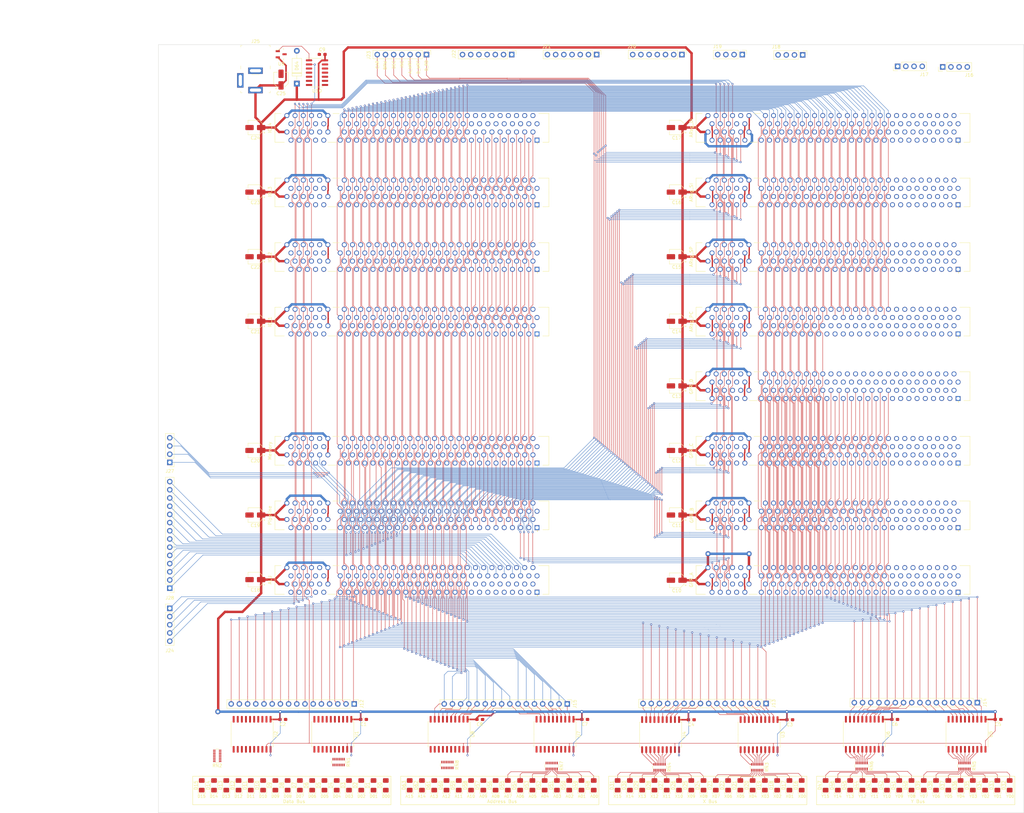
<source format=kicad_pcb>
(kicad_pcb (version 20211014) (generator pcbnew)
  (layers (0 "F.Cu" signal) (31 "B.Cu" signal) (34 "B.Paste" user) (35 "F.Paste" user) (36 "B.SilkS" user "B.Silkscreen") (37 "F.SilkS" user "F.Silkscreen") (38 "B.Mask" user) (39 "F.Mask" user) (44 "Edge.Cuts" user))
  (net 0 "")
  (net 1 "/d_bus_read_gpr_a")
  (net 2 "/d_bus_00")
  (net 3 "/d_bus_write_gpr_a")
  (net 4 "/d_bus_01")
  (net 5 "/x_bus_write_gpr_a")
  (net 6 "/d_bus_02")
  (net 7 "/y_bus_write_gpr_a")
  (net 8 "/d_bus_03")
  (net 9 "/d_bus_04")
  (net 10 "/d_bus_05")
  (net 11 "/d_bus_06")
  (net 12 "/d_bus_07")
  (net 13 "/d_bus_08")
  (net 14 "/d_bus_09")
  (net 15 "/d_bus_10")
  (net 16 "/RST")
  (net 17 "/d_bus_11")
  (net 18 "/d_bus_12")
  (net 19 "/HLT")
  (net 20 "/d_bus_13")
  (net 21 "/~{CLK}")
  (net 22 "/d_bus_14")
  (net 23 "/CLK")
  (net 24 "/d_bus_15")
  (net 25 "GND")
  (net 26 "+5V")
  (net 27 "/y_bus_15")
  (net 28 "/x_bus_00")
  (net 29 "/y_bus_14")
  (net 30 "/x_bus_01")
  (net 31 "/y_bus_13")
  (net 32 "/x_bus_02")
  (net 33 "/y_bus_12")
  (net 34 "/x_bus_03")
  (net 35 "/y_bus_11")
  (net 36 "/x_bus_04")
  (net 37 "/y_bus_10")
  (net 38 "/x_bus_05")
  (net 39 "/y_bus_09")
  (net 40 "/x_bus_06")
  (net 41 "/y_bus_08")
  (net 42 "/x_bus_07")
  (net 43 "/y_bus_07")
  (net 44 "/x_bus_08")
  (net 45 "/y_bus_06")
  (net 46 "/x_bus_09")
  (net 47 "/y_bus_05")
  (net 48 "/x_bus_10")
  (net 49 "/y_bus_04")
  (net 50 "/x_bus_11")
  (net 51 "/y_bus_03")
  (net 52 "/x_bus_12")
  (net 53 "/y_bus_02")
  (net 54 "/x_bus_13")
  (net 55 "/y_bus_01")
  (net 56 "/x_bus_14")
  (net 57 "/y_bus_00")
  (net 58 "/x_bus_15")
  (net 59 "/d_bus_read_gpr_b")
  (net 60 "/d_bus_write_gpr_b")
  (net 61 "/x_bus_write_gpr_b")
  (net 62 "/y_bus_write_gpr_b")
  (net 63 "/d_bus_read_gpr_c")
  (net 64 "/d_bus_write_gpr_c")
  (net 65 "/x_bus_write_gpr_c")
  (net 66 "/y_bus_write_gpr_c")
  (net 67 "/d_bus_read_gpr_d")
  (net 68 "/d_bus_write_gpr_d")
  (net 69 "/x_bus_write_gpr_d")
  (net 70 "/y_bus_write_gpr_d")
  (net 71 "/d_bus_read_si")
  (net 72 "/d_bus_write_si")
  (net 73 "/a_bus_write_si")
  (net 74 "/reg_inc_si")
  (net 75 "/reg_dec_si")
  (net 76 "/reg_carry_si")
  (net 77 "/reg_borrow_si")
  (net 78 "/a_bus_15")
  (net 79 "/a_bus_14")
  (net 80 "/a_bus_13")
  (net 81 "/a_bus_12")
  (net 82 "/a_bus_11")
  (net 83 "/a_bus_10")
  (net 84 "/a_bus_09")
  (net 85 "/a_bus_08")
  (net 86 "/a_bus_07")
  (net 87 "/a_bus_06")
  (net 88 "/a_bus_05")
  (net 89 "/a_bus_04")
  (net 90 "/a_bus_03")
  (net 91 "/a_bus_02")
  (net 92 "/a_bus_01")
  (net 93 "/a_bus_00")
  (net 94 "/d_bus_read_di")
  (net 95 "/d_bus_write_di")
  (net 96 "/a_bus_write_di")
  (net 97 "/reg_inc_di")
  (net 98 "/reg_dec_di")
  (net 99 "/reg_carry_di")
  (net 100 "/reg_borrow_di")
  (net 101 "/d_bus_read_pc")
  (net 102 "/d_bus_write_pc")
  (net 103 "/a_bus_write_pc")
  (net 104 "/reg_inc_pc")
  (net 105 "/reg_dec_pc")
  (net 106 "/reg_carry_pc")
  (net 107 "/reg_borrow_pc")
  (net 108 "Net-(D0-Pad2)")
  (net 109 "Net-(D1-Pad2)")
  (net 110 "Net-(D2-Pad2)")
  (net 111 "Net-(D3-Pad2)")
  (net 112 "Net-(D4-Pad2)")
  (net 113 "Net-(D5-Pad2)")
  (net 114 "Net-(D6-Pad2)")
  (net 115 "Net-(D7-Pad2)")
  (net 116 "Net-(D8-Pad2)")
  (net 117 "Net-(D9-Pad2)")
  (net 118 "Net-(D10-Pad2)")
  (net 119 "Net-(D11-Pad2)")
  (net 120 "Net-(D12-Pad2)")
  (net 121 "Net-(D13-Pad2)")
  (net 122 "Net-(D14-Pad2)")
  (net 123 "Net-(D15-Pad2)")
  (net 124 "Net-(D16-Pad2)")
  (net 125 "Net-(D17-Pad2)")
  (net 126 "Net-(D18-Pad2)")
  (net 127 "Net-(D19-Pad2)")
  (net 128 "Net-(D20-Pad2)")
  (net 129 "Net-(D21-Pad2)")
  (net 130 "Net-(D22-Pad2)")
  (net 131 "Net-(D23-Pad2)")
  (net 132 "Net-(D24-Pad2)")
  (net 133 "Net-(D25-Pad2)")
  (net 134 "Net-(D26-Pad2)")
  (net 135 "Net-(D27-Pad2)")
  (net 136 "Net-(D28-Pad2)")
  (net 137 "Net-(D29-Pad2)")
  (net 138 "Net-(D30-Pad2)")
  (net 139 "Net-(D31-Pad2)")
  (net 140 "Net-(D32-Pad2)")
  (net 141 "Net-(D33-Pad2)")
  (net 142 "Net-(D34-Pad2)")
  (net 143 "Net-(D35-Pad2)")
  (net 144 "Net-(D36-Pad2)")
  (net 145 "Net-(D37-Pad2)")
  (net 146 "Net-(D38-Pad2)")
  (net 147 "Net-(D39-Pad2)")
  (net 148 "Net-(D40-Pad2)")
  (net 149 "Net-(D41-Pad2)")
  (net 150 "Net-(D42-Pad2)")
  (net 151 "Net-(D43-Pad2)")
  (net 152 "Net-(D44-Pad2)")
  (net 153 "Net-(D45-Pad2)")
  (net 154 "Net-(D46-Pad2)")
  (net 155 "Net-(D47-Pad2)")
  (net 156 "Net-(D48-Pad2)")
  (net 157 "Net-(D49-Pad2)")
  (net 158 "Net-(D50-Pad2)")
  (net 159 "Net-(D51-Pad2)")
  (net 160 "Net-(D52-Pad2)")
  (net 161 "Net-(D53-Pad2)")
  (net 162 "Net-(D54-Pad2)")
  (net 163 "Net-(D55-Pad2)")
  (net 164 "Net-(D56-Pad2)")
  (net 165 "Net-(D57-Pad2)")
  (net 166 "Net-(D58-Pad2)")
  (net 167 "Net-(D59-Pad2)")
  (net 168 "Net-(D60-Pad2)")
  (net 169 "Net-(D61-Pad2)")
  (net 170 "Net-(D62-Pad2)")
  (net 171 "Net-(D63-Pad2)")
  (net 172 "/reg_carry_sp")
  (net 173 "/reg_borrow_sp")
  (net 174 "/~{DBG}")
  (net 175 "Net-(RN1-Pad7)")
  (net 176 "Net-(RN1-Pad6)")
  (net 177 "Net-(RN1-Pad5)")
  (net 178 "Net-(RN1-Pad4)")
  (net 179 "Net-(RN1-Pad3)")
  (net 180 "Net-(RN1-Pad2)")
  (net 181 "Net-(RN1-Pad8)")
  (net 182 "Net-(RN1-Pad1)")
  (net 183 "Net-(RN2-Pad1)")
  (net 184 "Net-(RN2-Pad8)")
  (net 185 "Net-(RN2-Pad2)")
  (net 186 "Net-(RN2-Pad3)")
  (net 187 "Net-(RN2-Pad4)")
  (net 188 "Net-(RN2-Pad5)")
  (net 189 "Net-(RN2-Pad6)")
  (net 190 "Net-(RN2-Pad7)")
  (net 191 "Net-(RN3-Pad7)")
  (net 192 "Net-(RN3-Pad6)")
  (net 193 "Net-(RN3-Pad5)")
  (net 194 "Net-(RN3-Pad4)")
  (net 195 "Net-(RN3-Pad3)")
  (net 196 "Net-(RN3-Pad2)")
  (net 197 "Net-(RN3-Pad8)")
  (net 198 "Net-(RN3-Pad1)")
  (net 199 "Net-(RN4-Pad1)")
  (net 200 "Net-(RN4-Pad8)")
  (net 201 "Net-(RN4-Pad2)")
  (net 202 "Net-(RN4-Pad3)")
  (net 203 "Net-(RN4-Pad4)")
  (net 204 "Net-(RN4-Pad5)")
  (net 205 "Net-(RN4-Pad6)")
  (net 206 "Net-(RN4-Pad7)")
  (net 207 "Net-(RN5-Pad7)")
  (net 208 "Net-(RN5-Pad6)")
  (net 209 "Net-(RN5-Pad5)")
  (net 210 "Net-(RN5-Pad4)")
  (net 211 "Net-(RN5-Pad3)")
  (net 212 "Net-(RN5-Pad2)")
  (net 213 "Net-(RN5-Pad8)")
  (net 214 "Net-(RN5-Pad1)")
  (net 215 "Net-(RN6-Pad1)")
  (net 216 "Net-(RN6-Pad8)")
  (net 217 "Net-(RN6-Pad2)")
  (net 218 "Net-(RN6-Pad3)")
  (net 219 "Net-(RN6-Pad4)")
  (net 220 "Net-(RN6-Pad5)")
  (net 221 "Net-(RN6-Pad6)")
  (net 222 "Net-(RN6-Pad7)")
  (net 223 "Net-(RN7-Pad7)")
  (net 224 "Net-(RN7-Pad6)")
  (net 225 "Net-(RN7-Pad5)")
  (net 226 "Net-(RN7-Pad4)")
  (net 227 "Net-(RN7-Pad3)")
  (net 228 "Net-(RN7-Pad2)")
  (net 229 "Net-(RN7-Pad8)")
  (net 230 "Net-(RN7-Pad1)")
  (net 231 "Net-(RN8-Pad1)")
  (net 232 "Net-(RN8-Pad8)")
  (net 233 "Net-(RN8-Pad2)")
  (net 234 "Net-(RN8-Pad3)")
  (net 235 "Net-(RN8-Pad4)")
  (net 236 "Net-(RN8-Pad5)")
  (net 237 "Net-(RN8-Pad6)")
  (net 238 "Net-(RN8-Pad7)")
  (net 239 "Net-(J1-PadA1)")
  (net 240 "Net-(J1-PadA2)")
  (net 241 "Net-(J1-PadA3)")
  (net 242 "Net-(J1-PadA4)")
  (net 243 "Net-(J1-PadA5)")
  (net 244 "Net-(J1-PadA6)")
  (net 245 "Net-(J1-PadA7)")
  (net 246 "Net-(J1-PadA8)")
  (net 247 "Net-(J1-PadA9)")
  (net 248 "Net-(J1-PadA10)")
  (net 249 "Net-(J1-PadA11)")
  (net 250 "Net-(J1-PadA12)")
  (net 251 "Net-(J1-PadA13)")
  (net 252 "Net-(J1-PadA14)")
  (net 253 "Net-(J1-PadA15)")
  (net 254 "Net-(J1-PadA16)")
  (net 255 "Net-(J1-PadA17)")
  (net 256 "Net-(J1-PadA54)")
  (net 257 "Net-(J1-PadA55)")
  (net 258 "Net-(J1-PadA56)")
  (net 259 "Net-(J1-PadB1)")
  (net 260 "Net-(J1-PadB2)")
  (net 261 "Net-(J1-PadB3)")
  (net 262 "Net-(J1-PadB4)")
  (net 263 "Net-(J1-PadB5)")
  (net 264 "Net-(J1-PadB6)")
  (net 265 "Net-(J1-PadB7)")
  (net 266 "Net-(J1-PadB8)")
  (net 267 "Net-(J1-PadB9)")
  (net 268 "Net-(J1-PadB10)")
  (net 269 "Net-(J1-PadB11)")
  (net 270 "Net-(J1-PadB12)")
  (net 271 "Net-(J1-PadB13)")
  (net 272 "Net-(J1-PadB14)")
  (net 273 "Net-(J1-PadB15)")
  (net 274 "Net-(J1-PadB16)")
  (net 275 "Net-(J1-PadB17)")
  (net 276 "Net-(J1-PadB18)")
  (net 277 "Net-(J1-PadB19)")
  (net 278 "Net-(J1-PadB20)")
  (net 279 "Net-(J1-PadB21)")
  (net 280 "Net-(J1-PadB22)")
  (net 281 "Net-(J1-PadB23)")
  (net 282 "Net-(J1-PadB24)")
  (net 283 "Net-(J1-PadB25)")
  (net 284 "Net-(J1-PadB26)")
  (net 285 "Net-(J1-PadB27)")
  (net 286 "Net-(J1-PadB28)")
  (net 287 "Net-(J1-PadB29)")
  (net 288 "Net-(J1-PadB30)")
  (net 289 "Net-(J1-PadB31)")
  (net 290 "Net-(J1-PadB32)")
  (net 291 "Net-(J1-PadB33)")
  (net 292 "Net-(J1-PadB54)")
  (net 293 "Net-(J1-PadB55)")
  (net 294 "Net-(J2-PadB55)")
  (net 295 "Net-(J2-PadB54)")
  (net 296 "Net-(J2-PadB33)")
  (net 297 "Net-(J2-PadB32)")
  (net 298 "Net-(J2-PadB31)")
  (net 299 "Net-(J2-PadB30)")
  (net 300 "Net-(J2-PadB29)")
  (net 301 "Net-(J2-PadB28)")
  (net 302 "Net-(J2-PadB27)")
  (net 303 "Net-(J2-PadB26)")
  (net 304 "Net-(J2-PadB25)")
  (net 305 "Net-(J2-PadB24)")
  (net 306 "Net-(J2-PadB23)")
  (net 307 "Net-(J2-PadB22)")
  (net 308 "Net-(J2-PadB21)")
  (net 309 "Net-(J2-PadB20)")
  (net 310 "Net-(J2-PadB19)")
  (net 311 "Net-(J2-PadB18)")
  (net 312 "Net-(J2-PadB17)")
  (net 313 "Net-(J2-PadB16)")
  (net 314 "Net-(J2-PadB15)")
  (net 315 "Net-(J2-PadB14)")
  (net 316 "Net-(J2-PadB13)")
  (net 317 "Net-(J2-PadB12)")
  (net 318 "Net-(J2-PadB11)")
  (net 319 "Net-(J2-PadB10)")
  (net 320 "Net-(J2-PadB9)")
  (net 321 "Net-(J2-PadB8)")
  (net 322 "Net-(J2-PadB7)")
  (net 323 "Net-(J2-PadB6)")
  (net 324 "Net-(J2-PadB5)")
  (net 325 "Net-(J2-PadB4)")
  (net 326 "Net-(J2-PadB3)")
  (net 327 "Net-(J2-PadB2)")
  (net 328 "Net-(J2-PadB1)")
  (net 329 "Net-(J2-PadA56)")
  (net 330 "Net-(J2-PadA55)")
  (net 331 "Net-(J2-PadA54)")
  (net 332 "Net-(J2-PadA17)")
  (net 333 "Net-(J2-PadA16)")
  (net 334 "Net-(J2-PadA15)")
  (net 335 "Net-(J2-PadA14)")
  (net 336 "Net-(J2-PadA13)")
  (net 337 "Net-(J2-PadA12)")
  (net 338 "Net-(J2-PadA11)")
  (net 339 "Net-(J2-PadA10)")
  (net 340 "Net-(J2-PadA9)")
  (net 341 "Net-(J2-PadA8)")
  (net 342 "Net-(J2-PadA7)")
  (net 343 "Net-(J2-PadA6)")
  (net 344 "Net-(J2-PadA5)")
  (net 345 "Net-(J2-PadA4)")
  (net 346 "Net-(J2-PadA3)")
  (net 347 "Net-(J2-PadA2)")
  (net 348 "Net-(J2-PadA1)")
  (net 349 "Net-(J3-PadB55)")
  (net 350 "Net-(J3-PadB54)")
  (net 351 "Net-(J3-PadB33)")
  (net 352 "Net-(J3-PadB32)")
  (net 353 "Net-(J3-PadB31)")
  (net 354 "Net-(J3-PadB30)")
  (net 355 "Net-(J3-PadB29)")
  (net 356 "Net-(J3-PadB28)")
  (net 357 "Net-(J3-PadB27)")
  (net 358 "Net-(J3-PadB26)")
  (net 359 "Net-(J3-PadB25)")
  (net 360 "Net-(J3-PadB24)")
  (net 361 "Net-(J3-PadB23)")
  (net 362 "Net-(J3-PadB22)")
  (net 363 "Net-(J3-PadB21)")
  (net 364 "Net-(J3-PadB20)")
  (net 365 "Net-(J3-PadB19)")
  (net 366 "Net-(J3-PadB18)")
  (net 367 "Net-(J3-PadB17)")
  (net 368 "Net-(J3-PadB16)")
  (net 369 "Net-(J3-PadB15)")
  (net 370 "Net-(J3-PadB14)")
  (net 371 "Net-(J3-PadB13)")
  (net 372 "Net-(J3-PadB12)")
  (net 373 "Net-(J3-PadB11)")
  (net 374 "Net-(J3-PadB10)")
  (net 375 "Net-(J3-PadB9)")
  (net 376 "Net-(J3-PadB8)")
  (net 377 "Net-(J3-PadB7)")
  (net 378 "Net-(J3-PadB6)")
  (net 379 "Net-(J3-PadB5)")
  (net 380 "Net-(J3-PadB4)")
  (net 381 "Net-(J3-PadB3)")
  (net 382 "Net-(J3-PadB2)")
  (net 383 "Net-(J3-PadB1)")
  (net 384 "Net-(J3-PadA56)")
  (net 385 "Net-(J3-PadA55)")
  (net 386 "Net-(J3-PadA54)")
  (net 387 "Net-(J3-PadA17)")
  (net 388 "Net-(J3-PadA16)")
  (net 389 "Net-(J3-PadA15)")
  (net 390 "Net-(J3-PadA14)")
  (net 391 "Net-(J3-PadA13)")
  (net 392 "Net-(J3-PadA12)")
  (net 393 "Net-(J3-PadA11)")
  (net 394 "Net-(J3-PadA10)")
  (net 395 "Net-(J3-PadA9)")
  (net 396 "Net-(J3-PadA8)")
  (net 397 "Net-(J3-PadA7)")
  (net 398 "Net-(J3-PadA6)")
  (net 399 "Net-(J3-PadA5)")
  (net 400 "Net-(J3-PadA4)")
  (net 401 "Net-(J3-PadA3)")
  (net 402 "Net-(J3-PadA2)")
  (net 403 "Net-(J3-PadA1)")
  (net 404 "Net-(J4-PadA1)")
  (net 405 "Net-(J4-PadA2)")
  (net 406 "Net-(J4-PadA3)")
  (net 407 "Net-(J4-PadA4)")
  (net 408 "Net-(J4-PadA5)")
  (net 409 "Net-(J4-PadA6)")
  (net 410 "Net-(J4-PadA7)")
  (net 411 "Net-(J4-PadA8)")
  (net 412 "Net-(J4-PadA9)")
  (net 413 "Net-(J4-PadA10)")
  (net 414 "Net-(J4-PadA11)")
  (net 415 "Net-(J4-PadA12)")
  (net 416 "Net-(J4-PadA13)")
  (net 417 "Net-(J4-PadA14)")
  (net 418 "Net-(J4-PadA15)")
  (net 419 "Net-(J4-PadA16)")
  (net 420 "Net-(J4-PadA17)")
  (net 421 "Net-(J4-PadA54)")
  (net 422 "Net-(J4-PadA55)")
  (net 423 "Net-(J4-PadA56)")
  (net 424 "Net-(J4-PadB1)")
  (net 425 "Net-(J4-PadB2)")
  (net 426 "Net-(J4-PadB3)")
  (net 427 "Net-(J4-PadB4)")
  (net 428 "Net-(J4-PadB5)")
  (net 429 "Net-(J4-PadB6)")
  (net 430 "Net-(J4-PadB7)")
  (net 431 "Net-(J4-PadB8)")
  (net 432 "Net-(J4-PadB9)")
  (net 433 "Net-(J4-PadB10)")
  (net 434 "Net-(J4-PadB11)")
  (net 435 "Net-(J4-PadB12)")
  (net 436 "Net-(J4-PadB13)")
  (net 437 "Net-(J4-PadB14)")
  (net 438 "Net-(J4-PadB15)")
  (net 439 "Net-(J4-PadB16)")
  (net 440 "Net-(J4-PadB17)")
  (net 441 "Net-(J4-PadB18)")
  (net 442 "Net-(J4-PadB19)")
  (net 443 "Net-(J4-PadB20)")
  (net 444 "Net-(J4-PadB21)")
  (net 445 "Net-(J4-PadB22)")
  (net 446 "Net-(J4-PadB23)")
  (net 447 "Net-(J4-PadB24)")
  (net 448 "Net-(J4-PadB25)")
  (net 449 "Net-(J4-PadB26)")
  (net 450 "Net-(J4-PadB27)")
  (net 451 "Net-(J4-PadB28)")
  (net 452 "Net-(J4-PadB29)")
  (net 453 "Net-(J4-PadB30)")
  (net 454 "Net-(J4-PadB31)")
  (net 455 "Net-(J4-PadB32)")
  (net 456 "Net-(J4-PadB33)")
  (net 457 "Net-(J4-PadB54)")
  (net 458 "Net-(J4-PadB55)")
  (net 459 "Net-(J5-PadA1)")
  (net 460 "Net-(J5-PadA2)")
  (net 461 "Net-(J5-PadA3)")
  (net 462 "Net-(J5-PadA4)")
  (net 463 "Net-(J5-PadA5)")
  (net 464 "Net-(J5-PadA6)")
  (net 465 "Net-(J5-PadA7)")
  (net 466 "Net-(J5-PadA8)")
  (net 467 "Net-(J5-PadA9)")
  (net 468 "Net-(J5-PadA10)")
  (net 469 "Net-(J5-PadA11)")
  (net 470 "Net-(J5-PadA12)")
  (net 471 "Net-(J5-PadA13)")
  (net 472 "Net-(J5-PadA14)")
  (net 473 "Net-(J5-PadA15)")
  (net 474 "Net-(J5-PadA16)")
  (net 475 "Net-(J5-PadA17)")
  (net 476 "Net-(J5-PadA18)")
  (net 477 "Net-(J5-PadA19)")
  (net 478 "Net-(J5-PadA20)")
  (net 479 "Net-(J5-PadA21)")
  (net 480 "Net-(J5-PadA22)")
  (net 481 "Net-(J5-PadA23)")
  (net 482 "Net-(J5-PadA24)")
  (net 483 "Net-(J5-PadA25)")
  (net 484 "Net-(J5-PadA26)")
  (net 485 "Net-(J5-PadA27)")
  (net 486 "Net-(J5-PadA28)")
  (net 487 "Net-(J5-PadA29)")
  (net 488 "Net-(J5-PadA30)")
  (net 489 "Net-(J5-PadA31)")
  (net 490 "Net-(J5-PadA32)")
  (net 491 "Net-(J5-PadA33)")
  (net 492 "Net-(J5-PadA34)")
  (net 493 "Net-(J5-PadA35)")
  (net 494 "Net-(J5-PadA36)")
  (net 495 "Net-(J5-PadA37)")
  (net 496 "Net-(J5-PadA38)")
  (net 497 "Net-(J5-PadA39)")
  (net 498 "Net-(J5-PadA40)")
  (net 499 "Net-(J5-PadA41)")
  (net 500 "Net-(J5-PadA42)")
  (net 501 "Net-(J5-PadA43)")
  (net 502 "Net-(J5-PadA44)")
  (net 503 "Net-(J5-PadA45)")
  (net 504 "Net-(J5-PadA46)")
  (net 505 "Net-(J5-PadA47)")
  (net 506 "Net-(J5-PadA48)")
  (net 507 "Net-(J5-PadA49)")
  (net 508 "Net-(J5-PadB1)")
  (net 509 "Net-(J5-PadB2)")
  (net 510 "Net-(J5-PadB3)")
  (net 511 "Net-(J5-PadB4)")
  (net 512 "Net-(J5-PadB5)")
  (net 513 "Net-(J5-PadB6)")
  (net 514 "Net-(J5-PadB7)")
  (net 515 "Net-(J5-PadB8)")
  (net 516 "Net-(J5-PadB9)")
  (net 517 "Net-(J5-PadB10)")
  (net 518 "Net-(J5-PadB11)")
  (net 519 "Net-(J5-PadB12)")
  (net 520 "Net-(J5-PadB13)")
  (net 521 "Net-(J5-PadB14)")
  (net 522 "Net-(J5-PadB15)")
  (net 523 "Net-(J5-PadB16)")
  (net 524 "Net-(J5-PadB17)")
  (net 525 "Net-(J5-PadB54)")
  (net 526 "Net-(J5-PadB55)")
  (net 527 "Net-(J6-PadB55)")
  (net 528 "Net-(J6-PadB54)")
  (net 529 "Net-(J6-PadB17)")
  (net 530 "Net-(J6-PadB16)")
  (net 531 "Net-(J6-PadB15)")
  (net 532 "Net-(J6-PadB14)")
  (net 533 "Net-(J6-PadB13)")
  (net 534 "Net-(J6-PadB12)")
  (net 535 "Net-(J6-PadB11)")
  (net 536 "Net-(J6-PadB10)")
  (net 537 "Net-(J6-PadB9)")
  (net 538 "Net-(J6-PadB8)")
  (net 539 "Net-(J6-PadB7)")
  (net 540 "Net-(J6-PadB6)")
  (net 541 "Net-(J6-PadB5)")
  (net 542 "Net-(J6-PadB4)")
  (net 543 "Net-(J6-PadB3)")
  (net 544 "Net-(J6-PadB2)")
  (net 545 "Net-(J6-PadB1)")
  (net 546 "/d_bus_read_sp")
  (net 547 "/d_bus_write_sp")
  (net 548 "/a_bus_write_sp")
  (net 549 "/reg_inc_sp")
  (net 550 "/reg_dec_sp")
  (net 551 "Net-(J6-PadA49)")
  (net 552 "Net-(J6-PadA48)")
  (net 553 "Net-(J6-PadA47)")
  (net 554 "Net-(J6-PadA46)")
  (net 555 "Net-(J6-PadA45)")
  (net 556 "Net-(J6-PadA44)")
  (net 557 "Net-(J6-PadA43)")
  (net 558 "Net-(J6-PadA42)")
  (net 559 "Net-(J6-PadA41)")
  (net 560 "Net-(J6-PadA40)")
  (net 561 "Net-(J6-PadA39)")
  (net 562 "Net-(J6-PadA38)")
  (net 563 "Net-(J6-PadA37)")
  (net 564 "Net-(J6-PadA36)")
  (net 565 "Net-(J6-PadA35)")
  (net 566 "Net-(J6-PadA34)")
  (net 567 "Net-(J6-PadA33)")
  (net 568 "Net-(J6-PadA32)")
  (net 569 "Net-(J6-PadA31)")
  (net 570 "Net-(J6-PadA30)")
  (net 571 "Net-(J6-PadA29)")
  (net 572 "Net-(J6-PadA28)")
  (net 573 "Net-(J6-PadA27)")
  (net 574 "Net-(J6-PadA26)")
  (net 575 "Net-(J6-PadA25)")
  (net 576 "Net-(J6-PadA24)")
  (net 577 "Net-(J6-PadA23)")
  (net 578 "Net-(J6-PadA22)")
  (net 579 "Net-(J6-PadA21)")
  (net 580 "Net-(J6-PadA20)")
  (net 581 "Net-(J6-PadA19)")
  (net 582 "Net-(J6-PadA18)")
  (net 583 "Net-(J6-PadA17)")
  (net 584 "Net-(J6-PadA16)")
  (net 585 "Net-(J6-PadA15)")
  (net 586 "Net-(J6-PadA14)")
  (net 587 "Net-(J6-PadA13)")
  (net 588 "Net-(J6-PadA12)")
  (net 589 "Net-(J6-PadA11)")
  (net 590 "Net-(J6-PadA10)")
  (net 591 "Net-(J6-PadA9)")
  (net 592 "Net-(J6-PadA8)")
  (net 593 "Net-(J6-PadA7)")
  (net 594 "Net-(J6-PadA6)")
  (net 595 "Net-(J6-PadA5)")
  (net 596 "Net-(J6-PadA4)")
  (net 597 "Net-(J6-PadA3)")
  (net 598 "Net-(J6-PadA2)")
  (net 599 "Net-(J6-PadA1)")
  (net 600 "Net-(J7-PadA1)")
  (net 601 "Net-(J7-PadA2)")
  (net 602 "Net-(J7-PadA3)")
  (net 603 "Net-(J7-PadA4)")
  (net 604 "Net-(J7-PadA5)")
  (net 605 "Net-(J7-PadA6)")
  (net 606 "Net-(J7-PadA7)")
  (net 607 "Net-(J7-PadA8)")
  (net 608 "Net-(J7-PadA9)")
  (net 609 "Net-(J7-PadA10)")
  (net 610 "Net-(J7-PadA11)")
  (net 611 "Net-(J7-PadA12)")
  (net 612 "Net-(J7-PadA13)")
  (net 613 "Net-(J7-PadA14)")
  (net 614 "Net-(J7-PadA15)")
  (net 615 "Net-(J7-PadA16)")
  (net 616 "Net-(J7-PadA17)")
  (net 617 "Net-(J7-PadA18)")
  (net 618 "Net-(J7-PadA19)")
  (net 619 "Net-(J7-PadA20)")
  (net 620 "Net-(J7-PadA21)")
  (net 621 "Net-(J7-PadA22)")
  (net 622 "Net-(J7-PadA23)")
  (net 623 "Net-(J7-PadA24)")
  (net 624 "Net-(J7-PadA25)")
  (net 625 "Net-(J7-PadA26)")
  (net 626 "Net-(J7-PadA27)")
  (net 627 "Net-(J7-PadA28)")
  (net 628 "Net-(J7-PadA29)")
  (net 629 "Net-(J7-PadA30)")
  (net 630 "Net-(J7-PadA31)")
  (net 631 "Net-(J7-PadA32)")
  (net 632 "Net-(J7-PadA33)")
  (net 633 "Net-(J7-PadA34)")
  (net 634 "Net-(J7-PadA35)")
  (net 635 "Net-(J7-PadA36)")
  (net 636 "Net-(J7-PadA37)")
  (net 637 "Net-(J7-PadA38)")
  (net 638 "Net-(J7-PadA39)")
  (net 639 "Net-(J7-PadA40)")
  (net 640 "Net-(J7-PadA41)")
  (net 641 "Net-(J7-PadA42)")
  (net 642 "Net-(J7-PadA43)")
  (net 643 "Net-(J7-PadA44)")
  (net 644 "Net-(J7-PadA45)")
  (net 645 "Net-(J7-PadA46)")
  (net 646 "Net-(J7-PadA47)")
  (net 647 "Net-(J7-PadA48)")
  (net 648 "Net-(J7-PadA49)")
  (net 649 "Net-(J7-PadB1)")
  (net 650 "Net-(J7-PadB2)")
  (net 651 "Net-(J7-PadB3)")
  (net 652 "Net-(J7-PadB4)")
  (net 653 "Net-(J7-PadB5)")
  (net 654 "Net-(J7-PadB6)")
  (net 655 "Net-(J7-PadB7)")
  (net 656 "Net-(J7-PadB8)")
  (net 657 "Net-(J7-PadB9)")
  (net 658 "Net-(J7-PadB10)")
  (net 659 "Net-(J7-PadB11)")
  (net 660 "Net-(J7-PadB12)")
  (net 661 "Net-(J7-PadB13)")
  (net 662 "Net-(J7-PadB14)")
  (net 663 "Net-(J7-PadB15)")
  (net 664 "Net-(J7-PadB16)")
  (net 665 "Net-(J7-PadB17)")
  (net 666 "Net-(J7-PadB54)")
  (net 667 "Net-(J7-PadB55)")
  (net 668 "Net-(J8-PadB55)")
  (net 669 "Net-(J8-PadB54)")
  (net 670 "Net-(J8-PadB17)")
  (net 671 "Net-(J8-PadB16)")
  (net 672 "Net-(J8-PadB15)")
  (net 673 "Net-(J8-PadB14)")
  (net 674 "Net-(J8-PadB13)")
  (net 675 "Net-(J8-PadB12)")
  (net 676 "Net-(J8-PadB11)")
  (net 677 "Net-(J8-PadB10)")
  (net 678 "Net-(J8-PadB9)")
  (net 679 "Net-(J8-PadB8)")
  (net 680 "Net-(J8-PadB7)")
  (net 681 "Net-(J8-PadB6)")
  (net 682 "Net-(J8-PadB5)")
  (net 683 "Net-(J8-PadB4)")
  (net 684 "Net-(J8-PadB3)")
  (net 685 "Net-(J8-PadB2)")
  (net 686 "Net-(J8-PadB1)")
  (net 687 "Net-(J8-PadA49)")
  (net 688 "Net-(J8-PadA48)")
  (net 689 "Net-(J8-PadA47)")
  (net 690 "Net-(J8-PadA46)")
  (net 691 "Net-(J8-PadA45)")
  (net 692 "Net-(J8-PadA44)")
  (net 693 "Net-(J8-PadA43)")
  (net 694 "Net-(J8-PadA42)")
  (net 695 "Net-(J8-PadA41)")
  (net 696 "Net-(J8-PadA40)")
  (net 697 "Net-(J8-PadA39)")
  (net 698 "Net-(J8-PadA38)")
  (net 699 "Net-(J8-PadA37)")
  (net 700 "Net-(J8-PadA36)")
  (net 701 "Net-(J8-PadA35)")
  (net 702 "Net-(J8-PadA34)")
  (net 703 "Net-(J8-PadA33)")
  (net 704 "Net-(J8-PadA32)")
  (net 705 "Net-(J8-PadA31)")
  (net 706 "Net-(J8-PadA30)")
  (net 707 "Net-(J8-PadA29)")
  (net 708 "Net-(J8-PadA28)")
  (net 709 "Net-(J8-PadA27)")
  (net 710 "Net-(J8-PadA26)")
  (net 711 "Net-(J8-PadA25)")
  (net 712 "Net-(J8-PadA24)")
  (net 713 "Net-(J8-PadA23)")
  (net 714 "Net-(J8-PadA22)")
  (net 715 "Net-(J8-PadA21)")
  (net 716 "Net-(J8-PadA20)")
  (net 717 "Net-(J8-PadA19)")
  (net 718 "Net-(J8-PadA18)")
  (net 719 "Net-(J8-PadA17)")
  (net 720 "Net-(J8-PadA16)")
  (net 721 "Net-(J8-PadA15)")
  (net 722 "Net-(J8-PadA14)")
  (net 723 "Net-(J8-PadA13)")
  (net 724 "Net-(J8-PadA12)")
  (net 725 "Net-(J8-PadA11)")
  (net 726 "Net-(J8-PadA10)")
  (net 727 "Net-(J8-PadA9)")
  (net 728 "Net-(J8-PadA8)")
  (net 729 "Net-(J8-PadA7)")
  (net 730 "Net-(J8-PadA6)")
  (net 731 "Net-(J8-PadA5)")
  (net 732 "Net-(J8-PadA4)")
  (net 733 "Net-(J8-PadA3)")
  (net 734 "Net-(J8-PadA2)")
  (net 735 "Net-(J8-PadA1)")
  (net 736 "Net-(J9-PadB55)")
  (net 737 "Net-(J9-PadB54)")
  (net 738 "Net-(J9-PadB49)")
  (net 739 "Net-(J9-PadB48)")
  (net 740 "/d_bus_write_alu")
  (net 741 "/zero_flag")
  (net 742 "/logical_carry_flag")
  (net 743 "/arrithmetic_carry_flag")
  (net 744 "/sign_flag")
  (net 745 "/overflow_flag")
  (net 746 "/alu_bit_control_0")
  (net 747 "/alu_bit_control_1")
  (net 748 "/alu_bit_control_2")
  (net 749 "/alu_bit_control_3")
  (net 750 "/alu_shift_control_0")
  (net 751 "/alu_shift_control_1")
  (net 752 "/alu_arr_carry_sel_0")
  (net 753 "/alu_arr_carry_sel_1")
  (net 754 "Net-(J9-PadB1)")
  (net 755 "Net-(J9-PadA60)")
  (net 756 "Net-(J9-PadA59)")
  (net 757 "Net-(J9-PadA58)")
  (net 758 "Net-(J9-PadA57)")
  (net 759 "Net-(J9-PadA56)")
  (net 760 "Net-(J9-PadA55)")
  (net 761 "Net-(J9-PadA54)")
  (net 762 "/BANK")
  (net 763 "/MREQ")
  (net 764 "/MEM_WR")
  (net 765 "/MEM_RD")
  (net 766 "/md_bus_00")
  (net 767 "/md_bus_01")
  (net 768 "/md_bus_02")
  (net 769 "/md_bus_03")
  (net 770 "/md_bus_04")
  (net 771 "/md_bus_05")
  (net 772 "/md_bus_06")
  (net 773 "/md_bus_07")
  (net 774 "/md_bus_08")
  (net 775 "/md_bus_09")
  (net 776 "/md_bus_10")
  (net 777 "/md_bus_11")
  (net 778 "/md_bus_12")
  (net 779 "/md_bus_13")
  (net 780 "/md_bus_14")
  (net 781 "/md_bus_15")
  (net 782 "Net-(J9-PadA1)")
  (net 783 "Net-(J10-PadB55)")
  (net 784 "Net-(J10-PadB54)")
  (net 785 "Net-(J10-PadB33)")
  (net 786 "Net-(J10-PadB32)")
  (net 787 "Net-(J10-PadB31)")
  (net 788 "Net-(J10-PadB30)")
  (net 789 "Net-(J10-PadB29)")
  (net 790 "Net-(J10-PadB28)")
  (net 791 "Net-(J10-PadB27)")
  (net 792 "Net-(J10-PadB26)")
  (net 793 "Net-(J10-PadB25)")
  (net 794 "Net-(J10-PadB24)")
  (net 795 "Net-(J10-PadB23)")
  (net 796 "Net-(J10-PadB22)")
  (net 797 "Net-(J10-PadB21)")
  (net 798 "Net-(J10-PadB20)")
  (net 799 "Net-(J10-PadB19)")
  (net 800 "Net-(J10-PadB18)")
  (net 801 "Net-(J10-PadB3)")
  (net 802 "Net-(J10-PadB2)")
  (net 803 "Net-(J10-PadB1)")
  (net 804 "Net-(J10-PadA60)")
  (net 805 "Net-(J10-PadA59)")
  (net 806 "Net-(J10-PadA58)")
  (net 807 "Net-(J10-PadA57)")
  (net 808 "Net-(J10-PadA56)")
  (net 809 "Net-(J10-PadA55)")
  (net 810 "Net-(J10-PadA54)")
  (net 811 "Net-(J10-PadA17)")
  (net 812 "Net-(J10-PadA16)")
  (net 813 "Net-(J10-PadA15)")
  (net 814 "Net-(J10-PadA14)")
  (net 815 "Net-(J10-PadA13)")
  (net 816 "Net-(J10-PadA12)")
  (net 817 "Net-(J10-PadA11)")
  (net 818 "Net-(J10-PadA10)")
  (net 819 "Net-(J10-PadA9)")
  (net 820 "Net-(J10-PadA8)")
  (net 821 "Net-(J10-PadA7)")
  (net 822 "Net-(J10-PadA6)")
  (net 823 "Net-(J10-PadA5)")
  (net 824 "Net-(J10-PadA4)")
  (net 825 "Net-(J10-PadA3)")
  (net 826 "Net-(J10-PadA2)")
  (net 827 "Net-(J10-PadA1)")
  (net 828 "Net-(J11-PadA1)")
  (net 829 "Net-(J11-PadA18)")
  (net 830 "Net-(J11-PadA19)")
  (net 831 "Net-(J11-PadA20)")
  (net 832 "Net-(J11-PadA21)")
  (net 833 "Net-(J11-PadA22)")
  (net 834 "Net-(J11-PadA23)")
  (net 835 "Net-(J11-PadA24)")
  (net 836 "Net-(J11-PadA25)")
  (net 837 "Net-(J11-PadA26)")
  (net 838 "Net-(J11-PadA27)")
  (net 839 "Net-(J11-PadA28)")
  (net 840 "Net-(J11-PadA29)")
  (net 841 "Net-(J11-PadA30)")
  (net 842 "Net-(J11-PadA31)")
  (net 843 "Net-(J11-PadA32)")
  (net 844 "Net-(J11-PadA33)")
  (net 845 "Net-(J11-PadA34)")
  (net 846 "Net-(J11-PadA35)")
  (net 847 "Net-(J11-PadA36)")
  (net 848 "Net-(J11-PadA37)")
  (net 849 "Net-(J11-PadA38)")
  (net 850 "Net-(J11-PadA39)")
  (net 851 "Net-(J11-PadA40)")
  (net 852 "Net-(J11-PadA41)")
  (net 853 "Net-(J11-PadA42)")
  (net 854 "Net-(J11-PadA43)")
  (net 855 "Net-(J11-PadA44)")
  (net 856 "Net-(J11-PadA45)")
  (net 857 "Net-(J11-PadA46)")
  (net 858 "Net-(J11-PadA47)")
  (net 859 "Net-(J11-PadA48)")
  (net 860 "Net-(J11-PadA49)")
  (net 861 "Net-(J11-PadA58)")
  (net 862 "Net-(J11-PadA59)")
  (net 863 "Net-(J11-PadA60)")
  (net 864 "Net-(J11-PadB1)")
  (net 865 "Net-(J11-PadB2)")
  (net 866 "Net-(J11-PadB3)")
  (net 867 "Net-(J11-PadB4)")
  (net 868 "Net-(J11-PadB5)")
  (net 869 "Net-(J11-PadB6)")
  (net 870 "Net-(J11-PadB7)")
  (net 871 "Net-(J11-PadB8)")
  (net 872 "Net-(J11-PadB9)")
  (net 873 "Net-(J11-PadB10)")
  (net 874 "Net-(J11-PadB11)")
  (net 875 "Net-(J11-PadB12)")
  (net 876 "Net-(J11-PadB13)")
  (net 877 "Net-(J11-PadB14)")
  (net 878 "Net-(J11-PadB15)")
  (net 879 "Net-(J11-PadB16)")
  (net 880 "Net-(J11-PadB17)")
  (net 881 "Net-(J11-PadB54)")
  (net 882 "Net-(J11-PadB55)")
  (net 883 "Net-(U10-Pad1)")
  (net 884 "Net-(U10-Pad3)")
  (net 885 "Net-(U10-Pad4)")
  (net 886 "Net-(U10-Pad5)")
  (net 887 "Net-(U10-Pad6)")
  (net 888 "Net-(U10-Pad8)")
  (net 889 "Net-(U10-Pad9)")
  (net 890 "Net-(U10-Pad10)")
  (net 891 "Net-(U10-Pad11)")
  (net 892 "Net-(U10-Pad12)")
  (net 893 "Net-(U10-Pad13)")
  (net 894 "Net-(J29-PadB55)")
  (net 895 "Net-(J29-PadB54)")
  (net 896 "Net-(J29-PadB17)")
  (net 897 "Net-(J29-PadB16)")
  (net 898 "Net-(J29-PadB15)")
  (net 899 "Net-(J29-PadB14)")
  (net 900 "Net-(J29-PadB13)")
  (net 901 "Net-(J29-PadB12)")
  (net 902 "Net-(J29-PadB11)")
  (net 903 "Net-(J29-PadB10)")
  (net 904 "Net-(J29-PadB9)")
  (net 905 "Net-(J29-PadB8)")
  (net 906 "Net-(J29-PadB7)")
  (net 907 "Net-(J29-PadB6)")
  (net 908 "Net-(J29-PadB5)")
  (net 909 "Net-(J29-PadB4)")
  (net 910 "Net-(J29-PadB3)")
  (net 911 "Net-(J29-PadB2)")
  (net 912 "Net-(J29-PadB1)")
  (net 913 "Net-(J29-PadA60)")
  (net 914 "Net-(J29-PadA59)")
  (net 915 "Net-(J29-PadA58)")
  (net 916 "Net-(J29-PadA57)")
  (net 917 "Net-(J29-PadA56)")
  (net 918 "Net-(J29-PadA55)")
  (net 919 "Net-(J29-PadA54)")
  (net 920 "Net-(J29-PadA49)")
  (net 921 "Net-(J29-PadA48)")
  (net 922 "Net-(J29-PadA47)")
  (net 923 "Net-(J29-PadA46)")
  (net 924 "Net-(J29-PadA45)")
  (net 925 "Net-(J29-PadA44)")
  (net 926 "Net-(J29-PadA43)")
  (net 927 "Net-(J29-PadA42)")
  (net 928 "Net-(J29-PadA41)")
  (net 929 "Net-(J29-PadA40)")
  (net 930 "Net-(J29-PadA39)")
  (net 931 "Net-(J29-PadA38)")
  (net 932 "Net-(J29-PadA37)")
  (net 933 "Net-(J29-PadA36)")
  (net 934 "Net-(J29-PadA35)")
  (net 935 "Net-(J29-PadA34)")
  (net 936 "Net-(J29-PadA33)")
  (net 937 "Net-(J29-PadA32)")
  (net 938 "Net-(J29-PadA31)")
  (net 939 "Net-(J29-PadA30)")
  (net 940 "Net-(J29-PadA29)")
  (net 941 "Net-(J29-PadA28)")
  (net 942 "Net-(J29-PadA27)")
  (net 943 "Net-(J29-PadA26)")
  (net 944 "Net-(J29-PadA25)")
  (net 945 "Net-(J29-PadA24)")
  (net 946 "Net-(J29-PadA23)")
  (net 947 "Net-(J29-PadA22)")
  (net 948 "Net-(J29-PadA21)")
  (net 949 "Net-(J29-PadA20)")
  (net 950 "Net-(J29-PadA19)")
  (net 951 "Net-(J29-PadA18)")
  (net 952 "Net-(J29-PadA1)")
  (net 953 "Net-(J30-PadA1)")
  (net 954 "Net-(J30-PadA18)")
  (net 955 "Net-(J30-PadA19)")
  (net 956 "Net-(J30-PadA20)")
  (net 957 "Net-(J30-PadA21)")
  (net 958 "Net-(J30-PadA22)")
  (net 959 "Net-(J30-PadA23)")
  (net 960 "Net-(J30-PadA24)")
  (net 961 "Net-(J30-PadA25)")
  (net 962 "Net-(J30-PadA26)")
  (net 963 "Net-(J30-PadA27)")
  (net 964 "Net-(J30-PadA28)")
  (net 965 "Net-(J30-PadA29)")
  (net 966 "Net-(J30-PadA30)")
  (net 967 "Net-(J30-PadA31)")
  (net 968 "Net-(J30-PadA32)")
  (net 969 "Net-(J30-PadA33)")
  (net 970 "Net-(J30-PadA34)")
  (net 971 "Net-(J30-PadA35)")
  (net 972 "Net-(J30-PadA36)")
  (net 973 "Net-(J30-PadA37)")
  (net 974 "Net-(J30-PadA38)")
  (net 975 "Net-(J30-PadA39)")
  (net 976 "Net-(J30-PadA40)")
  (net 977 "Net-(J30-PadA41)")
  (net 978 "Net-(J30-PadA42)")
  (net 979 "Net-(J30-PadA43)")
  (net 980 "Net-(J30-PadA44)")
  (net 981 "Net-(J30-PadA45)")
  (net 982 "Net-(J30-PadA46)")
  (net 983 "Net-(J30-PadA47)")
  (net 984 "Net-(J30-PadA48)")
  (net 985 "Net-(J30-PadA49)")
  (net 986 "Net-(J30-PadA54)")
  (net 987 "Net-(J30-PadA55)")
  (net 988 "Net-(J30-PadA56)")
  (net 989 "Net-(J30-PadA57)")
  (net 990 "Net-(J30-PadA58)")
  (net 991 "Net-(J30-PadA59)")
  (net 992 "Net-(J30-PadA60)")
  (net 993 "Net-(J30-PadB1)")
  (net 994 "Net-(J30-PadB2)")
  (net 995 "Net-(J30-PadB3)")
  (net 996 "Net-(J30-PadB4)")
  (net 997 "Net-(J30-PadB5)")
  (net 998 "Net-(J30-PadB6)")
  (net 999 "Net-(J30-PadB7)")
  (net 1000 "Net-(J30-PadB8)")
  (net 1001 "Net-(J30-PadB9)")
  (net 1002 "Net-(J30-PadB10)")
  (net 1003 "Net-(J30-PadB11)")
  (net 1004 "Net-(J30-PadB12)")
  (net 1005 "Net-(J30-PadB13)")
  (net 1006 "Net-(J30-PadB14)")
  (net 1007 "Net-(J30-PadB15)")
  (net 1008 "Net-(J30-PadB16)")
  (net 1009 "Net-(J30-PadB17)")
  (net 1010 "Net-(J30-PadB54)")
  (net 1011 "Net-(J30-PadB55)")
  (net 1012 "Net-(J31-PadB55)")
  (net 1013 "Net-(J31-PadB54)")
  (net 1014 "Net-(J31-PadB17)")
  (net 1015 "Net-(J31-PadB16)")
  (net 1016 "Net-(J31-PadB15)")
  (net 1017 "Net-(J31-PadB14)")
  (net 1018 "Net-(J31-PadB13)")
  (net 1019 "Net-(J31-PadB12)")
  (net 1020 "Net-(J31-PadB11)")
  (net 1021 "Net-(J31-PadB10)")
  (net 1022 "Net-(J31-PadB9)")
  (net 1023 "Net-(J31-PadB8)")
  (net 1024 "Net-(J31-PadB7)")
  (net 1025 "Net-(J31-PadB6)")
  (net 1026 "Net-(J31-PadB5)")
  (net 1027 "Net-(J31-PadB4)")
  (net 1028 "Net-(J31-PadB3)")
  (net 1029 "Net-(J31-PadB2)")
  (net 1030 "Net-(J31-PadB1)")
  (net 1031 "Net-(J31-PadA60)")
  (net 1032 "Net-(J31-PadA59)")
  (net 1033 "Net-(J31-PadA58)")
  (net 1034 "Net-(J31-PadA57)")
  (net 1035 "Net-(J31-PadA56)")
  (net 1036 "Net-(J31-PadA55)")
  (net 1037 "Net-(J31-PadA54)")
  (net 1038 "Net-(J31-PadA49)")
  (net 1039 "Net-(J31-PadA48)")
  (net 1040 "Net-(J31-PadA47)")
  (net 1041 "Net-(J31-PadA46)")
  (net 1042 "Net-(J31-PadA45)")
  (net 1043 "Net-(J31-PadA44)")
  (net 1044 "Net-(J31-PadA43)")
  (net 1045 "Net-(J31-PadA42)")
  (net 1046 "Net-(J31-PadA41)")
  (net 1047 "Net-(J31-PadA40)")
  (net 1048 "Net-(J31-PadA39)")
  (net 1049 "Net-(J31-PadA38)")
  (net 1050 "Net-(J31-PadA37)")
  (net 1051 "Net-(J31-PadA36)")
  (net 1052 "Net-(J31-PadA35)")
  (net 1053 "Net-(J31-PadA34)")
  (net 1054 "Net-(J31-PadA33)")
  (net 1055 "Net-(J31-PadA32)")
  (net 1056 "Net-(J31-PadA31)")
  (net 1057 "Net-(J31-PadA30)")
  (net 1058 "Net-(J31-PadA29)")
  (net 1059 "Net-(J31-PadA28)")
  (net 1060 "Net-(J31-PadA27)")
  (net 1061 "Net-(J31-PadA26)")
  (net 1062 "Net-(J31-PadA25)")
  (net 1063 "Net-(J31-PadA24)")
  (net 1064 "Net-(J31-PadA23)")
  (net 1065 "Net-(J31-PadA22)")
  (net 1066 "Net-(J31-PadA21)")
  (net 1067 "Net-(J31-PadA20)")
  (net 1068 "Net-(J31-PadA19)")
  (net 1069 "Net-(J31-PadA18)")
  (net 1070 "Net-(J31-PadA1)")
  (net 1071 "Net-(J32-PadB55)")
  (net 1072 "Net-(J32-PadB54)")
  (net 1073 "Net-(J32-PadB17)")
  (net 1074 "Net-(J32-PadB16)")
  (net 1075 "Net-(J32-PadB15)")
  (net 1076 "Net-(J32-PadB14)")
  (net 1077 "Net-(J32-PadB13)")
  (net 1078 "Net-(J32-PadB12)")
  (net 1079 "Net-(J32-PadB11)")
  (net 1080 "Net-(J32-PadB10)")
  (net 1081 "Net-(J32-PadB9)")
  (net 1082 "Net-(J32-PadB8)")
  (net 1083 "Net-(J32-PadB7)")
  (net 1084 "Net-(J32-PadB6)")
  (net 1085 "Net-(J32-PadB5)")
  (net 1086 "Net-(J32-PadB4)")
  (net 1087 "Net-(J32-PadB3)")
  (net 1088 "Net-(J32-PadB2)")
  (net 1089 "Net-(J32-PadB1)")
  (net 1090 "Net-(J32-PadA60)")
  (net 1091 "Net-(J32-PadA59)")
  (net 1092 "Net-(J32-PadA58)")
  (net 1093 "Net-(J32-PadA57)")
  (net 1094 "Net-(J32-PadA56)")
  (net 1095 "Net-(J32-PadA55)")
  (net 1096 "Net-(J32-PadA54)")
  (net 1097 "Net-(J32-PadA49)")
  (net 1098 "Net-(J32-PadA48)")
  (net 1099 "Net-(J32-PadA47)")
  (net 1100 "Net-(J32-PadA46)")
  (net 1101 "Net-(J32-PadA45)")
  (net 1102 "Net-(J32-PadA44)")
  (net 1103 "Net-(J32-PadA43)")
  (net 1104 "Net-(J32-PadA42)")
  (net 1105 "Net-(J32-PadA41)")
  (net 1106 "Net-(J32-PadA40)")
  (net 1107 "Net-(J32-PadA39)")
  (net 1108 "Net-(J32-PadA38)")
  (net 1109 "Net-(J32-PadA37)")
  (net 1110 "Net-(J32-PadA36)")
  (net 1111 "Net-(J32-PadA35)")
  (net 1112 "Net-(J32-PadA34)")
  (net 1113 "Net-(J32-PadA33)")
  (net 1114 "Net-(J32-PadA32)")
  (net 1115 "Net-(J32-PadA31)")
  (net 1116 "Net-(J32-PadA30)")
  (net 1117 "Net-(J32-PadA29)")
  (net 1118 "Net-(J32-PadA28)")
  (net 1119 "Net-(J32-PadA27)")
  (net 1120 "Net-(J32-PadA26)")
  (net 1121 "Net-(J32-PadA25)")
  (net 1122 "Net-(J32-PadA24)")
  (net 1123 "Net-(J32-PadA23)")
  (net 1124 "Net-(J32-PadA22)")
  (net 1125 "Net-(J32-PadA21)")
  (net 1126 "Net-(J32-PadA20)")
  (net 1127 "Net-(J32-PadA19)")
  (net 1128 "Net-(J32-PadA18)")
  (net 1129 "Net-(J32-PadA1)")
  (footprint "LED_SMD:LED_1206_3216Metric_Pad1.42x1.75mm_HandSolder" (layer "F.Cu") (at 231.7 254.7 90)
    (fp_text reference "D16")
    (fp_text value "LED_BLUE")
  )
  (footprint "LED_SMD:LED_1206_3216Metric_Pad1.42x1.75mm_HandSolder" (layer "F.Cu") (at 227.9 254.7 90)
    (fp_text reference "D17")
    (fp_text value "LED_BLUE")
  )
  (footprint "LED_SMD:LED_1206_3216Metric_Pad1.42x1.75mm_HandSolder" (layer "F.Cu") (at 224.1 254.7 90)
    (fp_text reference "D18")
    (fp_text value "LED_BLUE")
  )
  (footprint "LED_SMD:LED_1206_3216Metric_Pad1.42x1.75mm_HandSolder" (layer "F.Cu") (at 220.3 254.7 90)
    (fp_text reference "D19")
    (fp_text value "LED_BLUE")
  )
  (footprint "LED_SMD:LED_1206_3216Metric_Pad1.42x1.75mm_HandSolder" (layer "F.Cu") (at 216.5 254.7 90)
    (fp_text reference "D20")
    (fp_text value "LED_BLUE")
  )
  (footprint "LED_SMD:LED_1206_3216Metric_Pad1.42x1.75mm_HandSolder" (layer "F.Cu") (at 212.7 254.7 90)
    (fp_text reference "D21")
    (fp_text value "LED_BLUE")
  )
  (footprint "LED_SMD:LED_1206_3216Metric_Pad1.42x1.75mm_HandSolder" (layer "F.Cu") (at 208.9 254.7 90)
    (fp_text reference "D22")
    (fp_text value "LED_BLUE")
  )
  (footprint "LED_SMD:LED_1206_3216Metric_Pad1.42x1.75mm_HandSolder" (layer "F.Cu") (at 205.1 254.7 90)
    (fp_text reference "D23")
    (fp_text value "LED_BLUE")
  )
  (footprint "LED_SMD:LED_1206_3216Metric_Pad1.42x1.75mm_HandSolder" (layer "F.Cu") (at 201.3 254.7 90)
    (fp_text reference "D24")
    (fp_text value "LED_BLUE")
  )
  (footprint "LED_SMD:LED_1206_3216Metric_Pad1.42x1.75mm_HandSolder" (layer "F.Cu") (at 197.5 254.7 90)
    (fp_text reference "D25")
    (fp_text value "LED_BLUE")
  )
  (footprint "LED_SMD:LED_1206_3216Metric_Pad1.42x1.75mm_HandSolder" (layer "F.Cu") (at 193.7 254.7 90)
    (fp_text reference "D26")
    (fp_text value "LED_BLUE")
  )
  (footprint "LED_SMD:LED_1206_3216Metric_Pad1.42x1.75mm_HandSolder" (layer "F.Cu") (at 189.9 254.7 90)
    (fp_text reference "D27")
    (fp_text value "LED_BLUE")
  )
  (footprint "LED_SMD:LED_1206_3216Metric_Pad1.42x1.75mm_HandSolder" (layer "F.Cu") (at 186.1 254.7 90)
    (fp_text reference "D28")
    (fp_text value "LED_BLUE")
  )
  (footprint "LED_SMD:LED_1206_3216Metric_Pad1.42x1.75mm_HandSolder" (layer "F.Cu") (at 182.3 254.7 90)
    (fp_text reference "D29")
    (fp_text value "LED_BLUE")
  )
  (footprint "LED_SMD:LED_1206_3216Metric_Pad1.42x1.75mm_HandSolder" (layer "F.Cu") (at 178.5 254.7 90)
    (fp_text reference "D30")
    (fp_text value "LED_BLUE")
  )
  (footprint "LED_SMD:LED_1206_3216Metric_Pad1.42x1.75mm_HandSolder" (layer "F.Cu") (at 174.7 254.7 90)
    (fp_text reference "D31")
    (fp_text value "LED_BLUE")
  )
  (footprint "LED_SMD:LED_1206_3216Metric_Pad1.42x1.75mm_HandSolder" (layer "F.Cu") (at 296.1 254.7 90)
    (fp_text reference "D32")
    (fp_text value "LED_BLUE")
  )
  (footprint "LED_SMD:LED_1206_3216Metric_Pad1.42x1.75mm_HandSolder" (layer "F.Cu") (at 292.3 254.7 90)
    (fp_text reference "D33")
    (fp_text value "LED_BLUE")
  )
  (footprint "LED_SMD:LED_1206_3216Metric_Pad1.42x1.75mm_HandSolder" (layer "F.Cu") (at 288.5 254.7 90)
    (fp_text reference "D34")
    (fp_text value "LED_BLUE")
  )
  (footprint "LED_SMD:LED_1206_3216Metric_Pad1.42x1.75mm_HandSolder" (layer "F.Cu") (at 284.7 254.7 90)
    (fp_text reference "D35")
    (fp_text value "LED_BLUE")
  )
  (footprint "LED_SMD:LED_1206_3216Metric_Pad1.42x1.75mm_HandSolder" (layer "F.Cu") (at 280.9 254.7 90)
    (fp_text reference "D36")
    (fp_text value "LED_BLUE")
  )
  (footprint "LED_SMD:LED_1206_3216Metric_Pad1.42x1.75mm_HandSolder" (layer "F.Cu") (at 277.1 254.7 90)
    (fp_text reference "D37")
    (fp_text value "LED_BLUE")
  )
  (footprint "LED_SMD:LED_1206_3216Metric_Pad1.42x1.75mm_HandSolder" (layer "F.Cu") (at 273.3 254.7 90)
    (fp_text reference "D38")
    (fp_text value "LED_BLUE")
  )
  (footprint "LED_SMD:LED_1206_3216Metric_Pad1.42x1.75mm_HandSolder" (layer "F.Cu") (at 269.5 254.7 90)
    (fp_text reference "D39")
    (fp_text value "LED_BLUE")
  )
  (footprint "LED_SMD:LED_1206_3216Metric_Pad1.42x1.75mm_HandSolder" (layer "F.Cu") (at 265.7 254.7 90)
    (fp_text reference "D40")
    (fp_text value "LED_BLUE")
  )
  (footprint "LED_SMD:LED_1206_3216Metric_Pad1.42x1.75mm_HandSolder" (layer "F.Cu") (at 261.9 254.7 90)
    (fp_text reference "D41")
    (fp_text value "LED_BLUE")
  )
  (footprint "LED_SMD:LED_1206_3216Metric_Pad1.42x1.75mm_HandSolder" (layer "F.Cu") (at 258.1 254.7 90)
    (fp_text reference "D42")
    (fp_text value "LED_BLUE")
  )
  (footprint "LED_SMD:LED_1206_3216Metric_Pad1.42x1.75mm_HandSolder" (layer "F.Cu") (at 254.3 254.7 90)
    (fp_text reference "D43")
    (fp_text value "LED_BLUE")
  )
  (footprint "LED_SMD:LED_1206_3216Metric_Pad1.42x1.75mm_HandSolder" (layer "F.Cu") (at 250.5 254.7 90)
    (fp_text reference "D44")
    (fp_text value "LED_BLUE")
  )
  (footprint "LED_SMD:LED_1206_3216Metric_Pad1.42x1.75mm_HandSolder" (layer "F.Cu") (at 242.9 254.7 90)
    (fp_text reference "D46")
    (fp_text value "LED_BLUE")
  )
  (footprint "LED_SMD:LED_1206_3216Metric_Pad1.42x1.75mm_HandSolder" (layer "F.Cu") (at 239.1 254.7 90)
    (fp_text reference "D47")
    (fp_text value "LED_BLUE")
  )
  (footprint "LED_SMD:LED_1206_3216Metric_Pad1.42x1.75mm_HandSolder" (layer "F.Cu") (at 167.3 254.7 90)
    (fp_text reference "D48")
    (fp_text value "LED_BLUE")
  )
  (footprint "LED_SMD:LED_1206_3216Metric_Pad1.42x1.75mm_HandSolder" (layer "F.Cu") (at 163.5 254.7 90)
    (fp_text reference "D49")
    (fp_text value "LED_BLUE")
  )
  (footprint "LED_SMD:LED_1206_3216Metric_Pad1.42x1.75mm_HandSolder" (layer "F.Cu") (at 159.7 254.7 90)
    (fp_text reference "D50")
    (fp_text value "LED_BLUE")
  )
  (footprint "LED_SMD:LED_1206_3216Metric_Pad1.42x1.75mm_HandSolder" (layer "F.Cu") (at 155.9 254.7 90)
    (fp_text reference "D51")
    (fp_text value "LED_BLUE")
  )
  (footprint "LED_SMD:LED_1206_3216Metric_Pad1.42x1.75mm_HandSolder" (layer "F.Cu") (at 148.3 254.7 90)
    (fp_text reference "D53")
    (fp_text value "LED_BLUE")
  )
  (footprint "LED_SMD:LED_1206_3216Metric_Pad1.42x1.75mm_HandSolder" (layer "F.Cu") (at 144.5 254.7 90)
    (fp_text reference "D54")
    (fp_text value "LED_BLUE")
  )
  (footprint "LED_SMD:LED_1206_3216Metric_Pad1.42x1.75mm_HandSolder" (layer "F.Cu") (at 136.9 254.7 90)
    (fp_text reference "D56")
    (fp_text value "LED_BLUE")
  )
  (footprint "LED_SMD:LED_1206_3216Metric_Pad1.42x1.75mm_HandSolder" (layer "F.Cu") (at 129.3 254.7 90)
    (fp_text reference "D58")
    (fp_text value "LED_BLUE")
  )
  (footprint "LED_SMD:LED_1206_3216Metric_Pad1.42x1.75mm_HandSolder" (layer "F.Cu") (at 125.5 254.7 90)
    (fp_text reference "D59")
    (fp_text value "LED_BLUE")
  )
  (footprint "LED_SMD:LED_1206_3216Metric_Pad1.42x1.75mm_HandSolder" (layer "F.Cu") (at 121.7 254.7 90)
    (fp_text reference "D60")
    (fp_text value "LED_BLUE")
  )
  (footprint "LED_SMD:LED_1206_3216Metric_Pad1.42x1.75mm_HandSolder" (layer "F.Cu") (at 117.9 254.7 90)
    (fp_text reference "D61")
    (fp_text value "LED_BLUE")
  )
  (footprint "LED_SMD:LED_1206_3216Metric_Pad1.42x1.75mm_HandSolder" (layer "F.Cu") (at 114.1 254.7 90)
    (fp_text reference "D62")
    (fp_text value "LED_BLUE")
  )
  (footprint "TE-PCI-32bit:TE_1-5145154-2" (layer "F.Cu") (at 241.4 111.1)
    (fp_text reference "J5" hide)
    (fp_text value "AReg_PC")
  )
  (footprint "TE-PCI-32bit:TE_1-5145154-2" (layer "F.Cu") (at 241.4 91.1)
    (fp_text reference "J6" hide)
    (fp_text value "AReg_SP")
  )
  (footprint "TE-PCI-32bit:TE_1-5145154-2" (layer "F.Cu") (at 241.4 71.1)
    (fp_text reference "J7" hide)
    (fp_text value "AReg_SI")
  )
  (footprint "TE-PCI-32bit:TE_1-5145154-2" (layer "F.Cu") (at 241.4 51.1)
    (fp_text reference "J8" hide)
    (fp_text value "AReg_DI")
  )
  (footprint "TE-PCI-32bit:TE_1-5145154-2" (layer "F.Cu") (at 111 151.1)
    (fp_text reference "J11" hide)
    (fp_text value "Memory")
  )
  (footprint "Resistor_SMD:R_Array_Convex_8x0602" (layer "F.Cu") (at 217.9 249.1 -90)
    (fp_text reference "RN3")
    (fp_text value "220R")
  )
  (footprint "Resistor_SMD:R_Array_Convex_8x0602" (layer "F.Cu") (at 187.7 249.1 -90)
    (fp_text reference "RN4")
    (fp_text value "220R")
  )
  (footprint "Resistor_SMD:R_Array_Convex_8x0602" (layer "F.Cu") (at 282.1 248.7 -90)
    (fp_text reference "RN5")
    (fp_text value "220R")
  )
  (footprint "Resistor_SMD:R_Array_Convex_8x0602" (layer "F.Cu") (at 250.3 248.7 -90)
    (fp_text reference "RN6")
    (fp_text value "220R")
  )
  (footprint "Resistor_SMD:R_Array_Convex_8x0602" (layer "F.Cu") (at 154.3 248.7 -90)
    (fp_text reference "RN7")
    (fp_text value "220R")
  )
  (footprint "Resistor_SMD:R_Array_Convex_8x0602" (layer "F.Cu") (at 121.95 248.4 -90)
    (fp_text reference "RN8")
    (fp_text value "220R")
  )
  (footprint "Package_SO:SOIC-20W_7.5x12.8mm_P1.27mm" (layer "F.Cu") (at 218.5 239 -90)
    (fp_text reference "U3")
    (fp_text value "74LS245")
  )
  (footprint "Package_SO:SOIC-20W_7.5x12.8mm_P1.27mm" (layer "F.Cu") (at 282.9 238.9 -90)
    (fp_text reference "U5")
    (fp_text value "74LS245")
  )
  (footprint "Package_SO:SOIC-20W_7.5x12.8mm_P1.27mm" (layer "F.Cu") (at 251.1 238.9 -90)
    (fp_text reference "U6")
    (fp_text value "74LS245")
  )
  (footprint "TE-PCI-32bit:TE_1-5145154-2" (layer "F.Cu") (at 241.4 131.1)
    (fp_text reference "J4" hide)
    (fp_text value "GPR_D")
  )
  (footprint "TE-PCI-32bit:TE_1-5145154-2" (layer "F.Cu") (at 241.4 171.1)
    (fp_text reference "J2" hide)
    (fp_text value "GPR_B")
  )
  (footprint "TE-PCI-32bit:TE_1-5145154-2" (layer "F.Cu") (at 241.4 151.1)
    (fp_text reference "J3" hide)
    (fp_text value "GPR_C")
  )
  (footprint "LED_SMD:LED_1206_3216Metric_Pad1.42x1.75mm_HandSolder" (layer "F.Cu") (at 246.7 254.7 90)
    (fp_text reference "D45")
    (fp_text value "LED_BLUE")
  )
  (footprint "LED_SMD:LED_1206_3216Metric_Pad1.42x1.75mm_HandSolder" (layer "F.Cu") (at 152.1 254.7 90)
    (fp_text reference "D52")
    (fp_text value "LED_BLUE")
  )
  (footprint "LED_SMD:LED_1206_3216Metric_Pad1.42x1.75mm_HandSolder" (layer "F.Cu") (at 140.7 254.7 90)
    (fp_text reference "D55")
    (fp_text value "LED_BLUE")
  )
  (footprint "LED_SMD:LED_1206_3216Metric_Pad1.42x1.75mm_HandSolder" (layer "F.Cu") (at 133.1 254.7 90)
    (fp_text reference "D57")
    (fp_text value "LED_BLUE")
  )
  (footprint "LED_SMD:LED_1206_3216Metric_Pad1.42x1.75mm_HandSolder" (layer "F.Cu") (at 110.3 254.7 90)
    (fp_text reference "D63")
    (fp_text value "LED_BLUE")
  )
  (footprint "Package_SO:SOIC-20W_7.5x12.8mm_P1.27mm" (layer "F.Cu") (at 155.3 238.9 -90)
    (fp_text reference "U7")
    (fp_text value "74LS245")
  )
  (footprint "Capacitor_SMD:C_0603_1608Metric_Pad1.05x0.95mm_HandSolder" (layer "F.Cu") (at 197.5 234.4)
    (fp_text reference "C4")
    (fp_text value "0.1uF")
  )
  (footprint "Capacitor_SMD:C_0603_1608Metric_Pad1.05x0.95mm_HandSolder" (layer "F.Cu") (at 292.5 234.3)
    (fp_text reference "C5")
    (fp_text value "0.1uF")
  )
  (footprint "Capacitor_SMD:C_0603_1608Metric_Pad1.05x0.95mm_HandSolder" (layer "F.Cu") (at 260.5 234.3)
    (fp_text reference "C6")
    (fp_text value "0.1uF")
  )
  (footprint "Capacitor_SMD:C_0603_1608Metric_Pad1.05x0.95mm_HandSolder" (layer "F.Cu") (at 164.5 234.3)
    (fp_text reference "C7")
    (fp_text value "0.1uF")
  )
  (footprint "Capacitor_SMD:C_0603_1608Metric_Pad1.05x0.95mm_HandSolder" (layer "F.Cu") (at 132 234.3)
    (fp_text reference "C8")
    (fp_text value "0.1uF")
  )
  (footprint "Capacitor_SMD:C_0603_1608Metric_Pad1.05x0.95mm_HandSolder" (layer "F.Cu") (at 83.2 28.35 180)
    (fp_text reference "C9")
    (fp_text value "0.1uF")
  )
  (footprint "Diode_THT:D_A-405_P10.16mm_Horizontal" (layer "F.Cu") (at 75.35 37.4 90)
    (fp_text reference "D64")
    (fp_text value "D_Zener")
  )
  (footprint "Connector_PinHeader_2.54mm:PinHeader_1x16_P2.54mm_Vertical" (layer "F.Cu") (at 220.67 229.37 -90)
    (fp_text reference "J13")
    (fp_text value "Conn_01x16_Female")
  )
  (footprint "Connector_PinHeader_2.54mm:PinHeader_1x16_P2.54mm_Vertical" (layer "F.Cu") (at 286.1 229.1 -90)
    (fp_text reference "J14")
    (fp_text value "Conn_01x16_Female")
  )
  (footprint "Connector_PinHeader_2.54mm:PinHeader_1x16_P2.54mm_Vertical" (layer "F.Cu") (at 159.1 229.5 -90)
    (fp_text reference "J15")
    (fp_text value "Conn_01x16_Female")
  )
  (footprint "Connector_PinHeader_2.54mm:PinHeader_1x04_P2.54mm_Vertical" (layer "F.Cu") (at 261.41 32.05 90)
    (fp_text reference "J17")
    (fp_text value "Conn_01x04_Female")
  )
  (footprint "Connector_PinHeader_2.54mm:PinHeader_1x04_P2.54mm_Vertical" (layer "F.Cu") (at 232 28.5 -90)
    (fp_text reference "J18")
    (fp_text value "Conn_01x04_Female")
  )
  (footprint "Connector_PinHeader_2.54mm:PinHeader_1x04_P2.54mm_Vertical" (layer "F.Cu") (at 213.3 28.4 -90)
    (fp_text reference "J19")
    (fp_text value "Conn_01x04_Female")
  )
  (footprint "Connector_PinHeader_2.54mm:PinHeader_1x07_P2.54mm_Vertical" (layer "F.Cu") (at 194.6 28.4 -90)
    (fp_text reference "J20")
    (fp_text value "Conn_01x07_Female")
  )
  (footprint "Connector_PinHeader_2.54mm:PinHeader_1x07_P2.54mm_Vertical" (layer "F.Cu") (at 168.2 28.4 -90)
    (fp_text reference "J21")
    (fp_text value "Conn_01x07_Female")
  )
  (footprint "Connector_PinHeader_2.54mm:PinHeader_1x05_P2.54mm_Vertical" (layer "F.Cu") (at 36 199.9)
    (fp_text reference "J24")
    (fp_text value "Conn_01x05_Female")
  )
  (footprint "Connector_PinHeader_2.54mm:PinHeader_1x04_P2.54mm_Vertical" (layer "F.Cu") (at 36 154.7 180)
    (fp_text reference "J27")
    (fp_text value "Conn_01x04_Female")
  )
  (footprint "Connector_PinHeader_2.54mm:PinHeader_1x14_P2.54mm_Vertical" (layer "F.Cu") (at 36 193.66 180)
    (fp_text reference "J28")
    (fp_text value "Conn_01x14_Female")
  )
  (footprint "digikey-footprints:SOT-23-3" (layer "F.Cu") (at 70.5 28.3)
    (fp_text reference "U9")
    (fp_text value "MCP100-450D")
  )
  (footprint "Package_SO:SOIC-14_3.9x8.7mm_P1.27mm" (layer "F.Cu") (at 81.6 34)
    (fp_text reference "U10")
    (fp_text value "74LS04")
  )
  (footprint "Capacitor_SMD:CP_Elec_4x5.4" (layer "F.Cu") (at 193 171 180)
    (fp_text reference "C11")
    (fp_text value "47uF")
  )
  (footprint "Capacitor_SMD:CP_Elec_4x5.4" (layer "F.Cu") (at 193 111 180)
    (fp_text reference "C14")
    (fp_text value "47uF")
  )
  (footprint "Capacitor_SMD:CP_Elec_4x5.4" (layer "F.Cu") (at 193 91 180)
    (fp_text reference "C15")
    (fp_text value "47uF")
  )
  (footprint "Capacitor_SMD:CP_Elec_4x5.4" (layer "F.Cu") (at 193 71 180)
    (fp_text reference "C16")
    (fp_text value "47uF")
  )
  (footprint "Capacitor_SMD:CP_Elec_4x5.4" (layer "F.Cu") (at 193 51 180)
    (fp_text reference "C17")
    (fp_text value "47uF")
  )
  (footprint "Capacitor_SMD:CP_Elec_4x5.4" (layer "F.Cu") (at 62.5 191 180)
    (fp_text reference "C18")
    (fp_text value "47uF")
  )
  (footprint "Capacitor_SMD:CP_Elec_4x5.4" (layer "F.Cu") (at 62.5 171 180)
    (fp_text reference "C19")
    (fp_text value "47uF")
  )
  (footprint "Capacitor_SMD:CP_Elec_4x5.4" (layer "F.Cu") (at 62.5 151 180)
    (fp_text reference "C20")
    (fp_text value "47uF")
  )
  (footprint "TE-PCI-32bit:TE_1-5145154-2" (layer "F.Cu") (at 111 191.1)
    (fp_text reference "J10" hide)
    (fp_text value "ALU")
  )
  (footprint "TE-PCI-32bit:TE_1-5145154-2" (layer "F.Cu") (at 111 171.1)
    (fp_text reference "J9" hide)
    (fp_text value "Pipeline")
  )
  (footprint "Connector_PinHeader_2.54mm:PinHeader_1x16_P2.54mm_Vertical" (layer "F.Cu") (at 93.12 229.5 -90)
    (fp_text reference "J12")
    (fp_text value "Conn_01x16_Female")
  )
  (footprint "Resistor_SMD:R_Array_Convex_8x0602" (layer "F.Cu") (at 88.3 247.5 -90)
    (fp_text reference "RN1")
    (fp_text value "220R")
  )
  (footprint "Resistor_SMD:R_Array_Convex_8x0602" (layer "F.Cu") (at 50.7 245.6 180)
    (fp_text reference "RN2")
    (fp_text value "220R")
  )
  (footprint "Package_SO:SOIC-20W_7.5x12.8mm_P1.27mm" (layer "F.Cu") (at 86.5 238.9 -90)
    (fp_text reference "U1")
    (fp_text value "74LS245")
  )
  (footprint "LED_SMD:LED_1206_3216Metric_Pad1.42x1.75mm_HandSolder" (layer "F.Cu") (at 49.7 254.7 90)
    (fp_text reference "D14")
    (fp_text value "LED_BLUE")
  )
  (footprint "LED_SMD:LED_1206_3216Metric_Pad1.42x1.75mm_HandSolder" (layer "F.Cu") (at 45.9 254.7 90)
    (fp_text reference "D15")
    (fp_text value "LED_BLUE")
  )
  (footprint "LED_SMD:LED_1206_3216Metric_Pad1.42x1.75mm_HandSolder" (layer "F.Cu") (at 53.5 254.7 90)
    (fp_text reference "D13")
    (fp_text value "LED_BLUE")
  )
  (footprint "LED_SMD:LED_1206_3216Metric_Pad1.42x1.75mm_HandSolder" (layer "F.Cu") (at 57.3 254.7 90)
    (fp_text reference "D12")
    (fp_text value "LED_BLUE")
  )
  (footprint "Package_SO:SOIC-20W_7.5x12.8mm_P1.27mm" (layer "F.Cu") (at 61.5 238.9 -90)
    (fp_text reference "U2")
    (fp_text value "74LS245")
  )
  (footprint "LED_SMD:LED_1206_3216Metric_Pad1.42x1.75mm_HandSolder" (layer "F.Cu") (at 68.7 254.7 90)
    (fp_text reference "D9")
    (fp_text value "LED_BLUE")
  )
  (footprint "LED_SMD:LED_1206_3216Metric_Pad1.42x1.75mm_HandSolder" (layer "F.Cu") (at 83.9 254.7 90)
    (fp_text reference "D5")
    (fp_text value "LED_BLUE")
  )
  (footprint "LED_SMD:LED_1206_3216Metric_Pad1.42x1.75mm_HandSolder" (layer "F.Cu") (at 72.5 254.7 90)
    (fp_text reference "D8")
    (fp_text value "LED_BLUE")
  )
  (footprint "LED_SMD:LED_1206_3216Metric_Pad1.42x1.75mm_HandSolder" (layer "F.Cu") (at 76.3 254.7 90)
    (fp_text reference "D7")
    (fp_text value "LED_BLUE")
  )
  (footprint "LED_SMD:LED_1206_3216Metric_Pad1.42x1.75mm_HandSolder" (layer "F.Cu") (at 95.3 254.7 90)
    (fp_text reference "D2")
    (fp_text value "LED_BLUE")
  )
  (footprint "LED_SMD:LED_1206_3216Metric_Pad1.42x1.75mm_HandSolder" (layer "F.Cu") (at 87.7 254.7 90)
    (fp_text reference "D4")
    (fp_text value "LED_BLUE")
  )
  (footprint "LED_SMD:LED_1206_3216Metric_Pad1.42x1.75mm_HandSolder" (layer "F.Cu") (at 80.1 254.7 90)
    (fp_text reference "D6")
    (fp_text value "LED_BLUE")
  )
  (footprint "LED_SMD:LED_1206_3216Metric_Pad1.42x1.75mm_HandSolder" (layer "F.Cu") (at 91.5 254.7 90)
    (fp_text reference "D3")
    (fp_text value "LED_BLUE")
  )
  (footprint "LED_SMD:LED_1206_3216Metric_Pad1.42x1.75mm_HandSolder" (layer "F.Cu") (at 102.9 254.7 90)
    (fp_text reference "D0")
    (fp_text value "LED_BLUE")
  )
  (footprint "LED_SMD:LED_1206_3216Metric_Pad1.42x1.75mm_HandSolder" (layer "F.Cu") (at 99.1 254.7 90)
    (fp_text reference "D1")
    (fp_text value "LED_BLUE")
  )
  (footprint "LED_SMD:LED_1206_3216Metric_Pad1.42x1.75mm_HandSolder" (layer "F.Cu") (at 61.1 254.7 90)
    (fp_text reference "D11")
    (fp_text value "LED_BLUE")
  )
  (footprint "LED_SMD:LED_1206_3216Metric_Pad1.42x1.75mm_HandSolder" (layer "F.Cu") (at 64.9 254.7 90)
    (fp_text reference "D10")
    (fp_text value "LED_BLUE")
  )
  (footprint "Capacitor_SMD:CP_Elec_4x5.4" (layer "F.Cu") (at 62.5 111 180)
    (fp_text reference "C21")
    (fp_text value "47uF")
  )
  (footprint "Capacitor_SMD:CP_Elec_4x5.4" (layer "F.Cu") (at 62.5 91 180)
    (fp_text reference "C22")
    (fp_text value "47uF")
  )
  (footprint "Capacitor_SMD:CP_Elec_4x5.4" (layer "F.Cu") (at 62.5 71 180)
    (fp_text reference "C23")
    (fp_text value "47uF")
  )
  (footprint "TE-PCI-32bit:TE_1-5145154-2" (layer "F.Cu") (at 111 51.1)
    (fp_text reference "J32")
    (fp_text value "IO_4")
  )
  (footprint "TE-PCI-32bit:TE_1-5145154-2" (layer "F.Cu") (at 111 91.1)
    (fp_text reference "J30")
    (fp_text value "IO_2")
  )
  (footprint "TE-PCI-32bit:TE_1-5145154-2" (layer "F.Cu") (at 111 71.1)
    (fp_text reference "J31")
    (fp_text value "IO_3")
  )
  (footprint "TE-PCI-32bit:TE_1-5145154-2" (layer "F.Cu") (at 111 111.1)
    (fp_text reference "J29")
    (fp_text value "IO_1")
  )
  (footprint "Capacitor_SMD:C_0603_1608Metric_Pad1.05x0.95mm_HandSolder" (layer "F.Cu") (at 71 234.3)
    (fp_text reference "C2")
    (fp_text value "0.1uF")
  )
  (footprint "TE-PCI-32bit:TE_1-5145154-2" (layer "F.Cu") (at 241.4 191.1)
    (fp_text reference "J1" hide)
    (fp_text value "GPR_A")
  )
  (footprint "Capacitor_SMD:CP_Elec_4x5.4" (layer "F.Cu") (at 193 131 180)
    (fp_text reference "C13")
    (fp_text value "47uF")
  )
  (footprint "Capacitor_SMD:CP_Elec_4x5.4" (layer "F.Cu") (at 62.5 51 180)
    (fp_text reference "C24")
    (fp_text value "47uF")
  )
  (footprint "Capacitor_SMD:CP_Elec_4x5.4" (layer "F.Cu") (at 193 191.2 180)
    (fp_text reference "C10")
    (fp_text value "47uF")
  )
  (footprint "Capacitor_SMD:CP_Elec_4x5.4" (layer "F.Cu") (at 193 151 180)
    (fp_text reference "C12")
    (fp_text value "47uF")
  )
  (footprint "Package_SO:SOIC-20W_7.5x12.8mm_P1.27mm" (layer "F.Cu") (at 188 239 -90)
    (fp_text reference "U4")
    (fp_text value "74LS245")
  )
  (footprint "Package_SO:SOIC-20W_7.5x12.8mm_P1.27mm" (layer "F.Cu") (at 122.5 238.9 -90)
    (fp_text reference "U8")
    (fp_text value "74LS245")
  )
  (footprint "Capacitor_SMD:C_0603_1608Metric_Pad1.05x0.95mm_HandSolder" (layer "F.Cu") (at 96 234.3)
    (fp_text reference "C1")
    (fp_text value "0.1uF")
  )
  (footprint "Connector_PinHeader_2.54mm:PinHeader_1x04_P2.54mm_Vertical" (layer "F.Cu") (at 275.37 32.23 90)
    (fp_text reference "J16")
    (fp_text value "Conn_01x04_Female")
  )
  (footprint "Capacitor_SMD:C_0603_1608Metric_Pad1.05x0.95mm_HandSolder" (layer "F.Cu") (at 228 234.4)
    (fp_text reference "C3")
    (fp_text value "0.1uF")
  )
  (footprint "digikey-footprints:Barrel_Jack_5.5mmODx2.1mmID_PJ-202A" (layer "F.Cu") (at 62.55 36.4)
    (fp_text reference "J25")
    (fp_text value "Barrel_Jack")
  )
  (footprint "Capacitor_SMD:CP_Elec_4x5.4" (layer "F.Cu") (at 70.45 36.15 90)
    (fp_text reference "C25")
    (fp_text value "47uF")
  )
  (footprint "Connector_PinHeader_2.54mm:PinHeader_1x07_P2.54mm_Vertical" (layer "F.Cu") (at 115.5 28.4 -90)
    (fp_text reference "J23")
    (fp_text value "Conn_01x07_Female")
  )
  (footprint "Connector_PinHeader_2.54mm:PinHeader_1x07_P2.54mm_Vertical" (layer "F.Cu") (at 141.9 28.4 -90)
    (fp_text reference "J22")
    (fp_text value "Conn_01x07_Female")
  )
  (gr_line (start 107.5 251.9) (end 168.9 251.9) (layer "F.SilkS") (width 0.15))
  (gr_line (start 236.3 251.9) (end 297.7 251.9) (layer "F.SilkS") (width 0.15))
  (gr_line (start 297.7 251.9) (end 297.7 260.7) (layer "F.SilkS") (width 0.15))
  (gr_line (start 236.3 260.7) (end 236.3 251.9) (layer "F.SilkS") (width 0.15))
  (gr_line (start 297.7 260.7) (end 236.3 260.7) (layer "F.SilkS") (width 0.15))
  (gr_line (start 171.9 251.9) (end 233.3 251.9) (layer "F.SilkS") (width 0.15))
  (gr_line (start 233.3 251.9) (end 233.3 260.7) (layer "F.SilkS") (width 0.15))
  (gr_line (start 171.9 260.7) (end 171.9 251.9) (layer "F.SilkS") (width 0.15))
  (gr_line (start 233.3 260.7) (end 171.9 260.7) (layer "F.SilkS") (width 0.15))
  (gr_line (start 43.1 260.7) (end 43.1 251.9) (layer "F.SilkS") (width 0.15))
  (gr_line (start 104.5 251.9) (end 104.5 260.7) (layer "F.SilkS") (width 0.15))
  (gr_line (start 104.5 260.7) (end 43.1 260.7) (layer "F.SilkS") (width 0.15))
  (gr_line (start 43.1 251.9) (end 104.5 251.9) (layer "F.SilkS") (width 0.15))
  (gr_line (start 168.9 251.9) (end 168.9 260.7) (layer "F.SilkS") (width 0.15))
  (gr_line (start 107.5 260.7) (end 107.5 251.9) (layer "F.SilkS") (width 0.15))
  (gr_line (start 168.9 260.7) (end 107.5 260.7) (layer "F.SilkS") (width 0.15))
  (gr_line (start 300.5 263.2) (end 32.5 263.2) (layer "Edge.Cuts") (width 0.1))
  (gr_line (start 300.5 25.3) (end 300.5 263.2) (layer "Edge.Cuts") (width 0.1))
  (gr_line (start 32.5 263.2) (end 32.5 25.3) (layer "Edge.Cuts") (width 0.1))
  (gr_line (start 32.5 25.3) (end 300.5 25.3) (layer "Edge.Cuts") (width 0.1))
  (gr_text "A15  A14  A13  A12  A11  A10  A09  A08  A07  A06  A05  A04  A03  A02  A01  A00" (at 108.9 258.1) (layer "F.SilkS") (effects (font (size 0.89 0.89)) (justify left)))
  (gr_text "Y15  Y14  Y13  Y12  Y11  Y10  Y09  Y08  Y07  Y06  Y05  Y04  Y03  Y02  Y01  Y00" (at 237.7 258.1) (layer "F.SilkS") (effects (font (size 0.89 0.89)) (justify left)))
  (gr_text "Y Bus" (at 267.7 259.7) (layer "F.SilkS") (effects (font (size 1 1))))
  (gr_text "X15  X14  X13  X12  X11  X10  X09  X08  X07  X06  X05  X04  X03  X02  X01  X00" (at 173.3 258.1) (layer "F.SilkS") (effects (font (size 0.89 0.87)) (justify left)))
  (gr_text "X Bus" (at 203.3 259.7) (layer "F.SilkS") (effects (font (size 1 1))))
  (gr_text "Data Bus" (at 74.5 259.7) (layer "F.SilkS") (effects (font (size 1 1))))
  (gr_text "D15  D14  D13  D12  D11  D10  D09  D08  D07  D06  D05  D04  D03  D02  D01  D00" (at 44.5 258.1) (layer "F.SilkS") (effects (font (size 0.89 0.86)) (justify left)))
  (gr_text "BRW" (at 102.7 33.2 90) (layer "F.SilkS") (effects (font (size 0.89 0.89)) (justify left)))
  (gr_text "DEC" (at 105.4 32.9 90) (layer "F.SilkS") (effects (font (size 0.89 0.89)) (justify left)))
  (gr_text "INC" (at 107.9 32.6 90) (layer "F.SilkS") (effects (font (size 0.89 0.89)) (justify left)))
  (gr_text "A_WRT" (at 110.4 34.4 90) (layer "F.SilkS") (effects (font (size 0.89 0.89)) (justify left)))
  (gr_text "D_WRT" (at 113 34.5 90) (layer "F.SilkS") (effects (font (size 0.89 0.89)) (justify left)))
  (gr_text "D_RD" (at 115.5 33.6 90) (layer "F.SilkS") (effects (font (size 0.89 0.89)) (justify left)))
  (gr_text "CAR" (at 100.3 32.9 90) (layer "F.SilkS") (effects (font (size 0.89 0.89)) (justify left)))
  (gr_text "Address Bus" (at 138.9 259.7) (layer "F.SilkS") (effects (font (size 1 1))))
  (segment (start 204 187.499142) (end 204 185.8) (width 0.127) (layer "F.Cu") (net 1))
  (segment (start 205.205 192.37) (end 205.205 188.704142) (width 0.127) (layer "F.Cu") (net 1))
  (segment (start 205.205 188.704142) (end 204 187.499142) (width 0.127) (layer "F.Cu") (net 1))
  (segment (start 148.4 176.3) (end 148.4 185.8) (width 0.127) (layer "F.Cu") (net 1))
  (via (at 148.4 176.3) (size 0.6) (drill 0.3) (layers "F.Cu" "B.Cu") (net 1))
  (via (at 204 185.8) (size 0.6) (drill 0.3) (layers "F.Cu" "B.Cu") (net 1))
  (via (at 148.4 185.8) (size 0.6) (drill 0.3) (layers "F.Cu" "B.Cu") (net 1))
  (segment (start 147.509499 171.911359) (end 147.509499 172.828641) (width 0.127) (layer "B.Cu") (net 1))
  (segment (start 148.465 170.955858) (end 147.509499 171.911359) (width 0.127) (layer "B.Cu") (net 1))
  (segment (start 148.465 167.29) (end 148.465 170.955858) (width 0.127) (layer "B.Cu") (net 1))
  (segment (start 197 185.8) (end 204 185.8) (width 0.127) (layer "B.Cu") (net 1))
  (segment (start 147.509499 172.828641) (end 148.4 173.719142) (width 0.127) (layer "B.Cu") (net 1))
  (segment (start 148.4 173.719142) (end 148.4 176.3) (width 0.127) (layer "B.Cu") (net 1))
  (segment (start 148.4 185.8) (end 197 185.8) (width 0.127) (layer "B.Cu") (net 1))
  (segment (start 88.785 189.83) (end 88.785 193.495858) (width 0.127) (layer "F.Cu") (net 2))
  (segment (start 219.185 53.495858) (end 218.229499 54.451359) (width 0.127) (layer "F.Cu") (net 2))
  (segment (start 219.185 89.83) (end 219.185 93.495858) (width 0.127) (layer "F.Cu") (net 2))
  (segment (start 219.185 133.495858) (end 218.98 133.700858) (width 0.127) (layer "F.Cu") (net 2))
  (segment (start 218.229499 128.874499) (end 219.185 129.83) (width 0.127) (layer "F.Cu") (net 2))
  (segment (start 88.785 153.495858) (end 87.829499 154.451359) (width 0.127) (layer "F.Cu") (net 2))
  (segment (start 89.740501 169.371359) (end 89.740501 170.901133) (width 0.127) (layer "F.Cu") (net 2))
  (segment (start 87.829499 188.874499) (end 88.785 189.83) (width 0.127) (layer "F.Cu") (net 2))
  (segment (start 87.829499 54.451359) (end 87.829499 68.874499) (width 0.127) (layer "F.Cu") (net 2))
  (segment (start 219.185 93.495858) (end 218.229499 94.451359) (width 0.127) (layer "F.Cu") (net 2))
  (segment (start 88.785 109.83) (end 88.785 113.495858) (width 0.127) (layer "F.Cu") (net 2))
  (segment (start 218.229499 108.874499) (end 219.185 109.83) (width 0.127) (layer "F.Cu") (net 2))
  (segment (start 218.98 133.954499) (end 218.726359 133.954499) (width 0.127) (layer "F.Cu") (net 2))
  (segment (start 88.785 69.83) (end 88.785 73.495858) (width 0.127) (layer "F.Cu") (net 2))
  (segment (start 88.785 49.83) (end 88.785 53.495858) (width 0.127) (layer "F.Cu") (net 2))
  (segment (start 219.185 73.495858) (end 218.229499 74.451359) (width 0.127) (layer "F.Cu") (net 2))
  (segment (start 88.785 149.83) (end 88.785 153.495858) (width 0.127) (layer "F.Cu") (net 2))
  (segment (start 218.229499 114.451359) (end 218.229499 128.874499) (width 0.127) (layer "F.Cu") (net 2))
  (segment (start 218.726359 135.865501) (end 218.93099 135.865501) (width 0.127) (layer "F.Cu") (net 2))
  (segment (start 92.9 196.5) (end 92.9 229.28) (width 0.127) (layer "F.Cu") (net 2))
  (segment (start 218.726359 133.954499) (end 218.229499 134.451359) (width 0.127) (layer "F.Cu") (net 2))
  (segment (start 87.829499 108.874499) (end 88.785 109.83) (width 0.127) (layer "F.Cu") (net 2))
  (segment (start 218.229499 88.874499) (end 219.185 89.83) (width 0.127) (layer "F.Cu") (net 2))
  (segment (start 218.93099 148.521072) (end 218.98 148.570082) (width 0.127) (layer "F.Cu") (net 2))
  (segment (start 218.229499 68.874499) (end 219.185 69.83) (width 0.127) (layer "F.Cu") (net 2))
  (segment (start 218.229499 54.451359) (end 218.229499 68.874499) (width 0.127) (layer "F.Cu") (net 2))
  (segment (start 87.829499 154.451359) (end 87.829499 167.460357) (width 0.127) (layer "F.Cu") (net 2))
  (segment (start 88.785 53.495858) (end 87.829499 54.451359) (width 0.127) (layer "F.Cu") (net 2))
  (segment (start 219.185 49.83) (end 219.185 53.495858) (width 0.127) (layer "F.Cu") (net 2))
  (segment (start 93.1 196.3) (end 92.9 196.5) (width 0.127) (layer "F.Cu") (net 2))
  (segment (start 87.829499 167.460357) (end 89.740501 169.371359) (width 0.127) (layer "F.Cu") (net 2))
  (segment (start 218.229499 152.45291) (end 218.229499 168.874499) (width 0.127) (layer "F.Cu") (net 2))
  (segment (start 89.740501 170.901133) (end 87.829499 172.812135) (width 0.127) (layer "F.Cu") (net 2))
  (segment (start 219.185 149.83) (end 219.185 151.497409) (width 0.127) (layer "F.Cu") (net 2))
  (segment (start 218.229499 168.874499) (end 219.185 169.83) (width 0.127) (layer "F.Cu") (net 2))
  (segment (start 219.185 109.83) (end 219.185 113.495858) (width 0.127) (layer "F.Cu") (net 2))
  (segment (start 88.785 89.83) (end 88.785 93.495858) (width 0.127) (layer "F.Cu") (net 2))
  (segment (start 218.98 148.570082) (end 218.98 149.625) (width 0.127) (layer "F.Cu") (net 2))
  (segment (start 218.229499 94.451359) (end 218.229499 108.874499) (width 0.127) (layer "F.Cu") (net 2))
  (segment (start 87.829499 148.874499) (end 88.785 149.83) (width 0.127) (layer "F.Cu") (net 2))
  (segment (start 88.785 193.495858) (end 87.7 194.580858) (width 0.127) (layer "F.Cu") (net 2))
  (segment (start 92.9 229.28) (end 93.12 229.5) (width 0.127) (layer "F.Cu") (net 2))
  (segment (start 218.93099 135.865501) (end 218.93099 148.521072) (width 0.127) (layer "F.Cu") (net 2))
  (segment (start 218.229499 135.368641) (end 218.726359 135.865501) (width 0.127) (layer "F.Cu") (net 2))
  (segment (start 87.829499 88.874499) (end 88.785 89.83) (width 0.127) (layer "F.Cu") (net 2))
  (segment (start 87.829499 94.451359) (end 87.829499 108.874499) (width 0.127) (layer "F.Cu") (net 2))
  (segment (start 219.185 169.83) (end 219.185 171.49741) (width 0.127) (layer "F.Cu") (net 2))
  (segment (start 87.829499 68.874499) (end 88.785 69.83) (width 0.127) (layer "F.Cu") (net 2))
  (segment (start 219.185 113.495858) (end 218.229499 114.451359) (width 0.127) (layer "F.Cu") (net 2))
  (segment (start 218.98 133.700858) (end 218.98 133.954499) (width 0.127) (layer "F.Cu") (net 2))
  (segment (start 219.185 69.83) (end 219.185 73.495858) (width 0.127) (layer "F.Cu") (net 2))
  (segment (start 218.229499 172.452911) (end 218.229499 188.874499) (width 0.127) (layer "F.Cu") (net 2))
  (segment (start 88.785 113.495858) (end 87.829499 114.451359) (width 0.127) (layer "F.Cu") (net 2))
  (segment (start 87.829499 74.451359) (end 87.829499 88.874499) (width 0.127) (layer "F.Cu") (net 2))
  (segment (start 219.185 171.49741) (end 218.229499 172.452911) (width 0.127) (layer "F.Cu") (net 2))
  (segment (start 87.829499 114.451359) (end 87.829499 148.874499) (width 0.127) (layer "F.Cu") (net 2))
  (segment (start 87.829499 172.812135) (end 87.829499 188.874499) (width 0.127) (layer "F.Cu") (net 2))
  (segment (start 219.185 129.83) (end 219.185 133.495858) (width 0.127) (layer "F.Cu") (net 2))
  (segment (start 87.7 194.580858) (end 87.7 196.3) (width 0.127) (layer "F.Cu") (net 2))
  (segment (start 218.229499 188.874499) (end 219.185 189.83) (width 0.127) (layer "F.Cu") (net 2))
  (segment (start 88.785 73.495858) (end 87.829499 74.451359) (width 0.127) (layer "F.Cu") (net 2))
  (segment (start 88.785 93.495858) (end 87.829499 94.451359) (width 0.127) (layer "F.Cu") (net 2))
  (segment (start 218.229499 74.451359) (end 218.229499 88.874499) (width 0.127) (layer "F.Cu") (net 2))
  (segment (start 218.229499 134.451359) (end 218.229499 135.368641) (width 0.127) (layer "F.Cu") (net 2))
  (segment (start 218.98 149.625) (end 219.185 149.83) (width 0.127) (layer "F.Cu") (net 2))
  (segment (start 219.185 151.497409) (end 218.229499 152.45291) (width 0.127) (layer "F.Cu") (net 2))
  (via (at 87.7 196.3) (size 0.6) (drill 0.3) (layers "F.Cu" "B.Cu") (net 2))
  (via (at 93.1 196.3) (size 0.6) (drill 0.3) (layers "F.Cu" "B.Cu") (net 2))
  (segment (start 219.185 48.748127) (end 219.185 49.83) (width 0.127) (layer "B.Cu") (net 2))
  (segment (start 88.785 47.135858) (end 89.946517 45.974341) (width 0.127) (layer "B.Cu") (net 2))
  (segment (start 87.7 196.3) (end 93.1 196.3) (width 0.127) (layer "B.Cu") (net 2))
  (segment (start 89.946517 45.974341) (end 216.411214 45.974341) (width 0.127) (layer "B.Cu") (net 2))
  (segment (start 88.785 49.83) (end 88.785 47.135858) (width 0.127) (layer "B.Cu") (net 2))
  (segment (start 216.411214 45.974341) (end 219.185 48.748127) (width 0.127) (layer "B.Cu") (net 2))
  (segment (start 147.1 176.3) (end 147.1 185.3) (width 0.127) (layer "F.Cu") (net 3))
  (segment (start 206.2 185.4) (end 206.1 185.3) (width 0.127) (layer "F.Cu") (net 3))
  (segment (start 205.519499 190.288641) (end 205.519499 188.389643) (width 0.127) (layer "F.Cu") (net 3))
  (segment (start 206.2 187.709142) (end 206.2 185.4) (width 0.127) (layer "F.Cu") (net 3))
  (segment (start 206.475 191.244142) (end 205.519499 190.288641) (width 0.127) (layer "F.Cu") (net 3))
  (segment (start 205.519499 188.389643) (end 206.2 187.709142) (width 0.127) (layer "F.Cu") (net 3))
  (segment (start 206.475 194.91) (end 206.475 191.244142) (width 0.127) (layer "F.Cu") (net 3))
  (via (at 147.1 185.3) (size 0.6) (drill 0.3) (layers "F.Cu" "B.Cu") (net 3))
  (via (at 206.1 185.3) (size 0.6) (drill 0.3) (layers "F.Cu" "B.Cu") (net 3))
  (via (at 147.1 176.3) (size 0.6) (drill 0.3) (layers "F.Cu" "B.Cu") (net 3))
  (segment (start 147.195 169.83) (end 147.195 173.495858) (width 0.127) (layer "B.Cu") (net 3))
  (segment (start 147.1 185.3) (end 197 185.3) (width 0.127) (layer "B.Cu") (net 3))
  (segment (start 197 185.3) (end 206.1 185.3) (width 0.127) (layer "B.Cu") (net 3))
  (segment (start 146.239499 174.451359) (end 146.239499 175.439499) (width 0.127) (layer "B.Cu") (net 3))
  (segment (start 146.239499 175.439499) (end 147.1 176.3) (width 0.127) (layer "B.Cu") (net 3))
  (segment (start 147.195 173.495858) (end 146.239499 174.451359) (width 0.127) (layer "B.Cu") (net 3))
  (segment (start 219.489499 153.828723) (end 220.251477 154.590701) (width 0.127) (layer "F.Cu") (net 4))
  (segment (start 220.445 50.955858) (end 219.489499 51.911359) (width 0.127) (layer "F.Cu") (net 4))
  (segment (start 220.251477 174.240931) (end 220.251477 175.579069) (width 0.127) (layer "F.Cu") (net 4))
  (segment (start 220.44 147.285) (end 220.445 147.29) (width 0.127) (layer "F.Cu") (net 4))
  (segment (start 89.5 195.930546) (end 89.5 228.42) (width 0.127) (layer "F.Cu") (net 4))
  (segment (start 90.045 110.955858) (end 89.089499 111.911359) (width 0.127) (layer "F.Cu") (net 4))
  (segment (start 90.045 47.29) (end 90.045 45.455) (width 0.127) (layer "F.Cu") (net 4))
  (segment (start 220.445 170.955858) (end 219.489499 171.911359) (width 0.127) (layer "F.Cu") (net 4))
  (segment (start 89.089499 151.911359) (end 89.089499 152.828641) (width 0.127) (layer "F.Cu") (net 4))
  (segment (start 89.5 228.42) (end 90.58 229.5) (width 0.127) (layer "F.Cu") (net 4))
  (segment (start 89.089499 111.911359) (end 89.089499 113.800357) (width 0.127) (layer "F.Cu") (net 4))
  (segment (start 90.045 150.955858) (end 89.089499 151.911359) (width 0.127) (layer "F.Cu") (net 4))
  (segment (start 90.045 114.755858) (end 90.045 147.29) (width 0.127) (layer "F.Cu") (net 4))
  (segment (start 219.489499 172.828641) (end 220.45 173.789142) (width 0.127) (layer "F.Cu") (net 4))
  (segment (start 89.089499 171.911359) (end 89.089499 173.800357) (width 0.127) (layer "F.Cu") (net 4))
  (segment (start 220.445 74.755858) (end 220.445 87.29) (width 0.127) (layer "F.Cu") (net 4))
  (segment (start 90.045 70.955858) (end 89.089499 71.911359) (width 0.127) (layer "F.Cu") (net 4))
  (segment (start 220.445 129.984142) (end 219.489499 130.939643) (width 0.127) (layer "F.Cu") (net 4))
  (segment (start 219.489499 51.911359) (end 219.489499 52.828641) (width 0.127) (layer "F.Cu") (net 4))
  (segment (start 219.489499 130.939643) (end 219.489499 133.800357) (width 0.127) (layer "F.Cu") (net 4))
  (segment (start 89.089499 73.800357) (end 90.045 74.755858) (width 0.127) (layer "F.Cu") (net 4))
  (segment (start 90.045 47.29) (end 90.045 50.955858) (width 0.127) (layer "F.Cu") (net 4))
  (segment (start 219.489499 133.800357) (end 220.251477 134.562335) (width 0.127) (layer "F.Cu") (net 4))
  (segment (start 89.089499 173.800357) (end 89.851477 174.562335) (width 0.127) (layer "F.Cu") (net 4))
  (segment (start 89.089499 71.911359) (end 89.089499 73.800357) (width 0.127) (layer "F.Cu") (net 4))
  (segment (start 219.489499 73.800357) (end 220.445 74.755858) (width 0.127) (layer "F.Cu") (net 4))
  (segment (start 219.489499 151.911359) (end 219.489499 153.828723) (width 0.127) (layer "F.Cu") (net 4))
  (segment (start 89.851477 174.562335) (end 89.851477 187.096477) (width 0.127) (layer "F.Cu") (net 4))
  (segment (start 89.745989 195.684557) (end 89.5 195.930546) (width 0.127) (layer "F.Cu") (net 4))
  (segment (start 89.089499 113.800357) (end 90.045 114.755858) (width 0.127) (layer "F.Cu") (net 4))
  (segment (start 220.445 94.755858) (end 220.445 107.29) (width 0.127) (layer "F.Cu") (net 4))
  (segment (start 220.251477 175.579069) (end 220.45 175.777591) (width 0.127) (layer "F.Cu") (net 4))
  (segment (start 220.251477 135.579069) (end 220.44 135.767591) (width 0.127) (layer "F.Cu") (net 4))
  (segment (start 219.489499 171.911359) (end 219.489499 172.828641) (width 0.127) (layer "F.Cu") (net 4))
  (segment (start 220.445 47.29) (end 220.445 50.955858) (width 0.127) (layer "F.Cu") (net 4))
  (segment (start 220.445 89.984142) (end 219.43901 90.990132) (width 0.127) (layer "F.Cu") (net 4))
  (segment (start 220.251477 134.562335) (end 220.251477 135.579069) (width 0.127) (layer "F.Cu") (net 4))
  (segment (start 89.089499 167.748641) (end 90.045 168.704142) (width 0.127) (layer "F.Cu") (net 4))
  (segment (start 90.045 67.29) (end 90.045 70.955858) (width 0.127) (layer "F.Cu") (net 4))
  (segment (start 219.489499 113.800357) (end 220.445 114.755858) (width 0.127) (layer "F.Cu") (net 4))
  (segment (start 90.045 90.955858) (end 89.089499 91.911359) (width 0.127) (layer "F.Cu") (net 4))
  (segment (start 90.045 74.755858) (end 90.045 87.29) (width 0.127) (layer "F.Cu") (net 4))
  (segment (start 90.045 87.29) (end 90.045 90.955858) (width 0.127) (layer "F.Cu") (net 4))
  (segment (start 220.445 87.29) (end 220.445 89.984142) (width 0.127) (layer "F.Cu") (net 4))
  (segment (start 90.045 170.955858) (end 89.089499 171.911359) (width 0.127) (layer "F.Cu") (net 4))
  (segment (start 220.445 70.955) (end 219.489499 71.910501) (width 0.127) (layer "F.Cu") (net 4))
  (segment (start 220.45 167.285) (end 220.445 167.29) (width 0.127) (layer "F.Cu") (net 4))
  (segment (start 89.089499 91.911359) (end 89.089499 93.800357) (width 0.127) (layer "F.Cu") (net 4))
  (segment (start 89.089499 166.831359) (end 89.089499 167.748641) (width 0.127) (layer "F.Cu") (net 4))
  (segment (start 90.045 50.955858) (end 89.089499 51.911359) (width 0.127) (layer "F.Cu") (net 4))
  (segment (start 219.489499 111.911359) (end 219.489499 113.800357) (width 0.127) (layer "F.Cu") (net 4))
  (segment (start 219.43901 93.749868) (end 220.445 94.755858) (width 0.127) (layer "F.Cu") (net 4))
  (segment (start 90.045 147.29) (end 90.045 150.955858) (width 0.127) (layer "F.Cu") (net 4))
  (segment (start 220.45 174.042409) (end 220.251477 174.240931) (width 0.127) (layer "F.Cu") (net 4))
  (segment (start 220.45 187.285) (end 220.445 187.29) (width 0.127) (layer "F.Cu") (net 4))
  (segment (start 90.045 94.755858) (end 90.045 107.29) (width 0.127) (layer "F.Cu") (net 4))
  (segment (start 90.045 107.29) (end 90.045 110.955858) (width 0.127) (layer "F.Cu") (net 4))
  (segment (start 220.251477 154.590701) (end 220.251477 155.579069) (width 0.127) (layer "F.Cu") (net 4))
  (segment (start 220.251477 155.579069) (end 220.45 155.777591) (width 0.127) (layer "F.Cu") (net 4))
  (segment (start 89.745989 194.135443) (end 89.745989 195.684557) (width 0.127) (layer "F.Cu") (net 4))
  (segment (start 89.089499 193.478953) (end 89.745989 194.135443) (width 0.127) (layer "F.Cu") (net 4))
  (segment (start 89.089499 152.828641) (end 90.045 153.784142) (width 0.127) (layer "F.Cu") (net 4))
  (segment (start 220.45 155.777591) (end 220.45 167.285) (width 0.127) (layer "F.Cu") (net 4))
  (segment (start 90.045 187.29) (end 90.045 190.955858) (width 0.127) (layer "F.Cu") (net 4))
  (segment (start 220.445 67.29) (end 220.445 70.955) (width 0.127) (layer "F.Cu") (net 4))
  (segment (start 220.445 114.755858) (end 220.445 127.29) (width 0.127) (layer "F.Cu") (net 4))
  (segment (start 90.045 165.875858) (end 89.089499 166.831359) (width 0.127) (layer "F.Cu") (net 4))
  (segment (start 89.089499 53.800357) (end 90.045 54.755858) (width 0.127) (layer "F.Cu") (net 4))
  (segment (start 220.45 175.777591) (end 220.45 187.285) (width 0.127) (layer "F.Cu") (net 4))
  (segment (start 89.851477 187.096477) (end 90.045 187.29) (width 0.127) (layer "F.Cu") (net 4))
  (segment (start 219.43901 90.990132) (end 219.43901 93.749868) (width 0.127) (layer "F.Cu") (net 4))
  (segment (start 220.45 173.789142) (end 220.45 174.042409) (width 0.127) (layer "F.Cu") (net 4))
  (segment (start 220.445 107.29) (end 220.445 110.955858) (width 0.127) (layer "F.Cu") (net 4))
  (segment (start 90.045 45.455) (end 90.05 45.45) (width 0.127) (layer "F.Cu") (net 4))
  (segment (start 220.445 53.784142) (end 220.445 67.29) (width 0.127) (layer "F.Cu") (net 4))
  (segment (start 220.445 167.29) (end 220.445 170.955858) (width 0.127) (layer "F.Cu") (net 4))
  (segment (start 219.489499 71.910501) (end 219.489499 73.800357) (width 0.127) (layer "F.Cu") (net 4))
  (segment (start 89.089499 191.911359) (end 89.089499 193.478953) (width 0.127) (layer "F.Cu") (net 4))
  (segment (start 90.045 153.784142) (end 90.045 165.875858) (width 0.127) (layer "F.Cu") (net 4))
  (segment (start 89.089499 93.800357) (end 90.045 94.755858) (width 0.127) (layer "F.Cu") (net 4))
  (segment (start 220.445 147.29) (end 220.445 150.955858) (width 0.127) (layer "F.Cu") (net 4))
  (segment (start 220.44 135.767591) (end 220.44 147.285) (width 0.127) (layer "F.Cu") (net 4))
  (segment (start 90.045 190.955858) (end 89.089499 191.911359) (width 0.127) (layer "F.Cu") (net 4))
  (segment (start 220.445 110.955858) (end 219.489499 111.911359) (width 0.127) (layer "F.Cu") (net 4))
  (segment (start 220.445 127.29) (end 220.445 129.984142) (width 0.127) (layer "F.Cu") (net 4))
  (segment (start 219.489499 52.828641) (end 220.445 53.784142) (width 0.127) (layer "F.Cu") (net 4))
  (segment (start 90.045 54.755858) (end 90.045 67.29) (width 0.127) (layer "F.Cu") (net 4))
  (segment (start 89.089499 51.911359) (end 89.089499 53.800357) (width 0.127) (layer "F.Cu") (net 4))
  (segment (start 90.045 168.704142) (end 90.045 170.955858) (width 0.127) (layer "F.Cu") (net 4))
  (segment (start 220.445 150.955858) (end 219.489499 151.911359) (width 0.127) (layer "F.Cu") (net 4))
  (via (at 90.05 45.45) (size 0.6) (drill 0.3) (layers "F.Cu" "B.Cu") (net 4))
  (segment (start 220.445 47.29) (end 218.87533 45.72033) (width 0.127) (layer "B.Cu") (net 4))
  (segment (start 90.32033 45.72033) (end 90.05 45.45) (width 0.127) (layer "B.Cu") (net 4))
  (segment (start 218.87533 45.72033) (end 90.32033 45.72033) (width 0.127) (layer "B.Cu") (net 4))
  (segment (start 145.7 176.3) (end 145.7 184.8) (width 0.127) (layer "F.Cu") (net 5))
  (segment (start 207.745 192.37) (end 207.745 188.704142) (width 0.127) (layer "F.Cu") (net 5))
  (segment (start 207.745 188.704142) (end 208.700501 187.748641) (width 0.127) (layer "F.Cu") (net 5))
  (segment (start 208.700501 185.200501) (end 208.3 184.8) (width 0.127) (layer "F.Cu") (net 5))
  (segment (start 208.700501 187.748641) (end 208.700501 185.200501) (width 0.127) (layer "F.Cu") (net 5))
  (via (at 208.3 184.8) (size 0.6) (drill 0.3) (layers "F.Cu" "B.Cu") (net 5))
  (via (at 145.7 176.3) (size 0.6) (drill 0.3) (layers "F.Cu" "B.Cu") (net 5))
  (via (at 145.7 184.8) (size 0.6) (drill 0.3) (layers "F.Cu" "B.Cu") (net 5))
  (segment (start 145.925 167.29) (end 145.925 170.955858) (width 0.127) (layer "B.Cu") (net 5))
  (segment (start 197 184.8) (end 208.3 184.8) (width 0.127) (layer "B.Cu") (net 5))
  (segment (start 145.7 173.559142) (end 145.7 176.3) (width 0.127) (layer "B.Cu") (net 5))
  (segment (start 145.925 170.955858) (end 144.969499 171.911359) (width 0.127) (layer "B.Cu") (net 5))
  (segment (start 144.969499 171.911359) (end 144.969499 172.828641) (width 0.127) (layer "B.Cu") (net 5))
  (segment (start 145.7 184.8) (end 197 184.8) (width 0.127) (layer "B.Cu") (net 5))
  (segment (start 144.969499 172.828641) (end 145.7 173.559142) (width 0.127) (layer "B.Cu") (net 5))
  (segment (start 91.315 149.83) (end 91.315 153.495858) (width 0.127) (layer "F.Cu") (net 6))
  (segment (start 91.315 48.748127) (end 91.315 45.21501) (width 0.127) (layer "F.Cu") (net 6))
  (segment (start 221.521477 153.689381) (end 220.759499 154.451359) (width 0.127) (layer "F.Cu") (net 6))
  (segment (start 220.759499 154.451359) (end 220.759499 155.368641) (width 0.127) (layer "F.Cu") (net 6))
  (segment (start 90.359499 94.451359) (end 90.359499 106.190357) (width 0.127) (layer "F.Cu") (net 6))
  (segment (start 90.359499 194.451359) (end 90.359499 195.368641) (width 0.127) (layer "F.Cu") (net 6))
  (segment (start 91.315 49.83) (end 91.315 48.748127) (width 0.127) (layer "F.Cu") (net 6))
  (segment (start 221.715 53.485) (end 220.759499 54.440501) (width 0.127) (layer "F.Cu") (net 6))
  (segment (start 221.715 169.83) (end 221.521477 170.023523) (width 0.127) (layer "F.Cu") (net 6))
  (segment (start 221.521477 173.689381) (end 220.759499 174.451359) (width 0.127) (layer "F.Cu") (net 6))
  (segment (start 91.315 109.83) (end 91.315 113.495858) (width 0.127) (layer "F.Cu") (net 6))
  (segment (start 91.000501 171.911359) (end 91.000501 173.451133) (width 0.127) (layer "F.Cu") (net 6))
  (segment (start 91.000501 168.730357) (end 90.359499 169.371359) (width 0.127) (layer "F.Cu") (net 6))
  (segment (start 90.359499 171.270357) (end 91.000501 171.911359) (width 0.127) (layer "F.Cu") (net 6))
  (segment (start 91.315 87.145858) (end 91.315 89.83) (width 0.127) (layer "F.Cu") (net 6))
  (segment (start 91.315 187.145858) (end 91.315 189.83) (width 0.127) (layer "F.Cu") (net 6))
  (segment (start 90.359499 195.368641) (end 90.9 195.909142) (width 0.127) (layer "F.Cu") (net 6))
  (segment (start 90.359499 106.190357) (end 91.315 107.145858) (width 0.127) (layer "F.Cu") (net 6))
  (segment (start 221.654512 176.263654) (end 221.654512 189.769512) (width 0.127) (layer "F.Cu") (net 6))
  (segment (start 91.315 107.145858) (end 91.315 109.83) (width 0.127) (layer "F.Cu") (net 6))
  (segment (start 90.359499 54.451359) (end 90.359499 66.190357) (width 0.127) (layer "F.Cu") (net 6))
  (segment (start 221.715 73.495858) (end 220.759499 74.451359) (width 0.127) (layer "F.Cu") (net 6))
  (segment (start 87.1 228.56) (end 88.04 229.5) (width 0.127) (layer "F.Cu") (net 6))
  (segment (start 220.759499 155.368641) (end 221.654512 156.263654) (width 0.127) (layer "F.Cu") (net 6))
  (segment (start 220.759499 86.190357) (end 221.715 87.145858) (width 0.127) (layer "F.Cu") (net 6))
  (segment (start 220.759499 174.451359) (end 220.759499 175.368641) (width 0.127) (layer "F.Cu") (net 6))
  (segment (start 90.359499 169.371359) (end 90.359499 171.270357) (width 0.127) (layer "F.Cu") (net 6))
  (segment (start 221.715 87.145858) (end 221.715 89.83) (width 0.127) (layer "F.Cu") (net 6))
  (segment (start 90.359499 66.190357) (end 91.315 67.145858) (width 0.127) (layer "F.Cu") (net 6))
  (segment (start 220.759499 135.368641) (end 221.715 136.324142) (width 0.127) (layer "F.Cu") (net 6))
  (segment (start 220.759499 54.440501) (end 220.759499 66.190357) (width 0.127) (layer "F.Cu") (net 6))
  (segment (start 220.759499 126.190357) (end 221.715 127.145858) (width 0.127) (layer "F.Cu") (net 6))
  (segment (start 221.654512 169.769512) (end 221.715 169.83) (width 0.127) (layer "F.Cu") (net 6))
  (segment (start 220.759499 175.368641) (end 221.654512 176.263654) (width 0.127) (layer "F.Cu") (net 6))
  (segment (start 90.359499 114.451359) (end 90.359499 146.190357) (width 0.127) (layer "F.Cu") (net 6))
  (segment (start 91.315 89.83) (end 91.315 93.495858) (width 0.127) (layer "F.Cu") (net 6))
  (segment (start 221.715 69.83) (end 221.715 73.495858) (width 0.127) (layer "F.Cu") (net 6))
  (segment (start 220.759499 74.451359) (end 220.759499 86.190357) (width 0.127) (layer "F.Cu") (net 6))
  (segment (start 221.715 136.324142) (end 221.715 149.83) (width 0.127) (layer "F.Cu") (net 6))
  (segment (start 221.715 149.83) (end 221.521477 150.023523) (width 0.127) (layer "F.Cu") (net 6))
  (segment (start 221.654512 189.769512) (end 221.715 189.83) (width 0.127) (layer "F.Cu") (net 6))
  (segment (start 221.715 49.83) (end 221.715 53.485) (width 0.127) (layer "F.Cu") (net 6))
  (segment (start 221.715 109.83) (end 221.715 113.495858) (width 0.127) (layer "F.Cu") (net 6))
  (segment (start 90.359499 74.451359) (end 90.359499 86.190357) (width 0.127) (layer "F.Cu") (net 6))
  (segment (start 91.315 193.495858) (end 90.359499 194.451359) (width 0.127) (layer "F.Cu") (net 6))
  (segment (start 90.359499 154.451359) (end 90.359499 166.190357) (width 0.127) (layer "F.Cu") (net 6))
  (segment (start 220.759499 106.190357) (end 221.715 107.145858) (width 0.127) (layer "F.Cu") (net 6))
  (segment (start 91.315 147.145858) (end 91.315 149.83) (width 0.127) (layer "F.Cu") (net 6))
  (segment (start 91.000501 166.831359) (end 91.000501 168.730357) (width 0.127) (layer "F.Cu") (net 6))
  (segment (start 221.715 129.83) (end 221.715 133.495858) (width 0.127) (layer "F.Cu") (net 6))
  (segment (start 221.715 127.145858) (end 221.715 129.83) (width 0.127) (layer "F.Cu") (net 6))
  (segment (start 90.359499 86.190357) (end 91.315 87.145858) (width 0.127) (layer "F.Cu") (net 6))
  (segment (start 90.105488 174.346145) (end 90.105488 185.936346) (width 0.127) (layer "F.Cu") (net 6))
  (segment (start 221.521477 170.023523) (end 221.521477 173.689381) (width 0.127) (layer "F.Cu") (net 6))
  (segment (start 220.759499 114.451359) (end 220.759499 126.190357) (width 0.127) (layer "F.Cu") (net 6))
  (segment (start 221.715 89.83) (end 221.715 93.495858) (width 0.127) (layer "F.Cu") (net 6))
  (segment (start 87.1 196.9) (end 87.1 228.56) (width 0.127) (layer "F.Cu") (net 6))
  (segment (start 221.715 107.145858) (end 221.715 109.83) (width 0.127) (layer "F.Cu") (net 6))
  (segment (start 221.654512 156.263654) (end 221.654512 169.769512) (width 0.127) (layer "F.Cu") (net 6))
  (segment (start 91.315 153.495858) (end 90.359499 154.451359) (width 0.127) (layer "F.Cu") (net 6))
  (segment (start 220.759499 134.451359) (end 220.759499 135.368641) (width 0.127) (layer "F.Cu") (net 6))
  (segment (start 91.315 189.83) (end 91.315 193.495858) (width 0.127) (layer "F.Cu") (net 6))
  (segment (start 91.315 69.83) (end 91.315 73.495858) (width 0.127) (layer "F.Cu") (net 6))
  (segment (start 90.9 195.909142) (end 90.9 196.9) (width 0.127) (layer "F.Cu") (net 6))
  (segment (start 90.105488 185.936346) (end 91.315 187.145858) (width 0.127) (layer "F.Cu") (net 6))
  (segment (start 90.359499 146.190357) (end 91.315 147.145858) (width 0.127) (layer "F.Cu") (net 6))
  (segment (start 91.315 53.495858) (end 90.359499 54.451359) (width 0.127) (layer "F.Cu") (net 6))
  (segment (start 91.315 73.495858) (end 90.359499 74.451359) (width 0.127) (layer "F.Cu") (net 6))
  (segment (start 221.715 93.495858) (end 220.759499 94.451359) (width 0.127) (layer "F.Cu") (net 6))
  (segment (start 221.715 67.145858) (end 221.715 69.83) (width 0.127) (layer "F.Cu") (net 6))
  (segment (start 220.759499 66.190357) (end 221.715 67.145858) (width 0.127) (layer "F.Cu") (net 6))
  (segment (start 90.359499 166.190357) (end 91.000501 166.831359) (width 0.127) (layer "F.Cu") (net 6))
  (segment (start 91.315 93.495858) (end 90.359499 94.451359) (width 0.127) (layer "F.Cu") (net 6))
  (segment (start 221.715 113.495858) (end 220.759499 114.451359) (width 0.127) (layer "F.Cu") (net 6))
  (segment (start 221.715 133.495858) (end 220.759499 134.451359) (width 0.127) (layer "F.Cu") (net 6))
  (segment (start 91.000501 173.451133) (end 90.105488 174.346145) (width 0.127) (layer "F.Cu") (net 6))
  (segment (start 91.315 113.495858) (end 90.359499 114.451359) (width 0.127) (layer "F.Cu") (net 6))
  (segment (start 221.521477 150.023523) (end 221.521477 153.689381) (width 0.127) (layer "F.Cu") (net 6))
  (segment (start 220.759499 94.451359) (end 220.759499 106.190357) (width 0.127) (layer "F.Cu") (net 6))
  (segment (start 91.315 67.145858) (end 91.315 69.83) (width 0.127) (layer "F.Cu") (net 6))
  (segment (start 91.315 49.83) (end 91.315 53.495858) (width 0.127) (layer "F.Cu") (net 6))
  (via (at 90.9 196.9) (size 0.6) (drill 0.3) (layers "F.Cu" "B.Cu") (net 6))
  (via (at 87.1 196.9) (size 0.6) (drill 0.3) (layers "F.Cu" "B.Cu") (net 6))
  (via (at 91.315 45.21501) (size 0.6) (drill 0.3) (layers "F.Cu" "B.Cu") (net 6))
  (segment (start 91.315 45.21501) (end 91.566309 45.466319) (width 0.127) (layer "B.Cu") (net 6))
  (segment (start 90.9 196.9) (end 87.1 196.9) (width 0.127) (layer "B.Cu") (net 6))
  (segment (start 221.486319 45.466319) (end 221.715 45.695) (width 0.127) (layer "B.Cu") (net 6))
  (segment (start 91.566309 45.466319) (end 221.486319 45.466319) (width 0.127) (layer "B.Cu") (net 6))
  (segment (start 221.715 45.695) (end 221.715 48.748127) (width 0.127) (layer "B.Cu") (net 6))
  (segment (start 221.715 48.748127) (end 221.715 49.83) (width 0.127) (layer "B.Cu") (net 6))
  (segment (start 209.075488 184.334002) (end 209.1 184.30949) (width 0.127) (layer "F.Cu") (net 7))
  (segment (start 209.015 191.244142) (end 208.059499 190.288641) (width 0.127) (layer "F.Cu") (net 7))
  (segment (start 209.075488 188.124512) (end 209.075488 184.334002) (width 0.127) (layer "F.Cu") (net 7))
  (segment (start 144.6 176.3) (end 144.6 184.3) (width 0.127) (layer "F.Cu") (net 7))
  (segment (start 209.015 194.91) (end 209.015 191.244142) (width 0.127) (layer "F.Cu") (net 7))
  (segment (start 208.059499 190.288641) (end 208.059499 189.140501) (width 0.127) (layer "F.Cu") (net 7))
  (segment (start 208.059499 189.140501) (end 209.075488 188.124512) (width 0.127) (layer "F.Cu") (net 7))
  (via (at 144.6 184.3) (size 0.6) (drill 0.3) (layers "F.Cu" "B.Cu") (net 7))
  (via (at 209.1 184.30949) (size 0.6) (drill 0.3) (layers "F.Cu" "B.Cu") (net 7))
  (via (at 144.6 176.3) (size 0.6) (drill 0.3) (layers "F.Cu" "B.Cu") (net 7))
  (segment (start 143.699499 174.451359) (end 143.699499 175.399499) (width 0.127) (layer "B.Cu") (net 7))
  (segment (start 144.655 169.83) (end 144.655 173.495858) (width 0.127) (layer "B.Cu") (net 7))
  (segment (start 209.09051 184.3) (end 209.1 184.30949) (width 0.127) (layer "B.Cu") (net 7))
  (segment (start 144.6 184.3) (end 209.09051 184.3) (width 0.127) (layer "B.Cu") (net 7))
  (segment (start 143.699499 175.399499) (end 144.6 176.3) (width 0.127) (layer "B.Cu") (net 7))
  (segment (start 144.655 173.495858) (end 143.699499 174.451359) (width 0.127) (layer "B.Cu") (net 7))
  (segment (start 222.98 147.285) (end 222.985 147.29) (width 0.127) (layer "F.Cu") (net 8))
  (segment (start 91.629499 113.810357) (end 92.585 114.765858) (width 0.127) (layer "F.Cu") (net 8))
  (segment (start 92.585 94.765858) (end 92.585 107.29) (width 0.127) (layer "F.Cu") (net 8))
  (segment (start 91.629499 53.810357) (end 92.585 54.765858) (width 0.127) (layer "F.Cu") (net 8))
  (segment (start 222.985 114.765858) (end 222.985 127.29) (width 0.127) (layer "F.Cu") (net 8))
  (segment (start 222.99 155.777592) (end 222.99 167.285) (width 0.127) (layer "F.Cu") (net 8))
  (segment (start 222.985 150.955858) (end 222.029499 151.911359) (width 0.127) (layer "F.Cu") (net 8))
  (segment (start 92.585 54.765858) (end 92.585 67.29) (width 0.127) (layer "F.Cu") (net 8))
  (segment (start 222.985 167.29) (end 222.985 170.955858) (width 0.127) (layer "F.Cu") (net 8))
  (segment (start 92.585 70.955858) (end 91.629499 71.911359) (width 0.127) (layer "F.Cu") (net 8))
  (segment (start 92.585 47.29) (end 92.585 50.955858) (width 0.127) (layer "F.Cu") (net 8))
  (segment (start 222.985 53.784142) (end 222.985 67.29) (width 0.127) (layer "F.Cu") (net 8))
  (segment (start 222.029499 51.911359) (end 222.029499 52.828641) (width 0.127) (layer "F.Cu") (net 8))
  (segment (start 222.985 109.974142) (end 221.96901 110.990132) (width 0.127) (layer "F.Cu") (net 8))
  (segment (start 222.99 175.777591) (end 222.99 187.285) (width 0.127) (layer "F.Cu") (net 8))
  (segment (start 222.99 167.285) (end 222.985 167.29) (width 0.127) (layer "F.Cu") (net 8))
  (segment (start 222.985 50.955858) (end 222.029499 51.911359) (width 0.127) (layer "F.Cu") (net 8))
  (segment (start 92.585 147.29) (end 92.585 150.955858) (width 0.127) (layer "F.Cu") (net 8))
  (segment (start 92.270501 169.371359) (end 92.270501 171.270357) (width 0.127) (layer "F.Cu") (net 8))
  (segment (start 222.985 90.955858) (end 222.029499 91.911359) (width 0.127) (layer "F.Cu") (net 8))
  (segment (start 91.629499 73.810357) (end 92.585 74.765858) (width 0.127) (layer "F.Cu") (net 8))
  (segment (start 222.985 147.29) (end 222.985 150.955858) (width 0.127) (layer "F.Cu") (net 8))
  (segment (start 91.629499 111.911359) (end 91.629499 113.810357) (width 0.127) (layer "F.Cu") (net 8))
  (segment (start 91.629499 191.911359) (end 91.629499 192.828641) (width 0.127) (layer "F.Cu") (net 8))
  (segment (start 92.585 190.955858) (end 91.629499 191.911359) (width 0.127) (layer "F.Cu") (net 8))
  (segment (start 91.629499 71.911359) (end 91.629499 73.810357) (width 0.127) (layer "F.Cu") (net 8))
  (segment (start 221.96901 113.749868) (end 222.985 114.765858) (width 0.127) (layer "F.Cu") (net 8))
  (segment (start 92.585 90.955858) (end 91.629499 91.911359) (width 0.127) (layer "F.Cu") (net 8))
  (segment (start 222.029499 133.810357) (end 222.791477 134.572335) (width 0.127) (layer "F.Cu") (net 8))
  (segment (start 92.585 107.29) (end 92.585 110.955858) (width 0.127) (layer "F.Cu") (net 8))
  (segment (start 222.98 135.767591) (end 222.98 147.285) (width 0.127) (layer "F.Cu") (net 8))
  (segment (start 222.985 107.29) (end 222.985 109.974142) (width 0.127) (layer "F.Cu") (net 8))
  (segment (start 92.270501 193.469643) (end 92.270501 196.629499) (width 0.127) (layer "F.Cu") (net 8))
  (segment (start 92.585 47.29) (end 92.585 44.975809) (width 0.127) (layer "F.Cu") (net 8))
  (segment (start 222.029499 71.911359) (end 222.029499 73.810357) (width 0.127) (layer "F.Cu") (net 8))
  (segment (start 92.585 67.29) (end 92.585 70.955858) (width 0.127) (layer "F.Cu") (net 8))
  (segment (start 91.629499 51.911359) (end 91.629499 53.810357) (width 0.127) (layer "F.Cu") (net 8))
  (segment (start 91.629499 192.828641) (end 92.270501 193.469643) (width 0.127) (layer "F.Cu") (net 8))
  (segment (start 92.270501 171.270357) (end 91.629499 171.911359) (width 0.127) (layer "F.Cu") (net 8))
  (segment (start 222.029499 52.828641) (end 222.985 53.784142) (width 0.127) (layer "F.Cu") (net 8))
  (segment (start 222.791477 135.579069) (end 222.98 135.767591) (width 0.127) (layer "F.Cu") (net 8))
  (segment (start 85.5 227.28) (end 85.5 229.5) (width 0.127) (layer "F.Cu") (net 8))
  (segment (start 222.985 130.955858) (end 222.029499 131.911359) (width 0.127) (layer "F.Cu") (net 8))
  (segment (start 222.985 70.955858) (end 222.029499 71.911359) (width 0.127) (layer "F.Cu") (net 8))
  (segment (start 222.791477 155.579069) (end 222.99 155.777592) (width 0.127) (layer "F.Cu") (net 8))
  (segment (start 222.029499 173.810357) (end 222.791477 174.572335) (width 0.127) (layer "F.Cu") (net 8))
  (segment (start 222.985 127.29) (end 222.985 130.955858) (width 0.127) (layer "F.Cu") (net 8))
  (segment (start 91.629499 91.911359) (end 91.629499 93.810357) (width 0.127) (layer "F.Cu") (net 8))
  (segment (start 91.629499 171.911359) (end 91.629499 173.810357) (width 0.127) (layer "F.Cu") (net 8))
  (segment (start 92.585 74.765858) (end 92.585 87.29) (width 0.127) (layer "F.Cu") (net 8))
  (segment (start 222.99 187.285) (end 222.985 187.29) (width 0.127) (layer "F.Cu") (net 8))
  (segment (start 222.029499 93.810357) (end 222.985 94.765858) (width 0.127) (layer "F.Cu") (net 8))
  (segment (start 92.585 187.29) (end 92.585 190.955858) (width 0.127) (layer "F.Cu") (net 8))
  (segment (start 222.029499 153.810357) (end 222.791477 154.572335) (width 0.127) (layer "F.Cu") (net 8))
  (segment (start 222.791477 134.572335) (end 222.791477 135.579069) (width 0.127) (layer "F.Cu") (net 8))
  (segment (start 222.029499 151.911359) (end 222.029499 153.810357) (width 0.127) (layer "F.Cu") (net 8))
  (segment (start 222.985 67.29) (end 222.985 70.955858) (width 0.127) (layer "F.Cu") (net 8))
  (segment (start 222.791477 154.572335) (end 222.791477 155.579069) (width 0.127) (layer "F.Cu") (net 8))
  (segment (start 92.1 196.8) (end 92.1 197.4) (width 0.127) (layer "F.Cu") (net 8))
  (segment (start 92.270501 154.451359) (end 92.270501 166.190357) (width 0.127) (layer "F.Cu") (net 8))
  (segment (start 91.629499 168.730357) (end 92.270501 169.371359) (width 0.127) (layer "F.Cu") (net 8))
  (segment (start 92.585 174.765858) (end 92.585 187.29) (width 0.127) (layer "F.Cu") (net 8))
  (segment (start 221.96901 110.990132) (end 221.96901 113.749868) (width 0.127) (layer "F.Cu") (net 8))
  (segment (start 222.791477 174.572335) (end 222.791477 175.579069) (width 0.127) (layer "F.Cu") (net 8))
  (segment (start 222.029499 91.911359) (end 222.029499 93.810357) (width 0.127) (layer "F.Cu") (net 8))
  (segment (start 92.585 110.955858) (end 91.629499 111.911359) (width 0.127) (layer "F.Cu") (net 8))
  (segment (start 222.029499 131.911359) (end 222.029499 133.810357) (width 0.127) (layer "F.Cu") (net 8))
  (segment (start 222.985 87.29) (end 222.985 90.955858) (width 0.127) (layer "F.Cu") (net 8))
  (segment (start 91.629499 93.810357) (end 92.585 94.765858) (width 0.127) (layer "F.Cu") (net 8))
  (segment (start 91.629499 151.911359) (end 91.629499 153.810357) (width 0.127) (layer "F.Cu") (net 8))
  (segment (start 92.585 114.765858) (end 92.585 147.29) (width 0.127) (layer "F.Cu") (net 8))
  (segment (start 92.585 50.955858) (end 91.629499 51.911359) (width 0.127) (layer "F.Cu") (net 8))
  (segment (start 92.585 87.29) (end 92.585 90.955858) (width 0.127) (layer "F.Cu") (net 8))
  (segment (start 222.985 47.29) (end 222.985 50.955858) (width 0.127) (layer "F.Cu") (net 8))
  (segment (start 222.029499 171.911359) (end 222.029499 173.810357) (width 0.127) (layer "F.Cu") (net 8))
  (segment (start 92.270501 196.629499) (end 92.1 196.8) (width 0.127) (layer "F.Cu") (net 8))
  (segment (start 91.629499 153.810357) (end 92.270501 154.451359) (width 0.127) (layer "F.Cu") (net 8))
  (segment (start 222.029499 73.810357) (end 222.985 74.765858) (width 0.127) (layer "F.Cu") (net 8))
  (segment (start 222.985 170.955858) (end 222.029499 171.911359) (width 0.127) (layer "F.Cu") (net 8))
  (segment (start 91.629499 173.810357) (end 92.585 174.765858) (width 0.127) (layer "F.Cu") (net 8))
  (segment (start 222.985 94.765858) (end 222.985 107.29) (width 0.127) (layer "F.Cu") (net 8))
  (segment (start 222.791477 175.579069) (end 222.99 175.777591) (width 0.127) (layer "F.Cu") (net 8))
  (segment (start 92.270501 166.190357) (end 91.629499 166.831359) (width 0.127) (layer "F.Cu") (net 8))
  (segment (start 222.985 74.765858) (end 222.985 87.29) (width 0.127) (layer "F.Cu") (net 8))
  (segment (start 92.585 150.955858) (end 91.629499 151.911359) (width 0.127) (layer "F.Cu") (net 8))
  (segment (start 85.5 197.4) (end 85.5 227.28) (width 0.127) (layer "F.Cu") (net 8))
  (segment (start 91.629499 166.831359) (end 91.629499 168.730357) (width 0.127) (layer "F.Cu") (net 8))
  (via (at 85.5 197.4) (size 0.6) (drill 0.3) (layers "F.Cu" "B.Cu") (net 8))
  (via (at 92.585 44.975809) (size 0.6) (drill 0.3) (layers "F.Cu" "B.Cu") (net 8))
  (via (at 92.1 197.4) (size 0.6) (drill 0.3) (layers "F.Cu" "B.Cu") (net 8))
  (segment (start 222.502308 45.212308) (end 92.821499 45.212308) (width 0.127) (layer "B.Cu") (net 8))
  (segment (start 92.1 197.4) (end 85.5 197.4) (width 0.127) (layer "B.Cu") (net 8))
  (segment (start 222.985 45.695) (end 222.502308 45.212308) (width 0.127) (layer "B.Cu") (net 8))
  (segment (start 92.821499 45.212308) (end 92.585 44.975809) (width 0.127) (layer "B.Cu") (net 8))
  (segment (start 222.985 47.29) (end 222.985 45.695) (width 0.127) (layer "B.Cu") (net 8))
  (segment (start 93.540501 168.730357) (end 92.899499 169.371359) (width 0.127) (layer "F.Cu") (net 9))
  (segment (start 93.855 53.495858) (end 92.899499 54.451359) (width 0.127) (layer "F.Cu") (net 9))
  (segment (start 223.299499 86.190357) (end 224.255 87.145858) (width 0.127) (layer "F.Cu") (net 9))
  (segment (start 93.855 89.83) (end 93.855 93.495858) (width 0.127) (layer "F.Cu") (net 9))
  (segment (start 93.855 107.145858) (end 93.855 109.83) (width 0.127) (layer "F.Cu") (net 9))
  (segment (start 224.061477 150.023523) (end 224.061477 153.689381) (width 0.127) (layer "F.Cu") (net 9))
  (segment (start 223.299499 134.451359) (end 223.299499 135.368641) (width 0.127) (layer "F.Cu") (net 9))
  (segment (start 224.255 73.495858) (end 223.299499 74.451359) (width 0.127) (layer "F.Cu") (net 9))
  (segment (start 93.855 49.83) (end 93.855 53.495858) (width 0.127) (layer "F.Cu") (net 9))
  (segment (start 93.855 49.83) (end 93.855 44.655) (width 0.127) (layer "F.Cu") (net 9))
  (segment (start 83 197.9) (end 83 229.46) (width 0.127) (layer "F.Cu") (net 9))
  (segment (start 223.299499 114.451359) (end 223.299499 126.190357) (width 0.127) (layer "F.Cu") (net 9))
  (segment (start 93.855 44.655) (end 93.854998 44.654998) (width 0.127) (layer "F.Cu") (net 9))
  (segment (start 224.255 133.495858) (end 223.299499 134.451359) (width 0.127) (layer "F.Cu") (net 9))
  (segment (start 93.855 189.83) (end 93.855 193.495858) (width 0.127) (layer "F.Cu") (net 9))
  (segment (start 83 229.46) (end 82.96 229.5) (width 0.127) (layer "F.Cu") (net 9))
  (segment (start 92.899499 171.270357) (end 93.540501 171.911359) (width 0.127) (layer "F.Cu") (net 9))
  (segment (start 224.061477 153.689381) (end 223.299499 154.451359) (width 0.127) (layer "F.Cu") (net 9))
  (segment (start 224.255 107.145858) (end 224.255 109.83) (width 0.127) (layer "F.Cu") (net 9))
  (segment (start 93.855 147.145858) (end 93.855 149.83) (width 0.127) (layer "F.Cu") (net 9))
  (segment (start 224.255 169.83) (end 223.955991 170.129009) (width 0.127) (layer "F.Cu") (net 9))
  (segment (start 92.899499 194.451359) (end 92.899499 195.399499) (width 0.127) (layer "F.Cu") (net 9))
  (segment (start 92.899499 54.451359) (end 92.899499 66.190357) (width 0.127) (layer "F.Cu") (net 9))
  (segment (start 93.540501 166.831359) (end 93.540501 168.730357) (width 0.127) (layer "F.Cu") (net 9))
  (segment (start 93.855 73.495858) (end 92.899499 74.451359) (width 0.127) (layer "F.Cu") (net 9))
  (segment (start 224.255 113.495858) (end 223.299499 114.451359) (width 0.127) (layer "F.Cu") (net 9))
  (segment (start 224.19451 156.263652) (end 224.19451 169.76951) (width 0.127) (layer "F.Cu") (net 9))
  (segment (start 93.855 193.495858) (end 92.899499 194.451359) (width 0.127) (layer "F.Cu") (net 9))
  (segment (start 224.255 129.83) (end 224.255 133.495858) (width 0.127) (layer "F.Cu") (net 9))
  (segment (start 224.255 109.83) (end 224.255 113.495858) (width 0.127) (layer "F.Cu") (net 9))
  (segment (start 223.955991 173.794867) (end 223.299499 174.451359) (width 0.127) (layer "F.Cu") (net 9))
  (segment (start 93.855 69.83) (end 93.855 73.495858) (width 0.127) (layer "F.Cu") (net 9))
  (segment (start 92.899499 94.451359) (end 92.899499 106.190357) (width 0.127) (layer "F.Cu") (net 9))
  (segment (start 224.255 53.495858) (end 223.299499 54.451359) (width 0.127) (layer "F.Cu") (net 9))
  (segment (start 93.6 196.1) (end 93.6 197.7) (width 0.127) (layer "F.Cu") (net 9))
  (segment (start 92.899499 106.190357) (end 93.855 107.145858) (width 0.127) (layer "F.Cu") (net 9))
  (segment (start 223.299499 126.190357) (end 224.255 127.145858) (width 0.127) (layer "F.Cu") (net 9))
  (segment (start 92.899499 86.190357) (end 93.855 87.145858) (width 0.127) (layer "F.Cu") (net 9))
  (segment (start 92.899499 66.190357) (end 93.855 67.145858) (width 0.127) (layer "F.Cu") (net 9))
  (segment (start 93.855 149.83) (end 93.855 153.495858) (width 0.127) (layer "F.Cu") (net 9))
  (segment (start 92.899499 195.399499) (end 93.365501 195.865501) (width 0.127) (layer "F.Cu") (net 9))
  (segment (start 223.299499 74.451359) (end 223.299499 86.190357) (width 0.127) (layer "F.Cu") (net 9))
  (segment (start 224.255 127.145858) (end 224.255 129.83) (width 0.127) (layer "F.Cu") (net 9))
  (segment (start 223.955991 170.129009) (end 223.955991 173.794867) (width 0.127) (layer "F.Cu") (net 9))
  (segment (start 93.855 153.495858) (end 92.899499 154.451359) (width 0.127) (layer "F.Cu") (net 9))
  (segment (start 223.299499 54.451359) (end 223.299499 66.190357) (width 0.127) (layer "F.Cu") (net 9))
  (segment (start 92.899499 74.451359) (end 92.899499 86.190357) (width 0.127) (layer "F.Cu") (net 9))
  (segment (start 93.855 113.495858) (end 92.899499 114.451359) (width 0.127) (layer "F.Cu") (net 9))
  (segment (start 93.855 109.83) (end 93.855 113.495858) (width 0.127) (layer "F.Cu") (net 9))
  (segment (start 223.299499 154.451359) (end 223.299499 155.368641) (width 0.127) (layer "F.Cu") (net 9))
  (segment (start 223.299499 66.190357) (end 224.255 67.145858) (width 0.127) (layer "F.Cu") (net 9))
  (segment (start 92.899499 146.190357) (end 93.855 147.145858) (width 0.127) (layer "F.Cu") (net 9))
  (segment (start 224.255 49.83) (end 224.255 53.495858) (width 0.127) (layer "F.Cu") (net 9))
  (segment (start 224.255 93.495858) (end 223.299499 94.451359) (width 0.127) (layer "F.Cu") (net 9))
  (segment (start 93.365501 195.865501) (end 93.6 196.1) (width 0.127) (layer "F.Cu") (net 9))
  (segment (start 224.255 149.83) (end 224.061477 150.023523) (width 0.127) (layer "F.Cu") (net 9))
  (segment (start 224.255 89.83) (end 224.255 93.495858) (width 0.127) (layer "F.Cu") (net 9))
  (segment (start 223.299499 175.368641) (end 224.194512 176.263654) (width 0.127) (layer "F.Cu") (net 9))
  (segment (start 93.540501 173.810357) (end 92.899499 174.451359) (width 0.127) (layer "F.Cu") (net 9))
  (segment (start 92.899499 169.371359) (end 92.899499 171.270357) (width 0.127) (layer "F.Cu") (net 9))
  (segment (start 93.855 67.145858) (end 93.855 69.83) (width 0.127) (layer "F.Cu") (net 9))
  (segment (start 224.255 67.145858) (end 224.255 69.83) (width 0.127) (layer "F.Cu") (net 9))
  (segment (start 223.299499 135.368641) (end 224.255 136.324142) (width 0.127) (layer "F.Cu") (net 9))
  (segment (start 224.255 87.145858) (end 224.255 89.83) (width 0.127) (layer "F.Cu") (net 9))
  (segment (start 93.855 187.145858) (end 93.855 189.83) (width 0.127) (layer "F.Cu") (net 9))
  (segment (start 223.299499 174.451359) (end 223.299499 175.368641) (width 0.127) (layer "F.Cu") (net 9))
  (segment (start 92.899499 174.451359) (end 92.899499 186.190357) (width 0.127) (layer "F.Cu") (net 9))
  (segment (start 92.899499 154.451359) (end 92.899499 166.190357) (width 0.127) (layer "F.Cu") (net 9))
  (segment (start 223.299499 155.368641) (end 224.19451 156.263652) (width 0.127) (layer "F.Cu") (net 9))
  (segment (start 224.19451 169.76951) (end 224.255 169.83) (width 0.127) (layer "F.Cu") (net 9))
  (segment (start 93.855 87.145858) (end 93.855 89.83) (width 0.127) (layer "F.Cu") (net 9))
  (segment (start 223.299499 94.451359) (end 223.299499 106.190357) (width 0.127) (layer "F.Cu") (net 9))
  (segment (start 223.299499 106.190357) (end 224.255 107.145858) (width 0.127) (layer "F.Cu") (net 9))
  (segment (start 93.855 93.495858) (end 92.899499 94.451359) (width 0.127) (layer "F.Cu") (net 9))
  (segment (start 224.255 69.83) (end 224.255 73.495858) (width 0.127) (layer "F.Cu") (net 9))
  (segment (start 224.255 136.324142) (end 224.255 149.83) (width 0.127) (layer "F.Cu") (net 9))
  (segment (start 92.899499 186.190357) (end 93.855 187.145858) (width 0.127) (layer "F.Cu") (net 9))
  (segment (start 224.194512 189.769512) (end 224.255 189.83) (width 0.127) (layer "F.Cu") (net 9))
  (segment (start 93.6 197.7) (end 93.4 197.9) (width 0.127) (layer "F.Cu") (net 9))
  (segment (start 93.540501 171.911359) (end 93.540501 173.810357) (width 0.127) (layer "F.Cu") (net 9))
  (segment (start 92.899499 166.190357) (end 93.540501 166.831359) (width 0.127) (layer "F.Cu") (net 9))
  (segment (start 224.194512 176.263654) (end 224.194512 189.769512) (width 0.127) (layer "F.Cu") (net 9))
  (segment (start 92.899499 114.451359) (end 92.899499 146.190357) (width 0.127) (layer "F.Cu") (net 9))
  (via (at 93.4 197.9) (size 0.6) (drill 0.3) (layers "F.Cu" "B.Cu") (net 9))
  (via (at 83 197.9) (size 0.6) (drill 0.3) (layers "F.Cu" "B.Cu") (net 9))
  (via (at 93.854998 44.654998) (size 0.6) (drill 0.3) (layers "F.Cu" "B.Cu") (net 9))
  (segment (start 224.255 49.83) (end 224.255 45.695) (width 0.127) (layer "B.Cu") (net 9))
  (segment (start 93.4 197.9) (end 83 197.9) (width 0.127) (layer "B.Cu") (net 9))
  (segment (start 223.518297 44.958297) (end 94.158297 44.958297) (width 0.127) (layer "B.Cu") (net 9))
  (segment (start 224.255 45.695) (end 223.518297 44.958297) (width 0.127) (layer "B.Cu") (net 9))
  (segment (start 94.158297 44.958297) (end 93.854998 44.654998) (width 0.127) (layer "B.Cu") (net 9))
  (segment (start 94.169499 71.911359) (end 94.169499 73.810357) (width 0.127) (layer "F.Cu") (net 10))
  (segment (start 224.569499 90.929643) (end 224.569499 93.810357) (width 0.127) (layer "F.Cu") (net 10))
  (segment (start 95.125 47.29) (end 95.125 50.955858) (width 0.127) (layer "F.Cu") (net 10))
  (segment (start 225.52 135.767591) (end 225.52 147.285) (width 0.127) (layer "F.Cu") (net 10))
  (segment (start 94.169499 168.730357) (end 94.810501 169.371359) (width 0.127) (layer "F.Cu") (net 10))
  (segment (start 225.331477 174.572335) (end 225.331477 175.579069) (width 0.127) (layer "F.Cu") (net 10))
  (segment (start 224.569499 131.911359) (end 224.569499 133.858723) (width 0.127) (layer "F.Cu") (net 10))
  (segment (start 224.569499 73.810357) (end 225.525 74.765858) (width 0.127) (layer "F.Cu") (net 10))
  (segment (start 225.525 147.29) (end 225.525 150.955858) (width 0.127) (layer "F.Cu") (net 10))
  (segment (start 94.810501 171.270357) (end 94.169499 171.911359) (width 0.127) (layer "F.Cu") (net 10))
  (segment (start 94.810501 166.190357) (end 94.169499 166.831359) (width 0.127) (layer "F.Cu") (net 10))
  (segment (start 94.169499 113.810357) (end 95.125 114.765858) (width 0.127) (layer "F.Cu") (net 10))
  (segment (start 94.169499 153.810357) (end 94.810501 154.451359) (width 0.127) (layer "F.Cu") (net 10))
  (segment (start 94.169499 93.810357) (end 95.125 94.765858) (width 0.127) (layer "F.Cu") (net 10))
  (segment (start 225.525 74.765858) (end 225.525 87.29) (width 0.127) (layer "F.Cu") (net 10))
  (segment (start 95.125 187.29) (end 95.125 190.955858) (width 0.127) (layer "F.Cu") (net 10))
  (segment (start 225.331477 155.579069) (end 225.53 155.777592) (width 0.127) (layer "F.Cu") (net 10))
  (segment (start 80.4 198.4) (end 80.4 229.48) (width 0.127) (layer "F.Cu") (net 10))
  (segment (start 225.525 130.955858) (end 224.569499 131.911359) (width 0.127) (layer "F.Cu") (net 10))
  (segment (start 224.50901 53.749868) (end 225.525 54.765858) (width 0.127) (layer "F.Cu") (net 10))
  (segment (start 225.53 153.789142) (end 225.53 154.042409) (width 0.127) (layer "F.Cu") (net 10))
  (segment (start 95.125 147.29) (end 95.125 150.955858) (width 0.127) (layer "F.Cu") (net 10))
  (segment (start 94.169499 193.810357) (end 94.810501 194.451359) (width 0.127) (layer "F.Cu") (net 10))
  (segment (start 225.331477 175.579069) (end 225.53 175.777592) (width 0.127) (layer "F.Cu") (net 10))
  (segment (start 225.525 50.955858) (end 224.50901 51.971848) (width 0.127) (layer "F.Cu") (net 10))
  (segment (start 95.125 190.955858) (end 94.169499 191.911359) (width 0.127) (layer "F.Cu") (net 10))
  (segment (start 225.53 167.285) (end 225.525 167.29) (width 0.127) (layer "F.Cu") (net 10))
  (segment (start 225.525 67.29) (end 225.525 70.955858) (width 0.127) (layer "F.Cu") (net 10))
  (segment (start 225.53 175.777592) (end 225.53 187.285) (width 0.127) (layer "F.Cu") (net 10))
  (segment (start 225.331477 135.579069) (end 225.52 135.767591) (width 0.127) (layer "F.Cu") (net 10))
  (segment (start 224.50901 51.971848) (end 224.50901 53.749868) (width 0.127) (layer "F.Cu") (net 10))
  (segment (start 224.569499 152.828641) (end 225.53 153.789142) (width 0.127) (layer "F.Cu") (net 10))
  (segment (start 94.169499 111.911359) (end 94.169499 113.810357) (width 0.127) (layer "F.Cu") (net 10))
  (segment (start 225.525 47.29) (end 225.525 50.955858) (width 0.127) (layer "F.Cu") (net 10))
  (segment (start 94.169499 151.911359) (end 94.169499 153.810357) (width 0.127) (layer "F.Cu") (net 10))
  (segment (start 225.525 167.29) (end 225.525 170.375) (width 0.127) (layer "F.Cu") (net 10))
  (segment (start 225.53 155.777592) (end 225.53 167.285) (width 0.127) (layer "F.Cu") (net 10))
  (segment (start 94.169499 171.911359) (end 94.169499 173.810357) (width 0.127) (layer "F.Cu") (net 10))
  (segment (start 224.569499 151.911359) (end 224.569499 152.828641) (width 0.127) (layer "F.Cu") (net 10))
  (segment (start 80.4 229.48) (end 80.42 229.5) (width 0.127) (layer "F.Cu") (net 10))
  (segment (start 94.810501 154.451359) (end 94.810501 166.190357) (width 0.127) (layer "F.Cu") (net 10))
  (segment (start 95.125 150.955858) (end 94.169499 151.911359) (width 0.127) (layer "F.Cu") (net 10))
  (segment (start 225.525 107.29) (end 225.525 110.955858) (width 0.127) (layer "F.Cu") (net 10))
  (segment (start 94.169499 53.810357) (end 95.125 54.765858) (width 0.127) (layer "F.Cu") (net 10))
  (segment (start 225.525 94.765858) (end 225.525 107.29) (width 0.127) (layer "F.Cu") (net 10))
  (segment (start 94.810501 197.589499) (end 94.810501 198.089499) (width 0.127) (layer "F.Cu") (net 10))
  (segment (start 225.525 54.765858) (end 225.525 67.29) (width 0.127) (layer "F.Cu") (net 10))
  (segment (start 225.525 87.29) (end 225.525 89.974142) (width 0.127) (layer "F.Cu") (net 10))
  (segment (start 94.169499 173.810357) (end 95.125 174.765858) (width 0.127) (layer "F.Cu") (net 10))
  (segment (start 95.125 87.29) (end 95.125 90.955858) (width 0.127) (layer "F.Cu") (net 10))
  (segment (start 225.525 89.974142) (end 224.569499 90.929643) (width 0.127) (layer "F.Cu") (net 10))
  (segment (start 95.125 174.765858) (end 95.125 187.29) (width 0.127) (layer "F.Cu") (net 10))
  (segment (start 225.525 114.765858) (end 225.525 127.29) (width 0.127) (layer "F.Cu") (net 10))
  (segment (start 225.331477 134.620701) (end 225.331477 135.579069) (width 0.127) (layer "F.Cu") (net 10))
  (segment (start 224.569499 111.911359) (end 224.569499 113.810357) (width 0.127) (layer "F.Cu") (net 10))
  (segment (start 225.525 127.29) (end 225.525 130.955858) (width 0.127) (layer "F.Cu") (net 10))
  (segment (start 94.169499 191.911359) (end 94.169499 193.810357) (width 0.127) (layer "F.Cu") (net 10))
  (segment (start 224.569499 173.810357) (end 225.331477 174.572335) (width 0.127) (layer "F.Cu") (net 10))
  (segment (start 95.125 107.29) (end 95.125 110.955858) (width 0.127) (layer "F.Cu") (net 10))
  (segment (start 95.125 74.765858) (end 95.125 87.29) (width 0.127) (layer "F.Cu") (net 10))
  (segment (start 224.569499 93.810357) (end 225.525 94.765858) (width 0.127) (layer "F.Cu") (net 10))
  (segment (start 94.169499 73.810357) (end 95.125 74.765858) (width 0.127) (layer "F.Cu") (net 10))
  (segment (start 95.125 67.29) (end 95.125 70.955858) (width 0.127) (layer "F.Cu") (net 10))
  (segment (start 225.53 154.042409) (end 225.331477 154.240931) (width 0.127) (layer "F.Cu") (net 10))
  (segment (start 225.525 150.955858) (end 224.569499 151.911359) (width 0.127) (layer "F.Cu") (net 10))
  (segment (start 224.569499 71.911359) (end 224.569499 73.810357) (width 0.127) (layer "F.Cu") (net 10))
  (segment (start 95.125 110.955858) (end 94.169499 111.911359) (width 0.127) (layer "F.Cu") (net 10))
  (segment (start 225.525 170.375) (end 224.569499 171.330501) (width 0.127) (layer "F.Cu") (net 10))
  (segment (start 94.810501 198.089499) (end 94.5 198.4) (width 0.127) (layer "F.Cu") (net 10))
  (segment (start 95.125 70.955858) (end 94.169499 71.911359) (width 0.127) (layer "F.Cu") (net 10))
  (segment (start 224.569499 133.858723) (end 225.331477 134.620701) (width 0.127) (layer "F.Cu") (net 10))
  (segment (start 94.810501 169.371359) (end 94.810501 171.270357) (width 0.127) (layer "F.Cu") (net 10))
  (segment (start 94.169499 91.911359) (end 94.169499 93.810357) (width 0.127) (layer "F.Cu") (net 10))
  (segment (start 225.53 187.285) (end 225.525 187.29) (width 0.127) (layer "F.Cu") (net 10))
  (segment (start 225.331477 154.240931) (end 225.331477 155.579069) (width 0.127) (layer "F.Cu") (net 10))
  (segment (start 225.52 147.285) (end 225.525 147.29) (width 0.127) (layer "F.Cu") (net 10))
  (segment (start 224.569499 113.810357) (end 225.525 114.765858) (width 0.127) (layer "F.Cu") (net 10))
  (segment (start 95.125 50.955858) (end 94.169499 51.911359) (width 0.127) (layer "F.Cu") (net 10))
  (segment (start 94.169499 51.911359) (end 94.169499 53.810357) (width 0.127) (layer "F.Cu") (net 10))
  (segment (start 225.525 110.955858) (end 224.569499 111.911359) (width 0.127) (layer "F.Cu") (net 10))
  (segment (start 95.125 114.765858) (end 95.125 147.29) (width 0.127) (layer "F.Cu") (net 10))
  (segment (start 95.125 54.765858) (end 95.125 67.29) (width 0.127) (layer "F.Cu") (net 10))
  (segment (start 224.569499 171.330501) (end 224.569499 173.810357) (width 0.127) (layer "F.Cu") (net 10))
  (segment (start 94.810501 194.451359) (end 94.810501 197.589499) (width 0.127) (layer "F.Cu") (net 10))
  (segment (start 95.125 90.955858) (end 94.169499 91.911359) (width 0.127) (layer "F.Cu") (net 10))
  (segment (start 95.125 94.765858) (end 95.125 107.29) (width 0.127) (layer "F.Cu") (net 10))
  (segment (start 225.525 70.955858) (end 224.569499 71.911359) (width 0.127) (layer "F.Cu") (net 10))
  (segment (start 94.169499 166.831359) (end 94.169499 168.730357) (width 0.127) (layer "F.Cu") (net 10))
  (segment (start 95.125 47.29) (end 95.125 44.467787) (width 0.127) (layer "F.Cu") (net 10))
  (via (at 80.4 198.4) (size 0.6) (drill 0.3) (layers "F.Cu" "B.Cu") (net 10))
  (via (at 94.5 198.4) (size 0.6) (drill 0.3) (layers "F.Cu" "B.Cu") (net 10))
  (via (at 95.125 44.467787) (size 0.6) (drill 0.3) (layers "F.Cu" "B.Cu") (net 10))
  (segment (start 225.525 45.695) (end 224.534286 44.704286) (width 0.127) (layer "B.Cu") (net 10))
  (segment (start 225.525 47.29) (end 225.525 45.695) (width 0.127) (layer "B.Cu") (net 10))
  (segment (start 94.5 198.4) (end 80.7 198.4) (width 0.127) (layer "B.Cu") (net 10))
  (segment (start 224.534286 44.704286) (end 95.361499 44.704286) (width 0.127) (layer "B.Cu") (net 10))
  (segment (start 95.361499 44.704286) (end 95.125 44.467787) (width 0.127) (layer "B.Cu") (net 10))
  (segment (start 80.7 198.4) (end 80.4 198.4) (width 0.127) (layer "B.Cu") (net 10))
  (segment (start 77.9 229.48) (end 77.88 229.5) (width 0.127) (layer "F.Cu") (net 11))
  (segment (start 225.839499 155.368641) (end 226.73451 156.263652) (width 0.127) (layer "F.Cu") (net 11))
  (segment (start 96.395 147.145858) (end 96.395 149.83) (width 0.127) (layer "F.Cu") (net 11))
  (segment (start 96.395 67.145858) (end 96.395 69.83) (width 0.127) (layer "F.Cu") (net 11))
  (segment (start 226.734512 189.769512) (end 226.795 189.83) (width 0.127) (layer "F.Cu") (net 11))
  (segment (start 225.839499 66.190357) (end 226.795 67.145858) (width 0.127) (layer "F.Cu") (net 11))
  (segment (start 96.395 173.495858) (end 95.439499 174.451359) (width 0.127) (layer "F.Cu") (net 11))
  (segment (start 225.839499 106.190357) (end 226.795 107.145858) (width 0.127) (layer "F.Cu") (net 11))
  (segment (start 226.795 49.83) (end 226.795 53.495858) (width 0.127) (layer "F.Cu") (net 11))
  (segment (start 226.795 53.495858) (end 225.839499 54.451359) (width 0.127) (layer "F.Cu") (net 11))
  (segment (start 95.439499 169.371359) (end 95.439499 170.288641) (width 0.127) (layer "F.Cu") (net 11))
  (segment (start 96.395 93.495858) (end 95.439499 94.451359) (width 0.127) (layer "F.Cu") (net 11))
  (segment (start 95.439499 74.451359) (end 95.439499 86.190357) (width 0.127) (layer "F.Cu") (net 11))
  (segment (start 96.395 149.83) (end 96.395 153.495858) (width 0.127) (layer "F.Cu") (net 11))
  (segment (start 225.839499 174.451359) (end 225.839499 175.368641) (width 0.127) (layer "F.Cu") (net 11))
  (segment (start 96.395 153.495858) (end 95.439499 154.451359) (width 0.127) (layer "F.Cu") (net 11))
  (segment (start 95.439499 170.288641) (end 96.395 171.244142) (width 0.127) (layer "F.Cu") (net 11))
  (segment (start 95.439499 155.368641) (end 96.395 156.324142) (width 0.127) (layer "F.Cu") (net 11))
  (segment (start 226.795 93.495858) (end 225.839499 94.451359) (width 0.127) (layer "F.Cu") (net 11))
  (segment (start 95.439499 154.451359) (end 95.439499 155.368641) (width 0.127) (layer "F.Cu") (net 11))
  (segment (start 95.439499 174.451359) (end 95.439499 186.190357) (width 0.127) (layer "F.Cu") (net 11))
  (segment (start 225.839499 126.190357) (end 226.795 127.145858) (width 0.127) (layer "F.Cu") (net 11))
  (segment (start 96.395 156.324142) (end 96.395 168.415858) (width 0.127) (layer "F.Cu") (net 11))
  (segment (start 225.77901 74.511848) (end 225.77901 86.129868) (width 0.127) (layer "F.Cu") (net 11))
  (segment (start 96.395 53.495858) (end 95.439499 54.451359) (width 0.127) (layer "F.Cu") (net 11))
  (segment (start 95.439499 66.190357) (end 96.395 67.145858) (width 0.127) (layer "F.Cu") (net 11))
  (segment (start 226.55198 150.07302) (end 226.55198 153.738878) (width 0.127) (layer "F.Cu") (net 11))
  (segment (start 226.73451 169.76951) (end 226.795 169.83) (width 0.127) (layer "F.Cu") (net 11))
  (segment (start 226.795 107.145858) (end 226.795 109.83) (width 0.127) (layer "F.Cu") (net 11))
  (segment (start 226.795 89.83) (end 226.795 93.495858) (width 0.127) (layer "F.Cu") (net 11))
  (segment (start 226.795 109.83) (end 226.795 112.514142) (width 0.127) (layer "F.Cu") (net 11))
  (segment (start 226.795 136.324142) (end 226.795 149.83) (width 0.127) (layer "F.Cu") (net 11))
  (segment (start 96.395 113.495858) (end 95.439499 114.451359) (width 0.127) (layer "F.Cu") (net 11))
  (segment (start 95.439499 198.539499) (end 95.8 198.9) (width 0.127) (layer "F.Cu") (net 11))
  (segment (start 96.395 107.145858) (end 96.395 109.83) (width 0.127) (layer "F.Cu") (net 11))
  (segment (start 96.395 48.748127) (end 96.395 44.205) (width 0.127) (layer "F.Cu") (net 11))
  (segment (start 226.495991 170.129009) (end 226.495991 173.794867) (width 0.127) (layer "F.Cu") (net 11))
  (segment (start 96.395 171.244142) (end 96.395 173.495858) (width 0.127) (layer "F.Cu") (net 11))
  (segment (start 225.77901 86.129868) (end 226.795 87.145858) (width 0.127) (layer "F.Cu") (net 11))
  (segment (start 226.495991 173.794867) (end 225.839499 174.451359) (width 0.127) (layer "F.Cu") (net 11))
  (segment (start 225.839499 54.451359) (end 225.839499 66.190357) (width 0.127) (layer "F.Cu") (net 11))
  (segment (start 96.395 73.495858) (end 95.439499 74.451359) (width 0.127) (layer "F.Cu") (net 11))
  (segment (start 95.439499 106.190357) (end 96.395 107.145858) (width 0.127) (layer "F.Cu") (net 11))
  (segment (start 96.395 193.495858) (end 95.439499 194.451359) (width 0.127) (layer "F.Cu") (net 11))
  (segment (start 96.395 89.83) (end 96.395 93.495858) (width 0.127) (layer "F.Cu") (net 11))
  (segment (start 95.439499 146.190357) (end 96.395 147.145858) (width 0.127) (layer "F.Cu") (net 11))
  (segment (start 96.395 49.83) (end 96.395 53.495858) (width 0.127) (layer "F.Cu") (net 11))
  (segment (start 226.795 149.83) (end 226.55198 150.07302) (width 0.127) (layer "F.Cu") (net 11))
  (segment (start 226.795 112.514142) (end 225.839499 113.469643) (width 0.127) (layer "F.Cu") (net 11))
  (segment (start 95.439499 186.190357) (end 96.395 187.145858) (width 0.127) (layer "F.Cu") (net 11))
  (segment (start 225.839499 154.451359) (end 225.839499 155.368641) (width 0.127) (layer "F.Cu") (net 11))
  (segment (start 96.395 187.145858) (end 96.395 189.83) (width 0.127) (layer "F.Cu") (net 11))
  (segment (start 95.439499 194.451359) (end 95.439499 198.539499) (width 0.127) (layer "F.Cu") (net 11))
  (segment (start 96.395 69.83) (end 96.395 73.495858) (width 0.127) (layer "F.Cu") (net 11))
  (segment (start 95.439499 54.451359) (end 95.439499 66.190357) (width 0.127) (layer "F.Cu") (net 11))
  (segment (start 96.395 168.415858) (end 95.439499 169.371359) (width 0.127) (layer "F.Cu") (net 11))
  (segment (start 226.55198 153.738878) (end 225.839499 154.451359) (width 0.127) (layer "F.Cu") (net 11))
  (segment (start 77.9 198.9) (end 77.9 229.48) (width 0.127) (layer "F.Cu") (net 11))
  (segment (start 225.839499 135.368641) (end 226.795 136.324142) (width 0.127) (layer "F.Cu") (net 11))
  (segment (start 225.839499 175.368641) (end 226.734512 176.263654) (width 0.127) (layer "F.Cu") (net 11))
  (segment (start 95.439499 94.451359) (end 95.439499 106.190357) (width 0.127) (layer "F.Cu") (net 11))
  (segment (start 226.73451 156.263652) (end 226.73451 169.76951) (width 0.127) (layer "F.Cu") (net 11))
  (segment (start 226.795 87.145858) (end 226.795 89.83) (width 0.127) (layer "F.Cu") (net 11))
  (segment (start 226.795 127.145858) (end 226.795 129.83) (width 0.127) (layer "F.Cu") (net 11))
  (segment (start 226.795 67.145858) (end 226.795 69.83) (width 0.127) (layer "F.Cu") (net 11))
  (segment (start 96.395 87.145858) (end 96.395 89.83) (width 0.127) (layer "F.Cu") (net 11))
  (segment (start 225.839499 94.451359) (end 225.839499 106.190357) (width 0.127) (layer "F.Cu") (net 11))
  (segment (start 96.395 189.83) (end 96.395 193.495858) (width 0.127) (layer "F.Cu") (net 11))
  (segment (start 226.795 129.83) (end 226.795 133.495858) (width 0.127) (layer "F.Cu") (net 11))
  (segment (start 225.839499 113.469643) (end 225.839499 126.190357) (width 0.127) (layer "F.Cu") (net 11))
  (segment (start 226.734512 176.263654) (end 226.734512 189.769512) (width 0.127) (layer "F.Cu") (net 11))
  (segment (start 225.839499 134.451359) (end 225.839499 135.368641) (width 0.127) (layer "F.Cu") (net 11))
  (segment (start 95.439499 114.451359) (end 95.439499 146.190357) (width 0.127) (layer "F.Cu") (net 11))
  (segment (start 226.795 133.495858) (end 225.839499 134.451359) (width 0.127) (layer "F.Cu") (net 11))
  (segment (start 96.395 109.83) (end 96.395 113.495858) (width 0.127) (layer "F.Cu") (net 11))
  (segment (start 95.439499 86.190357) (end 96.395 87.145858) (width 0.127) (layer "F.Cu") (net 11))
  (segment (start 226.795 169.83) (end 226.495991 170.129009) (width 0.127) (layer "F.Cu") (net 11))
  (segment (start 226.795 69.83) (end 226.795 73.495858) (width 0.127) (layer "F.Cu") (net 11))
  (segment (start 226.795 73.495858) (end 225.77901 74.511848) (width 0.127) (layer "F.Cu") (net 11))
  (segment (start 96.395 49.83) (end 96.395 48.748127) (width 0.127) (layer "F.Cu") (net 11))
  (via (at 77.9 198.9) (size 0.6) (drill 0.3) (layers "F.Cu" "B.Cu") (net 11))
  (via (at 96.395 44.205) (size 0.6) (drill 0.3) (layers "F.Cu" "B.Cu") (net 11))
  (via (at 95.8 198.9) (size 0.6) (drill 0.3) (layers "F.Cu" "B.Cu") (net 11))
  (segment (start 226.795 45.695) (end 225.550275 44.450275) (width 0.127) (layer "B.Cu") (net 11))
  (segment (start 226.795 49.83) (end 226.795 45.695) (width 0.127) (layer "B.Cu") (net 11))
  (segment (start 95.8 198.9) (end 77.9 198.9) (width 0.127) (layer "B.Cu") (net 11))
  (segment (start 225.550275 44.450275) (end 96.640275 44.450275) (width 0.127) (layer "B.Cu") (net 11))
  (segment (start 96.640275 44.450275) (end 96.395 44.205) (width 0.127) (layer "B.Cu") (net 11))
  (segment (start 96.709499 70.929643) (end 96.709499 72.828641) (width 0.127) (layer "F.Cu") (net 12))
  (segment (start 96.709499 171.911359) (end 96.709499 173.810357) (width 0.127) (layer "F.Cu") (net 12))
  (segment (start 227.109499 151.911359) (end 227.109499 152.828641) (width 0.127) (layer "F.Cu") (net 12))
  (segment (start 228.065 130.955858) (end 227.109499 131.911359) (width 0.127) (layer "F.Cu") (net 12))
  (segment (start 227.109499 152.828641) (end 228.07 153.789142) (width 0.127) (layer "F.Cu") (net 12))
  (segment (start 97.665 174.765858) (end 97.665 187.29) (width 0.127) (layer "F.Cu") (net 12))
  (segment (start 227.871477 155.579069) (end 228.07 155.777592) (width 0.127) (layer "F.Cu") (net 12))
  (segment (start 97.350501 153.469643) (end 97.350501 155.368641) (width 0.127) (layer "F.Cu") (net 12))
  (segment (start 228.065 167.29) (end 228.004511 167.350489) (width 0.127) (layer "F.Cu") (net 12))
  (segment (start 96.709499 51.911359) (end 96.709499 53.810357) (width 0.127) (layer "F.Cu") (net 12))
  (segment (start 228.065 127.29) (end 228.065 130.955858) (width 0.127) (layer "F.Cu") (net 12))
  (segment (start 97.665 147.29) (end 97.665 150.955858) (width 0.127) (layer "F.Cu") (net 12))
  (segment (start 97.665 67.29) (end 97.665 69.974142) (width 0.127) (layer "F.Cu") (net 12))
  (segment (start 96.709499 156.009643) (end 96.709499 168.730357) (width 0.127) (layer "F.Cu") (net 12))
  (segment (start 97.350501 199.049499) (end 97 199.4) (width 0.127) (layer "F.Cu") (net 12))
  (segment (start 227.04901 91.971848) (end 227.04901 93.64099) (width 0.127) (layer "F.Cu") (net 12))
  (segment (start 96.709499 111.911359) (end 96.709499 113.810357) (width 0.127) (layer "F.Cu") (net 12))
  (segment (start 97.665 190.955858) (end 96.709499 191.911359) (width 0.127) (layer "F.Cu") (net 12))
  (segment (start 97.665 110.955858) (end 96.709499 111.911359) (width 0.127) (layer "F.Cu") (net 12))
  (segment (start 228.07 154.042409) (end 227.871477 154.240931) (width 0.127) (layer "F.Cu") (net 12))
  (segment (start 97.665 47.29) (end 97.665 43.935) (width 0.127) (layer "F.Cu") (net 12))
  (segment (start 228.065 147.29) (end 228.065 150.955858) (width 0.127) (layer "F.Cu") (net 12))
  (segment (start 96.709499 152.828641) (end 97.350501 153.469643) (width 0.127) (layer "F.Cu") (net 12))
  (segment (start 228.065 107.29) (end 228.065 110.955858) (width 0.127) (layer "F.Cu") (net 12))
  (segment (start 97.665 150.955858) (end 96.709499 151.911359) (width 0.127) (layer "F.Cu") (net 12))
  (segment (start 75.3 229.46) (end 75.34 229.5) (width 0.127) (layer "F.Cu") (net 12))
  (segment (start 97.350501 194.451359) (end 97.350501 199.049499) (width 0.127) (layer "F.Cu") (net 12))
  (segment (start 228.065 47.29) (end 228.065 50.955858) (width 0.127) (layer "F.Cu") (net 12))
  (segment (start 227.871477 174.240931) (end 227.871477 175.579069) (width 0.127) (layer "F.Cu") (net 12))
  (segment (start 228.065 150.955858) (end 227.109499 151.911359) (width 0.127) (layer "F.Cu") (net 12))
  (segment (start 228.065 94.65698) (end 228.065 107.29) (width 0.127) (layer "F.Cu") (net 12))
  (segment (start 227.871477 135.579069) (end 228.06 135.767591) (width 0.127) (layer "F.Cu") (net 12))
  (segment (start 227.109499 51.911359) (end 227.109499 53.810357) (width 0.127) (layer "F.Cu") (net 12))
  (segment (start 96.709499 113.810357) (end 97.665 114.765858) (width 0.127) (layer "F.Cu") (net 12))
  (segment (start 96.709499 168.730357) (end 97.350501 169.371359) (width 0.127) (layer "F.Cu") (net 12))
  (segment (start 97.350501 171.270357) (end 96.709499 171.911359) (width 0.127) (layer "F.Cu") (net 12))
  (segment (start 228.07 155.777592) (end 228.07 167.285) (width 0.127) (layer "F.Cu") (net 12))
  (segment (start 227.871477 154.240931) (end 227.871477 155.579069) (width 0.127) (layer "F.Cu") (net 12))
  (segment (start 227.109499 133.810357) (end 227.871477 134.572335) (width 0.127) (layer "F.Cu") (net 12))
  (segment (start 227.109499 53.810357) (end 228.065 54.765858) (width 0.127) (layer "F.Cu") (net 12))
  (segment (start 228.065 110.955858) (end 227.1 111.920858) (width 0.127) (layer "F.Cu") (net 12))
  (segment (start 228.06 174.052409) (end 228.020274 174.092134) (width 0.127) (layer "F.Cu") (net 12))
  (segment (start 96.709499 53.810357) (end 97.665 54.765858) (width 0.127) (layer "F.Cu") (net 12))
  (segment (start 227.04901 71.971848) (end 227.04901 73.749868) (width 0.127) (layer "F.Cu") (net 12))
  (segment (start 97.665 187.29) (end 97.665 190.955858) (width 0.127) (layer "F.Cu") (net 12))
  (segment (start 228.065 67.29) (end 228.065 70.955858) (width 0.127) (layer "F.Cu") (net 12))
  (segment (start 228.065 74.765858) (end 228.065 87.29) (width 0.127) (layer "F.Cu") (net 12))
  (segment (start 228.06 175.767591) (end 228.06 187.285) (width 0.127) (layer "F.Cu") (net 12))
  (segment (start 97.350501 155.368641) (end 96.709499 156.009643) (width 0.127) (layer "F.Cu") (net 12))
  (segment (start 227.1 113.800858) (end 228.065 114.765858) (width 0.127) (layer "F.Cu") (net 12))
  (segment (start 227.1 111.920858) (end 227.1 113.800858) (width 0.127) (layer "F.Cu") (net 12))
  (segment (start 227.871477 134.572335) (end 227.871477 135.579069) (width 0.127) (layer "F.Cu") (net 12))
  (segment (start 228.065 114.765858) (end 228.065 127.29) (width 0.127) (layer "F.Cu") (net 12))
  (segment (start 97.665 50.955858) (end 96.709499 51.911359) (width 0.127) (layer "F.Cu") (net 12))
  (segment (start 228.06 187.285) (end 228.065 187.29) (width 0.127) (layer "F.Cu") (net 12))
  (segment (start 228.07 153.789142) (end 228.07 154.042409) (width 0.127) (layer "F.Cu") (net 12))
  (segment (start 97.665 87.29) (end 97.665 90.955858) (width 0.127) (layer "F.Cu") (net 12))
  (segment (start 96.709499 173.810357) (end 97.665 174.765858) (width 0.127) (layer "F.Cu") (net 12))
  (segment (start 97.665 47.29) (end 97.665 50.955858) (width 0.127) (layer "F.Cu") (net 12))
  (segment (start 228.06 173.779142) (end 228.06 174.052409) (width 0.127) (layer "F.Cu") (net 12))
  (segment (start 228.07 47.285) (end 228.065 47.29) (width 0.127) (layer "F.Cu") (net 12))
  (segment (start 75.3 199.4) (end 75.3 229.46) (width 0.127) (layer "F.Cu") (net 12))
  (segment (start 228.06 147.285) (end 228.065 147.29) (width 0.127) (layer "F.Cu") (net 12))
  (segment (start 227.109499 171.911359) (end 227.109499 172.828641) (width 0.127) (layer "F.Cu") (net 12))
  (segment (start 97.665 54.765858) (end 97.665 67.29) (width 0.127) (layer "F.Cu") (net 12))
  (segment (start 227.109499 172.828641) (end 228.06 173.779142) (width 0.127) (layer "F.Cu") (net 12))
  (segment (start 227.04901 93.64099) (end 228.065 94.65698) (width 0.127) (layer "F.Cu") (net 12))
  (segment (start 97.665 73.784142) (end 97.665 87.29) (width 0.127) (layer "F.Cu") (net 12))
  (segment (start 228.020274 174.092134) (end 227.871477 174.240931) (width 0.127) (layer "F.Cu") (net 12))
  (segment (start 96.709499 72.828641) (end 97.665 73.784142) (width 0.127) (layer "F.Cu") (net 12))
  (segment (start 97.665 114.765858) (end 97.665 147.29) (width 0.127) (layer "F.Cu") (net 12))
  (segment (start 97.665 69.974142) (end 96.709499 70.929643) (width 0.127) (layer "F.Cu") (net 12))
  (segment (start 227.871477 175.579069) (end 228.06 175.767591) (width 0.127) (layer "F.Cu") (net 12))
  (segment (start 228.004511 171.016347) (end 227.109499 171.911359) (width 0.127) (layer "F.Cu") (net 12))
  (segment (start 228.065 70.955858) (end 227.04901 71.971848) (width 0.127) (layer "F.Cu") (net 12))
  (segment (start 96.709499 193.810357) (end 97.350501 194.451359) (width 0.127) (layer "F.Cu") (net 12))
  (segment (start 96.709499 191.911359) (end 96.709499 193.810357) (width 0.127) (layer "F.Cu") (net 12))
  (segment (start 228.06 135.767591) (end 228.06 147.285) (width 0.127) (layer "F.Cu") (net 12))
  (segment (start 96.709499 91.911359) (end 96.709499 93.810357) (width 0.127) (layer "F.Cu") (net 12))
  (segment (start 228.065 54.765858) (end 228.065 67.29) (width 0.127) (layer "F.Cu") (net 12))
  (segment (start 97.665 90.955858) (end 96.709499 91.911359) (width 0.127) (layer "F.Cu") (net 12))
  (segment (start 227.109499 131.911359) (end 227.109499 133.810357) (width 0.127) (layer "F.Cu") (net 12))
  (segment (start 96.709499 151.911359) (end 96.709499 152.828641) (width 0.127) (layer "F.Cu") (net 12))
  (segment (start 96.709499 93.810357) (end 97.665 94.765858) (width 0.127) (layer "F.Cu") (net 12))
  (segment (start 97.665 94.765858) (end 97.665 107.29) (width 0.127) (layer "F.Cu") (net 12))
  (segment (start 97.665 107.29) (end 97.665 110.955858) (width 0.127) (layer "F.Cu") (net 12))
  (segment (start 228.07 167.285) (end 228.065 167.29) (width 0.127) (layer "F.Cu") (net 12))
  (segment (start 228.065 87.29) (end 228.065 90.955858) (width 0.127) (layer "F.Cu") (net 12))
  (segment (start 97.350501 169.371359) (end 97.350501 171.270357) (width 0.127) (layer "F.Cu") (net 12))
  (segment (start 228.065 90.955858) (end 227.04901 91.971848) (width 0.127) (layer "F.Cu") (net 12))
  (segment (start 228.065 50.955858) (end 227.109499 51.911359) (width 0.127) (layer "F.Cu") (net 12))
  (segment (start 227.04901 73.749868) (end 228.065 74.765858) (width 0.127) (layer "F.Cu") (net 12))
  (segment (start 228.004511 167.350489) (end 228.004511 171.016347) (width 0.127) (layer "F.Cu") (net 12))
  (via (at 97 199.4) (size 0.6) (drill 0.3) (layers "F.Cu" "B.Cu") (net 12))
  (via (at 75.3 199.4) (size 0.6) (drill 0.3) (layers "F.Cu" "B.Cu") (net 12))
  (via (at 97.665 43.935) (size 0.6) (drill 0.3) (layers "F.Cu" "B.Cu") (net 12))
  (segment (start 97.926264 44.196264) (end 97.665 43.935) (width 0.127) (layer "B.Cu") (net 12))
  (segment (start 84 199.4) (end 75.3 199.4) (width 0.127) (layer "B.Cu") (net 12))
  (segment (start 228.065 47.29) (end 228.065 46.208127) (width 0.127) (layer "B.Cu") (net 12))
  (segment (start 97 199.4) (end 84 199.4) (width 0.127) (layer "B.Cu") (net 12))
  (segment (start 228.065 46.208127) (end 226.053137 44.196264) (width 0.127) (layer "B.Cu") (net 12))
  (segment (start 226.053137 44.196264) (end 97.926264 44.196264) (width 0.127) (layer "B.Cu") (net 12))
  (segment (start 97.979499 114.451359) (end 97.979499 146.190357) (width 0.127) (layer "F.Cu") (net 13))
  (segment (start 228.379499 175.368641) (end 229.335 176.324142) (width 0.127) (layer "F.Cu") (net 13))
  (segment (start 98.935 153.495858) (end 97.979499 154.451359) (width 0.127) (layer "F.Cu") (net 13))
  (segment (start 229.335 87.145858) (end 229.335 89.83) (width 0.127) (layer "F.Cu") (net 13))
  (segment (start 229.335 127.145858) (end 229.335 129.83) (width 0.127) (layer "F.Cu") (net 13))
  (segment (start 98.935 147.145858) (end 98.935 149.83) (width 0.127) (layer "F.Cu") (net 13))
  (segment (start 98.935 49.83) (end 98.935 43.635) (width 0.127) (layer "F.Cu") (net 13))
  (segment (start 98.935 193.495858) (end 97.979499 194.451359) (width 0.127) (layer "F.Cu") (net 13))
  (segment (start 98.935 109.83) (end 98.935 113.495858) (width 0.127) (layer "F.Cu") (net 13))
  (segment (start 98.935 187.145858) (end 98.935 189.83) (width 0.127) (layer "F.Cu") (net 13))
  (segment (start 229.274512 169.769512) (end 229.335 169.83) (width 0.127) (layer "F.Cu") (net 13))
  (segment (start 229.335 129.83) (end 229.335 133.495858) (width 0.127) (layer "F.Cu") (net 13))
  (segment (start 229.335 136.324142) (end 229.335 149.83) (width 0.127) (layer "F.Cu") (net 13))
  (segment (start 97.979499 54.451359) (end 97.979499 66.190357) (width 0.127) (layer "F.Cu") (net 13))
  (segment (start 229.274512 156.263654) (end 229.274512 169.769512) (width 0.127) (layer "F.Cu") (net 13))
  (segment (start 228.379499 93.469643) (end 228.379499 106.190357) (width 0.127) (layer "F.Cu") (net 13))
  (segment (start 229.335 149.83) (end 229.141477 150.023523) (width 0.127) (layer "F.Cu") (net 13))
  (segment (start 97.979499 199.479499) (end 98.4 199.9) (width 0.127) (layer "F.Cu") (net 13))
  (segment (start 97.979499 94.451359) (end 97.979499 106.190357) (width 0.127) (layer "F.Cu") (net 13))
  (segment (start 228.379499 126.190357) (end 229.335 127.145858) (width 0.127) (layer "F.Cu") (net 13))
  (segment (start 98.620501 168.730357) (end 97.979499 169.371359) (width 0.127) (layer "F.Cu") (net 13))
  (segment (start 229.335 49.83) (end 229.335 53.495858) (width 0.127) (layer "F.Cu") (net 13))
  (segment (start 98.620501 173.810357) (end 97.979499 174.451359) (width 0.127) (layer "F.Cu") (net 13))
  (segment (start 98.935 53.495858) (end 97.979499 54.451359) (width 0.127) (layer "F.Cu") (net 13))
  (segment (start 97.979499 171.270357) (end 98.620501 171.911359) (width 0.127) (layer "F.Cu") (net 13))
  (segment (start 229.335 176.324142) (end 229.335 189.83) (width 0.127) (layer "F.Cu") (net 13))
  (segment (start 229.335 73.495858) (end 228.379499 74.451359) (width 0.127) (layer "F.Cu") (net 13))
  (segment (start 229.335 169.83) (end 229.080989 170.084011) (width 0.127) (layer "F.Cu") (net 13))
  (segment (start 229.080989 170.084011) (end 229.080989 173.749869) (width 0.127) (layer "F.Cu") (net 13))
  (segment (start 229.080989 173.749869) (end 228.379499 174.451359) (width 0.127) (layer "F.Cu") (net 13))
  (segment (start 229.020501 113.810357) (end 228.379499 114.451359) (width 0.127) (layer "F.Cu") (net 13))
  (segment (start 228.379499 54.451359) (end 228.379499 66.190357) (width 0.127) (layer "F.Cu") (net 13))
  (segment (start 97.979499 154.451359) (end 97.979499 166.190357) (width 0.127) (layer "F.Cu") (net 13))
  (segment (start 228.379499 155.368641) (end 229.274512 156.263654) (width 0.127) (layer "F.Cu") (net 13))
  (segment (start 229.335 89.83) (end 229.335 92.514142) (width 0.127) (layer "F.Cu") (net 13))
  (segment (start 229.335 92.514142) (end 228.379499 93.469643) (width 0.127) (layer "F.Cu") (net 13))
  (segment (start 98.935 67.145858) (end 98.935 69.83) (width 0.127) (layer "F.Cu") (net 13))
  (segment (start 72.8 227.28) (end 72.8 229.5) (width 0.127) (layer "F.Cu") (net 13))
  (segment (start 97.979499 186.190357) (end 98.935 187.145858) (width 0.127) (layer "F.Cu") (net 13))
  (segment (start 228.379499 135.368641) (end 229.335 136.324142) (width 0.127) (layer "F.Cu") (net 13))
  (segment (start 229.335 107.145858) (end 229.335 109.83) (width 0.127) (layer "F.Cu") (net 13))
  (segment (start 228.379499 74.451359) (end 228.379499 86.190357) (width 0.127) (layer "F.Cu") (net 13))
  (segment (start 98.935 93.495858) (end 97.979499 94.451359) (width 0.127) (layer "F.Cu") (net 13))
  (segment (start 98.935 73.495858) (end 97.979499 74.451359) (width 0.127) (layer "F.Cu") (net 13))
  (segment (start 229.141477 150.023523) (end 229.141477 153.689381) (width 0.127) (layer "F.Cu") (net 13))
  (segment (start 98.935 149.83) (end 98.935 153.495858) (width 0.127) (layer "F.Cu") (net 13))
  (segment (start 228.379499 106.190357) (end 229.335 107.145858) (width 0.127) (layer "F.Cu") (net 13))
  (segment (start 97.979499 66.190357) (end 98.935 67.145858) (width 0.127) (layer "F.Cu") (net 13))
  (segment (start 229.141477 153.689381) (end 228.379499 154.451359) (width 0.127) (layer "F.Cu") (net 13))
  (segment (start 97.979499 174.451359) (end 97.979499 186.190357) (width 0.127) (layer "F.Cu") (net 13))
  (segment (start 98.935 89.83) (end 98.935 93.495858) (width 0.127) (layer "F.Cu") (net 13))
  (segment (start 97.979499 169.371359) (end 97.979499 171.270357) (width 0.127) (layer "F.Cu") (net 13))
  (segment (start 97.979499 106.190357) (end 98.935 107.145858) (width 0.127) (layer "F.Cu") (net 13))
  (segment (start 98.935 87.145858) (end 98.935 89.83) (width 0.127) (layer "F.Cu") (net 13))
  (segment (start 229.020501 110.144499) (end 229.020501 113.810357) (width 0.127) (layer "F.Cu") (net 13))
  (segment (start 98.935 189.83) (end 98.935 193.495858) (width 0.127) (layer "F.Cu") (net 13))
  (segment (start 228.379499 134.451359) (end 228.379499 135.368641) (width 0.127) (layer "F.Cu") (net 13))
  (segment (start 97.979499 146.190357) (end 98.935 147.145858) (width 0.127) (layer "F.Cu") (net 13))
  (segment (start 228.379499 174.451359) (end 228.379499 175.368641) (width 0.127) (layer "F.Cu") (net 13))
  (segment (start 97.979499 194.451359) (end 97.979499 199.479499) (width 0.127) (layer "F.Cu") (net 13))
  (segment (start 229.335 53.495858) (end 228.379499 54.451359) (width 0.127) (layer "F.Cu") (net 13))
  (segment (start 229.335 67.145858) (end 229.335 69.83) (width 0.127) (layer "F.Cu") (net 13))
  (segment (start 98.935 69.83) (end 98.935 73.495858) (width 0.127) (layer "F.Cu") (net 13))
  (segment (start 98.935 113.495858) (end 97.979499 114.451359) (width 0.127) (layer "F.Cu") (net 13))
  (segment (start 228.379499 66.190357) (end 229.335 67.145858) (width 0.127) (layer "F.Cu") (net 13))
  (segment (start 229.335 69.83) (end 229.335 73.495858) (width 0.127) (layer "F.Cu") (net 13))
  (segment (start 98.620501 166.831359) (end 98.620501 168.730357) (width 0.127) (layer "F.Cu") (net 13))
  (segment (start 98.935 49.83) (end 98.935 53.495858) (width 0.127) (layer "F.Cu") (net 13))
  (segment (start 97.979499 74.451359) (end 97.979499 86.190357) (width 0.127) (layer "F.Cu") (net 13))
  (segment (start 97.979499 166.190357) (end 98.620501 166.831359) (width 0.127) (layer "F.Cu") (net 13))
  (segment (start 98.620501 171.911359) (end 98.620501 173.810357) (width 0.127) (layer "F.Cu") (net 13))
  (segment (start 229.335 109.83) (end 229.020501 110.144499) (width 0.127) (layer "F.Cu") (net 13))
  (segment (start 97.979499 86.190357) (end 98.935 87.145858) (width 0.127) (layer "F.Cu") (net 13))
  (segment (start 228.379499 154.451359) (end 228.379499 155.368641) (width 0.127) (layer "F.Cu") (net 13))
  (segment (start 72.8 199.9) (end 72.8 227.28) (width 0.127) (layer "F.Cu") (net 13))
  (segment (start 228.379499 114.451359) (end 228.379499 126.190357) (width 0.127) (layer "F.Cu") (net 13))
  (segment (start 98.935 107.145858) (end 98.935 109.83) (width 0.127) (layer "F.Cu") (net 13))
  (segment (start 228.379499 86.190357) (end 229.335 87.145858) (width 0.127) (layer "F.Cu") (net 13))
  (segment (start 229.335 133.495858) (end 228.379499 134.451359) (width 0.127) (layer "F.Cu") (net 13))
  (via (at 98.4 199.9) (size 0.6) (drill 0.3) (layers "F.Cu" "B.Cu") (net 13))
  (via (at 98.935 43.635) (size 0.6) (drill 0.3) (layers "F.Cu" "B.Cu") (net 13))
  (via (at 72.8 199.9) (size 0.6) (drill 0.3) (layers "F.Cu" "B.Cu") (net 13))
  (segment (start 229.335 45.695) (end 227.582253 43.942253) (width 0.127) (layer "B.Cu") (net 13))
  (segment (start 227.582253 43.942253) (end 99.242253 43.942253) (width 0.127) (layer "B.Cu") (net 13))
  (segment (start 98.4 199.9) (end 72.8 199.9) (width 0.127) (layer "B.Cu") (net 13))
  (segment (start 229.335 49.83) (end 229.335 45.695) (width 0.127) (layer "B.Cu") (net 13))
  (segment (start 99.242253 43.942253) (end 98.935 43.635) (width 0.127) (layer "B.Cu") (net 13))
  (segment (start 100.205 94.765858) (end 100.205 107.29) (width 0.127) (layer "F.Cu") (net 14))
  (segment (start 100.205 47.29) (end 100.205 49.974142) (width 0.127) (layer "F.Cu") (net 14))
  (segment (start 229.649499 173.810357) (end 230.411477 174.572335) (width 0.127) (layer "F.Cu") (net 14))
  (segment (start 230.61 167.285) (end 230.605 167.29) (width 0.127) (layer "F.Cu") (net 14))
  (segment (start 99.249499 50.929643) (end 99.249499 53.810357) (width 0.127) (layer "F.Cu") (net 14))
  (segment (start 230.605 107.29) (end 230.605 110.955858) (width 0.127) (layer "F.Cu") (net 14))
  (segment (start 100.205 107.29) (end 100.205 109.974142) (width 0.127) (layer "F.Cu") (net 14))
  (segment (start 100.205 90.955858) (end 99.249499 91.911359) (width 0.127) (layer "F.Cu") (net 14))
  (segment (start 99.249499 171.911359) (end 99.249499 173.810357) (width 0.127) (layer "F.Cu") (net 14))
  (segment (start 230.605 94.765858) (end 230.605 107.29) (width 0.127) (layer "F.Cu") (net 14))
  (segment (start 100.205 109.974142) (end 99.249499 110.929643) (width 0.127) (layer "F.Cu") (net 14))
  (segment (start 230.61 187.285) (end 230.605 187.29) (width 0.127) (layer "F.Cu") (net 14))
  (segment (start 230.605 150.955858) (end 229.649499 151.911359) (width 0.127) (layer "F.Cu") (net 14))
  (segment (start 230.605 114.765858) (end 230.605 127.29) (width 0.127) (layer "F.Cu") (net 14))
  (segment (start 230.6 135.767591) (end 230.6 147.285) (width 0.127) (layer "F.Cu") (net 14))
  (segment (start 99.890501 171.270357) (end 99.249499 171.911359) (width 0.127) (layer "F.Cu") (net 14))
  (segment (start 99.249499 91.911359) (end 99.249499 93.810357) (width 0.127) (layer "F.Cu") (net 14))
  (segment (start 229.47 113.630858) (end 230.605 114.765858) (width 0.127) (layer "F.Cu") (net 14))
  (segment (start 99.890501 200.009499) (end 99.5 200.4) (width 0.127) (layer "F.Cu") (net 14))
  (segment (start 100.205 67.29) (end 100.205 70.955858) (width 0.127) (layer "F.Cu") (net 14))
  (segment (start 229.47 112.090858) (end 229.47 113.630858) (width 0.127) (layer "F.Cu") (net 14))
  (segment (start 230.605 90.955858) (end 229.649499 91.911359) (width 0.127) (layer "F.Cu") (net 14))
  (segment (start 99.249499 73.810357) (end 100.205 74.765858) (width 0.127) (layer "F.Cu") (net 14))
  (segment (start 99.249499 153.810357) (end 99.890501 154.451359) (width 0.127) (layer "F.Cu") (net 14))
  (segment (start 230.605 67.29) (end 230.605 70.955858) (width 0.127) (layer "F.Cu") (net 14))
  (segment (start 100.205 150.955858) (end 99.249499 151.911359) (width 0.127) (layer "F.Cu") (net 14))
  (segment (start 229.649499 53.810357) (end 230.605 54.765858) (width 0.127) (layer "F.Cu") (net 14))
  (segment (start 230.411477 175.579069) (end 230.61 175.777592) (width 0.127) (layer "F.Cu") (net 14))
  (segment (start 230.61 155.777592) (end 230.61 167.285) (width 0.127) (layer "F.Cu") (net 14))
  (segment (start 230.605 87.29) (end 230.605 90.955858) (width 0.127) (layer "F.Cu") (net 14))
  (segment (start 230.605 167.29) (end 230.605 170.955858) (width 0.127) (layer "F.Cu") (net 14))
  (segment (start 230.605 74.765858) (end 230.605 87.29) (width 0.127) (layer "F.Cu") (net 14))
  (segment (start 99.249499 191.911359) (end 99.249499 193.810357) (width 0.127) (layer "F.Cu") (net 14))
  (segment (start 230.605 110.955858) (end 229.47 112.090858) (width 0.127) (layer "F.Cu") (net 14))
  (segment (start 99.249499 193.810357) (end 99.890501 194.451359) (width 0.127) (layer "F.Cu") (net 14))
  (segment (start 99.890501 166.190357) (end 99.249499 166.831359) (width 0.127) (layer "F.Cu") (net 14))
  (segment (start 229.649499 171.911359) (end 229.649499 173.810357) (width 0.127) (layer "F.Cu") (net 14))
  (segment (start 100.205 190.955858) (end 99.249499 191.911359) (width 0.127) (layer "F.Cu") (net 14))
  (segment (start 100.205 87.29) (end 100.205 90.955858) (width 0.127) (layer "F.Cu") (net 14))
  (segment (start 99.249499 93.810357) (end 100.205 94.765858) (width 0.127) (layer "F.Cu") (net 14))
  (segment (start 230.411477 154.590701) (end 230.411477 155.579069) (width 0.127) (layer "F.Cu") (net 14))
  (segment (start 99.249499 151.911359) (end 99.249499 153.810357) (width 0.127) (layer "F.Cu") (net 14))
  (segment (start 230.605 70.955858) (end 229.649499 71.911359) (width 0.127) (layer "F.Cu") (net 14))
  (segment (start 100.205 114.765858) (end 100.205 147.29) (width 0.127) (layer "F.Cu") (net 14))
  (segment (start 230.411477 155.579069) (end 230.61 155.777592) (width 0.127) (layer "F.Cu") (net 14))
  (segment (start 100.205 147.29) (end 100.205 150.955858) (width 0.127) (layer "F.Cu") (net 14))
  (segment (start 230.605 170.955858) (end 229.649499 171.911359) (width 0.127) (layer "F.Cu") (net 14))
  (segment (start 230.6 147.285) (end 230.605 147.29) (width 0.127) (layer "F.Cu") (net 14))
  (segment (start 70.3 229.46) (end 70.26 229.5) (width 0.127) (layer "F.Cu") (net 14))
  (segment (start 100.205 74.765858) (end 100.205 87.29) (width 0.127) (layer "F.Cu") (net 14))
  (segment (start 99.890501 169.371359) (end 99.890501 171.270357) (width 0.127) (layer "F.Cu") (net 14))
  (segment (start 70.3 200.4) (end 70.3 229.46) (width 0.127) (layer "F.Cu") (net 14))
  (segment (start 99.249499 113.810357) (end 100.205 114.765858) (width 0.127) (layer "F.Cu") (net 14))
  (segment (start 229.649499 71.911359) (end 229.649499 73.810357) (width 0.127) (layer "F.Cu") (net 14))
  (segment (start 229.649499 93.810357) (end 230.605 94.765858) (width 0.127) (layer "F.Cu") (net 14))
  (segment (start 230.411477 134.572335) (end 230.411477 135.579069) (width 0.127) (layer "F.Cu") (net 14))
  (segment (start 100.205 174.765858) (end 100.205 187.29) (width 0.127) (layer "F.Cu") (net 14))
  (segment (start 229.649499 73.810357) (end 230.605 74.765858) (width 0.127) (layer "F.Cu") (net 14))
  (segment (start 230.411477 174.572335) (end 230.411477 175.579069) (width 0.127) (layer "F.Cu") (net 14))
  (segment (start 230.605 127.29) (end 230.605 130.955858) (width 0.127) (layer "F.Cu") (net 14))
  (segment (start 99.249499 166.831359) (end 99.249499 168.730357) (width 0.127) (layer "F.Cu") (net 14))
  (segment (start 229.649499 131.911359) (end 229.649499 133.810357) (width 0.127) (layer "F.Cu") (net 14))
  (segment (start 230.605 47.29) (end 230.605 50.955858) (width 0.127) (layer "F.Cu") (net 14))
  (segment (start 230.411477 135.579069) (end 230.6 135.767591) (width 0.127) (layer "F.Cu") (net 14))
  (segment (start 229.649499 133.810357) (end 230.411477 134.572335) (width 0.127) (layer "F.Cu") (net 14))
  (segment (start 99.249499 173.810357) (end 100.205 174.765858) (width 0.127) (layer "F.Cu") (net 14))
  (segment (start 99.249499 168.730357) (end 99.890501 169.371359) (width 0.127) (layer "F.Cu") (net 14))
  (segment (start 229.649499 151.911359) (end 229.649499 153.828723) (width 0.127) (layer "F.Cu") (net 14))
  (segment (start 230.605 54.765858) (end 230.605 67.29) (width 0.127) (layer "F.Cu") (net 14))
  (segment (start 100.205 70.955858) (end 99.249499 71.911359) (width 0.127) (layer "F.Cu") (net 14))
  (segment (start 229.649499 51.911359) (end 229.649499 53.810357) (width 0.127) (layer "F.Cu") (net 14))
  (segment (start 99.249499 110.929643) (end 99.249499 113.810357) (width 0.127) (layer "F.Cu") (net 14))
  (segment (start 229.649499 153.828723) (end 230.411477 154.590701) (width 0.127) (layer "F.Cu") (net 14))
  (segment (start 100.205 47.29) (end 100.205 43.405) (width 0.127) (layer "F.Cu") (net 14))
  (segment (start 230.61 175.777592) (end 230.61 187.285) (width 0.127) (layer "F.Cu") (net 14))
  (segment (start 230.605 147.29) (end 230.605 150.955858) (width 0.127) (layer "F.Cu") (net 14))
  (segment (start 229.649499 91.911359) (end 229.649499 93.810357) (width 0.127) (layer "F.Cu") (net 14))
  (segment (start 99.249499 71.911359) (end 99.249499 73.810357) (width 0.127) (layer "F.Cu") (net 14))
  (segment (start 99.890501 154.451359) (end 99.890501 166.190357) (width 0.127) (layer "F.Cu") (net 14))
  (segment (start 99.249499 53.810357) (end 100.205 54.765858) (width 0.127) (layer "F.Cu") (net 14))
  (segment (start 100.205 187.29) (end 100.205 190.955858) (width 0.127) (layer "F.Cu") (net 14))
  (segment (start 100.205 49.974142) (end 99.249499 50.929643) (width 0.127) (layer "F.Cu") (net 14))
  (segment (start 230.605 130.955858) (end 229.649499 131.911359) (width 0.127) (layer "F.Cu") (net 14))
  (segment (start 99.890501 194.451359) (end 99.890501 200.009499) (width 0.127) (layer "F.Cu") (net 14))
  (segment (start 230.61 47.285) (end 230.605 47.29) (width 0.127) (layer "F.Cu") (net 14))
  (segment (start 100.205 54.765858) (end 100.205 67.29) (width 0.127) (layer "F.Cu") (net 14))
  (segment (start 230.605 50.955858) (end 229.649499 51.911359) (width 0.127) (layer "F.Cu") (net 14))
  (via (at 99.5 200.4) (size 0.6) (drill 0.3) (layers "F.Cu" "B.Cu") (net 14))
  (via (at 100.205 43.405) (size 0.6) (drill 0.3) (layers "F.Cu" "B.Cu") (net 14))
  (via (at 70.3 200.4) (size 0.6) (drill 0.3) (layers "F.Cu" "B.Cu") (net 14))
  (segment (start 230.605 47.29) (end 230.605 46.208127) (width 0.127) (layer "B.Cu") (net 14))
  (segment (start 99.5 200.4) (end 70.3 200.4) (width 0.127) (layer "B.Cu") (net 14))
  (segment (start 230.605 46.208127) (end 228.085115 43.688242) (width 0.127) (layer "B.Cu") (net 14))
  (segment (start 228.085115 43.688242) (end 100.488242 43.688242) (width 0.127) (layer "B.Cu") (net 14))
  (segment (start 100.488242 43.688242) (end 100.205 43.405) (width 0.127) (layer "B.Cu") (net 14))
  (segment (start 231.875 93.495858) (end 230.919499 94.451359) (width 0.127) (layer "F.Cu") (net 15))
  (segment (start 100.519499 169.371359) (end 100.519499 170.288641) (width 0.127) (layer "F.Cu") (net 15))
  (segment (start 231.875 133.495858) (end 230.919499 134.451359) (width 0.127) (layer "F.Cu") (net 15))
  (segment (start 231.875 149.83) (end 231.681477 150.023523) (width 0.127) (layer "F.Cu") (net 15))
  (segment (start 231.625991 170.079009) (end 231.625991 173.744867) (width 0.127) (layer "F.Cu") (net 15))
  (segment (start 230.919499 175.368641) (end 231.814512 176.263654) (width 0.127) (layer "F.Cu") (net 15))
  (segment (start 231.875 113.495858) (end 230.919499 114.451359) (width 0.127) (layer "F.Cu") (net 15))
  (segment (start 100.519499 186.190357) (end 101.475 187.145858) (width 0.127) (layer "F.Cu") (net 15))
  (segment (start 231.875 69.83) (end 231.875 73.495858) (width 0.127) (layer "F.Cu") (net 15))
  (segment (start 231.81451 156.263652) (end 231.81451 169.76951) (width 0.127) (layer "F.Cu") (net 15))
  (segment (start 231.875 169.83) (end 231.625991 170.079009) (width 0.127) (layer "F.Cu") (net 15))
  (segment (start 101.475 69.83) (end 101.475 73.495858) (width 0.127) (layer "F.Cu") (net 15))
  (segment (start 101.475 193.495858) (end 100.519499 194.451359) (width 0.127) (layer "F.Cu") (net 15))
  (segment (start 100.519499 154.451359) (end 100.519499 155.368641) (width 0.127) (layer "F.Cu") (net 15))
  (segment (start 100.519499 86.190357) (end 101.475 87.145858) (width 0.127) (layer "F.Cu") (net 15))
  (segment (start 231.625991 173.744867) (end 230.919499 174.451359) (width 0.127) (layer "F.Cu") (net 15))
  (segment (start 230.919499 114.451359) (end 230.919499 126.190357) (width 0.127) (layer "F.Cu") (net 15))
  (segment (start 101.160501 170.929643) (end 101.160501 173.810357) (width 0.127) (layer "F.Cu") (net 15))
  (segment (start 100.519499 94.451359) (end 100.519499 106.190357) (width 0.127) (layer "F.Cu") (net 15))
  (segment (start 101.475 49.83) (end 101.475 43.175) (width 0.127) (layer "F.Cu") (net 15))
  (segment (start 230.919499 106.190357) (end 231.875 107.145858) (width 0.127) (layer "F.Cu") (net 15))
  (segment (start 101.475 73.495858) (end 100.519499 74.451359) (width 0.127) (layer "F.Cu") (net 15))
  (segment (start 231.814512 176.263654) (end 231.814512 189.769512) (width 0.127) (layer "F.Cu") (net 15))
  (segment (start 101.475 156.324142) (end 101.475 168.415858) (width 0.127) (layer "F.Cu") (net 15))
  (segment (start 230.919499 134.451359) (end 230.919499 135.368641) (width 0.127) (layer "F.Cu") (net 15))
  (segment (start 231.681477 153.689381) (end 230.919499 154.451359) (width 0.127) (layer "F.Cu") (net 15))
  (segment (start 67.7 229.48) (end 67.72 229.5) (width 0.127) (layer "F.Cu") (net 15))
  (segment (start 101.475 87.145858) (end 101.475 89.83) (width 0.127) (layer "F.Cu") (net 15))
  (segment (start 101.160501 173.810357) (end 100.519499 174.451359) (width 0.127) (layer "F.Cu") (net 15))
  (segment (start 101.475 49.83) (end 101.475 53.495858) (width 0.127) (layer "F.Cu") (net 15))
  (segment (start 100.519499 174.451359) (end 100.519499 186.190357) (width 0.127) (layer "F.Cu") (net 15))
  (segment (start 231.814512 136.263654) (end 231.814512 149.769512) (width 0.127) (layer "F.Cu") (net 15))
  (segment (start 230.9 86.170858) (end 231.875 87.145858) (width 0.127) (layer "F.Cu") (net 15))
  (segment (start 101.475 89.83) (end 101.475 93.495858) (width 0.127) (layer "F.Cu") (net 15))
  (segment (start 231.875 127.145858) (end 231.875 129.83) (width 0.127) (layer "F.Cu") (net 15))
  (segment (start 230.919499 154.451359) (end 230.919499 155.368641) (width 0.127) (layer "F.Cu") (net 15))
  (segment (start 231.875 109.83) (end 231.875 113.495858) (width 0.127) (layer "F.Cu") (net 15))
  (segment (start 101.475 189.83) (end 101.475 193.495858) (width 0.127) (layer "F.Cu") (net 15))
  (segment (start 231.681477 150.023523) (end 231.681477 153.689381) (width 0.127) (layer "F.Cu") (net 15))
  (segment (start 231.875 107.145858) (end 231.875 109.83) (width 0.127) (layer "F.Cu") (net 15))
  (segment (start 101.475 67.145858) (end 101.475 69.83) (width 0.127) (layer "F.Cu") (net 15))
  (segment (start 101.475 147.145858) (end 101.475 149.83) (width 0.127) (layer "F.Cu") (net 15))
  (segment (start 100.519499 66.190357) (end 101.475 67.145858) (width 0.127) (layer "F.Cu") (net 15))
  (segment (start 231.875 49.83) (end 231.875 52.514142) (width 0.127) (layer "F.Cu") (net 15))
  (segment (start 100.519499 170.288641) (end 101.160501 170.929643) (width 0.127) (layer "F.Cu") (net 15))
  (segment (start 231.875 67.145858) (end 231.875 69.83) (width 0.127) (layer "F.Cu") (net 15))
  (segment (start 100.519499 155.368641) (end 101.475 156.324142) (width 0.127) (layer "F.Cu") (net 15))
  (segment (start 231.875 89.83) (end 231.875 93.495858) (width 0.127) (layer "F.Cu") (net 15))
  (segment (start 101.475 187.145858) (end 101.475 189.83) (width 0.127) (layer "F.Cu") (net 15))
  (segment (start 67.7 200.9) (end 67.7 229.48) (width 0.127) (layer "F.Cu") (net 15))
  (segment (start 101.475 93.495858) (end 100.519499 94.451359) (width 0.127) (layer "F.Cu") (net 15))
  (segment (start 230.919499 94.451359) (end 230.919499 106.190357) (width 0.127) (layer "F.Cu") (net 15))
  (segment (start 231.875 73.495858) (end 230.9 74.470858) (width 0.127) (layer "F.Cu") (net 15))
  (segment (start 101.475 168.415858) (end 100.519499 169.371359) (width 0.127) (layer "F.Cu") (net 15))
  (segment (start 101.475 53.495858) (end 100.519499 54.451359) (width 0.127) (layer "F.Cu") (net 15))
  (segment (start 101.475 149.83) (end 101.475 153.495858) (width 0.127) (layer "F.Cu") (net 15))
  (segment (start 231.875 129.83) (end 231.875 133.495858) (width 0.127) (layer "F.Cu") (net 15))
  (segment (start 230.919499 126.190357) (end 231.875 127.145858) (width 0.127) (layer "F.Cu") (net 15))
  (segment (start 231.81451 169.76951) (end 231.875 169.83) (width 0.127) (layer "F.Cu") (net 15))
  (segment (start 230.919499 155.368641) (end 231.81451 156.263652) (width 0.127) (layer "F.Cu") (net 15))
  (segment (start 100.519499 200.519499) (end 100.9 200.9) (width 0.127) (layer "F.Cu") (net 15))
  (segment (start 100.519499 54.451359) (end 100.519499 66.190357) (width 0.127) (layer "F.Cu") (net 15))
  (segment (start 230.9 74.470858) (end 230.9 86.170858) (width 0.127) (layer "F.Cu") (net 15))
  (segment (start 231.875 87.145858) (end 231.875 89.83) (width 0.127) (layer "F.Cu") (net 15))
  (segment (start 230.919499 135.368641) (end 231.814512 136.263654) (width 0.127) (layer "F.Cu") (net 15))
  (segment (start 231.814512 149.769512) (end 231.875 149.83) (width 0.127) (layer "F.Cu") (net 15))
  (segment (start 101.475 113.495858) (end 100.519499 114.451359) (width 0.127) (layer "F.Cu") (net 15))
  (segment (start 230.919499 174.451359) (end 230.919499 175.368641) (width 0.127) (layer "F.Cu") (net 15))
  (segment (start 100.519499 106.190357) (end 101.475 107.145858) (width 0.127) (layer "F.Cu") (net 15))
  (segment (start 100.519499 114.451359) (end 100.519499 146.190357) (width 0.127) (layer "F.Cu") (net 15))
  (segment (start 231.875 52.514142) (end 230.919499 53.469643) (width 0.127) (layer "F.Cu") (net 15))
  (segment (start 101.475 109.83) (end 101.475 113.495858) (width 0.127) (layer "F.Cu") (net 15))
  (segment (start 230.919499 66.190357) (end 231.875 67.145858) (width 0.127) (layer "F.Cu") (net 15))
  (segment (start 231.814512 189.769512) (end 231.875 189.83) (width 0.127) (layer "F.Cu") (net 15))
  (segment (start 101.475 153.495858) (end 100.519499 154.451359) (width 0.127) (layer "F.Cu") (net 15))
  (segment (start 100.519499 146.190357) (end 101.475 147.145858) (width 0.127) (layer "F.Cu") (net 15))
  (segment (start 230.919499 53.469643) (end 230.919499 66.190357) (width 0.127) (layer "F.Cu") (net 15))
  (segment (start 101.475 107.145858) (end 101.475 109.83) (width 0.127) (layer "F.Cu") (net 15))
  (segment (start 100.519499 194.451359) (end 100.519499 200.519499) (width 0.127) (layer "F.Cu") (net 15))
  (segment (start 100.519499 74.451359) (end 100.519499 86.190357) (width 0.127) (layer "F.Cu") (net 15))
  (via (at 101.475 43.175) (size 0.6) (drill 0.3) (layers "F.Cu" "B.Cu") (net 15))
  (via (at 67.7 200.9) (size 0.6) (drill 0.3) (layers "F.Cu" "B.Cu") (net 15))
  (via (at 100.9 200.9) (size 0.6) (drill 0.3) (layers "F.Cu" "B.Cu") (net 15))
  (segment (start 231.875 49.83) (end 231.875 45.695) (width 0.127) (layer "B.Cu") (net 15))
  (segment (start 231.875 45.695) (end 229.614231 43.434231) (width 0.127) (layer "B.Cu") (net 15))
  (segment (start 100.9 200.9) (end 67.7 200.9) (width 0.127) (layer "B.Cu") (net 15))
  (segment (start 229.614231 43.434231) (end 101.734231 43.434231) (width 0.127) (layer "B.Cu") (net 15))
  (segment (start 101.734231 43.434231) (end 101.475 43.175) (width 0.127) (layer "B.Cu") (net 15))
  (segment (start 78.929499 91.911359) (end 78.929499 93.810357) (width 0.127) (layer "F.Cu") (net 16))
  (segment (start 209.329499 171.911359) (end 209.329499 172.828641) (width 0.127) (layer "F.Cu") (net 16))
  (segment (start 79.885 94.765858) (end 79.885 107.29) (width 0.127) (layer "F.Cu") (net 16))
  (segment (start 210.224512 146.147639) (end 210.285 146.208127) (width 0.127) (layer "F.Cu") (net 16))
  (segment (start 210.285 66.208127) (end 210.285 67.29) (width 0.127) (layer "F.Cu") (net 16))
  (segment (start 209.329499 151.911359) (end 209.329499 152.828641) (width 0.127) (layer "F.Cu") (net 16))
  (segment (start 79.885 67.29) (end 79.885 70.955858) (width 0.127) (layer "F.Cu") (net 16))
  (segment (start 79.125 31.46) (end 80.86 31.46) (width 0.127) (layer "F.Cu") (net 16))
  (segment (start 209.329499 131.911359) (end 209.329499 133.451132) (width 0.127) (layer "F.Cu") (net 16))
  (segment (start 209.329499 112.828641) (end 210.285 113.784142) (width 0.127) (layer "F.Cu") (net 16))
  (segment (start 78.929499 172.828641) (end 79.885 173.784142) (width 0.127) (layer "F.Cu") (net 16))
  (segment (start 79.885 54.765858) (end 79.885 67.29) (width 0.127) (layer "F.Cu") (net 16))
  (segment (start 209.329499 133.451132) (end 210.224512 134.346146) (width 0.127) (layer "F.Cu") (net 16))
  (segment (start 78.929499 51.911359) (end 78.929499 53.810357) (width 0.127) (layer "F.Cu") (net 16))
  (segment (start 79.885 110.955858) (end 78.929499 111.911359) (width 0.127) (layer "F.Cu") (net 16))
  (segment (start 210.224512 106.147639) (end 210.285 106.208127) (width 0.127) (layer "F.Cu") (net 16))
  (segment (start 210.224512 66.147639) (end 210.285 66.208127) (width 0.127) (layer "F.Cu") (net 16))
  (segment (start 79.885 147.29) (end 79.885 150.955858) (width 0.127) (layer "F.Cu") (net 16))
  (segment (start 79.885 190.955858) (end 78.929499 191.911359) (width 0.127) (layer "F.Cu") (net 16))
  (segment (start 79.885 167.29) (end 79.885 170.955858) (width 0.127) (layer "F.Cu") (net 16))
  (segment (start 210.224512 74.346146) (end 210.224512 86.147639) (width 0.127) (layer "F.Cu") (net 16))
  (segment (start 79.885 90.955858) (end 78.929499 91.911359) (width 0.127) (layer "F.Cu") (net 16))
  (segment (start 79.885 150.955858) (end 78.929499 151.911359) (width 0.127) (layer "F.Cu") (net 16))
  (segment (start 210.224512 86.147639) (end 210.285 86.208127) (width 0.127) (layer "F.Cu") (net 16))
  (segment (start 209.26901 53.390644) (end 210.224512 54.346146) (width 0.127) (layer "F.Cu") (net 16))
  (segment (start 79.885 47.29) (end 79.885 43.658939) (width 0.127) (layer "F.Cu") (net 16))
  (segment (start 209.329499 91.911359) (end 209.329499 93.451132) (width 0.127) (layer "F.Cu") (net 16))
  (segment (start 78.929499 151.911359) (end 78.929499 153.810357) (width 0.127) (layer "F.Cu") (net 16))
  (segment (start 78.929499 111.911359) (end 78.929499 113.810357) (width 0.127) (layer "F.Cu") (net 16))
  (segment (start 78.929499 73.810357) (end 79.885 74.765858) (width 0.127) (layer "F.Cu") (net 16))
  (segment (start 79.885 170.955858) (end 78.929499 171.911359) (width 0.127) (layer "F.Cu") (net 16))
  (segment (start 79.885 107.29) (end 79.885 110.955858) (width 0.127) (layer "F.Cu") (net 16))
  (segment (start 210.285 167.29) (end 210.285 170.955858) (width 0.127) (layer "F.Cu") (net 16))
  (segment (start 78.929499 153.810357) (end 79.885 154.765858) (width 0.127) (layer "F.Cu") (net 16))
  (segment (start 209.269011 51.971847) (end 209.26901 53.390644) (width 0.127) (layer "F.Cu") (net 16))
  (segment (start 209.329499 71.911359) (end 209.329499 73.451133) (width 0.127) (layer "F.Cu") (net 16))
  (segment (start 79.885 70.955858) (end 78.929499 71.911359) (width 0.127) (layer "F.Cu") (net 16))
  (segment (start 210.224512 94.346145) (end 210.224512 106.147639) (width 0.127) (layer "F.Cu") (net 16))
  (segment (start 210.224512 134.346146) (end 210.224512 146.147639) (width 0.127) (layer "F.Cu") (net 16))
  (segment (start 210.285 70.955858) (end 209.329499 71.911359) (width 0.127) (layer "F.Cu") (net 16))
  (segment (start 210.285 86.208127) (end 210.285 87.29) (width 0.127) (layer "F.Cu") (net 16))
  (segment (start 210.285 153.784142) (end 210.285 167.29) (width 0.127) (layer "F.Cu") (net 16))
  (segment (start 210.285 170.955858) (end 209.329499 171.911359) (width 0.127) (layer "F.Cu") (net 16))
  (segment (start 79.885 87.29) (end 79.885 90.955858) (width 0.127) (layer "F.Cu") (net 16))
  (segment (start 78.929499 53.810357) (end 79.885 54.765858) (width 0.127) (layer "F.Cu") (net 16))
  (segment (start 78.929499 171.911359) (end 78.929499 172.828641) (width 0.127) (layer "F.Cu") (net 16))
  (segment (start 210.285 87.29) (end 210.285 90.955858) (width 0.127) (layer "F.Cu") (net 16))
  (segment (start 209.329499 172.828641) (end 210.285 173.784142) (width 0.127) (layer "F.Cu") (net 16))
  (segment (start 210.285 113.784142) (end 210.285 127.29) (width 0.127) (layer "F.Cu") (net 16))
  (segment (start 79.885 154.765858) (end 79.885 167.29) (width 0.127) (layer "F.Cu") (net 16))
  (segment (start 209.329499 152.828641) (end 210.285 153.784142) (width 0.127) (layer "F.Cu") (net 16))
  (segment (start 210.285 106.208127) (end 210.285 107.29) (width 0.127) (layer "F.Cu") (net 16))
  (segment (start 209.329499 73.451133) (end 210.224512 74.346146) (width 0.127) (layer "F.Cu") (net 16))
  (segment (start 78.929499 113.810357) (end 79.885 114.765858) (width 0.127) (layer "F.Cu") (net 16))
  (segment (start 79.9 193.799142) (end 79.9 196.3) (width 0.127) (layer "F.Cu") (net 16))
  (segment (start 210.285 130.955858) (end 209.329499 131.911359) (width 0.127) (layer "F.Cu") (net 16))
  (segment (start 210.224512 54.346146) (end 210.224512 66.147639) (width 0.127) (layer "F.Cu") (net 16))
  (segment (start 79.885 173.784142) (end 79.885 187.29) (width 0.127) (layer "F.Cu") (net 16))
  (segment (start 210.285 37.535) (end 210.285 47.29) (width 0.127) (layer "F.Cu") (net 16))
  (segment (start 78.929499 192.828641) (end 79.9 193.799142) (width 0.127) (layer "F.Cu") (net 16))
  (segment (start 210.285 146.208127) (end 210.285 147.29) (width 0.127) (layer "F.Cu") (net 16))
  (segment (start 79.885 47.29) (end 79.885 50.955858) (width 0.127) (layer "F.Cu") (net 16))
  (segment (start 210.285 47.29) (end 210.285 50.955858) (width 0.127) (layer "F.Cu") (net 16))
  (segment (start 79.885 74.765858) (end 79.885 87.29) (width 0.127) (layer "F.Cu") (net 16))
  (segment (start 78.929499 93.810357) (end 79.885 94.765858) (width 0.127) (layer "F.Cu") (net 16))
  (segment (start 210.285 107.29) (end 210.285 110.955858) (width 0.127) (layer "F.Cu") (net 16))
  (segment (start 79.885 50.955858) (end 78.929499 51.911359) (width 0.127) (layer "F.Cu") (net 16))
  (segment (start 210.285 50.955858) (end 209.269011 51.971847) (width 0.127) (layer "F.Cu") (net 16))
  (segment (start 210.285 127.29) (end 210.285 130.955858) (width 0.127) (layer "F.Cu") (net 16))
  (segment (start 80.86 31.46) (end 80.9 31.5) (width 0.127) (layer "F.Cu") (net 16))
  (segment (start 79.885 114.765858) (end 79.885 147.29) (width 0.127) (layer "F.Cu") (net 16))
  (segment (start 210.285 173.784142) (end 210.285 187.29) (width 0.127) (layer "F.Cu") (net 16))
  (segment (start 209.329499 93.451132) (end 210.224512 94.346145) (width 0.127) (layer "F.Cu") (net 16))
  (segment (start 78.929499 71.911359) (end 78.929499 73.810357) (width 0.127) (layer "F.Cu") (net 16))
  (segment (start 209.329499 111.911359) (end 209.329499 112.828641) (width 0.127) (layer "F.Cu") (net 16))
  (segment (start 79.885 187.29) (end 79.885 190.955858) (width 0.127) (layer "F.Cu") (net 16))
  (segment (start 210.285 110.955858) (end 209.329499 111.911359) (width 0.127) (layer "F.Cu") (net 16))
  (segment (start 210.285 67.29) (end 210.285 70.955858) (width 0.127) (layer "F.Cu") (net 16))
  (segment (start 78.929499 191.911359) (end 78.929499 192.828641) (width 0.127) (layer "F.Cu") (net 16))
  (segment (start 210.285 150.955858) (end 209.329499 151.911359) (width 0.127) (layer "F.Cu") (net 16))
  (segment (start 210.285 90.955858) (end 209.329499 91.911359) (width 0.127) (layer "F.Cu") (net 16))
  (segment (start 210.285 147.29) (end 210.285 150.955858) (width 0.127) (layer "F.Cu") (net 16))
  (via (at 80.9 31.5) (size 0.6) (drill 0.3) (layers "F.Cu" "B.Cu") (net 16))
  (via (at 79.885 43.658939) (size 0.6) (drill 0.3) (layers "F.Cu" "B.Cu") (net 16))
  (via (at 79.9 196.3) (size 0.6) (drill 0.3) (layers "F.Cu" "B.Cu") (net 16))
  (via (at 210.285 37.535) (size 0.6) (drill 0.3) (layers "F.Cu" "B.Cu") (net 16))
  (segment (start 96.75 36.3) (end 89.2 43.85) (width 0.127) (layer "B.Cu") (net 16))
  (segment (start 80.076061 43.85) (end 79.885 43.658939) (width 0.127) (layer "B.Cu") (net 16))
  (segment (start 39.6 196.3) (end 36 199.9) (width 0.127) (layer "B.Cu") (net 16))
  (segment (start 89.2 43.85) (end 80.076061 43.85) (width 0.127) (layer "B.Cu") (net 16))
  (segment (start 79.9 196.3) (end 39.6 196.3) (width 0.127) (layer "B.Cu") (net 16))
  (segment (start 210.285 37.535) (end 209.05 36.3) (width 0.127) (layer "B.Cu") (net 16))
  (segment (start 80.9 42.643939) (end 79.885 43.658939) (width 0.127) (layer "B.Cu") (net 16))
  (segment (start 80.9 31.5) (end 80.9 42.643939) (width 0.127) (layer "B.Cu") (net 16))
  (segment (start 209.05 36.3) (end 96.75 36.3) (width 0.127) (layer "B.Cu") (net 16))
  (segment (start 233.145 127.29) (end 233.145 130.955858) (width 0.127) (layer "F.Cu") (net 17))
  (segment (start 101.789499 168.730357) (end 102.430501 169.371359) (width 0.127) (layer "F.Cu") (net 17))
  (segment (start 232.189499 151.911359) (end 232.189499 153.808736) (width 0.127) (layer "F.Cu") (net 17))
  (segment (start 102.745 67.29) (end 102.745 70.955858) (width 0.127) (layer "F.Cu") (net 17))
  (segment (start 102.745 165.875858) (end 101.789499 166.831359) (width 0.127) (layer "F.Cu") (net 17))
  (segment (start 101.789499 51.911359) (end 101.789499 53.810357) (width 0.127) (layer "F.Cu") (net 17))
  (segment (start 101.789499 113.810357) (end 102.745 114.765858) (width 0.127) (layer "F.Cu") (net 17))
  (segment (start 102.745 153.784142) (end 102.745 165.875858) (width 0.127) (layer "F.Cu") (net 17))
  (segment (start 233.145 171.354011) (end 233.084512 171.414499) (width 0.127) (layer "F.Cu") (net 17))
  (segment (start 102.745 94.765858) (end 102.745 107.29) (width 0.127) (layer "F.Cu") (net 17))
  (segment (start 232.189499 113.810357) (end 233.145 114.765858) (width 0.127) (layer "F.Cu") (net 17))
  (segment (start 232.189499 173.810357) (end 232.951477 174.572335) (width 0.127) (layer "F.Cu") (net 17))
  (segment (start 102.745 114.765858) (end 102.745 147.29) (width 0.127) (layer "F.Cu") (net 17))
  (segment (start 232.686359 171.414499) (end 232.189499 171.911359) (width 0.127) (layer "F.Cu") (net 17))
  (segment (start 232.189499 93.810357) (end 233.145 94.765858) (width 0.127) (layer "F.Cu") (net 17))
  (segment (start 102.745 70.955858) (end 101.789499 71.911359) (width 0.127) (layer "F.Cu") (net 17))
  (segment (start 101.789499 111.911359) (end 101.789499 113.810357) (width 0.127) (layer "F.Cu") (net 17))
  (segment (start 233.145 107.29) (end 233.145 110.955858) (width 0.127) (layer "F.Cu") (net 17))
  (segment (start 102.745 147.29) (end 102.745 150.955858) (width 0.127) (layer "F.Cu") (net 17))
  (segment (start 233.15 175.777591) (end 233.15 187.285) (width 0.127) (layer "F.Cu") (net 17))
  (segment (start 65.2 229.48) (end 65.18 229.5) (width 0.127) (layer "F.Cu") (net 17))
  (segment (start 233.145 90.955858) (end 232.189499 91.911359) (width 0.127) (layer "F.Cu") (net 17))
  (segment (start 101.789499 152.828641) (end 102.745 153.784142) (width 0.127) (layer "F.Cu") (net 17))
  (segment (start 233.145 67.29) (end 233.145 69.974142) (width 0.127) (layer "F.Cu") (net 17))
  (segment (start 102.430501 171.270357) (end 101.789499 171.911359) (width 0.127) (layer "F.Cu") (net 17))
  (segment (start 233.15 187.285) (end 233.145 187.29) (width 0.127) (layer "F.Cu") (net 17))
  (segment (start 233.145 54.765858) (end 233.145 67.29) (width 0.127) (layer "F.Cu") (net 17))
  (segment (start 232.12901 73.749868) (end 233.145 74.765858) (width 0.127) (layer "F.Cu") (net 17))
  (segment (start 102.430501 201.069499) (end 102.1 201.4) (width 0.127) (layer "F.Cu") (net 17))
  (segment (start 233.145 147.29) (end 233.145 150.955858) (width 0.127) (layer "F.Cu") (net 17))
  (segment (start 232.189499 133.848723) (end 232.951477 134.610701) (width 0.127) (layer "F.Cu") (net 17))
  (segment (start 232.189499 131.911359) (end 232.189499 133.848723) (width 0.127) (layer "F.Cu") (net 17))
  (segment (start 102.430501 169.371359) (end 102.430501 171.270357) (width 0.127) (layer "F.Cu") (net 17))
  (segment (start 101.789499 173.810357) (end 102.7 174.720858) (width 0.127) (layer "F.Cu") (net 17))
  (segment (start 102.745 54.765858) (end 102.745 67.29) (width 0.127) (layer "F.Cu") (net 17))
  (segment (start 232.951477 174.572335) (end 232.951477 175.579069) (width 0.127) (layer "F.Cu") (net 17))
  (segment (start 101.789499 53.810357) (end 102.745 54.765858) (width 0.127) (layer "F.Cu") (net 17))
  (segment (start 233.145 94.765858) (end 233.145 107.29) (width 0.127) (layer "F.Cu") (net 17))
  (segment (start 233.145 69.974142) (end 232.12901 70.990132) (width 0.127) (layer "F.Cu") (net 17))
  (segment (start 101.789499 171.911359) (end 101.789499 173.810357) (width 0.127) (layer "F.Cu") (net 17))
  (segment (start 232.189499 51.911359) (end 232.189499 53.810357) (width 0.127) (layer "F.Cu") (net 17))
  (segment (start 102.745 90.955858) (end 101.789499 91.911359) (width 0.127) (layer "F.Cu") (net 17))
  (segment (start 233.084512 171.414499) (end 232.686359 171.414499) (width 0.127) (layer "F.Cu") (net 17))
  (segment (start 233.145 167.29) (end 233.145 171.354011) (width 0.127) (layer "F.Cu") (net 17))
  (segment (start 232.951477 175.579069) (end 233.15 175.777591) (width 0.127) (layer "F.Cu") (net 17))
  (segment (start 233.15 47.285) (end 233.145 47.29) (width 0.127) (layer "F.Cu") (net 17))
  (segment (start 102.745 74.765858) (end 102.745 87.29) (width 0.127) (layer "F.Cu") (net 17))
  (segment (start 101.789499 91.911359) (end 101.789499 93.810357) (width 0.127) (layer "F.Cu") (net 17))
  (segment (start 101.789499 193.810357) (end 102.430501 194.451359) (width 0.127) (layer "F.Cu") (net 17))
  (segment (start 232.951477 134.610701) (end 232.951477 135.579069) (width 0.127) (layer "F.Cu") (net 17))
  (segment (start 102.745 107.29) (end 102.745 110.955858) (width 0.127) (layer "F.Cu") (net 17))
  (segment (start 232.951477 154.570714) (end 232.951477 155.579069) (width 0.127) (layer "F.Cu") (net 17))
  (segment (start 233.145 74.765858) (end 233.145 87.29) (width 0.127) (layer "F.Cu") (net 17))
  (segment (start 101.789499 93.810357) (end 102.745 94.765858) (width 0.127) (layer "F.Cu") (net 17))
  (segment (start 233.145 87.29) (end 233.145 90.955858) (width 0.127) (layer "F.Cu") (net 17))
  (segment (start 101.789499 166.831359) (end 101.789499 168.730357) (width 0.127) (layer "F.Cu") (net 17))
  (segment (start 232.951477 135.579069) (end 233.14 135.767591) (width 0.127) (layer "F.Cu") (net 17))
  (segment (start 232.12901 70.990132) (end 232.12901 73.749868) (width 0.127) (layer "F.Cu") (net 17))
  (segment (start 233.145 150.955858) (end 232.189499 151.911359) (width 0.127) (layer "F.Cu") (net 17))
  (segment (start 233.14 167.285) (end 233.145 167.29) (width 0.127) (layer "F.Cu") (net 17))
  (segment (start 101.789499 151.911359) (end 101.789499 152.828641) (width 0.127) (layer "F.Cu") (net 17))
  (segment (start 102.745 50.955858) (end 101.789499 51.911359) (width 0.127) (layer "F.Cu") (net 17))
  (segment (start 233.145 50.955858) (end 232.189499 51.911359) (width 0.127) (layer "F.Cu") (net 17))
  (segment (start 233.145 110.955858) (end 232.189499 111.911359) (width 0.127) (layer "F.Cu") (net 17))
  (segment (start 233.14 135.767591) (end 233.14 147.285) (width 0.127) (layer "F.Cu") (net 17))
  (segment (start 232.189499 53.810357) (end 233.145 54.765858) (width 0.127) (layer "F.Cu") (net 17))
  (segment (start 233.14 155.767591) (end 233.14 167.285) (width 0.127) (layer "F.Cu") (net 17))
  (segment (start 102.745 190.955858) (end 101.789499 191.911359) (width 0.127) (layer "F.Cu") (net 17))
  (segment (start 232.951477 155.579069) (end 233.14 155.767591) (width 0.127) (layer "F.Cu") (net 17))
  (segment (start 102.745 110.955858) (end 101.789499 111.911359) (width 0.127) (layer "F.Cu") (net 17))
  (segment (start 101.789499 71.911359) (end 101.789499 73.810357) (width 0.127) (layer "F.Cu") (net 17))
  (segment (start 233.145 130.955858) (end 232.189499 131.911359) (width 0.127) (layer "F.Cu") (net 17))
  (segment (start 101.789499 191.911359) (end 101.789499 193.810357) (width 0.127) (layer "F.Cu") (net 17))
  (segment (start 232.189499 111.911359) (end 232.189499 113.810357) (width 0.127) (layer "F.Cu") (net 17))
  (segment (start 65.2 201.4) (end 65.2 229.48) (width 0.127) (layer "F.Cu") (net 17))
  (segment (start 232.189499 153.808736) (end 232.951477 154.570714) (width 0.127) (layer "F.Cu") (net 17))
  (segment (start 233.14 147.285) (end 233.145 147.29) (width 0.127) (layer "F.Cu") (net 17))
  (segment (start 233.145 47.29) (end 233.145 50.955858) (width 0.127) (layer "F.Cu") (net 17))
  (segment (start 102.745 47.29) (end 102.745 50.955858) (width 0.127) (layer "F.Cu") (net 17))
  (segment (start 233.145 114.765858) (end 233.145 127.29) (width 0.127) (layer "F.Cu") (net 17))
  (segment (start 102.745 187.29) (end 102.745 190.955858) (width 0.127) (layer "F.Cu") (net 17))
  (segment (start 101.789499 73.810357) (end 102.745 74.765858) (width 0.127) (layer "F.Cu") (net 17))
  (segment (start 102.745 47.29) (end 102.745 42.845) (width 0.127) (layer "F.Cu") (net 17))
  (segment (start 232.189499 171.911359) (end 232.189499 173.810357) (width 0.127) (layer "F.Cu") (net 17))
  (segment (start 232.189499 91.911359) (end 232.189499 93.810357) (width 0.127) (layer "F.Cu") (net 17))
  (segment (start 102.430501 194.451359) (end 102.430501 201.069499) (width 0.127) (layer "F.Cu") (net 17))
  (segment (start 102.745 150.955858) (end 101.789499 151.911359) (width 0.127) (layer "F.Cu") (net 17))
  (segment (start 102.7 174.720858) (end 102.7 187.245) (width 0.127) (layer "F.Cu") (net 17))
  (segment (start 102.745 87.29) (end 102.745 90.955858) (width 0.127) (layer "F.Cu") (net 17))
  (segment (start 102.7 187.245) (end 102.745 187.29) (width 0.127) (layer "F.Cu") (net 17))
  (via (at 102.745 42.845) (size 0.6) (drill 0.3) (layers "F.Cu" "B.Cu") (net 17))
  (via (at 102.1 201.4) (size 0.6) (drill 0.3) (layers "F.Cu" "B.Cu") (net 17))
  (via (at 65.2 201.4) (size 0.6) (drill 0.3) (layers "F.Cu" "B.Cu") (net 17))
  (segment (start 102.1 201.4) (end 65.2 201.4) (width 0.127) (layer "B.Cu") (net 17))
  (segment (start 103.08022 43.18022) (end 102.745 42.845) (width 0.127) (layer "B.Cu") (net 17))
  (segment (start 230.117093 43.18022) (end 103.08022 43.18022) (width 0.127) (layer "B.Cu") (net 17))
  (segment (start 233.145 46.208127) (end 230.117093 43.18022) (width 0.127) (layer "B.Cu") (net 17))
  (segment (start 233.145 47.29) (end 233.145 46.208127) (width 0.127) (layer "B.Cu") (net 17))
  (segment (start 103.700501 172.828636) (end 102.954011 173.575126) (width 0.127) (layer "F.Cu") (net 18))
  (segment (start 233.459499 66.190357) (end 234.415 67.145858) (width 0.127) (layer "F.Cu") (net 18))
  (segment (start 103.059499 201.559499) (end 103.4 201.9) (width 0.127) (layer "F.Cu") (net 18))
  (segment (start 103.059499 54.451359) (end 103.059499 66.190357) (width 0.127) (layer "F.Cu") (net 18))
  (segment (start 62.6 229.46) (end 62.64 229.5) (width 0.127) (layer "F.Cu") (net 18))
  (segment (start 233.43 126.160858) (end 234.415 127.145858) (width 0.127) (layer "F.Cu") (net 18))
  (segment (start 103.059499 194.451359) (end 103.059499 201.559499) (width 0.127) (layer "F.Cu") (net 18))
  (segment (start 233.459499 134.451359) (end 233.459499 135.368641) (width 0.127) (layer "F.Cu") (net 18))
  (segment (start 234.415 49.83) (end 234.415 53.495858) (width 0.127) (layer "F.Cu") (net 18))
  (segment (start 104.015 187.145858) (end 104.015 189.83) (width 0.127) (layer "F.Cu") (net 18))
  (segment (start 234.415 89.83) (end 234.415 93.495858) (width 0.127) (layer "F.Cu") (net 18))
  (segment (start 103.059499 171.270357) (end 103.700501 171.911359) (width 0.127) (layer "F.Cu") (net 18))
  (segment (start 103.700501 171.911359) (end 103.700501 172.828636) (width 0.127) (layer "F.Cu") (net 18))
  (segment (start 233.459499 94.451359) (end 233.459499 106.190357) (width 0.127) (layer "F.Cu") (net 18))
  (segment (start 234.160989 170.084011) (end 234.160989 173.749869) (width 0.127) (layer "F.Cu") (net 18))
  (segment (start 103.059499 168.389643) (end 103.059499 171.270357) (width 0.127) (layer "F.Cu") (net 18))
  (segment (start 233.459499 135.368641) (end 234.415 136.324142) (width 0.127) (layer "F.Cu") (net 18))
  (segment (start 104.015 153.495858) (end 103.059499 154.451359) (width 0.127) (layer "F.Cu") (net 18))
  (segment (start 104.015 73.495858) (end 103.059499 74.451359) (width 0.127) (layer "F.Cu") (net 18))
  (segment (start 234.415 67.145858) (end 234.415 69.83) (width 0.127) (layer "F.Cu") (net 18))
  (segment (start 234.415 109.83) (end 234.415 113.495858) (width 0.127) (layer "F.Cu") (net 18))
  (segment (start 103.059499 166.190357) (end 103.700501 166.831359) (width 0.127) (layer "F.Cu") (net 18))
  (segment (start 234.415 136.324142) (end 234.415 149.83) (width 0.127) (layer "F.Cu") (net 18))
  (segment (start 233.459499 155.368641) (end 234.415 156.324142) (width 0.127) (layer "F.Cu") (net 18))
  (segment (start 62.6 201.9) (end 62.6 229.46) (width 0.127) (layer "F.Cu") (net 18))
  (segment (start 234.221477 153.689381) (end 233.459499 154.451359) (width 0.127) (layer "F.Cu") (net 18))
  (segment (start 103.059499 154.451359) (end 103.059499 166.190357) (width 0.127) (layer "F.Cu") (net 18))
  (segment (start 104.015 113.495858) (end 103.059499 114.451359) (width 0.127) (layer "F.Cu") (net 18))
  (segment (start 103.059499 86.190357) (end 104.015 87.145858) (width 0.127) (layer "F.Cu") (net 18))
  (segment (start 233.459499 106.190357) (end 234.415 107.145858) (width 0.127) (layer "F.Cu") (net 18))
  (segment (start 104.015 48.748127) (end 104.015 42.685) (width 0.127) (layer "F.Cu") (net 18))
  (segment (start 234.415 113.495858) (end 233.43 114.480858) (width 0.127) (layer "F.Cu") (net 18))
  (segment (start 103.059499 114.451359) (end 103.059499 146.190357) (width 0.127) (layer "F.Cu") (net 18))
  (segment (start 233.43 114.480858) (end 233.43 126.160858) (width 0.127) (layer "F.Cu") (net 18))
  (segment (start 104.015 49.83) (end 104.015 53.495858) (width 0.127) (layer "F.Cu") (net 18))
  (segment (start 234.160989 173.749869) (end 233.459499 174.451359) (width 0.127) (layer "F.Cu") (net 18))
  (segment (start 104.015 49.83) (end 104.015 48.748127) (width 0.127) (layer "F.Cu") (net 18))
  (segment (start 234.415 93.495858) (end 233.459499 94.451359) (width 0.127) (layer "F.Cu") (net 18))
  (segment (start 234.415 156.324142) (end 234.415 169.83) (width 0.127) (layer "F.Cu") (net 18))
  (segment (start 103.059499 74.451359) (end 103.059499 86.190357) (width 0.127) (layer "F.Cu") (net 18))
  (segment (start 234.415 69.83) (end 234.415 73.495858) (width 0.127) (layer "F.Cu") (net 18))
  (segment (start 104.015 149.83) (end 104.015 153.495858) (width 0.127) (layer "F.Cu") (net 18))
  (segment (start 104.015 109.83) (end 104.015 113.495858) (width 0.127) (layer "F.Cu") (net 18))
  (segment (start 234.415 53.495858) (end 233.459499 54.451359) (width 0.127) (layer "F.Cu") (net 18))
  (segment (start 233.459499 174.451359) (end 233.459499 175.368641) (width 0.127) (layer "F.Cu") (net 18))
  (segment (start 234.415 127.145858) (end 234.415 129.83) (width 0.127) (layer "F.Cu") (net 18))
  (segment (start 104.015 193.495858) (end 103.059499 194.451359) (width 0.127) (layer "F.Cu") (net 18))
  (segment (start 104.015 93.495858) (end 103.059499 94.451359) (width 0.127) (layer "F.Cu") (net 18))
  (segment (start 233.459499 54.451359) (end 233.459499 66.190357) (width 0.127) (layer "F.Cu") (net 18))
  (segment (start 234.415 149.83) (end 234.221477 150.023523) (width 0.127) (layer "F.Cu") (net 18))
  (segment (start 104.015 107.145858) (end 104.015 109.83) (width 0.127) (layer "F.Cu") (net 18))
  (segment (start 103.059499 146.190357) (end 104.015 147.145858) (width 0.127) (layer "F.Cu") (net 18))
  (segment (start 103.059499 106.190357) (end 104.015 107.145858) (width 0.127) (layer "F.Cu") (net 18))
  (segment (start 233.459499 175.368641) (end 234.354512 176.263654) (width 0.127) (layer "F.Cu") (net 18))
  (segment (start 234.415 133.495858) (end 233.459499 134.451359) (width 0.127) (layer "F.Cu") (net 18))
  (segment (start 104.015 87.145858) (end 104.015 89.83) (width 0.127) (layer "F.Cu") (net 18))
  (segment (start 234.415 87.145858) (end 234.415 89.83) (width 0.127) (layer "F.Cu") (net 18))
  (segment (start 234.354512 189.769512) (end 234.415 189.83) (width 0.127) (layer "F.Cu") (net 18))
  (segment (start 234.415 169.83) (end 234.160989 170.084011) (width 0.127) (layer "F.Cu") (net 18))
  (segment (start 233.459499 74.451359) (end 233.459499 86.190357) (width 0.127) (layer "F.Cu") (net 18))
  (segment (start 234.354512 176.263654) (end 234.354512 189.769512) (width 0.127) (layer "F.Cu") (net 18))
  (segment (start 104.015 89.83) (end 104.015 93.495858) (width 0.127) (layer "F.Cu") (net 18))
  (segment (start 102.954011 186.084869) (end 104.015 187.145858) (width 0.127) (layer "F.Cu") (net 18))
  (segment (start 234.415 129.83) (end 234.415 133.495858) (width 0.127) (layer "F.Cu") (net 18))
  (segment (start 233.459499 154.451359) (end 233.459499 155.368641) (width 0.127) (layer "F.Cu") (net 18))
  (segment (start 233.459499 86.190357) (end 234.415 87.145858) (width 0.127) (layer "F.Cu") (net 18))
  (segment (start 103.059499 94.451359) (end 103.059499 106.190357) (width 0.127) (layer "F.Cu") (net 18))
  (segment (start 234.221477 150.023523) (end 234.221477 153.689381) (width 0.127) (layer "F.Cu") (net 18))
  (segment (start 103.700501 167.748641) (end 103.059499 168.389643) (width 0.127) (layer "F.Cu") (net 18))
  (segment (start 234.415 107.145858) (end 234.415 109.83) (width 0.127) (layer "F.Cu") (net 18))
  (segment (start 104.015 69.83) (end 104.015 73.495858) (width 0.127) (layer "F.Cu") (net 18))
  (segment (start 103.059499 66.190357) (end 104.015 67.145858) (width 0.127) (layer "F.Cu") (net 18))
  (segment (start 102.954011 173.575126) (end 102.954011 186.084869) (width 0.127) (layer "F.Cu") (net 18))
  (segment (start 104.015 189.83) (end 104.015 193.495858) (width 0.127) (layer "F.Cu") (net 18))
  (segment (start 103.700501 166.831359) (end 103.700501 167.748641) (width 0.127) (layer "F.Cu") (net 18))
  (segment (start 104.015 53.495858) (end 103.059499 54.451359) (width 0.127) (layer "F.Cu") (net 18))
  (segment (start 104.015 67.145858) (end 104.015 69.83) (width 0.127) (layer "F.Cu") (net 18))
  (segment (start 234.415 73.495858) (end 233.459499 74.451359) (width 0.127) (layer "F.Cu") (net 18))
  (segment (start 104.015 147.145858) (end 104.015 149.83) (width 0.127) (layer "F.Cu") (net 18))
  (via (at 103.4 201.9) (size 0.6) (drill 0.3) (layers "F.Cu" "B.Cu") (net 18))
  (via (at 104.015 42.685) (size 0.6) (drill 0.3) (layers "F.Cu" "B.Cu") (net 18))
  (via (at 62.6 201.9) (size 0.6) (drill 0.3) (layers "F.Cu" "B.Cu") (net 18))
  (segment (start 234.415 45.695) (end 231.646209 42.926209) (width 0.127) (layer "B.Cu") (net 18))
  (segment (start 234.415 49.83) (end 234.415 45.695) (width 0.127) (layer "B.Cu") (net 18))
  (segment (start 104.256209 42.926209) (end 104.015 42.685) (width 0.127) (layer "B.Cu") (net 18))
  (segment (start 231.646209 42.926209) (end 104.256209 42.926209) (width 0.127) (layer "B.Cu") (net 18))
  (segment (start 103.4 201.9) (end 62.6 201.9) (width 0.127) (layer "B.Cu") (net 18))
  (segment (start 76.389499 171.911359) (end 76.389499 173.810357) (width 0.127) (layer "F.Cu") (net 19))
  (segment (start 77.345 47.29) (end 77.345 43.695) (width 0.127) (layer "F.Cu") (net 19))
  (segment (start 207.745 127.29) (end 207.745 130.955858) (width 0.127) (layer "F.Cu") (net 19))
  (segment (start 76.389499 51.911359) (end 76.389499 53.810357) (width 0.127) (layer "F.Cu") (net 19))
  (segment (start 207.684512 66.147639) (end 207.745 66.208127) (width 0.127) (layer "F.Cu") (net 19))
  (segment (start 77.345 90.955858) (end 76.389499 91.911359) (width 0.127) (layer "F.Cu") (net 19))
  (segment (start 206.789499 51.810501) (end 206.789499 53.451133) (width 0.127) (layer "F.Cu") (net 19))
  (segment (start 207.684512 154.346145) (end 207.684512 166.147639) (width 0.127) (layer "F.Cu") (net 19))
  (segment (start 77.345 87.29) (end 77.345 90.955858) (width 0.127) (layer "F.Cu") (net 19))
  (segment (start 207.745 66.208127) (end 207.745 67.29) (width 0.127) (layer "F.Cu") (net 19))
  (segment (start 207.745 126.208127) (end 207.745 127.29) (width 0.127) (layer "F.Cu") (net 19))
  (segment (start 207.745 107.29) (end 207.745 110.955858) (width 0.127) (layer "F.Cu") (net 19))
  (segment (start 207.745 87.29) (end 207.745 90.955858) (width 0.127) (layer "F.Cu") (net 19))
  (segment (start 77.345 47.29) (end 77.345 50.955858) (width 0.127) (layer "F.Cu") (net 19))
  (segment (start 206.789499 93.451132) (end 207.684512 94.346145) (width 0.127) (layer "F.Cu") (net 19))
  (segment (start 77.2 193.639142) (end 77.2 197.4) (width 0.127) (layer "F.Cu") (net 19))
  (segment (start 206.789499 73.451133) (end 207.684512 74.346146) (width 0.127) (layer "F.Cu") (net 19))
  (segment (start 206.789499 171.911359) (end 206.789499 173.451132) (width 0.127) (layer "F.Cu") (net 19))
  (segment (start 207.684512 114.346145) (end 207.684512 126.147639) (width 0.127) (layer "F.Cu") (net 19))
  (segment (start 207.745 110.955858) (end 206.789499 111.911359) (width 0.127) (layer "F.Cu") (net 19))
  (segment (start 76.389499 191.911359) (end 76.389499 192.828641) (width 0.127) (layer "F.Cu") (net 19))
  (segment (start 206.789499 53.451133) (end 207.684512 54.346146) (width 0.127) (layer "F.Cu") (net 19))
  (segment (start 207.684512 94.346145) (end 207.684512 106.147639) (width 0.127) (layer "F.Cu") (net 19))
  (segment (start 207.745 106.208127) (end 207.745 107.29) (width 0.127) (layer "F.Cu") (net 19))
  (segment (start 206.789499 131.911359) (end 206.789499 133.451132) (width 0.127) (layer "F.Cu") (net 19))
  (segment (start 76.389499 111.911359) (end 76.389499 113.810357) (width 0.127) (layer "F.Cu") (net 19))
  (segment (start 206.789499 151.911359) (end 206.789499 153.451132) (width 0.127) (layer "F.Cu") (net 19))
  (segment (start 76.389499 173.810357) (end 77.345 174.765858) (width 0.127) (layer "F.Cu") (net 19))
  (segment (start 206.789499 153.451132) (end 207.684512 154.346145) (width 0.127) (layer "F.Cu") (net 19))
  (segment (start 207.684512 174.346145) (end 207.684512 186.147639) (width 0.127) (layer "F.Cu") (net 19))
  (segment (start 77.345 114.765858) (end 77.345 147.29) (width 0.127) (layer "F.Cu") (net 19))
  (segment (start 77.345 54.765858) (end 77.345 67.29) (width 0.127) (layer "F.Cu") (net 19))
  (segment (start 207.745004 47.289996) (end 207.745 47.29) (width 0.127) (layer "F.Cu") (net 19))
  (segment (start 77.345 110.955858) (end 76.389499 111.911359) (width 0.127) (layer "F.Cu") (net 19))
  (segment (start 207.745 150.955858) (end 206.789499 151.911359) (width 0.127) (layer "F.Cu") (net 19))
  (segment (start 77.345 170.955858) (end 76.389499 171.911359) (width 0.127) (layer "F.Cu") (net 19))
  (segment (start 76.389499 151.911359) (end 76.389499 153.810357) (width 0.127) (layer "F.Cu") (net 19))
  (segment (start 77.345 174.765858) (end 77.345 187.29) (width 0.127) (layer "F.Cu") (net 19))
  (segment (start 207.745 130.955858) (end 206.789499 131.911359) (width 0.127) (layer "F.Cu") (net 19))
  (segment (start 207.745 166.208127) (end 207.745 167.29) (width 0.127) (layer "F.Cu") (net 19))
  (segment (start 206.789499 111.911359) (end 206.789499 113.451132) (width 0.127) (layer "F.Cu") (net 19))
  (segment (start 76.389499 71.911359) (end 76.389499 73.810357) (width 0.127) (layer "F.Cu") (net 19))
  (segment (start 77.345 107.29) (end 77.345 110.955858) (width 0.127) (layer "F.Cu") (net 19))
  (segment (start 77.345 50.955858) (end 76.389499 51.911359) (width 0.127) (layer "F.Cu") (net 19))
  (segment (start 76.389499 91.911359) (end 76.389499 93.810357) (width 0.127) (layer "F.Cu") (net 19))
  (segment (start 207.684512 86.147639) (end 207.745 86.208127) (width 0.127) (layer "F.Cu") (net 19))
  (segment (start 207.745 146.208127) (end 207.745 147.29) (width 0.127) (layer "F.Cu") (net 19))
  (segment (start 207.684512 166.147639) (end 207.745 166.208127) (width 0.127) (layer "F.Cu") (net 19))
  (segment (start 77.345 67.29) (end 77.345 70.955858) (width 0.127) (layer "F.Cu") (net 19))
  (segment (start 207.745 90.955858) (end 206.789499 91.911359) (width 0.127) (layer "F.Cu") (net 19))
  (segment (start 77.345 154.765858) (end 77.345 167.29) (width 0.127) (layer "F.Cu") (net 19))
  (segment (start 206.789499 91.911359) (end 206.789499 93.451132) (width 0.127) (layer "F.Cu") (net 19))
  (segment (start 76.389499 113.810357) (end 77.345 114.765858) (width 0.127) (layer "F.Cu") (net 19))
  (segment (start 207.745 186.208127) (end 207.745 187.29) (width 0.127) (layer "F.Cu") (net 19))
  (segment (start 76.389499 53.810357) (end 77.345 54.765858) (width 0.127) (layer "F.Cu") (net 19))
  (segment (start 207.684512 146.147639) (end 207.745 146.208127) (width 0.127) (layer "F.Cu") (net 19))
  (segment (start 207.745 47.29) (end 207.745 50.855) (width 0.127) (layer "F.Cu") (net 19))
  (segment (start 207.684512 134.346145) (end 207.684512 146.147639) (width 0.127) (layer "F.Cu") (net 19))
  (segment (start 77.345 70.955858) (end 76.389499 71.911359) (width 0.127) (layer "F.Cu") (net 19))
  (segment (start 206.789499 133.451132) (end 207.684512 134.346145) (width 0.127) (layer "F.Cu") (net 19))
  (segment (start 76.389499 73.810357) (end 77.345 74.765858) (width 0.127) (layer "F.Cu") (net 19))
  (segment (start 207.745 67.29) (end 207.745 70.955858) (width 0.127) (layer "F.Cu") (net 19))
  (segment (start 207.684512 186.147639) (end 207.745 186.208127) (width 0.127) (layer "F.Cu") (net 19))
  (segment (start 207.745 70.955858) (end 206.789499 71.911359) (width 0.127) (layer "F.Cu") (net 19))
  (segment (start 77.345 190.955858) (end 76.389499 191.911359) (width 0.127) (layer "F.Cu") (net 19))
  (segment (start 76.389499 192.828641) (end 77.2 193.639142) (width 0.127) (layer "F.Cu") (net 19))
  (segment (start 77.345 167.29) (end 77.345 170.955858) (width 0.127) (layer "F.Cu") (net 19))
  (segment (start 206.789499 173.451132) (end 207.684512 174.346145) (width 0.127) (layer "F.Cu") (net 19))
  (segment (start 207.745004 37.54) (end 207.745004 47.289996) (width 0.127) (layer "F.Cu") (net 19))
  (segment (start 76.389499 153.810357) (end 77.345 154.765858) (width 0.127) (layer "F.Cu") (net 19))
  (segment (start 77.345 94.765858) (end 77.345 107.29) (width 0.127) (layer "F.Cu") (net 19))
  (segment (start 206.789499 71.911359) (end 206.789499 73.451133) (width 0.127) (layer "F.Cu") (net 19))
  (segment (start 207.745 167.29) (end 207.745 170.955858) (width 0.127) (layer "F.Cu") (net 19))
  (segment (start 77.345 147.29) (end 77.345 150.955858) (width 0.127) (layer "F.Cu") (net 19))
  (segment (start 207.684512 54.346146) (end 207.684512 66.147639) (width 0.127) (layer "F.Cu") (net 19))
  (segment (start 76.389499 93.810357) (end 77.345 94.765858) (width 0.127) (layer "F.Cu") (net 19))
  (segment (start 207.745 86.208127) (end 207.745 87.29) (width 0.127) (layer "F.Cu") (net 19))
  (segment (start 207.684512 126.147639) (end 207.745 126.208127) (width 0.127) (layer "F.Cu") (net 19))
  (segment (start 207.684512 74.346146) (end 207.684512 86.147639) (width 0.127) (layer "F.Cu") (net 19))
  (segment (start 207.745 50.855) (end 206.789499 51.810501) (width 0.127) (layer "F.Cu") (net 19))
  (segment (start 207.745 170.955858) (end 206.789499 171.911359) (width 0.127) (layer "F.Cu") (net 19))
  (segment (start 77.345 187.29) (end 77.345 190.955858) (width 0.127) (layer "F.Cu") (net 19))
  (segment (start 77.345 43.695) (end 77.345 43.69501) (width 0.127) (layer "F.Cu") (net 19))
  (segment (start 77.345 74.765858) (end 77.345 87.29) (width 0.127) (layer "F.Cu") (net 19))
  (segment (start 207.745 147.29) (end 207.745 150.955858) (width 0.127) (layer "F.Cu") (net 19))
  (segment (start 77.345 150.955858) (end 76.389499 151.911359) (width 0.127) (layer "F.Cu") (net 19))
  (segment (start 206.789499 113.451132) (end 207.684512 114.346145) (width 0.127) (layer "F.Cu") (net 19))
  (segment (start 207.684512 106.147639) (end 207.745 106.208127) (width 0.127) (layer "F.Cu") (net 19))
  (via (at 77.345 43.69501) (size 0.6) (drill 0.3) (layers "F.Cu" "B.Cu") (net 19))
  (via (at 77.2 197.4) (size 0.6) (drill 0.3) (layers "F.Cu" "B.Cu") (net 19))
  (via (at 207.745004 37.54) (size 0.6) (drill 0.3) (layers "F.Cu" "B.Cu") (net 19))
  (segment (start 78.053456 44.403466) (end 77.345 43.69501) (width 0.127) (layer "B.Cu") (net 19))
  (segment (start 207.013026 36.808022) (end 96.960427 36.808022) (width 0.127) (layer "B.Cu") (net 19))
  (segment (start 207.745004 37.54) (end 207.013026 36.808022) (width 0.127) (layer "B.Cu") (net 19))
  (segment (start 43.58 197.4) (end 36 204.98) (width 0.127) (layer "B.Cu") (net 19))
  (segment (start 77.2 197.4) (end 43.58 197.4) (width 0.127) (layer "B.Cu") (net 19))
  (segment (start 96.960427 36.808022) (end 89.364983 44.403466) (width 0.127) (layer "B.Cu") (net 19))
  (segment (start 89.364983 44.403466) (end 78.053456 44.403466) (width 0.127) (layer "B.Cu") (net 19))
  (segment (start 235.69 187.285) (end 235.685 187.29) (width 0.127) (layer "F.Cu") (net 20))
  (segment (start 105.2 174.680858) (end 105.2 187.205) (width 0.127) (layer "F.Cu") (net 20))
  (segment (start 105.285 87.29) (end 105.285 90.955858) (width 0.127) (layer "F.Cu") (net 20))
  (segment (start 104.329499 111.911359) (end 104.329499 113.810357) (width 0.127) (layer "F.Cu") (net 20))
  (segment (start 234.729499 131.911359) (end 234.729499 133.810357) (width 0.127) (layer "F.Cu") (net 20))
  (segment (start 235.491477 155.579069) (end 235.69 155.777592) (width 0.127) (layer "F.Cu") (net 20))
  (segment (start 105.285 150.955858) (end 104.329499 151.911359) (width 0.127) (layer "F.Cu") (net 20))
  (segment (start 235.491477 135.579069) (end 235.68 135.767591) (width 0.127) (layer "F.Cu") (net 20))
  (segment (start 105.285 107.29) (end 105.285 110.955858) (width 0.127) (layer "F.Cu") (net 20))
  (segment (start 235.69 175.777592) (end 235.69 187.285) (width 0.127) (layer "F.Cu") (net 20))
  (segment (start 235.685 130.955858) (end 234.729499 131.911359) (width 0.127) (layer "F.Cu") (net 20))
  (segment (start 234.729499 173.810357) (end 235.491477 174.572335) (width 0.127) (layer "F.Cu") (net 20))
  (segment (start 104.970501 169.371359) (end 104.970501 171.270357) (width 0.127) (layer "F.Cu") (net 20))
  (segment (start 235.685 107.29) (end 235.685 110.955858) (width 0.127) (layer "F.Cu") (net 20))
  (segment (start 235.685 54.765858) (end 235.685 67.29) (width 0.127) (layer "F.Cu") (net 20))
  (segment (start 235.491477 154.572335) (end 235.491477 155.579069) (width 0.127) (layer "F.Cu") (net 20))
  (segment (start 235.685 90.955858) (end 234.729499 91.911359) (width 0.127) (layer "F.Cu") (net 20))
  (segment (start 104.329499 153.810357) (end 104.970501 154.451359) (width 0.127) (layer "F.Cu") (net 20))
  (segment (start 105.285 47.29) (end 105.285 50.955858) (width 0.127) (layer "F.Cu") (net 20))
  (segment (start 104.329499 73.810357) (end 105.285 74.765858) (width 0.127) (layer "F.Cu") (net 20))
  (segment (start 105.285 50.955858) (end 104.329499 51.911359) (width 0.127) (layer "F.Cu") (net 20))
  (segment (start 235.491477 134.572335) (end 235.491477 135.579069) (width 0.127) (layer "F.Cu") (net 20))
  (segment (start 104.329499 51.911359) (end 104.329499 53.810357) (width 0.127) (layer "F.Cu") (net 20))
  (segment (start 104.329499 173.810357) (end 105.2 174.680858) (width 0.127) (layer "F.Cu") (net 20))
  (segment (start 234.729499 111.911359) (end 234.729499 113.810357) (width 0.127) (layer "F.Cu") (net 20))
  (segment (start 235.685 127.29) (end 235.685 130.955858) (width 0.127) (layer "F.Cu") (net 20))
  (segment (start 234.729499 53.810357) (end 235.685 54.765858) (width 0.127) (layer "F.Cu") (net 20))
  (segment (start 105.285 190.955858) (end 104.329499 191.911359) (width 0.127) (layer "F.Cu") (net 20))
  (segment (start 104.329499 191.911359) (end 104.329499 193.810357) (width 0.127) (layer "F.Cu") (net 20))
  (segment (start 104.329499 91.911359) (end 104.329499 93.810357) (width 0.127) (layer "F.Cu") (net 20))
  (segment (start 105.2 187.205) (end 105.285 187.29) (width 0.127) (layer "F.Cu") (net 20))
  (segment (start 104.329499 113.810357) (end 105.285 114.765858) (width 0.127) (layer "F.Cu") (net 20))
  (segment (start 104.970501 154.451359) (end 104.970501 166.190357) (width 0.127) (layer "F.Cu") (net 20))
  (segment (start 234.729499 133.810357) (end 235.491477 134.572335) (width 0.127) (layer "F.Cu") (net 20))
  (segment (start 104.329499 151.911359) (end 104.329499 153.810357) (width 0.127) (layer "F.Cu") (net 20))
  (segment (start 105.285 94.765858) (end 105.285 107.29) (width 0.127) (layer "F.Cu") (net 20))
  (segment (start 105.285 47.29) (end 105.285 42.415) (width 0.127) (layer "F.Cu") (net 20))
  (segment (start 235.685 167.29) (end 235.685 170.955858) (width 0.127) (layer "F.Cu") (net 20))
  (segment (start 104.329499 71.911359) (end 104.329499 73.810357) (width 0.127) (layer "F.Cu") (net 20))
  (segment (start 234.729499 113.810357) (end 235.685 114.765858) (width 0.127) (layer "F.Cu") (net 20))
  (segment (start 235.685 114.765858) (end 235.685 127.29) (width 0.127) (layer "F.Cu") (net 20))
  (segment (start 235.685 150.955858) (end 234.729499 151.911359) (width 0.127) (layer "F.Cu") (net 20))
  (segment (start 234.7 71.940858) (end 234.7 73.780858) (width 0.127) (layer "F.Cu") (net 20))
  (segment (start 60.1 202.4) (end 60.1 227.28) (width 0.127) (layer "F.Cu") (net 20))
  (segment (start 105.285 74.765858) (end 105.285 87.29) (width 0.127) (layer "F.Cu") (net 20))
  (segment (start 235.685 67.29) (end 235.685 70.955858) (width 0.127) (layer "F.Cu") (net 20))
  (segment (start 235.69 167.285) (end 235.685 167.29) (width 0.127) (layer "F.Cu") (net 20))
  (segment (start 105.285 90.955858) (end 104.329499 91.911359) (width 0.127) (layer "F.Cu") (net 20))
  (segment (start 234.729499 91.911359) (end 234.729499 93.810357) (width 0.127) (layer "F.Cu") (net 20))
  (segment (start 104.970501 194.451359) (end 104.970501 202.029499) (width 0.127) (layer "F.Cu") (net 20))
  (segment (start 234.729499 171.911359) (end 234.729499 173.810357) (width 0.127) (layer "F.Cu") (net 20))
  (segment (start 104.329499 93.810357) (end 105.285 94.765858) (width 0.127) (layer "F.Cu") (net 20))
  (segment (start 104.329499 166.831359) (end 104.329499 168.730357) (width 0.127) (layer "F.Cu") (net 20))
  (segment (start 235.68 135.767591) (end 235.68 147.285) (width 0.127) (layer "F.Cu") (net 20))
  (segment (start 235.685 50.955858) (end 234.729499 51.911359) (width 0.127) (layer "F.Cu") (net 20))
  (segment (start 105.285 54.765858) (end 105.285 67.29) (width 0.127) (layer "F.Cu") (net 20))
  (segment (start 105.285 147.29) (end 105.285 150.955858) (width 0.127) (layer "F.Cu") (net 20))
  (segment (start 105.285 187.29) (end 105.285 190.955858) (width 0.127) (layer "F.Cu") (net 20))
  (segment (start 104.329499 171.911359) (end 104.329499 173.810357) (width 0.127) (layer "F.Cu") (net 20))
  (segment (start 105.285 110.955858) (end 104.329499 111.911359) (width 0.127) (layer "F.Cu") (net 20))
  (segment (start 104.970501 202.029499) (end 104.6 202.4) (width 0.127) (layer "F.Cu") (net 20))
  (segment (start 235.685 147.29) (end 235.685 150.955858) (width 0.127) (layer "F.Cu") (net 20))
  (segment (start 234.729499 51.911359) (end 234.729499 53.810357) (width 0.127) (layer "F.Cu") (net 20))
  (segment (start 234.729499 153.810357) (end 235.491477 154.572335) (width 0.127) (layer "F.Cu") (net 20))
  (segment (start 235.685 87.29) (end 235.685 90.955858) (width 0.127) (layer "F.Cu") (net 20))
  (segment (start 235.68 147.285) (end 235.685 147.29) (width 0.127) (layer "F.Cu") (net 20))
  (segment (start 104.329499 168.730357) (end 104.970501 169.371359) (width 0.127) (layer "F.Cu") (net 20))
  (segment (start 235.685 170.955858) (end 234.729499 171.911359) (width 0.127) (layer "F.Cu") (net 20))
  (segment (start 105.285 70.955858) (end 104.329499 71.911359) (width 0.127) (layer "F.Cu") (net 20))
  (segment (start 104.970501 166.190357) (end 104.329499 166.831359) (width 0.127) (layer "F.Cu") (net 20))
  (segment (start 104.329499 193.810357) (end 104.970501 194.451359) (width 0.127) (layer "F.Cu") (net 20))
  (segment (start 234.729499 93.810357) (end 235.685 94.765858) (width 0.127) (layer "F.Cu") (net 20))
  (segment (start 234.7 73.780858) (end 235.685 74.765858) (width 0.127) (layer "F.Cu") (net 20))
  (segment (start 104.970501 171.270357) (end 104.329499 171.911359) (width 0.127) (layer "F.Cu") (net 20))
  (segment (start 235.491477 175.579069) (end 235.69 175.777592) (width 0.127) (layer "F.Cu") (net 20))
  (segment (start 234.729499 151.911359) (end 234.729499 153.810357) (width 0.127) (layer "F.Cu") (net 20))
  (segment (start 105.285 67.29) (end 105.285 70.955858) (width 0.127) (layer "F.Cu") (net 20))
  (segment (start 235.685 110.955858) (end 234.729499 111.911359) (width 0.127) (layer "F.Cu") (net 20))
  (segment (start 235.685 47.29) (end 235.685 50.955858) (width 0.127) (layer "F.Cu") (net 20))
  (segment (start 104.329499 53.810357) (end 105.285 54.765858) (width 0.127) (layer "F.Cu") (net 20))
  (segment (start 235.685 70.955858) (end 234.7 71.940858) (width 0.127) (layer "F.Cu") (net 20))
  (segment (start 235.69 155.777592) (end 235.69 167.285) (width 0.127) (layer "F.Cu") (net 20))
  (segment (start 235.491477 174.572335) (end 235.491477 175.579069) (width 0.127) (layer "F.Cu") (net 20))
  (segment (start 60.1 227.28) (end 60.1 229.5) (width 0.127) (layer "F.Cu") (net 20))
  (segment (start 105.285 114.765858) (end 105.285 147.29) (width 0.127) (layer "F.Cu") (net 20))
  (segment (start 235.685 94.765858) (end 235.685 107.29) (width 0.127) (layer "F.Cu") (net 20))
  (segment (start 235.685 74.765858) (end 235.685 87.29) (width 0.127) (layer "F.Cu") (net 20))
  (via (at 105.285 42.415) (size 0.6) (drill 0.3) (layers "F.Cu" "B.Cu") (net 20))
  (via (at 60.1 202.4) (size 0.6) (drill 0.3) (layers "F.Cu" "B.Cu") (net 20))
  (via (at 104.6 202.4) (size 0.6) (drill 0.3) (layers "F.Cu" "B.Cu") (net 20))
  (segment (start 232.149071 42.672198) (end 105.542198 42.672198) (width 0.127) (layer "B.Cu") (net 20))
  (segment (start 235.685 46.208127) (end 232.149071 42.672198) (width 0.127) (layer "B.Cu") (net 20))
  (segment (start 105.542198 42.672198) (end 105.285 42.415) (width 0.127) (layer "B.Cu") (net 20))
  (segment (start 104.6 202.4) (end 60.1 202.4) (width 0.127) (layer "B.Cu") (net 20))
  (segment (start 235.685 47.29) (end 235.685 46.208127) (width 0.127) (layer "B.Cu") (net 20))
  (segment (start 207.430501 186.190357) (end 206.475 187.145858) (width 0.127) (layer "F.Cu") (net 21))
  (segment (start 206.48 49.825) (end 206.475 49.83) (width 0.127) (layer "F.Cu") (net 21))
  (segment (start 207.430501 114.451359) (end 207.430501 126.190357) (width 0.127) (layer "F.Cu") (net 21))
  (segment (start 76.075 67.145858) (end 76.075 69.83) (width 0.127) (layer "F.Cu") (net 21))
  (segment (start 207.430501 74.451359) (end 207.430501 86.190357) (width 0.127) (layer "F.Cu") (net 21))
  (segment (start 75.119499 174.451359) (end 75.119499 186.190357) (width 0.127) (layer "F.Cu") (net 21))
  (segment (start 76.075 153.495858) (end 75.119499 154.451359) (width 0.127) (layer "F.Cu") (net 21))
  (segment (start 206.475 69.83) (end 206.475 73.495858) (width 0.127) (layer "F.Cu") (net 21))
  (segment (start 75.119499 194.451359) (end 75.119499 197.019499) (width 0.127) (layer "F.Cu") (net 21))
  (segment (start 206.475 173.495858) (end 207.430501 174.451359) (width 0.127) (layer "F.Cu") (net 21))
  (segment (start 76.075 93.495858) (end 75.119499 94.451359) (width 0.127) (layer "F.Cu") (net 21))
  (segment (start 207.430501 94.451359) (end 207.430501 106.190357) (width 0.127) (layer "F.Cu") (net 21))
  (segment (start 76.075 53.495858) (end 75.119499 54.451359) (width 0.127) (layer "F.Cu") (net 21))
  (segment (start 207.430501 174.451359) (end 207.430501 186.190357) (width 0.127) (layer "F.Cu") (net 21))
  (segment (start 75.119499 74.451359) (end 75.119499 86.190357) (width 0.127) (layer "F.Cu") (net 21))
  (segment (start 206.48 37.53) (end 206.48 49.825) (width 0.127) (layer "F.Cu") (net 21))
  (segment (start 75.119499 114.451359) (end 75.119499 146.190357) (width 0.127) (layer "F.Cu") (net 21))
  (segment (start 207.430501 146.190357) (end 206.475 147.145858) (width 0.127) (layer "F.Cu") (net 21))
  (segment (start 206.475 169.83) (end 206.475 173.495858) (width 0.127) (layer "F.Cu") (net 21))
  (segment (start 206.475 49.83) (end 206.475 53.495858) (width 0.127) (layer "F.Cu") (net 21))
  (segment (start 76.075 73.495858) (end 75.119499 74.451359) (width 0.127) (layer "F.Cu") (net 21))
  (segment (start 206.475 187.145858) (end 206.475 189.83) (width 0.127) (layer "F.Cu") (net 21))
  (segment (start 76.075 109.83) (end 76.075 113.495858) (width 0.127) (layer "F.Cu") (net 21))
  (segment (start 207.430501 66.190357) (end 206.475 67.145858) (width 0.127) (layer "F.Cu") (net 21))
  (segment (start 76.075 49.83) (end 76.075 53.495858) (width 0.127) (layer "F.Cu") (net 21))
  (segment (start 75.119499 94.451359) (end 75.119499 106.190357) (width 0.127) (layer "F.Cu") (net 21))
  (segment (start 75.119499 86.190357) (end 76.075 87.145858) (width 0.127) (layer "F.Cu") (net 21))
  (segment (start 76.075 147.145858) (end 76.075 149.83) (width 0.127) (layer "F.Cu") (net 21))
  (segment (start 76.075 169.83) (end 76.075 173.495858) (width 0.127) (layer "F.Cu") (net 21))
  (segment (start 76.075 49.83) (end 76.075 43.675) (width 0.127) (layer "F.Cu") (net 21))
  (segment (start 75.119499 54.451359) (end 75.119499 66.190357) (width 0.127) (layer "F.Cu") (net 21))
  (segment (start 76.075 189.83) (end 76.075 193.495858) (width 0.127) (layer "F.Cu") (net 21))
  (segment (start 206.475 89.83) (end 206.475 93.495858) (width 0.127) (layer "F.Cu") (net 21))
  (segment (start 76.075 107.145858) (end 76.075 109.83) (width 0.127) (layer "F.Cu") (net 21))
  (segment (start 75.119499 166.190357) (end 76.075 167.145858) (width 0.127) (layer "F.Cu") (net 21))
  (segment (start 206.475 147.145858) (end 206.475 149.83) (width 0.127) (layer "F.Cu") (net 21))
  (segment (start 206.475 127.145858) (end 206.475 129.83) (width 0.127) (layer "F.Cu") (net 21))
  (segment (start 206.475 93.495858) (end 207.430501 94.451359) (width 0.127) (layer "F.Cu") (net 21))
  (segment (start 206.475 113.495858) (end 207.430501 114.451359) (width 0.127) (layer "F.Cu") (net 21))
  (segment (start 75.119499 154.451359) (end 75.119499 166.190357) (width 0.127) (layer "F.Cu") (net 21))
  (segment (start 207.430501 126.190357) (end 206.475 127.145858) (width 0.127) (layer "F.Cu") (net 21))
  (segment (start 76.075 87.145858) (end 76.075 89.83) (width 0.127) (layer "F.Cu") (net 21))
  (segment (start 75.119499 106.190357) (end 76.075 107.145858) (width 0.127) (layer "F.Cu") (net 21))
  (segment (start 76.075 149.83) (end 76.075 153.495858) (width 0.127) (layer "F.Cu") (net 21))
  (segment (start 207.430501 166.190357) (end 206.475 167.145858) (width 0.127) (layer "F.Cu") (net 21))
  (segment (start 76.075 167.145858) (end 76.075 169.83) (width 0.127) (layer "F.Cu") (net 21))
  (segment (start 206.475 109.83) (end 206.475 113.495858) (width 0.127) (layer "F.Cu") (net 21))
  (segment (start 75.119499 197.019499) (end 76 197.9) (width 0.127) (layer "F.Cu") (net 21))
  (segment (start 207.430501 106.190357) (end 206.475 107.145858) (width 0.127) (layer "F.Cu") (net 21))
  (segment (start 207.430501 134.451359) (end 207.430501 146.190357) (width 0.127) (layer "F.Cu") (net 21))
  (segment (start 207.430501 154.451359) (end 207.430501 166.190357) (width 0.127) (layer "F.Cu") (net 21))
  (segment (start 76.075 89.83) (end 76.075 93.495858) (width 0.127) (layer "F.Cu") (net 21))
  (segment (start 75.119499 66.190357) (end 76.075 67.145858) (width 0.127) (layer "F.Cu") (net 21))
  (segment (start 206.475 53.495858) (end 207.430501 54.451359) (width 0.127) (layer "F.Cu") (net 21))
  (segment (start 206.475 67.145858) (end 206.475 69.83) (width 0.127) (layer "F.Cu") (net 21))
  (segment (start 76.075 69.83) (end 76.075 73.495858) (width 0.127) (layer "F.Cu") (net 21))
  (segment (start 206.475 133.495858) (end 207.430501 134.451359) (width 0.127) (layer "F.Cu") (net 21))
  (segment (start 76.075 113.495858) (end 75.119499 114.451359) (width 0.127) (layer "F.Cu") (net 21))
  (segment (start 207.430501 86.190357) (end 206.475 87.145858) (width 0.127) (layer "F.Cu") (net 21))
  (segment (start 76.075 193.495858) (end 75.119499 194.451359) (width 0.127) (layer "F.Cu") (net 21))
  (segment (start 206.475 87.145858) (end 206.475 89.83) (width 0.127) (layer "F.Cu") (net 21))
  (segment (start 75.119499 146.190357) (end 76.075 147.145858) (width 0.127) (layer "F.Cu") (net 21))
  (segment (start 206.475 149.83) (end 206.475 153.495858) (width 0.127) (layer "F.Cu") (net 21))
  (segment (start 206.475 73.495858) (end 207.430501 74.451359) (width 0.127) (layer "F.Cu") (net 21))
  (segment (start 76.075 187.145858) (end 76.075 189.83) (width 0.127) (layer "F.Cu") (net 21))
  (segment (start 206.475 129.83) (end 206.475 133.495858) (width 0.127) (layer "F.Cu") (net 21))
  (segment (start 75.119499 186.190357) (end 76.075 187.145858) (width 0.127) (layer "F.Cu") (net 21))
  (segment (start 207.430501 54.451359) (end 207.430501 66.190357) (width 0.127) (layer "F.Cu") (net 21))
  (segment (start 206.475 107.145858) (end 206.475 109.83) (width 0.127) (layer "F.Cu") (net 21))
  (segment (start 76.075 43.675) (end 76.05 43.65) (width 0.127) (layer "F.Cu") (net 21))
  (segment (start 206.475 167.145858) (end 206.475 169.83) (width 0.127) (layer "F.Cu") (net 21))
  (segment (start 206.475 153.495858) (end 207.430501 154.451359) (width 0.127) (layer "F.Cu") (net 21))
  (segment (start 76.075 173.495858) (end 75.119499 174.451359) (width 0.127) (layer "F.Cu") (net 21))
  (via (at 76 197.9) (size 0.6) (drill 0.3) (layers "F.Cu" "B.Cu") (net 21))
  (via (at 76.05 43.65) (size 0.6) (drill 0.3) (layers "F.Cu" "B.Cu") (net 21))
  (via (at 206.48 37.53) (size 0.6) (drill 0.3) (layers "F.Cu" "B.Cu") (net 21))
  (segment (start 206.012033 37.062033) (end 97.065641 37.062033) (width 0.127) (layer "B.Cu") (net 21))
  (segment (start 97.065641 37.062033) (end 89.470197 44.657477) (width 0.127) (layer "B.Cu") (net 21))
  (segment (start 77.057477 44.657477) (end 76.05 43.65) (width 0.127) (layer "B.Cu") (net 21))
  (segment (start 45.62 197.9) (end 36 207.52) (width 0.127) (layer "B.Cu") (net 21))
  (segment (start 89.470197 44.657477) (end 77.057477 44.657477) (width 0.127) (layer "B.Cu") (net 21))
  (segment (start 206.48 37.53) (end 206.012033 37.062033) (width 0.127) (layer "B.Cu") (net 21))
  (segment (start 76 197.9) (end 45.62 197.9) (width 0.127) (layer "B.Cu") (net 21))
  (segment (start 106.555 92.514142) (end 105.599499 93.469643) (width 0.127) (layer "F.Cu") (net 22))
  (segment (start 106.555 189.83) (end 106.555 193.495858) (width 0.127) (layer "F.Cu") (net 22))
  (segment (start 235.999499 86.190357) (end 236.955 87.145858) (width 0.127) (layer "F.Cu") (net 22))
  (segment (start 106.555 89.83) (end 106.555 92.514142) (width 0.127) (layer "F.Cu") (net 22))
  (segment (start 105.599499 74.451359) (end 105.599499 86.190357) (width 0.127) (layer "F.Cu") (net 22))
  (segment (start 106.240501 166.831359) (end 105.599499 166.190357) (width 0.127) (layer "F.Cu") (net 22))
  (segment (start 236.761477 150.023523) (end 236.761477 153.689381) (width 0.127) (layer "F.Cu") (net 22))
  (segment (start 106.240501 168.730357) (end 106.240501 166.831359) (width 0.127) (layer "F.Cu") (net 22))
  (segment (start 106.555 67.145858) (end 106.555 69.83) (width 0.127) (layer "F.Cu") (net 22))
  (segment (start 236.955 113.495858) (end 235.999499 114.451359) (width 0.127) (layer "F.Cu") (net 22))
  (segment (start 106.555 87.145858) (end 106.555 89.83) (width 0.127) (layer "F.Cu") (net 22))
  (segment (start 236.955 176.324142) (end 236.955 189.83) (width 0.127) (layer "F.Cu") (net 22))
  (segment (start 106.555 73.495858) (end 105.599499 74.451359) (width 0.127) (layer "F.Cu") (net 22))
  (segment (start 236.761476 170.023524) (end 236.761476 173.689382) (width 0.127) (layer "F.Cu") (net 22))
  (segment (start 235.999499 175.368641) (end 236.955 176.324142) (width 0.127) (layer "F.Cu") (net 22))
  (segment (start 235.999499 135.368641) (end 236.894512 136.263654) (width 0.127) (layer "F.Cu") (net 22))
  (segment (start 106.5 171.811634) (end 105.599499 170.911133) (width 0.127) (layer "F.Cu") (net 22))
  (segment (start 106.555 187.145858) (end 105.5 186.090858) (width 0.127) (layer "F.Cu") (net 22))
  (segment (start 236.894512 169.769512) (end 236.955 169.83) (width 0.127) (layer "F.Cu") (net 22))
  (segment (start 235.999499 106.190357) (end 236.955 107.145858) (width 0.127) (layer "F.Cu") (net 22))
  (segment (start 236.955 67.145858) (end 236.955 69.83) (width 0.127) (layer "F.Cu") (net 22))
  (segment (start 105.599499 169.371359) (end 106.240501 168.730357) (width 0.127) (layer "F.Cu") (net 22))
  (segment (start 105.599499 54.451359) (end 105.599499 66.190357) (width 0.127) (layer "F.Cu") (net 22))
  (segment (start 106.555 49.83) (end 106.555 53.495858) (width 0.127) (layer "F.Cu") (net 22))
  (segment (start 236.955 129.83) (end 236.955 133.495858) (width 0.127) (layer "F.Cu") (net 22))
  (segment (start 105.599499 154.451359) (end 106.555 153.495858) (width 0.127) (layer "F.Cu") (net 22))
  (segment (start 236.761476 173.689382) (end 235.999499 174.451359) (width 0.127) (layer "F.Cu") (net 22))
  (segment (start 236.894512 136.263654) (end 236.894512 149.769512) (width 0.127) (layer "F.Cu") (net 22))
  (segment (start 105.599499 93.469643) (end 105.599499 106.190357) (width 0.127) (layer "F.Cu") (net 22))
  (segment (start 236.955 127.145858) (end 236.955 129.83) (width 0.127) (layer "F.Cu") (net 22))
  (segment (start 236.955 53.495858) (end 235.999499 54.451359) (width 0.127) (layer "F.Cu") (net 22))
  (segment (start 236.955 133.495858) (end 235.999499 134.451359) (width 0.127) (layer "F.Cu") (net 22))
  (segment (start 106.555 193.495858) (end 105.599499 194.451359) (width 0.127) (layer "F.Cu") (net 22))
  (segment (start 105.599499 146.190357) (end 106.555 147.145858) (width 0.127) (layer "F.Cu") (net 22))
  (segment (start 235.999499 155.368641) (end 236.894512 156.263654) (width 0.127) (layer "F.Cu") (net 22))
  (segment (start 105.599499 194.451359) (end 105.599499 202.499499) (width 0.127) (layer "F.Cu") (net 22))
  (segment (start 236.955 49.83) (end 236.955 53.495858) (width 0.127) (layer "F.Cu") (net 22))
  (segment (start 235.999499 94.451359) (end 235.999499 106.190357) (width 0.127) (layer "F.Cu") (net 22))
  (segment (start 236.894512 149.769512) (end 236.955 149.83) (width 0.127) (layer "F.Cu") (net 22))
  (segment (start 236.955 107.145858) (end 236.955 109.83) (width 0.127) (layer "F.Cu") (net 22))
  (segment (start 106.555 107.145858) (end 106.555 109.83) (width 0.127) (layer "F.Cu") (net 22))
  (segment (start 105.5 174.191633) (end 106.5 173.191633) (width 0.127) (layer "F.Cu") (net 22))
  (segment (start 236.955 89.83) (end 236.955 93.495858) (width 0.127) (layer "F.Cu") (net 22))
  (segment (start 106.555 49.83) (end 106.555 42.155) (width 0.127) (layer "F.Cu") (net 22))
  (segment (start 236.955 87.145858) (end 236.955 89.83) (width 0.127) (layer "F.Cu") (net 22))
  (segment (start 106.555 189.83) (end 106.555 187.145858) (width 0.127) (layer "F.Cu") (net 22))
  (segment (start 106.555 113.495858) (end 105.599499 114.451359) (width 0.127) (layer "F.Cu") (net 22))
  (segment (start 235.999499 134.451359) (end 235.999499 135.368641) (width 0.127) (layer "F.Cu") (net 22))
  (segment (start 106.555 153.495858) (end 106.555 149.83) (width 0.127) (layer "F.Cu") (net 22))
  (segment (start 236.955 109.83) (end 236.955 113.495858) (width 0.127) (layer "F.Cu") (net 22))
  (segment (start 57.5 229.44) (end 57.56 229.5) (width 0.127) (layer "F.Cu") (net 22))
  (segment (start 105.599499 86.190357) (end 106.555 87.145858) (width 0.127) (layer "F.Cu") (net 22))
  (segment (start 236.955 93.495858) (end 235.999499 94.451359) (width 0.127) (layer "F.Cu") (net 22))
  (segment (start 105.599499 166.190357) (end 105.599499 154.451359) (width 0.127) (layer "F.Cu") (net 22))
  (segment (start 236.955 149.83) (end 236.761477 150.023523) (width 0.127) (layer "F.Cu") (net 22))
  (segment (start 106.5 173.191633) (end 106.5 171.811634) (width 0.127) (layer "F.Cu") (net 22))
  (segment (start 236.955 169.83) (end 236.761476 170.023524) (width 0.127) (layer "F.Cu") (net 22))
  (segment (start 235.999499 126.190357) (end 236.955 127.145858) (width 0.127) (layer "F.Cu") (net 22))
  (segment (start 236.955 73.495858) (end 235.999499 74.451359) (width 0.127) (layer "F.Cu") (net 22))
  (segment (start 105.599499 66.190357) (end 106.555 67.145858) (width 0.127) (layer "F.Cu") (net 22))
  (segment (start 105.599499 106.190357) (end 106.555 107.145858) (width 0.127) (layer "F.Cu") (net 22))
  (segment (start 106.555 109.83) (end 106.555 113.495858) (width 0.127) (layer "F.Cu") (net 22))
  (segment (start 235.999499 54.451359) (end 235.999499 66.190357) (width 0.127) (layer "F.Cu") (net 22))
  (segment (start 105.599499 202.499499) (end 106 202.9) (width 0.127) (layer "F.Cu") (net 22))
  (segment (start 106.555 69.83) (end 106.555 73.495858) (width 0.127) (layer "F.Cu") (net 22))
  (segment (start 235.999499 174.451359) (end 235.999499 175.368641) (width 0.127) (layer "F.Cu") (net 22))
  (segment (start 105.599499 114.451359) (end 105.599499 146.190357) (width 0.127) (layer "F.Cu") (net 22))
  (segment (start 105.5 186.090858) (end 105.5 174.191633) (width 0.127) (layer "F.Cu") (net 22))
  (segment (start 106.555 147.145858) (end 106.555 149.83) (width 0.127) (layer "F.Cu") (net 22))
  (segment (start 57.5 202.9) (end 57.5 229.44) (width 0.127) (layer "F.Cu") (net 22))
  (segment (start 235.999499 154.451359) (end 235.999499 155.368641) (width 0.127) (layer "F.Cu") (net 22))
  (segment (start 235.999499 66.190357) (end 236.955 67.145858) (width 0.127) (layer "F.Cu") (net 22))
  (segment (start 236.955 69.83) (end 236.955 73.495858) (width 0.127) (layer "F.Cu") (net 22))
  (segment (start 236.894512 156.263654) (end 236.894512 169.769512) (width 0.127) (layer "F.Cu") (net 22))
  (segment (start 235.999499 114.451359) (end 235.999499 126.190357) (width 0.127) (layer "F.Cu") (net 22))
  (segment (start 235.999499 74.451359) (end 235.999499 86.190357) (width 0.127) (layer "F.Cu") (net 22))
  (segment (start 236.761477 153.689381) (end 235.999499 154.451359) (width 0.127) (layer "F.Cu") (net 22))
  (segment (start 105.599499 170.911133) (end 105.599499 169.371359) (width 0.127) (layer "F.Cu") (net 22))
  (segment (start 106.555 53.495858) (end 105.599499 54.451359) (width 0.127) (layer "F.Cu") (net 22))
  (via (at 106 202.9) (size 0.6) (drill 0.3) (layers "F.Cu" "B.Cu") (net 22))
  (via (at 106.555 42.155) (size 0.6) (drill 0.3) (layers "F.Cu" "B.Cu") (net 22))
  (via (at 57.5 202.9) (size 0.6) (drill 0.3) (layers "F.Cu" "B.Cu") (net 22))
  (segment (start 233.678187 42.418187) (end 106.818187 42.418187) (width 0.127) (layer "B.Cu") (net 22))
  (segment (start 236.955 49.83) (end 236.955 45.695) (width 0.127) (layer "B.Cu") (net 22))
  (segment (start 236.955 45.695) (end 233.678187 42.418187) (width 0.127) (layer "B.Cu") (net 22))
  (segment (start 106.818187 42.418187) (end 106.555 42.155) (width 0.127) (layer "B.Cu") (net 22))
  (segment (start 106 202.9) (end 57.5 202.9) (width 0.127) (layer "B.Cu") (net 22))
  (segment (start 205.459011 74.152623) (end 205.459011 85.954116) (width 0.127) (layer "F.Cu") (net 23))
  (segment (start 73.849499 111.911359) (end 73.849499 113.810357) (width 0.127) (layer "F.Cu") (net 23))
  (segment (start 205.205 67.29) (end 205.205 70.955858) (width 0.127) (layer "F.Cu") (net 23))
  (segment (start 206.160501 111.911359) (end 206.160501 113.810357) (width 0.127) (layer "F.Cu") (net 23))
  (segment (start 74.805 47.29) (end 74.805 43.655006) (width 0.127) (layer "F.Cu") (net 23))
  (segment (start 205.205 127.29) (end 205.205 130.955858) (width 0.127) (layer "F.Cu") (net 23))
  (segment (start 74.805 150.955858) (end 73.849499 151.911359) (width 0.127) (layer "F.Cu") (net 23))
  (segment (start 205.205 90.955858) (end 206.160501 91.911359) (width 0.127) (layer "F.Cu") (net 23))
  (segment (start 205.205 167.29) (end 205.205 170.955858) (width 0.127) (layer "F.Cu") (net 23))
  (segment (start 74.805 107.29) (end 74.805 110.955858) (width 0.127) (layer "F.Cu") (net 23))
  (segment (start 73.849499 171.911359) (end 73.849499 173.810357) (width 0.127) (layer "F.Cu") (net 23))
  (segment (start 74.805 190.955858) (end 73.849499 191.911359) (width 0.127) (layer "F.Cu") (net 23))
  (segment (start 205.205 106.208127) (end 205.205 107.29) (width 0.127) (layer "F.Cu") (net 23))
  (segment (start 74.805 70.955858) (end 73.849499 71.911359) (width 0.127) (layer "F.Cu") (net 23))
  (segment (start 73.849499 71.911359) (end 73.849499 73.810357) (width 0.127) (layer "F.Cu") (net 23))
  (segment (start 205.459011 154.511847) (end 205.459011 165.954116) (width 0.127) (layer "F.Cu") (net 23))
  (segment (start 205.459011 145.954116) (end 205.205 146.208127) (width 0.127) (layer "F.Cu") (net 23))
  (segment (start 205.205 110.955858) (end 206.160501 111.911359) (width 0.127) (layer "F.Cu") (net 23))
  (segment (start 205.459011 114.511847) (end 205.459011 125.954116) (width 0.127) (layer "F.Cu") (net 23))
  (segment (start 206.160501 133.810357) (end 205.459011 134.511847) (width 0.127) (layer "F.Cu") (net 23))
  (segment (start 73.849499 151.911359) (end 73.849499 153.810357) (width 0.127) (layer "F.Cu") (net 23))
  (segment (start 205.205 47.29) (end 205.205 37.552543) (width 0.127) (layer "F.Cu") (net 23))
  (segment (start 74.805 90.955858) (end 73.493501 92.267357) (width 0.127) (layer "F.Cu") (net 23))
  (segment (start 206.160501 171.911359) (end 206.160501 173.810357) (width 0.127) (layer "F.Cu") (net 23))
  (segment (start 206.160501 51.911359) (end 206.160501 53.810357) (width 0.127) (layer "F.Cu") (net 23))
  (segment (start 74.805 187.29) (end 74.805 190.955858) (width 0.127) (layer "F.Cu") (net 23))
  (segment (start 205.459011 185.954116) (end 205.205 186.208127) (width 0.127) (layer "F.Cu") (net 23))
  (segment (start 205.459011 54.511847) (end 205.459011 67.035989) (width 0.127) (layer "F.Cu") (net 23))
  (segment (start 74.805 167.29) (end 74.805 170.955858) (width 0.127) (layer "F.Cu") (net 23))
  (segment (start 205.459011 85.954116) (end 205.205 86.208127) (width 0.127) (layer "F.Cu") (net 23))
  (segment (start 205.459011 165.954116) (end 205.205 166.208127) (width 0.127) (layer "F.Cu") (net 23))
  (segment (start 74.5 193.479142) (end 74.5 198.4) (width 0.127) (layer "F.Cu") (net 23))
  (segment (start 73.849499 73.810357) (end 74.805 74.765858) (width 0.127) (layer "F.Cu") (net 23))
  (segment (start 205.205 47.29) (end 205.205 50.955858) (width 0.127) (layer "F.Cu") (net 23))
  (segment (start 206.160501 71.911359) (end 206.160501 73.451133) (width 0.127) (layer "F.Cu") (net 23))
  (segment (start 73.849499 51.911359) (end 73.849499 53.810357) (width 0.127) (layer "F.Cu") (net 23))
  (segment (start 206.160501 53.810357) (end 205.459011 54.511847) (width 0.127) (layer "F.Cu") (net 23))
  (segment (start 74.805 54.765858) (end 74.805 67.29) (width 0.127) (layer "F.Cu") (net 23))
  (segment (start 205.205 50.955858) (end 206.160501 51.911359) (width 0.127) (layer "F.Cu") (net 23))
  (segment (start 206.160501 173.810357) (end 205.459011 174.511847) (width 0.127) (layer "F.Cu") (net 23))
  (segment (start 205.459011 134.511847) (end 205.459011 145.954116) (width 0.127) (layer "F.Cu") (net 23))
  (segment (start 73.849499 192.828641) (end 74.5 193.479142) (width 0.127) (layer "F.Cu") (net 23))
  (segment (start 206.160501 73.451133) (end 205.459011 74.152623) (width 0.127) (layer "F.Cu") (net 23))
  (segment (start 74.805 87.29) (end 74.805 90.955858) (width 0.127) (layer "F.Cu") (net 23))
  (segment (start 73.849499 113.810357) (end 74.805 114.765858) (width 0.127) (layer "F.Cu") (net 23))
  (segment (start 205.205 150.955858) (end 206.160501 151.911359) (width 0.127) (layer "F.Cu") (net 23))
  (segment (start 74.805 170.955858) (end 73.849499 171.911359) (width 0.127) (layer "F.Cu") (net 23))
  (segment (start 74.805 74.765858) (end 74.805 87.29) (width 0.127) (layer "F.Cu") (net 23))
  (segment (start 205.459011 94.511847) (end 205.459011 105.954116) (width 0.127) (layer "F.Cu") (net 23))
  (segment (start 74.805 174.765858) (end 74.805 187.29) (width 0.127) (layer "F.Cu") (net 23))
  (segment (start 73.849499 53.810357) (end 74.805 54.765858) (width 0.127) (layer "F.Cu") (net 23))
  (segment (start 206.160501 91.911359) (end 206.160501 93.810357) (width 0.127) (layer "F.Cu") (net 23))
  (segment (start 205.205 147.29) (end 205.205 150.955858) (width 0.127) (layer "F.Cu") (net 23))
  (segment (start 205.205 170.955858) (end 206.160501 171.911359) (width 0.127) (layer "F.Cu") (net 23))
  (segment (start 206.160501 151.911359) (end 206.160501 153.810357) (width 0.127) (layer "F.Cu") (net 23))
  (segment (start 74.805 47.29) (end 74.805 50.955858) (width 0.127) (layer "F.Cu") (net 23))
  (segment (start 205.205 130.955858) (end 206.160501 131.911359) (width 0.127) (layer "F.Cu") (net 23))
  (segment (start 205.459011 67.035989) (end 205.205 67.29) (width 0.127) (layer "F.Cu") (net 23))
  (segment (start 74.805 154.765858) (end 74.805 167.29) (width 0.127) (layer "F.Cu") (net 23))
  (segment (start 205.205 186.208127) (end 205.205 187.29) (width 0.127) (layer "F.Cu") (net 23))
  (segment (start 205.205 87.29) (end 205.205 90.955858) (width 0.127) (layer "F.Cu") (net 23))
  (segment (start 74.805 43.655006) (end 74.8 43.650006) (width 0.127) (layer "F.Cu") (net 23))
  (segment (start 206.160501 153.810357) (end 205.459011 154.511847) (width 0.127) (layer "F.Cu") (net 23))
  (segment (start 73.493501 93.454359) (end 74.805 94.765858) (width 0.127) (layer "F.Cu") (net 23))
  (segment (start 206.160501 113.810357) (end 205.459011 114.511847) (width 0.127) (layer "F.Cu") (net 23))
  (segment (start 206.160501 93.810357) (end 205.459011 94.511847) (width 0.127) (layer "F.Cu") (net 23))
  (segment (start 205.205 86.208127) (end 205.205 87.29) (width 0.127) (layer "F.Cu") (net 23))
  (segment (start 206.160501 131.911359) (end 206.160501 133.810357) (width 0.127) (layer "F.Cu") (net 23))
  (segment (start 74.805 147.29) (end 74.805 150.955858) (width 0.127) (layer "F.Cu") (net 23))
  (segment (start 74.805 67.29) (end 74.805 70.955858) (width 0.127) (layer "F.Cu") (net 23))
  (segment (start 205.205 126.208127) (end 205.205 127.29) (width 0.127) (layer "F.Cu") (net 23))
  (segment (start 205.205 70.955858) (end 206.160501 71.911359) (width 0.127) (layer "F.Cu") (net 23))
  (segment (start 73.493501 92.267357) (end 73.493501 93.454359) (width 0.127) (layer "F.Cu") (net 23))
  (segment (start 205.205 146.208127) (end 205.205 147.29) (width 0.127) (layer "F.Cu") (net 23))
  (segment (start 74.805 114.765858) (end 74.805 147.29) (width 0.127) (layer "F.Cu") (net 23))
  (segment (start 205.205 107.29) (end 205.205 110.955858) (width 0.127) (layer "F.Cu") (net 23))
  (segment (start 205.459011 174.511847) (end 205.459011 185.954116) (width 0.127) (layer "F.Cu") (net 23))
  (segment (start 205.459011 125.954116) (end 205.205 126.208127) (width 0.127) (layer "F.Cu") (net 23))
  (segment (start 73.849499 191.911359) (end 73.849499 192.828641) (width 0.127) (layer "F.Cu") (net 23))
  (segment (start 74.805 110.955858) (end 73.849499 111.911359) (width 0.127) (layer "F.Cu") (net 23))
  (segment (start 73.849499 173.810357) (end 74.805 174.765858) (width 0.127) (layer "F.Cu") (net 23))
  (segment (start 205.205 166.208127) (end 205.205 167.29) (width 0.127) (layer "F.Cu") (net 23))
  (segment (start 205.459011 105.954116) (end 205.205 106.208127) (width 0.127) (layer "F.Cu") (net 23))
  (segment (start 74.805 94.765858) (end 74.805 107.29) (width 0.127) (layer "F.Cu") (net 23))
  (segment (start 73.849499 153.810357) (end 74.805 154.765858) (width 0.127) (layer "F.Cu") (net 23))
  (segment (start 74.805 50.955858) (end 73.849499 51.911359) (width 0.127) (layer "F.Cu") (net 23))
  (via (at 205.205 37.552543) (size 0.6) (drill 0.3) (layers "F.Cu" "B.Cu") (net 23))
  (via (at 74.8 43.650006) (size 0.6) (drill 0.3) (layers "F.Cu" "B.Cu") (net 23))
  (via (at 74.5 198.4) (size 0.6) (drill 0.3) (layers "F.Cu" "B.Cu") (net 23))
  (segment (start 205.007458 37.355001) (end 205.205 37.552543) (width 0.127) (layer "B.Cu") (net 23))
  (segment (start 74.5 198.4) (end 47.66 198.4) (width 0.127) (layer "B.Cu") (net 23))
  (segment (start 97.131898 37.355001) (end 205.007458 37.355001) (width 0.127) (layer "B.Cu") (net 23))
  (segment (start 89.575411 44.911488) (end 97.131898 37.355001) (width 0.127) (layer "B.Cu") (net 23))
  (segment (start 74.8 43.650006) (end 76.061482 44.911488) (width 0.127) (layer "B.Cu") (net 23))
  (segment (start 76.061482 44.911488) (end 89.575411 44.911488) (width 0.127) (layer "B.Cu") (net 23))
  (segment (start 47.66 198.4) (end 36 210.06) (width 0.127) (layer "B.Cu") (net 23))
  (segment (start 107.825 110.955858) (end 106.869499 111.911359) (width 0.127) (layer "F.Cu") (net 24))
  (segment (start 107.825 90.955858) (end 106.869499 91.911359) (width 0.127) (layer "F.Cu") (net 24))
  (segment (start 237.269499 153.810357) (end 238.23 154.770858) (width 0.127) (layer "F.Cu") (net 24))
  (segment (start 107.825 147.29) (end 107.825 150.955858) (width 0.127) (layer "F.Cu") (net 24))
  (segment (start 238.225 54.765858) (end 238.225 67.29) (width 0.127) (layer "F.Cu") (net 24))
  (segment (start 238.225 150.955858) (end 237.269499 151.911359) (width 0.127) (layer "F.Cu") (net 24))
  (segment (start 237.269499 151.911359) (end 237.269499 153.810357) (width 0.127) (layer "F.Cu") (net 24))
  (segment (start 238.225 167.29) (end 238.225 171.074224) (width 0.127) (layer "F.Cu") (net 24))
  (segment (start 106.869499 111.911359) (end 106.869499 113.810357) (width 0.127) (layer "F.Cu") (net 24))
  (segment (start 107.570989 168.450131) (end 107.570989 170.701847) (width 0.127) (layer "F.Cu") (net 24))
  (segment (start 238.225 127.29) (end 238.225 130.955858) (width 0.127) (layer "F.Cu") (net 24))
  (segment (start 237.269499 133.868723) (end 238.22 134.819224) (width 0.127) (layer "F.Cu") (net 24))
  (segment (start 238.22 134.819224) (end 238.22 147.285) (width 0.127) (layer "F.Cu") (net 24))
  (segment (start 106.869499 152.828641) (end 107.825 153.784142) (width 0.127) (layer "F.Cu") (net 24))
  (segment (start 237.866849 171.314009) (end 237.269499 171.911359) (width 0.127) (layer "F.Cu") (net 24))
  (segment (start 106.869499 191.911359) (end 106.869499 193.810357) (width 0.127) (layer "F.Cu") (net 24))
  (segment (start 237.269499 51.911359) (end 237.269499 53.810357) (width 0.127) (layer "F.Cu") (net 24))
  (segment (start 107.510501 203.089499) (end 107.2 203.4) (width 0.127) (layer "F.Cu") (net 24))
  (segment (start 238.225 87.29) (end 238.225 90.955858) (width 0.127) (layer "F.Cu") (net 24))
  (segment (start 238.225 50.955858) (end 237.269499 51.911359) (width 0.127) (layer "F.Cu") (net 24))
  (segment (start 107.825 173.784143) (end 107.825 186.208127) (width 0.127) (layer "F.Cu") (net 24))
  (segment (start 107.825 186.208127) (end 107.825 187.29) (width 0.127) (layer "F.Cu") (net 24))
  (segment (start 238.225 67.29) (end 238.225 70.955858) (width 0.127) (layer "F.Cu") (net 24))
  (segment (start 237.269499 173.810357) (end 238.23 174.770858) (width 0.127) (layer "F.Cu") (net 24))
  (segment (start 238.23 47.285) (end 238.225 47.29) (width 0.127) (layer "F.Cu") (net 24))
  (segment (start 237.20901 71.971848) (end 237.20901 73.601072) (width 0.127) (layer "F.Cu") (net 24))
  (segment (start 238.22 147.285) (end 238.225 147.29) (width 0.127) (layer "F.Cu") (net 24))
  (segment (start 238.225 114.765858) (end 238.225 127.29) (width 0.127) (layer "F.Cu") (net 24))
  (segment (start 107.825 187.29) (end 107.825 190.955858) (width 0.127) (layer "F.Cu") (net 24))
  (segment (start 238.225 94.765858) (end 238.225 107.29) (width 0.127) (layer "F.Cu") (net 24))
  (segment (start 237.269499 171.911359) (end 237.269499 173.810357) (width 0.127) (layer "F.Cu") (net 24))
  (segment (start 238.23 154.770858) (end 238.23 167.285) (width 0.127) (layer "F.Cu") (net 24))
  (segment (start 107.510501 194.451359) (end 107.510501 203.089499) (width 0.127) (layer "F.Cu") (net 24))
  (segment (start 238.225 130.955858) (end 237.269499 131.911359) (width 0.127) (layer "F.Cu") (net 24))
  (segment (start 55 229.48) (end 55.02 229.5) (width 0.127) (layer "F.Cu") (net 24))
  (segment (start 237.985215 171.314009) (end 237.866849 171.314009) (width 0.127) (layer "F.Cu") (net 24))
  (segment (start 106.869499 93.810357) (end 107.825 94.765858) (width 0.127) (layer "F.Cu") (net 24))
  (segment (start 107.825 107.29) (end 107.825 110.955858) (width 0.127) (layer "F.Cu") (net 24))
  (segment (start 106.869499 113.810357) (end 107.825 114.765858) (width 0.127) (layer "F.Cu") (net 24))
  (segment (start 107.825 150.955858) (end 106.869499 151.911359) (width 0.127) (layer "F.Cu") (net 24))
  (segment (start 238.23 167.285) (end 238.225 167.29) (width 0.127) (layer "F.Cu") (net 24))
  (segment (start 107.825 67.29) (end 107.825 70.955858) (width 0.127) (layer "F.Cu") (net 24))
  (segment (start 106.869499 73.810357) (end 107.825 74.765858) (width 0.127) (layer "F.Cu") (net 24))
  (segment (start 106.869499 167.748641) (end 107.570989 168.450131) (width 0.127) (layer "F.Cu") (net 24))
  (segment (start 107.825 87.29) (end 107.825 90.955858) (width 0.127) (layer "F.Cu") (net 24))
  (segment (start 108.780501 172.828642) (end 107.825 173.784143) (width 0.127) (layer "F.Cu") (net 24))
  (segment (start 107.825 70.955858) (end 106.869499 71.911359) (width 0.127) (layer "F.Cu") (net 24))
  (segment (start 107.570989 170.701847) (end 108.780501 171.911359) (width 0.127) (layer "F.Cu") (net 24))
  (segment (start 238.225 47.29) (end 238.225 50.955858) (width 0.127) (layer "F.Cu") (net 24))
  (segment (start 238.225 90.955858) (end 237.269499 91.911359) (width 0.127) (layer "F.Cu") (net 24))
  (segment (start 107.825 94.765858) (end 107.825 107.29) (width 0.127) (layer "F.Cu") (net 24))
  (segment (start 238.23 187.285) (end 238.225 187.29) (width 0.127) (layer "F.Cu") (net 24))
  (segment (start 238.23 174.770858) (end 238.23 187.285) (width 0.127) (layer "F.Cu") (net 24))
  (segment (start 106.869499 91.911359) (end 106.869499 93.810357) (width 0.127) (layer "F.Cu") (net 24))
  (segment (start 107.825 46.208127) (end 107.825 41.875) (width 0.127) (layer "F.Cu") (net 24))
  (segment (start 237.269499 91.911359) (end 237.269499 93.810357) (width 0.127) (layer "F.Cu") (net 24))
  (segment (start 107.825 47.29) (end 107.825 50.955858) (width 0.127) (layer "F.Cu") (net 24))
  (segment (start 237.269499 53.810357) (end 238.225 54.765858) (width 0.127) (layer "F.Cu") (net 24))
  (segment (start 107.825 50.955858) (end 106.869499 51.911359) (width 0.127) (layer "F.Cu") (net 24))
  (segment (start 107.825 114.765858) (end 107.825 147.29) (width 0.127) (layer "F.Cu") (net 24))
  (segment (start 238.225 70.955858) (end 237.20901 71.971848) (width 0.127) (layer "F.Cu") (net 24))
  (segment (start 238.225 110.965) (end 237.20901 111.98099) (width 0.127) (layer "F.Cu") (net 24))
  (segment (start 237.20901 113.749868) (end 238.225 114.765858) (width 0.127) (layer "F.Cu") (net 24))
  (segment (start 106.869499 166.831359) (end 106.869499 167.748641) (width 0.127) (layer "F.Cu") (net 24))
  (segment (start 237.20901 111.98099) (end 237.20901 113.749868) (width 0.127) (layer "F.Cu") (net 24))
  (segment (start 106.869499 71.911359) (end 106.869499 73.810357) (width 0.127) (layer "F.Cu") (net 24))
  (segment (start 107.825 190.955858) (end 106.869499 191.911359) (width 0.127) (layer "F.Cu") (net 24))
  (segment (start 238.225 171.074224) (end 237.985215 171.314009) (width 0.127) (layer "F.Cu") (net 24))
  (segment (start 237.269499 93.810357) (end 238.225 94.765858) (width 0.127) (layer "F.Cu") (net 24))
  (segment (start 238.225 74.617062) (end 238.225 87.29) (width 0.127) (layer "F.Cu") (net 24))
  (segment (start 106.869499 53.810357) (end 107.825 54.765858) (width 0.127) (layer "F.Cu") (net 24))
  (segment (start 106.869499 193.810357) (end 107.510501 194.451359) (width 0.127) (layer "F.Cu") (net 24))
  (segment (start 55 203.4) (end 55 229.48) (width 0.127) (layer "F.Cu") (net 24))
  (segment (start 107.825 74.765858) (end 107.825 87.29) (width 0.127) (layer "F.Cu") (net 24))
  (segment (start 107.825 47.29) (end 107.825 46.208127) (width 0.127) (layer "F.Cu") (net 24))
  (segment (start 237.20901 73.601072) (end 238.225 74.617062) (width 0.127) (layer "F.Cu") (net 24))
  (segment (start 107.825 153.784142) (end 107.825 165.875858) (width 0.127) (layer "F.Cu") (net 24))
  (segment (start 106.869499 51.911359) (end 106.869499 53.810357) (width 0.127) (layer "F.Cu") (net 24))
  (segment (start 107.825 165.875858) (end 106.869499 166.831359) (width 0.127) (layer "F.Cu") (net 24))
  (segment (start 238.225 147.29) (end 238.225 150.955858) (width 0.127) (layer "F.Cu") (net 24))
  (segment (start 107.825 54.765858) (end 107.825 67.29) (width 0.127) (layer "F.Cu") (net 24))
  (segment (start 108.780501 171.911359) (end 108.780501 172.828642) (width 0.127) (layer "F.Cu") (net 24))
  (segment (start 237.269499 131.911359) (end 237.269499 133.868723) (width 0.127) (layer "F.Cu") (net 24))
  (segment (start 238.225 107.29) (end 238.225 110.965) (width 0.127) (layer "F.Cu") (net 24))
  (segment (start 106.869499 151.911359) (end 106.869499 152.828641) (width 0.127) (layer "F.Cu") (net 24))
  (via (at 107.825 41.875) (size 0.6) (drill 0.3) (layers "F.Cu" "B.Cu") (net 24))
  (via (at 107.2 203.4) (size 0.6) (drill 0.3) (layers "F.Cu" "B.Cu") (net 24))
  (via (at 55 203.4) (size 0.6) (drill 0.3) (layers "F.Cu" "B.Cu") (net 24))
  (segment (start 238.23 45.7) (end 234.694176 42.164176) (width 0.127) (layer "B.Cu") (net 24))
  (segment (start 238.23 47.285) (end 238.225 47.29) (width 0.127) (layer "B.Cu") (net 24))
  (segment (start 238.225 45.705) (end 238.23 45.7) (width 0.127) (layer "B.Cu") (net 24))
  (segment (start 238.23 45.7) (end 238.23 47.285) (width 0.127) (layer "B.Cu") (net 24))
  (segment (start 108.114176 42.164176) (end 107.825 41.875) (width 0.127) (layer "B.Cu") (net 24))
  (segment (start 234.694176 42.164176) (end 108.114176 42.164176) (width 0.127) (layer "B.Cu") (net 24))
  (segment (start 107.2 203.4) (end 55 203.4) (width 0.127) (layer "B.Cu") (net 24))
  (segment (start 204.030001 189.925001) (end 203.935 189.83) (width 0.4) (layer "F.Cu") (net 25))
  (segment (start 214.095 151.619798) (end 213.999999 151.714799) (width 0.4) (layer "F.Cu") (net 25))
  (segment (start 213.999999 174.814999) (end 214.095 174.91) (width 0.4) (layer "F.Cu") (net 25))
  (segment (start 203.935 89.83) (end 203.935 91.619798) (width 0.4) (layer "F.Cu") (net 25))
  (segment (start 203.935 69.83) (end 204.112999 70.007999) (width 0.4) (layer "F.Cu") (net 25))
  (segment (start 214.095 89.83) (end 214.095 91.619798) (width 0.4) (layer "F.Cu") (net 25))
  (segment (start 214.095 193.120202) (end 213.999999 193.025201) (width 0.4) (layer "F.Cu") (net 25))
  (segment (start 214.095 71.619798) (end 213.999999 71.714799) (width 0.4) (layer "F.Cu") (net 25))
  (segment (start 214.095 194.91) (end 214.095 193.120202) (width 0.4) (layer "F.Cu") (net 25))
  (segment (start 213.999999 193.025201) (end 213.999999 189.925001) (width 0.4) (layer "F.Cu") (net 25))
  (segment (start 204.030001 153.025201) (end 204.030001 149.925001) (width 0.4) (layer "F.Cu") (net 25))
  (segment (start 204.030001 173.025201) (end 204.030001 169.925001) (width 0.4) (layer "F.Cu") (net 25))
  (segment (start 204.030001 91.714799) (end 204.030001 94.814999) (width 0.4) (layer "F.Cu") (net 25))
  (segment (start 213.999999 134.814999) (end 214.095 134.91) (width 0.4) (layer "F.Cu") (net 25))
  (segment (start 203.935 133.120202) (end 204.030001 133.025201) (width 0.4) (layer "F.Cu") (net 25))
  (segment (start 214.095 111.619798) (end 213.999999 111.714799) (width 0.4) (layer "F.Cu") (net 25))
  (segment (start 214.095 129.83) (end 214.095 131.619798) (width 0.4) (layer "F.Cu") (net 25))
  (segment (start 203.935 193.120202) (end 204.030001 193.025201) (width 0.4) (layer "F.Cu") (net 25))
  (segment (start 203.935 49.83) (end 203.935 51.619798) (width 0.4) (layer "F.Cu") (net 25))
  (segment (start 204.030001 149.925001) (end 203.935 149.83) (width 0.4) (layer "F.Cu") (net 25))
  (segment (start 204.030001 109.925001) (end 204.030001 114.814999) (width 0.4) (layer "F.Cu") (net 25))
  (segment (start 213.999999 74.814999) (end 214.095 74.91) (width 0.4) (layer "F.Cu") (net 25))
  (segment (start 214.095 49.83) (end 214.095 51.705) (width 0.4) (layer "F.Cu") (net 25))
  (segment (start 204.030001 94.814999) (end 203.935 94.91) (width 0.4) (layer "F.Cu") (net 25))
  (segment (start 214.095 109.83) (end 214.095 111.619798) (width 0.4) (layer "F.Cu") (net 25))
  (segment (start 214.095 149.83) (end 214.095 151.619798) (width 0.4) (layer "F.Cu") (net 25))
  (segment (start 203.935 174.91) (end 203.935 173.120202) (width 0.4) (layer "F.Cu") (net 25))
  (segment (start 203.935 154.91) (end 203.935 153.120202) (width 0.4) (layer "F.Cu") (net 25))
  (segment (start 213.999999 114.814999) (end 214.095 114.91) (width 0.4) (layer "F.Cu") (net 25))
  (segment (start 204.112999 74.732001) (end 203.935 74.91) (width 0.4) (layer "F.Cu") (net 25))
  (segment (start 213.999999 154.814999) (end 214.095 154.91) (width 0.4) (layer "F.Cu") (net 25))
  (segment (start 213.999999 91.714799) (end 213.999999 94.814999) (width 0.4) (layer "F.Cu") (net 25))
  (segment (start 203.935 134.91) (end 203.935 133.120202) (width 0.4) (layer "F.Cu") (net 25))
  (segment (start 213.917001 51.882999) (end 213.917001 54.732001) (width 0.4) (layer "F.Cu") (net 25))
  (segment (start 204.030001 54.814999) (end 203.935 54.91) (width 0.4) (layer "F.Cu") (net 25))
  (segment (start 213.999999 131.714799) (end 213.999999 134.814999) (width 0.4) (layer "F.Cu") (net 25))
  (segment (start 203.935 173.120202) (end 204.030001 173.025201) (width 0.4) (layer "F.Cu") (net 25))
  (segment (start 203.935 51.619798) (end 204.030001 51.714799) (width 0.4) (layer "F.Cu") (net 25))
  (segment (start 204.030001 51.714799) (end 204.030001 54.814999) (width 0.4) (layer "F.Cu") (net 25))
  (segment (start 204.030001 193.025201) (end 204.030001 189.925001) (width 0.4) (layer "F.Cu") (net 25))
  (segment (start 204.030001 114.814999) (end 203.935 114.91) (width 0.4) (layer "F.Cu") (net 25))
  (segment (start 203.935 194.91) (end 203.935 193.120202) (width 0.4) (layer "F.Cu") (net 25))
  (segment (start 214.095 69.83) (end 214.095 71.619798) (width 0.4) (layer "F.Cu") (net 25))
  (segment (start 203.935 153.120202) (end 204.030001 153.025201) (width 0.4) (layer "F.Cu") (net 25))
  (segment (start 214.095 131.619798) (end 213.999999 131.714799) (width 0.4) (layer "F.Cu") (net 25))
  (segment (start 213.999999 189.925001) (end 214.095 189.83) (width 0.4) (layer "F.Cu") (net 25))
  (segment (start 213.999999 71.714799) (end 213.999999 74.814999) (width 0.4) (layer "F.Cu") (net 25))
  (segment (start 214.095 51.705) (end 213.917001 51.882999) (width 0.4) (layer "F.Cu") (net 25))
  (segment (start 204.030001 169.925001) (end 203.935 169.83) (width 0.4) (layer "F.Cu") (net 25))
  (segment (start 213.917001 54.732001) (end 214.095 54.91) (width 0.4) (layer "F.Cu") (net 25))
  (segment (start 213.999999 94.814999) (end 214.095 94.91) (width 0.4) (layer "F.Cu") (net 25))
  (segment (start 213.999999 151.714799) (end 213.999999 154.814999) (width 0.4) (layer "F.Cu") (net 25))
  (segment (start 213.999999 169.925001) (end 213.999999 174.814999) (width 0.4) (layer "F.Cu") (net 25))
  (segment (start 204.112999 70.007999) (end 204.112999 74.732001) (width 0.4) (layer "F.Cu") (net 25))
  (segment (start 203.935 91.619798) (end 204.030001 91.714799) (width 0.4) (layer "F.Cu") (net 25))
  (segment (start 213.999999 111.714799) (end 213.999999 114.814999) (width 0.4) (layer "F.Cu") (net 25))
  (segment (start 214.095 169.83) (end 213.999999 169.925001) (width 0.4) (layer "F.Cu") (net 25))
  (segment (start 214.095 91.619798) (end 213.999999 91.714799) (width 0.4) (layer "F.Cu") (net 25))
  (segment (start 204.030001 133.025201) (end 204.030001 129.925001) (width 0.4) (layer "F.Cu") (net 25))
  (segment (start 204.030001 129.925001) (end 203.935 129.83) (width 0.4) (layer "F.Cu") (net 25))
  (segment (start 203.935 109.83) (end 204.030001 109.925001) (width 0.4) (layer "F.Cu") (net 25))
  (segment (start 83.1 30.19) (end 82.1 31.19) (width 0.5) (layer "F.Cu") (net 26))
  (segment (start 82.1 31.19) (end 82.1 42.3) (width 0.5) (layer "F.Cu") (net 26))
  (segment (start 215.460001 110.211397) (end 215.444999 110.226399) (width 0.4) (layer "F.Cu") (net 26))
  (segment (start 224.2 245.4) (end 224.2 243.665) (width 0.127) (layer "F.Cu") (net 26))
  (segment (start 64.3 49.6) (end 64.3 51) (width 0.75) (layer "F.Cu") (net 26))
  (segment (start 194.8 71) (end 194.8 91) (width 0.75) (layer "F.Cu") (net 26))
  (segment (start 193.7 245.4) (end 193.7 243.665) (width 0.127) (layer "F.Cu") (net 26))
  (segment (start 215.365 183.035) (end 215.4 183) (width 0.75) (layer "F.Cu") (net 26))
  (segment (start 131.125 234.3) (end 131.125 233.825) (width 0.5) (layer "F.Cu") (net 26))
  (segment (start 163.625 231.925) (end 163.6 231.9) (width 0.5) (layer "F.Cu") (net 26))
  (segment (start 85 67.255) (end 84.965 67.29) (width 0.75) (layer "F.Cu") (net 26))
  (segment (start 85.044999 112.290001) (end 84.965 112.37) (width 0.4) (layer "F.Cu") (net 26))
  (segment (start 85.060001 47.385001) (end 85.060001 50.485201) (width 0.4) (layer "F.Cu") (net 26))
  (segment (start 196.625 234.4) (end 196.625 231.975) (width 0.5) (layer "F.Cu") (net 26))
  (segment (start 199.87 192.37) (end 202.665 192.37) (width 0.75) (layer "F.Cu") (net 26))
  (segment (start 131.85 233.1) (end 135.5 233.1) (width 0.5) (layer "F.Cu") (net 26))
  (segment (start 72 31.8) (end 69.45 29.25) (width 0.5) (layer "F.Cu") (net 26))
  (segment (start 194.8 191.2) (end 198.755 191.2) (width 0.75) (layer "F.Cu") (net 26))
  (segment (start 64.3 195.2) (end 58.5 201) (width 0.75) (layer "F.Cu") (net 26))
  (segment (start 199 171) (end 200.37 172.37) (width 0.75) (layer "F.Cu") (net 26))
  (segment (start 64.3 111) (end 68.555 111) (width 0.75) (layer "F.Cu") (net 26))
  (segment (start 131.125 233.825) (end 131.85 233.1) (width 0.5) (layer "F.Cu") (net 26))
  (segment (start 194.8 111) (end 198.955 111) (width 0.75) (layer "F.Cu") (net 26))
  (segment (start 215.4 167.255) (end 215.365 167.29) (width 0.75) (layer "F.Cu") (net 26))
  (segment (start 256.8 243.565) (end 256.815 243.55) (width 0.127) (layer "F.Cu") (net 26))
  (segment (start 84.075 30.19) (end 84.075 28.35) (width 0.5) (layer "F.Cu") (net 26))
  (segment (start 291.625 234.3) (end 291.625 237.875) (width 0.127) (layer "F.Cu") (net 26))
  (segment (start 68.555 111.055) (end 69.87 112.37) (width 0.75) (layer "F.Cu") (net 26))
  (segment (start 215.365 90.580202) (end 215.365 92.37) (width 0.4) (layer "F.Cu") (net 26))
  (segment (start 194.8 111) (end 194.8 131) (width 0.75) (layer "F.Cu") (net 26))
  (segment (start 64.3 51) (end 68.555 51) (width 0.75) (layer "F.Cu") (net 26))
  (segment (start 68.6 171) (end 69.97 172.37) (width 0.75) (layer "F.Cu") (net 26))
  (segment (start 62.55 47.85) (end 64.3 49.6) (width 0.75) (layer "F.Cu") (net 26))
  (segment (start 69.87 72.37) (end 72.265 72.37) (width 0.75) (layer "F.Cu") (net 26))
  (segment (start 215.4 147.255) (end 215.365 147.29) (width 0.75) (layer "F.Cu") (net 26))
  (segment (start 215.365 187.29) (end 215.365 183.035) (width 0.75) (layer "F.Cu") (net 26))
  (segment (start 215.365 47.29) (end 215.460001 47.385001) (width 0.4) (layer "F.Cu") (net 26))
  (segment (start 215.444999 50.226399) (end 215.444999 52.290001) (width 0.4) (layer "F.Cu") (net 26))
  (segment (start 194.8 171) (end 198.955 171) (width 0.75) (layer "F.Cu") (net 26))
  (segment (start 84.965 87.29) (end 85.060001 87.385001) (width 0.4) (layer "F.Cu") (net 26))
  (segment (start 256.865 234.3) (end 256.815 234.25) (width 0.5) (layer "F.Cu") (net 26))
  (segment (start 51 231.1) (end 51 231.8) (width 0.75) (layer "F.Cu") (net 26))
  (segment (start 194.8 71) (end 198.955 71) (width 0.75) (layer "F.Cu") (net 26))
  (segment (start 215.4 107.255) (end 215.365 107.29) (width 0.75) (layer "F.Cu") (net 26))
  (segment (start 70.125 234.3) (end 70.125 231.975) (width 0.5) (layer "F.Cu") (net 26))
  (segment (start 198.955 131) (end 199 131) (width 0.75) (layer "F.Cu") (net 26))
  (segment (start 68.555 191.055) (end 69.87 192.37) (width 0.75) (layer "F.Cu") (net 26))
  (segment (start 84.965 187.29) (end 85.060001 187.385001) (width 0.4) (layer "F.Cu") (net 26))
  (segment (start 198.955 51) (end 202.665 47.29) (width 0.75) (layer "F.Cu") (net 26))
  (segment (start 85.044999 110.226399) (end 85.044999 112.290001) (width 0.4) (layer "F.Cu") (net 26))
  (segment (start 58.5 201) (end 53.8 201) (width 0.75) (layer "F.Cu") (net 26))
  (segment (start 64.3 191) (end 64.3 195.2) (width 0.75) (layer "F.Cu") (net 26))
  (segment (start 215.365 107.29) (end 215.460001 107.385001) (width 0.4) (layer "F.Cu") (net 26))
  (segment (start 91.2 26.2) (end 195.8 26.2) (width 0.75) (layer "F.Cu") (net 26))
  (segment (start 67.2 243.565) (end 67.215 243.55) (width 0.127) (layer "F.Cu") (net 26))
  (segment (start 69.97 172.37) (end 72.265 172.37) (width 0.75) (layer "F.Cu") (net 26))
  (segment (start 85.060001 110.211397) (end 85.044999 110.226399) (width 0.4) (layer "F.Cu") (net 26))
  (segment (start 202.665 183.035) (end 202.7 183) (width 0.75) (layer "F.Cu") (net 26))
  (segment (start 215.4 67.255) (end 215.365 67.29) (width 0.75) (layer "F.Cu") (net 26))
  (segment (start 84.965 170.580202) (end 84.965 172.37) (width 0.4) (layer "F.Cu") (net 26))
  (segment (start 128.2 245.4) (end 128.2 243.565) (width 0.127) (layer "F.Cu") (net 26))
  (segment (start 92.2 243.565) (end 92.215 243.55) (width 0.127) (layer "F.Cu") (net 26))
  (segment (start 85.060001 90.211397) (end 85.044999 90.226399) (width 0.4) (layer "F.Cu") (net 26))
  (segment (start 215.365 147.29) (end 215.460001 147.385001) (width 0.4) (layer "F.Cu") (net 26))
  (segment (start 197.6 28) (end 197.6 48.2) (width 0.75) (layer "F.Cu") (net 26))
  (segment (start 199 51) (end 200.37 52.37) (width 0.75) (layer "F.Cu") (net 26))
  (segment (start 64.3 91) (end 64.3 71) (width 0.75) (layer "F.Cu") (net 26))
  (segment (start 215.365 187.29) (end 215.535699 187.460699) (width 0.4) (layer "F.Cu") (net 26))
  (segment (start 85.060001 70.485201) (end 84.965 70.580202) (width 0.4) (layer "F.Cu") (net 26))
  (segment (start 64.3 71) (end 68.555 71) (width 0.75) (layer "F.Cu") (net 26))
  (segment (start 85.060001 170.485201) (end 84.965 170.580202) (width 0.4) (layer "F.Cu") (net 26))
  (segment (start 215.365 167.29) (end 215.460001 167.385001) (width 0.4) (layer "F.Cu") (net 26))
  (segment (start 200.37 172.37) (end 202.665 172.37) (width 0.75) (layer "F.Cu") (net 26))
  (segment (start 85.060001 187.385001) (end 85.060001 190.485201) (width 0.4) (layer "F.Cu") (net 26))
  (segment (start 85.044999 90.226399) (end 85.044999 92.290001) (width 0.4) (layer "F.Cu") (net 26))
  (segment (start 68.555 151) (end 72.265 147.29) (width 0.75) (layer "F.Cu") (net 26))
  (segment (start 215.444999 52.290001) (end 215.365 52.37) (width 0.4) (layer "F.Cu") (net 26))
  (segment (start 215.444999 172.290001) (end 215.365 172.37) (width 0.4) (layer "F.Cu") (net 26))
  (segment (start 85.060001 50.485201) (end 84.965 50.580202) (width 0.4) (layer "F.Cu") (net 26))
  (segment (start 85.060001 67.385001) (end 85.060001 70.485201) (width 0.4) (layer "F.Cu") (net 26))
  (segment (start 215.535699 187.460699) (end 215.535699 190.409503) (width 0.4) (layer "F.Cu") (net 26))
  (segment (start 199 71) (end 200.37 72.37) (width 0.75) (layer "F.Cu") (net 26))
  (segment (start 194.8 151) (end 198.955 151) (width 0.75) (layer "F.Cu") (net 26))
  (segment (start 194.8 51) (end 198.955 51) (width 0.75) (layer "F.Cu") (net 26))
  (segment (start 69.87 92.37) (end 72.265 92.37) (width 0.75) (layer "F.Cu") (net 26))
  (segment (start 84.965 67.29) (end 85.060001 67.385001) (width 0.4) (layer "F.Cu") (net 26))
  (segment (start 68.555 111) (end 72.265 107.29) (width 0.75) (layer "F.Cu") (net 26))
  (segment (start 194.8 91) (end 194.8 111) (width 0.75) (layer "F.Cu") (net 26))
  (segment (start 215.460001 87.385001) (end 215.460001 90.485201) (width 0.4) (layer "F.Cu") (net 26))
  (segment (start 64.3 71) (end 64.3 51) (width 0.75) (layer "F.Cu") (net 26))
  (segment (start 84.965 70.580202) (end 84.965 72.37) (width 0.4) (layer "F.Cu") (net 26))
  (segment (start 70.45 37.95) (end 64 37.95) (width 0.75) (layer "F.Cu") (net 26))
  (segment (start 68.555 171) (end 68.6 171) (width 0.75) (layer "F.Cu") (net 26))
  (segment (start 64.3 151) (end 64.3 111) (width 0.75) (layer "F.Cu") (net 26))
  (segment (start 64.3 171) (end 68.555 171) (width 0.75) (layer "F.Cu") (net 26))
  (segment (start 69.87 52.37) (end 72.265 52.37) (width 0.75) (layer "F.Cu") (net 26))
  (segment (start 131.125 234.3) (end 128.265 234.3) (width 0.5) (layer "F.Cu") (net 26))
  (segment (start 198.755 191.255) (end 199.87 192.37) (width 0.75) (layer "F.Cu") (net 26))
  (segment (start 161 243.565) (end 161.015 243.55) (width 0.127) (layer "F.Cu") (net 26))
  (segment (start 200.37 112.37) (end 202.665 112.37) (width 0.75) (layer "F.Cu") (net 26))
  (segment (start 128.265 234.3) (end 128.215 234.25) (width 0.5) (layer "F.Cu") (net 26))
  (segment (start 198.955 51) (end 199 51) (width 0.75) (layer "F.Cu") (net 26))
  (segment (start 84.965 147.29) (end 85.060001 147.385001) (width 0.4) (layer "F.Cu") (net 26))
  (segment (start 68.555 51) (end 72.265 47.29) (width 0.75) (layer "F.Cu") (net 26))
  (segment (start 69.87 192.37) (end 72.265 192.37) (width 0.75) (layer "F.Cu") (net 26))
  (segment (start 199 131) (end 200.37 132.37) (width 0.75) (layer "F.Cu") (net 26))
  (segment (start 291.625 231.925) (end 291.6 231.9) (width 0.5) (layer "F.Cu") (net 26))
  (segment (start 259.625 234.3) (end 259.625 231.925) (width 0.5) (layer "F.Cu") (net 26))
  (segment (start 198.755 191.2) (end 202.665 187.29) (width 0.75) (layer "F.Cu") (net 26))
  (segment (start 64.3 171) (end 64.3 151) (width 0.75) (layer "F.Cu") (net 26))
  (segment (start 291.625 234.3) (end 288.665 234.3) (width 0.5) (layer "F.Cu") (net 26))
  (segment (start 224.2 243.665) (end 224.215 243.65) (width 0.127) (layer "F.Cu") (net 26))
  (segment (start 288.615 240.885) (end 288.615 243.55) (width 0.127) (layer "F.Cu") (net 26))
  (segment (start 200.37 152.37) (end 202.665 152.37) (width 0.75) (layer "F.Cu") (net 26))
  (segment (start 53.8 201) (end 53.1 201) (width 0.75) (layer "F.Cu") (net 26))
  (segment (start 67.265 234.3) (end 67.215 234.25) (width 0.5) (layer "F.Cu") (net 26))
  (segment (start 194.8 91) (end 198.955 91) (width 0.75) (layer "F.Cu") (net 26))
  (segment (start 291.625 234.3) (end 291.625 231.925) (width 0.5) (layer "F.Cu") (net 26))
  (segment (start 194.8 51) (end 194.8 71) (width 0.75) (layer "F.Cu") (net 26))
  (segment (start 256.8 245.4) (end 256.8 243.565) (width 0.127) (layer "F.Cu") (net 26))
  (segment (start 84.965 190.580202) (end 84.965 192.37) (width 0.4) (layer "F.Cu") (net 26))
  (segment (start 288.665 234.3) (end 288.615 234.25) (width 0.5) (layer "F.Cu") (net 26))
  (segment (start 215.4 127.255) (end 215.365 127.29) (width 0.75) (layer "F.Cu") (net 26))
  (segment (start 85.044999 92.290001) (end 84.965 92.37) (width 0.4) (layer "F.Cu") (net 26))
  (segment (start 161 245.4) (end 161 243.565) (width 0.127) (layer "F.Cu") (net 26))
  (segment (start 68.555 51) (end 68.555 51.055) (width 0.75) (layer "F.Cu") (net 26))
  (segment (start 84.965 150.580202) (end 84.965 152.37) (width 0.4) (layer "F.Cu") (net 26))
  (segment (start 199 91) (end 200.37 92.37) (width 0.75) (layer "F.Cu") (net 26))
  (segment (start 62.55 39.4) (end 62.55 47.85) (width 0.75) (layer "F.Cu") (net 26))
  (segment (start 68.555 191) (end 72.265 187.29) (width 0.75) (layer "F.Cu") (net 26))
  (segment (start 215.365 150.580202) (end 215.365 152.37) (width 0.4) (layer "F.Cu") (net 26))
  (segment (start 95.125 234.3) (end 95.125 231.925) (width 0.5) (layer "F.Cu") (net 26))
  (segment (start 85.060001 167.385001) (end 85.060001 170.485201) (width 0.4) (layer "F.Cu") (net 26))
  (segment (start 193.765 234.4) (end 193.715 234.35) (width 0.5) (layer "F.Cu") (net 26))
  (segment (start 75.35 42.3) (end 75.3 42.35) (width 0.75) (layer "F.Cu") (net 26))
  (segment (start 64.3 191) (end 68.555 191) (width 0.75) (layer "F.Cu") (net 26))
  (segment (start 215.460001 170.211397) (end 215.444999 170.226399) (width 0.4) (layer "F.Cu") (net 26))
  (segment (start 82.15 42.35) (end 89.15 42.35) (width 0.75) (layer "F.Cu") (net 26))
  (segment (start 92.265 234.3) (end 92.215 234.25) (width 0.5) (layer "F.Cu") (net 26))
  (segment (start 215.460001 167.385001) (end 215.460001 170.211397) (width 0.4) (layer "F.Cu") (net 26))
  (segment (start 215.444999 112.290001) (end 215.365 112.37) (width 0.4) (layer "F.Cu") (net 26))
  (segment (start 194.8 131) (end 194.8 151) (width 0.75) (layer "F.Cu") (net 26))
  (segment (start 85.060001 150.485201) (end 84.965 150.580202) (width 0.4) (layer "F.Cu") (net 26))
  (segment (start 51 231.8) (end 50.9 231.9) (width 0.75) (layer "F.Cu") (net 26))
  (segment (start 259.625 234.3) (end 256.865 234.3) (width 0.5) (layer "F.Cu") (net 26))
  (segment (start 82.15 42.35) (end 75.3 42.35) (width 0.75) (layer "F.Cu") (net 26))
  (segment (start 202.665 107.29) (end 202.394999 107.560001) (width 0.75) (layer "F.Cu") (net 26))
  (segment (start 69.87 152.37) (end 72.265 152.37) (width 0.75) (layer "F.Cu") (net 26))
  (segment (start 194.8 171) (end 194.8 191.2) (width 0.75) (layer "F.Cu") (net 26))
  (segment (start 84.965 167.29) (end 85.060001 167.385001) (width 0.4) (layer "F.Cu") (net 26))
  (segment (start 215.460001 70.485201) (end 215.365 70.580202) (width 0.4) (layer "F.Cu") (net 26))
  (segment (start 68.555 91) (end 72.265 87.29) (width 0.75) (layer "F.Cu") (net 26))
  (segment (start 200.37 92.37) (end 202.665 92.37) (width 0.75) (layer "F.Cu") (net 26))
  (segment (start 215.444999 132.290001) (end 215.365 132.37) (width 0.4) (layer "F.Cu") (net 26))
  (segment (start 64.3 191) (end 64.3 171) (width 0.75) (layer "F.Cu") (net 26))
  (segment (start 71.55 42.35) (end 64.3 49.6) (width 0.75) (layer "F.Cu") (net 26))
  (segment (start 85.060001 190.485201) (end 84.965 190.580202) (width 0.4) (layer "F.Cu") (net 26))
  (segment (start 200.37 72.37) (end 202.665 72.37) (width 0.75) (layer "F.Cu") (net 26))
  (segment (start 194.8 131) (end 198.955 131) (width 0.75) (layer "F.Cu") (net 26))
  (segment (start 198.955 171) (end 202.665 167.29) (width 0.75) (layer "F.Cu") (net 26))
  (segment (start 198.955 111) (end 199 111) (width 0.75) (layer "F.Cu") (net 26))
  (segment (start 70.125 231.975) (end 70.2 231.9) (width 0.5) (layer "F.Cu") (net 26))
  (segment (start 68.555 91.055) (end 69.87 92.37) (width 0.75) (layer "F.Cu") (net 26))
  (segment (start 215.365 70.580202) (end 215.365 72.37) (width 0.4) (layer "F.Cu") (net 26))
  (segment (start 215.365 127.29) (end 215.460001 127.385001) (width 0.4) (layer "F.Cu") (net 26))
  (segment (start 198.955 111) (end 202.665 107.29) (width 0.75) (layer "F.Cu") (net 26))
  (segment (start 70.125 234.3) (end 67.265 234.3) (width 0.5) (layer "F.Cu") (net 26))
  (segment (start 196.625 231.975) (end 196.7 231.9) (width 0.5) (layer "F.Cu") (net 26))
  (segment (start 84.965 107.29) (end 85.060001 107.385001) (width 0.4) (layer "F.Cu") (net 26))
  (segment (start 85 167.255) (end 84.965 167.29) (width 0.75) (layer "F.Cu") (net 26))
  (segment (start 198.955 91) (end 199 91) (width 0.75) (layer "F.Cu") (net 26))
  (segment (start 67.2 245.4) (end 67.2 243.565) (width 0.127) (layer "F.Cu") (net 26))
  (segment (start 161.065 234.3) (end 161.015 234.25) (width 0.5) (layer "F.Cu") (net 26))
  (segment (start 72 36.4) (end 72 31.8) (width 0.5) (layer "F.Cu") (net 26))
  (segment (start 199 111) (end 200.37 112.37) (width 0.75) (layer "F.Cu") (net 26))
  (segment (start 215.460001 147.385001) (end 215.460001 150.485201) (width 0.4) (layer "F.Cu") (net 26))
  (segment (start 95.125 234.3) (end 92.265 234.3) (width 0.5) (layer "F.Cu") (net 26))
  (segment (start 198.955 171) (end 199 171) (width 0.75) (layer "F.Cu") (net 26))
  (segment (start 68.555 111) (end 68.555 111.055) (width 0.75) (layer "F.Cu") (net 26))
  (segment (start 215.460001 90.485201) (end 215.365 90.580202) (width 0.4) (layer "F.Cu") (net 26))
  (segment (start 291.625 237.875) (end 288.615 240.885) (width 0.127) (layer "F.Cu") (net 26))
  (segment (start 215.365 67.29) (end 215.460001 67.385001) (width 0.4) (layer "F.Cu") (net 26))
  (segment (start 68.555 71.055) (end 69.87 72.37) (width 0.75) (layer "F.Cu") (net 26))
  (segment (start 193.7 243.665) (end 193.715 243.65) (width 0.127) (layer "F.Cu") (net 26))
  (segment (start 135.5 233.1) (end 136.7 231.9) (width 0.5) (layer "F.Cu") (net 26))
  (segment (start 84.965 47.29) (end 85.060001 47.385001) (width 0.4) (layer "F.Cu") (net 26))
  (segment (start 215.460001 67.385001) (end 215.460001 70.485201) (width 0.4) (layer "F.Cu") (net 26))
  (segment (start 85.060001 147.385001) (end 85.060001 150.485201) (width 0.4) (layer "F.Cu") (net 26))
  (segment (start 85 47.255) (end 84.965 47.29) (width 0.75) (layer "F.Cu") (net 26))
  (segment (start 215.444999 130.226399) (end 215.444999 132.290001) (width 0.4) (layer "F.Cu") (net 26))
  (segment (start 75.3 42.35) (end 71.55 42.35) (width 0.75) (layer "F.Cu") (net 26))
  (segment (start 199 151) (end 200.37 152.37) (width 0.75) (layer "F.Cu") (net 26))
  (segment (start 68.555 91) (end 68.555 91.055) (width 0.75) (layer "F.Cu") (net 26))
  (segment (start 200.37 52.37) (end 202.665 52.37) (width 0.75) (layer "F.Cu") (net 26))
  (segment (start 215.460001 47.385001) (end 215.460001 50.211397) (width 0.4) (layer "F.Cu") (net 26))
  (segment (start 64.3 91) (end 68.555 91) (width 0.75) (layer "F.Cu") (net 26))
  (segment (start 68.555 71) (end 68.555 71.055) (width 0.75) (layer "F.Cu") (net 26))
  (segment (start 85 147.255) (end 84.965 147.29) (width 0.75) (layer "F.Cu") (net 26))
  (segment (start 89.15 42.35) (end 89.9 41.6) (width 0.75) (layer "F.Cu") (net 26))
  (segment (start 200.37 132.37) (end 202.665 132.37) (width 0.75) (layer "F.Cu") (net 26))
  (segment (start 215.535699 190.409503) (end 215.365 190.580202) (width 0.4) (layer "F.Cu") (net 26))
  (segment (start 53.1 201) (end 51 203.1) (width 0.75) (layer "F.Cu") (net 26))
  (segment (start 68.555 151.055) (end 69.87 152.37) (width 0.75) (layer "F.Cu") (net 26))
  (segment (start 85.060001 87.385001) (end 85.060001 90.211397) (width 0.4) (layer "F.Cu") (net 26))
  (segment (start 163.625 234.3) (end 163.625 231.925) (width 0.5) (layer "F.Cu") (net 26))
  (segment (start 64.3 111) (end 64.3 91) (width 0.75) (layer "F.Cu") (net 26))
  (segment (start 197.6 48.2) (end 194.8 51) (width 0.75) (layer "F.Cu") (net 26))
  (segment (start 89.9 41.6) (end 89.9 27.5) (width 0.75) (layer "F.Cu") (net 26))
  (segment (start 84.075 30.19) (end 83.1 30.19) (width 0.5) (layer "F.Cu") (net 26))
  (segment (start 259.625 231.925) (end 259.6 231.9) (width 0.5) (layer "F.Cu") (net 26))
  (segment (start 75.35 37.4) (end 75.35 42.3) (width 0.75) (layer "F.Cu") (net 26))
  (segment (start 68.555 171) (end 72.265 167.29) (width 0.75) (layer "F.Cu") (net 26))
  (segment (start 215.460001 50.211397) (end 215.444999 50.226399) (width 0.4) (layer "F.Cu") (net 26))
  (segment (start 69.87 112.37) (end 72.265 112.37) (width 0.75) (layer "F.Cu") (net 26))
  (segment (start 68.555 71) (end 72.265 67.29) (width 0.75) (layer "F.Cu") (net 26))
  (segment (start 227.125 234.4) (end 227.125 231.925) (width 0.5) (layer "F.Cu") (net 26))
  (segment (start 85.060001 107.385001) (end 85.060001 110.211397) (width 0.4) (layer "F.Cu") (net 26))
  (segment (start 196.625 234.4) (end 193.765 234.4) (width 0.5) (layer "F.Cu") (net 26))
  (segment (start 84.965 50.580202) (end 84.965 52.37) (width 0.4) (layer "F.Cu") (net 26))
  (segment (start 198.955 151) (end 199 151) (width 0.75) (layer "F.Cu") (net 26))
  (segment (start 227.125 234.4) (end 224.265 234.4) (width 0.5) (layer "F.Cu") (net 26))
  (segment (start 198.755 191.2) (end 198.755 191.255) (width 0.75) (layer "F.Cu") (net 26))
  (segment (start 195.8 26.2) (end 197.6 28) (width 0.75) (layer "F.Cu") (net 26))
  (segment (start 198.955 151) (end 202.665 147.29) (width 0.75) (layer "F.Cu") (net 26))
  (segment (start 163.625 234.3) (end 161.065 234.3) (width 0.5) (layer "F.Cu") (net 26))
  (segment (start 68.555 151) (end 68.555 151.055) (width 0.75) (layer "F.Cu") (net 26))
  (segment (start 82.1 42.3) (end 82.15 42.35) (width 0.5) (layer "F.Cu") (net 26))
  (segment (start 85 87.255) (end 84.965 87.29) (width 0.75) (layer "F.Cu") (net 26))
  (segment (start 70.45 37.95) (end 72 36.4) (width 0.5) (layer "F.Cu") (net 26))
  (segment (start 198.955 71) (end 199 71) (width 0.75) (layer "F.Cu") (net 26))
  (segment (start 215.444999 110.226399) (end 215.444999 112.290001) (width 0.4) (layer "F.Cu") (net 26))
  (segment (start 215.460001 150.485201) (end 215.365 150.580202) (width 0.4) (layer "F.Cu") (net 26))
  (segment (start 215.460001 107.385001) (end 215.460001 110.211397) (width 0.4) (layer "F.Cu") (net 26))
  (segment (start 51 203.1) (end 51 231.1) (width 0.75) (layer "F.Cu") (net 26))
  (segment (start 224.265 234.4) (end 224.215 234.35) (width 0.5) (layer "F.Cu") (net 26))
  (segment (start 89.9 27.5) (end 91.2 26.2) (width 0.75) (layer "F.Cu") (net 26))
  (segment (start 92.2 245.4) (end 92.2 243.565) (width 0.127) (layer "F.Cu") (net 26))
  (segment (start 215.365 190.580202) (end 215.365 192.37) (width 0.4) (layer "F.Cu") (net 26))
  (segment (start 215.460001 127.385001) (end 215.460001 130.211397) (width 0.4) (layer "F.Cu") (net 26))
  (segment (start 215.444999 170.226399) (end 215.444999 172.290001) (width 0.4) (layer "F.Cu") (net 26))
  (segment (start 227.125 231.925) (end 227.1 231.9) (width 0.5) (layer "F.Cu") (net 26))
  (segment (start 215.460001 130.211397) (end 215.444999 130.226399) (width 0.4) (layer "F.Cu") (net 26))
  (segment (start 128.2 243.565) (end 128.215 243.55) (width 0.127) (layer "F.Cu") (net 26))
  (segment (start 202.665 187.29) (end 202.665 183.035) (width 0.75) (layer "F.Cu") (net 26))
  (segment (start 64 37.95) (end 62.55 39.4) (width 0.75) (layer "F.Cu") (net 26))
  (segment (start 68.555 191) (end 68.555 191.055) (width 0.75) (layer "F.Cu") (net 26))
  (segment (start 198.955 131) (end 202.665 127.29) (width 0.75) (layer "F.Cu") (net 26))
  (segment (start 194.8 151) (end 194.8 171) (width 0.75) (layer "F.Cu") (net 26))
  (segment (start 95.125 231.925) (end 95.1 231.9) (width 0.5) (layer "F.Cu") (net 26))
  (segment (start 215.365 87.29) (end 215.460001 87.385001) (width 0.4) (layer "F.Cu") (net 26))
  (segment (start 68.555 51.055) (end 69.87 52.37) (width 0.75) (layer "F.Cu") (net 26))
  (segment (start 198.955 71) (end 202.665 67.29) (width 0.75) (layer "F.Cu") (net 26))
  (segment (start 198.955 91) (end 202.665 87.29) (width 0.75) (layer "F.Cu") (net 26))
  (segment (start 64.3 151) (end 68.555 151) (width 0.75) (layer "F.Cu") (net 26))
  (segment (start 202.394999 112.099999) (end 202.665 112.37) (width 0.75) (layer "F.Cu") (net 26))
  (via (at 92.2 245.4) (size 0.6) (drill 0.3) (layers "F.Cu" "B.Cu") (net 26))
  (via (at 256.8 245.4) (size 0.6) (drill 0.3) (layers "F.Cu" "B.Cu") (net 26))
  (via (at 67.2 245.4) (size 0.6) (drill 0.3) (layers "F.Cu" "B.Cu") (net 26))
  (via (at 128.2 245.4) (size 0.6) (drill 0.3) (layers "F.Cu" "B.Cu") (net 26))
  (via (at 227.1 231.9) (size 1) (drill 0.5) (layers "F.Cu" "B.Cu") (net 26))
  (via (at 215.4 183) (size 1.6) (drill 0.8) (layers "F.Cu" "B.Cu") (net 26))
  (via (at 161 245.4) (size 0.6) (drill 0.3) (layers "F.Cu" "B.Cu") (net 26))
  (via (at 136.7 231.9) (size 1) (drill 0.5) (layers "F.Cu" "B.Cu") (net 26))
  (via (at 259.6 231.9) (size 1) (drill 0.5) (layers "F.Cu" "B.Cu") (net 26))
  (via (at 202.7 183) (size 1.6) (drill 0.8) (layers "F.Cu" "B.Cu") (net 26))
  (via (at 163.6 231.9) (size 1) (drill 0.5) (layers "F.Cu" "B.Cu") (net 26))
  (via (at 224.2 245.4) (size 0.6) (drill 0.3) (layers "F.Cu" "B.Cu") (net 26))
  (via (at 70.2 231.9) (size 1) (drill 0.5) (layers "F.Cu" "B.Cu") (net 26))
  (via (at 196.7 231.9) (size 1) (drill 0.5) (layers "F.Cu" "B.Cu") (net 26))
  (via (at 193.7 245.4) (size 0.6) (drill 0.3) (layers "F.Cu" "B.Cu") (net 26))
  (via (at 50.9 231.9) (size 1.6) (drill 0.8) (layers "F.Cu" "B.Cu") (net 26))
  (via (at 95.1 231.9) (size 1) (drill 0.5) (layers "F.Cu" "B.Cu") (net 26))
  (via (at 291.6 231.9) (size 1) (drill 0.5) (layers "F.Cu" "B.Cu") (net 26))
  (segment (start 67.2 241.6) (end 67.2 245.4) (width 0.127) (layer "B.Cu") (net 26))
  (segment (start 215.4 183) (end 202.7 183) (width 0.75) (layer "B.Cu") (net 26))
  (segment (start 95.1 231.9) (end 131.1 231.9) (width 0.75) (layer "B.Cu") (net 26))
  (segment (start 196.7 231.9) (end 227.1 231.9) (width 0.75) (layer "B.Cu") (net 26))
  (segment (start 73.805001 65.749999) (end 83.424999 65.749999) (width 0.75) (layer "B.Cu") (net 26))
  (segment (start 227.1 235.9) (end 224.2 238.8) (width 0.127) (layer "B.Cu") (net 26))
  (segment (start 204.205001 105.749999) (end 213.824999 105.749999) (width 0.75) (layer "B.Cu") (net 26))
  (segment (start 131.1 231.9) (end 136.7 231.9) (width 0.75) (layer "B.Cu") (net 26))
  (segment (start 202.665 127.29) (end 204.205001 125.749999) (width 0.75) (layer "B.Cu") (net 26))
  (segment (start 256.8 241.6) (end 256.8 245.4) (width 0.127) (layer "B.Cu") (net 26))
  (segment (start 83.424999 45.749999) (end 84.965 47.29) (width 0.75) (layer "B.Cu") (net 26))
  (segment (start 201.900001 55.800001) (end 202.9 56.8) (width 0.75) (layer "B.Cu") (net 26))
  (segment (start 202.665 107.29) (end 204.205001 105.749999) (width 0.75) (layer "B.Cu") (net 26))
  (segment (start 213.824999 105.749999) (end 215.365 107.29) (width 0.75) (layer "B.Cu") (net 26))
  (segment (start 227.1 231.9) (end 291.6 231.9) (width 0.75) (layer "B.Cu") (net 26))
  (segment (start 213.824999 125.749999) (end 215.365 127.29) (width 0.75) (layer "B.Cu") (net 26))
  (segment (start 204.205001 145.749999) (end 213.824999 145.749999) (width 0.75) (layer "B.Cu") (net 26))
  (segment (start 73.805001 85.749999) (end 83.424999 85.749999) (width 0.75) (layer "B.Cu") (net 26))
  (segment (start 72.265 47.29) (end 73.805001 45.749999) (width 0.75) (layer "B.Cu") (net 26))
  (segment (start 227.1 231.9) (end 227.1 235.9) (width 0.127) (layer "B.Cu") (net 26))
  (segment (start 83.424999 145.749999) (end 84.965 147.29) (width 0.75) (layer "B.Cu") (net 26))
  (segment (start 259.6 238.2) (end 259.6 238.8) (width 0.127) (layer "B.Cu") (net 26))
  (segment (start 224.2 238.8) (end 224.2 245.4) (width 0.127) (layer "B.Cu") (net 26))
  (segment (start 72.265 107.29) (end 73.805001 105.749999) (width 0.75) (layer "B.Cu") (net 26))
  (segment (start 202.665 87.29) (end 204.205001 85.749999) (width 0.75) (layer "B.Cu") (net 26))
  (segment (start 70.2 231.9) (end 75.84999 231.9) (width 0.75) (layer "B.Cu") (net 26))
  (segment (start 128.2 245.4) (end 128.2 240.4) (width 0.127) (layer "B.Cu") (net 26))
  (segment (start 259.6 231.9) (end 259.6 238.2) (width 0.127) (layer "B.Cu") (net 26))
  (segment (start 83.424999 85.749999) (end 84.965 87.29) (width 0.75) (layer "B.Cu") (net 26))
  (segment (start 75.84999 231.9) (end 95.1 231.9) (width 0.75) (layer "B.Cu") (net 26))
  (segment (start 202.665 52.37) (end 201.900001 53.134999) (width 0.75) (layer "B.Cu") (net 26))
  (segment (start 72.265 187.29) (end 72.265 186.335) (width 0.75) (layer "B.Cu") (net 26))
  (segment (start 202.665 67.29) (end 204.205001 65.749999) (width 0.75) (layer "B.Cu") (net 26))
  (segment (start 196.7 238.6) (end 193.7 241.6) (width 0.127) (layer "B.Cu") (net 26))
  (segment (start 213.824999 145.749999) (end 215.365 147.29) (width 0.75) (layer "B.Cu") (net 26))
  (segment (start 201.900001 53.134999) (end 201.900001 55.800001) (width 0.75) (layer "B.Cu") (net 26))
  (segment (start 214.8 56.8) (end 216.3 55.3) (width 0.75) (layer "B.Cu") (net 26))
  (segment (start 73.3 165) (end 82.675 165) (width 0.75) (layer "B.Cu") (net 26))
  (segment (start 72.265 166.035) (end 73.3 165) (width 0.75) (layer "B.Cu") (net 26))
  (segment (start 213.824999 65.749999) (end 215.365 67.29) (width 0.75) (layer "B.Cu") (net 26))
  (segment (start 72.850001 185.749999) (end 83.424999 185.749999) (width 0.75) (layer "B.Cu") (net 26))
  (segment (start 163.6 239) (end 161 241.6) (width 0.127) (layer "B.Cu") (net 26))
  (segment (start 83.424999 105.749999) (end 84.965 107.29) (width 0.75) (layer "B.Cu") (net 26))
  (segment (start 73.805001 45.749999) (end 83.424999 45.749999) (width 0.75) (layer "B.Cu") (net 26))
  (segment (start 95.1 238.7) (end 92.2 241.6) (width 0.127) (layer "B.Cu") (net 26))
  (segment (start 72.265 87.29) (end 73.805001 85.749999) (width 0.75) (layer "B.Cu") (net 26))
  (segment (start 202.665 147.29) (end 204.205001 145.749999) (width 0.75) (layer "B.Cu") (net 26))
  (segment (start 204.205001 165.749999) (end 213.824999 165.749999) (width 0.75) (layer "B.Cu") (net 26))
  (segment (start 163.6 231.9) (end 136.7 231.9) (width 0.75) (layer "B.Cu") (net 26))
  (segment (start 72.265 167.29) (end 72.265 166.035) (width 0.75) (layer "B.Cu") (net 26))
  (segment (start 163.6 231.9) (end 196.7 231.9) (width 0.75) (layer "B.Cu") (net 26))
  (segment (start 82.675 165) (end 84.965 167.29) (width 0.75) (layer "B.Cu") (net 26))
  (segment (start 204.205001 125.749999) (end 213.824999 125.749999) (width 0.75) (layer "B.Cu") (net 26))
  (segment (start 196.7 231.9) (end 196.7 238.6) (width 0.127) (layer "B.Cu") (net 26))
  (segment (start 72.265 186.335) (end 72.850001 185.749999) (width 0.75) (layer "B.Cu") (net 26))
  (segment (start 70.2 238.6) (end 67.2 241.6) (width 0.127) (layer "B.Cu") (net 26))
  (segment (start 204.205001 85.749999) (end 213.824999 85.749999) (width 0.75) (layer "B.Cu") (net 26))
  (segment (start 216.3 53.305) (end 215.365 52.37) (width 0.75) (layer "B.Cu") (net 26))
  (segment (start 213.824999 85.749999) (end 215.365 87.29) (width 0.75) (layer "B.Cu") (net 26))
  (segment (start 73.805001 105.749999) (end 83.424999 105.749999) (width 0.75) (layer "B.Cu") (net 26))
  (segment (start 163.6 231.9) (end 163.6 239) (width 0.127) (layer "B.Cu") (net 26))
  (segment (start 72.265 147.29) (end 73.805001 145.749999) (width 0.75) (layer "B.Cu") (net 26))
  (segment (start 259.6 238.8) (end 256.8 241.6) (width 0.127) (layer "B.Cu") (net 26))
  (segment (start 202.9 56.8) (end 214.8 56.8) (width 0.75) (layer "B.Cu") (net 26))
  (segment (start 92.2 241.6) (end 92.2 245.4) (width 0.127) (layer "B.Cu") (net 26))
  (segment (start 50.9 231.9) (end 70.2 231.9) (width 0.75) (layer "B.Cu") (net 26))
  (segment (start 72.265 67.29) (end 73.805001 65.749999) (width 0.75) (layer "B.Cu") (net 26))
  (segment (start 83.424999 185.749999) (end 84.965 187.29) (width 0.75) (layer "B.Cu") (net 26))
  (segment (start 161 241.6) (end 161 245.4) (width 0.127) (layer "B.Cu") (net 26))
  (segment (start 213.824999 165.749999) (end 215.365 167.29) (width 0.75) (layer "B.Cu") (net 26))
  (segment (start 95.1 231.9) (end 95.1 238.7) (width 0.127) (layer "B.Cu") (net 26))
  (segment (start 216.3 55.3) (end 216.3 53.305) (width 0.75) (layer "B.Cu") (net 26))
  (segment (start 202.665 167.29) (end 204.205001 165.749999) (width 0.75) (layer "B.Cu") (net 26))
  (segment (start 73.805001 145.749999) (end 83.424999 145.749999) (width 0.75) (layer "B.Cu") (net 26))
  (segment (start 128.2 240.4) (end 136.7 231.9) (width 0.127) (layer "B.Cu") (net 26))
  (segment (start 83.424999 65.749999) (end 84.965 67.29) (width 0.75) (layer "B.Cu") (net 26))
  (segment (start 193.7 241.6) (end 193.7 245.4) (width 0.127) (layer "B.Cu") (net 26))
  (segment (start 204.205001 65.749999) (end 213.824999 65.749999) (width 0.75) (layer "B.Cu") (net 26))
  (segment (start 70.2 231.9) (end 70.2 238.6) (width 0.127) (layer "B.Cu") (net 26))
  (segment (start 257.589499 186.831359) (end 257.589499 188.730357) (width 0.127) (layer "F.Cu") (net 27))
  (segment (start 258.545 189.685858) (end 258.545 192.37) (width 0.127) (layer "F.Cu") (net 27))
  (segment (start 246.7 234.205) (end 246.655 234.25) (width 0.127) (layer "F.Cu") (net 27))
  (segment (start 258.545 192.37) (end 258.545 201.445) (width 0.127) (layer "F.Cu") (net 27))
  (segment (start 258.545 145.875858) (end 257.589499 146.831359) (width 0.127) (layer "F.Cu") (net 27))
  (segment (start 258.545 132.37) (end 258.545 145.875858) (width 0.127) (layer "F.Cu") (net 27))
  (segment (start 257.589499 168.730357) (end 258.545 169.685858) (width 0.127) (layer "F.Cu") (net 27))
  (segment (start 258.545 152.37) (end 258.545 165.875858) (width 0.127) (layer "F.Cu") (net 27))
  (segment (start 257.589499 146.831359) (end 257.589499 148.730357) (width 0.127) (layer "F.Cu") (net 27))
  (segment (start 258.9 201.8) (end 258.9 203.9) (width 0.127) (layer "F.Cu") (net 27))
  (segment (start 258.545 172.37) (end 258.545 185.875858) (width 0.127) (layer "F.Cu") (net 27))
  (segment (start 248 229.1) (end 248 203.9) (width 0.127) (layer "F.Cu") (net 27))
  (segment (start 258.545 149.685858) (end 258.545 152.37) (width 0.127) (layer "F.Cu") (net 27))
  (segment (start 258.545 165.875858) (end 257.589499 166.831359) (width 0.127) (layer "F.Cu") (net 27))
  (segment (start 257.589499 188.730357) (end 258.545 189.685858) (width 0.127) (layer "F.Cu") (net 27))
  (segment (start 258.545 201.445) (end 258.9 201.8) (width 0.127) (layer "F.Cu") (net 27))
  (segment (start 246.655 231.745) (end 246.655 234.25) (width 0.127) (layer "F.Cu") (net 27))
  (segment (start 257.589499 166.831359) (end 257.589499 168.730357) (width 0.127) (layer "F.Cu") (net 27))
  (segment (start 248 230.4) (end 246.655 231.745) (width 0.127) (layer "F.Cu") (net 27))
  (segment (start 257.589499 148.730357) (end 258.545 149.685858) (width 0.127) (layer "F.Cu") (net 27))
  (segment (start 258.545 185.875858) (end 257.589499 186.831359) (width 0.127) (layer "F.Cu") (net 27))
  (segment (start 128.1 203.9) (end 128.1 192.415) (width 0.127) (layer "F.Cu") (net 27))
  (segment (start 258.545 169.685858) (end 258.545 172.37) (width 0.127) (layer "F.Cu") (net 27))
  (segment (start 248 229.1) (end 248 230.4) (width 0.127) (layer "F.Cu") (net 27))
  (segment (start 128.1 192.415) (end 128.145 192.37) (width 0.127) (layer "F.Cu") (net 27))
  (via (at 128.1 203.9) (size 0.6) (drill 0.3) (layers "F.Cu" "B.Cu") (net 27))
  (via (at 258.9 203.9) (size 0.6) (drill 0.3) (layers "F.Cu" "B.Cu") (net 27))
  (via (at 248 203.9) (size 0.6) (drill 0.3) (layers "F.Cu" "B.Cu") (net 27))
  (segment (start 136.990858 203.9) (end 128.1 203.9) (width 0.127) (layer "B.Cu") (net 27))
  (segment (start 258.9 203.9) (end 248.6 203.9) (width 0.127) (layer "B.Cu") (net 27))
  (segment (start 248 203.9) (end 136.990858 203.9) (width 0.127) (layer "B.Cu") (net 27))
  (segment (start 248 203.9) (end 248.6 203.9) (width 0.127) (layer "B.Cu") (net 27))
  (segment (start 219.185 168.415858) (end 220.140501 169.371359) (width 0.127) (layer "F.Cu") (net 28))
  (segment (start 220.140501 190.288642) (end 219.185 191.244143) (width 0.127) (layer "F.Cu") (net 28))
  (segment (start 219.185 134.91) (end 219.185 148.415858) (width 0.127) (layer "F.Cu") (net 28))
  (segment (start 220.140501 149.371359) (end 220.140501 150.901133) (width 0.127) (layer "F.Cu") (net 28))
  (segment (start 88.7 211.9) (end 88.7 194.995) (width 0.127) (layer "F.Cu") (net 28))
  (segment (start 220.67 229.37) (end 220.67 213.37) (width 0.127) (layer "F.Cu") (net 28))
  (segment (start 220.67 230.77) (end 222.945 233.045) (width 0.127) (layer "F.Cu") (net 28))
  (segment (start 220.140501 169.371359) (end 220.140501 170.901133) (width 0.127) (layer "F.Cu") (net 28))
  (segment (start 220.67 229.37) (end 220.67 230.77) (width 0.127) (layer "F.Cu") (net 28))
  (segment (start 219.185 211.885) (end 219.2 211.9) (width 0.127) (layer "F.Cu") (net 28))
  (segment (start 219.185 194.91) (end 219.185 211.885) (width 0.127) (layer "F.Cu") (net 28))
  (segment (start 219.185 148.415858) (end 220.140501 149.371359) (width 0.127) (layer "F.Cu") (net 28))
  (segment (start 220.140501 170.901133) (end 219.185 171.856634) (width 0.127) (layer "F.Cu") (net 28))
  (segment (start 220.140501 189.371359) (end 220.140501 190.288642) (width 0.127) (layer "F.Cu") (net 28))
  (segment (start 220.67 213.37) (end 219.2 211.9) (width 0.127) (layer "F.Cu") (net 28))
  (segment (start 219.185 154.91) (end 219.185 168.415858) (width 0.127) (layer "F.Cu") (net 28))
  (segment (start 219.185 191.244143) (end 219.185 194.91) (width 0.127) (layer "F.Cu") (net 28))
  (segment (start 220.140501 150.901133) (end 219.185 151.856634) (width 0.127) (layer "F.Cu") (net 28))
  (segment (start 219.185 188.415858) (end 220.140501 189.371359) (width 0.127) (layer "F.Cu") (net 28))
  (segment (start 88.7 194.995) (end 88.785 194.91) (width 0.127) (layer "F.Cu") (net 28))
  (segment (start 219.185 174.91) (end 219.185 188.415858) (width 0.127) (layer "F.Cu") (net 28))
  (segment (start 222.945 233.045) (end 222.945 234.35) (width 0.127) (layer "F.Cu") (net 28))
  (segment (start 219.185 151.856634) (end 219.185 154.91) (width 0.127) (layer "F.Cu") (net 28))
  (segment (start 219.185 171.856634) (end 219.185 174.91) (width 0.127) (layer "F.Cu") (net 28))
  (via (at 88.7 211.9) (size 0.6) (drill 0.3) (layers "F.Cu" "B.Cu") (net 28))
  (via (at 219.2 211.9) (size 0.6) (drill 0.3) (layers "F.Cu" "B.Cu") (net 28))
  (segment (start 219.2 211.9) (end 88.7 211.9) (width 0.127) (layer "B.Cu") (net 28))
  (segment (start 247.925 232.975) (end 247.925 234.25) (width 0.127) (layer "F.Cu") (net 29))
  (segment (start 256.319499 189.371359) (end 256.319499 191.270357) (width 0.127) (layer "F.Cu") (net 29))
  (segment (start 257.275 134.91) (end 257.275 148.415858) (width 0.127) (layer "F.Cu") (net 29))
  (segment (start 257.275 168.415858) (end 256.319499 169.371359) (width 0.127) (layer "F.Cu") (net 29))
  (segment (start 256.319499 151.270357) (end 257.275 152.225858) (width 0.127) (layer "F.Cu") (net 29))
  (segment (start 257.275 174.91) (end 257.275 188.415858) (width 0.127) (layer "F.Cu") (net 29))
  (segment (start 257.275 194.91) (end 257.275 203.375) (width 0.127) (layer "F.Cu") (net 29))
  (segment (start 257.275 148.415858) (end 256.319499 149.371359) (width 0.127) (layer "F.Cu") (net 29))
  (segment (start 250.54 229.1) (end 250.54 203.46) (width 0.127) (layer "F.Cu") (net 29))
  (segment (start 126.9 194.935) (end 126.875 194.91) (width 0.127) (layer "F.Cu") (net 29))
  (segment (start 257.275 154.91) (end 257.275 168.415858) (width 0.127) (layer "F.Cu") (net 29))
  (segment (start 250.54 229.1) (end 250.54 230.36) (width 0.127) (layer "F.Cu") (net 29))
  (segment (start 126.9 203.4) (end 126.9 194.935) (width 0.127) (layer "F.Cu") (net 29))
  (segment (start 256.319499 149.371359) (end 256.319499 151.270357) (width 0.127) (layer "F.Cu") (net 29))
  (segment (start 257.275 188.415858) (end 256.319499 189.371359) (width 0.127) (layer "F.Cu") (net 29))
  (segment (start 257.275 203.375) (end 257.3 203.4) (width 0.127) (layer "F.Cu") (net 29))
  (segment (start 257.275 172.225858) (end 257.275 174.91) (width 0.127) (layer "F.Cu") (net 29))
  (segment (start 250.54 203.46) (end 250.6 203.4) (width 0.127) (layer "F.Cu") (net 29))
  (segment (start 256.319499 171.270357) (end 257.275 172.225858) (width 0.127) (layer "F.Cu") (net 29))
  (segment (start 256.319499 191.270357) (end 257.275 192.225858) (width 0.127) (layer "F.Cu") (net 29))
  (segment (start 250.54 230.36) (end 247.925 232.975) (width 0.127) (layer "F.Cu") (net 29))
  (segment (start 257.275 152.225858) (end 257.275 154.91) (width 0.127) (layer "F.Cu") (net 29))
  (segment (start 257.275 192.225858) (end 257.275 194.91) (width 0.127) (layer "F.Cu") (net 29))
  (segment (start 256.319499 169.371359) (end 256.319499 171.270357) (width 0.127) (layer "F.Cu") (net 29))
  (via (at 250.6 203.4) (size 0.6) (drill 0.3) (layers "F.Cu" "B.Cu") (net 29))
  (via (at 257.3 203.4) (size 0.6) (drill 0.3) (layers "F.Cu" "B.Cu") (net 29))
  (via (at 126.9 203.4) (size 0.6) (drill 0.3) (layers "F.Cu" "B.Cu") (net 29))
  (segment (start 257.3 203.4) (end 251 203.4) (width 0.127) (layer "B.Cu") (net 29))
  (segment (start 250.6 203.4) (end 251 203.4) (width 0.127) (layer "B.Cu") (net 29))
  (segment (start 250.6 203.4) (end 126.9 203.4) (width 0.127) (layer "B.Cu") (net 29))
  (segment (start 221.675 232.915) (end 221.675 234.35) (width 0.127) (layer "F.Cu") (net 30))
  (segment (start 220.445 211.355) (end 220.4 211.4) (width 0.127) (layer "F.Cu") (net 30))
  (segment (start 220.705214 189.425644) (end 220.705214 190.24599) (width 0.127) (layer "F.Cu") (net 30))
  (segment (start 221.209999 191.605001) (end 220.445 192.37) (width 0.127) (layer "F.Cu") (net 30))
  (segment (start 220.699011 149.470213) (end 220.699011 152.115989) (width 0.127) (layer "F.Cu") (net 30))
  (segment (start 221.209999 173.641634) (end 220.505488 174.346145) (width 0.127) (layer "F.Cu") (net 30))
  (segment (start 221.400501 136.368868) (end 221.400501 148.768723) (width 0.127) (layer "F.Cu") (net 30))
  (segment (start 220.505488 132.430488) (end 220.505488 135.473855) (width 0.127) (layer "F.Cu") (net 30))
  (segment (start 220.699011 152.115989) (end 220.445 152.37) (width 0.127) (layer "F.Cu") (net 30))
  (segment (start 220.445 172.37) (end 221.209999 173.134999) (width 0.127) (layer "F.Cu") (net 30))
  (segment (start 220.505488 175.473855) (end 221.400501 176.368868) (width 0.127) (layer "F.Cu") (net 30))
  (segment (start 220.505488 135.473855) (end 221.400501 136.368868) (width 0.127) (layer "F.Cu") (net 30))
  (segment (start 90 196.1) (end 90.045 196.055) (width 0.127) (layer "F.Cu") (net 30))
  (segment (start 221.400501 148.768723) (end 220.699011 149.470213) (width 0.127) (layer "F.Cu") (net 30))
  (segment (start 220.705214 190.24599) (end 221.209999 190.750775) (width 0.127) (layer "F.Cu") (net 30))
  (segment (start 221.209999 190.750775) (end 221.209999 191.605001) (width 0.127) (layer "F.Cu") (net 30))
  (segment (start 220.699011 172.115989) (end 220.445 172.37) (width 0.127) (layer "F.Cu") (net 30))
  (segment (start 220.445 192.37) (end 220.445 211.355) (width 0.127) (layer "F.Cu") (net 30))
  (segment (start 220.699011 169.431847) (end 220.699011 172.115989) (width 0.127) (layer "F.Cu") (net 30))
  (segment (start 220.505488 174.346145) (end 220.505488 175.473855) (width 0.127) (layer "F.Cu") (net 30))
  (segment (start 90.045 196.055) (end 90.045 192.37) (width 0.127) (layer "F.Cu") (net 30))
  (segment (start 221.400501 156.368868) (end 221.400501 168.730357) (width 0.127) (layer "F.Cu") (net 30))
  (segment (start 221.400501 176.368868) (end 221.400501 188.730357) (width 0.127) (layer "F.Cu") (net 30))
  (segment (start 218.13 229.37) (end 218.13 211.43) (width 0.127) (layer "F.Cu") (net 30))
  (segment (start 220.445 132.37) (end 220.505488 132.430488) (width 0.127) (layer "F.Cu") (net 30))
  (segment (start 220.505488 152.430488) (end 220.505488 155.473855) (width 0.127) (layer "F.Cu") (net 30))
  (segment (start 218.13 229.37) (end 221.675 232.915) (width 0.127) (layer "F.Cu") (net 30))
  (segment (start 221.209999 173.134999) (end 221.209999 173.641634) (width 0.127) (layer "F.Cu") (net 30))
  (segment (start 90 211.4) (end 90 196.1) (width 0.127) (layer "F.Cu") (net 30))
  (segment (start 218.13 211.43) (end 218.1 211.4) (width 0.127) (layer "F.Cu") (net 30))
  (segment (start 220.505488 155.473855) (end 221.400501 156.368868) (width 0.127) (layer "F.Cu") (net 30))
  (segment (start 220.445 152.37) (end 220.505488 152.430488) (width 0.127) (layer "F.Cu") (net 30))
  (segment (start 221.400501 188.730357) (end 220.705214 189.425644) (width 0.127) (layer "F.Cu") (net 30))
  (segment (start 221.400501 168.730357) (end 220.699011 169.431847) (width 0.127) (layer "F.Cu") (net 30))
  (via (at 220.4 211.4) (size 0.6) (drill 0.3) (layers "F.Cu" "B.Cu") (net 30))
  (via (at 90 211.4) (size 0.6) (drill 0.3) (layers "F.Cu" "B.Cu") (net 30))
  (via (at 218.1 211.4) (size 0.6) (drill 0.3) (layers "F.Cu" "B.Cu") (net 30))
  (segment (start 218.1 211.4) (end 90 211.4) (width 0.127) (layer "B.Cu") (net 30))
  (segment (start 220.4 211.4) (end 218.1 211.4) (width 0.127) (layer "B.Cu") (net 30))
  (segment (start 125.6 202.9) (end 125.6 192.375) (width 0.127) (layer "F.Cu") (net 31))
  (segment (start 255.049499 186.831359) (end 255.049499 188.730357) (width 0.127) (layer "F.Cu") (net 31))
  (segment (start 256.005 145.875858) (end 255.049499 146.831359) (width 0.127) (layer "F.Cu") (net 31))
  (segment (start 256.005 149.685858) (end 256.005 152.37) (width 0.127) (layer "F.Cu") (net 31))
  (segment (start 253.08 230.12) (end 252.1 231.1) (width 0.127) (layer "F.Cu") (net 31))
  (segment (start 125.6 192.375) (end 125.605 192.37) (width 0.127) (layer "F.Cu") (net 31))
  (segment (start 255.049499 166.831359) (end 255.049499 168.730357) (width 0.127) (layer "F.Cu") (net 31))
  (segment (start 256.005 185.875858) (end 255.049499 186.831359) (width 0.127) (layer "F.Cu") (net 31))
  (segment (start 255.049499 148.730357) (end 256.005 149.685858) (width 0.127) (layer "F.Cu") (net 31))
  (segment (start 255.049499 188.730357) (end 256.005 189.685858) (width 0.127) (layer "F.Cu") (net 31))
  (segment (start 251 231.1) (end 249.195 232.905) (width 0.127) (layer "F.Cu") (net 31))
  (segment (start 255.049499 146.831359) (end 255.049499 148.730357) (width 0.127) (layer "F.Cu") (net 31))
  (segment (start 256.005 202.895) (end 256 202.9) (width 0.127) (layer "F.Cu") (net 31))
  (segment (start 253.08 202.92) (end 253.1 202.9) (width 0.127) (layer "F.Cu") (net 31))
  (segment (start 256.005 152.37) (end 256.005 165.875858) (width 0.127) (layer "F.Cu") (net 31))
  (segment (start 256.005 172.37) (end 256.005 185.875858) (width 0.127) (layer "F.Cu") (net 31))
  (segment (start 253.08 229.1) (end 253.08 202.92) (width 0.127) (layer "F.Cu") (net 31))
  (segment (start 253.08 229.1) (end 253.08 230.12) (width 0.127) (layer "F.Cu") (net 31))
  (segment (start 256.005 169.685858) (end 256.005 172.37) (width 0.127) (layer "F.Cu") (net 31))
  (segment (start 256.005 192.37) (end 256.005 202.895) (width 0.127) (layer "F.Cu") (net 31))
  (segment (start 249.195 232.905) (end 249.195 234.25) (width 0.127) (layer "F.Cu") (net 31))
  (segment (start 256.005 132.37) (end 256.005 145.875858) (width 0.127) (layer "F.Cu") (net 31))
  (segment (start 256.005 189.685858) (end 256.005 192.37) (width 0.127) (layer "F.Cu") (net 31))
  (segment (start 256.005 165.875858) (end 255.049499 166.831359) (width 0.127) (layer "F.Cu") (net 31))
  (segment (start 255.049499 168.730357) (end 256.005 169.685858) (width 0.127) (layer "F.Cu") (net 31))
  (segment (start 252.1 231.1) (end 251 231.1) (width 0.127) (layer "F.Cu") (net 31))
  (via (at 125.6 202.9) (size 0.6) (drill 0.3) (layers "F.Cu" "B.Cu") (net 31))
  (via (at 256 202.9) (size 0.6) (drill 0.3) (layers "F.Cu" "B.Cu") (net 31))
  (via (at 253.1 202.9) (size 0.6) (drill 0.3) (layers "F.Cu" "B.Cu") (net 31))
  (segment (start 256 202.9) (end 253.7 202.9) (width 0.127) (layer "B.Cu") (net 31))
  (segment (start 253.1 202.9) (end 125.6 202.9) (width 0.127) (layer "B.Cu") (net 31))
  (segment (start 253.1 202.9) (end 253.7 202.9) (width 0.127) (layer "B.Cu") (net 31))
  (segment (start 221.775488 171.806145) (end 221.775488 174.849512) (width 0.127) (layer "F.Cu") (net 32))
  (segment (start 221.775488 174.849512) (end 221.715 174.91) (width 0.127) (layer "F.Cu") (net 32))
  (segment (start 221.715 194.91) (end 221.715 210.885) (width 0.127) (layer "F.Cu") (net 32))
  (segment (start 217.52 231.3) (end 218.6 231.3) (width 0.127) (layer "F.Cu") (net 32))
  (segment (start 222.670501 150.911133) (end 221.775488 151.806145) (width 0.127) (layer "F.Cu") (net 32))
  (segment (start 221.908523 168.609381) (end 222.670501 169.371359) (width 0.127) (layer "F.Cu") (net 32))
  (segment (start 221.715 192.225858) (end 221.715 194.91) (width 0.127) (layer "F.Cu") (net 32))
  (segment (start 222.670501 170.911133) (end 221.775488 171.806145) (width 0.127) (layer "F.Cu") (net 32))
  (segment (start 222.029499 148.730357) (end 222.670501 149.371359) (width 0.127) (layer "F.Cu") (net 32))
  (segment (start 221.775488 151.806145) (end 221.775488 154.849512) (width 0.127) (layer "F.Cu") (net 32))
  (segment (start 91.599999 195.194999) (end 91.315 194.91) (width 0.127) (layer "F.Cu") (net 32))
  (segment (start 215.59 229.37) (end 215.59 210.91) (width 0.127) (layer "F.Cu") (net 32))
  (segment (start 222.670501 149.371359) (end 222.670501 150.911133) (width 0.127) (layer "F.Cu") (net 32))
  (segment (start 222.670501 169.371359) (end 222.670501 170.911133) (width 0.127) (layer "F.Cu") (net 32))
  (segment (start 222.670501 191.270357) (end 221.715 192.225858) (width 0.127) (layer "F.Cu") (net 32))
  (segment (start 221.715 134.91) (end 222.029499 135.224499) (width 0.127) (layer "F.Cu") (net 32))
  (segment (start 221.775488 154.849512) (end 221.715 154.91) (width 0.127) (layer "F.Cu") (net 32))
  (segment (start 215.59 229.37) (end 217.52 231.3) (width 0.127) (layer "F.Cu") (net 32))
  (segment (start 221.715 210.885) (end 221.7 210.9) (width 0.127) (layer "F.Cu") (net 32))
  (segment (start 215.59 210.91) (end 215.6 210.9) (width 0.127) (layer "F.Cu") (net 32))
  (segment (start 218.6 231.3) (end 220.405 233.105) (width 0.127) (layer "F.Cu") (net 32))
  (segment (start 221.908523 188.609381) (end 222.670501 189.371359) (width 0.127) (layer "F.Cu") (net 32))
  (segment (start 91.3 210.9) (end 91.599999 210.600001) (width 0.127) (layer "F.Cu") (net 32))
  (segment (start 221.908523 175.103523) (end 221.908523 188.609381) (width 0.127) (layer "F.Cu") (net 32))
  (segment (start 222.670501 189.371359) (end 222.670501 191.270357) (width 0.127) (layer "F.Cu") (net 32))
  (segment (start 91.599999 210.600001) (end 91.599999 195.194999) (width 0.127) (layer "F.Cu") (net 32))
  (segment (start 221.715 174.91) (end 221.908523 175.103523) (width 0.127) (layer "F.Cu") (net 32))
  (segment (start 222.029499 135.224499) (end 222.029499 148.730357) (width 0.127) (layer "F.Cu") (net 32))
  (segment (start 221.715 154.91) (end 221.908523 155.103523) (width 0.127) (layer "F.Cu") (net 32))
  (segment (start 220.405 233.105) (end 220.405 234.35) (width 0.127) (layer "F.Cu") (net 32))
  (segment (start 221.908523 155.103523) (end 221.908523 168.609381) (width 0.127) (layer "F.Cu") (net 32))
  (via (at 215.6 210.9) (size 0.6) (drill 0.3) (layers "F.Cu" "B.Cu") (net 32))
  (via (at 91.3 210.9) (size 0.6) (drill 0.3) (layers "F.Cu" "B.Cu") (net 32))
  (via (at 221.7 210.9) (size 0.6) (drill 0.3) (layers "F.Cu" "B.Cu") (net 32))
  (segment (start 215.6 210.9) (end 91.3 210.9) (width 0.127) (layer "B.Cu") (net 32))
  (segment (start 221.7 210.9) (end 215.6 210.9) (width 0.127) (layer "B.Cu") (net 32))
  (segment (start 254.6 231.4) (end 252 231.4) (width 0.127) (layer "F.Cu") (net 33))
  (segment (start 254.735 152.225858) (end 254.735 154.91) (width 0.127) (layer "F.Cu") (net 33))
  (segment (start 254.735 148.415858) (end 253.779499 149.371359) (width 0.127) (layer "F.Cu") (net 33))
  (segment (start 254.735 174.91) (end 254.735 188.415858) (width 0.127) (layer "F.Cu") (net 33))
  (segment (start 254.735 188.415858) (end 253.779499 189.371359) (width 0.127) (layer "F.Cu") (net 33))
  (segment (start 254.735 194.91) (end 254.735 202.365) (width 0.127) (layer "F.Cu") (net 33))
  (segment (start 253.779499 151.270357) (end 254.735 152.225858) (width 0.127) (layer "F.Cu") (net 33))
  (segment (start 254.735 154.91) (end 254.735 167.434142) (width 0.127) (layer "F.Cu") (net 33))
  (segment (start 253.779499 168.389643) (end 253.779499 171.270357) (width 0.127) (layer "F.Cu") (net 33))
  (segment (start 254.7 202.4) (end 254.7 202.8) (width 0.127) (layer "F.Cu") (net 33))
  (segment (start 255.62 229.1) (end 255.62 230.38) (width 0.127) (layer "F.Cu") (net 33))
  (segment (start 250.465 232.935) (end 250.465 234.25) (width 0.127) (layer "F.Cu") (net 33))
  (segment (start 254.735 172.225858) (end 254.735 174.91) (width 0.127) (layer "F.Cu") (net 33))
  (segment (start 255.6 203.7) (end 255.6 229.08) (width 0.127) (layer "F.Cu") (net 33))
  (segment (start 253.779499 149.371359) (end 253.779499 151.270357) (width 0.127) (layer "F.Cu") (net 33))
  (segment (start 254.735 134.91) (end 254.735 148.415858) (width 0.127) (layer "F.Cu") (net 33))
  (segment (start 253.779499 189.371359) (end 253.779499 191.270357) (width 0.127) (layer "F.Cu") (net 33))
  (segment (start 255.62 230.38) (end 254.6 231.4) (width 0.127) (layer "F.Cu") (net 33))
  (segment (start 253.779499 171.270357) (end 254.735 172.225858) (width 0.127) (layer "F.Cu") (net 33))
  (segment (start 252 231.4) (end 250.465 232.935) (width 0.127) (layer "F.Cu") (net 33))
  (segment (start 254.7 202.8) (end 255.6 203.7) (width 0.127) (layer "F.Cu") (net 33))
  (segment (start 254.735 202.365) (end 254.7 202.4) (width 0.127) (layer "F.Cu") (net 33))
  (segment (start 254.735 192.225858) (end 254.735 194.91) (width 0.127) (layer "F.Cu") (net 33))
  (segment (start 124.3 202.4) (end 124.3 194.945) (width 0.127) (layer "F.Cu") (net 33))
  (segment (start 253.779499 191.270357) (end 254.735 192.225858) (width 0.127) (layer "F.Cu") (net 33))
  (segment (start 254.735 167.434142) (end 253.779499 168.389643) (width 0.127) (layer "F.Cu") (net 33))
  (segment (start 255.6 229.08) (end 255.62 229.1) (width 0.127) (layer "F.Cu") (net 33))
  (segment (start 124.3 194.945) (end 124.335 194.91) (width 0.127) (layer "F.Cu") (net 33))
  (via (at 254.7 202.4) (size 0.6) (drill 0.3) (layers "F.Cu" "B.Cu") (net 33))
  (via (at 124.3 202.4) (size 0.6) (drill 0.3) (layers "F.Cu" "B.Cu") (net 33))
  (segment (start 254.7 202.4) (end 124.3 202.4) (width 0.127) (layer "B.Cu") (net 33))
  (segment (start 213.05 210.45) (end 213.1 210.4) (width 0.127) (layer "F.Cu") (net 34))
  (segment (start 223.940501 148.730357) (end 223.239011 149.431847) (width 0.127) (layer "F.Cu") (net 34))
  (segment (start 222.985 192.37) (end 222.985 210.385) (width 0.127) (layer "F.Cu") (net 34))
  (segment (start 223.239011 152.115989) (end 222.985 152.37) (width 0.127) (layer "F.Cu") (net 34))
  (segment (start 223.045488 135.473855) (end 223.940501 136.368868) (width 0.127) (layer "F.Cu") (net 34))
  (segment (start 92.6 210.20949) (end 92.40949 210.4) (width 0.127) (layer "F.Cu") (net 34))
  (segment (start 223.045488 152.430488) (end 223.045488 155.473855) (width 0.127) (layer "F.Cu") (net 34))
  (segment (start 223.045488 175.473855) (end 223.940501 176.368868) (width 0.127) (layer "F.Cu") (net 34))
  (segment (start 222.985 189.685858) (end 222.985 192.37) (width 0.127) (layer "F.Cu") (net 34))
  (segment (start 223.299499 172.055501) (end 222.985 172.37) (width 0.127) (layer "F.Cu") (net 34))
  (segment (start 223.299499 169.371359) (end 223.299499 172.055501) (width 0.127) (layer "F.Cu") (net 34))
  (segment (start 223.045488 172.430488) (end 223.045488 175.473855) (width 0.127) (layer "F.Cu") (net 34))
  (segment (start 223.940501 176.368868) (end 223.940501 188.730357) (width 0.127) (layer "F.Cu") (net 34))
  (segment (start 223.045488 132.430488) (end 223.045488 135.473855) (width 0.127) (layer "F.Cu") (net 34))
  (segment (start 213.05 229.37) (end 213.05 210.45) (width 0.127) (layer "F.Cu") (net 34))
  (segment (start 222.985 210.385) (end 223 210.4) (width 0.127) (layer "F.Cu") (net 34))
  (segment (start 92.585 192.37) (end 92.6 192.385) (width 0.127) (layer "F.Cu") (net 34))
  (segment (start 223.239011 149.431847) (end 223.239011 152.115989) (width 0.127) (layer "F.Cu") (net 34))
  (segment (start 215.28 231.6) (end 217.6 231.6) (width 0.127) (layer "F.Cu") (net 34))
  (segment (start 222.985 132.37) (end 223.045488 132.430488) (width 0.127) (layer "F.Cu") (net 34))
  (segment (start 222.985 152.37) (end 223.045488 152.430488) (width 0.127) (layer "F.Cu") (net 34))
  (segment (start 223.045488 155.473855) (end 223.940501 156.368868) (width 0.127) (layer "F.Cu") (net 34))
  (segment (start 222.985 172.37) (end 223.045488 172.430488) (width 0.127) (layer "F.Cu") (net 34))
  (segment (start 223.940501 188.730357) (end 222.985 189.685858) (width 0.127) (layer "F.Cu") (net 34))
  (segment (start 213.05 229.37) (end 215.28 231.6) (width 0.127) (layer "F.Cu") (net 34))
  (segment (start 217.6 231.6) (end 219.135 233.135) (width 0.127) (layer "F.Cu") (net 34))
  (segment (start 223.940501 136.368868) (end 223.940501 148.730357) (width 0.127) (layer "F.Cu") (net 34))
  (segment (start 223.940501 168.730357) (end 223.299499 169.371359) (width 0.127) (layer "F.Cu") (net 34))
  (segment (start 92.6 192.385) (end 92.6 210.20949) (width 0.127) (layer "F.Cu") (net 34))
  (segment (start 219.135 233.135) (end 219.135 234.35) (width 0.127) (layer "F.Cu") (net 34))
  (segment (start 223.940501 156.368868) (end 223.940501 168.730357) (width 0.127) (layer "F.Cu") (net 34))
  (via (at 92.40949 210.4) (size 0.6) (drill 0.3) (layers "F.Cu" "B.Cu") (net 34))
  (via (at 213.1 210.4) (size 0.6) (drill 0.3) (layers "F.Cu" "B.Cu") (net 34))
  (via (at 223 210.4) (size 0.6) (drill 0.3) (layers "F.Cu" "B.Cu") (net 34))
  (segment (start 213.1 210.4) (end 92.40949 210.4) (width 0.127) (layer "B.Cu") (net 34))
  (segment (start 223 210.4) (end 213.1 210.4) (width 0.127) (layer "B.Cu") (net 34))
  (segment (start 123.1 201.9) (end 123.1 192.405) (width 0.127) (layer "F.Cu") (net 35))
  (segment (start 252.509499 166.831359) (end 252.509499 168.730357) (width 0.127) (layer "F.Cu") (net 35))
  (segment (start 253.465 165.875858) (end 252.509499 166.831359) (width 0.127) (layer "F.Cu") (net 35))
  (segment (start 258.16 230.24) (end 258 230.4) (width 0.127) (layer "F.Cu") (net 35))
  (segment (start 253.465 189.685858) (end 253.465 192.37) (width 0.127) (layer "F.Cu") (net 35))
  (segment (start 253.465 132.37) (end 253.465 145.875858) (width 0.127) (layer "F.Cu") (net 35))
  (segment (start 252.509499 188.730357) (end 253.465 189.685858) (width 0.127) (layer "F.Cu") (net 35))
  (segment (start 252.509499 168.730357) (end 253.465 169.685858) (width 0.127) (layer "F.Cu") (net 35))
  (segment (start 253.465 185.875858) (end 252.509499 186.831359) (width 0.127) (layer "F.Cu") (net 35))
  (segment (start 253.465 152.37) (end 253.465 165.875858) (width 0.127) (layer "F.Cu") (net 35))
  (segment (start 254.7 231.7) (end 253 231.7) (width 0.127) (layer "F.Cu") (net 35))
  (segment (start 253.465 149.685858) (end 253.465 152.37) (width 0.127) (layer "F.Cu") (net 35))
  (segment (start 258.16 229.1) (end 258.16 230.24) (width 0.127) (layer "F.Cu") (net 35))
  (segment (start 253.465 201.865) (end 253.5 201.9) (width 0.127) (layer "F.Cu") (net 35))
  (segment (start 253 231.7) (end 251.735 232.965) (width 0.127) (layer "F.Cu") (net 35))
  (segment (start 252.509499 186.831359) (end 252.509499 188.730357) (width 0.127) (layer "F.Cu") (net 35))
  (segment (start 251.735 232.965) (end 251.735 234.25) (width 0.127) (layer "F.Cu") (net 35))
  (segment (start 252.509499 146.831359) (end 252.509499 148.730357) (width 0.127) (layer "F.Cu") (net 35))
  (segment (start 253.465 145.875858) (end 252.509499 146.831359) (width 0.127) (layer "F.Cu") (net 35))
  (segment (start 258.16 229.1) (end 258.16 201.94) (width 0.127) (layer "F.Cu") (net 35))
  (segment (start 252.509499 148.730357) (end 253.465 149.685858) (width 0.127) (layer "F.Cu") (net 35))
  (segment (start 258.16 201.94) (end 258.2 201.9) (width 0.127) (layer "F.Cu") (net 35))
  (segment (start 258 230.4) (end 256 230.4) (width 0.127) (layer "F.Cu") (net 35))
  (segment (start 256 230.4) (end 254.7 231.7) (width 0.127) (layer "F.Cu") (net 35))
  (segment (start 123.1 192.405) (end 123.065 192.37) (width 0.127) (layer "F.Cu") (net 35))
  (segment (start 253.465 169.685858) (end 253.465 172.37) (width 0.127) (layer "F.Cu") (net 35))
  (segment (start 253.465 192.37) (end 253.465 201.865) (width 0.127) (layer "F.Cu") (net 35))
  (segment (start 253.465 172.37) (end 253.465 185.875858) (width 0.127) (layer "F.Cu") (net 35))
  (via (at 253.5 201.9) (size 0.6) (drill 0.3) (layers "F.Cu" "B.Cu") (net 35))
  (via (at 258.2 201.9) (size 0.6) (drill 0.3) (layers "F.Cu" "B.Cu") (net 35))
  (via (at 123.1 201.9) (size 0.6) (drill 0.3) (layers "F.Cu" "B.Cu") (net 35))
  (segment (start 253.5 201.9) (end 257.9 201.9) (width 0.127) (layer "B.Cu") (net 35))
  (segment (start 253.5 201.9) (end 123.1 201.9) (width 0.127) (layer "B.Cu") (net 35))
  (segment (start 224.448523 168.609381) (end 225.210501 169.371359) (width 0.127) (layer "F.Cu") (net 36))
  (segment (start 93.9 209.9) (end 93.9 194.955) (width 0.127) (layer "F.Cu") (net 36))
  (segment (start 225.210501 191.270357) (end 224.255 192.225858) (width 0.127) (layer "F.Cu") (net 36))
  (segment (start 224.255 154.91) (end 224.448523 155.103523) (width 0.127) (layer "F.Cu") (net 36))
  (segment (start 224.448523 175.103523) (end 224.448523 188.609381) (width 0.127) (layer "F.Cu") (net 36))
  (segment (start 224.448523 155.103523) (end 224.448523 168.609381) (width 0.127) (layer "F.Cu") (net 36))
  (segment (start 224.255 171.244142) (end 224.255 174.91) (width 0.127) (layer "F.Cu") (net 36))
  (segment (start 93.9 194.955) (end 93.855 194.91) (width 0.127) (layer "F.Cu") (net 36))
  (segment (start 224.255 209.855) (end 224.3 209.9) (width 0.127) (layer "F.Cu") (net 36))
  (segment (start 225.210501 150.911133) (end 224.315488 151.806145) (width 0.127) (layer "F.Cu") (net 36))
  (segment (start 224.315488 154.849512) (end 224.255 154.91) (width 0.127) (layer "F.Cu") (net 36))
  (segment (start 224.255 194.91) (end 224.255 209.855) (width 0.127) (layer "F.Cu") (net 36))
  (segment (start 225.210501 170.288641) (end 224.255 171.244142) (width 0.127) (layer "F.Cu") (net 36))
  (segment (start 224.448523 188.609381) (end 225.210501 189.371359) (width 0.127) (layer "F.Cu") (net 36))
  (segment (start 210.51 209.91) (end 210.5 209.9) (width 0.127) (layer "F.Cu") (net 36))
  (segment (start 224.255 174.91) (end 224.448523 175.103523) (width 0.127) (layer "F.Cu") (net 36))
  (segment (start 210.51 229.37) (end 210.51 209.91) (width 0.127) (layer "F.Cu") (net 36))
  (segment (start 225.210501 169.371359) (end 225.210501 170.288641) (width 0.127) (layer "F.Cu") (net 36))
  (segment (start 210.51 229.37) (end 213.04 231.9) (width 0.127) (layer "F.Cu") (net 36))
  (segment (start 224.255 192.225858) (end 224.255 194.91) (width 0.127) (layer "F.Cu") (net 36))
  (segment (start 225.210501 149.371359) (end 225.210501 150.911133) (width 0.127) (layer "F.Cu") (net 36))
  (segment (start 217.865 233.065) (end 217.865 234.35) (width 0.127) (layer "F.Cu") (net 36))
  (segment (start 213.04 231.9) (end 216.7 231.9) (width 0.127) (layer "F.Cu") (net 36))
  (segment (start 224.569499 148.730357) (end 225.210501 149.371359) (width 0.127) (layer "F.Cu") (net 36))
  (segment (start 225.210501 189.371359) (end 225.210501 191.270357) (width 0.127) (layer "F.Cu") (net 36))
  (segment (start 216.7 231.9) (end 217.865 233.065) (width 0.127) (layer "F.Cu") (net 36))
  (segment (start 224.315488 151.806145) (end 224.315488 154.849512) (width 0.127) (layer "F.Cu") (net 36))
  (segment (start 224.569499 135.224499) (end 224.569499 148.730357) (width 0.127) (layer "F.Cu") (net 36))
  (segment (start 224.255 134.91) (end 224.569499 135.224499) (width 0.127) (layer "F.Cu") (net 36))
  (via (at 93.9 209.9) (size 0.6) (drill 0.3) (layers "F.Cu" "B.Cu") (net 36))
  (via (at 210.5 209.9) (size 0.6) (drill 0.3) (layers "F.Cu" "B.Cu") (net 36))
  (via (at 224.3 209.9) (size 0.6) (drill 0.3) (layers "F.Cu" "B.Cu") (net 36))
  (segment (start 210.5 209.9) (end 93.9 209.9) (width 0.127) (layer "B.Cu") (net 36))
  (segment (start 224.3 209.9) (end 210.5 209.9) (width 0.127) (layer "B.Cu") (net 36))
  (segment (start 258.655566 230.7) (end 256.2 230.7) (width 0.127) (layer "F.Cu") (net 37))
  (segment (start 254.5 232.4) (end 253.6 232.4) (width 0.127) (layer "F.Cu") (net 37))
  (segment (start 251.239499 171.270357) (end 252.195 172.225858) (width 0.127) (layer "F.Cu") (net 37))
  (segment (start 251.239499 149.371359) (end 251.239499 151.270357) (width 0.127) (layer "F.Cu") (net 37))
  (segment (start 251.239499 191.270357) (end 252.195 192.225858) (width 0.127) (layer "F.Cu") (net 37))
  (segment (start 121.8 194.915) (end 121.795 194.91) (width 0.127) (layer "F.Cu") (net 37))
  (segment (start 253.005 232.995) (end 253.005 234.25) (width 0.127) (layer "F.Cu") (net 37))
  (segment (start 252.195 154.91) (end 252.195 168.415858) (width 0.127) (layer "F.Cu") (net 37))
  (segment (start 251.239499 151.270357) (end 252.195 152.225858) (width 0.127) (layer "F.Cu") (net 37))
  (segment (start 260.7 229.1) (end 260.255566 229.1) (width 0.127) (layer "F.Cu") (net 37))
  (segment (start 252.195 152.225858) (end 252.195 154.91) (width 0.127) (layer "F.Cu") (net 37))
  (segment (start 252.195 201.395) (end 252.2 201.4) (width 0.127) (layer "F.Cu") (net 37))
  (segment (start 252.195 168.415858) (end 251.239499 169.371359) (width 0.127) (layer "F.Cu") (net 37))
  (segment (start 252.195 148.415858) (end 251.239499 149.371359) (width 0.127) (layer "F.Cu") (net 37))
  (segment (start 252.195 194.91) (end 252.195 201.395) (width 0.127) (layer "F.Cu") (net 37))
  (segment (start 253.6 232.4) (end 253.005 232.995) (width 0.127) (layer "F.Cu") (net 37))
  (segment (start 252.195 174.91) (end 252.195 188.415858) (width 0.127) (layer "F.Cu") (net 37))
  (segment (start 256.2 230.7) (end 254.5 232.4) (width 0.127) (layer "F.Cu") (net 37))
  (segment (start 251.239499 189.371359) (end 251.239499 191.270357) (width 0.127) (layer "F.Cu") (net 37))
  (segment (start 252.195 188.415858) (end 251.239499 189.371359) (width 0.127) (layer "F.Cu") (net 37))
  (segment (start 121.8 201.4) (end 121.8 194.915) (width 0.127) (layer "F.Cu") (net 37))
  (segment (start 260.255566 229.1) (end 258.655566 230.7) (width 0.127) (layer "F.Cu") (net 37))
  (segment (start 252.195 192.225858) (end 252.195 194.91) (width 0.127) (layer "F.Cu") (net 37))
  (segment (start 252.195 172.225858) (end 252.195 174.91) (width 0.127) (layer "F.Cu") (net 37))
  (segment (start 251.239499 169.371359) (end 251.239499 171.270357) (width 0.127) (layer "F.Cu") (net 37))
  (segment (start 260.7 229.1) (end 260.7 201.4) (width 0.127) (layer "F.Cu") (net 37))
  (segment (start 252.195 134.91) (end 252.195 148.415858) (width 0.127) (layer "F.Cu") (net 37))
  (via (at 260.7 201.4) (size 0.6) (drill 0.3) (layers "F.Cu" "B.Cu") (net 37))
  (via (at 121.8 201.4) (size 0.6) (drill 0.3) (layers "F.Cu" "B.Cu") (net 37))
  (via (at 252.2 201.4) (size 0.6) (drill 0.3) (layers "F.Cu" "B.Cu") (net 37))
  (segment (start 252.2 201.4) (end 121.8 201.4) (width 0.127) (layer "B.Cu") (net 37))
  (segment (start 252.2 201.4) (end 260.7 201.4) (width 0.127) (layer "B.Cu") (net 37))
  (segment (start 225.779011 149.431847) (end 225.779011 152.115989) (width 0.127) (layer "F.Cu") (net 38))
  (segment (start 225.839499 169.371359) (end 225.839499 172.055501) (width 0.127) (layer "F.Cu") (net 38))
  (segment (start 225.585488 154.346145) (end 225.585488 155.473855) (width 0.127) (layer "F.Cu") (net 38))
  (segment (start 225.585488 132.430488) (end 225.585488 135.473855) (width 0.127) (layer "F.Cu") (net 38))
  (segment (start 216.595 233.095) (end 216.595 234.35) (width 0.127) (layer "F.Cu") (net 38))
  (segment (start 226.480501 156.368868) (end 226.480501 168.730357) (width 0.127) (layer "F.Cu") (net 38))
  (segment (start 207.97 229.37) (end 207.97 209.43) (width 0.127) (layer "F.Cu") (net 38))
  (segment (start 226.480501 148.730357) (end 225.779011 149.431847) (width 0.127) (layer "F.Cu") (net 38))
  (segment (start 226.480501 136.368868) (end 226.480501 148.730357) (width 0.127) (layer "F.Cu") (net 38))
  (segment (start 225.585488 172.430488) (end 225.585488 175.473855) (width 0.127) (layer "F.Cu") (net 38))
  (segment (start 226.289999 153.641634) (end 225.585488 154.346145) (width 0.127) (layer "F.Cu") (net 38))
  (segment (start 226.480501 188.730357) (end 225.525 189.685858) (width 0.127) (layer "F.Cu") (net 38))
  (segment (start 95.1 192.395) (end 95.125 192.37) (width 0.127) (layer "F.Cu") (net 38))
  (segment (start 225.585488 155.473855) (end 226.480501 156.368868) (width 0.127) (layer "F.Cu") (net 38))
  (segment (start 225.525 132.37) (end 225.585488 132.430488) (width 0.127) (layer "F.Cu") (net 38))
  (segment (start 226.480501 176.368868) (end 226.480501 188.730357) (width 0.127) (layer "F.Cu") (net 38))
  (segment (start 226.289999 153.134999) (end 226.289999 153.641634) (width 0.127) (layer "F.Cu") (net 38))
  (segment (start 225.525 152.37) (end 226.289999 153.134999) (width 0.127) (layer "F.Cu") (net 38))
  (segment (start 225.525 172.37) (end 225.585488 172.430488) (width 0.127) (layer "F.Cu") (net 38))
  (segment (start 207.97 209.43) (end 208 209.4) (width 0.127) (layer "F.Cu") (net 38))
  (segment (start 225.525 209.375) (end 225.5 209.4) (width 0.127) (layer "F.Cu") (net 38))
  (segment (start 210.8 232.2) (end 215.7 232.2) (width 0.127) (layer "F.Cu") (net 38))
  (segment (start 215.7 232.2) (end 216.595 233.095) (width 0.127) (layer "F.Cu") (net 38))
  (segment (start 225.585488 135.473855) (end 226.480501 136.368868) (width 0.127) (layer "F.Cu") (net 38))
  (segment (start 225.779011 152.115989) (end 225.525 152.37) (width 0.127) (layer "F.Cu") (net 38))
  (segment (start 225.525 189.685858) (end 225.525 192.37) (width 0.127) (layer "F.Cu") (net 38))
  (segment (start 225.585488 175.473855) (end 226.480501 176.368868) (width 0.127) (layer "F.Cu") (net 38))
  (segment (start 207.97 229.37) (end 210.8 232.2) (width 0.127) (layer "F.Cu") (net 38))
  (segment (start 226.480501 168.730357) (end 225.839499 169.371359) (width 0.127) (layer "F.Cu") (net 38))
  (segment (start 225.839499 172.055501) (end 225.525 172.37) (width 0.127) (layer "F.Cu") (net 38))
  (segment (start 95.1 209.4) (end 95.1 192.395) (width 0.127) (layer "F.Cu") (net 38))
  (segment (start 225.525 192.37) (end 225.525 209.375) (width 0.127) (layer "F.Cu") (net 38))
  (via (at 225.5 209.4) (size 0.6) (drill 0.3) (layers "F.Cu" "B.Cu") (net 38))
  (via (at 95.1 209.4) (size 0.6) (drill 0.3) (layers "F.Cu" "B.Cu") (net 38))
  (via (at 208 209.4) (size 0.6) (drill 0.3) (layers "F.Cu" "B.Cu") (net 38))
  (segment (start 208 209.4) (end 95.1 209.4) (width 0.127) (layer "B.Cu") (net 38))
  (segment (start 225.5 209.4) (end 208 209.4) (width 0.127) (layer "B.Cu") (net 38))
  (segment (start 263.24 200.94) (end 263.2 200.9) (width 0.127) (layer "F.Cu") (net 39))
  (segment (start 261.657513 230.682487) (end 259.032304 230.682487) (width 0.127) (layer "F.Cu") (net 39))
  (segment (start 250.925 145.875858) (end 249.969499 146.831359) (width 0.127) (layer "F.Cu") (net 39))
  (segment (start 249.969499 146.831359) (end 249.969499 148.730357) (width 0.127) (layer "F.Cu") (net 39))
  (segment (start 120.5 192.395) (end 120.525 192.37) (width 0.127) (layer "F.Cu") (net 39))
  (segment (start 249.969499 168.730357) (end 250.925 169.685858) (width 0.127) (layer "F.Cu") (net 39))
  (segment (start 249.969499 148.730357) (end 250.925 149.685858) (width 0.127) (layer "F.Cu") (net 39))
  (segment (start 120.5 200.9) (end 120.5 192.395) (width 0.127) (layer "F.Cu") (net 39))
  (segment (start 249.969499 166.831359) (end 249.969499 168.730357) (width 0.127) (layer "F.Cu") (net 39))
  (segment (start 263.24 229.1) (end 263.24 200.94) (width 0.127) (layer "F.Cu") (net 39))
  (segment (start 254.6 232.7) (end 254.275 233.025) (width 0.127) (layer "F.Cu") (net 39))
  (segment (start 250.925 165.875858) (end 249.969499 166.831359) (width 0.127) (layer "F.Cu") (net 39))
  (segment (start 250.925 132.37) (end 250.925 145.875858) (width 0.127) (layer "F.Cu") (net 39))
  (segment (start 249.969499 188.730357) (end 250.925 189.685858) (width 0.127) (layer "F.Cu") (net 39))
  (segment (start 254.275 233.025) (end 254.275 234.25) (width 0.127) (layer "F.Cu") (net 39))
  (segment (start 258.714792 231) (end 256.5 231) (width 0.127) (layer "F.Cu") (net 39))
  (segment (start 254.8 232.7) (end 254.6 232.7) (width 0.127) (layer "F.Cu") (net 39))
  (segment (start 250.925 169.685858) (end 250.925 172.37) (width 0.127) (layer "F.Cu") (net 39))
  (segment (start 250.925 185.875858) (end 249.969499 186.831359) (width 0.127) (layer "F.Cu") (net 39))
  (segment (start 250.925 192.37) (end 250.925 200.875) (width 0.127) (layer "F.Cu") (net 39))
  (segment (start 250.925 152.37) (end 250.925 165.875858) (width 0.127) (layer "F.Cu") (net 39))
  (segment (start 259.032304 230.682487) (end 258.714792 231) (width 0.127) (layer "F.Cu") (net 39))
  (segment (start 250.925 200.875) (end 250.9 200.9) (width 0.127) (layer "F.Cu") (net 39))
  (segment (start 249.969499 186.831359) (end 249.969499 188.730357) (width 0.127) (layer "F.Cu") (net 39))
  (segment (start 250.925 172.37) (end 250.925 185.875858) (width 0.127) (layer "F.Cu") (net 39))
  (segment (start 263.24 229.1) (end 261.657513 230.682487) (width 0.127) (layer "F.Cu") (net 39))
  (segment (start 250.925 149.685858) (end 250.925 152.37) (width 0.127) (layer "F.Cu") (net 39))
  (segment (start 256.5 231) (end 254.8 232.7) (width 0.127) (layer "F.Cu") (net 39))
  (segment (start 250.925 189.685858) (end 250.925 192.37) (width 0.127) (layer "F.Cu") (net 39))
  (via (at 120.5 200.9) (size 0.6) (drill 0.3) (layers "F.Cu" "B.Cu") (net 39))
  (via (at 250.9 200.9) (size 0.6) (drill 0.3) (layers "F.Cu" "B.Cu") (net 39))
  (via (at 263.2 200.9) (size 0.6) (drill 0.3) (layers "F.Cu" "B.Cu") (net 39))
  (segment (start 250.9 200.9) (end 120.5 200.9) (width 0.127) (layer "B.Cu") (net 39))
  (segment (start 263.2 200.9) (end 262.8 200.9) (width 0.127) (layer "B.Cu") (net 39))
  (segment (start 250.9 200.9) (end 262.8 200.9) (width 0.127) (layer "B.Cu") (net 39))
  (segment (start 214.7 232.5) (end 215.325 233.125) (width 0.127) (layer "F.Cu") (net 40))
  (segment (start 226.795 171.244142) (end 226.795 174.91) (width 0.127) (layer "F.Cu") (net 40))
  (segment (start 96.4 194.915) (end 96.395 194.91) (width 0.127) (layer "F.Cu") (net 40))
  (segment (start 226.988523 155.103523) (end 226.988523 168.609381) (width 0.127) (layer "F.Cu") (net 40))
  (segment (start 227.109499 148.730357) (end 227.750501 149.371359) (width 0.127) (layer "F.Cu") (net 40))
  (segment (start 227.750501 169.371359) (end 227.750501 170.288641) (width 0.127) (layer "F.Cu") (net 40))
  (segment (start 226.795 154.91) (end 226.988523 155.103523) (width 0.127) (layer "F.Cu") (net 40))
  (segment (start 227.750501 170.288641) (end 226.795 171.244142) (width 0.127) (layer "F.Cu") (net 40))
  (segment (start 226.795 208.895) (end 226.8 208.9) (width 0.127) (layer "F.Cu") (net 40))
  (segment (start 226.988523 168.609381) (end 227.750501 169.371359) (width 0.127) (layer "F.Cu") (net 40))
  (segment (start 226.988523 188.609381) (end 227.750501 189.371359) (width 0.127) (layer "F.Cu") (net 40))
  (segment (start 226.795 194.91) (end 226.795 208.895) (width 0.127) (layer "F.Cu") (net 40))
  (segment (start 227.750501 150.911133) (end 226.805991 151.855643) (width 0.127) (layer "F.Cu") (net 40))
  (segment (start 205.43 229.37) (end 205.43 208.93) (width 0.127) (layer "F.Cu") (net 40))
  (segment (start 227.109499 135.224499) (end 227.109499 148.730357) (width 0.127) (layer "F.Cu") (net 40))
  (segment (start 226.805991 154.899009) (end 226.795 154.91) (width 0.127) (layer "F.Cu") (net 40))
  (segment (start 226.795 134.91) (end 227.109499 135.224499) (width 0.127) (layer "F.Cu") (net 40))
  (segment (start 226.795 174.91) (end 226.988523 175.103523) (width 0.127) (layer "F.Cu") (net 40))
  (segment (start 227.750501 149.371359) (end 227.750501 150.911133) (width 0.127) (layer "F.Cu") (net 40))
  (segment (start 208.56 232.5) (end 214.7 232.5) (width 0.127) (layer "F.Cu") (net 40))
  (segment (start 226.988523 175.103523) (end 226.988523 188.609381) (width 0.127) (layer "F.Cu") (net 40))
  (segment (start 205.43 208.93) (end 205.4 208.9) (width 0.127) (layer "F.Cu") (net 40))
  (segment (start 226.805991 151.855643) (end 226.805991 154.899009) (width 0.127) (layer "F.Cu") (net 40))
  (segment (start 227.750501 189.371359) (end 227.750501 191.270357) (width 0.127) (layer "F.Cu") (net 40))
  (segment (start 205.43 229.37) (end 208.56 232.5) (width 0.127) (layer "F.Cu") (net 40))
  (segment (start 226.795 192.225858) (end 226.795 194.91) (width 0.127) (layer "F.Cu") (net 40))
  (segment (start 227.750501 191.270357) (end 226.795 192.225858) (width 0.127) (layer "F.Cu") (net 40))
  (segment (start 215.325 233.125) (end 215.325 234.35) (width 0.127) (layer "F.Cu") (net 40))
  (segment (start 96.4 208.9) (end 96.4 194.915) (width 0.127) (layer "F.Cu") (net 40))
  (via (at 96.4 208.9) (size 0.6) (drill 0.3) (layers "F.Cu" "B.Cu") (net 40))
  (via (at 226.8 208.9) (size 0.6) (drill 0.3) (layers "F.Cu" "B.Cu") (net 40))
  (via (at 205.4 208.9) (size 0.6) (drill 0.3) (layers "F.Cu" "B.Cu") (net 40))
  (segment (start 226.8 208.9) (end 205.4 208.9) (width 0.127) (layer "B.Cu") (net 40))
  (segment (start 205.4 208.9) (end 96.4 208.9) (width 0.127) (layer "B.Cu") (net 40))
  (segment (start 258.774016 231.3) (end 257.2 231.3) (width 0.127) (layer "F.Cu") (net 41))
  (segment (start 249.655 192.225858) (end 249.655 194.91) (width 0.127) (layer "F.Cu") (net 41))
  (segment (start 249.655 148.415858) (end 248.699499 149.371359) (width 0.127) (layer "F.Cu") (net 41))
  (segment (start 249.655 188.415858) (end 248.699499 189.371359) (width 0.127) (layer "F.Cu") (net 41))
  (segment (start 248.699499 151.270357) (end 249.655 152.225858) (width 0.127) (layer "F.Cu") (net 41))
  (segment (start 248.699499 149.371359) (end 248.699499 151.270357) (width 0.127) (layer "F.Cu") (net 41))
  (segment (start 248.699499 171.270357) (end 249.655 172.225858) (width 0.127) (layer "F.Cu") (net 41))
  (segment (start 249.655 167.434142) (end 248.699499 168.389643) (width 0.127) (layer "F.Cu") (net 41))
  (segment (start 249.655 172.225858) (end 249.655 174.91) (width 0.127) (layer "F.Cu") (net 41))
  (segment (start 119.3 194.955) (end 119.255 194.91) (width 0.127) (layer "F.Cu") (net 41))
  (segment (start 259.137518 230.936498) (end 258.774016 231.3) (width 0.127) (layer "F.Cu") (net 41))
  (segment (start 265.78 229.1) (end 265.78 200.42) (width 0.127) (layer "F.Cu") (net 41))
  (segment (start 249.655 152.225858) (end 249.655 154.91) (width 0.127) (layer "F.Cu") (net 41))
  (segment (start 265.78 229.1) (end 263.943502 230.936498) (width 0.127) (layer "F.Cu") (net 41))
  (segment (start 257.2 231.3) (end 255.545 232.955) (width 0.127) (layer "F.Cu") (net 41))
  (segment (start 248.699499 191.270357) (end 249.655 192.225858) (width 0.127) (layer "F.Cu") (net 41))
  (segment (start 249.655 200.355) (end 249.7 200.4) (width 0.127) (layer "F.Cu") (net 41))
  (segment (start 263.943502 230.936498) (end 259.137518 230.936498) (width 0.127) (layer "F.Cu") (net 41))
  (segment (start 265.78 200.42) (end 265.8 200.4) (width 0.127) (layer "F.Cu") (net 41))
  (segment (start 255.545 232.955) (end 255.545 234.25) (width 0.127) (layer "F.Cu") (net 41))
  (segment (start 249.655 154.91) (end 249.655 167.434142) (width 0.127) (layer "F.Cu") (net 41))
  (segment (start 249.655 134.91) (end 249.655 148.415858) (width 0.127) (layer "F.Cu") (net 41))
  (segment (start 249.655 194.91) (end 249.655 200.355) (width 0.127) (layer "F.Cu") (net 41))
  (segment (start 249.655 174.91) (end 249.655 188.415858) (width 0.127) (layer "F.Cu") (net 41))
  (segment (start 248.699499 168.389643) (end 248.699499 171.270357) (width 0.127) (layer "F.Cu") (net 41))
  (segment (start 248.699499 189.371359) (end 248.699499 191.270357) (width 0.127) (layer "F.Cu") (net 41))
  (segment (start 119.3 200.4) (end 119.3 194.955) (width 0.127) (layer "F.Cu") (net 41))
  (via (at 119.3 200.4) (size 0.6) (drill 0.3) (layers "F.Cu" "B.Cu") (net 41))
  (via (at 249.7 200.4) (size 0.6) (drill 0.3) (layers "F.Cu" "B.Cu") (net 41))
  (via (at 265.8 200.4) (size 0.6) (drill 0.3) (layers "F.Cu" "B.Cu") (net 41))
  (segment (start 249.7 200.4) (end 119.3 200.4) (width 0.127) (layer "B.Cu") (net 41))
  (segment (start 249.7 200.4) (end 265.6 200.4) (width 0.127) (layer "B.Cu") (net 41))
  (segment (start 228.125488 175.473855) (end 229.020501 176.368868) (width 0.127) (layer "F.Cu") (net 42))
  (segment (start 228.125488 174.346145) (end 228.125488 175.473855) (width 0.127) (layer "F.Cu") (net 42))
  (segment (start 229.020501 167.748641) (end 228.258522 168.51062) (width 0.127) (layer "F.Cu") (net 42))
  (segment (start 229.020501 148.748293) (end 228.319011 149.449783) (width 0.127) (layer "F.Cu") (net 42))
  (segment (start 228.065 152.37) (end 228.829999 153.134999) (width 0.127) (layer "F.Cu") (net 42))
  (segment (start 228.065 189.685858) (end 228.065 192.37) (width 0.127) (layer "F.Cu") (net 42))
  (segment (start 97.7 192.405) (end 97.665 192.37) (width 0.127) (layer "F.Cu") (net 42))
  (segment (start 228.065 132.37) (end 228.125488 132.430488) (width 0.127) (layer "F.Cu") (net 42))
  (segment (start 202.89 208.41) (end 202.9 208.4) (width 0.127) (layer "F.Cu") (net 42))
  (segment (start 228.065 172.37) (end 228.384011 172.689011) (width 0.127) (layer "F.Cu") (net 42))
  (segment (start 229.020501 136.368868) (end 229.020501 148.748293) (width 0.127) (layer "F.Cu") (net 42))
  (segment (start 229.020501 156.368868) (end 229.020501 167.748641) (width 0.127) (layer "F.Cu") (net 42))
  (segment (start 202.89 229.37) (end 202.89 208.41) (width 0.127) (layer "F.Cu") (net 42))
  (segment (start 228.065 208.365) (end 228.1 208.4) (width 0.127) (layer "F.Cu") (net 42))
  (segment (start 228.829999 153.641634) (end 228.125488 154.346145) (width 0.127) (layer "F.Cu") (net 42))
  (segment (start 228.065 192.37) (end 228.065 208.365) (width 0.127) (layer "F.Cu") (net 42))
  (segment (start 228.829999 153.134999) (end 228.829999 153.641634) (width 0.127) (layer "F.Cu") (net 42))
  (segment (start 228.258522 168.51062) (end 228.258522 172.176478) (width 0.127) (layer "F.Cu") (net 42))
  (segment (start 228.125488 135.473855) (end 229.020501 136.368868) (width 0.127) (layer "F.Cu") (net 42))
  (segment (start 206.32 232.8) (end 213.7 232.8) (width 0.127) (layer "F.Cu") (net 42))
  (segment (start 228.319011 152.115989) (end 228.065 152.37) (width 0.127) (layer "F.Cu") (net 42))
  (segment (start 202.89 229.37) (end 206.32 232.8) (width 0.127) (layer "F.Cu") (net 42))
  (segment (start 214.055 233.155) (end 214.055 234.35) (width 0.127) (layer "F.Cu") (net 42))
  (segment (start 229.020501 176.368868) (end 229.020501 188.730357) (width 0.127) (layer "F.Cu") (net 42))
  (segment (start 228.384011 174.087623) (end 228.125488 174.346145) (width 0.127) (layer "F.Cu") (net 42))
  (segment (start 213.7 232.8) (end 214.055 233.155) (width 0.127) (layer "F.Cu") (net 42))
  (segment (start 228.125488 154.346145) (end 228.125488 155.473855) (width 0.127) (layer "F.Cu") (net 42))
  (segment (start 228.319011 149.449783) (end 228.319011 152.115989) (width 0.127) (layer "F.Cu") (net 42))
  (segment (start 97.7 208.4) (end 97.7 192.405) (width 0.127) (layer "F.Cu") (net 42))
  (segment (start 228.258522 172.176478) (end 228.065 172.37) (width 0.127) (layer "F.Cu") (net 42))
  (segment (start 228.125488 132.430488) (end 228.125488 135.473855) (width 0.127) (layer "F.Cu") (net 42))
  (segment (start 228.384011 172.689011) (end 228.384011 174.087623) (width 0.127) (layer "F.Cu") (net 42))
  (segment (start 229.020501 188.730357) (end 228.065 189.685858) (width 0.127) (layer "F.Cu") (net 42))
  (segment (start 228.125488 155.473855) (end 229.020501 156.368868) (width 0.127) (layer "F.Cu") (net 42))
  (via (at 228.1 208.4) (size 0.6) (drill 0.3) (layers "F.Cu" "B.Cu") (net 42))
  (via (at 97.7 208.4) (size 0.6) (drill 0.3) (layers "F.Cu" "B.Cu") (net 42))
  (via (at 202.9 208.4) (size 0.6) (drill 0.3) (layers "F.Cu" "B.Cu") (net 42))
  (segment (start 202.9 208.4) (end 97.7 208.4) (width 0.127) (layer "B.Cu") (net 42))
  (segment (start 228.1 208.4) (end 202.9 208.4) (width 0.127) (layer "B.Cu") (net 42))
  (segment (start 247.429499 168.730357) (end 248.385 169.685858) (width 0.127) (layer "F.Cu") (net 43))
  (segment (start 278.455 232.955) (end 278.455 234.25) (width 0.127) (layer "F.Cu") (net 43))
  (segment (start 248.385 169.685858) (end 248.385 172.37) (width 0.127) (layer "F.Cu") (net 43))
  (segment (start 118 192.385) (end 117.985 192.37) (width 0.127) (layer "F.Cu") (net 43))
  (segment (start 268.32 199.92) (end 268.3 199.9) (width 0.127) (layer "F.Cu") (net 43))
  (segment (start 248.385 192.37) (end 248.385 199.885) (width 0.127) (layer "F.Cu") (net 43))
  (segment (start 248.385 189.685858) (end 248.385 192.37) (width 0.127) (layer "F.Cu") (net 43))
  (segment (start 268.32 229.1) (end 271.328022 232.108022) (width 0.127) (layer "F.Cu") (net 43))
  (segment (start 248.385 132.37) (end 248.385 145.875858) (width 0.127) (layer "F.Cu") (net 43))
  (segment (start 247.429499 188.730357) (end 248.385 189.685858) (width 0.127) (layer "F.Cu") (net 43))
  (segment (start 248.385 152.37) (end 248.385 165.875858) (width 0.127) (layer "F.Cu") (net 43))
  (segment (start 248.385 172.37) (end 248.385 185.875858) (width 0.127) (layer "F.Cu") (net 43))
  (segment (start 248.385 165.875858) (end 247.429499 166.831359) (width 0.127) (layer "F.Cu") (net 43))
  (segment (start 247.429499 148.730357) (end 248.385 149.685858) (width 0.127) (layer "F.Cu") (net 43))
  (segment (start 277.608022 232.108022) (end 278.455 232.955) (width 0.127) (layer "F.Cu") (net 43))
  (segment (start 248.385 145.875858) (end 247.429499 146.831359) (width 0.127) (layer "F.Cu") (net 43))
  (segment (start 268.32 229.1) (end 268.32 199.92) (width 0.127) (layer "F.Cu") (net 43))
  (segment (start 247.429499 166.831359) (end 247.429499 168.730357) (width 0.127) (layer "F.Cu") (net 43))
  (segment (start 118 199.9) (end 118 192.385) (width 0.127) (layer "F.Cu") (net 43))
  (segment (start 248.385 149.685858) (end 248.385 152.37) (width 0.127) (layer "F.Cu") (net 43))
  (segment (start 271.328022 232.108022) (end 277.608022 232.108022) (width 0.127) (layer "F.Cu") (net 43))
  (segment (start 247.429499 146.831359) (end 247.429499 148.730357) (width 0.127) (layer "F.Cu") (net 43))
  (segment (start 247.429499 186.831359) (end 247.429499 188.730357) (width 0.127) (layer "F.Cu") (net 43))
  (segment (start 248.385 199.885) (end 248.4 199.9) (width 0.127) (layer "F.Cu") (net 43))
  (segment (start 248.385 185.875858) (end 247.429499 186.831359) (width 0.127) (layer "F.Cu") (net 43))
  (via (at 118 199.9) (size 0.6) (drill 0.3) (layers "F.Cu" "B.Cu") (net 43))
  (via (at 268.3 199.9) (size 0.6) (drill 0.3) (layers "F.Cu" "B.Cu") (net 43))
  (via (at 248.4 199.9) (size 0.6) (drill 0.3) (layers "F.Cu" "B.Cu") (net 43))
  (segment (start 248.4 199.9) (end 118 199.9) (width 0.127) (layer "B.Cu") (net 43))
  (segment (start 248.4 199.9) (end 268 199.9) (width 0.127) (layer "B.Cu") (net 43))
  (segment (start 268.3 199.9) (end 268 199.9) (width 0.127) (layer "B.Cu") (net 43))
  (segment (start 200.35 207.95) (end 200.3 207.9) (width 0.127) (layer "F.Cu") (net 44))
  (segment (start 229.649499 148.730357) (end 230.290501 149.371359) (width 0.127) (layer "F.Cu") (net 44))
  (segment (start 229.528523 155.103523) (end 229.528523 168.609381) (width 0.127) (layer "F.Cu") (net 44))
  (segment (start 230.290501 170.288641) (end 229.335 171.244142) (width 0.127) (layer "F.Cu") (net 44))
  (segment (start 98.9 207.9) (end 98.9 194.945) (width 0.127) (layer "F.Cu") (net 44))
  (segment (start 229.528523 168.609381) (end 230.290501 169.371359) (width 0.127) (layer "F.Cu") (net 44))
  (segment (start 229.335 174.91) (end 229.649499 175.224499) (width 0.127) (layer "F.Cu") (net 44))
  (segment (start 229.395488 151.806145) (end 229.395488 154.849512) (width 0.127) (layer "F.Cu") (net 44))
  (segment (start 230.290501 189.371359) (end 230.290501 191.270357) (width 0.127) (layer "F.Cu") (net 44))
  (segment (start 198.82 230.9) (end 194.7 230.9) (width 0.127) (layer "F.Cu") (net 44))
  (segment (start 229.395488 154.849512) (end 229.335 154.91) (width 0.127) (layer "F.Cu") (net 44))
  (segment (start 229.335 192.225858) (end 229.335 194.91) (width 0.127) (layer "F.Cu") (net 44))
  (segment (start 229.335 207.865) (end 229.3 207.9) (width 0.127) (layer "F.Cu") (net 44))
  (segment (start 229.335 171.244142) (end 229.335 174.91) (width 0.127) (layer "F.Cu") (net 44))
  (segment (start 229.335 134.91) (end 229.649499 135.224499) (width 0.127) (layer "F.Cu") (net 44))
  (segment (start 200.35 229.37) (end 198.82 230.9) (width 0.127) (layer "F.Cu") (net 44))
  (segment (start 229.649499 135.224499) (end 229.649499 148.730357) (width 0.127) (layer "F.Cu") (net 44))
  (segment (start 200.35 229.37) (end 200.35 207.95) (width 0.127) (layer "F.Cu") (net 44))
  (segment (start 192.445 233.155) (end 192.445 234.35) (width 0.127) (layer "F.Cu") (net 44))
  (segment (start 230.290501 150.911133) (end 229.395488 151.806145) (width 0.127) (layer "F.Cu") (net 44))
  (segment (start 98.9 194.945) (end 98.935 194.91) (width 0.127) (layer "F.Cu") (net 44))
  (segment (start 229.335 194.91) (end 229.335 207.865) (width 0.127) (layer "F.Cu") (net 44))
  (segment (start 230.290501 149.371359) (end 230.290501 150.911133) (width 0.127) (layer "F.Cu") (net 44))
  (segment (start 229.649499 188.730357) (end 230.290501 189.371359) (width 0.127) (layer "F.Cu") (net 44))
  (segment (start 229.649499 175.224499) (end 229.649499 188.730357) (width 0.127) (layer "F.Cu") (net 44))
  (segment (start 230.290501 191.270357) (end 229.335 192.225858) (width 0.127) (layer "F.Cu") (net 44))
  (segment (start 229.335 154.91) (end 229.528523 155.103523) (width 0.127) (layer "F.Cu") (net 44))
  (segment (start 230.290501 169.371359) (end 230.290501 170.288641) (width 0.127) (layer "F.Cu") (net 44))
  (segment (start 194.7 230.9) (end 192.445 233.155) (width 0.127) (layer "F.Cu") (net 44))
  (via (at 98.9 207.9) (size 0.6) (drill 0.3) (layers "F.Cu" "B.Cu") (net 44))
  (via (at 200.3 207.9) (size 0.6) (drill 0.3) (layers "F.Cu" "B.Cu") (net 44))
  (via (at 229.3 207.9) (size 0.6) (drill 0.3) (layers "F.Cu" "B.Cu") (net 44))
  (segment (start 200.3 207.9) (end 98.9 207.9) (width 0.127) (layer "B.Cu") (net 44))
  (segment (start 229.3 207.9) (end 200.3 207.9) (width 0.127) (layer "B.Cu") (net 44))
  (segment (start 247.115 148.415858) (end 246.159499 149.371359) (width 0.127) (layer "F.Cu") (net 45))
  (segment (start 247.115 172.225858) (end 247.115 174.91) (width 0.127) (layer "F.Cu") (net 45))
  (segment (start 247.115 192.225858) (end 247.115 194.91) (width 0.127) (layer "F.Cu") (net 45))
  (segment (start 270.86 199.44) (end 270.9 199.4) (width 0.127) (layer "F.Cu") (net 45))
  (segment (start 247.115 154.91) (end 247.115 168.415858) (width 0.127) (layer "F.Cu") (net 45))
  (segment (start 247.115 174.91) (end 247.115 187.434142) (width 0.127) (layer "F.Cu") (net 45))
  (segment (start 247.115 152.225858) (end 247.115 154.91) (width 0.127) (layer "F.Cu") (net 45))
  (segment (start 246.159499 149.371359) (end 246.159499 151.270357) (width 0.127) (layer "F.Cu") (net 45))
  (segment (start 247.115 194.91) (end 247.115 199.385) (width 0.127) (layer "F.Cu") (net 45))
  (segment (start 246.159499 171.270357) (end 247.115 172.225858) (width 0.127) (layer "F.Cu") (net 45))
  (segment (start 247.115 187.434142) (end 246.159499 188.389643) (width 0.127) (layer "F.Cu") (net 45))
  (segment (start 246.159499 169.371359) (end 246.159499 171.270357) (width 0.127) (layer "F.Cu") (net 45))
  (segment (start 270.86 229.1) (end 270.86 199.44) (width 0.127) (layer "F.Cu") (net 45))
  (segment (start 246.159499 191.270357) (end 247.115 192.225858) (width 0.127) (layer "F.Cu") (net 45))
  (segment (start 270.86 229.1) (end 273.614011 231.854011) (width 0.127) (layer "F.Cu") (net 45))
  (segment (start 246.159499 188.389643) (end 246.159499 191.270357) (width 0.127) (layer "F.Cu") (net 45))
  (segment (start 116.7 199.4) (end 116.7 194.925) (width 0.127) (layer "F.Cu") (net 45))
  (segment (start 116.7 194.925) (end 116.715 194.91) (width 0.127) (layer "F.Cu") (net 45))
  (segment (start 246.159499 151.270357) (end 247.115 152.225858) (width 0.127) (layer "F.Cu") (net 45))
  (segment (start 279.725 232.925) (end 279.725 234.25) (width 0.127) (layer "F.Cu") (net 45))
  (segment (start 273.614011 231.854011) (end 278.654011 231.854011) (width 0.127) (layer "F.Cu") (net 45))
  (segment (start 247.115 168.415858) (end 246.159499 169.371359) (width 0.127) (layer "F.Cu") (net 45))
  (segment (start 278.654011 231.854011) (end 279.725 232.925) (width 0.127) (layer "F.Cu") (net 45))
  (segment (start 247.115 134.91) (end 247.115 148.415858) (width 0.127) (layer "F.Cu") (net 45))
  (segment (start 247.115 199.385) (end 247.1 199.4) (width 0.127) (layer "F.Cu") (net 45))
  (via (at 116.7 199.4) (size 0.6) (drill 0.3) (layers "F.Cu" "B.Cu") (net 45))
  (via (at 247.1 199.4) (size 0.6) (drill 0.3) (layers "F.Cu" "B.Cu") (net 45))
  (via (at 270.9 199.4) (size 0.6) (drill 0.3) (layers "F.Cu" "B.Cu") (net 45))
  (segment (start 247.1 199.4) (end 116.7 199.4) (width 0.127) (layer "B.Cu") (net 45))
  (segment (start 270.9 199.4) (end 270.1 199.4) (width 0.127) (layer "B.Cu") (net 45))
  (segment (start 247.1 199.4) (end 270.1 199.4) (width 0.127) (layer "B.Cu") (net 45))
  (segment (start 230.605 172.37) (end 230.665488 172.430488) (width 0.127) (layer "F.Cu") (net 46))
  (segment (start 230.605 192.37) (end 230.605 207.395) (width 0.127) (layer "F.Cu") (net 46))
  (segment (start 230.605 152.37) (end 230.665488 152.430488) (width 0.127) (layer "F.Cu") (net 46))
  (segment (start 230.665488 152.430488) (end 230.665488 155.473855) (width 0.127) (layer "F.Cu") (net 46))
  (segment (start 196.534011 230.645989) (end 193.654011 230.645989) (width 0.127) (layer "F.Cu") (net 46))
  (segment (start 197.81 207.41) (end 197.8 207.4) (width 0.127) (layer "F.Cu") (net 46))
  (segment (start 197.81 229.37) (end 197.81 207.41) (width 0.127) (layer "F.Cu") (net 46))
  (segment (start 230.919499 172.055501) (end 230.605 172.37) (width 0.127) (layer "F.Cu") (net 46))
  (segment (start 231.560501 148.730357) (end 230.859011 149.431847) (width 0.127) (layer "F.Cu") (net 46))
  (segment (start 191.2 233.1) (end 191.2 234.325) (width 0.127) (layer "F.Cu") (net 46))
  (segment (start 230.919499 169.371359) (end 230.919499 172.055501) (width 0.127) (layer "F.Cu") (net 46))
  (segment (start 230.665488 155.473855) (end 231.560501 156.368868) (width 0.127) (layer "F.Cu") (net 46))
  (segment (start 191.2 234.325) (end 191.175 234.35) (width 0.127) (layer "F.Cu") (net 46))
  (segment (start 230.605 189.685858) (end 230.605 192.37) (width 0.127) (layer "F.Cu") (net 46))
  (segment (start 230.665488 135.473855) (end 231.560501 136.368868) (width 0.127) (layer "F.Cu") (net 46))
  (segment (start 100.2 207.4) (end 100.2 192.375) (width 0.127) (layer "F.Cu") (net 46))
  (segment (start 230.665488 172.430488) (end 230.665488 175.473855) (width 0.127) (layer "F.Cu") (net 46))
  (segment (start 193.654011 230.645989) (end 191.2 233.1) (width 0.127) (layer "F.Cu") (net 46))
  (segment (start 231.560501 188.730357) (end 230.605 189.685858) (width 0.127) (layer "F.Cu") (net 46))
  (segment (start 230.605 132.37) (end 230.665488 132.430488) (width 0.127) (layer "F.Cu") (net 46))
  (segment (start 231.560501 176.368868) (end 231.560501 188.730357) (width 0.127) (layer "F.Cu") (net 46))
  (segment (start 230.665488 175.473855) (end 231.560501 176.368868) (width 0.127) (layer "F.Cu") (net 46))
  (segment (start 231.560501 168.730357) (end 230.919499 169.371359) (width 0.127) (layer "F.Cu") (net 46))
  (segment (start 100.2 192.375) (end 100.205 192.37) (width 0.127) (layer "F.Cu") (net 46))
  (segment (start 231.560501 156.368868) (end 231.560501 168.730357) (width 0.127) (layer "F.Cu") (net 46))
  (segment (start 230.859011 149.431847) (end 230.859011 152.115989) (width 0.127) (layer "F.Cu") (net 46))
  (segment (start 231.560501 136.368868) (end 231.560501 148.730357) (width 0.127) (layer "F.Cu") (net 46))
  (segment (start 197.81 229.37) (end 196.534011 230.645989) (width 0.127) (layer "F.Cu") (net 46))
  (segment (start 230.605 207.395) (end 230.6 207.4) (width 0.127) (layer "F.Cu") (net 46))
  (segment (start 230.665488 132.430488) (end 230.665488 135.473855) (width 0.127) (layer "F.Cu") (net 46))
  (segment (start 230.859011 152.115989) (end 230.605 152.37) (width 0.127) (layer "F.Cu") (net 46))
  (via (at 197.8 207.4) (size 0.6) (drill 0.3) (layers "F.Cu" "B.Cu") (net 46))
  (via (at 230.6 207.4) (size 0.6) (drill 0.3) (layers "F.Cu" "B.Cu") (net 46))
  (via (at 100.2 207.4) (size 0.6) (drill 0.3) (layers "F.Cu" "B.Cu") (net 46))
  (segment (start 230.6 207.4) (end 197.8 207.4) (width 0.127) (layer "B.Cu") (net 46))
  (segment (start 197.8 207.4) (end 100.2 207.4) (width 0.127) (layer "B.Cu") (net 46))
  (segment (start 279.7 231.6) (end 280.995 232.895) (width 0.127) (layer "F.Cu") (net 47))
  (segment (start 245.845 198.845) (end 245.9 198.9) (width 0.127) (layer "F.Cu") (net 47))
  (segment (start 245.845 132.37) (end 245.845 145.875858) (width 0.127) (layer "F.Cu") (net 47))
  (segment (start 244.889499 166.831359) (end 244.889499 168.730357) (width 0.127) (layer "F.Cu") (net 47))
  (segment (start 245.845 165.875858) (end 244.889499 166.831359) (width 0.127) (layer "F.Cu") (net 47))
  (segment (start 115.4 192.415) (end 115.445 192.37) (width 0.127) (layer "F.Cu") (net 47))
  (segment (start 244.889499 168.730357) (end 245.845 169.685858) (width 0.127) (layer "F.Cu") (net 47))
  (segment (start 245.845 169.685858) (end 245.845 172.37) (width 0.127) (layer "F.Cu") (net 47))
  (segment (start 280.995 232.895) (end 280.995 234.25) (width 0.127) (layer "F.Cu") (net 47))
  (segment (start 245.845 145.875858) (end 244.889499 146.831359) (width 0.127) (layer "F.Cu") (net 47))
  (segment (start 244.889499 148.730357) (end 245.845 149.685858) (width 0.127) (layer "F.Cu") (net 47))
  (segment (start 244.889499 188.730357) (end 245.845 189.685858) (width 0.127) (layer "F.Cu") (net 47))
  (segment (start 115.4 198.9) (end 115.4 192.415) (width 0.127) (layer "F.Cu") (net 47))
  (segment (start 273.4 229.1) (end 275.9 231.6) (width 0.127) (layer "F.Cu") (net 47))
  (segment (start 245.845 149.685858) (end 245.845 152.37) (width 0.127) (layer "F.Cu") (net 47))
  (segment (start 275.9 231.6) (end 279.7 231.6) (width 0.127) (layer "F.Cu") (net 47))
  (segment (start 244.889499 186.831359) (end 244.889499 188.730357) (width 0.127) (layer "F.Cu") (net 47))
  (segment (start 245.845 185.875858) (end 244.889499 186.831359) (width 0.127) (layer "F.Cu") (net 47))
  (segment (start 245.845 152.37) (end 245.845 165.875858) (width 0.127) (layer "F.Cu") (net 47))
  (segment (start 245.845 192.37) (end 245.845 198.845) (width 0.127) (layer "F.Cu") (net 47))
  (segment (start 245.845 189.685858) (end 245.845 192.37) (width 0.127) (layer "F.Cu") (net 47))
  (segment (start 245.845 172.37) (end 245.845 185.875858) (width 0.127) (layer "F.Cu") (net 47))
  (segment (start 273.4 229.1) (end 273.4 198.9) (width 0.127) (layer "F.Cu") (net 47))
  (segment (start 244.889499 146.831359) (end 244.889499 148.730357) (width 0.127) (layer "F.Cu") (net 47))
  (via (at 273.4 198.9) (size 0.6) (drill 0.3) (layers "F.Cu" "B.Cu") (net 47))
  (via (at 245.9 198.9) (size 0.6) (drill 0.3) (layers "F.Cu" "B.Cu") (net 47))
  (via (at 115.4 198.9) (size 0.6) (drill 0.3) (layers "F.Cu" "B.Cu") (net 47))
  (segment (start 273.4 198.9) (end 272.3 198.9) (width 0.127) (layer "B.Cu") (net 47))
  (segment (start 245.9 198.9) (end 272.3 198.9) (width 0.127) (layer "B.Cu") (net 47))
  (segment (start 272.3 198.9) (end 272.4 198.9) (width 0.127) (layer "B.Cu") (net 47))
  (segment (start 245.9 198.9) (end 115.4 198.9) (width 0.127) (layer "B.Cu") (net 47))
  (segment (start 190.6 232.4) (end 189.905 233.095) (width 0.127) (layer "F.Cu") (net 48))
  (segment (start 232.068523 188.609381) (end 232.830501 189.371359) (width 0.127) (layer "F.Cu") (net 48))
  (segment (start 194.33 229.37) (end 191.3 232.4) (width 0.127) (layer "F.Cu") (net 48))
  (segment (start 232.830501 189.371359) (end 232.830501 191.270357) (width 0.127) (layer "F.Cu") (net 48))
  (segment (start 231.875 154.91) (end 232.068523 155.103523) (width 0.127) (layer "F.Cu") (net 48))
  (segment (start 232.068523 168.609381) (end 232.830501 169.371359) (width 0.127) (layer "F.Cu") (net 48))
  (segment (start 231.875 174.91) (end 232.068523 175.103523) (width 0.127) (layer "F.Cu") (net 48))
  (segment (start 101.5 206.9) (end 101.5 194.935) (width 0.127) (layer "F.Cu") (net 48))
  (segment (start 231.875 194.91) (end 231.875 206.89051) (width 0.127) (layer "F.Cu") (net 48))
  (segment (start 232.068523 135.103523) (end 232.068523 148.609381) (width 0.127) (layer "F.Cu") (net 48))
  (segment (start 231.935488 151.806145) (end 231.935488 154.849512) (width 0.127) (layer "F.Cu") (net 48))
  (segment (start 232.830501 149.371359) (end 232.830501 150.911133) (width 0.127) (layer "F.Cu") (net 48))
  (segment (start 101.5 194.935) (end 101.475 194.91) (width 0.127) (layer "F.Cu") (net 48))
  (segment (start 195.27 229.37) (end 195.27 206.93) (width 0.127) (layer "F.Cu") (net 48))
  (segment (start 232.830501 169.371359) (end 232.830501 170.288641) (width 0.127) (layer "F.Cu") (net 48))
  (segment (start 232.068523 155.103523) (end 232.068523 168.609381) (width 0.127) (layer "F.Cu") (net 48))
  (segment (start 232.830501 191.270357) (end 231.875 192.225858) (width 0.127) (layer "F.Cu") (net 48))
  (segment (start 195.27 229.37) (end 194.33 229.37) (width 0.127) (layer "F.Cu") (net 48))
  (segment (start 189.905 233.095) (end 189.905 234.35) (width 0.127) (layer "F.Cu") (net 48))
  (segment (start 195.27 206.93) (end 195.3 206.9) (width 0.127) (layer "F.Cu") (net 48))
  (segment (start 231.880001 174.904999) (end 231.875 174.91) (width 0.127) (layer "F.Cu") (net 48))
  (segment (start 231.935488 154.849512) (end 231.875 154.91) (width 0.127) (layer "F.Cu") (net 48))
  (segment (start 231.875 134.91) (end 232.068523 135.103523) (width 0.127) (layer "F.Cu") (net 48))
  (segment (start 232.068523 175.103523) (end 232.068523 188.609381) (width 0.127) (layer "F.Cu") (net 48))
  (segment (start 231.880001 171.239141) (end 231.880001 174.904999) (width 0.127) (layer "F.Cu") (net 48))
  (segment (start 232.830501 170.288641) (end 231.880001 171.239141) (width 0.127) (layer "F.Cu") (net 48))
  (segment (start 191.3 232.4) (end 190.6 232.4) (width 0.127) (layer "F.Cu") (net 48))
  (segment (start 231.875 192.225858) (end 231.875 194.91) (width 0.127) (layer "F.Cu") (net 48))
  (segment (start 232.830501 150.911133) (end 231.935488 151.806145) (width 0.127) (layer "F.Cu") (net 48))
  (segment (start 232.068523 148.609381) (end 232.830501 149.371359) (width 0.127) (layer "F.Cu") (net 48))
  (via (at 101.5 206.9) (size 0.6) (drill 0.3) (layers "F.Cu" "B.Cu") (net 48))
  (via (at 195.3 206.9) (size 0.6) (drill 0.3) (layers "F.Cu" "B.Cu") (net 48))
  (via (at 231.875 206.89051) (size 0.6) (drill 0.3) (layers "F.Cu" "B.Cu") (net 48))
  (segment (start 195.3 206.9) (end 101.5 206.9) (width 0.127) (layer "B.Cu") (net 48))
  (segment (start 203 206.9) (end 231.86551 206.9) (width 0.127) (layer "B.Cu") (net 48))
  (segment (start 231.86551 206.9) (end 231.875 206.89051) (width 0.127) (layer "B.Cu") (net 48))
  (segment (start 203 206.9) (end 195.3 206.9) (width 0.127) (layer "B.Cu") (net 48))
  (segment (start 282.3 234.215) (end 282.265 234.25) (width 0.127) (layer "F.Cu") (net 49))
  (segment (start 275.94 198.44) (end 275.9 198.4) (width 0.127) (layer "F.Cu") (net 49))
  (segment (start 244.575 192.225858) (end 244.575 194.91) (width 0.127) (layer "F.Cu") (net 49))
  (segment (start 243.619499 149.371359) (end 243.619499 151.270357) (width 0.127) (layer "F.Cu") (net 49))
  (segment (start 280.6 231.3) (end 282.265 232.965) (width 0.127) (layer "F.Cu") (net 49))
  (segment (start 282.265 232.965) (end 282.265 234.25) (width 0.127) (layer "F.Cu") (net 49))
  (segment (start 244.575 188.415858) (end 243.619499 189.371359) (width 0.127) (layer "F.Cu") (net 49))
  (segment (start 243.619499 189.371359) (end 243.619499 191.270357) (width 0.127) (layer "F.Cu") (net 49))
  (segment (start 244.575 198.375) (end 244.6 198.4) (width 0.127) (layer "F.Cu") (net 49))
  (segment (start 275.94 229.1) (end 278.14 231.3) (width 0.127) (layer "F.Cu") (net 49))
  (segment (start 244.575 194.91) (end 244.575 198.375) (width 0.127) (layer "F.Cu") (net 49))
  (segment (start 244.575 154.91) (end 244.575 168.415858) (width 0.127) (layer "F.Cu") (net 49))
  (segment (start 278.14 231.3) (end 280.6 231.3) (width 0.127) (layer "F.Cu") (net 49))
  (segment (start 244.575 148.415858) (end 243.619499 149.371359) (width 0.127) (layer "F.Cu") (net 49))
  (segment (start 244.575 174.91) (end 244.575 188.415858) (width 0.127) (layer "F.Cu") (net 49))
  (segment (start 243.619499 171.270357) (end 244.575 172.225858) (width 0.127) (layer "F.Cu") (net 49))
  (segment (start 244.575 168.415858) (end 243.619499 169.371359) (width 0.127) (layer "F.Cu") (net 49))
  (segment (start 244.575 152.225858) (end 244.575 154.91) (width 0.127) (layer "F.Cu") (net 49))
  (segment (start 244.575 134.91) (end 244.575 148.415858) (width 0.127) (layer "F.Cu") (net 49))
  (segment (start 114.2 194.935) (end 114.175 194.91) (width 0.127) (layer "F.Cu") (net 49))
  (segment (start 243.619499 191.270357) (end 244.575 192.225858) (width 0.127) (layer "F.Cu") (net 49))
  (segment (start 243.619499 169.371359) (end 243.619499 171.270357) (width 0.127) (layer "F.Cu") (net 49))
  (segment (start 243.619499 151.270357) (end 244.575 152.225858) (width 0.127) (layer "F.Cu") (net 49))
  (segment (start 244.575 172.225858) (end 244.575 174.91) (width 0.127) (layer "F.Cu") (net 49))
  (segment (start 114.2 198.4) (end 114.2 194.935) (width 0.127) (layer "F.Cu") (net 49))
  (segment (start 275.94 229.1) (end 275.94 198.44) (width 0.127) (layer "F.Cu") (net 49))
  (via (at 244.6 198.4) (size 0.6) (drill 0.3) (layers "F.Cu" "B.Cu") (net 49))
  (via (at 114.2 198.4) (size 0.6) (drill 0.3) (layers "F.Cu" "B.Cu") (net 49))
  (via (at 275.9 198.4) (size 0.6) (drill 0.3) (layers "F.Cu" "B.Cu") (net 49))
  (segment (start 244.6 198.4) (end 114.2 198.4) (width 0.127) (layer "B.Cu") (net 49))
  (segment (start 275.9 198.4) (end 275 198.4) (width 0.127) (layer "B.Cu") (net 49))
  (segment (start 244.6 198.4) (end 275 198.4) (width 0.127) (layer "B.Cu") (net 49))
  (segment (start 233.145 152.37) (end 233.205488 152.430488) (width 0.127) (layer "F.Cu") (net 50))
  (segment (start 192.73 229.37) (end 192.73 206.43) (width 0.127) (layer "F.Cu") (net 50))
  (segment (start 190.7 231.4) (end 189.4 231.4) (width 0.127) (layer "F.Cu") (net 50))
  (segment (start 233.459499 169.371359) (end 233.459499 172.055501) (width 0.127) (layer "F.Cu") (net 50))
  (segment (start 234.100501 148.738723) (end 233.399011 149.440213) (width 0.127) (layer "F.Cu") (net 50))
  (segment (start 102.7 192.415) (end 102.745 192.37) (width 0.127) (layer "F.Cu") (net 50))
  (segment (start 189.4 231.4) (end 188.635 232.165) (width 0.127) (layer "F.Cu") (net 50))
  (segment (start 233.145 189.685858) (end 233.145 192.37) (width 0.127) (layer "F.Cu") (net 50))
  (segment (start 102.7 206.4) (end 102.7 192.415) (width 0.127) (layer "F.Cu") (net 50))
  (segment (start 233.205488 132.430488) (end 233.205488 135.473855) (width 0.127) (layer "F.Cu") (net 50))
  (segment (start 192.73 229.37) (end 190.7 231.4) (width 0.127) (layer "F.Cu") (net 50))
  (segment (start 192.73 206.43) (end 192.7 206.4) (width 0.127) (layer "F.Cu") (net 50))
  (segment (start 233.205488 135.473855) (end 234.100501 136.368868) (width 0.127) (layer "F.Cu") (net 50))
  (segment (start 233.205488 175.473855) (end 234.100501 176.368868) (width 0.127) (layer "F.Cu") (net 50))
  (segment (start 234.100501 188.730357) (end 233.145 189.685858) (width 0.127) (layer "F.Cu") (net 50))
  (segment (start 233.205488 152.430488) (end 233.205488 155.473855) (width 0.127) (layer "F.Cu") (net 50))
  (segment (start 233.145 172.37) (end 233.205488 172.430488) (width 0.127) (layer "F.Cu") (net 50))
  (segment (start 234.100501 136.368868) (end 234.100501 148.738723) (width 0.127) (layer "F.Cu") (net 50))
  (segment (start 233.459499 172.055501) (end 233.145 172.37) (width 0.127) (layer "F.Cu") (net 50))
  (segment (start 234.100501 168.730357) (end 233.459499 169.371359) (width 0.127) (layer "F.Cu") (net 50))
  (segment (start 233.399011 152.115989) (end 233.145 152.37) (width 0.127) (layer "F.Cu") (net 50))
  (segment (start 233.145 206.355) (end 233.1 206.4) (width 0.127) (layer "F.Cu") (net 50))
  (segment (start 233.399011 149.440213) (end 233.399011 152.115989) (width 0.127) (layer "F.Cu") (net 50))
  (segment (start 234.100501 176.368868) (end 234.100501 188.730357) (width 0.127) (layer "F.Cu") (net 50))
  (segment (start 233.145 132.37) (end 233.205488 132.430488) (width 0.127) (layer "F.Cu") (net 50))
  (segment (start 233.205488 155.473855) (end 234.100501 156.368868) (width 0.127) (layer "F.Cu") (net 50))
  (segment (start 233.145 192.37) (end 233.145 206.355) (width 0.127) (layer "F.Cu") (net 50))
  (segment (start 188.635 232.165) (end 188.635 234.35) (width 0.127) (layer "F.Cu") (net 50))
  (segment (start 233.205488 172.430488) (end 233.205488 175.473855) (width 0.127) (layer "F.Cu") (net 50))
  (segment (start 234.100501 156.368868) (end 234.100501 168.730357) (width 0.127) (layer "F.Cu") (net 50))
  (via (at 233.1 206.4) (size 0.6) (drill 0.3) (layers "F.Cu" "B.Cu") (net 50))
  (via (at 192.7 206.4) (size 0.6) (drill 0.3) (layers "F.Cu" "B.Cu") (net 50))
  (via (at 102.7 206.4) (size 0.6) (drill 0.3) (layers "F.Cu" "B.Cu") (net 50))
  (segment (start 233.1 206.4) (end 231.574058 206.4) (width 0.127) (layer "B.Cu") (net 50))
  (segment (start 202.8 206.4) (end 192.7 206.4) (width 0.127) (layer "B.Cu") (net 50))
  (segment (start 192.7 206.4) (end 102.7 206.4) (width 0.127) (layer "B.Cu") (net 50))
  (segment (start 231.574058 206.4) (end 202.8 206.4) (width 0.127) (layer "B.Cu") (net 50))
  (segment (start 202.8 206.4) (end 202.7 206.4) (width 0.127) (layer "B.Cu") (net 50))
  (segment (start 243.305 145.875858) (end 242.349499 146.831359) (width 0.127) (layer "F.Cu") (net 51))
  (segment (start 243.305 172.37) (end 243.305 185.875858) (width 0.127) (layer "F.Cu") (net 51))
  (segment (start 280.38 231) (end 281.7 231) (width 0.127) (layer "F.Cu") (net 51))
  (segment (start 243.305 185.875858) (end 242.349499 186.831359) (width 0.127) (layer "F.Cu") (net 51))
  (segment (start 243.305 149.685858) (end 243.305 152.37) (width 0.127) (layer "F.Cu") (net 51))
  (segment (start 243.305 152.37) (end 243.305 165.875858) (width 0.127) (layer "F.Cu") (net 51))
  (segment (start 278.48 197.92) (end 278.5 197.9) (width 0.127) (layer "F.Cu") (net 51))
  (segment (start 243.305 169.685858) (end 243.305 172.37) (width 0.127) (layer "F.Cu") (net 51))
  (segment (start 243.305 197.895) (end 243.3 197.9) (width 0.127) (layer "F.Cu") (net 51))
  (segment (start 112.9 192.375) (end 112.905 192.37) (width 0.127) (layer "F.Cu") (net 51))
  (segment (start 278.48 229.1) (end 278.48 197.92) (width 0.127) (layer "F.Cu") (net 51))
  (segment (start 243.305 132.37) (end 243.305 145.875858) (width 0.127) (layer "F.Cu") (net 51))
  (segment (start 242.349499 188.730357) (end 243.305 189.685858) (width 0.127) (layer "F.Cu") (net 51))
  (segment (start 242.349499 146.831359) (end 242.349499 148.730357) (width 0.127) (layer "F.Cu") (net 51))
  (segment (start 243.305 165.875858) (end 242.349499 166.831359) (width 0.127) (layer "F.Cu") (net 51))
  (segment (start 112.9 197.9) (end 112.9 192.375) (width 0.127) (layer "F.Cu") (net 51))
  (segment (start 283.535 232.835) (end 283.535 234.25) (width 0.127) (layer "F.Cu") (net 51))
  (segment (start 243.305 192.37) (end 243.305 197.895) (width 0.127) (layer "F.Cu") (net 51))
  (segment (start 243.305 189.685858) (end 243.305 192.37) (width 0.127) (layer "F.Cu") (net 51))
  (segment (start 242.349499 186.831359) (end 242.349499 188.730357) (width 0.127) (layer "F.Cu") (net 51))
  (segment (start 281.7 231) (end 283.535 232.835) (width 0.127) (layer "F.Cu") (net 51))
  (segment (start 242.349499 166.831359) (end 242.349499 168.730357) (width 0.127) (layer "F.Cu") (net 51))
  (segment (start 278.48 229.1) (end 280.38 231) (width 0.127) (layer "F.Cu") (net 51))
  (segment (start 242.349499 168.730357) (end 243.305 169.685858) (width 0.127) (layer "F.Cu") (net 51))
  (segment (start 242.349499 148.730357) (end 243.305 149.685858) (width 0.127) (layer "F.Cu") (net 51))
  (via (at 243.3 197.9) (size 0.6) (drill 0.3) (layers "F.Cu" "B.Cu") (net 51))
  (via (at 112.9 197.9) (size 0.6) (drill 0.3) (layers "F.Cu" "B.Cu") (net 51))
  (via (at 278.5 197.9) (size 0.6) (drill 0.3) (layers "F.Cu" "B.Cu") (net 51))
  (segment (start 112.9 197.9) (end 112.9 197.9) (width 0.127) (layer "B.Cu") (net 51))
  (segment (start 243.3 197.9) (end 112.9 197.9) (width 0.127) (layer "B.Cu") (net 51))
  (segment (start 243.3 197.9) (end 277.2 197.9) (width 0.127) (layer "B.Cu") (net 51))
  (segment (start 278.5 197.9) (end 277.2 197.9) (width 0.127) (layer "B.Cu") (net 51))
  (segment (start 243.305 192.37) (end 243.27 192.37) (width 0.127) (layer "B.Cu") (net 51))
  (segment (start 234.729499 155.224499) (end 234.729499 168.730357) (width 0.127) (layer "F.Cu") (net 52))
  (segment (start 234.415 194.91) (end 234.415 205.885) (width 0.127) (layer "F.Cu") (net 52))
  (segment (start 235.370501 170.288641) (end 234.415 171.244142) (width 0.127) (layer "F.Cu") (net 52))
  (segment (start 234.415 171.244142) (end 234.415 174.91) (width 0.127) (layer "F.Cu") (net 52))
  (segment (start 235.370501 191.270357) (end 234.415 192.225858) (width 0.127) (layer "F.Cu") (net 52))
  (segment (start 235.370501 169.371359) (end 235.370501 170.288641) (width 0.127) (layer "F.Cu") (net 52))
  (segment (start 190.19 205.91) (end 190.2 205.9) (width 0.127) (layer "F.Cu") (net 52))
  (segment (start 234.415 134.91) (end 234.729499 135.224499) (width 0.127) (layer "F.Cu") (net 52))
  (segment (start 234.415 192.225858) (end 234.415 194.91) (width 0.127) (layer "F.Cu") (net 52))
  (segment (start 234.729499 148.730357) (end 235.370501 149.371359) (width 0.127) (layer "F.Cu") (net 52))
  (segment (start 234.415 205.885) (end 234.4 205.9) (width 0.127) (layer "F.Cu") (net 52))
  (segment (start 234.608523 188.609381) (end 235.370501 189.371359) (width 0.127) (layer "F.Cu") (net 52))
  (segment (start 190.19 229.37) (end 187.365 232.195) (width 0.127) (layer "F.Cu") (net 52))
  (segment (start 235.370501 150.911133) (end 234.475488 151.806145) (width 0.127) (layer "F.Cu") (net 52))
  (segment (start 235.370501 189.371359) (end 235.370501 191.270357) (width 0.127) (layer "F.Cu") (net 52))
  (segment (start 234.415 154.91) (end 234.729499 155.224499) (width 0.127) (layer "F.Cu") (net 52))
  (segment (start 187.365 232.195) (end 187.365 234.35) (width 0.127) (layer "F.Cu") (net 52))
  (segment (start 234.608523 175.103523) (end 234.608523 188.609381) (width 0.127) (layer "F.Cu") (net 52))
  (segment (start 190.19 229.37) (end 190.19 205.91) (width 0.127) (layer "F.Cu") (net 52))
  (segment (start 234.475488 151.806145) (end 234.475488 154.849512) (width 0.127) (layer "F.Cu") (net 52))
  (segment (start 104 205.9) (end 104 194.925) (width 0.127) (layer "F.Cu") (net 52))
  (segment (start 235.370501 149.371359) (end 235.370501 150.911133) (width 0.127) (layer "F.Cu") (net 52))
  (segment (start 234.729499 135.224499) (end 234.729499 148.730357) (width 0.127) (layer "F.Cu") (net 52))
  (segment (start 234.729499 168.730357) (end 235.370501 169.371359) (width 0.127) (layer "F.Cu") (net 52))
  (segment (start 234.475488 154.849512) (end 234.415 154.91) (width 0.127) (layer "F.Cu") (net 52))
  (segment (start 104 194.925) (end 104.015 194.91) (width 0.127) (layer "F.Cu") (net 52))
  (segment (start 234.415 174.91) (end 234.608523 175.103523) (width 0.127) (layer "F.Cu") (net 52))
  (via (at 104 205.9) (size 0.6) (drill 0.3) (layers "F.Cu" "B.Cu") (net 52))
  (via (at 234.4 205.9) (size 0.6) (drill 0.3) (layers "F.Cu" "B.Cu") (net 52))
  (via (at 190.2 205.9) (size 0.6) (drill 0.3) (layers "F.Cu" "B.Cu") (net 52))
  (segment (start 234.4 205.9) (end 201.6 205.9) (width 0.127) (layer "B.Cu") (net 52))
  (segment (start 201.6 205.9) (end 190.2 205.9) (width 0.127) (layer "B.Cu") (net 52))
  (segment (start 190.2 205.9) (end 104 205.9) (width 0.127) (layer "B.Cu") (net 52))
  (segment (start 242.035 172.225858) (end 242.035 174.91) (width 0.127) (layer "F.Cu") (net 53))
  (segment (start 242.035 197.365) (end 242 197.4) (width 0.127) (layer "F.Cu") (net 53))
  (segment (start 241.079499 189.371359) (end 241.079499 191.270357) (width 0.127) (layer "F.Cu") (net 53))
  (segment (start 242.035 188.415858) (end 241.079499 189.371359) (width 0.127) (layer "F.Cu") (net 53))
  (segment (start 281.02 229.1) (end 284.805 232.885) (width 0.127) (layer "F.Cu") (net 53))
  (segment (start 241.079499 191.270357) (end 242.035 192.225858) (width 0.127) (layer "F.Cu") (net 53))
  (segment (start 284.805 232.885) (end 284.805 234.25) (width 0.127) (layer "F.Cu") (net 53))
  (segment (start 242.035 168.415858) (end 241.079499 169.371359) (width 0.127) (layer "F.Cu") (net 53))
  (segment (start 242.035 174.91) (end 242.035 188.415858) (width 0.127) (layer "F.Cu") (net 53))
  (segment (start 111.6 194.945) (end 111.635 194.91) (width 0.127) (layer "F.Cu") (net 53))
  (segment (start 241.079499 171.270357) (end 242.035 172.225858) (width 0.127) (layer "F.Cu") (net 53))
  (segment (start 242.035 134.91) (end 242.035 148.415858) (width 0.127) (layer "F.Cu") (net 53))
  (segment (start 242.035 194.91) (end 242.035 197.365) (width 0.127) (layer "F.Cu") (net 53))
  (segment (start 242.035 154.91) (end 242.035 168.415858) (width 0.127) (layer "F.Cu") (net 53))
  (segment (start 281.02 197.42) (end 281 197.4) (width 0.127) (layer "F.Cu") (net 53))
  (segment (start 281.02 229.1) (end 281.5 229.1) (width 0.127) (layer "F.Cu") (net 53))
  (segment (start 241.079499 169.371359) (end 241.079499 171.270357) (width 0.127) (layer "F.Cu") (net 53))
  (segment (start 242.035 192.225858) (end 242.035 194.91) (width 0.127) (layer "F.Cu") (net 53))
  (segment (start 242.035 148.415858) (end 241.079499 149.371359) (width 0.127) (layer "F.Cu") (net 53))
  (segment (start 241.079499 149.371359) (end 241.079499 151.270357) (width 0.127) (layer "F.Cu") (net 53))
  (segment (start 242.035 152.225858) (end 242.035 154.91) (width 0.127) (layer "F.Cu") (net 53))
  (segment (start 241.079499 151.270357) (end 242.035 152.225858) (width 0.127) (layer "F.Cu") (net 53))
  (segment (start 281.02 229.1) (end 281.02 197.42) (width 0.127) (layer "F.Cu") (net 53))
  (segment (start 111.6 197.4) (end 111.6 194.945) (width 0.127) (layer "F.Cu") (net 53))
  (via (at 281 197.4) (size 0.6) (drill 0.3) (layers "F.Cu" "B.Cu") (net 53))
  (via (at 242 197.4) (size 0.6) (drill 0.3) (layers "F.Cu" "B.Cu") (net 53))
  (via (at 111.6 197.4) (size 0.6) (drill 0.3) (layers "F.Cu" "B.Cu") (net 53))
  (segment (start 281 197.4) (end 279.1 197.4) (width 0.127) (layer "B.Cu") (net 53))
  (segment (start 242 197.4) (end 111.6 197.4) (width 0.127) (layer "B.Cu") (net 53))
  (segment (start 242 197.4) (end 279.1 197.4) (width 0.127) (layer "B.Cu") (net 53))
  (segment (start 186.1 230.92) (end 186.1 234.345) (width 0.127) (layer "F.Cu") (net 54))
  (segment (start 235.745488 135.473855) (end 236.640501 136.368868) (width 0.127) (layer "F.Cu") (net 54))
  (segment (start 235.745488 172.430488) (end 235.745488 175.473855) (width 0.127) (layer "F.Cu") (net 54))
  (segment (start 236.640501 176.368868) (end 236.640501 188.730357) (width 0.127) (layer "F.Cu") (net 54))
  (segment (start 187.65 229.37) (end 187.65 205.45) (width 0.127) (layer "F.Cu") (net 54))
  (segment (start 235.999499 169.371359) (end 235.999499 172.055501) (width 0.127) (layer "F.Cu") (net 54))
  (segment (start 236.640501 188.730357) (end 235.685 189.685858) (width 0.127) (layer "F.Cu") (net 54))
  (segment (start 235.745488 175.473855) (end 236.640501 176.368868) (width 0.127) (layer "F.Cu") (net 54))
  (segment (start 236.640501 136.368868) (end 236.640501 148.730357) (width 0.127) (layer "F.Cu") (net 54))
  (segment (start 235.685 189.685858) (end 235.685 192.37) (width 0.127) (layer "F.Cu") (net 54))
  (segment (start 235.745488 132.430488) (end 235.745488 135.473855) (width 0.127) (layer "F.Cu") (net 54))
  (segment (start 105.3 192.385) (end 105.285 192.37) (width 0.127) (layer "F.Cu") (net 54))
  (segment (start 186.1 234.345) (end 186.095 234.35) (width 0.127) (layer "F.Cu") (net 54))
  (segment (start 187.65 205.45) (end 187.6 205.4) (width 0.127) (layer "F.Cu") (net 54))
  (segment (start 235.685 192.37) (end 235.685 205.385) (width 0.127) (layer "F.Cu") (net 54))
  (segment (start 105.3 205.4) (end 105.3 192.385) (width 0.127) (layer "F.Cu") (net 54))
  (segment (start 235.685 132.37) (end 235.745488 132.430488) (width 0.127) (layer "F.Cu") (net 54))
  (segment (start 235.939011 152.115989) (end 235.685 152.37) (width 0.127) (layer "F.Cu") (net 54))
  (segment (start 236.640501 148.730357) (end 235.939011 149.431847) (width 0.127) (layer "F.Cu") (net 54))
  (segment (start 235.745488 155.473855) (end 236.640501 156.368868) (width 0.127) (layer "F.Cu") (net 54))
  (segment (start 235.685 205.385) (end 235.7 205.4) (width 0.127) (layer "F.Cu") (net 54))
  (segment (start 236.640501 168.730357) (end 235.999499 169.371359) (width 0.127) (layer "F.Cu") (net 54))
  (segment (start 235.745488 152.430488) (end 235.745488 155.473855) (width 0.127) (layer "F.Cu") (net 54))
  (segment (start 235.685 152.37) (end 235.745488 152.430488) (width 0.127) (layer "F.Cu") (net 54))
  (segment (start 235.999499 172.055501) (end 235.685 172.37) (width 0.127) (layer "F.Cu") (net 54))
  (segment (start 235.939011 149.431847) (end 235.939011 152.115989) (width 0.127) (layer "F.Cu") (net 54))
  (segment (start 236.640501 156.368868) (end 236.640501 168.730357) (width 0.127) (layer "F.Cu") (net 54))
  (segment (start 187.65 229.37) (end 186.1 230.92) (width 0.127) (layer "F.Cu") (net 54))
  (segment (start 235.685 172.37) (end 235.745488 172.430488) (width 0.127) (layer "F.Cu") (net 54))
  (via (at 235.7 205.4) (size 0.6) (drill 0.3) (layers "F.Cu" "B.Cu") (net 54))
  (via (at 105.3 205.4) (size 0.6) (drill 0.3) (layers "F.Cu" "B.Cu") (net 54))
  (via (at 187.6 205.4) (size 0.6) (drill 0.3) (layers "F.Cu" "B.Cu") (net 54))
  (segment (start 206.4 205.4) (end 187.6 205.4) (width 0.127) (layer "B.Cu") (net 54))
  (segment (start 187.6 205.4) (end 105.3 205.4) (width 0.127) (layer "B.Cu") (net 54))
  (segment (start 235.7 205.4) (end 206.4 205.4) (width 0.127) (layer "B.Cu") (net 54))
  (segment (start 239.809499 186.831359) (end 239.809499 188.371133) (width 0.127) (layer "F.Cu") (net 55))
  (segment (start 240.765 145.875858) (end 239.809499 146.831359) (width 0.127) (layer "F.Cu") (net 55))
  (segment (start 110.4 196.9) (end 110.4 194.730858) (width 0.127) (layer "F.Cu") (net 55))
  (segment (start 283.56 229.1) (end 283.56 196.96) (width 0.127) (layer "F.Cu") (net 55))
  (segment (start 240.765 196.865) (end 240.8 196.9) (width 0.127) (layer "F.Cu") (net 55))
  (segment (start 286.075 231.615) (end 286.075 234.25) (width 0.127) (layer "F.Cu") (net 55))
  (segment (start 240.765 185.875858) (end 239.809499 186.831359) (width 0.127) (layer "F.Cu") (net 55))
  (segment (start 239.809499 146.831359) (end 239.809499 148.371132) (width 0.127) (layer "F.Cu") (net 55))
  (segment (start 240.765 149.326633) (end 240.765 152.37) (width 0.127) (layer "F.Cu") (net 55))
  (segment (start 240.765 132.37) (end 240.765 145.875858) (width 0.127) (layer "F.Cu") (net 55))
  (segment (start 239.809499 188.371133) (end 240.765 189.326634) (width 0.127) (layer "F.Cu") (net 55))
  (segment (start 240.765 165.875858) (end 239.809499 166.831359) (width 0.127) (layer "F.Cu") (net 55))
  (segment (start 110.365 194.695858) (end 110.365 192.37) (width 0.127) (layer "F.Cu") (net 55))
  (segment (start 240.765 192.37) (end 240.765 196.865) (width 0.127) (layer "F.Cu") (net 55))
  (segment (start 239.809499 148.371132) (end 240.765 149.326633) (width 0.127) (layer "F.Cu") (net 55))
  (segment (start 110.4 194.730858) (end 110.365 194.695858) (width 0.127) (layer "F.Cu") (net 55))
  (segment (start 283.56 196.96) (end 283.5 196.9) (width 0.127) (layer "F.Cu") (net 55))
  (segment (start 239.809499 168.371133) (end 240.765 169.326634) (width 0.127) (layer "F.Cu") (net 55))
  (segment (start 240.765 189.326634) (end 240.765 192.37) (width 0.127) (layer "F.Cu") (net 55))
  (segment (start 240.765 152.37) (end 240.765 165.875858) (width 0.127) (layer "F.Cu") (net 55))
  (segment (start 240.765 169.326634) (end 240.765 172.37) (width 0.127) (layer "F.Cu") (net 55))
  (segment (start 239.809499 166.831359) (end 239.809499 168.371133) (width 0.127) (layer "F.Cu") (net 55))
  (segment (start 283.56 229.1) (end 286.075 231.615) (width 0.127) (layer "F.Cu") (net 55))
  (segment (start 240.765 172.37) (end 240.765 185.875858) (width 0.127) (layer "F.Cu") (net 55))
  (via (at 283.5 196.9) (size 0.6) (drill 0.3) (layers "F.Cu" "B.Cu") (net 55))
  (via (at 110.4 196.9) (size 0.6) (drill 0.3) (layers "F.Cu" "B.Cu") (net 55))
  (via (at 240.8 196.9) (size 0.6) (drill 0.3) (layers "F.Cu" "B.Cu") (net 55))
  (segment (start 240.8 196.9) (end 110.4 196.9) (width 0.127) (layer "B.Cu") (net 55))
  (segment (start 283.5 196.9) (end 281.4 196.9) (width 0.127) (layer "B.Cu") (net 55))
  (segment (start 240.8 196.9) (end 281.4 196.9) (width 0.127) (layer "B.Cu") (net 55))
  (segment (start 237.910501 150.911133) (end 237.015488 151.806145) (width 0.127) (layer "F.Cu") (net 56))
  (segment (start 236.955 134.91) (end 237.148523 135.103523) (width 0.127) (layer "F.Cu") (net 56))
  (segment (start 237.910501 170.288641) (end 237.015487 171.183655) (width 0.127) (layer "F.Cu") (net 56))
  (segment (start 185.11 204.91) (end 185.1 204.9) (width 0.127) (layer "F.Cu") (net 56))
  (segment (start 236.955 194.91) (end 236.955 204.855) (width 0.127) (layer "F.Cu") (net 56))
  (segment (start 106.6 204.9) (end 106.6 194.955) (width 0.127) (layer "F.Cu") (net 56))
  (segment (start 237.910501 149.389725) (end 237.910501 150.911133) (width 0.127) (layer "F.Cu") (net 56))
  (segment (start 237.148523 135.103523) (end 237.148523 148.627747) (width 0.127) (layer "F.Cu") (net 56))
  (segment (start 236.955 154.91) (end 237.148523 155.103523) (width 0.127) (layer "F.Cu") (net 56))
  (segment (start 237.148523 148.627747) (end 237.910501 149.389725) (width 0.127) (layer "F.Cu") (net 56))
  (segment (start 237.269499 175.224499) (end 237.269499 188.730357) (width 0.127) (layer "F.Cu") (net 56))
  (segment (start 237.910501 191.270357) (end 236.955 192.225858) (width 0.127) (layer "F.Cu") (net 56))
  (segment (start 237.269499 188.730357) (end 237.910501 189.371359) (width 0.127) (layer "F.Cu") (net 56))
  (segment (start 237.910501 189.371359) (end 237.910501 191.270357) (width 0.127) (layer "F.Cu") (net 56))
  (segment (start 184.825 232.275) (end 184.825 234.35) (width 0.127) (layer "F.Cu") (net 56))
  (segment (start 185.11 231.99) (end 184.825 232.275) (width 0.127) (layer "F.Cu") (net 56))
  (segment (start 185.11 229.37) (end 185.11 231.99) (width 0.127) (layer "F.Cu") (net 56))
  (segment (start 185.11 229.37) (end 185.11 204.91) (width 0.127) (layer "F.Cu") (net 56))
  (segment (start 236.955 192.225858) (end 236.955 194.91) (width 0.127) (layer "F.Cu") (net 56))
  (segment (start 236.955 174.91) (end 237.269499 175.224499) (width 0.127) (layer "F.Cu") (net 56))
  (segment (start 237.910501 169.371359) (end 237.910501 170.288641) (width 0.127) (layer "F.Cu") (net 56))
  (segment (start 237.015488 154.849512) (end 236.955 154.91) (width 0.127) (layer "F.Cu") (net 56))
  (segment (start 237.148523 155.103523) (end 237.148523 168.609381) (width 0.127) (layer "F.Cu") (net 56))
  (segment (start 237.015488 151.806145) (end 237.015488 154.849512) (width 0.127) (layer "F.Cu") (net 56))
  (segment (start 237.148523 168.609381) (end 237.910501 169.371359) (width 0.127) (layer "F.Cu") (net 56))
  (segment (start 106.6 194.955) (end 106.555 194.91) (width 0.127) (layer "F.Cu") (net 56))
  (segment (start 237.015487 174.849513) (end 236.955 174.91) (width 0.127) (layer "F.Cu") (net 56))
  (segment (start 237.015487 171.183655) (end 237.015487 174.849513) (width 0.127) (layer "F.Cu") (net 56))
  (segment (start 236.955 204.855) (end 237 204.9) (width 0.127) (layer "F.Cu") (net 56))
  (via (at 106.6 204.9) (size 0.6) (drill 0.3) (layers "F.Cu" "B.Cu") (net 56))
  (via (at 185.1 204.9) (size 0.6) (drill 0.3) (layers "F.Cu" "B.Cu") (net 56))
  (via (at 237 204.9) (size 0.6) (drill 0.3) (layers "F.Cu" "B.Cu") (net 56))
  (segment (start 185.1 204.9) (end 106.6 204.9) (width 0.127) (layer "B.Cu") (net 56))
  (segment (start 237 204.9) (end 205.3 204.9) (width 0.127) (layer "B.Cu") (net 56))
  (segment (start 205.3 204.9) (end 185.1 204.9) (width 0.127) (layer "B.Cu") (net 56))
  (segment (start 240.450501 151.270357) (end 239.495 152.225858) (width 0.127) (layer "F.Cu") (net 57))
  (segment (start 239.739142 148.66) (end 240.450501 149.371359) (width 0.127) (layer "F.Cu") (net 57))
  (segment (start 240.450501 169.371359) (end 240.450501 171.270357) (width 0.127) (layer "F.Cu") (net 57))
  (segment (start 239.495 154.91) (end 239.495 168.415858) (width 0.127) (layer "F.Cu") (net 57))
  (segment (start 239.495 152.225858) (end 239.495 154.91) (width 0.127) (layer "F.Cu") (net 57))
  (segment (start 109.1 194.915) (end 109.095 194.91) (width 0.127) (layer "F.Cu") (net 57))
  (segment (start 240.450501 171.270357) (end 239.495 172.225858) (width 0.127) (layer "F.Cu") (net 57))
  (segment (start 286.1 229.1) (end 287.345 230.345) (width 0.127) (layer "F.Cu") (net 57))
  (segment (start 287.345 230.345) (end 287.345 234.25) (width 0.127) (layer "F.Cu") (net 57))
  (segment (start 286.1 229.1) (end 286.1 196.4) (width 0.127) (layer "F.Cu") (net 57))
  (segment (start 239.495 194.91) (end 239.495 196.395) (width 0.127) (layer "F.Cu") (net 57))
  (segment (start 239.495 196.395) (end 239.5 196.4) (width 0.127) (layer "F.Cu") (net 57))
  (segment (start 239.495 192.225858) (end 239.495 194.91) (width 0.127) (layer "F.Cu") (net 57))
  (segment (start 239.495 134.91) (end 239.495 148.415858) (width 0.127) (layer "F.Cu") (net 57))
  (segment (start 240.450501 149.371359) (end 240.450501 151.270357) (width 0.127) (layer "F.Cu") (net 57))
  (segment (start 239.495 148.415858) (end 239.739142 148.66) (width 0.127) (layer "F.Cu") (net 57))
  (segment (start 240.450501 189.371359) (end 240.450501 191.270357) (width 0.127) (layer "F.Cu") (net 57))
  (segment (start 240.450501 191.270357) (end 239.495 192.225858) (width 0.127) (layer "F.Cu") (net 57))
  (segment (start 109.1 196.4) (end 109.1 194.915) (width 0.127) (layer "F.Cu") (net 57))
  (segment (start 239.495 174.91) (end 239.495 188.415858) (width 0.127) (layer "F.Cu") (net 57))
  (segment (start 239.495 188.415858) (end 240.450501 189.371359) (width 0.127) (layer "F.Cu") (net 57))
  (segment (start 239.495 168.415858) (end 240.450501 169.371359) (width 0.127) (layer "F.Cu") (net 57))
  (segment (start 239.495 172.225858) (end 239.495 174.91) (width 0.127) (layer "F.Cu") (net 57))
  (via (at 286.1 196.4) (size 0.6) (drill 0.3) (layers "F.Cu" "B.Cu") (net 57))
  (via (at 109.1 196.4) (size 0.6) (drill 0.3) (layers "F.Cu" "B.Cu") (net 57))
  (via (at 239.5 196.4) (size 0.6) (drill 0.3) (layers "F.Cu" "B.Cu") (net 57))
  (segment (start 286.1 196.4) (end 281.5 196.4) (width 0.127) (layer "B.Cu") (net 57))
  (segment (start 239.5 196.4) (end 281.5 196.4) (width 0.127) (layer "B.Cu") (net 57))
  (segment (start 239.5 196.4) (end 109.1 196.4) (width 0.127) (layer "B.Cu") (net 57))
  (segment (start 238.539499 175.368641) (end 239.036359 175.865501) (width 0.127) (layer "F.Cu") (net 58))
  (segment (start 238.225 132.37) (end 238.474011 132.619011) (width 0.127) (layer "F.Cu") (net 58))
  (segment (start 239.036359 175.865501) (end 239.180501 175.865501) (width 0.127) (layer "F.Cu") (net 58))
  (segment (start 238.474011 132.619011) (end 238.474011 146.124869) (width 0.127) (layer "F.Cu") (net 58))
  (segment (start 182.57 230.97) (end 183.555 231.955) (width 0.127) (layer "F.Cu") (net 58))
  (segment (start 239.180501 146.831359) (end 239.180501 148.458723) (width 0.127) (layer "F.Cu") (net 58))
  (segment (start 182.57 229.37) (end 182.57 204.43) (width 0.127) (layer "F.Cu") (net 58))
  (segment (start 239.180501 188.730357) (end 238.225 189.685858) (width 0.127) (layer "F.Cu") (net 58))
  (segment (start 183.555 231.955) (end 183.555 234.35) (width 0.127) (layer "F.Cu") (net 58))
  (segment (start 239.180501 153.954499) (end 239.036359 153.954499) (width 0.127) (layer "F.Cu") (net 58))
  (segment (start 238.539499 154.451359) (end 238.539499 155.368641) (width 0.127) (layer "F.Cu") (net 58))
  (segment (start 239.180501 155.865501) (end 239.180501 168.730357) (width 0.127) (layer "F.Cu") (net 58))
  (segment (start 238.539499 155.368641) (end 239.036359 155.865501) (width 0.127) (layer "F.Cu") (net 58))
  (segment (start 238.479011 152.115989) (end 238.225 152.37) (width 0.127) (layer "F.Cu") (net 58))
  (segment (start 238.539499 174.451359) (end 238.539499 175.368641) (width 0.127) (layer "F.Cu") (net 58))
  (segment (start 182.57 229.37) (end 182.57 230.97) (width 0.127) (layer "F.Cu") (net 58))
  (segment (start 107.8 192.395) (end 107.825 192.37) (width 0.127) (layer "F.Cu") (net 58))
  (segment (start 238.539499 169.371359) (end 238.539499 172.055501) (width 0.127) (layer "F.Cu") (net 58))
  (segment (start 239.036359 153.954499) (end 238.539499 154.451359) (width 0.127) (layer "F.Cu") (net 58))
  (segment (start 238.225 192.37) (end 238.225 204.375) (width 0.127) (layer "F.Cu") (net 58))
  (segment (start 238.479011 149.160213) (end 238.479011 152.115989) (width 0.127) (layer "F.Cu") (net 58))
  (segment (start 239.180501 148.458723) (end 238.479011 149.160213) (width 0.127) (layer "F.Cu") (net 58))
  (segment (start 239.180501 168.730357) (end 238.539499 169.371359) (width 0.127) (layer "F.Cu") (net 58))
  (segment (start 238.225 189.685858) (end 238.225 192.37) (width 0.127) (layer "F.Cu") (net 58))
  (segment (start 239.036359 173.954499) (end 238.539499 174.451359) (width 0.127) (layer "F.Cu") (net 58))
  (segment (start 182.57 204.43) (end 182.6 204.4) (width 0.127) (layer "F.Cu") (net 58))
  (segment (start 239.036359 155.865501) (end 239.180501 155.865501) (width 0.127) (layer "F.Cu") (net 58))
  (segment (start 238.225 152.37) (end 239.180501 153.325501) (width 0.127) (layer "F.Cu") (net 58))
  (segment (start 238.474011 146.124869) (end 239.180501 146.831359) (width 0.127) (layer "F.Cu") (net 58))
  (segment (start 238.539499 172.055501) (end 238.225 172.37) (width 0.127) (layer "F.Cu") (net 58))
  (segment (start 239.180501 175.865501) (end 239.180501 188.730357) (width 0.127) (layer "F.Cu") (net 58))
  (segment (start 238.225 172.37) (end 239.180501 173.325501) (width 0.127) (layer "F.Cu") (net 58))
  (segment (start 239.180501 173.954499) (end 239.036359 173.954499) (width 0.127) (layer "F.Cu") (net 58))
  (segment (start 107.8 204.4) (end 107.8 192.395) (width 0.127) (layer "F.Cu") (net 58))
  (segment (start 239.180501 173.325501) (end 239.180501 173.954499) (width 0.127) (layer "F.Cu") (net 58))
  (segment (start 239.180501 153.325501) (end 239.180501 153.954499) (width 0.127) (layer "F.Cu") (net 58))
  (segment (start 238.225 204.375) (end 238.2 204.4) (width 0.127) (layer "F.Cu") (net 58))
  (via (at 182.6 204.4) (size 0.6) (drill 0.3) (layers "F.Cu" "B.Cu") (net 58))
  (via (at 107.8 204.4) (size 0.6) (drill 0.3) (layers "F.Cu" "B.Cu") (net 58))
  (via (at 238.2 204.4) (size 0.6) (drill 0.3) (layers "F.Cu" "B.Cu") (net 58))
  (segment (start 117.170858 204.4) (end 107.8 204.4) (width 0.127) (layer "B.Cu") (net 58))
  (segment (start 182.6 204.4) (end 238.2 204.4) (width 0.127) (layer "B.Cu") (net 58))
  (segment (start 117.170858 204.4) (end 182.6 204.4) (width 0.127) (layer "B.Cu") (net 58))
  (segment (start 205.205 175.695) (end 204.5 176.4) (width 0.127) (layer "F.Cu") (net 59))
  (segment (start 205.205 172.37) (end 205.205 175.695) (width 0.127) (layer "F.Cu") (net 59))
  (segment (start 188.393571 166.306429) (end 188.393571 176.393571) (width 0.127) (layer "F.Cu") (net 59))
  (segment (start 188.393571 176.393571) (end 188.4 176.4) (width 0.127) (layer "F.Cu") (net 59))
  (via (at 204.5 176.4) (size 0.6) (drill 0.3) (layers "F.Cu" "B.Cu") (net 59))
  (via (at 188.4 176.4) (size 0.6) (drill 0.3) (layers "F.Cu" "B.Cu") (net 59))
  (via (at 188.393571 166.306429) (size 0.6) (drill 0.3) (layers "F.Cu" "B.Cu") (net 59))
  (segment (start 188.4 176.4) (end 197 176.4) (width 0.127) (layer "B.Cu") (net 59))
  (segment (start 172.463626 166.306429) (end 188.393571 166.306429) (width 0.127) (layer "B.Cu") (net 59))
  (segment (start 143.385 167.29) (end 144.368571 166.306429) (width 0.127) (layer "B.Cu") (net 59))
  (segment (start 144.368571 166.306429) (end 172.463626 166.306429) (width 0.127) (layer "B.Cu") (net 59))
  (segment (start 204.5 176.4) (end 197 176.4) (width 0.127) (layer "B.Cu") (net 59))
  (segment (start 187.7 165.8) (end 187.7 176.9) (width 0.127) (layer "F.Cu") (net 60))
  (segment (start 206.475 176.875) (end 206.5 176.9) (width 0.127) (layer "F.Cu") (net 60))
  (segment (start 206.475 174.91) (end 206.475 176.875) (width 0.127) (layer "F.Cu") (net 60))
  (via (at 187.7 165.8) (size 0.6) (drill 0.3) (layers "F.Cu" "B.Cu") (net 60))
  (via (at 187.7 176.9) (size 0.6) (drill 0.3) (layers "F.Cu" "B.Cu") (net 60))
  (via (at 206.5 176.9) (size 0.6) (drill 0.3) (layers "F.Cu" "B.Cu") (net 60))
  (segment (start 143.20844 166.052418) (end 171.898132 166.052418) (width 0.127) (layer "B.Cu") (net 60))
  (segment (start 142.115 169.83) (end 142.115 167.145858) (width 0.127) (layer "B.Cu") (net 60))
  (segment (start 206.5 176.9) (end 197 176.9) (width 0.127) (layer "B.Cu") (net 60))
  (segment (start 187.447582 166.052418) (end 187.7 165.8) (width 0.127) (layer "B.Cu") (net 60))
  (segment (start 142.115 167.145858) (end 143.20844 166.052418) (width 0.127) (layer "B.Cu") (net 60))
  (segment (start 187.7 176.9) (end 197 176.9) (width 0.127) (layer "B.Cu") (net 60))
  (segment (start 171.898132 166.052418) (end 187.447582 166.052418) (width 0.127) (layer "B.Cu") (net 60))
  (segment (start 186.9 165.5) (end 186.9 177.4) (width 0.127) (layer "F.Cu") (net 61))
  (segment (start 207.745 172.37) (end 208.000729 172.625729) (width 0.127) (layer "F.Cu") (net 61))
  (segment (start 208.000729 172.625729) (end 208.000729 177.090511) (width 0.127) (layer "F.Cu") (net 61))
  (segment (start 208.000729 177.090511) (end 208.300728 177.39051) (width 0.127) (layer "F.Cu") (net 61))
  (via (at 186.9 177.4) (size 0.6) (drill 0.3) (layers "F.Cu" "B.Cu") (net 61))
  (via (at 208.300728 177.39051) (size 0.6) (drill 0.3) (layers "F.Cu" "B.Cu") (net 61))
  (via (at 186.9 165.5) (size 0.6) (drill 0.3) (layers "F.Cu" "B.Cu") (net 61))
  (segment (start 142.336593 165.798407) (end 171.701593 165.798407) (width 0.127) (layer "B.Cu") (net 61))
  (segment (start 208.291238 177.4) (end 208.300728 177.39051) (width 0.127) (layer "B.Cu") (net 61))
  (segment (start 171.701593 165.798407) (end 186.601593 165.798407) (width 0.127) (layer "B.Cu") (net 61))
  (segment (start 140.845 167.29) (end 142.336593 165.798407) (width 0.127) (layer "B.Cu") (net 61))
  (segment (start 186.601593 165.798407) (end 186.9 165.5) (width 0.127) (layer "B.Cu") (net 61))
  (segment (start 171.701593 165.798407) (end 171.792918 165.798407) (width 0.127) (layer "B.Cu") (net 61))
  (segment (start 186.9 177.4) (end 208.291238 177.4) (width 0.127) (layer "B.Cu") (net 61))
  (segment (start 209.014999 177.885001) (end 209 177.9) (width 0.127) (layer "F.Cu") (net 62))
  (segment (start 209.014999 177.460736) (end 209.014999 177.885001) (width 0.127) (layer "F.Cu") (net 62))
  (segment (start 209.015 174.91) (end 209.014999 177.460736) (width 0.127) (layer "F.Cu") (net 62))
  (segment (start 186.2 165.2) (end 186.2 177.9) (width 0.127) (layer "F.Cu") (net 62))
  (via (at 186.2 177.9) (size 0.6) (drill 0.3) (layers "F.Cu" "B.Cu") (net 62))
  (via (at 209 177.9) (size 0.6) (drill 0.3) (layers "F.Cu" "B.Cu") (net 62))
  (via (at 186.2 165.2) (size 0.6) (drill 0.3) (layers "F.Cu" "B.Cu") (net 62))
  (segment (start 141.176462 165.544396) (end 171.687704 165.544396) (width 0.127) (layer "B.Cu") (net 62))
  (segment (start 186.2 177.9) (end 197 177.9) (width 0.127) (layer "B.Cu") (net 62))
  (segment (start 209 177.9) (end 197 177.9) (width 0.127) (layer "B.Cu") (net 62))
  (segment (start 139.575 167.145858) (end 141.176462 165.544396) (width 0.127) (layer "B.Cu") (net 62))
  (segment (start 171.687704 165.544396) (end 185.855604 165.544396) (width 0.127) (layer "B.Cu") (net 62))
  (segment (start 185.855604 165.544396) (end 186.2 165.2) (width 0.127) (layer "B.Cu") (net 62))
  (segment (start 139.575 169.83) (end 139.575 167.145858) (width 0.127) (layer "B.Cu") (net 62))
  (segment (start 205.205 155.695) (end 204.5 156.4) (width 0.127) (layer "F.Cu") (net 63))
  (segment (start 205.205 152.37) (end 205.205 155.695) (width 0.127) (layer "F.Cu") (net 63))
  (segment (start 188.4 164.6) (end 188.4 156.4) (width 0.127) (layer "F.Cu") (net 63))
  (via (at 204.5 156.4) (size 0.6) (drill 0.3) (layers "F.Cu" "B.Cu") (net 63))
  (via (at 188.4 164.6) (size 0.6) (drill 0.3) (layers "F.Cu" "B.Cu") (net 63))
  (via (at 188.4 156.4) (size 0.6) (drill 0.3) (layers "F.Cu" "B.Cu") (net 63))
  (segment (start 140.304615 165.290385) (end 171.58249 165.290385) (width 0.127) (layer "B.Cu") (net 63))
  (segment (start 186.1 164.6) (end 188.4 164.6) (width 0.127) (layer "B.Cu") (net 63))
  (segment (start 138.305 167.29) (end 140.304615 165.290385) (width 0.127) (layer "B.Cu") (net 63))
  (segment (start 185.409615 165.290385) (end 186.1 164.6) (width 0.127) (layer "B.Cu") (net 63))
  (segment (start 188.4 156.4) (end 197 156.4) (width 0.127) (layer "B.Cu") (net 63))
  (segment (start 171.58249 165.290385) (end 185.409615 165.290385) (width 0.127) (layer "B.Cu") (net 63))
  (segment (start 204.5 156.4) (end 197 156.4) (width 0.127) (layer "B.Cu") (net 63))
  (segment (start 206.475 154.91) (end 206.475 156.875) (width 0.127) (layer "F.Cu") (net 64))
  (segment (start 187.8 164.1) (end 187.8 156.9) (width 0.127) (layer "F.Cu") (net 64))
  (segment (start 206.475 156.875) (end 206.5 156.9) (width 0.127) (layer "F.Cu") (net 64))
  (via (at 206.5 156.9) (size 0.6) (drill 0.3) (layers "F.Cu" "B.Cu") (net 64))
  (via (at 187.8 156.9) (size 0.6) (drill 0.3) (layers "F.Cu" "B.Cu") (net 64))
  (via (at 187.8 164.1) (size 0.6) (drill 0.3) (layers "F.Cu" "B.Cu") (net 64))
  (segment (start 185.263626 165.036374) (end 186.2 164.1) (width 0.127) (layer "B.Cu") (net 64))
  (segment (start 137.035 167.145858) (end 139.144484 165.036374) (width 0.127) (layer "B.Cu") (net 64))
  (segment (start 171.477276 165.036374) (end 185.263626 165.036374) (width 0.127) (layer "B.Cu") (net 64))
  (segment (start 206.5 156.9) (end 197 156.9) (width 0.127) (layer "B.Cu") (net 64))
  (segment (start 187.8 156.9) (end 197 156.9) (width 0.127) (layer "B.Cu") (net 64))
  (segment (start 186.2 164.1) (end 187.8 164.1) (width 0.127) (layer "B.Cu") (net 64))
  (segment (start 139.144484 165.036374) (end 171.477276 165.036374) (width 0.127) (layer "B.Cu") (net 64))
  (segment (start 137.035 169.83) (end 137.035 167.145858) (width 0.127) (layer "B.Cu") (net 64))
  (segment (start 187.2 163.6) (end 187.2 157.4) (width 0.127) (layer "F.Cu") (net 65))
  (segment (start 207.938523 154.240931) (end 207.938523 156.938523) (width 0.127) (layer "F.Cu") (net 65))
  (segment (start 207.745 154.047408) (end 207.938523 154.240931) (width 0.127) (layer "F.Cu") (net 65))
  (segment (start 207.938523 156.938523) (end 208.4 157.4) (width 0.127) (layer "F.Cu") (net 65))
  (segment (start 207.745 152.37) (end 207.745 154.047408) (width 0.127) (layer "F.Cu") (net 65))
  (via (at 208.4 157.4) (size 0.6) (drill 0.3) (layers "F.Cu" "B.Cu") (net 65))
  (via (at 187.2 157.4) (size 0.6) (drill 0.3) (layers "F.Cu" "B.Cu") (net 65))
  (via (at 187.2 163.6) (size 0.6) (drill 0.3) (layers "F.Cu" "B.Cu") (net 65))
  (segment (start 171.372062 164.782363) (end 185.117637 164.782363) (width 0.127) (layer "B.Cu") (net 65))
  (segment (start 185.117637 164.782363) (end 186.3 163.6) (width 0.127) (layer "B.Cu") (net 65))
  (segment (start 138.272637 164.782363) (end 171.372062 164.782363) (width 0.127) (layer "B.Cu") (net 65))
  (segment (start 135.765 167.29) (end 138.272637 164.782363) (width 0.127) (layer "B.Cu") (net 65))
  (segment (start 208.4 157.4) (end 197 157.4) (width 0.127) (layer "B.Cu") (net 65))
  (segment (start 187.2 157.4) (end 197 157.4) (width 0.127) (layer "B.Cu") (net 65))
  (segment (start 186.3 163.6) (end 187.2 163.6) (width 0.127) (layer "B.Cu") (net 65))
  (segment (start 186.6 163.1) (end 186.6 157.9) (width 0.127) (layer "F.Cu") (net 66))
  (segment (start 209.015 154.91) (end 209.015 157.885) (width 0.127) (layer "F.Cu") (net 66))
  (segment (start 209.015 157.885) (end 209 157.9) (width 0.127) (layer "F.Cu") (net 66))
  (via (at 209 157.9) (size 0.6) (drill 0.3) (layers "F.Cu" "B.Cu") (net 66))
  (via (at 186.6 157.9) (size 0.6) (drill 0.3) (layers "F.Cu" "B.Cu") (net 66))
  (via (at 186.6 163.1) (size 0.6) (drill 0.3) (layers "F.Cu" "B.Cu") (net 66))
  (segment (start 209 157.9) (end 197 157.9) (width 0.127) (layer "B.Cu") (net 66))
  (segment (start 136.971648 164.528352) (end 171.266848 164.528352) (width 0.127) (layer "B.Cu") (net 66))
  (segment (start 186.4 163.1) (end 186.6 163.1) (width 0.127) (layer "B.Cu") (net 66))
  (segment (start 134.495 167.005) (end 136.971648 164.528352) (width 0.127) (layer "B.Cu") (net 66))
  (segment (start 184.971648 164.528352) (end 186.4 163.1) (width 0.127) (layer "B.Cu") (net 66))
  (segment (start 171.266848 164.528352) (end 184.971648 164.528352) (width 0.127) (layer "B.Cu") (net 66))
  (segment (start 186.6 157.9) (end 197 157.9) (width 0.127) (layer "B.Cu") (net 66))
  (segment (start 134.495 169.83) (end 134.495 167.005) (width 0.127) (layer "B.Cu") (net 66))
  (segment (start 205.205 135.054142) (end 203.859142 136.4) (width 0.127) (layer "F.Cu") (net 67))
  (segment (start 203.859142 136.4) (end 203.8 136.4) (width 0.127) (layer "F.Cu") (net 67))
  (segment (start 205.205 132.37) (end 205.205 135.054142) (width 0.127) (layer "F.Cu") (net 67))
  (segment (start 186 162.6) (end 186 136.4) (width 0.127) (layer "F.Cu") (net 67))
  (via (at 186 136.4) (size 0.6) (drill 0.3) (layers "F.Cu" "B.Cu") (net 67))
  (via (at 186 162.6) (size 0.6) (drill 0.3) (layers "F.Cu" "B.Cu") (net 67))
  (via (at 203.8 136.4) (size 0.6) (drill 0.3) (layers "F.Cu" "B.Cu") (net 67))
  (segment (start 203.8 136.4) (end 197 136.4) (width 0.127) (layer "B.Cu") (net 67))
  (segment (start 136.240659 164.274341) (end 171.161634 164.274341) (width 0.127) (layer "B.Cu") (net 67))
  (segment (start 171.161634 164.274341) (end 184.325659 164.274341) (width 0.127) (layer "B.Cu") (net 67))
  (segment (start 184.325659 164.274341) (end 186 162.6) (width 0.127) (layer "B.Cu") (net 67))
  (segment (start 186 136.4) (end 197 136.4) (width 0.127) (layer "B.Cu") (net 67))
  (segment (start 133.225 167.29) (end 136.240659 164.274341) (width 0.127) (layer "B.Cu") (net 67))
  (segment (start 185.4 162.1) (end 185.4 136.9) (width 0.127) (layer "F.Cu") (net 68))
  (segment (start 206.475 134.91) (end 206.475 136.875) (width 0.127) (layer "F.Cu") (net 68))
  (segment (start 206.475 136.875) (end 206.5 136.9) (width 0.127) (layer "F.Cu") (net 68))
  (via (at 206.5 136.9) (size 0.6) (drill 0.3) (layers "F.Cu" "B.Cu") (net 68))
  (via (at 185.4 162.1) (size 0.6) (drill 0.3) (layers "F.Cu" "B.Cu") (net 68))
  (via (at 185.4 136.9) (size 0.6) (drill 0.3) (layers "F.Cu" "B.Cu") (net 68))
  (segment (start 131.955 166.945) (end 131.955 169.83) (width 0.127) (layer "B.Cu") (net 68))
  (segment (start 171.05642 164.02033) (end 134.87967 164.02033) (width 0.127) (layer "B.Cu") (net 68))
  (segment (start 206.5 136.9) (end 197 136.9) (width 0.127) (layer "B.Cu") (net 68))
  (segment (start 183.47967 164.02033) (end 185.4 162.1) (width 0.127) (layer "B.Cu") (net 68))
  (segment (start 185.4 136.9) (end 197 136.9) (width 0.127) (layer "B.Cu") (net 68))
  (segment (start 171.05642 164.02033) (end 183.47967 164.02033) (width 0.127) (layer "B.Cu") (net 68))
  (segment (start 134.87967 164.02033) (end 131.955 166.945) (width 0.127) (layer "B.Cu") (net 68))
  (segment (start 207.745 132.37) (end 207.745 134.047408) (width 0.127) (layer "F.Cu") (net 69))
  (segment (start 184.8 161.6) (end 184.8 137.4) (width 0.127) (layer "F.Cu") (net 69))
  (segment (start 207.938523 136.938523) (end 208.4 137.4) (width 0.127) (layer "F.Cu") (net 69))
  (segment (start 207.938523 134.240931) (end 207.938523 136.938523) (width 0.127) (layer "F.Cu") (net 69))
  (segment (start 207.745 134.047408) (end 207.938523 134.240931) (width 0.127) (layer "F.Cu") (net 69))
  (via (at 208.4 137.4) (size 0.6) (drill 0.3) (layers "F.Cu" "B.Cu") (net 69))
  (via (at 184.8 137.4) (size 0.6) (drill 0.3) (layers "F.Cu" "B.Cu") (net 69))
  (via (at 184.8 161.6) (size 0.6) (drill 0.3) (layers "F.Cu" "B.Cu") (net 69))
  (segment (start 208.4 137.4) (end 197 137.4) (width 0.127) (layer "B.Cu") (net 69))
  (segment (start 170.951206 163.766319) (end 182.633681 163.766319) (width 0.127) (layer "B.Cu") (net 69))
  (segment (start 184.8 137.4) (end 197 137.4) (width 0.127) (layer "B.Cu") (net 69))
  (segment (start 182.633681 163.766319) (end 184.8 161.6) (width 0.127) (layer "B.Cu") (net 69))
  (segment (start 134.208681 163.766319) (end 170.951206 163.766319) (width 0.127) (layer "B.Cu") (net 69))
  (segment (start 130.685 167.29) (end 134.208681 163.766319) (width 0.127) (layer "B.Cu") (net 69))
  (segment (start 209.015 137.885) (end 209 137.9) (width 0.127) (layer "F.Cu") (net 70))
  (segment (start 209.015 134.91) (end 209.015 137.885) (width 0.127) (layer "F.Cu") (net 70))
  (segment (start 184.2 161.1) (end 184.2 137.9) (width 0.127) (layer "F.Cu") (net 70))
  (via (at 184.2 161.1) (size 0.6) (drill 0.3) (layers "F.Cu" "B.Cu") (net 70))
  (via (at 209 137.9) (size 0.6) (drill 0.3) (layers "F.Cu" "B.Cu") (net 70))
  (via (at 184.2 137.9) (size 0.6) (drill 0.3) (layers "F.Cu" "B.Cu") (net 70))
  (segment (start 170.845992 163.512308) (end 181.787692 163.512308) (width 0.127) (layer "B.Cu") (net 70))
  (segment (start 129.415 169.83) (end 129.415 166.985) (width 0.127) (layer "B.Cu") (net 70))
  (segment (start 129.415 166.985) (end 132.887692 163.512308) (width 0.127) (layer "B.Cu") (net 70))
  (segment (start 181.787692 163.512308) (end 184.2 161.1) (width 0.127) (layer "B.Cu") (net 70))
  (segment (start 184.2 137.9) (end 197 137.9) (width 0.127) (layer "B.Cu") (net 70))
  (segment (start 132.887692 163.512308) (end 170.845992 163.512308) (width 0.127) (layer "B.Cu") (net 70))
  (segment (start 209 137.9) (end 197 137.9) (width 0.127) (layer "B.Cu") (net 70))
  (segment (start 205.205 75.895) (end 204.6 76.5) (width 0.127) (layer "F.Cu") (net 71))
  (segment (start 205.205 72.37) (end 205.205 75.895) (width 0.127) (layer "F.Cu") (net 71))
  (segment (start 175.2 153.6) (end 175.2 76.5) (width 0.127) (layer "F.Cu") (net 71))
  (via (at 175.2 76.5) (size 0.6) (drill 0.3) (layers "F.Cu" "B.Cu") (net 71))
  (via (at 175.2 153.6) (size 0.6) (drill 0.3) (layers "F.Cu" "B.Cu") (net 71))
  (via (at 204.6 76.5) (size 0.6) (drill 0.3) (layers "F.Cu" "B.Cu") (net 71))
  (segment (start 204.6 76.5) (end 175.2 76.5) (width 0.127) (layer "B.Cu") (net 71))
  (segment (start 111.320501 167.079499) (end 118.697857 159.702143) (width 0.127) (layer "B.Cu") (net 71))
  (segment (start 111.320501 167.748641) (end 111.320501 167.079499) (width 0.127) (layer "B.Cu") (net 71))
  (segment (start 110.365 172.37) (end 110.365 168.704142) (width 0.127) (layer "B.Cu") (net 71))
  (segment (start 110.365 168.704142) (end 111.320501 167.748641) (width 0.127) (layer "B.Cu") (net 71))
  (segment (start 169.097857 159.702143) (end 175.2 153.6) (width 0.127) (layer "B.Cu") (net 71))
  (segment (start 168.497857 159.702143) (end 169.097857 159.702143) (width 0.127) (layer "B.Cu") (net 71))
  (segment (start 118.697857 159.702143) (end 168.497857 159.702143) (width 0.127) (layer "B.Cu") (net 71))
  (segment (start 206.475 74.91) (end 206.475 76.925) (width 0.127) (layer "F.Cu") (net 72))
  (segment (start 206.475 76.925) (end 206.4 77) (width 0.127) (layer "F.Cu") (net 72))
  (segment (start 174.6 153.1) (end 174.6 77) (width 0.127) (layer "F.Cu") (net 72))
  (via (at 206.4 77) (size 0.6) (drill 0.3) (layers "F.Cu" "B.Cu") (net 72))
  (via (at 174.6 77) (size 0.6) (drill 0.3) (layers "F.Cu" "B.Cu") (net 72))
  (via (at 174.6 153.1) (size 0.6) (drill 0.3) (layers "F.Cu" "B.Cu") (net 72))
  (segment (start 109.095 174.91) (end 109.095 171.244142) (width 0.127) (layer "B.Cu") (net 72))
  (segment (start 116.792726 159.448132) (end 163.9 159.448132) (width 0.127) (layer "B.Cu") (net 72))
  (segment (start 109.409499 167.748641) (end 109.409499 166.831359) (width 0.127) (layer "B.Cu") (net 72))
  (segment (start 110.050501 168.389643) (end 109.409499 167.748641) (width 0.127) (layer "B.Cu") (net 72))
  (segment (start 168.251868 159.448132) (end 174.6 153.1) (width 0.127) (layer "B.Cu") (net 72))
  (segment (start 110.050501 170.288641) (end 110.050501 168.389643) (width 0.127) (layer "B.Cu") (net 72))
  (segment (start 109.409499 166.831359) (end 116.792726 159.448132) (width 0.127) (layer "B.Cu") (net 72))
  (segment (start 163.9 159.448132) (end 168.251868 159.448132) (width 0.127) (layer "B.Cu") (net 72))
  (segment (start 197 77) (end 206.4 77) (width 0.127) (layer "B.Cu") (net 72))
  (segment (start 174.6 77) (end 197 77) (width 0.127) (layer "B.Cu") (net 72))
  (segment (start 109.095 171.244142) (end 110.050501 170.288641) (width 0.127) (layer "B.Cu") (net 72))
  (segment (start 207.938523 74.240931) (end 207.938523 77.038523) (width 0.127) (layer "F.Cu") (net 73))
  (segment (start 207.745 72.37) (end 207.745 74.047408) (width 0.127) (layer "F.Cu") (net 73))
  (segment (start 174 152.6) (end 174 77.5) (width 0.127) (layer "F.Cu") (net 73))
  (segment (start 207.938523 77.038523) (end 208.4 77.5) (width 0.127) (layer "F.Cu") (net 73))
  (segment (start 207.745 74.047408) (end 207.938523 74.240931) (width 0.127) (layer "F.Cu") (net 73))
  (via (at 174 152.6) (size 0.6) (drill 0.3) (layers "F.Cu" "B.Cu") (net 73))
  (via (at 174 77.5) (size 0.6) (drill 0.3) (layers "F.Cu" "B.Cu") (net 73))
  (via (at 208.4 77.5) (size 0.6) (drill 0.3) (layers "F.Cu" "B.Cu") (net 73))
  (segment (start 108.1 172.095) (end 108.1 168.429142) (width 0.127) (layer "B.Cu") (net 73))
  (segment (start 108.780501 167.748641) (end 108.780501 167.019499) (width 0.127) (layer "B.Cu") (net 73))
  (segment (start 167.405879 159.194121) (end 174 152.6) (width 0.127) (layer "B.Cu") (net 73))
  (segment (start 108.1 168.429142) (end 108.780501 167.748641) (width 0.127) (layer "B.Cu") (net 73))
  (segment (start 116.605879 159.194121) (end 167.405879 159.194121) (width 0.127) (layer "B.Cu") (net 73))
  (segment (start 108.780501 167.019499) (end 116.605879 159.194121) (width 0.127) (layer "B.Cu") (net 73))
  (segment (start 107.825 172.37) (end 108.1 172.095) (width 0.127) (layer "B.Cu") (net 73))
  (segment (start 208.4 77.5) (end 197 77.5) (width 0.127) (layer "B.Cu") (net 73))
  (segment (start 174 77.5) (end 197 77.5) (width 0.127) (layer "B.Cu") (net 73))
  (segment (start 173.4 152.1) (end 173.4 78) (width 0.127) (layer "F.Cu") (net 74))
  (segment (start 209.015 74.91) (end 209.015 77.985) (width 0.127) (layer "F.Cu") (net 74))
  (segment (start 209.015 77.985) (end 209 78) (width 0.127) (layer "F.Cu") (net 74))
  (via (at 173.4 78) (size 0.6) (drill 0.3) (layers "F.Cu" "B.Cu") (net 74))
  (via (at 209 78) (size 0.6) (drill 0.3) (layers "F.Cu" "B.Cu") (net 74))
  (via (at 173.4 152.1) (size 0.6) (drill 0.3) (layers "F.Cu" "B.Cu") (net 74))
  (segment (start 106.615488 174.849512) (end 106.615488 171.806145) (width 0.127) (layer "B.Cu") (net 74))
  (segment (start 166.55989 158.94011) (end 173.4 152.1) (width 0.127) (layer "B.Cu") (net 74))
  (segment (start 106.555 174.91) (end 106.615488 174.849512) (width 0.127) (layer "B.Cu") (net 74))
  (segment (start 209 78) (end 197 78) (width 0.127) (layer "B.Cu") (net 74))
  (segment (start 106.869499 166.831359) (end 114.760749 158.94011) (width 0.127) (layer "B.Cu") (net 74))
  (segment (start 173.4 78) (end 197 78) (width 0.127) (layer "B.Cu") (net 74))
  (segment (start 114.760749 158.94011) (end 166.55989 158.94011) (width 0.127) (layer "B.Cu") (net 74))
  (segment (start 106.615488 171.806145) (end 107.510501 170.911132) (width 0.127) (layer "B.Cu") (net 74))
  (segment (start 107.510501 170.911132) (end 107.510501 168.389643) (width 0.127) (layer "B.Cu") (net 74))
  (segment (start 107.510501 168.389643) (end 106.869499 167.748641) (width 0.127) (layer "B.Cu") (net 74))
  (segment (start 106.869499 167.748641) (end 106.869499 166.831359) (width 0.127) (layer "B.Cu") (net 74))
  (segment (start 210.478523 78.078523) (end 210.9 78.5) (width 0.127) (layer "F.Cu") (net 75))
  (segment (start 210.285 72.37) (end 210.478523 72.563523) (width 0.127) (layer "F.Cu") (net 75))
  (segment (start 172.8 151.6) (end 172.8 149.2) (width 0.127) (layer "F.Cu") (net 75))
  (segment (start 210.478523 72.563523) (end 210.478523 78.078523) (width 0.127) (layer "F.Cu") (net 75))
  (segment (start 172.8 149.2) (end 172.8 78.5) (width 0.127) (layer "F.Cu") (net 75))
  (via (at 172.8 78.5) (size 0.6) (drill 0.3) (layers "F.Cu" "B.Cu") (net 75))
  (via (at 172.8 151.6) (size 0.6) (drill 0.3) (layers "F.Cu" "B.Cu") (net 75))
  (via (at 210.9 78.5) (size 0.6) (drill 0.3) (layers "F.Cu" "B.Cu") (net 75))
  (segment (start 105.6 168.389142) (end 106.240501 167.748641) (width 0.127) (layer "B.Cu") (net 75))
  (segment (start 106.240501 166.959499) (end 114.513901 158.686099) (width 0.127) (layer "B.Cu") (net 75))
  (segment (start 105.599499 170.288641) (end 105.599499 169.371359) (width 0.127) (layer "B.Cu") (net 75))
  (segment (start 105.285 172.37) (end 105.6 172.055) (width 0.127) (layer "B.Cu") (net 75))
  (segment (start 105.6 172.055) (end 105.6 170.289142) (width 0.127) (layer "B.Cu") (net 75))
  (segment (start 114.513901 158.686099) (end 165.713901 158.686099) (width 0.127) (layer "B.Cu") (net 75))
  (segment (start 172.8 78.5) (end 197 78.5) (width 0.127) (layer "B.Cu") (net 75))
  (segment (start 105.599499 169.371359) (end 105.6 169.370858) (width 0.127) (layer "B.Cu") (net 75))
  (segment (start 106.240501 167.748641) (end 106.240501 166.959499) (width 0.127) (layer "B.Cu") (net 75))
  (segment (start 210.9 78.5) (end 197 78.5) (width 0.127) (layer "B.Cu") (net 75))
  (segment (start 105.6 169.370858) (end 105.6 168.389142) (width 0.127) (layer "B.Cu") (net 75))
  (segment (start 165.713901 158.686099) (end 172.8 151.6) (width 0.127) (layer "B.Cu") (net 75))
  (segment (start 105.6 170.289142) (end 105.599499 170.288641) (width 0.127) (layer "B.Cu") (net 75))
  (segment (start 171.6 150.6) (end 171.6 79) (width 0.127) (layer "F.Cu") (net 76))
  (segment (start 211.555 78.955) (end 211.6 79) (width 0.127) (layer "F.Cu") (net 76))
  (segment (start 211.555 74.91) (end 211.555 78.955) (width 0.127) (layer "F.Cu") (net 76))
  (via (at 211.6 79) (size 0.6) (drill 0.3) (layers "F.Cu" "B.Cu") (net 76))
  (via (at 171.6 150.6) (size 0.6) (drill 0.3) (layers "F.Cu" "B.Cu") (net 76))
  (via (at 171.6 79) (size 0.6) (drill 0.3) (layers "F.Cu" "B.Cu") (net 76))
  (segment (start 103.700501 166.999499) (end 112.521923 158.178077) (width 0.127) (layer "B.Cu") (net 76))
  (segment (start 103.700501 167.748641) (end 103.700501 166.999499) (width 0.127) (layer "B.Cu") (net 76))
  (segment (start 211.6 79) (end 197 79) (width 0.127) (layer "B.Cu") (net 76))
  (segment (start 164.021923 158.178077) (end 171.6 150.6) (width 0.127) (layer "B.Cu") (net 76))
  (segment (start 112.521923 158.178077) (end 164.021923 158.178077) (width 0.127) (layer "B.Cu") (net 76))
  (segment (start 102.745 172.37) (end 103 172.115) (width 0.127) (layer "B.Cu") (net 76))
  (segment (start 103 172.115) (end 103 168.449142) (width 0.127) (layer "B.Cu") (net 76))
  (segment (start 103 168.449142) (end 103.700501 167.748641) (width 0.127) (layer "B.Cu") (net 76))
  (segment (start 171.6 79) (end 197 79) (width 0.127) (layer "B.Cu") (net 76))
  (segment (start 212.8 79.5) (end 212.825 79.475) (width 0.127) (layer "F.Cu") (net 77))
  (segment (start 212.825 72.37) (end 212.8 79.5) (width 0.127) (layer "F.Cu") (net 77))
  (segment (start 172.2 151.1) (end 172.2 79.5) (width 0.127) (layer "F.Cu") (net 77))
  (via (at 172.2 151.1) (size 0.6) (drill 0.3) (layers "F.Cu" "B.Cu") (net 77))
  (via (at 172.2 79.5) (size 0.6) (drill 0.3) (layers "F.Cu" "B.Cu") (net 77))
  (via (at 212.8 79.5) (size 0.6) (drill 0.3) (layers "F.Cu" "B.Cu") (net 77))
  (segment (start 212.8 79.5) (end 197 79.5) (width 0.127) (layer "B.Cu") (net 77))
  (segment (start 104.075488 174.849512) (end 104.075488 171.806145) (width 0.127) (layer "B.Cu") (net 77))
  (segment (start 172.2 79.5) (end 197 79.5) (width 0.127) (layer "B.Cu") (net 77))
  (segment (start 104.970501 170.911132) (end 104.970501 168.389643) (width 0.127) (layer "B.Cu") (net 77))
  (segment (start 104.329499 167.748641) (end 104.329499 166.831359) (width 0.127) (layer "B.Cu") (net 77))
  (segment (start 164.867912 158.432088) (end 172.2 151.1) (width 0.127) (layer "B.Cu") (net 77))
  (segment (start 104.329499 166.831359) (end 112.72877 158.432088) (width 0.127) (layer "B.Cu") (net 77))
  (segment (start 104.015 174.91) (end 104.075488 174.849512) (width 0.127) (layer "B.Cu") (net 77))
  (segment (start 112.72877 158.432088) (end 164.867912 158.432088) (width 0.127) (layer "B.Cu") (net 77))
  (segment (start 104.075488 171.806145) (end 104.970501 170.911132) (width 0.127) (layer "B.Cu") (net 77))
  (segment (start 104.970501 168.389643) (end 104.329499 167.748641) (width 0.127) (layer "B.Cu") (net 77))
  (segment (start 257.589499 91.911359) (end 257.589499 93.810357) (width 0.127) (layer "F.Cu") (net 78))
  (segment (start 257.52901 73.749868) (end 258.545 74.765858) (width 0.127) (layer "F.Cu") (net 78))
  (segment (start 118.055 234.25) (end 118.055 230.845) (width 0.127) (layer "F.Cu") (net 78))
  (segment (start 127.189499 151.911359) (end 127.189499 153.810357) (width 0.127) (layer "F.Cu") (net 78))
  (segment (start 128.145 167.29) (end 128.145 170.955858) (width 0.127) (layer "F.Cu") (net 78))
  (segment (start 127.830501 174.451359) (end 127.830501 186.190357) (width 0.127) (layer "F.Cu") (net 78))
  (segment (start 127.5 204.5) (end 127.5 218.6) (width 0.127) (layer "F.Cu") (net 78))
  (segment (start 258.545 70.955858) (end 257.52901 71.971848) (width 0.127) (layer "F.Cu") (net 78))
  (segment (start 128.145 74.765858) (end 128.145 87.29) (width 0.127) (layer "F.Cu") (net 78))
  (segment (start 128.145 110.955858) (end 127.189499 111.911359) (width 0.127) (layer "F.Cu") (net 78))
  (segment (start 127.189499 113.810357) (end 128.145 114.765858) (width 0.127) (layer "F.Cu") (net 78))
  (segment (start 258.545 74.765858) (end 258.545 87.29) (width 0.127) (layer "F.Cu") (net 78))
  (segment (start 128.145 94.765858) (end 128.145 107.29) (width 0.127) (layer "F.Cu") (net 78))
  (segment (start 127.189499 51.911359) (end 127.189499 53.810357) (width 0.127) (layer "F.Cu") (net 78))
  (segment (start 257.52901 53.749868) (end 258.545 54.765858) (width 0.127) (layer "F.Cu") (net 78))
  (segment (start 127.189499 111.911359) (end 127.189499 113.810357) (width 0.127) (layer "F.Cu") (net 78))
  (segment (start 258.545 54.765858) (end 258.545 67.29) (width 0.127) (layer "F.Cu") (net 78))
  (segment (start 128.145 87.29) (end 128.145 90.955858) (width 0.127) (layer "F.Cu") (net 78))
  (segment (start 128.145 50.955858) (end 127.189499 51.911359) (width 0.127) (layer "F.Cu") (net 78))
  (segment (start 127.830501 186.190357) (end 127.189499 186.831359) (width 0.127) (layer "F.Cu") (net 78))
  (segment (start 127.5 218.6) (end 127.5 219.4) (width 0.127) (layer "F.Cu") (net 78))
  (segment (start 127.189499 186.831359) (end 127.189499 188.730357) (width 0.127) (layer "F.Cu") (net 78))
  (segment (start 128.145 47.29) (end 128.145 50.955858) (width 0.127) (layer "F.Cu") (net 78))
  (segment (start 127.189499 153.810357) (end 128.145 154.765858) (width 0.127) (layer "F.Cu") (net 78))
  (segment (start 258.545 47.29) (end 258.545 50.955858) (width 0.127) (layer "F.Cu") (net 78))
  (segment (start 127.830501 196.569499) (end 127.5 196.9) (width 0.127) (layer "F.Cu") (net 78))
  (segment (start 128.145 47.29) (end 128.145 37.855) (width 0.127) (layer "F.Cu") (net 78))
  (segment (start 118.055 230.845) (end 119.4 229.5) (width 0.127) (layer "F.Cu") (net 78))
  (segment (start 257.52901 51.971848) (end 257.52901 53.749868) (width 0.127) (layer "F.Cu") (net 78))
  (segment (start 258.545 94.765858) (end 258.545 107.29) (width 0.127) (layer "F.Cu") (net 78))
  (segment (start 257.589499 93.810357) (end 258.545 94.765858) (width 0.127) (layer "F.Cu") (net 78))
  (segment (start 128.145 67.29) (end 128.145 70.955858) (width 0.127) (layer "F.Cu") (net 78))
  (segment (start 127.5 196.9) (end 127.5 204.5) (width 0.127) (layer "F.Cu") (net 78))
  (segment (start 127.189499 191.911359) (end 127.189499 193.810357) (width 0.127) (layer "F.Cu") (net 78))
  (segment (start 258.545 67.29) (end 258.545 70.955858) (width 0.127) (layer "F.Cu") (net 78))
  (segment (start 257.52901 71.971848) (end 257.52901 73.749868) (width 0.127) (layer "F.Cu") (net 78))
  (segment (start 258.545 87.29) (end 258.545 90.955858) (width 0.127) (layer "F.Cu") (net 78))
  (segment (start 258.545 50.955858) (end 257.52901 51.971848) (width 0.127) (layer "F.Cu") (net 78))
  (segment (start 127.189499 91.911359) (end 127.189499 93.810357) (width 0.127) (layer "F.Cu") (net 78))
  (segment (start 127.189499 73.810357) (end 128.145 74.765858) (width 0.127) (layer "F.Cu") (net 78))
  (segment (start 128.145 147.29) (end 128.145 150.955858) (width 0.127) (layer "F.Cu") (net 78))
  (segment (start 127.830501 194.451359) (end 127.830501 196.569499) (width 0.127) (layer "F.Cu") (net 78))
  (segment (start 127.189499 93.810357) (end 128.145 94.765858) (width 0.127) (layer "F.Cu") (net 78))
  (segment (start 127.189499 53.810357) (end 128.145 54.765858) (width 0.127) (layer "F.Cu") (net 78))
  (segment (start 127.189499 188.730357) (end 127.830501 189.371359) (width 0.127) (layer "F.Cu") (net 78))
  (segment (start 128.145 170.955858) (end 127.189499 171.911359) (width 0.127) (layer "F.Cu") (net 78))
  (segment (start 127.830501 189.371359) (end 127.830501 191.270357) (width 0.127) (layer "F.Cu") (net 78))
  (segment (start 128.145 90.955858) (end 127.189499 91.911359) (width 0.127) (layer "F.Cu") (net 78))
  (segment (start 128.145 54.765858) (end 128.145 67.29) (width 0.127) (layer "F.Cu") (net 78))
  (segment (start 127.189499 193.810357) (end 127.830501 194.451359) (width 0.127) (layer "F.Cu") (net 78))
  (segment (start 127.189499 173.810357) (end 127.830501 174.451359) (width 0.127) (layer "F.Cu") (net 78))
  (segment (start 127.189499 171.911359) (end 127.189499 173.810357) (width 0.127) (layer "F.Cu") (net 78))
  (segment (start 128.145 154.765858) (end 128.145 167.29) (width 0.127) (layer "F.Cu") (net 78))
  (segment (start 128.145 107.29) (end 128.145 110.955858) (width 0.127) (layer "F.Cu") (net 78))
  (segment (start 258.545 90.955858) (end 257.589499 91.911359) (width 0.127) (layer "F.Cu") (net 78))
  (segment (start 127.189499 71.911359) (end 127.189499 73.810357) (width 0.127) (layer "F.Cu") (net 78))
  (segment (start 128.145 114.765858) (end 128.145 147.29) (width 0.127) (layer "F.Cu") (net 78))
  (segment (start 128.145 150.955858) (end 127.189499 151.911359) (width 0.127) (layer "F.Cu") (net 78))
  (segment (start 128.145 70.955858) (end 127.189499 71.911359) (width 0.127) (layer "F.Cu") (net 78))
  (segment (start 119.4 229.5) (end 121 229.5) (width 0.127) (layer "F.Cu") (net 78))
  (segment (start 127.830501 191.270357) (end 127.189499 191.911359) (width 0.127) (layer "F.Cu") (net 78))
  (via (at 127.5 219.4) (size 0.6) (drill 0.3) (layers "F.Cu" "B.Cu") (net 78))
  (via (at 128.145 37.855) (size 0.6) (drill 0.3) (layers "F.Cu" "B.Cu") (net 78))
  (segment (start 258.545 47.29) (end 258.545 45.745) (width 0.127) (layer "B.Cu") (net 78))
  (segment (start 127.5 219.4) (end 122.1 219.4) (width 0.127) (layer "B.Cu") (net 78))
  (segment (start 122.1 219.4) (end 121 220.5) (width 0.127) (layer "B.Cu") (net 78))
  (segment (start 121 220.5) (end 121 229.5) (width 0.127) (layer "B.Cu") (net 78))
  (segment (start 258.545 45.745) (end 250.9 38.1) (width 0.127) (layer "B.Cu") (net 78))
  (segment (start 250.9 38.1) (end 128.39 38.1) (width 0.127) (layer "B.Cu") (net 78))
  (segment (start 128.39 38.1) (end 128.145 37.855) (width 0.127) (layer "B.Cu") (net 78))
  (segment (start 126.875 49.83) (end 126.875 38.075) (width 0.127) (layer "F.Cu") (net 79))
  (segment (start 126.560501 193.810357) (end 125.919499 194.451359) (width 0.127) (layer "F.Cu") (net 79))
  (segment (start 126.875 173.495858) (end 125.919499 174.451359) (width 0.127) (layer "F.Cu") (net 79))
  (segment (start 256.319499 94.451359) (end 256.319499 106.190357) (width 0.127) (layer "F.Cu") (net 79))
  (segment (start 126.875 149.83) (end 126.875 153.495858) (width 0.127) (layer "F.Cu") (net 79))
  (segment (start 125.919499 66.190357) (end 126.875 67.145858) (width 0.127) (layer "F.Cu") (net 79))
  (segment (start 119.325 234.25) (end 119.325 231.975) (width 0.127) (layer "F.Cu") (net 79))
  (segment (start 126.875 169.83) (end 126.875 173.495858) (width 0.127) (layer "F.Cu") (net 79))
  (segment (start 126.560501 188.730357) (end 125.919499 189.371359) (width 0.127) (layer "F.Cu") (net 79))
  (segment (start 126.3 196.9) (end 126.3 203.9) (width 0.127) (layer "F.Cu") (net 79))
  (segment (start 126.560501 191.911359) (end 126.560501 193.810357) (width 0.127) (layer "F.Cu") (net 79))
  (segment (start 125.919499 191.270357) (end 126.560501 191.911359) (width 0.127) (layer "F.Cu") (net 79))
  (segment (start 256.319499 86.190357) (end 257.275 87.145858) (width 0.127) (layer "F.Cu") (net 79))
  (segment (start 126.560501 186.831359) (end 126.560501 188.730357) (width 0.127) (layer "F.Cu") (net 79))
  (segment (start 257.275 89.83) (end 257.275 93.495858) (width 0.127) (layer "F.Cu") (net 79))
  (segment (start 123.4 231) (end 123.54 230.86) (width 0.127) (layer "F.Cu") (net 79))
  (segment (start 125.919499 86.190357) (end 126.875 87.145858) (width 0.127) (layer "F.Cu") (net 79))
  (segment (start 126.875 113.495858) (end 125.919499 114.451359) (width 0.127) (layer "F.Cu") (net 79))
  (segment (start 125.919499 196.519499) (end 126.3 196.9) (width 0.127) (layer "F.Cu") (net 79))
  (segment (start 125.919499 189.371359) (end 125.919499 191.270357) (width 0.127) (layer "F.Cu") (net 79))
  (segment (start 125.919499 74.451359) (end 125.919499 86.190357) (width 0.127) (layer "F.Cu") (net 79))
  (segment (start 257.275 93.495858) (end 256.319499 94.451359) (width 0.127) (layer "F.Cu") (net 79))
  (segment (start 125.919499 154.451359) (end 125.919499 166.190357) (width 0.127) (layer "F.Cu") (net 79))
  (segment (start 126.875 89.83) (end 126.875 93.495858) (width 0.127) (layer "F.Cu") (net 79))
  (segment (start 126.875 167.145858) (end 126.875 169.83) (width 0.127) (layer "F.Cu") (net 79))
  (segment (start 126.875 93.495858) (end 125.919499 94.451359) (width 0.127) (layer "F.Cu") (net 79))
  (segment (start 257.275 53.495858) (end 256.319499 54.451359) (width 0.127) (layer "F.Cu") (net 79))
  (segment (start 126.875 67.145858) (end 126.875 69.83) (width 0.127) (layer "F.Cu") (net 79))
  (segment (start 257.275 73.495858) (end 256.319499 74.451359) (width 0.127) (layer "F.Cu") (net 79))
  (segment (start 123.54 230.86) (end 123.54 229.5) (width 0.127) (layer "F.Cu") (net 79))
  (segment (start 125.919499 114.451359) (end 125.919499 146.190357) (width 0.127) (layer "F.Cu") (net 79))
  (segment (start 257.275 69.83) (end 257.275 73.495858) (width 0.127) (layer "F.Cu") (net 79))
  (segment (start 257.275 67.145858) (end 257.275 69.83) (width 0.127) (layer "F.Cu") (net 79))
  (segment (start 125.919499 186.190357) (end 126.560501 186.831359) (width 0.127) (layer "F.Cu") (net 79))
  (segment (start 256.319499 66.190357) (end 257.275 67.145858) (width 0.127) (layer "F.Cu") (net 79))
  (segment (start 126.875 109.83) (end 126.875 113.495858) (width 0.127) (layer "F.Cu") (net 79))
  (segment (start 126.875 147.145858) (end 126.875 149.83) (width 0.127) (layer "F.Cu") (net 79))
  (segment (start 126.3 218.9) (end 126.3 219.9) (width 0.127) (layer "F.Cu") (net 79))
  (segment (start 126.875 153.495858) (end 125.919499 154.451359) (width 0.127) (layer "F.Cu") (net 79))
  (segment (start 126.875 107.145858) (end 126.875 109.83) (width 0.127) (layer "F.Cu") (net 79))
  (segment (start 126.875 73.495858) (end 125.919499 74.451359) (width 0.127) (layer "F.Cu") (net 79))
  (segment (start 126.875 49.83) (end 126.875 53.495858) (width 0.127) (layer "F.Cu") (net 79))
  (segment (start 125.919499 174.451359) (end 125.919499 186.190357) (width 0.127) (layer "F.Cu") (net 79))
  (segment (start 257.275 49.83) (end 257.275 53.495858) (width 0.127) (layer "F.Cu") (net 79))
  (segment (start 256.319499 106.190357) (end 257.275 107.145858) (width 0.127) (layer "F.Cu") (net 79))
  (segment (start 120.3 231) (end 123.4 231) (width 0.127) (layer "F.Cu") (net 79))
  (segment (start 126.875 69.83) (end 126.875 73.495858) (width 0.127) (layer "F.Cu") (net 79))
  (segment (start 125.919499 94.451359) (end 125.919499 106.190357) (width 0.127) (layer "F.Cu") (net 79))
  (segment (start 257.275 107.145858) (end 257.275 109.83) (width 0.127) (layer "F.Cu") (net 79))
  (segment (start 125.919499 54.451359) (end 125.919499 66.190357) (width 0.127) (layer "F.Cu") (net 79))
  (segment (start 125.919499 194.451359) (end 125.919499 196.519499) (width 0.127) (layer "F.Cu") (net 79))
  (segment (start 256.319499 74.451359) (end 256.319499 86.190357) (width 0.127) (layer "F.Cu") (net 79))
  (segment (start 125.919499 106.190357) (end 126.875 107.145858) (width 0.127) (layer "F.Cu") (net 79))
  (segment (start 126.3 203.9) (end 126.3 218.9) (width 0.127) (layer "F.Cu") (net 79))
  (segment (start 126.875 87.145858) (end 126.875 89.83) (width 0.127) (layer "F.Cu") (net 79))
  (segment (start 256.319499 54.451359) (end 256.319499 66.190357) (width 0.127) (layer "F.Cu") (net 79))
  (segment (start 125.919499 146.190357) (end 126.875 147.145858) (width 0.127) (layer "F.Cu") (net 79))
  (segment (start 119.325 231.975) (end 120.3 231) (width 0.127) (layer "F.Cu") (net 79))
  (segment (start 126.875 53.495858) (end 125.919499 54.451359) (width 0.127) (layer "F.Cu") (net 79))
  (segment (start 257.275 87.145858) (end 257.275 89.83) (width 0.127) (layer "F.Cu") (net 79))
  (segment (start 125.919499 166.190357) (end 126.875 167.145858) (width 0.127) (layer "F.Cu") (net 79))
  (via (at 126.875 38.075) (size 0.6) (drill 0.3) (layers "F.Cu" "B.Cu") (net 79))
  (via (at 126.3 219.9) (size 0.6) (drill 0.3) (layers "F.Cu" "B.Cu") (net 79))
  (segment (start 127.154011 38.354011) (end 126.875 38.075) (width 0.127) (layer "B.Cu") (net 79))
  (segment (start 123.54 221.06) (end 123.54 221.66) (width 0.127) (layer "B.Cu") (net 79))
  (segment (start 257.275 45.725) (end 249.904011 38.354011) (width 0.127) (layer "B.Cu") (net 79))
  (segment (start 249.904011 38.354011) (end 127.154011 38.354011) (width 0.127) (layer "B.Cu") (net 79))
  (segment (start 123.54 221.66) (end 123.54 229.5) (width 0.127) (layer "B.Cu") (net 79))
  (segment (start 257.275 49.83) (end 257.275 45.725) (width 0.127) (layer "B.Cu") (net 79))
  (segment (start 124.7 219.9) (end 123.54 221.06) (width 0.127) (layer "B.Cu") (net 79))
  (segment (start 126.3 219.9) (end 124.7 219.9) (width 0.127) (layer "B.Cu") (net 79))
  (segment (start 124.649499 173.810357) (end 125.290501 174.451359) (width 0.127) (layer "F.Cu") (net 80))
  (segment (start 125 196.9) (end 125 204.1) (width 0.127) (layer "F.Cu") (net 80))
  (segment (start 255.049499 91.911359) (end 255.049499 93.810357) (width 0.127) (layer "F.Cu") (net 80))
  (segment (start 125.605 74.765858) (end 125.605 87.29) (width 0.127) (layer "F.Cu") (net 80))
  (segment (start 256.005 50.955858) (end 255.049499 51.911359) (width 0.127) (layer "F.Cu") (net 80))
  (segment (start 125.605 47.29) (end 125.605 50.955858) (width 0.127) (layer "F.Cu") (net 80))
  (segment (start 125.605 170.955858) (end 124.649499 171.911359) (width 0.127) (layer "F.Cu") (net 80))
  (segment (start 125.605 94.765858) (end 125.605 107.29) (width 0.127) (layer "F.Cu") (net 80))
  (segment (start 124.649499 171.911359) (end 124.649499 173.810357) (width 0.127) (layer "F.Cu") (net 80))
  (segment (start 124.649499 53.810357) (end 125.605 54.765858) (width 0.127) (layer "F.Cu") (net 80))
  (segment (start 124.649499 71.911359) (end 124.649499 73.810357) (width 0.127) (layer "F.Cu") (net 80))
  (segment (start 255.049499 51.911359) (end 255.049499 53.810357) (width 0.127) (layer "F.Cu") (net 80))
  (segment (start 125.605 150.955858) (end 124.649499 151.911359) (width 0.127) (layer "F.Cu") (net 80))
  (segment (start 124.649499 113.810357) (end 125.605 114.765858) (width 0.127) (layer "F.Cu") (net 80))
  (segment (start 256.005 94.765858) (end 256.005 107.29) (width 0.127) (layer "F.Cu") (net 80))
  (segment (start 256.005 67.29) (end 256.005 70.955858) (width 0.127) (layer "F.Cu") (net 80))
  (segment (start 125.290501 186.190357) (end 124.649499 186.831359) (width 0.127) (layer "F.Cu") (net 80))
  (segment (start 125.605 87.29) (end 125.605 90.955858) (width 0.127) (layer "F.Cu") (net 80))
  (segment (start 124.649499 111.911359) (end 124.649499 113.810357) (width 0.127) (layer "F.Cu") (net 80))
  (segment (start 125.290501 174.451359) (end 125.290501 186.190357) (width 0.127) (layer "F.Cu") (net 80))
  (segment (start 125.605 67.29) (end 125.605 70.955858) (width 0.127) (layer "F.Cu") (net 80))
  (segment (start 124.649499 186.831359) (end 124.649499 188.730357) (width 0.127) (layer "F.Cu") (net 80))
  (segment (start 125.605 54.765858) (end 125.605 67.29) (width 0.127) (layer "F.Cu") (net 80))
  (segment (start 125.605 154.765858) (end 125.605 167.29) (width 0.127) (layer "F.Cu") (net 80))
  (segment (start 124.649499 51.911359) (end 124.649499 53.810357) (width 0.127) (layer "F.Cu") (net 80))
  (segment (start 121.5 231.3) (end 125.7 231.3) (width 0.127) (layer "F.Cu") (net 80))
  (segment (start 124.649499 91.911359) (end 124.649499 93.810357) (width 0.127) (layer "F.Cu") (net 80))
  (segment (start 124.649499 151.911359) (end 124.649499 153.810357) (width 0.127) (layer "F.Cu") (net 80))
  (segment (start 125.605 114.765858) (end 125.605 147.29) (width 0.127) (layer "F.Cu") (net 80))
  (segment (start 125 204.1) (end 125 218.9) (width 0.127) (layer "F.Cu") (net 80))
  (segment (start 255.049499 71.911359) (end 255.049499 73.605) (width 0.127) (layer "F.Cu") (net 80))
  (segment (start 125.290501 196.609499) (end 125 196.9) (width 0.127) (layer "F.Cu") (net 80))
  (segment (start 124.649499 153.810357) (end 125.605 154.765858) (width 0.127) (layer "F.Cu") (net 80))
  (segment (start 255.049499 93.810357) (end 256.005 94.765858) (width 0.127) (layer "F.Cu") (net 80))
  (segment (start 120.595 234.25) (end 120.595 232.205) (width 0.127) (layer "F.Cu") (net 80))
  (segment (start 125.605 70.955858) (end 124.649499 71.911359) (width 0.127) (layer "F.Cu") (net 80))
  (segment (start 256.005 70.955858) (end 255.049499 71.911359) (width 0.127) (layer "F.Cu") (net 80))
  (segment (start 125.605 107.29) (end 125.605 110.955858) (width 0.127) (layer "F.Cu") (net 80))
  (segment (start 125.605 50.955858) (end 124.649499 51.911359) (width 0.127) (layer "F.Cu") (net 80))
  (segment (start 124.649499 93.810357) (end 125.605 94.765858) (width 0.127) (layer "F.Cu") (net 80))
  (segment (start 126.08 230.92) (end 126.08 229.5) (width 0.127) (layer "F.Cu") (net 80))
  (segment (start 125.605 147.29) (end 125.605 150.955858) (width 0.127) (layer "F.Cu") (net 80))
  (segment (start 125.7 231.3) (end 126.08 230.92) (width 0.127) (layer "F.Cu") (net 80))
  (segment (start 125.605 167.29) (end 125.605 170.955858) (width 0.127) (layer "F.Cu") (net 80))
  (segment (start 120.595 232.205) (end 121.5 231.3) (width 0.127) (layer "F.Cu") (net 80))
  (segment (start 125.605 90.955858) (end 124.649499 91.911359) (width 0.127) (layer "F.Cu") (net 80))
  (segment (start 256.005 74.560501) (end 256.005 87.29) (width 0.127) (layer "F.Cu") (net 80))
  (segment (start 124.649499 73.810357) (end 125.605 74.765858) (width 0.127) (layer "F.Cu") (net 80))
  (segment (start 125.290501 194.451359) (end 125.290501 196.609499) (width 0.127) (layer "F.Cu") (net 80))
  (segment (start 125.605 47.29) (end 125.605 38.305) (width 0.127) (layer "F.Cu") (net 80))
  (segment (start 124.649499 188.730357) (end 125.290501 189.371359) (width 0.127) (layer "F.Cu") (net 80))
  (segment (start 125.290501 189.371359) (end 125.290501 191.270357) (width 0.127) (layer "F.Cu") (net 80))
  (segment (start 255.049499 73.605) (end 256.005 74.560501) (width 0.127) (layer "F.Cu") (net 80))
  (segment (start 256.005 47.29) (end 256.005 50.955858) (width 0.127) (layer "F.Cu") (net 80))
  (segment (start 124.649499 191.911359) (end 124.649499 193.810357) (width 0.127) (layer "F.Cu") (net 80))
  (segment (start 256.005 87.29) (end 256.005 90.955858) (width 0.127) (layer "F.Cu") (net 80))
  (segment (start 125.290501 191.270357) (end 124.649499 191.911359) (width 0.127) (layer "F.Cu") (net 80))
  (segment (start 124.649499 193.810357) (end 125.290501 194.451359) (width 0.127) (layer "F.Cu") (net 80))
  (segment (start 256.005 54.765858) (end 256.005 67.29) (width 0.127) (layer "F.Cu") (net 80))
  (segment (start 125.605 110.955858) (end 124.649499 111.911359) (width 0.127) (layer "F.Cu") (net 80))
  (segment (start 255.049499 53.810357) (end 256.005 54.765858) (width 0.127) (layer "F.Cu") (net 80))
  (segment (start 256.005 90.955858) (end 255.049499 91.911359) (width 0.127) (layer "F.Cu") (net 80))
  (via (at 125.605 38.305) (size 0.6) (drill 0.3) (layers "F.Cu" "B.Cu") (net 80))
  (via (at 125 218.9) (size 0.6) (drill 0.3) (layers "F.Cu" "B.Cu") (net 80))
  (segment (start 248.908022 38.608022) (end 125.908022 38.608022) (width 0.127) (layer "B.Cu") (net 80))
  (segment (start 128 227.58) (end 126.08 229.5) (width 0.127) (layer "B.Cu") (net 80))
  (segment (start 256.005 47.29) (end 256.005 45.705) (width 0.127) (layer "B.Cu") (net 80))
  (segment (start 127.740776 218.9) (end 128 219.159224) (width 0.127) (layer "B.Cu") (net 80))
  (segment (start 125 218.9) (end 127.740776 218.9) (width 0.127) (layer "B.Cu") (net 80))
  (segment (start 256.005 45.705) (end 248.908022 38.608022) (width 0.127) (layer "B.Cu") (net 80))
  (segment (start 125.908022 38.608022) (end 125.605 38.305) (width 0.127) (layer "B.Cu") (net 80))
  (segment (start 128 219.159224) (end 128 227.58) (width 0.127) (layer "B.Cu") (net 80))
  (segment (start 124.335 49.83) (end 124.335 53.495858) (width 0.127) (layer "F.Cu") (net 81))
  (segment (start 123.7 196.9) (end 123.7 203.5) (width 0.127) (layer "F.Cu") (net 81))
  (segment (start 124.335 113.495858) (end 123.379499 114.451359) (width 0.127) (layer "F.Cu") (net 81))
  (segment (start 123.379499 194.451359) (end 123.379499 196.579499) (width 0.127) (layer "F.Cu") (net 81))
  (segment (start 253.779499 66.190357) (end 254.735 67.145858) (width 0.127) (layer "F.Cu") (net 81))
  (segment (start 123.7 203.5) (end 123.7 218.4) (width 0.127) (layer "F.Cu") (net 81))
  (segment (start 123.379499 94.451359) (end 123.379499 106.190357) (width 0.127) (layer "F.Cu") (net 81))
  (segment (start 254.735 69.83) (end 254.735 73.495858) (width 0.127) (layer "F.Cu") (net 81))
  (segment (start 124.335 69.83) (end 124.335 73.495858) (width 0.127) (layer "F.Cu") (net 81))
  (segment (start 123.379499 174.451359) (end 123.379499 186.190357) (width 0.127) (layer "F.Cu") (net 81))
  (segment (start 124.335 149.83) (end 124.335 153.495858) (width 0.127) (layer "F.Cu") (net 81))
  (segment (start 254.735 89.83) (end 254.735 93.495858) (width 0.127) (layer "F.Cu") (net 81))
  (segment (start 253.779499 54.451359) (end 253.779499 66.190357) (width 0.127) (layer "F.Cu") (net 81))
  (segment (start 124.020501 191.911359) (end 124.020501 193.810357) (width 0.127) (layer "F.Cu") (net 81))
  (segment (start 124.020501 188.730357) (end 123.379499 189.371359) (width 0.127) (layer "F.Cu") (net 81))
  (segment (start 123.379499 54.451359) (end 123.379499 66.190357) (width 0.127) (layer "F.Cu") (net 81))
  (segment (start 253.779499 74.451359) (end 253.779499 85.779499) (width 0.127) (layer "F.Cu") (net 81))
  (segment (start 123.379499 166.190357) (end 124.335 167.145858) (width 0.127) (layer "F.Cu") (net 81))
  (segment (start 123.379499 146.190357) (end 124.335 147.145858) (width 0.127) (layer "F.Cu") (net 81))
  (segment (start 254.735 53.495858) (end 253.779499 54.451359) (width 0.127) (layer "F.Cu") (net 81))
  (segment (start 253.779499 94.451359) (end 253.779499 106.190357) (width 0.127) (layer "F.Cu") (net 81))
  (segment (start 123.379499 106.190357) (end 124.335 107.145858) (width 0.127) (layer "F.Cu") (net 81))
  (segment (start 123.379499 189.371359) (end 123.379499 191.270357) (width 0.127) (layer "F.Cu") (net 81))
  (segment (start 127.9 231.6) (end 128.62 230.88) (width 0.127) (layer "F.Cu") (net 81))
  (segment (start 124.335 73.495858) (end 123.379499 74.451359) (width 0.127) (layer "F.Cu") (net 81))
  (segment (start 253.779499 106.190357) (end 254.735 107.145858) (width 0.127) (layer "F.Cu") (net 81))
  (segment (start 124.335 87.145858) (end 124.335 89.83) (width 0.127) (layer "F.Cu") (net 81))
  (segment (start 121.865 232.435) (end 122.7 231.6) (width 0.127) (layer "F.Cu") (net 81))
  (segment (start 124.335 89.83) (end 124.335 93.495858) (width 0.127) (layer "F.Cu") (net 81))
  (segment (start 124.335 147.145858) (end 124.335 149.83) (width 0.127) (layer "F.Cu") (net 81))
  (segment (start 123.379499 74.451359) (end 123.379499 86.190357) (width 0.127) (layer "F.Cu") (net 81))
  (segment (start 254.735 93.495858) (end 253.779499 94.451359) (width 0.127) (layer "F.Cu") (net 81))
  (segment (start 254.735 67.145858) (end 254.735 69.83) (width 0.127) (layer "F.Cu") (net 81))
  (segment (start 124.335 107.145858) (end 124.335 109.83) (width 0.127) (layer "F.Cu") (net 81))
  (segment (start 254.735 107.145858) (end 254.735 109.83) (width 0.127) (layer "F.Cu") (net 81))
  (segment (start 123.379499 114.451359) (end 123.379499 146.190357) (width 0.127) (layer "F.Cu") (net 81))
  (segment (start 124.335 67.145858) (end 124.335 69.83) (width 0.127) (layer "F.Cu") (net 81))
  (segment (start 123.379499 66.190357) (end 124.335 67.145858) (width 0.127) (layer "F.Cu") (net 81))
  (segment (start 123.379499 86.190357) (end 124.335 87.145858) (width 0.127) (layer "F.Cu") (net 81))
  (segment (start 124.020501 193.810357) (end 123.379499 194.451359) (width 0.127) (layer "F.Cu") (net 81))
  (segment (start 124.335 93.495858) (end 123.379499 94.451359) (width 0.127) (layer "F.Cu") (net 81))
  (segment (start 254.735 49.83) (end 254.735 53.495858) (width 0.127) (layer "F.Cu") (net 81))
  (segment (start 124.020501 186.831359) (end 124.020501 188.730357) (width 0.127) (layer "F.Cu") (net 81))
  (segment (start 124.335 109.83) (end 124.335 113.495858) (width 0.127) (layer "F.Cu") (net 81))
  (segment (start 123.379499 196.579499) (end 123.7 196.9) (width 0.127) (layer "F.Cu") (net 81))
  (segment (start 128.62 230.88) (end 128.62 229.5) (width 0.127) (layer "F.Cu") (net 81))
  (segment (start 122.7 231.6) (end 127.9 231.6) (width 0.127) (layer "F.Cu") (net 81))
  (segment (start 124.335 53.495858) (end 123.379499 54.451359) (width 0.127) (layer "F.Cu") (net 81))
  (segment (start 123.379499 154.451359) (end 123.379499 166.190357) (width 0.127) (layer "F.Cu") (net 81))
  (segment (start 124.335 153.495858) (end 123.379499 154.451359) (width 0.127) (layer "F.Cu") (net 81))
  (segment (start 123.379499 191.270357) (end 124.020501 191.911359) (width 0.127) (layer "F.Cu") (net 81))
  (segment (start 124.335 49.83) (end 124.335 38.565) (width 0.127) (layer "F.Cu") (net 81))
  (segment (start 253.779499 85.779499) (end 254.735 86.735) (width 0.127) (layer "F.Cu") (net 81))
  (segment (start 124.335 167.145858) (end 124.335 169.83) (width 0.127) (layer "F.Cu") (net 81))
  (segment (start 123.379499 186.190357) (end 124.020501 186.831359) (width 0.127) (layer "F.Cu") (net 81))
  (segment (start 254.735 73.495858) (end 253.779499 74.451359) (width 0.127) (layer "F.Cu") (net 81))
  (segment (start 121.865 234.25) (end 121.865 232.435) (width 0.127) (layer "F.Cu") (net 81))
  (segment (start 124.335 173.495858) (end 123.379499 174.451359) (width 0.127) (layer "F.Cu") (net 81))
  (segment (start 124.335 169.83) (end 124.335 173.495858) (width 0.127) (layer "F.Cu") (net 81))
  (segment (start 254.735 86.735) (end 254.735 89.83) (width 0.127) (layer "F.Cu") (net 81))
  (via (at 123.7 218.4) (size 0.6) (drill 0.3) (layers "F.Cu" "B.Cu") (net 81))
  (via (at 124.335 38.565) (size 0.6) (drill 0.3) (layers "F.Cu" "B.Cu") (net 81))
  (segment (start 128.6 229.48) (end 128.62 229.5) (width 0.127) (layer "B.Cu") (net 81))
  (segment (start 123.7 218.4) (end 127.6 218.4) (width 0.127) (layer "B.Cu") (net 81))
  (segment (start 247.862033 38.862033) (end 124.632033 38.862033) (width 0.127) (layer "B.Cu") (net 81))
  (segment (start 254.735 49.83) (end 254.735 45.735) (width 0.127) (layer "B.Cu") (net 81))
  (segment (start 124.632033 38.862033) (end 124.335 38.565) (width 0.127) (layer "B.Cu") (net 81))
  (segment (start 128.62 219.42) (end 128.62 229.5) (width 0.127) (layer "B.Cu") (net 81))
  (segment (start 254.735 45.735) (end 247.862033 38.862033) (width 0.127) (layer "B.Cu") (net 81))
  (segment (start 127.6 218.4) (end 128.62 219.42) (width 0.127) (layer "B.Cu") (net 81))
  (segment (start 122.109499 73.810357) (end 123.065 74.765858) (width 0.127) (layer "F.Cu") (net 82))
  (segment (start 122.109499 93.810357) (end 123.065 94.765858) (width 0.127) (layer "F.Cu") (net 82))
  (segment (start 253.465 74.765858) (end 253.465 87.29) (width 0.127) (layer "F.Cu") (net 82))
  (segment (start 123.065 54.765858) (end 123.065 67.29) (width 0.127) (layer "F.Cu") (net 82))
  (segment (start 122.109499 71.911359) (end 122.109499 73.810357) (width 0.127) (layer "F.Cu") (net 82))
  (segment (start 122.750501 186.190357) (end 122.109499 186.831359) (width 0.127) (layer "F.Cu") (net 82))
  (segment (start 122.109499 111.911359) (end 122.109499 113.810357) (width 0.127) (layer "F.Cu") (net 82))
  (segment (start 123.065 110.955858) (end 122.109499 111.911359) (width 0.127) (layer "F.Cu") (net 82))
  (segment (start 123.065 47.29) (end 123.065 38.865) (width 0.127) (layer "F.Cu") (net 82))
  (segment (start 122.750501 189.371359) (end 122.750501 191.270357) (width 0.127) (layer "F.Cu") (net 82))
  (segment (start 123.065 87.29) (end 123.065 90.955858) (width 0.127) (layer "F.Cu") (net 82))
  (segment (start 123.135 233.225) (end 123.135 234.25) (width 0.127) (layer "F.Cu") (net 82))
  (segment (start 123.065 47.29) (end 123.065 50.955858) (width 0.127) (layer "F.Cu") (net 82))
  (segment (start 253.465 50.955858) (end 252.5 51.920858) (width 0.127) (layer "F.Cu") (net 82))
  (segment (start 122.109499 173.810357) (end 122.750501 174.451359) (width 0.127) (layer "F.Cu") (net 82))
  (segment (start 122.109499 153.810357) (end 123.065 154.765858) (width 0.127) (layer "F.Cu") (net 82))
  (segment (start 123.065 107.29) (end 123.065 110.955858) (width 0.127) (layer "F.Cu") (net 82))
  (segment (start 123.065 90.955858) (end 122.109499 91.911359) (width 0.127) (layer "F.Cu") (net 82))
  (segment (start 122.109499 53.810357) (end 123.065 54.765858) (width 0.127) (layer "F.Cu") (net 82))
  (segment (start 253.465 70.955858) (end 252.44901 71.971848) (width 0.127) (layer "F.Cu") (net 82))
  (segment (start 122.750501 174.451359) (end 122.750501 186.190357) (width 0.127) (layer "F.Cu") (net 82))
  (segment (start 252.44901 71.971848) (end 252.44901 73.749868) (width 0.127) (layer "F.Cu") (net 82))
  (segment (start 253.465 67.29) (end 253.465 70.955858) (width 0.127) (layer "F.Cu") (net 82))
  (segment (start 253.465 87.29) (end 253.465 90.955858) (width 0.127) (layer "F.Cu") (net 82))
  (segment (start 122.750501 194.451359) (end 122.750501 196.549499) (width 0.127) (layer "F.Cu") (net 82))
  (segment (start 122.109499 186.831359) (end 122.109499 188.730357) (width 0.127) (layer "F.Cu") (net 82))
  (segment (start 123.065 154.765858) (end 123.065 167.29) (width 0.127) (layer "F.Cu") (net 82))
  (segment (start 252.509499 91.911359) (end 252.509499 93.810357) (width 0.127) (layer "F.Cu") (net 82))
  (segment (start 123.065 70.955858) (end 122.109499 71.911359) (width 0.127) (layer "F.Cu") (net 82))
  (segment (start 122.4 196.9) (end 122.4 202.6) (width 0.127) (layer "F.Cu") (net 82))
  (segment (start 123.065 50.955858) (end 122.109499 51.911359) (width 0.127) (layer "F.Cu") (net 82))
  (segment (start 252.5 53.800858) (end 253.465 54.765858) (width 0.127) (layer "F.Cu") (net 82))
  (segment (start 122.109499 171.911359) (end 122.109499 173.810357) (width 0.127) (layer "F.Cu") (net 82))
  (segment (start 131.16 229.5) (end 128.76 231.9) (width 0.127) (layer "F.Cu") (net 82))
  (segment (start 123.065 167.29) (end 123.065 170.955858) (width 0.127) (layer "F.Cu") (net 82))
  (segment (start 123.065 94.765858) (end 123.065 107.29) (width 0.127) (layer "F.Cu") (net 82))
  (segment (start 122.109499 188.730357) (end 122.750501 189.371359) (width 0.127) (layer "F.Cu") (net 82))
  (segment (start 122.109499 191.911359) (end 122.109499 193.810357) (width 0.127) (layer "F.Cu") (net 82))
  (segment (start 252.44901 73.749868) (end 253.465 74.765858) (width 0.127) (layer "F.Cu") (net 82))
  (segment (start 123.065 114.765858) (end 123.065 147.29) (width 0.127) (layer "F.Cu") (net 82))
  (segment (start 122.109499 91.911359) (end 122.109499 93.810357) (width 0.127) (layer "F.Cu") (net 82))
  (segment (start 124.46 231.9) (end 123.135 233.225) (width 0.127) (layer "F.Cu") (net 82))
  (segment (start 122.109499 193.810357) (end 122.750501 194.451359) (width 0.127) (layer "F.Cu") (net 82))
  (segment (start 123.065 67.29) (end 123.065 70.955858) (width 0.127) (layer "F.Cu") (net 82))
  (segment (start 123.065 74.765858) (end 123.065 87.29) (width 0.127) (layer "F.Cu") (net 82))
  (segment (start 252.509499 93.810357) (end 253.465 94.765858) (width 0.127) (layer "F.Cu") (net 82))
  (segment (start 253.465 90.955858) (end 252.509499 91.911359) (width 0.127) (layer "F.Cu") (net 82))
  (segment (start 122.109499 51.911359) (end 122.109499 53.810357) (width 0.127) (layer "F.Cu") (net 82))
  (segment (start 252.5 51.920858) (end 252.5 53.800858) (width 0.127) (layer "F.Cu") (net 82))
  (segment (start 123.065 147.29) (end 123.065 150.955858) (width 0.127) (layer "F.Cu") (net 82))
  (segment (start 253.465 94.765858) (end 253.465 107.29) (width 0.127) (layer "F.Cu") (net 82))
  (segment (start 253.465 54.765858) (end 253.465 67.29) (width 0.127) (layer "F.Cu") (net 82))
  (segment (start 122.750501 196.549499) (end 122.4 196.9) (width 0.127) (layer "F.Cu") (net 82))
  (segment (start 122.4 202.6) (end 122.4 217.9) (width 0.127) (layer "F.Cu") (net 82))
  (segment (start 253.465 47.29) (end 253.465 50.955858) (width 0.127) (layer "F.Cu") (net 82))
  (segment (start 122.750501 191.270357) (end 122.109499 191.911359) (width 0.127) (layer "F.Cu") (net 82))
  (segment (start 122.109499 151.911359) (end 122.109499 153.810357) (width 0.127) (layer "F.Cu") (net 82))
  (segment (start 123.065 150.955858) (end 122.109499 151.911359) (width 0.127) (layer "F.Cu") (net 82))
  (segment (start 122.109499 113.810357) (end 123.065 114.765858) (width 0.127) (layer "F.Cu") (net 82))
  (segment (start 123.065 170.955858) (end 122.109499 171.911359) (width 0.127) (layer "F.Cu") (net 82))
  (segment (start 128.76 231.9) (end 124.46 231.9) (width 0.127) (layer "F.Cu") (net 82))
  (via (at 123.065 38.865) (size 0.6) (drill 0.3) (layers "F.Cu" "B.Cu") (net 82))
  (via (at 122.4 217.9) (size 0.6) (drill 0.3) (layers "F.Cu" "B.Cu") (net 82))
  (segment (start 131.16 218.46) (end 131.16 229.5) (width 0.127) (layer "B.Cu") (net 82))
  (segment (start 246.846044 39.116044) (end 123.316044 39.116044) (width 0.127) (layer "B.Cu") (net 82))
  (segment (start 253.465 45.735) (end 246.846044 39.116044) (width 0.127) (layer "B.Cu") (net 82))
  (segment (start 122.4 217.9) (end 130.6 217.9) (width 0.127) (layer "B.Cu") (net 82))
  (segment (start 123.316044 39.116044) (end 123.065 38.865) (width 0.127) (layer "B.Cu") (net 82))
  (segment (start 253.465 47.29) (end 253.465 45.735) (width 0.127) (layer "B.Cu") (net 82))
  (segment (start 130.6 217.9) (end 131.16 218.46) (width 0.127) (layer "B.Cu") (net 82))
  (segment (start 251.239499 54.451359) (end 251.239499 66.190357) (width 0.127) (layer "F.Cu") (net 83))
  (segment (start 121.2 201.9) (end 121.2 217.4) (width 0.127) (layer "F.Cu") (net 83))
  (segment (start 120.839499 54.451359) (end 120.839499 66.190357) (width 0.127) (layer "F.Cu") (net 83))
  (segment (start 252.195 107.145858) (end 252.195 109.83) (width 0.127) (layer "F.Cu") (net 83))
  (segment (start 121.795 107.145858) (end 121.795 109.83) (width 0.127) (layer "F.Cu") (net 83))
  (segment (start 252.195 89.83) (end 252.195 93.495858) (width 0.127) (layer "F.Cu") (net 83))
  (segment (start 120.839499 189.371359) (end 120.839499 191.270357) (width 0.127) (layer "F.Cu") (net 83))
  (segment (start 121.795 109.83) (end 121.795 113.495858) (width 0.127) (layer "F.Cu") (net 83))
  (segment (start 121.795 167.145858) (end 121.795 169.83) (width 0.127) (layer "F.Cu") (net 83))
  (segment (start 121.795 173.495858) (end 120.839499 174.451359) (width 0.127) (layer "F.Cu") (net 83))
  (segment (start 129.7 231.4) (end 128.9 232.2) (width 0.127) (layer "F.Cu") (net 83))
  (segment (start 252.195 67.145858) (end 252.195 69.83) (width 0.127) (layer "F.Cu") (net 83))
  (segment (start 121.795 53.495858) (end 120.839499 54.451359) (width 0.127) (layer "F.Cu") (net 83))
  (segment (start 120.839499 186.190357) (end 121.480501 186.831359) (width 0.127) (layer "F.Cu") (net 83))
  (segment (start 121.795 169.83) (end 121.795 173.495858) (width 0.127) (layer "F.Cu") (net 83))
  (segment (start 251.239499 66.190357) (end 252.195 67.145858) (width 0.127) (layer "F.Cu") (net 83))
  (segment (start 121.795 48.748127) (end 121.795 39.095) (width 0.127) (layer "F.Cu") (net 83))
  (segment (start 133 231.4) (end 129.7 231.4) (width 0.127) (layer "F.Cu") (net 83))
  (segment (start 128.9 232.2) (end 125 232.2) (width 0.127) (layer "F.Cu") (net 83))
  (segment (start 120.839499 146.190357) (end 121.795 147.145858) (width 0.127) (layer "F.Cu") (net 83))
  (segment (start 133.7 230.7) (end 133 231.4) (width 0.127) (layer "F.Cu") (net 83))
  (segment (start 120.839499 94.451359) (end 120.839499 106.190357) (width 0.127) (layer "F.Cu") (net 83))
  (segment (start 121.795 89.83) (end 121.795 93.495858) (width 0.127) (layer "F.Cu") (net 83))
  (segment (start 121.795 69.83) (end 121.795 73.495858) (width 0.127) (layer "F.Cu") (net 83))
  (segment (start 251.239499 85.639499) (end 252.195 86.595) (width 0.127) (layer "F.Cu") (net 83))
  (segment (start 251.239499 74.451359) (end 251.239499 85.639499) (width 0.127) (layer "F.Cu") (net 83))
  (segment (start 121.795 67.145858) (end 121.795 69.83) (width 0.127) (layer "F.Cu") (net 83))
  (segment (start 120.839499 74.451359) (end 120.839499 86.190357) (width 0.127) (layer "F.Cu") (net 83))
  (segment (start 120.839499 194.451359) (end 120.839499 196.539499) (width 0.127) (layer "F.Cu") (net 83))
  (segment (start 252.195 73.495858) (end 251.239499 74.451359) (width 0.127) (layer "F.Cu") (net 83))
  (segment (start 120.839499 166.190357) (end 121.795 167.145858) (width 0.127) (layer "F.Cu") (net 83))
  (segment (start 252.195 69.83) (end 252.195 73.495858) (width 0.127) (layer "F.Cu") (net 83))
  (segment (start 121.480501 193.810357) (end 120.839499 194.451359) (width 0.127) (layer "F.Cu") (net 83))
  (segment (start 133.7 229.5) (end 133.7 230.7) (width 0.127) (layer "F.Cu") (net 83))
  (segment (start 120.839499 66.190357) (end 121.795 67.145858) (width 0.127) (layer "F.Cu") (net 83))
  (segment (start 252.195 86.595) (end 252.195 89.83) (width 0.127) (layer "F.Cu") (net 83))
  (segment (start 120.839499 191.270357) (end 121.480501 191.911359) (width 0.127) (layer "F.Cu") (net 83))
  (segment (start 121.480501 188.730357) (end 120.839499 189.371359) (width 0.127) (layer "F.Cu") (net 83))
  (segment (start 121.795 73.495858) (end 120.839499 74.451359) (width 0.127) (layer "F.Cu") (net 83))
  (segment (start 121.795 93.495858) (end 120.839499 94.451359) (width 0.127) (layer "F.Cu") (net 83))
  (segment (start 121.795 87.145858) (end 121.795 89.83) (width 0.127) (layer "F.Cu") (net 83))
  (segment (start 121.480501 186.831359) (end 121.480501 188.730357) (width 0.127) (layer "F.Cu") (net 83))
  (segment (start 121.795 49.83) (end 121.795 53.495858) (width 0.127) (layer "F.Cu") (net 83))
  (segment (start 125 232.2) (end 124.405 232.795) (width 0.127) (layer "F.Cu") (net 83))
  (segment (start 120.839499 114.451359) (end 120.839499 146.190357) (width 0.127) (layer "F.Cu") (net 83))
  (segment (start 121.795 147.145858) (end 121.795 149.83) (width 0.127) (layer "F.Cu") (net 83))
  (segment (start 121.795 153.495858) (end 120.839499 154.451359) (width 0.127) (layer "F.Cu") (net 83))
  (segment (start 251.239499 106.190357) (end 252.195 107.145858) (width 0.127) (layer "F.Cu") (net 83))
  (segment (start 121.795 49.83) (end 121.795 48.748127) (width 0.127) (layer "F.Cu") (net 83))
  (segment (start 252.195 53.495858) (end 251.239499 54.451359) (width 0.127) (layer "F.Cu") (net 83))
  (segment (start 251.239499 94.451359) (end 251.239499 106.190357) (width 0.127) (layer "F.Cu") (net 83))
  (segment (start 252.195 49.83) (end 252.195 53.495858) (width 0.127) (layer "F.Cu") (net 83))
  (segment (start 121.795 149.83) (end 121.795 153.495858) (width 0.127) (layer "F.Cu") (net 83))
  (segment (start 120.839499 174.451359) (end 120.839499 186.190357) (width 0.127) (layer "F.Cu") (net 83))
  (segment (start 124.405 232.795) (end 124.405 234.25) (width 0.127) (layer "F.Cu") (net 83))
  (segment (start 120.839499 86.190357) (end 121.795 87.145858) (width 0.127) (layer "F.Cu") (net 83))
  (segment (start 121.480501 191.911359) (end 121.480501 193.810357) (width 0.127) (layer "F.Cu") (net 83))
  (segment (start 120.839499 106.190357) (end 121.795 107.145858) (width 0.127) (layer "F.Cu") (net 83))
  (segment (start 252.195 93.495858) (end 251.239499 94.451359) (width 0.127) (layer "F.Cu") (net 83))
  (segment (start 120.839499 196.539499) (end 121.2 196.9) (width 0.127) (layer "F.Cu") (net 83))
  (segment (start 120.839499 154.451359) (end 120.839499 166.190357) (width 0.127) (layer "F.Cu") (net 83))
  (segment (start 121.795 113.495858) (end 120.839499 114.451359) (width 0.127) (layer "F.Cu") (net 83))
  (segment (start 121.2 196.9) (end 121.2 201.9) (width 0.127) (layer "F.Cu") (net 83))
  (via (at 121.2 217.4) (size 0.6) (drill 0.3) (layers "F.Cu" "B.Cu") (net 83))
  (via (at 121.795 39.095) (size 0.6) (drill 0.3) (layers "F.Cu" "B.Cu") (net 83))
  (segment (start 133.7 220.640775) (end 133.7 228.297919) (width 0.127) (layer "B.Cu") (net 83))
  (segment (start 133.7 228.297919) (end 133.7 229.5) (width 0.127) (layer "B.Cu") (net 83))
  (segment (start 252.195 45.705) (end 245.860055 39.370055) (width 0.127) (layer "B.Cu") (net 83))
  (segment (start 130.459225 217.4) (end 133.7 220.640775) (width 0.127) (layer "B.Cu") (net 83))
  (segment (start 245.860055 39.370055) (end 122.070055 39.370055) (width 0.127) (layer "B.Cu") (net 83))
  (segment (start 122.070055 39.370055) (end 121.795 39.095) (width 0.127) (layer "B.Cu") (net 83))
  (segment (start 252.195 49.83) (end 252.195 45.705) (width 0.127) (layer "B.Cu") (net 83))
  (segment (start 121.2 217.4) (end 130.459225 217.4) (width 0.127) (layer "B.Cu") (net 83))
  (segment (start 120.210501 196.589499) (end 119.9 196.9) (width 0.127) (layer "F.Cu") (net 84))
  (segment (start 119.569499 153.810357) (end 120.525 154.765858) (width 0.127) (layer "F.Cu") (net 84))
  (segment (start 119.569499 151.911359) (end 119.569499 153.810357) (width 0.127) (layer "F.Cu") (net 84))
  (segment (start 120.210501 186.190357) (end 119.569499 186.831359) (width 0.127) (layer "F.Cu") (net 84))
  (segment (start 120.525 107.29) (end 120.525 110.955858) (width 0.127) (layer "F.Cu") (net 84))
  (segment (start 119.569499 93.810357) (end 120.525 94.765858) (width 0.127) (layer "F.Cu") (net 84))
  (segment (start 120.210501 174.451359) (end 120.210501 186.190357) (width 0.127) (layer "F.Cu") (net 84))
  (segment (start 120.525 54.765858) (end 120.525 67.29) (width 0.127) (layer "F.Cu") (net 84))
  (segment (start 120.525 94.765858) (end 120.525 107.29) (width 0.127) (layer "F.Cu") (net 84))
  (segment (start 120.525 167.29) (end 120.525 170.955858) (width 0.127) (layer "F.Cu") (net 84))
  (segment (start 120.525 154.765858) (end 120.525 167.29) (width 0.127) (layer "F.Cu") (net 84))
  (segment (start 120.525 74.765858) (end 120.525 87.29) (width 0.127) (layer "F.Cu") (net 84))
  (segment (start 125.675 233.225) (end 125.675 234.25) (width 0.127) (layer "F.Cu") (net 84))
  (segment (start 250.925 67.29) (end 250.925 70.955858) (width 0.127) (layer "F.Cu") (net 84))
  (segment (start 119.569499 71.911359) (end 119.569499 73.810357) (width 0.127) (layer "F.Cu") (net 84))
  (segment (start 129 232.5) (end 126.4 232.5) (width 0.127) (layer "F.Cu") (net 84))
  (segment (start 250.925 50.955858) (end 249.90901 51.971848) (width 0.127) (layer "F.Cu") (net 84))
  (segment (start 120.525 67.29) (end 120.525 70.955858) (width 0.127) (layer "F.Cu") (net 84))
  (segment (start 119.569499 91.911359) (end 119.569499 93.810357) (width 0.127) (layer "F.Cu") (net 84))
  (segment (start 120.525 47.29) (end 120.525 50.955858) (width 0.127) (layer "F.Cu") (net 84))
  (segment (start 119.569499 173.810357) (end 120.210501 174.451359) (width 0.127) (layer "F.Cu") (net 84))
  (segment (start 250.925 54.765858) (end 250.925 67.29) (width 0.127) (layer "F.Cu") (net 84))
  (segment (start 249.90901 51.971848) (end 249.90901 53.749868) (width 0.127) (layer "F.Cu") (net 84))
  (segment (start 120.525 70.955858) (end 119.569499 71.911359) (width 0.127) (layer "F.Cu") (net 84))
  (segment (start 126.4 232.5) (end 125.675 233.225) (width 0.127) (layer "F.Cu") (net 84))
  (segment (start 249.969499 71.911359) (end 249.969499 73.810357) (width 0.127) (layer "F.Cu") (net 84))
  (segment (start 120.525 114.765858) (end 120.525 147.29) (width 0.127) (layer "F.Cu") (net 84))
  (segment (start 120.525 47.29) (end 120.525 39.325) (width 0.127) (layer "F.Cu") (net 84))
  (segment (start 249.969499 93.810357) (end 250.925 94.765858) (width 0.127) (layer "F.Cu") (net 84))
  (segment (start 249.969499 91.911359) (end 249.969499 93.810357) (width 0.127) (layer "F.Cu") (net 84))
  (segment (start 119.569499 191.911359) (end 119.569499 193.810357) (width 0.127) (layer "F.Cu") (net 84))
  (segment (start 120.525 110.955858) (end 119.569499 111.911359) (width 0.127) (layer "F.Cu") (net 84))
  (segment (start 119.569499 186.831359) (end 119.569499 188.730357) (width 0.127) (layer "F.Cu") (net 84))
  (segment (start 120.210501 189.371359) (end 120.210501 191.270357) (width 0.127) (layer "F.Cu") (net 84))
  (segment (start 120.525 87.29) (end 120.525 90.955858) (width 0.127) (layer "F.Cu") (net 84))
  (segment (start 119.569499 51.911359) (end 119.569499 53.810357) (width 0.127) (layer "F.Cu") (net 84))
  (segment (start 119.9 201.8) (end 119.9 216.9) (width 0.127) (layer "F.Cu") (net 84))
  (segment (start 120.525 50.955858) (end 119.569499 51.911359) (width 0.127) (layer "F.Cu") (net 84))
  (segment (start 120.525 147.29) (end 120.525 150.955858) (width 0.127) (layer "F.Cu") (net 84))
  (segment (start 250.925 70.955858) (end 249.969499 71.911359) (width 0.127) (layer "F.Cu") (net 84))
  (segment (start 120.525 90.955858) (end 119.569499 91.911359) (width 0.127) (layer "F.Cu") (net 84))
  (segment (start 250.925 74.765858) (end 250.925 87.29) (width 0.127) (layer "F.Cu") (net 84))
  (segment (start 119.569499 111.911359) (end 119.569499 113.810357) (width 0.127) (layer "F.Cu") (net 84))
  (segment (start 119.569499 113.810357) (end 120.525 114.765858) (width 0.127) (layer "F.Cu") (net 84))
  (segment (start 120.210501 194.451359) (end 120.210501 196.589499) (width 0.127) (layer "F.Cu") (net 84))
  (segment (start 249.90901 53.749868) (end 250.925 54.765858) (width 0.127) (layer "F.Cu") (net 84))
  (segment (start 120.210501 191.270357) (end 119.569499 191.911359) (width 0.127) (layer "F.Cu") (net 84))
  (segment (start 119.569499 171.911359) (end 119.569499 173.810357) (width 0.127) (layer "F.Cu") (net 84))
  (segment (start 134.04 231.7) (end 129.8 231.7) (width 0.127) (layer "F.Cu") (net 84))
  (segment (start 250.925 87.29) (end 250.925 90.955858) (width 0.127) (layer "F.Cu") (net 84))
  (segment (start 120.525 170.955858) (end 119.569499 171.911359) (width 0.127) (layer "F.Cu") (net 84))
  (segment (start 120.525 150.955858) (end 119.569499 151.911359) (width 0.127) (layer "F.Cu") (net 84))
  (segment (start 119.569499 53.810357) (end 120.525 54.765858) (width 0.127) (layer "F.Cu") (net 84))
  (segment (start 250.925 94.765858) (end 250.925 107.29) (width 0.127) (layer "F.Cu") (net 84))
  (segment (start 119.9 196.9) (end 119.9 201.8) (width 0.127) (layer "F.Cu") (net 84))
  (segment (start 249.969499 73.810357) (end 250.925 74.765858) (width 0.127) (layer "F.Cu") (net 84))
  (segment (start 136.24 229.5) (end 134.04 231.7) (width 0.127) (layer "F.Cu") (net 84))
  (segment (start 119.569499 193.810357) (end 120.210501 194.451359) (width 0.127) (layer "F.Cu") (net 84))
  (segment (start 119.569499 73.810357) (end 120.525 74.765858) (width 0.127) (layer "F.Cu") (net 84))
  (segment (start 119.569499 188.730357) (end 120.210501 189.371359) (width 0.127) (layer "F.Cu") (net 84))
  (segment (start 129.8 231.7) (end 129 232.5) (width 0.127) (layer "F.Cu") (net 84))
  (segment (start 250.925 47.29) (end 250.925 50.955858) (width 0.127) (layer "F.Cu") (net 84))
  (segment (start 250.925 90.955858) (end 249.969499 91.911359) (width 0.127) (layer "F.Cu") (net 84))
  (via (at 120.525 39.325) (size 0.6) (drill 0.3) (layers "F.Cu" "B.Cu") (net 84))
  (via (at 119.9 216.9) (size 0.6) (drill 0.3) (layers "F.Cu" "B.Cu") (net 84))
  (segment (start 136.24 228.297919) (end 136.24 229.5) (width 0.127) (layer "B.Cu") (net 84))
  (segment (start 250.925 47.29) (end 250.925 45.725) (width 0.127) (layer "B.Cu") (net 84))
  (segment (start 120.824066 39.624066) (end 120.525 39.325) (width 0.127) (layer "B.Cu") (net 84))
  (segment (start 244.824066 39.624066) (end 120.824066 39.624066) (width 0.127) (layer "B.Cu") (net 84))
  (segment (start 136.24 222.82155) (end 136.24 228.297919) (width 0.127) (layer "B.Cu") (net 84))
  (segment (start 119.9 216.9) (end 130.31845 216.9) (width 0.127) (layer "B.Cu") (net 84))
  (segment (start 250.925 45.725) (end 244.824066 39.624066) (width 0.127) (layer "B.Cu") (net 84))
  (segment (start 130.31845 216.9) (end 136.24 222.82155) (width 0.127) (layer "B.Cu") (net 84))
  (segment (start 118.299499 194.451359) (end 118.299499 196.499499) (width 0.127) (layer "F.Cu") (net 85))
  (segment (start 129.9 232) (end 135.2 232) (width 0.127) (layer "F.Cu") (net 85))
  (segment (start 118.299499 174.451359) (end 118.299499 186.190357) (width 0.127) (layer "F.Cu") (net 85))
  (segment (start 118.299499 54.451359) (end 118.299499 66.190357) (width 0.127) (layer "F.Cu") (net 85))
  (segment (start 248.699499 74.451359) (end 248.699499 85.699499) (width 0.127) (layer "F.Cu") (net 85))
  (segment (start 118.940501 188.730357) (end 118.299499 189.371359) (width 0.127) (layer "F.Cu") (net 85))
  (segment (start 135.2 232) (end 136.4 230.8) (width 0.127) (layer "F.Cu") (net 85))
  (segment (start 119.255 49.83) (end 119.255 53.495858) (width 0.127) (layer "F.Cu") (net 85))
  (segment (start 119.255 67.145858) (end 119.255 69.83) (width 0.127) (layer "F.Cu") (net 85))
  (segment (start 119.255 107.145858) (end 119.255 109.83) (width 0.127) (layer "F.Cu") (net 85))
  (segment (start 136.4 230.8) (end 138.6 230.8) (width 0.127) (layer "F.Cu") (net 85))
  (segment (start 249.655 69.83) (end 249.655 73.495858) (width 0.127) (layer "F.Cu") (net 85))
  (segment (start 118.299499 186.190357) (end 118.940501 186.831359) (width 0.127) (layer "F.Cu") (net 85))
  (segment (start 118.299499 66.190357) (end 119.255 67.145858) (width 0.127) (layer "F.Cu") (net 85))
  (segment (start 249.655 73.495858) (end 248.699499 74.451359) (width 0.127) (layer "F.Cu") (net 85))
  (segment (start 249.655 67.145858) (end 249.655 69.83) (width 0.127) (layer "F.Cu") (net 85))
  (segment (start 118.299499 189.371359) (end 118.299499 191.270357) (width 0.127) (layer "F.Cu") (net 85))
  (segment (start 118.7 201) (end 118.7 216.4) (width 0.127) (layer "F.Cu") (net 85))
  (segment (start 127.23851 232.76149) (end 129.13851 232.76149) (width 0.127) (layer "F.Cu") (net 85))
  (segment (start 249.655 107.145858) (end 249.655 109.83) (width 0.127) (layer "F.Cu") (net 85))
  (segment (start 118.940501 191.911359) (end 118.940501 193.810357) (width 0.127) (layer "F.Cu") (net 85))
  (segment (start 249.655 49.83) (end 249.655 53.495858) (width 0.127) (layer "F.Cu") (net 85))
  (segment (start 249.655 89.83) (end 249.655 93.495858) (width 0.127) (layer "F.Cu") (net 85))
  (segment (start 119.255 173.495858) (end 118.299499 174.451359) (width 0.127) (layer "F.Cu") (net 85))
  (segment (start 119.255 89.83) (end 119.255 93.495858) (width 0.127) (layer "F.Cu") (net 85))
  (segment (start 118.299499 166.190357) (end 119.255 167.145858) (width 0.127) (layer "F.Cu") (net 85))
  (segment (start 248.699499 106.190357) (end 249.655 107.145858) (width 0.127) (layer "F.Cu") (net 85))
  (segment (start 119.255 149.83) (end 119.255 153.495858) (width 0.127) (layer "F.Cu") (net 85))
  (segment (start 118.299499 74.451359) (end 118.299499 86.190357) (width 0.127) (layer "F.Cu") (net 85))
  (segment (start 118.299499 196.499499) (end 118.7 196.9) (width 0.127) (layer "F.Cu") (net 85))
  (segment (start 248.699499 85.699499) (end 249.655 86.655) (width 0.127) (layer "F.Cu") (net 85))
  (segment (start 138.78 230.62) (end 138.78 229.5) (width 0.127) (layer "F.Cu") (net 85))
  (segment (start 249.655 53.495858) (end 248.63901 54.511848) (width 0.127) (layer "F.Cu") (net 85))
  (segment (start 126.945 234.25) (end 126.945 233.055) (width 0.127) (layer "F.Cu") (net 85))
  (segment (start 119.255 93.495858) (end 118.299499 94.451359) (width 0.127) (layer "F.Cu") (net 85))
  (segment (start 118.940501 193.810357) (end 118.299499 194.451359) (width 0.127) (layer "F.Cu") (net 85))
  (segment (start 118.299499 191.270357) (end 118.940501 191.911359) (width 0.127) (layer "F.Cu") (net 85))
  (segment (start 248.63901 54.511848) (end 248.63901 66.129868) (width 0.127) (layer "F.Cu") (net 85))
  (segment (start 119.255 53.495858) (end 118.299499 54.451359) (width 0.127) (layer "F.Cu") (net 85))
  (segment (start 119.255 49.83) (end 119.255 39.545) (width 0.127) (layer "F.Cu") (net 85))
  (segment (start 119.255 113.495858) (end 118.299499 114.451359) (width 0.127) (layer "F.Cu") (net 85))
  (segment (start 126.945 233.055) (end 127.23851 232.76149) (width 0.127) (layer "F.Cu") (net 85))
  (segment (start 119.255 153.495858) (end 118.299499 154.451359) (width 0.127) (layer "F.Cu") (net 85))
  (segment (start 119.255 169.83) (end 119.255 173.495858) (width 0.127) (layer "F.Cu") (net 85))
  (segment (start 248.699499 94.451359) (end 248.699499 106.190357) (width 0.127) (layer "F.Cu") (net 85))
  (segment (start 119.255 73.495858) (end 118.299499 74.451359) (width 0.127) (layer "F.Cu") (net 85))
  (segment (start 118.299499 146.190357) (end 119.255 147.145858) (width 0.127) (layer "F.Cu") (net 85))
  (segment (start 118.7 196.9) (end 118.7 201) (width 0.127) (layer "F.Cu") (net 85))
  (segment (start 119.255 69.83) (end 119.255 73.495858) (width 0.127) (layer "F.Cu") (net 85))
  (segment (start 138.6 230.8) (end 138.78 230.62) (width 0.127) (layer "F.Cu") (net 85))
  (segment (start 118.299499 94.451359) (end 118.299499 106.190357) (width 0.127) (layer "F.Cu") (net 85))
  (segment (start 118.299499 106.190357) (end 119.255 107.145858) (width 0.127) (layer "F.Cu") (net 85))
  (segment (start 118.940501 186.831359) (end 118.940501 188.730357) (width 0.127) (layer "F.Cu") (net 85))
  (segment (start 249.655 93.495858) (end 248.699499 94.451359) (width 0.127) (layer "F.Cu") (net 85))
  (segment (start 118.299499 86.190357) (end 119.255 87.145858) (width 0.127) (layer "F.Cu") (net 85))
  (segment (start 129.13851 232.76149) (end 129.9 232) (width 0.127) (layer "F.Cu") (net 85))
  (segment (start 119.255 147.145858) (end 119.255 149.83) (width 0.127) (layer "F.Cu") (net 85))
  (segment (start 119.255 109.83) (end 119.255 113.495858) (width 0.127) (layer "F.Cu") (net 85))
  (segment (start 118.299499 114.451359) (end 118.299499 146.190357) (width 0.127) (layer "F.Cu") (net 85))
  (segment (start 248.63901 66.129868) (end 249.655 67.145858) (width 0.127) (layer "F.Cu") (net 85))
  (segment (start 119.255 167.145858) (end 119.255 169.83) (width 0.127) (layer "F.Cu") (net 85))
  (segment (start 118.299499 154.451359) (end 118.299499 166.190357) (width 0.127) (layer "F.Cu") (net 85))
  (segment (start 119.255 87.145858) (end 119.255 89.83) (width 0.127) (layer "F.Cu") (net 85))
  (segment (start 249.655 86.655) (end 249.655 89.83) (width 0.127) (layer "F.Cu") (net 85))
  (via (at 118.7 216.4) (size 0.6) (drill 0.3) (layers "F.Cu" "B.Cu") (net 85))
  (via (at 119.255 39.545) (size 0.6) (drill 0.3) (layers "F.Cu" "B.Cu") (net 85))
  (segment (start 138.78 225.002325) (end 138.78 228.297919) (width 0.127) (layer "B.Cu") (net 85))
  (segment (start 118.7 216.4) (end 130.177675 216.4) (width 0.127) (layer "B.Cu") (net 85))
  (segment (start 130.177675 216.4) (end 138.78 225.002325) (width 0.127) (layer "B.Cu") (net 85))
  (segment (start 243.788077 39.878077) (end 119.588077 39.878077) (width 0.127) (layer "B.Cu") (net 85))
  (segment (start 249.655 45.745) (end 243.788077 39.878077) (width 0.127) (layer "B.Cu") (net 85))
  (segment (start 119.588077 39.878077) (end 119.255 39.545) (width 0.127) (layer "B.Cu") (net 85))
  (segment (start 138.78 228.297919) (end 138.78 229.5) (width 0.127) (layer "B.Cu") (net 85))
  (segment (start 117.029499 71.911359) (end 117.029499 73.810357) (width 0.127) (layer "F.Cu") (net 86))
  (segment (start 117.029499 193.810357) (end 117.670501 194.451359) (width 0.127) (layer "F.Cu") (net 86))
  (segment (start 150.855 232.955) (end 150.855 234.25) (width 0.127) (layer "F.Cu") (net 86))
  (segment (start 117.985 47.29) (end 117.985 50.955858) (width 0.127) (layer "F.Cu") (net 86))
  (segment (start 117.670501 194.451359) (end 117.670501 196.629499) (width 0.127) (layer "F.Cu") (net 86))
  (segment (start 117.985 87.29) (end 117.985 90.955858) (width 0.127) (layer "F.Cu") (net 86))
  (segment (start 247.429499 93.810357) (end 248.385 94.765858) (width 0.127) (layer "F.Cu") (net 86))
  (segment (start 117.670501 174.451359) (end 117.670501 186.190357) (width 0.127) (layer "F.Cu") (net 86))
  (segment (start 141.32 229.5) (end 144.42 232.6) (width 0.127) (layer "F.Cu") (net 86))
  (segment (start 117.670501 186.190357) (end 117.029499 186.831359) (width 0.127) (layer "F.Cu") (net 86))
  (segment (start 117.029499 173.810357) (end 117.670501 174.451359) (width 0.127) (layer "F.Cu") (net 86))
  (segment (start 117.029499 188.730357) (end 117.670501 189.371359) (width 0.127) (layer "F.Cu") (net 86))
  (segment (start 117.985 167.29) (end 117.985 170.955858) (width 0.127) (layer "F.Cu") (net 86))
  (segment (start 117.029499 111.911359) (end 117.029499 113.810357) (width 0.127) (layer "F.Cu") (net 86))
  (segment (start 248.385 67.29) (end 248.385 70.955858) (width 0.127) (layer "F.Cu") (net 86))
  (segment (start 117.029499 73.810357) (end 117.985 74.765858) (width 0.127) (layer "F.Cu") (net 86))
  (segment (start 117.670501 191.270357) (end 117.029499 191.911359) (width 0.127) (layer "F.Cu") (net 86))
  (segment (start 247.429499 71.911359) (end 247.429499 73.810357) (width 0.127) (layer "F.Cu") (net 86))
  (segment (start 117.029499 151.911359) (end 117.029499 153.810357) (width 0.127) (layer "F.Cu") (net 86))
  (segment (start 117.985 147.29) (end 117.985 150.955858) (width 0.127) (layer "F.Cu") (net 86))
  (segment (start 248.385 90.955858) (end 247.429499 91.911359) (width 0.127) (layer "F.Cu") (net 86))
  (segment (start 247.429499 50.929643) (end 247.429499 53.810357) (width 0.127) (layer "F.Cu") (net 86))
  (segment (start 117.985 47.29) (end 117.985 39.785) (width 0.127) (layer "F.Cu") (net 86))
  (segment (start 117.4 201.5) (end 117.4 215.9) (width 0.127) (layer "F.Cu") (net 86))
  (segment (start 117.985 94.765858) (end 117.985 107.29) (width 0.127) (layer "F.Cu") (net 86))
  (segment (start 117.029499 91.911359) (end 117.029499 93.810357) (width 0.127) (layer "F.Cu") (net 86))
  (segment (start 117.4 196.9) (end 117.4 201.5) (width 0.127) (layer "F.Cu") (net 86))
  (segment (start 117.985 154.765858) (end 117.985 167.29) (width 0.127) (layer "F.Cu") (net 86))
  (segment (start 248.385 47.29) (end 248.385 49.974142) (width 0.127) (layer "F.Cu") (net 86))
  (segment (start 117.985 170.955858) (end 117.029499 171.911359) (width 0.127) (layer "F.Cu") (net 86))
  (segment (start 248.385 49.974142) (end 247.429499 50.929643) (width 0.127) (layer "F.Cu") (net 86))
  (segment (start 247.429499 73.810357) (end 248.385 74.765858) (width 0.127) (layer "F.Cu") (net 86))
  (segment (start 248.385 87.29) (end 248.385 90.955858) (width 0.127) (layer "F.Cu") (net 86))
  (segment (start 117.029499 51.911359) (end 117.029499 53.810357) (width 0.127) (layer "F.Cu") (net 86))
  (segment (start 117.029499 93.810357) (end 117.985 94.765858) (width 0.127) (layer "F.Cu") (net 86))
  (segment (start 117.029499 191.911359) (end 117.029499 193.810357) (width 0.127) (layer "F.Cu") (net 86))
  (segment (start 117.985 90.955858) (end 117.029499 91.911359) (width 0.127) (layer "F.Cu") (net 86))
  (segment (start 117.985 150.955858) (end 117.029499 151.911359) (width 0.127) (layer "F.Cu") (net 86))
  (segment (start 117.985 50.955858) (end 117.029499 51.911359) (width 0.127) (layer "F.Cu") (net 86))
  (segment (start 117.029499 186.831359) (end 117.029499 188.730357) (width 0.127) (layer "F.Cu") (net 86))
  (segment (start 117.670501 196.629499) (end 117.4 196.9) (width 0.127) (layer "F.Cu") (net 86))
  (segment (start 144.42 232.6) (end 150.5 232.6) (width 0.127) (layer "F.Cu") (net 86))
  (segment (start 117.670501 189.371359) (end 117.670501 191.270357) (width 0.127) (layer "F.Cu") (net 86))
  (segment (start 248.385 70.955858) (end 247.429499 71.911359) (width 0.127) (layer "F.Cu") (net 86))
  (segment (start 117.029499 53.810357) (end 117.985 54.765858) (width 0.127) (layer "F.Cu") (net 86))
  (segment (start 117.985 70.955858) (end 117.029499 71.911359) (width 0.127) (layer "F.Cu") (net 86))
  (segment (start 248.385 74.765858) (end 248.385 87.29) (width 0.127) (layer "F.Cu") (net 86))
  (segment (start 150.5 232.6) (end 150.855 232.955) (width 0.127) (layer "F.Cu") (net 86))
  (segment (start 117.985 54.765858) (end 117.985 67.29) (width 0.127) (layer "F.Cu") (net 86))
  (segment (start 247.429499 91.911359) (end 247.429499 93.810357) (width 0.127) (layer "F.Cu") (net 86))
  (segment (start 248.385 94.765858) (end 248.385 107.29) (width 0.127) (layer "F.Cu") (net 86))
  (segment (start 117.985 114.765858) (end 117.985 147.29) (width 0.127) (layer "F.Cu") (net 86))
  (segment (start 117.985 74.765858) (end 117.985 87.29) (width 0.127) (layer "F.Cu") (net 86))
  (segment (start 247.429499 53.810357) (end 248.385 54.765858) (width 0.127) (layer "F.Cu") (net 86))
  (segment (start 117.029499 171.911359) (end 117.029499 173.810357) (width 0.127) (layer "F.Cu") (net 86))
  (segment (start 117.029499 113.810357) (end 117.985 114.765858) (width 0.127) (layer "F.Cu") (net 86))
  (segment (start 117.029499 153.810357) (end 117.985 154.765858) (width 0.127) (layer "F.Cu") (net 86))
  (segment (start 117.985 67.29) (end 117.985 70.955858) (width 0.127) (layer "F.Cu") (net 86))
  (segment (start 248.385 54.765858) (end 248.385 67.29) (width 0.127) (layer "F.Cu") (net 86))
  (segment (start 117.985 110.955858) (end 117.029499 111.911359) (width 0.127) (layer "F.Cu") (net 86))
  (segment (start 117.985 107.29) (end 117.985 110.955858) (width 0.127) (layer "F.Cu") (net 86))
  (via (at 117.4 215.9) (size 0.6) (drill 0.3) (layers "F.Cu" "B.Cu") (net 86))
  (via (at 117.985 39.785) (size 0.6) (drill 0.3) (layers "F.Cu" "B.Cu") (net 86))
  (segment (start 248.385 46.208127) (end 242.308961 40.132088) (width 0.127) (layer "B.Cu") (net 86))
  (segment (start 117.4 215.9) (end 130.0369 215.9) (width 0.127) (layer "B.Cu") (net 86))
  (segment (start 130.0369 215.9) (end 141.32 227.1831) (width 0.127) (layer "B.Cu") (net 86))
  (segment (start 242.308961 40.132088) (end 118.332088 40.132088) (width 0.127) (layer "B.Cu") (net 86))
  (segment (start 141.32 227.1831) (end 141.32 228.297919) (width 0.127) (layer "B.Cu") (net 86))
  (segment (start 141.32 228.297919) (end 141.32 229.5) (width 0.127) (layer "B.Cu") (net 86))
  (segment (start 248.385 47.29) (end 248.385 46.208127) (width 0.127) (layer "B.Cu") (net 86))
  (segment (start 118.332088 40.132088) (end 117.985 39.785) (width 0.127) (layer "B.Cu") (net 86))
  (segment (start 116.715 149.83) (end 116.715 153.495858) (width 0.127) (layer "F.Cu") (net 87))
  (segment (start 116.715 53.495858) (end 115.759499 54.451359) (width 0.127) (layer "F.Cu") (net 87))
  (segment (start 116.715 167.145858) (end 116.715 169.83) (width 0.127) (layer "F.Cu") (net 87))
  (segment (start 247.115 93.495858) (end 246.159499 94.451359) (width 0.127) (layer "F.Cu") (net 87))
  (segment (start 116.715 147.145858) (end 116.715 149.83) (width 0.127) (layer "F.Cu") (net 87))
  (segment (start 115.759499 146.190357) (end 116.715 147.145858) (width 0.127) (layer "F.Cu") (net 87))
  (segment (start 115.759499 106.190357) (end 116.715 107.145858) (width 0.127) (layer "F.Cu") (net 87))
  (segment (start 116.400501 193.810357) (end 115.759499 194.451359) (width 0.127) (layer "F.Cu") (net 87))
  (segment (start 115.759499 94.451359) (end 115.759499 106.190357) (width 0.127) (layer "F.Cu") (net 87))
  (segment (start 115.759499 154.451359) (end 115.759499 166.190357) (width 0.127) (layer "F.Cu") (net 87))
  (segment (start 116.400501 191.911359) (end 116.400501 193.810357) (width 0.127) (layer "F.Cu") (net 87))
  (segment (start 143.86 229.5) (end 146.66 232.3) (width 0.127) (layer "F.Cu") (net 87))
  (segment (start 115.759499 54.451359) (end 115.759499 66.190357) (width 0.127) (layer "F.Cu") (net 87))
  (segment (start 247.115 69.83) (end 247.115 73.495858) (width 0.127) (layer "F.Cu") (net 87))
  (segment (start 116.715 69.83) (end 116.715 72.514142) (width 0.127) (layer "F.Cu") (net 87))
  (segment (start 116.715 87.145858) (end 116.715 89.83) (width 0.127) (layer "F.Cu") (net 87))
  (segment (start 247.115 73.495858) (end 246.159499 74.451359) (width 0.127) (layer "F.Cu") (net 87))
  (segment (start 116.715 67.145858) (end 116.715 69.83) (width 0.127) (layer "F.Cu") (net 87))
  (segment (start 115.759499 189.371359) (end 115.759499 191.270357) (width 0.127) (layer "F.Cu") (net 87))
  (segment (start 116.715 48.748127) (end 116.715 40.015) (width 0.127) (layer "F.Cu") (net 87))
  (segment (start 247.115 107.145858) (end 247.115 109.83) (width 0.127) (layer "F.Cu") (net 87))
  (segment (start 146.66 232.3) (end 151.6 232.3) (width 0.127) (layer "F.Cu") (net 87))
  (segment (start 246.159499 74.451359) (end 246.159499 86.190357) (width 0.127) (layer "F.Cu") (net 87))
  (segment (start 116.715 173.495858) (end 115.759499 174.451359) (width 0.127) (layer "F.Cu") (net 87))
  (segment (start 116.715 113.495858) (end 115.759499 114.451359) (width 0.127) (layer "F.Cu") (net 87))
  (segment (start 115.759499 174.451359) (end 115.759499 186.190357) (width 0.127) (layer "F.Cu") (net 87))
  (segment (start 116 196.9) (end 116 215.4) (width 0.127) (layer "F.Cu") (net 87))
  (segment (start 151.6 232.3) (end 152.125 232.825) (width 0.127) (layer "F.Cu") (net 87))
  (segment (start 116.715 93.495858) (end 115.759499 94.451359) (width 0.127) (layer "F.Cu") (net 87))
  (segment (start 115.759499 114.451359) (end 115.759499 146.190357) (width 0.127) (layer "F.Cu") (net 87))
  (segment (start 115.759499 186.190357) (end 116.400501 186.831359) (width 0.127) (layer "F.Cu") (net 87))
  (segment (start 246.159499 66.190357) (end 247.115 67.145858) (width 0.127) (layer "F.Cu") (net 87))
  (segment (start 246.159499 54.451359) (end 246.159499 66.190357) (width 0.127) (layer "F.Cu") (net 87))
  (segment (start 116.715 109.83) (end 116.715 113.495858) (width 0.127) (layer "F.Cu") (net 87))
  (segment (start 152.125 232.825) (end 152.125 234.25) (width 0.127) (layer "F.Cu") (net 87))
  (segment (start 115.759499 73.469643) (end 115.759499 86.190357) (width 0.127) (layer "F.Cu") (net 87))
  (segment (start 116.715 89.83) (end 116.715 93.495858) (width 0.127) (layer "F.Cu") (net 87))
  (segment (start 116.400501 186.831359) (end 116.400501 188.730357) (width 0.127) (layer "F.Cu") (net 87))
  (segment (start 115.759499 196.659499) (end 116 196.9) (width 0.127) (layer "F.Cu") (net 87))
  (segment (start 115.759499 191.270357) (end 116.400501 191.911359) (width 0.127) (layer "F.Cu") (net 87))
  (segment (start 116.715 107.145858) (end 116.715 109.83) (width 0.127) (layer "F.Cu") (net 87))
  (segment (start 246.159499 86.190357) (end 247.115 87.145858) (width 0.127) (layer "F.Cu") (net 87))
  (segment (start 246.159499 106.190357) (end 247.115 107.145858) (width 0.127) (layer "F.Cu") (net 87))
  (segment (start 246.159499 94.451359) (end 246.159499 106.190357) (width 0.127) (layer "F.Cu") (net 87))
  (segment (start 116.715 72.514142) (end 115.759499 73.469643) (width 0.127) (layer "F.Cu") (net 87))
  (segment (start 247.115 87.145858) (end 247.115 89.83) (width 0.127) (layer "F.Cu") (net 87))
  (segment (start 116.715 153.495858) (end 115.759499 154.451359) (width 0.127) (layer "F.Cu") (net 87))
  (segment (start 115.759499 86.190357) (end 116.715 87.145858) (width 0.127) (layer "F.Cu") (net 87))
  (segment (start 115.759499 194.451359) (end 115.759499 196.659499) (width 0.127) (layer "F.Cu") (net 87))
  (segment (start 116.715 49.83) (end 116.715 53.495858) (width 0.127) (layer "F.Cu") (net 87))
  (segment (start 247.115 53.495858) (end 246.159499 54.451359) (width 0.127) (layer "F.Cu") (net 87))
  (segment (start 115.759499 66.190357) (end 116.715 67.145858) (width 0.127) (layer "F.Cu") (net 87))
  (segment (start 116.715 169.83) (end 116.715 173.495858) (width 0.127) (layer "F.Cu") (net 87))
  (segment (start 115.759499 166.190357) (end 116.715 167.145858) (width 0.127) (layer "F.Cu") (net 87))
  (segment (start 247.115 89.83) (end 247.115 93.495858) (width 0.127) (layer "F.Cu") (net 87))
  (segment (start 116.715 49.83) (end 116.715 48.748127) (width 0.127) (layer "F.Cu") (net 87))
  (segment (start 247.115 49.83) (end 247.115 53.495858) (width 0.127) (layer "F.Cu") (net 87))
  (segment (start 116.400501 188.730357) (end 115.759499 189.371359) (width 0.127) (layer "F.Cu") (net 87))
  (segment (start 247.115 67.145858) (end 247.115 69.83) (width 0.127) (layer "F.Cu") (net 87))
  (via (at 116.715 40.015) (size 0.6) (drill 0.3) (layers "F.Cu" "B.Cu") (net 87))
  (via (at 116 215.4) (size 0.6) (drill 0.3) (layers "F.Cu" "B.Cu") (net 87))
  (segment (start 247.115 45.715) (end 241.786099 40.386099) (width 0.127) (layer "B.Cu") (net 87))
  (segment (start 116 215.4) (end 143.244656 215.4) (width 0.127) (layer "B.Cu") (net 87))
  (segment (start 241.786099 40.386099) (end 117.086099 40.386099) (width 0.127) (layer "B.Cu") (net 87))
  (segment (start 247.115 49.83) (end 247.115 45.715) (width 0.127) (layer "B.Cu") (net 87))
  (segment (start 143.86 216.015344) (end 143.86 229.5) (width 0.127) (layer "B.Cu") (net 87))
  (segment (start 117.086099 40.386099) (end 116.715 40.015) (width 0.127) (layer "B.Cu") (net 87))
  (segment (start 143.244656 215.4) (end 143.86 216.015344) (width 0.127) (layer "B.Cu") (net 87))
  (segment (start 115.445 170.955858) (end 114.489499 171.911359) (width 0.127) (layer "F.Cu") (net 88))
  (segment (start 114.8 203.8) (end 114.8 214.9) (width 0.127) (layer "F.Cu") (net 88))
  (segment (start 115.130501 174.451359) (end 115.130501 186.190357) (width 0.127) (layer "F.Cu") (net 88))
  (segment (start 244.889499 93.810357) (end 245.845 94.765858) (width 0.127) (layer "F.Cu") (net 88))
  (segment (start 114.489499 93.810357) (end 115.445 94.765858) (width 0.127) (layer "F.Cu") (net 88))
  (segment (start 244.889499 90.929643) (end 244.889499 93.810357) (width 0.127) (layer "F.Cu") (net 88))
  (segment (start 114.489499 173.810357) (end 115.130501 174.451359) (width 0.127) (layer "F.Cu") (net 88))
  (segment (start 245.845 94.765858) (end 245.845 107.29) (width 0.127) (layer "F.Cu") (net 88))
  (segment (start 115.445 167.29) (end 115.445 170.955858) (width 0.127) (layer "F.Cu") (net 88))
  (segment (start 115.445 50.955858) (end 114.489499 51.911359) (width 0.127) (layer "F.Cu") (net 88))
  (segment (start 245.845 70.955858) (end 244.889499 71.911359) (width 0.127) (layer "F.Cu") (net 88))
  (segment (start 114.489499 151.911359) (end 114.489499 153.810357) (width 0.127) (layer "F.Cu") (net 88))
  (segment (start 114.489499 111.911359) (end 114.489499 113.810357) (width 0.127) (layer "F.Cu") (net 88))
  (segment (start 146.4 229.5) (end 148.9 232) (width 0.127) (layer "F.Cu") (net 88))
  (segment (start 114.489499 191.911359) (end 114.489499 193.810357) (width 0.127) (layer "F.Cu") (net 88))
  (segment (start 245.845 50.955858) (end 244.82901 51.971848) (width 0.127) (layer "F.Cu") (net 88))
  (segment (start 115.445 94.765858) (end 115.445 107.29) (width 0.127) (layer "F.Cu") (net 88))
  (segment (start 115.445 150.955858) (end 114.489499 151.911359) (width 0.127) (layer "F.Cu") (net 88))
  (segment (start 114.489499 153.810357) (end 115.445 154.765858) (width 0.127) (layer "F.Cu") (net 88))
  (segment (start 115.445 90.955858) (end 114.489499 91.911359) (width 0.127) (layer "F.Cu") (net 88))
  (segment (start 244.889499 73.810357) (end 245.845 74.765858) (width 0.127) (layer "F.Cu") (net 88))
  (segment (start 115.445 70.955858) (end 114.489499 71.911359) (width 0.127) (layer "F.Cu") (net 88))
  (segment (start 115.130501 196.669499) (end 114.8 197) (width 0.127) (layer "F.Cu") (net 88))
  (segment (start 245.845 47.29) (end 245.845 50.955858) (width 0.127) (layer "F.Cu") (net 88))
  (segment (start 245.845 54.765858) (end 245.845 67.29) (width 0.127) (layer "F.Cu") (net 88))
  (segment (start 115.445 110.955858) (end 114.489499 111.911359) (width 0.127) (layer "F.Cu") (net 88))
  (segment (start 244.889499 71.911359) (end 244.889499 73.810357) (width 0.127) (layer "F.Cu") (net 88))
  (segment (start 245.845 74.765858) (end 245.845 87.29) (width 0.127) (layer "F.Cu") (net 88))
  (segment (start 115.130501 191.270357) (end 114.489499 191.911359) (width 0.127) (layer "F.Cu") (net 88))
  (segment (start 115.445 54.765858) (end 115.445 67.29) (width 0.127) (layer "F.Cu") (net 88))
  (segment (start 114.489499 171.911359) (end 114.489499 173.810357) (width 0.127) (layer "F.Cu") (net 88))
  (segment (start 114.489499 53.810357) (end 115.445 54.765858) (width 0.127) (layer "F.Cu") (net 88))
  (segment (start 115.445 114.765858) (end 115.445 147.29) (width 0.127) (layer "F.Cu") (net 88))
  (segment (start 152.7 232) (end 153.395 232.695) (width 0.127) (layer "F.Cu") (net 88))
  (segment (start 115.445 67.29) (end 115.445 70.955858) (width 0.127) (layer "F.Cu") (net 88))
  (segment (start 114.489499 113.810357) (end 115.445 114.765858) (width 0.127) (layer "F.Cu") (net 88))
  (segment (start 244.82901 53.749868) (end 245.845 54.765858) (width 0.127) (layer "F.Cu") (net 88))
  (segment (start 115.130501 186.190357) (end 114.489499 186.831359) (width 0.127) (layer "F.Cu") (net 88))
  (segment (start 115.130501 189.371359) (end 115.130501 191.270357) (width 0.127) (layer "F.Cu") (net 88))
  (segment (start 114.489499 193.810357) (end 115.130501 194.451359) (width 0.127) (layer "F.Cu") (net 88))
  (segment (start 115.445 107.29) (end 115.445 110.955858) (width 0.127) (layer "F.Cu") (net 88))
  (segment (start 115.445 154.765858) (end 115.445 167.29) (width 0.127) (layer "F.Cu") (net 88))
  (segment (start 114.489499 186.831359) (end 114.489499 188.730357) (width 0.127) (layer "F.Cu") (net 88))
  (segment (start 153.395 232.695) (end 153.395 234.25) (width 0.127) (layer "F.Cu") (net 88))
  (segment (start 115.445 74.765858) (end 115.445 87.29) (width 0.127) (layer "F.Cu") (net 88))
  (segment (start 244.82901 51.971848) (end 244.82901 53.749868) (width 0.127) (layer "F.Cu") (net 88))
  (segment (start 115.130501 194.451359) (end 115.130501 196.669499) (width 0.127) (layer "F.Cu") (net 88))
  (segment (start 245.845 89.974142) (end 244.889499 90.929643) (width 0.127) (layer "F.Cu") (net 88))
  (segment (start 114.489499 71.911359) (end 114.489499 73.810357) (width 0.127) (layer "F.Cu") (net 88))
  (segment (start 114.489499 73.810357) (end 115.445 74.765858) (width 0.127) (layer "F.Cu") (net 88))
  (segment (start 245.845 87.29) (end 245.845 89.974142) (width 0.127) (layer "F.Cu") (net 88))
  (segment (start 115.445 147.29) (end 115.445 150.955858) (width 0.127) (layer "F.Cu") (net 88))
  (segment (start 114.489499 188.730357) (end 115.130501 189.371359) (width 0.127) (layer "F.Cu") (net 88))
  (segment (start 114.8 197) (end 114.8 203.8) (width 0.127) (layer "F.Cu") (net 88))
  (segment (start 114.489499 51.911359) (end 114.489499 53.810357) (width 0.127) (layer "F.Cu") (net 88))
  (segment (start 115.445 87.29) (end 115.445 90.955858) (width 0.127) (layer "F.Cu") (net 88))
  (segment (start 114.489499 91.911359) (end 114.489499 93.810357) (width 0.127) (layer "F.Cu") (net 88))
  (segment (start 115.445 47.29) (end 115.445 40.245) (width 0.127) (layer "F.Cu") (net 88))
  (segment (start 148.9 232) (end 152.7 232) (width 0.127) (layer "F.Cu") (net 88))
  (segment (start 245.845 67.29) (end 245.845 70.955858) (width 0.127) (layer "F.Cu") (net 88))
  (segment (start 115.445 47.29) (end 115.445 50.955858) (width 0.127) (layer "F.Cu") (net 88))
  (via (at 115.445 40.245) (size 0.6) (drill 0.3) (layers "F.Cu" "B.Cu") (net 88))
  (via (at 114.8 214.9) (size 0.6) (drill 0.3) (layers "F.Cu" "B.Cu") (net 88))
  (segment (start 143.10388 214.9) (end 146.4 218.19612) (width 0.127) (layer "B.Cu") (net 88))
  (segment (start 114.8 214.9) (end 143.10388 214.9) (width 0.127) (layer "B.Cu") (net 88))
  (segment (start 115.84011 40.64011) (end 115.445 40.245) (width 0.127) (layer "B.Cu") (net 88))
  (segment (start 146.4 218.19612) (end 146.4 229.5) (width 0.127) (layer "B.Cu") (net 88))
  (segment (start 245.845 47.29) (end 245.845 46.208127) (width 0.127) (layer "B.Cu") (net 88))
  (segment (start 245.845 46.208127) (end 240.276983 40.64011) (width 0.127) (layer "B.Cu") (net 88))
  (segment (start 240.276983 40.64011) (end 115.84011 40.64011) (width 0.127) (layer "B.Cu") (net 88))
  (segment (start 113.219499 146.190357) (end 114.175 147.145858) (width 0.127) (layer "F.Cu") (net 89))
  (segment (start 113.219499 106.190357) (end 114.175 107.145858) (width 0.127) (layer "F.Cu") (net 89))
  (segment (start 113.860501 188.730357) (end 113.219499 189.371359) (width 0.127) (layer "F.Cu") (net 89))
  (segment (start 244.575 93.495858) (end 243.619499 94.451359) (width 0.127) (layer "F.Cu") (net 89))
  (segment (start 113.219499 186.190357) (end 113.860501 186.831359) (width 0.127) (layer "F.Cu") (net 89))
  (segment (start 244.575 107.145858) (end 244.575 109.83) (width 0.127) (layer "F.Cu") (net 89))
  (segment (start 114.175 109.83) (end 114.175 112.514142) (width 0.127) (layer "F.Cu") (net 89))
  (segment (start 114.175 153.495858) (end 113.219499 154.451359) (width 0.127) (layer "F.Cu") (net 89))
  (segment (start 113.219499 196.619499) (end 113.6 197) (width 0.127) (layer "F.Cu") (net 89))
  (segment (start 113.219499 66.190357) (end 114.175 67.145858) (width 0.127) (layer "F.Cu") (net 89))
  (segment (start 113.860501 191.911359) (end 113.860501 193.810357) (width 0.127) (layer "F.Cu") (net 89))
  (segment (start 113.219499 166.190357) (end 114.175 167.145858) (width 0.127) (layer "F.Cu") (net 89))
  (segment (start 243.619499 54.451359) (end 243.619499 66.190357) (width 0.127) (layer "F.Cu") (net 89))
  (segment (start 154.665 232.665) (end 154.665 234.25) (width 0.127) (layer "F.Cu") (net 89))
  (segment (start 114.175 112.514142) (end 113.219499 113.469643) (width 0.127) (layer "F.Cu") (net 89))
  (segment (start 114.175 49.83) (end 114.175 48.748127) (width 0.127) (layer "F.Cu") (net 89))
  (segment (start 114.175 149.83) (end 114.175 153.495858) (width 0.127) (layer "F.Cu") (net 89))
  (segment (start 148.94 229.5) (end 151.14 231.7) (width 0.127) (layer "F.Cu") (net 89))
  (segment (start 114.175 89.83) (end 114.175 93.495858) (width 0.127) (layer "F.Cu") (net 89))
  (segment (start 113.219499 74.451359) (end 113.219499 86.190357) (width 0.127) (layer "F.Cu") (net 89))
  (segment (start 113.860501 193.810357) (end 113.219499 194.451359) (width 0.127) (layer "F.Cu") (net 89))
  (segment (start 244.575 87.145858) (end 244.575 89.83) (width 0.127) (layer "F.Cu") (net 89))
  (segment (start 113.219499 194.451359) (end 113.219499 196.619499) (width 0.127) (layer "F.Cu") (net 89))
  (segment (start 113.6 197) (end 113.6 214.4) (width 0.127) (layer "F.Cu") (net 89))
  (segment (start 113.219499 154.451359) (end 113.219499 166.190357) (width 0.127) (layer "F.Cu") (net 89))
  (segment (start 114.175 173.495858) (end 113.219499 174.451359) (width 0.127) (layer "F.Cu") (net 89))
  (segment (start 244.575 67.145858) (end 244.575 69.83) (width 0.127) (layer "F.Cu") (net 89))
  (segment (start 114.175 49.83) (end 114.175 53.495858) (width 0.127) (layer "F.Cu") (net 89))
  (segment (start 114.175 169.83) (end 114.175 173.495858) (width 0.127) (layer "F.Cu") (net 89))
  (segment (start 114.175 73.495858) (end 113.219499 74.451359) (width 0.127) (layer "F.Cu") (net 89))
  (segment (start 114.175 67.145858) (end 114.175 69.83) (width 0.127) (layer "F.Cu") (net 89))
  (segment (start 243.619499 106.190357) (end 244.575 107.145858) (width 0.127) (layer "F.Cu") (net 89))
  (segment (start 113.219499 113.469643) (end 113.219499 146.190357) (width 0.127) (layer "F.Cu") (net 89))
  (segment (start 114.175 69.83) (end 114.175 73.495858) (width 0.127) (layer "F.Cu") (net 89))
  (segment (start 113.219499 174.451359) (end 113.219499 186.190357) (width 0.127) (layer "F.Cu") (net 89))
  (segment (start 114.175 107.145858) (end 114.175 109.83) (width 0.127) (layer "F.Cu") (net 89))
  (segment (start 114.175 53.495858) (end 113.219499 54.451359) (width 0.127) (layer "F.Cu") (net 89))
  (segment (start 243.619499 66.190357) (end 244.575 67.145858) (width 0.127) (layer "F.Cu") (net 89))
  (segment (start 244.575 53.495858) (end 243.619499 54.451359) (width 0.127) (layer "F.Cu") (net 89))
  (segment (start 244.575 89.83) (end 244.575 93.495858) (width 0.127) (layer "F.Cu") (net 89))
  (segment (start 114.175 48.748127) (end 114.175 40.575) (width 0.127) (layer "F.Cu") (net 89))
  (segment (start 243.55901 74.511848) (end 243.55901 86.129868) (width 0.127) (layer "F.Cu") (net 89))
  (segment (start 114.175 93.495858) (end 113.219499 94.451359) (width 0.127) (layer "F.Cu") (net 89))
  (segment (start 114.175 167.145858) (end 114.175 169.83) (width 0.127) (layer "F.Cu") (net 89))
  (segment (start 113.219499 54.451359) (end 113.219499 66.190357) (width 0.127) (layer "F.Cu") (net 89))
  (segment (start 243.619499 94.451359) (end 243.619499 106.190357) (width 0.127) (layer "F.Cu") (net 89))
  (segment (start 151.14 231.7) (end 153.7 231.7) (width 0.127) (layer "F.Cu") (net 89))
  (segment (start 243.55901 86.129868) (end 244.575 87.145858) (width 0.127) (layer "F.Cu") (net 89))
  (segment (start 244.575 49.83) (end 244.575 53.495858) (width 0.127) (layer "F.Cu") (net 89))
  (segment (start 114.175 147.145858) (end 114.175 149.83) (width 0.127) (layer "F.Cu") (net 89))
  (segment (start 114.175 87.145858) (end 114.175 89.83) (width 0.127) (layer "F.Cu") (net 89))
  (segment (start 113.860501 186.831359) (end 113.860501 188.730357) (width 0.127) (layer "F.Cu") (net 89))
  (segment (start 113.219499 86.190357) (end 114.175 87.145858) (width 0.127) (layer "F.Cu") (net 89))
  (segment (start 113.219499 191.270357) (end 113.860501 191.911359) (width 0.127) (layer "F.Cu") (net 89))
  (segment (start 153.7 231.7) (end 154.665 232.665) (width 0.127) (layer "F.Cu") (net 89))
  (segment (start 113.219499 189.371359) (end 113.219499 191.270357) (width 0.127) (layer "F.Cu") (net 89))
  (segment (start 244.575 69.83) (end 244.575 73.495858) (width 0.127) (layer "F.Cu") (net 89))
  (segment (start 244.575 73.495858) (end 243.55901 74.511848) (width 0.127) (layer "F.Cu") (net 89))
  (segment (start 113.219499 94.451359) (end 113.219499 106.190357) (width 0.127) (layer "F.Cu") (net 89))
  (via (at 113.6 214.4) (size 0.6) (drill 0.3) (layers "F.Cu" "B.Cu") (net 89))
  (via (at 114.175 40.575) (size 0.6) (drill 0.3) (layers "F.Cu" "B.Cu") (net 89))
  (segment (start 239.794121 40.894121) (end 114.494121 40.894121) (width 0.127) (layer "B.Cu") (net 89))
  (segment (start 148.94 220.376896) (end 148.94 229.5) (width 0.127) (layer "B.Cu") (net 89))
  (segment (start 113.6 214.4) (end 142.963104 214.4) (width 0.127) (layer "B.Cu") (net 89))
  (segment (start 142.963104 214.4) (end 148.94 220.376896) (width 0.127) (layer "B.Cu") (net 89))
  (segment (start 244.6 45.7) (end 239.794121 40.894121) (width 0.127) (layer "B.Cu") (net 89))
  (segment (start 114.494121 40.894121) (end 114.175 40.575) (width 0.127) (layer "B.Cu") (net 89))
  (segment (start 111.949499 91.911359) (end 111.949499 93.849499) (width 0.127) (layer "F.Cu") (net 90))
  (segment (start 112.905 50.955858) (end 111.949499 51.911359) (width 0.127) (layer "F.Cu") (net 90))
  (segment (start 112.905 90.955858) (end 111.949499 91.911359) (width 0.127) (layer "F.Cu") (net 90))
  (segment (start 112.905 87.29) (end 112.905 90.955858) (width 0.127) (layer "F.Cu") (net 90))
  (segment (start 243.3 47.285) (end 243.305 47.29) (width 0.127) (layer "F.Cu") (net 90))
  (segment (start 243.305 74.72698) (end 243.305 87.29) (width 0.127) (layer "F.Cu") (net 90))
  (segment (start 111.949499 153.810357) (end 112.905 154.765858) (width 0.127) (layer "F.Cu") (net 90))
  (segment (start 242.349499 53.810357) (end 243.305 54.765858) (width 0.127) (layer "F.Cu") (net 90))
  (segment (start 242.349499 91.911359) (end 242.349499 93.810357) (width 0.127) (layer "F.Cu") (net 90))
  (segment (start 112.3 196.9) (end 112.3 199.4) (width 0.127) (layer "F.Cu") (net 90))
  (segment (start 242.349499 51.911359) (end 242.349499 53.810357) (width 0.127) (layer "F.Cu") (net 90))
  (segment (start 111.949499 186.831359) (end 111.949499 188.730357) (width 0.127) (layer "F.Cu") (net 90))
  (segment (start 242.28901 73.71099) (end 243.305 74.72698) (width 0.127) (layer "F.Cu") (net 90))
  (segment (start 243.305 54.765858) (end 243.305 67.29) (width 0.127) (layer "F.Cu") (net 90))
  (segment (start 111.949499 71.911359) (end 111.949499 73.810357) (width 0.127) (layer "F.Cu") (net 90))
  (segment (start 112.590501 193.469643) (end 112.590501 196.609499) (width 0.127) (layer "F.Cu") (net 90))
  (segment (start 243.305 47.29) (end 243.305 50.955858) (width 0.127) (layer "F.Cu") (net 90))
  (segment (start 243.305 94.765858) (end 243.305 107.29) (width 0.127) (layer "F.Cu") (net 90))
  (segment (start 111.949499 188.730357) (end 112.590501 189.371359) (width 0.127) (layer "F.Cu") (net 90))
  (segment (start 151.48 229.5) (end 153.38 231.4) (width 0.127) (layer "F.Cu") (net 90))
  (segment (start 112.905 47.29) (end 112.905 50.955858) (width 0.127) (layer "F.Cu") (net 90))
  (segment (start 242.349499 93.810357) (end 243.305 94.765858) (width 0.127) (layer "F.Cu") (net 90))
  (segment (start 111.949499 93.849499) (end 112.905 94.805) (width 0.127) (layer "F.Cu") (net 90))
  (segment (start 111.949499 151.911359) (end 111.949499 153.810357) (width 0.127) (layer "F.Cu") (net 90))
  (segment (start 111.949499 53.810357) (end 112.905 54.765858) (width 0.127) (layer "F.Cu") (net 90))
  (segment (start 112.905 154.765858) (end 112.905 167.29) (width 0.127) (layer "F.Cu") (net 90))
  (segment (start 112.905 94.805) (end 112.905 107.29) (width 0.127) (layer "F.Cu") (net 90))
  (segment (start 243.305 67.29) (end 243.305 69.974142) (width 0.127) (layer "F.Cu") (net 90))
  (segment (start 112.590501 191.270357) (end 111.949499 191.911359) (width 0.127) (layer "F.Cu") (net 90))
  (segment (start 112.905 170.955858) (end 111.949499 171.911359) (width 0.127) (layer "F.Cu") (net 90))
  (segment (start 111.949499 111.911359) (end 111.949499 113.810357) (width 0.127) (layer "F.Cu") (net 90))
  (segment (start 112.905 54.765858) (end 112.905 67.29) (width 0.127) (layer "F.Cu") (net 90))
  (segment (start 112.905 110.955858) (end 111.949499 111.911359) (width 0.127) (layer "F.Cu") (net 90))
  (segment (start 112.905 67.29) (end 112.905 70.955858) (width 0.127) (layer "F.Cu") (net 90))
  (segment (start 112.905 47.29) (end 112.905 40.805) (width 0.127) (layer "F.Cu") (net 90))
  (segment (start 112.590501 189.371359) (end 112.590501 191.270357) (width 0.127) (layer "F.Cu") (net 90))
  (segment (start 111.949499 191.911359) (end 111.949499 192.828641) (width 0.127) (layer "F.Cu") (net 90))
  (segment (start 243.305 69.974142) (end 242.28901 70.990132) (width 0.127) (layer "F.Cu") (net 90))
  (segment (start 112.905 107.29) (end 112.905 110.955858) (width 0.127) (layer "F.Cu") (net 90))
  (segment (start 112.905 114.765858) (end 112.905 147.29) (width 0.127) (layer "F.Cu") (net 90))
  (segment (start 243.305 87.29) (end 243.305 90.955858) (width 0.127) (layer "F.Cu") (net 90))
  (segment (start 153.38 231.4) (end 154.6 231.4) (width 0.127) (layer "F.Cu") (net 90))
  (segment (start 112.590501 196.609499) (end 112.3 196.9) (width 0.127) (layer "F.Cu") (net 90))
  (segment (start 111.949499 192.828641) (end 112.590501 193.469643) (width 0.127) (layer "F.Cu") (net 90))
  (segment (start 112.905 70.955858) (end 111.949499 71.911359) (width 0.127) (layer "F.Cu") (net 90))
  (segment (start 112.3 199.4) (end 112.3 213.9) (width 0.127) (layer "F.Cu") (net 90))
  (segment (start 243.305 50.955858) (end 242.349499 51.911359) (width 0.127) (layer "F.Cu") (net 90))
  (segment (start 111.949499 73.810357) (end 112.905 74.765858) (width 0.127) (layer "F.Cu") (net 90))
  (segment (start 155.935 232.735) (end 155.935 234.25) (width 0.127) (layer "F.Cu") (net 90))
  (segment (start 111.949499 173.810357) (end 112.590501 174.451359) (width 0.127) (layer "F.Cu") (net 90))
  (segment (start 111.949499 113.810357) (end 112.905 114.765858) (width 0.127) (layer "F.Cu") (net 90))
  (segment (start 154.6 231.4) (end 155.935 232.735) (width 0.127) (layer "F.Cu") (net 90))
  (segment (start 112.905 74.765858) (end 112.905 87.29) (width 0.127) (layer "F.Cu") (net 90))
  (segment (start 112.905 147.29) (end 112.905 150.955858) (width 0.127) (layer "F.Cu") (net 90))
  (segment (start 243.305 90.955858) (end 242.349499 91.911359) (width 0.127) (layer "F.Cu") (net 90))
  (segment (start 112.905 167.29) (end 112.905 170.955858) (width 0.127) (layer "F.Cu") (net 90))
  (segment (start 112.905 150.955858) (end 111.949499 151.911359) (width 0.127) (layer "F.Cu") (net 90))
  (segment (start 111.949499 51.911359) (end 111.949499 53.810357) (width 0.127) (layer "F.Cu") (net 90))
  (segment (start 111.949499 171.911359) (end 111.949499 173.810357) (width 0.127) (layer "F.Cu") (net 90))
  (segment (start 112.590501 174.451359) (end 112.590501 186.190357) (width 0.127) (layer "F.Cu") (net 90))
  (segment (start 242.28901 70.990132) (end 242.28901 73.71099) (width 0.127) (layer "F.Cu") (net 90))
  (segment (start 112.590501 186.190357) (end 111.949499 186.831359) (width 0.127) (layer "F.Cu") (net 90))
  (via (at 112.3 213.9) (size 0.6) (drill 0.3) (layers "F.Cu" "B.Cu") (net 90))
  (via (at 112.905 40.805) (size 0.6) (drill 0.3) (layers "F.Cu" "B.Cu") (net 90))
  (segment (start 243.305 47.29) (end 243.305 46.208127) (width 0.127) (layer "B.Cu") (net 90))
  (segment (start 243.305 46.208127) (end 238.245005 41.148132) (width 0.127) (layer "B.Cu") (net 90))
  (segment (start 142.822328 213.9) (end 151.48 222.557672) (width 0.127) (layer "B.Cu") (net 90))
  (segment (start 151.48 222.557672) (end 151.48 229.5) (width 0.127) (layer "B.Cu") (net 90))
  (segment (start 112.3 213.9) (end 142.822328 213.9) (width 0.127) (layer "B.Cu") (net 90))
  (segment (start 113.248132 41.148132) (end 112.905 40.805) (width 0.127) (layer "B.Cu") (net 90))
  (segment (start 238.245005 41.148132) (end 113.248132 41.148132) (width 0.127) (layer "B.Cu") (net 90))
  (segment (start 242.035 87.145858) (end 242.035 89.83) (width 0.127) (layer "F.Cu") (net 91))
  (segment (start 111.320501 191.911359) (end 111.320501 193.810357) (width 0.127) (layer "F.Cu") (net 91))
  (segment (start 110.679499 191.270357) (end 111.320501 191.911359) (width 0.127) (layer "F.Cu") (net 91))
  (segment (start 111.635 89.83) (end 111.635 93.495858) (width 0.127) (layer "F.Cu") (net 91))
  (segment (start 110.679499 154.451359) (end 110.679499 166.190357) (width 0.127) (layer "F.Cu") (net 91))
  (segment (start 111.635 49.83) (end 111.635 48.748127) (width 0.127) (layer "F.Cu") (net 91))
  (segment (start 111.635 93.495858) (end 110.679499 94.451359) (width 0.127) (layer "F.Cu") (net 91))
  (segment (start 242.035 73.495858) (end 241.01901 74.511848) (width 0.127) (layer "F.Cu") (net 91))
  (segment (start 241.01901 94.511848) (end 241.01901 106.129868) (width 0.127) (layer "F.Cu") (net 91))
  (segment (start 110.679499 86.190357) (end 111.635 87.145858) (width 0.127) (layer "F.Cu") (net 91))
  (segment (start 111.635 49.83) (end 111.635 53.495858) (width 0.127) (layer "F.Cu") (net 91))
  (segment (start 241.01901 74.511848) (end 241.01901 86.129868) (width 0.127) (layer "F.Cu") (net 91))
  (segment (start 242 49.795) (end 242.035 49.83) (width 0.127) (layer "F.Cu") (net 91))
  (segment (start 110.679499 196.479499) (end 111 196.8) (width 0.127) (layer "F.Cu") (net 91))
  (segment (start 111.320501 186.831359) (end 111.320501 188.730357) (width 0.127) (layer "F.Cu") (net 91))
  (segment (start 155.6 231.1) (end 157.205 232.705) (width 0.127) (layer "F.Cu") (net 91))
  (segment (start 111.635 113.495858) (end 110.679499 114.451359) (width 0.127) (layer "F.Cu") (net 91))
  (segment (start 242.035 107.145858) (end 242.035 109.83) (width 0.127) (layer "F.Cu") (net 91))
  (segment (start 241.079499 66.190357) (end 242.035 67.145858) (width 0.127) (layer "F.Cu") (net 91))
  (segment (start 242.035 53.495858) (end 241.079499 54.451359) (width 0.127) (layer "F.Cu") (net 91))
  (segment (start 242.035 67.145858) (end 242.035 69.83) (width 0.127) (layer "F.Cu") (net 91))
  (segment (start 111.635 69.83) (end 111.635 73.495858) (width 0.127) (layer "F.Cu") (net 91))
  (segment (start 111.635 48.748127) (end 111.635 41.165) (width 0.127) (layer "F.Cu") (net 91))
  (segment (start 110.679499 106.190357) (end 111.635 107.145858) (width 0.127) (layer "F.Cu") (net 91))
  (segment (start 111.635 53.495858) (end 110.679499 54.451359) (width 0.127) (layer "F.Cu") (net 91))
  (segment (start 111.635 169.83) (end 111.635 173.495858) (width 0.127) (layer "F.Cu") (net 91))
  (segment (start 154.02 230.72) (end 154.4 231.1) (width 0.127) (layer "F.Cu") (net 91))
  (segment (start 111.635 147.145858) (end 111.635 149.83) (width 0.127) (layer "F.Cu") (net 91))
  (segment (start 111.320501 188.730357) (end 110.679499 189.371359) (width 0.127) (layer "F.Cu") (net 91))
  (segment (start 111.635 173.495858) (end 110.679499 174.451359) (width 0.127) (layer "F.Cu") (net 91))
  (segment (start 110.679499 194.451359) (end 110.679499 196.479499) (width 0.127) (layer "F.Cu") (net 91))
  (segment (start 157.205 232.705) (end 157.205 234.25) (width 0.127) (layer "F.Cu") (net 91))
  (segment (start 111.635 167.145858) (end 111.635 169.83) (width 0.127) (layer "F.Cu") (net 91))
  (segment (start 110.679499 66.190357) (end 111.635 67.145858) (width 0.127) (layer "F.Cu") (net 91))
  (segment (start 111.635 109.83) (end 111.635 113.495858) (width 0.127) (layer "F.Cu") (net 91))
  (segment (start 111.635 107.145858) (end 111.635 109.83) (width 0.127) (layer "F.Cu") (net 91))
  (segment (start 110.679499 146.190357) (end 111.635 147.145858) (width 0.127) (layer "F.Cu") (net 91))
  (segment (start 241.01901 86.129868) (end 242.035 87.145858) (width 0.127) (layer "F.Cu") (net 91))
  (segment (start 154.4 231.1) (end 155.6 231.1) (width 0.127) (layer "F.Cu") (net 91))
  (segment (start 110.679499 166.190357) (end 111.635 167.145858) (width 0.127) (layer "F.Cu") (net 91))
  (segment (start 242.035 93.495858) (end 241.01901 94.511848) (width 0.127) (layer "F.Cu") (net 91))
  (segment (start 110.679499 94.451359) (end 110.679499 106.190357) (width 0.127) (layer "F.Cu") (net 91))
  (segment (start 111.635 67.145858) (end 111.635 69.83) (width 0.127) (layer "F.Cu") (net 91))
  (segment (start 242.035 49.83) (end 242.035 53.495858) (width 0.127) (layer "F.Cu") (net 91))
  (segment (start 111.635 73.495858) (end 110.679499 74.451359) (width 0.127) (layer "F.Cu") (net 91))
  (segment (start 110.679499 189.371359) (end 110.679499 191.270357) (width 0.127) (layer "F.Cu") (net 91))
  (segment (start 110.679499 74.451359) (end 110.679499 86.190357) (width 0.127) (layer "F.Cu") (net 91))
  (segment (start 111 196.8) (end 111 213.4) (width 0.127) (layer "F.Cu") (net 91))
  (segment (start 110.679499 174.451359) (end 110.679499 186.190357) (width 0.127) (layer "F.Cu") (net 91))
  (segment (start 110.679499 114.451359) (end 110.679499 146.190357) (width 0.127) (layer "F.Cu") (net 91))
  (segment (start 241.01901 106.129868) (end 242.035 107.145858) (width 0.127) (layer "F.Cu") (net 91))
  (segment (start 111.635 153.495858) (end 110.679499 154.451359) (width 0.127) (layer "F.Cu") (net 91))
  (segment (start 242.035 69.83) (end 242.035 73.495858) (width 0.127) (layer "F.Cu") (net 91))
  (segment (start 111.320501 193.810357) (end 110.679499 194.451359) (width 0.127) (layer "F.Cu") (net 91))
  (segment (start 241.079499 54.451359) (end 241.079499 66.190357) (width 0.127) (layer "F.Cu") (net 91))
  (segment (start 111.635 149.83) (end 111.635 153.495858) (width 0.127) (layer "F.Cu") (net 91))
  (segment (start 110.679499 186.190357) (end 111.320501 186.831359) (width 0.127) (layer "F.Cu") (net 91))
  (segment (start 110.679499 54.451359) (end 110.679499 66.190357) (width 0.127) (layer "F.Cu") (net 91))
  (segment (start 242.035 89.83) (end 242.035 93.495858) (width 0.127) (layer "F.Cu") (net 91))
  (segment (start 111.635 87.145858) (end 111.635 89.83) (width 0.127) (layer "F.Cu") (net 91))
  (segment (start 154.02 229.5) (end 154.02 230.72) (width 0.127) (layer "F.Cu") (net 91))
  (via (at 111.635 41.165) (size 0.6) (drill 0.3) (layers "F.Cu" "B.Cu") (net 91))
  (via (at 111 213.4) (size 0.6) (drill 0.3) (layers "F.Cu" "B.Cu") (net 91))
  (segment (start 111 213.4) (end 142.681552 213.4) (width 0.127) (layer "B.Cu") (net 91))
  (segment (start 242.035 49.83) (end 242.035 45.735) (width 0.127) (layer "B.Cu") (net 91))
  (segment (start 154.02 224.738448) (end 154.02 229.5) (width 0.127) (layer "B.Cu") (net 91))
  (segment (start 111.872143 41.402143) (end 111.635 41.165) (width 0.127) (layer "B.Cu") (net 91))
  (segment (start 242.035 45.735) (end 237.702143 41.402143) (width 0.127) (layer "B.Cu") (net 91))
  (segment (start 237.702143 41.402143) (end 111.872143 41.402143) (width 0.127) (layer "B.Cu") (net 91))
  (segment (start 142.681552 213.4) (end 154.02 224.738448) (width 0.127) (layer "B.Cu") (net 91))
  (segment (start 110.365 147.29) (end 110.365 150.955858) (width 0.127) (layer "F.Cu") (net 92))
  (segment (start 240.765 67.29) (end 240.765 70.955858) (width 0.127) (layer "F.Cu") (net 92))
  (segment (start 110.050501 194.451359) (end 110.050501 196.249499) (width 0.127) (layer "F.Cu") (net 92))
  (segment (start 239.809499 91.911359) (end 239.809499 93.810357) (width 0.127) (layer "F.Cu") (net 92))
  (segment (start 110.365 114.765858) (end 110.365 147.29) (width 0.127) (layer "F.Cu") (net 92))
  (segment (start 110.4 185.840858) (end 109.409499 186.831359) (width 0.127) (layer "F.Cu") (net 92))
  (segment (start 109.409499 191.911359) (end 109.409499 193.810357) (width 0.127) (layer "F.Cu") (net 92))
  (segment (start 110.365 50.955858) (end 109.409499 51.911359) (width 0.127) (layer "F.Cu") (net 92))
  (segment (start 240.8 47.255) (end 240.765 47.29) (width 0.127) (layer "F.Cu") (net 92))
  (segment (start 239.809499 93.810357) (end 240.765 94.765858) (width 0.127) (layer "F.Cu") (net 92))
  (segment (start 110.365 74.765858) (end 110.365 87.29) (width 0.127) (layer "F.Cu") (net 92))
  (segment (start 110.365 47.29) (end 110.365 50.955858) (width 0.127) (layer "F.Cu") (net 92))
  (segment (start 240.765 54.66698) (end 240.765 67.29) (width 0.127) (layer "F.Cu") (net 92))
  (segment (start 110.365 46.208127) (end 110.365 41.365) (width 0.127) (layer "F.Cu") (net 92))
  (segment (start 111.320501 173.079499) (end 111.320501 171.911359) (width 0.127) (layer "F.Cu") (net 92))
  (segment (start 110.365 87.29) (end 110.365 90.955858) (width 0.127) (layer "F.Cu") (net 92))
  (segment (start 109.409499 153.810357) (end 110.365 154.765858) (width 0.127) (layer "F.Cu") (net 92))
  (segment (start 109.409499 110.929643) (end 109.409499 113.810357) (width 0.127) (layer "F.Cu") (net 92))
  (segment (start 156.56 230.76) (end 158.475 232.675) (width 0.127) (layer "F.Cu") (net 92))
  (segment (start 239.74901 73.749868) (end 240.765 74.765858) (width 0.127) (layer "F.Cu") (net 92))
  (segment (start 239.74901 71.971848) (end 239.74901 73.749868) (width 0.127) (layer "F.Cu") (net 92))
  (segment (start 109.409499 91.911359) (end 109.409499 93.810357) (width 0.127) (layer "F.Cu") (net 92))
  (segment (start 109.409499 51.911359) (end 109.409499 53.810357) (width 0.127) (layer "F.Cu") (net 92))
  (segment (start 110.365 90.955858) (end 109.409499 91.911359) (width 0.127) (layer "F.Cu") (net 92))
  (segment (start 109.409499 193.810357) (end 110.050501 194.451359) (width 0.127) (layer "F.Cu") (net 92))
  (segment (start 110.365 67.29) (end 110.365 70.955858) (width 0.127) (layer "F.Cu") (net 92))
  (segment (start 110.365 154.765858) (end 110.365 167.29) (width 0.127) (layer "F.Cu") (net 92))
  (segment (start 110.365 47.29) (end 110.365 46.208127) (width 0.127) (layer "F.Cu") (net 92))
  (segment (start 240.765 74.765858) (end 240.765 87.29) (width 0.127) (layer "F.Cu") (net 92))
  (segment (start 109.409499 113.810357) (end 110.365 114.765858) (width 0.127) (layer "F.Cu") (net 92))
  (segment (start 109.409499 188.730357) (end 110.050501 189.371359) (width 0.127) (layer "F.Cu") (net 92))
  (segment (start 109.7 196.6) (end 109.7 212.9) (width 0.127) (layer "F.Cu") (net 92))
  (segment (start 240.765 50.955858) (end 239.74901 51.971848) (width 0.127) (layer "F.Cu") (net 92))
  (segment (start 110.365 109.974142) (end 109.409499 110.929643) (width 0.127) (layer "F.Cu") (net 92))
  (segment (start 240.765 87.29) (end 240.765 90.955858) (width 0.127) (layer "F.Cu") (net 92))
  (segment (start 110.050501 191.270357) (end 109.409499 191.911359) (width 0.127) (layer "F.Cu") (net 92))
  (segment (start 110.365 54.765858) (end 110.365 67.29) (width 0.127) (layer "F.Cu") (net 92))
  (segment (start 240.765 70.955858) (end 239.74901 71.971848) (width 0.127) (layer "F.Cu") (net 92))
  (segment (start 109.409499 71.911359) (end 109.409499 73.810357) (width 0.127) (layer "F.Cu") (net 92))
  (segment (start 240.765 94.765858) (end 240.765 107.29) (width 0.127) (layer "F.Cu") (net 92))
  (segment (start 110.365 94.765858) (end 110.365 107.29) (width 0.127) (layer "F.Cu") (net 92))
  (segment (start 239.74901 51.971848) (end 239.74901 53.65099) (width 0.127) (layer "F.Cu") (net 92))
  (segment (start 109.409499 93.810357) (end 110.365 94.765858) (width 0.127) (layer "F.Cu") (net 92))
  (segment (start 110.365 167.29) (end 110.365 170.955858) (width 0.127) (layer "F.Cu") (net 92))
  (segment (start 109.409499 53.810357) (end 110.365 54.765858) (width 0.127) (layer "F.Cu") (net 92))
  (segment (start 158.475 232.675) (end 158.475 234.25) (width 0.127) (layer "F.Cu") (net 92))
  (segment (start 240.765 90.955858) (end 239.809499 91.911359) (width 0.127) (layer "F.Cu") (net 92))
  (segment (start 110.365 107.29) (end 110.365 109.974142) (width 0.127) (layer "F.Cu") (net 92))
  (segment (start 156.56 229.5) (end 156.56 230.76) (width 0.127) (layer "F.Cu") (net 92))
  (segment (start 110.050501 189.371359) (end 110.050501 191.270357) (width 0.127) (layer "F.Cu") (net 92))
  (segment (start 110.050501 196.249499) (end 109.7 196.6) (width 0.127) (layer "F.Cu") (net 92))
  (segment (start 239.74901 53.65099) (end 240.765 54.66698) (width 0.127) (layer "F.Cu") (net 92))
  (segment (start 240.765 47.29) (end 240.765 50.955858) (width 0.127) (layer "F.Cu") (net 92))
  (segment (start 110.4 174) (end 110.4 185.840858) (width 0.127) (layer "F.Cu") (net 92))
  (segment (start 109.409499 186.831359) (end 109.409499 188.730357) (width 0.127) (layer "F.Cu") (net 92))
  (segment (start 110.4 174) (end 111.320501 173.079499) (width 0.127) (layer "F.Cu") (net 92))
  (segment (start 110.365 150.955858) (end 109.409499 151.911359) (width 0.127) (layer "F.Cu") (net 92))
  (segment (start 110.365 70.955858) (end 109.409499 71.911359) (width 0.127) (layer "F.Cu") (net 92))
  (segment (start 109.409499 73.810357) (end 110.365 74.765858) (width 0.127) (layer "F.Cu") (net 92))
  (segment (start 111.320501 171.911359) (end 110.365 170.955858) (width 0.127) (layer "F.Cu") (net 92))
  (segment (start 109.409499 151.911359) (end 109.409499 153.810357) (width 0.127) (layer "F.Cu") (net 92))
  (via (at 110.365 41.365) (size 0.6) (drill 0.3) (layers "F.Cu" "B.Cu") (net 92))
  (via (at 109.7 212.9) (size 0.6) (drill 0.3) (layers "F.Cu" "B.Cu") (net 92))
  (segment (start 236.213027 41.656154) (end 110.656154 41.656154) (width 0.127) (layer "B.Cu") (net 92))
  (segment (start 240.765 47.29) (end 240.765 46.208127) (width 0.127) (layer "B.Cu") (net 92))
  (segment (start 110.656154 41.656154) (end 110.365 41.365) (width 0.127) (layer "B.Cu") (net 92))
  (segment (start 156.56 226.919224) (end 156.56 229.5) (width 0.127) (layer "B.Cu") (net 92))
  (segment (start 109.7 212.9) (end 142.540776 212.9) (width 0.127) (layer "B.Cu") (net 92))
  (segment (start 240.765 46.208127) (end 236.213027 41.656154) (width 0.127) (layer "B.Cu") (net 92))
  (segment (start 142.540776 212.9) (end 156.56 226.919224) (width 0.127) (layer "B.Cu") (net 92))
  (segment (start 238.539499 54.451359) (end 238.539499 66.190357) (width 0.127) (layer "F.Cu") (net 93))
  (segment (start 108.6 197.5) (end 108.139499 197.039499) (width 0.127) (layer "F.Cu") (net 93))
  (segment (start 239.495 89.83) (end 239.495 93.495858) (width 0.127) (layer "F.Cu") (net 93))
  (segment (start 108.780501 188.730357) (end 108.780501 186.831359) (width 0.127) (layer "F.Cu") (net 93))
  (segment (start 108.139499 174.451359) (end 108.139499 186.190357) (width 0.127) (layer "F.Cu") (net 93))
  (segment (start 108.780501 193.810357) (end 108.780501 191.911359) (width 0.127) (layer "F.Cu") (net 93))
  (segment (start 109.095 87.145858) (end 109.095 89.83) (width 0.127) (layer "F.Cu") (net 93))
  (segment (start 108.139499 189.371359) (end 108.780501 188.730357) (width 0.127) (layer "F.Cu") (net 93))
  (segment (start 108.139499 54.451359) (end 108.139499 66.190357) (width 0.127) (layer "F.Cu") (net 93))
  (segment (start 109.095 67.145858) (end 109.095 69.83) (width 0.127) (layer "F.Cu") (net 93))
  (segment (start 238.539499 106.190357) (end 239.495 107.145858) (width 0.127) (layer "F.Cu") (net 93))
  (segment (start 108.139499 154.451359) (end 108.139499 166.190357) (width 0.127) (layer "F.Cu") (net 93))
  (segment (start 109.095 109.83) (end 109.095 113.495858) (width 0.127) (layer "F.Cu") (net 93))
  (segment (start 239.495 69.83) (end 239.495 73.495858) (width 0.127) (layer "F.Cu") (net 93))
  (segment (start 238.539499 74.451359) (end 238.539499 85.739499) (width 0.127) (layer "F.Cu") (net 93))
  (segment (start 109.095 167.145858) (end 109.095 169.83) (width 0.127) (layer "F.Cu") (net 93))
  (segment (start 109.095 69.83) (end 109.095 73.495858) (width 0.127) (layer "F.Cu") (net 93))
  (segment (start 108.6 212.4) (end 108.6 197.5) (width 0.127) (layer "F.Cu") (net 93))
  (segment (start 239.495 86.695) (end 239.495 89.83) (width 0.127) (layer "F.Cu") (net 93))
  (segment (start 239.495 93.495858) (end 238.539499 94.451359) (width 0.127) (layer "F.Cu") (net 93))
  (segment (start 108.139499 194.451359) (end 108.780501 193.810357) (width 0.127) (layer "F.Cu") (net 93))
  (segment (start 238.539499 94.451359) (end 238.539499 106.190357) (width 0.127) (layer "F.Cu") (net 93))
  (segment (start 109.095 153.495858) (end 108.139499 154.451359) (width 0.127) (layer "F.Cu") (net 93))
  (segment (start 239.495 53.495858) (end 238.539499 54.451359) (width 0.127) (layer "F.Cu") (net 93))
  (segment (start 108.139499 74.451359) (end 108.139499 86.190357) (width 0.127) (layer "F.Cu") (net 93))
  (segment (start 109.095 73.495858) (end 108.139499 74.451359) (width 0.127) (layer "F.Cu") (net 93))
  (segment (start 239.495 107.145858) (end 239.495 109.83) (width 0.127) (layer "F.Cu") (net 93))
  (segment (start 109.095 113.495858) (end 108.139499 114.451359) (width 0.127) (layer "F.Cu") (net 93))
  (segment (start 159.745 232.445) (end 159.745 234.25) (width 0.127) (layer "F.Cu") (net 93))
  (segment (start 108.139499 191.270357) (end 108.139499 189.371359) (width 0.127) (layer "F.Cu") (net 93))
  (segment (start 109.095 173.495858) (end 108.139499 174.451359) (width 0.127) (layer "F.Cu") (net 93))
  (segment (start 108.139499 86.190357) (end 109.095 87.145858) (width 0.127) (layer "F.Cu") (net 93))
  (segment (start 108.139499 94.451359) (end 108.139499 106.190357) (width 0.127) (layer "F.Cu") (net 93))
  (segment (start 108.139499 114.451359) (end 108.139499 146.190357) (width 0.127) (layer "F.Cu") (net 93))
  (segment (start 238.539499 85.739499) (end 239.495 86.695) (width 0.127) (layer "F.Cu") (net 93))
  (segment (start 239.495 73.495858) (end 238.539499 74.451359) (width 0.127) (layer "F.Cu") (net 93))
  (segment (start 159.1 229.5) (end 159.1 231.8) (width 0.127) (layer "F.Cu") (net 93))
  (segment (start 109.095 147.145858) (end 109.095 149.83) (width 0.127) (layer "F.Cu") (net 93))
  (segment (start 109.095 93.495858) (end 108.139499 94.451359) (width 0.127) (layer "F.Cu") (net 93))
  (segment (start 108.139499 197.039499) (end 108.139499 194.451359) (width 0.127) (layer "F.Cu") (net 93))
  (segment (start 109.354011 170.089011) (end 109.095 169.83) (width 0.127) (layer "F.Cu") (net 93))
  (segment (start 159.1 231.8) (end 159.745 232.445) (width 0.127) (layer "F.Cu") (net 93))
  (segment (start 239.495 67.145858) (end 239.495 69.83) (width 0.127) (layer "F.Cu") (net 93))
  (segment (start 238.539499 66.190357) (end 239.495 67.145858) (width 0.127) (layer "F.Cu") (net 93))
  (segment (start 109.095 107.145858) (end 109.095 109.83) (width 0.127) (layer "F.Cu") (net 93))
  (segment (start 109.095 169.83) (end 109.095 173.495858) (width 0.127) (layer "F.Cu") (net 93))
  (segment (start 239.5 49.825) (end 239.495 49.83) (width 0.127) (layer "F.Cu") (net 93))
  (segment (start 109.095 49.83) (end 109.095 41.595) (width 0.127) (layer "F.Cu") (net 93))
  (segment (start 108.780501 191.911359) (end 108.139499 191.270357) (width 0.127) (layer "F.Cu") (net 93))
  (segment (start 239.495 49.83) (end 239.495 53.495858) (width 0.127) (layer "F.Cu") (net 93))
  (segment (start 108.139499 146.190357) (end 109.095 147.145858) (width 0.127) (layer "F.Cu") (net 93))
  (segment (start 108.139499 186.190357) (end 108.780501 186.831359) (width 0.127) (layer "F.Cu") (net 93))
  (segment (start 109.095 49.83) (end 109.095 53.495858) (width 0.127) (layer "F.Cu") (net 93))
  (segment (start 109.095 149.83) (end 109.095 153.495858) (width 0.127) (layer "F.Cu") (net 93))
  (segment (start 109.095 53.495858) (end 108.139499 54.451359) (width 0.127) (layer "F.Cu") (net 93))
  (segment (start 108.139499 66.190357) (end 109.095 67.145858) (width 0.127) (layer "F.Cu") (net 93))
  (segment (start 108.139499 166.190357) (end 109.095 167.145858) (width 0.127) (layer "F.Cu") (net 93))
  (segment (start 109.095 89.83) (end 109.095 93.495858) (width 0.127) (layer "F.Cu") (net 93))
  (segment (start 108.139499 106.190357) (end 109.095 107.145858) (width 0.127) (layer "F.Cu") (net 93))
  (via (at 109.095 41.595) (size 0.6) (drill 0.3) (layers "F.Cu" "B.Cu") (net 93))
  (via (at 108.6 212.4) (size 0.6) (drill 0.3) (layers "F.Cu" "B.Cu") (net 93))
  (segment (start 159.1 229.1) (end 142.4 212.4) (width 0.127) (layer "B.Cu") (net 93))
  (segment (start 142.4 212.4) (end 109.024264 212.4) (width 0.127) (layer "B.Cu") (net 93))
  (segment (start 239.495 49.83) (end 239.495 45.695) (width 0.127) (layer "B.Cu") (net 93))
  (segment (start 109.024264 212.4) (end 108.6 212.4) (width 0.127) (layer "B.Cu") (net 93))
  (segment (start 235.710165 41.910165) (end 109.410165 41.910165) (width 0.127) (layer "B.Cu") (net 93))
  (segment (start 109.410165 41.910165) (end 109.095 41.595) (width 0.127) (layer "B.Cu") (net 93))
  (segment (start 159.1 229.5) (end 159.1 229.1) (width 0.127) (layer "B.Cu") (net 93))
  (segment (start 239.495 45.695) (end 235.710165 41.910165) (width 0.127) (layer "B.Cu") (net 93))
  (segment (start 140.555349 35.7) (end 165.6 35.7) (width 0.127) (layer "F.Cu") (net 94))
  (segment (start 165.6 35.7) (end 171 41.1) (width 0.127) (layer "F.Cu") (net 94))
  (segment (start 116.4 35.7) (end 125.74465 35.7) (width 0.127) (layer "F.Cu") (net 94))
  (segment (start 205.205 58.365239) (end 204.870239 58.7) (width 0.127) (layer "F.Cu") (net 94))
  (segment (start 125.768716 35.675934) (end 140.531283 35.675934) (width 0.127) (layer "F.Cu") (net 94))
  (segment (start 171 150.1) (end 171 56.6) (width 0.127) (layer "F.Cu") (net 94))
  (segment (start 125.74465 35.7) (end 125.768716 35.675934) (width 0.127) (layer "F.Cu") (net 94))
  (segment (start 140.531283 35.675934) (end 140.555349 35.7) (width 0.127) (layer "F.Cu") (net 94))
  (segment (start 171 41.1) (end 171 56.6) (width 0.127) (layer "F.Cu") (net 94))
  (segment (start 205.205 52.37) (end 205.205 58.365239) (width 0.127) (layer "F.Cu") (net 94))
  (segment (start 115.5 34.8) (end 116.4 35.7) (width 0.127) (layer "F.Cu") (net 94))
  (segment (start 115.5 28.4) (end 115.5 34.8) (width 0.127) (layer "F.Cu") (net 94))
  (via (at 171 56.6) (size 0.6) (drill 0.3) (layers "F.Cu" "B.Cu") (net 94))
  (via (at 204.870239 58.7) (size 0.6) (drill 0.3) (layers "F.Cu" "B.Cu") (net 94))
  (via (at 171 150.1) (size 0.6) (drill 0.3) (layers "F.Cu" "B.Cu") (net 94))
  (segment (start 102.239999 174.145001) (end 102.239999 173.638365) (width 0.127) (layer "B.Cu") (net 94))
  (segment (start 101.535488 171.806145) (end 102.430501 170.911132) (width 0.127) (layer "B.Cu") (net 94))
  (segment (start 102.430501 170.911132) (end 102.430501 169.371359) (width 0.127) (layer "B.Cu") (net 94))
  (segment (start 171.00949 56.60949) (end 171 56.6) (width 0.127) (layer "B.Cu") (net 94))
  (segment (start 101.475 174.91) (end 102.239999 174.145001) (width 0.127) (layer "B.Cu") (net 94))
  (segment (start 163.175934 157.924066) (end 171 150.1) (width 0.127) (layer "B.Cu") (net 94))
  (segment (start 101.535488 172.933855) (end 101.535488 171.806145) (width 0.127) (layer "B.Cu") (net 94))
  (segment (start 102.430501 169.371359) (end 101.789499 168.730357) (width 0.127) (layer "B.Cu") (net 94))
  (segment (start 110.696792 157.924066) (end 163.175934 157.924066) (width 0.127) (layer "B.Cu") (net 94))
  (segment (start 102.239999 173.638365) (end 101.535488 172.933855) (width 0.127) (layer "B.Cu") (net 94))
  (segment (start 101.789499 168.730357) (end 101.789499 166.831359) (width 0.127) (layer "B.Cu") (net 94))
  (segment (start 101.789499 166.831359) (end 110.696792 157.924066) (width 0.127) (layer "B.Cu") (net 94))
  (segment (start 204.870239 58.70949) (end 171.00949 58.70949) (width 0.127) (layer "B.Cu") (net 94))
  (segment (start 140.426069 35.929945) (end 125.87393 35.929945) (width 0.127) (layer "F.Cu") (net 95))
  (segment (start 170.4 69.9) (end 170.4 57.1) (width 0.127) (layer "F.Cu") (net 95))
  (segment (start 125.87393 35.929945) (end 125.803875 36) (width 0.127) (layer "F.Cu") (net 95))
  (segment (start 206.475 59.17499) (end 206.5 59.19999) (width 0.127) (layer "F.Cu") (net 95))
  (segment (start 144.414303 36) (end 140.496124 36) (width 0.127) (layer "F.Cu") (net 95))
  (segment (start 206.475 54.91) (end 206.475 59.17499) (width 0.127) (layer "F.Cu") (net 95))
  (segment (start 144.430347 35.983956) (end 144.414303 36) (width 0.127) (layer "F.Cu") (net 95))
  (segment (start 170.4 40.9631) (end 165.420856 35.983956) (width 0.127) (layer "F.Cu") (net 95))
  (segment (start 125.803875 36) (end 114 36) (width 0.127) (layer "F.Cu") (net 95))
  (segment (start 140.496124 36) (end 140.426069 35.929945) (width 0.127) (layer "F.Cu") (net 95))
  (segment (start 170.4 149.6) (end 170.4 69.9) (width 0.127) (layer "F.Cu") (net 95))
  (segment (start 165.420856 35.983956) (end 144.430347 35.983956) (width 0.127) (layer "F.Cu") (net 95))
  (segment (start 114 36) (end 112.96 34.96) (width 0.127) (layer "F.Cu") (net 95))
  (segment (start 170.4 57.1) (end 170.4 40.9631) (width 0.127) (layer "F.Cu") (net 95))
  (segment (start 112.96 34.96) (end 112.96 28.4) (width 0.127) (layer "F.Cu") (net 95))
  (via (at 206.5 59.19999) (size 0.6) (drill 0.3) (layers "F.Cu" "B.Cu") (net 95))
  (via (at 170.4 57.1) (size 0.6) (drill 0.3) (layers "F.Cu" "B.Cu") (net 95))
  (via (at 170.4 149.6) (size 0.6) (drill 0.3) (layers "F.Cu" "B.Cu") (net 95))
  (segment (start 100.5 168.409142) (end 101.160501 167.748641) (width 0.127) (layer "B.Cu") (net 95))
  (segment (start 101.160501 167.039499) (end 110.529945 157.670055) (width 0.127) (layer "B.Cu") (net 95))
  (segment (start 100.5 172.075) (end 100.5 168.409142) (width 0.127) (layer "B.Cu") (net 95))
  (segment (start 110.529945 157.670055) (end 162.329945 157.670055) (width 0.127) (layer "B.Cu") (net 95))
  (segment (start 162.329945 157.670055) (end 170.4 149.6) (width 0.127) (layer "B.Cu") (net 95))
  (segment (start 101.160501 167.748641) (end 101.160501 167.039499) (width 0.127) (layer "B.Cu") (net 95))
  (segment (start 170.4 59.2) (end 197 59.2) (width 0.127) (layer "B.Cu") (net 95))
  (segment (start 100.205 172.37) (end 100.5 172.075) (width 0.127) (layer "B.Cu") (net 95))
  (segment (start 206.5 59.2) (end 197 59.2) (width 0.127) (layer "B.Cu") (net 95))
  (segment (start 169.8 149.1) (end 169.8 57.6) (width 0.127) (layer "F.Cu") (net 96))
  (segment (start 111.683956 36.283956) (end 144.489572 36.283956) (width 0.127) (layer "F.Cu") (net 96))
  (segment (start 110.42 35.02) (end 111.683956 36.283956) (width 0.127) (layer "F.Cu") (net 96))
  (segment (start 208.000001 59.299995) (end 208.400006 59.7) (width 0.127) (layer "F.Cu") (net 96))
  (segment (start 144.535561 36.237967) (end 165.315642 36.237967) (width 0.127) (layer "F.Cu") (net 96))
  (segment (start 207.745 52.37) (end 208.000001 52.625001) (width 0.127) (layer "F.Cu") (net 96))
  (segment (start 208.000001 52.625001) (end 208.000001 59.299995) (width 0.127) (layer "F.Cu") (net 96))
  (segment (start 169.8 40.722325) (end 169.8 57.175736) (width 0.127) (layer "F.Cu") (net 96))
  (segment (start 165.315642 36.237967) (end 169.8 40.722325) (width 0.127) (layer "F.Cu") (net 96))
  (segment (start 144.489572 36.283956) (end 144.535561 36.237967) (width 0.127) (layer "F.Cu") (net 96))
  (segment (start 169.8 57.175736) (end 169.8 57.6) (width 0.127) (layer "F.Cu") (net 96))
  (segment (start 110.42 28.4) (end 110.42 35.02) (width 0.127) (layer "F.Cu") (net 96))
  (via (at 169.8 57.6) (size 0.6) (drill 0.3) (layers "F.Cu" "B.Cu") (net 96))
  (via (at 169.8 149.1) (size 0.6) (drill 0.3) (layers "F.Cu" "B.Cu") (net 96))
  (via (at 208.400006 59.7) (size 0.6) (drill 0.3) (layers "F.Cu" "B.Cu") (net 96))
  (segment (start 99.890501 168.389643) (end 99.249499 167.748641) (width 0.127) (layer "B.Cu") (net 96))
  (segment (start 98.935 171.244142) (end 99.890501 170.288641) (width 0.127) (layer "B.Cu") (net 96))
  (segment (start 161 157.416044) (end 161.483956 157.416044) (width 0.127) (layer "B.Cu") (net 96))
  (segment (start 169.8 59.7) (end 197 59.7) (width 0.127) (layer "B.Cu") (net 96))
  (segment (start 108.664814 157.416044) (end 161 157.416044) (width 0.127) (layer "B.Cu") (net 96))
  (segment (start 208.4 59.7) (end 197 59.7) (width 0.127) (layer "B.Cu") (net 96))
  (segment (start 161.483956 157.416044) (end 169.8 149.1) (width 0.127) (layer "B.Cu") (net 96))
  (segment (start 99.249499 167.748641) (end 99.249499 166.831359) (width 0.127) (layer "B.Cu") (net 96))
  (segment (start 99.249499 166.831359) (end 108.664814 157.416044) (width 0.127) (layer "B.Cu") (net 96))
  (segment (start 98.935 174.91) (end 98.935 171.244142) (width 0.127) (layer "B.Cu") (net 96))
  (segment (start 99.890501 170.288641) (end 99.890501 168.389643) (width 0.127) (layer "B.Cu") (net 96))
  (segment (start 169.2 40.48155) (end 169.2 57.675736) (width 0.127) (layer "F.Cu") (net 97))
  (segment (start 169.2 57.675736) (end 169.2 58.1) (width 0.127) (layer "F.Cu") (net 97))
  (segment (start 144.594786 36.537967) (end 144.640775 36.491978) (width 0.127) (layer "F.Cu") (net 97))
  (segment (start 109.637967 36.537967) (end 144.594786 36.537967) (width 0.127) (layer "F.Cu") (net 97))
  (segment (start 165.210428 36.491978) (end 169.2 40.48155) (width 0.127) (layer "F.Cu") (net 97))
  (segment (start 209.015 54.91) (end 209.015 60.184994) (width 0.127) (layer "F.Cu") (net 97))
  (segment (start 107.88 34.78) (end 109.637967 36.537967) (width 0.127) (layer "F.Cu") (net 97))
  (segment (start 209.015 60.184994) (end 208.999994 60.2) (width 0.127) (layer "F.Cu") (net 97))
  (segment (start 169.2 148.6) (end 169.2 58.1) (width 0.127) (layer "F.Cu") (net 97))
  (segment (start 107.88 28.4) (end 107.88 34.78) (width 0.127) (layer "F.Cu") (net 97))
  (segment (start 144.640775 36.491978) (end 165.210428 36.491978) (width 0.127) (layer "F.Cu") (net 97))
  (via (at 169.2 58.1) (size 0.6) (drill 0.3) (layers "F.Cu" "B.Cu") (net 97))
  (via (at 208.999994 60.2) (size 0.6) (drill 0.3) (layers "F.Cu" "B.Cu") (net 97))
  (via (at 169.2 148.6) (size 0.6) (drill 0.3) (layers "F.Cu" "B.Cu") (net 97))
  (segment (start 97.919011 168.450131) (end 98.620501 167.748641) (width 0.127) (layer "B.Cu") (net 97))
  (segment (start 97.665 172.37) (end 97.919011 172.115989) (width 0.127) (layer "B.Cu") (net 97))
  (segment (start 108.537967 157.162033) (end 160.637967 157.162033) (width 0.127) (layer "B.Cu") (net 97))
  (segment (start 98.620501 167.079499) (end 108.537967 157.162033) (width 0.127) (layer "B.Cu") (net 97))
  (segment (start 209 60.2) (end 197 60.2) (width 0.127) (layer "B.Cu") (net 97))
  (segment (start 160.637967 157.162033) (end 169.2 148.6) (width 0.127) (layer "B.Cu") (net 97))
  (segment (start 97.919011 172.115989) (end 97.919011 168.450131) (width 0.127) (layer "B.Cu") (net 97))
  (segment (start 169.2 60.2) (end 197 60.2) (width 0.127) (layer "B.Cu") (net 97))
  (segment (start 98.620501 167.748641) (end 98.620501 167.079499) (width 0.127) (layer "B.Cu") (net 97))
  (segment (start 168.6 40.240775) (end 168.6 58.175736) (width 0.127) (layer "F.Cu") (net 98))
  (segment (start 105.34 34.74) (end 107.391978 36.791978) (width 0.127) (layer "F.Cu") (net 98))
  (segment (start 165.105214 36.745989) (end 168.6 40.240775) (width 0.127) (layer "F.Cu") (net 98))
  (segment (start 168.6 148.1) (end 168.6 58.6) (width 0.127) (layer "F.Cu") (net 98))
  (segment (start 107.391978 36.791978) (end 144.7 36.791978) (width 0.127) (layer "F.Cu") (net 98))
  (segment (start 144.745989 36.745989) (end 165.105214 36.745989) (width 0.127) (layer "F.Cu") (net 98))
  (segment (start 168.6 58.175736) (end 168.6 58.6) (width 0.127) (layer "F.Cu") (net 98))
  (segment (start 210.500001 52.585001) (end 210.500001 60.400017) (width 0.127) (layer "F.Cu") (net 98))
  (segment (start 210.500001 60.400017) (end 210.8 60.700016) (width 0.127) (layer "F.Cu") (net 98))
  (segment (start 210.285 52.37) (end 210.500001 52.585001) (width 0.127) (layer "F.Cu") (net 98))
  (segment (start 144.7 36.791978) (end 144.745989 36.745989) (width 0.127) (layer "F.Cu") (net 98))
  (segment (start 105.34 28.4) (end 105.34 34.74) (width 0.127) (layer "F.Cu") (net 98))
  (via (at 168.6 58.6) (size 0.6) (drill 0.3) (layers "F.Cu" "B.Cu") (net 98))
  (via (at 168.6 148.1) (size 0.6) (drill 0.3) (layers "F.Cu" "B.Cu") (net 98))
  (via (at 210.8 60.700016) (size 0.6) (drill 0.3) (layers "F.Cu" "B.Cu") (net 98))
  (segment (start 96.395 174.91) (end 96.395 171.244142) (width 0.127) (layer "B.Cu") (net 98))
  (segment (start 168.6 60.7) (end 197 60.7) (width 0.127) (layer "B.Cu") (net 98))
  (segment (start 96.709499 167.748641) (end 96.709499 166.831359) (width 0.127) (layer "B.Cu") (net 98))
  (segment (start 106.632836 156.908022) (end 158.1 156.908022) (width 0.127) (layer "B.Cu") (net 98))
  (segment (start 97.350501 170.288641) (end 97.350501 168.389643) (width 0.127) (layer "B.Cu") (net 98))
  (segment (start 159.791978 156.908022) (end 168.6 148.1) (width 0.127) (layer "B.Cu") (net 98))
  (segment (start 96.709499 166.831359) (end 106.632836 156.908022) (width 0.127) (layer "B.Cu") (net 98))
  (segment (start 210.8 60.7) (end 197 60.7) (width 0.127) (layer "B.Cu") (net 98))
  (segment (start 96.395 171.244142) (end 97.350501 170.288641) (width 0.127) (layer "B.Cu") (net 98))
  (segment (start 97.350501 168.389643) (end 96.709499 167.748641) (width 0.127) (layer "B.Cu") (net 98))
  (segment (start 158.1 156.908022) (end 159.791978 156.908022) (width 0.127) (layer "B.Cu") (net 98))
  (segment (start 102.6 37.3) (end 164.6 37.3) (width 0.127) (layer "F.Cu") (net 99))
  (segment (start 211.555 54.91) (end 211.555 61.154994) (width 0.127) (layer "F.Cu") (net 99))
  (segment (start 100.26 34.96) (end 102.6 37.3) (width 0.127) (layer "F.Cu") (net 99))
  (segment (start 167.4 40.1) (end 167.4 59.1) (width 0.127) (layer "F.Cu") (net 99))
  (segment (start 167.4 147.1) (end 167.4 59.1) (width 0.127) (layer "F.Cu") (net 99))
  (segment (start 100.26 28.4) (end 100.26 34.96) (width 0.127) (layer "F.Cu") (net 99))
  (segment (start 211.555 61.154994) (end 211.6 61.199994) (width 0.127) (layer "F.Cu") (net 99))
  (segment (start 164.6 37.3) (end 167.4 40.1) (width 0.127) (layer "F.Cu") (net 99))
  (via (at 211.6 61.199994) (size 0.6) (drill 0.3) (layers "F.Cu" "B.Cu") (net 99))
  (via (at 167.4 59.1) (size 0.6) (drill 0.3) (layers "F.Cu" "B.Cu") (net 99))
  (via (at 167.4 147.1) (size 0.6) (drill 0.3) (layers "F.Cu" "B.Cu") (net 99))
  (segment (start 104.600858 156.4) (end 158.1 156.4) (width 0.127) (layer "B.Cu") (net 99))
  (segment (start 93.855 171.185776) (end 94.810501 170.230275) (width 0.127) (layer "B.Cu") (net 99))
  (segment (start 158.1 156.4) (end 167.4 147.1) (width 0.127) (layer "B.Cu") (net 99))
  (segment (start 94.169499 168.730357) (end 94.169499 166.831359) (width 0.127) (layer "B.Cu") (net 99))
  (segment (start 94.810501 170.230275) (end 94.810501 169.371359) (width 0.127) (layer "B.Cu") (net 99))
  (segment (start 94.810501 169.371359) (end 94.169499 168.730357) (width 0.127) (layer "B.Cu") (net 99))
  (segment (start 211.6 61.2) (end 197 61.2) (width 0.127) (layer "B.Cu") (net 99))
  (segment (start 93.855 174.91) (end 93.855 171.185776) (width 0.127) (layer "B.Cu") (net 99))
  (segment (start 167.4 61.2) (end 197 61.2) (width 0.127) (layer "B.Cu") (net 99))
  (segment (start 94.169499 166.831359) (end 104.600858 156.4) (width 0.127) (layer "B.Cu") (net 99))
  (segment (start 102.8 28.4) (end 102.8 34.8) (width 0.127) (layer "F.Cu") (net 100))
  (segment (start 168 40) (end 168 59.6) (width 0.127) (layer "F.Cu") (net 100))
  (segment (start 168 147.6) (end 168 59.6) (width 0.127) (layer "F.Cu") (net 100))
  (segment (start 144.851203 37) (end 165 37) (width 0.127) (layer "F.Cu") (net 100))
  (segment (start 105.045989 37.045989) (end 144.805214 37.045989) (width 0.127) (layer "F.Cu") (net 100))
  (segment (start 102.8 34.8) (end 105.045989 37.045989) (width 0.127) (layer "F.Cu") (net 100))
  (segment (start 212.825 61.675006) (end 212.8 61.700006) (width 0.127) (layer "F.Cu") (net 100))
  (segment (start 144.805214 37.045989) (end 144.851203 37) (width 0.127) (layer "F.Cu") (net 100))
  (segment (start 165 37) (end 168 40) (width 0.127) (layer "F.Cu") (net 100))
  (segment (start 212.825 52.37) (end 212.825 61.675006) (width 0.127) (layer "F.Cu") (net 100))
  (via (at 168 147.6) (size 0.6) (drill 0.3) (layers "F.Cu" "B.Cu") (net 100))
  (via (at 212.8 61.700006) (size 0.6) (drill 0.3) (layers "F.Cu" "B.Cu") (net 100))
  (via (at 168 59.6) (size 0.6) (drill 0.3) (layers "F.Cu" "B.Cu") (net 100))
  (segment (start 212.8 61.7) (end 197 61.7) (width 0.127) (layer "B.Cu") (net 100))
  (segment (start 106.445989 156.654011) (end 158.945989 156.654011) (width 0.127) (layer "B.Cu") (net 100))
  (segment (start 96.080501 168.778723) (end 96.080501 167.019499) (width 0.127) (layer "B.Cu") (net 100))
  (segment (start 168 61.7) (end 197 61.7) (width 0.127) (layer "B.Cu") (net 100))
  (segment (start 95.379011 172.115989) (end 95.379011 169.480213) (width 0.127) (layer "B.Cu") (net 100))
  (segment (start 158.945989 156.654011) (end 168 147.6) (width 0.127) (layer "B.Cu") (net 100))
  (segment (start 95.125 172.37) (end 95.379011 172.115989) (width 0.127) (layer "B.Cu") (net 100))
  (segment (start 95.379011 169.480213) (end 96.080501 168.778723) (width 0.127) (layer "B.Cu") (net 100))
  (segment (start 96.080501 167.019499) (end 106.445989 156.654011) (width 0.127) (layer "B.Cu") (net 100))
  (segment (start 205.205 112.37) (end 205.205 115.595) (width 0.127) (layer "F.Cu") (net 101))
  (segment (start 205.205 115.595) (end 204.4 116.4) (width 0.127) (layer "F.Cu") (net 101))
  (segment (start 183.6 160.6) (end 183.6 116.4) (width 0.127) (layer "F.Cu") (net 101))
  (via (at 183.6 116.4) (size 0.6) (drill 0.3) (layers "F.Cu" "B.Cu") (net 101))
  (via (at 204.4 116.4) (size 0.6) (drill 0.3) (layers "F.Cu" "B.Cu") (net 101))
  (via (at 183.6 160.6) (size 0.6) (drill 0.3) (layers "F.Cu" "B.Cu") (net 101))
  (segment (start 129.100501 167.748641) (end 129.100501 166.899499) (width 0.127) (layer "B.Cu") (net 101))
  (segment (start 128.145 168.704142) (end 129.100501 167.748641) (width 0.127) (layer "B.Cu") (net 101))
  (segment (start 128.145 172.37) (end 128.145 168.704142) (width 0.127) (layer "B.Cu") (net 101))
  (segment (start 180.941703 163.258297) (end 183.6 160.6) (width 0.127) (layer "B.Cu") (net 101))
  (segment (start 183.6 116.4) (end 197 116.4) (width 0.127) (layer "B.Cu") (net 101))
  (segment (start 204.4 116.4) (end 197 116.4) (width 0.127) (layer "B.Cu") (net 101))
  (segment (start 129.100501 166.899499) (end 132.741703 163.258297) (width 0.127) (layer "B.Cu") (net 101))
  (segment (start 132.741703 163.258297) (end 170.740778 163.258297) (width 0.127) (layer "B.Cu") (net 101))
  (segment (start 170.740778 163.258297) (end 180.941703 163.258297) (width 0.127) (layer "B.Cu") (net 101))
  (segment (start 206.475 114.91) (end 206.475 116.875) (width 0.127) (layer "F.Cu") (net 102))
  (segment (start 206.475 116.875) (end 206.5 116.9) (width 0.127) (layer "F.Cu") (net 102))
  (segment (start 183 160.1) (end 183 116.9) (width 0.127) (layer "F.Cu") (net 102))
  (via (at 183 160.1) (size 0.6) (drill 0.3) (layers "F.Cu" "B.Cu") (net 102))
  (via (at 206.5 116.9) (size 0.6) (drill 0.3) (layers "F.Cu" "B.Cu") (net 102))
  (via (at 183 116.9) (size 0.6) (drill 0.3) (layers "F.Cu" "B.Cu") (net 102))
  (segment (start 170.635564 163.004286) (end 180.095714 163.004286) (width 0.127) (layer "B.Cu") (net 102))
  (segment (start 126.875 171.244142) (end 126.875 174.91) (width 0.127) (layer "B.Cu") (net 102))
  (segment (start 170.635564 163.004286) (end 131.016572 163.004286) (width 0.127) (layer "B.Cu") (net 102))
  (segment (start 127.830501 168.389643) (end 127.830501 170.288641) (width 0.127) (layer "B.Cu") (net 102))
  (segment (start 127.189499 166.831359) (end 127.189499 167.748641) (width 0.127) (layer "B.Cu") (net 102))
  (segment (start 180.095714 163.004286) (end 183 160.1) (width 0.127) (layer "B.Cu") (net 102))
  (segment (start 131.016572 163.004286) (end 127.189499 166.831359) (width 0.127) (layer "B.Cu") (net 102))
  (segment (start 127.830501 170.288641) (end 126.875 171.244142) (width 0.127) (layer "B.Cu") (net 102))
  (segment (start 183 116.9) (end 206.5 116.9) (width 0.127) (layer "B.Cu") (net 102))
  (segment (start 127.189499 167.748641) (end 127.830501 168.389643) (width 0.127) (layer "B.Cu") (net 102))
  (segment (start 207.938523 114.240931) (end 207.938523 116.938523) (width 0.127) (layer "F.Cu") (net 103))
  (segment (start 207.938523 116.938523) (end 208.4 117.4) (width 0.127) (layer "F.Cu") (net 103))
  (segment (start 207.745 114.047408) (end 207.938523 114.240931) (width 0.127) (layer "F.Cu") (net 103))
  (segment (start 207.745 112.37) (end 207.745 114.047408) (width 0.127) (layer "F.Cu") (net 103))
  (segment (start 182.4 159.6) (end 182.4 117.4) (width 0.127) (layer "F.Cu") (net 103))
  (via (at 182.4 159.6) (size 0.6) (drill 0.3) (layers "F.Cu" "B.Cu") (net 103))
  (via (at 208.4 117.4) (size 0.6) (drill 0.3) (layers "F.Cu" "B.Cu") (net 103))
  (via (at 182.4 117.4) (size 0.6) (drill 0.3) (layers "F.Cu" "B.Cu") (net 103))
  (segment (start 130.849725 162.750275) (end 126.560501 167.039499) (width 0.127) (layer "B.Cu") (net 103))
  (segment (start 182.4 117.4) (end 197 117.4) (width 0.127) (layer "B.Cu") (net 103))
  (segment (start 126.560501 167.039499) (end 126.560501 167.748641) (width 0.127) (layer "B.Cu") (net 103))
  (segment (start 170.53035 162.750275) (end 179.249725 162.750275) (width 0.127) (layer "B.Cu") (net 103))
  (segment (start 125.605 168.704142) (end 125.605 172.37) (width 0.127) (layer "B.Cu") (net 103))
  (segment (start 170.53035 162.750275) (end 130.849725 162.750275) (width 0.127) (layer "B.Cu") (net 103))
  (segment (start 179.249725 162.750275) (end 182.4 159.6) (width 0.127) (layer "B.Cu") (net 103))
  (segment (start 208.4 117.4) (end 197 117.4) (width 0.127) (layer "B.Cu") (net 103))
  (segment (start 126.560501 167.748641) (end 125.605 168.704142) (width 0.127) (layer "B.Cu") (net 103))
  (segment (start 209.015 114.91) (end 209.015 117.885) (width 0.127) (layer "F.Cu") (net 104))
  (segment (start 209.015 117.885) (end 209 117.9) (width 0.127) (layer "F.Cu") (net 104))
  (segment (start 181.8 159.1) (end 181.8 117.9) (width 0.127) (layer "F.Cu") (net 104))
  (via (at 181.8 117.9) (size 0.6) (drill 0.3) (layers "F.Cu" "B.Cu") (net 104))
  (via (at 181.8 159.1) (size 0.6) (drill 0.3) (layers "F.Cu" "B.Cu") (net 104))
  (via (at 209 117.9) (size 0.6) (drill 0.3) (layers "F.Cu" "B.Cu") (net 104))
  (segment (start 128.984594 162.496264) (end 124.649499 166.831359) (width 0.127) (layer "B.Cu") (net 104))
  (segment (start 124.649499 166.831359) (end 124.649499 167.748641) (width 0.127) (layer "B.Cu") (net 104))
  (segment (start 170.425136 162.496264) (end 178.403736 162.496264) (width 0.127) (layer "B.Cu") (net 104))
  (segment (start 181.8 117.9) (end 197 117.9) (width 0.127) (layer "B.Cu") (net 104))
  (segment (start 209 117.9) (end 197 117.9) (width 0.127) (layer "B.Cu") (net 104))
  (segment (start 125.290501 170.288641) (end 124.335 171.244142) (width 0.127) (layer "B.Cu") (net 104))
  (segment (start 124.335 171.244142) (end 124.335 174.91) (width 0.127) (layer "B.Cu") (net 104))
  (segment (start 125.290501 168.389643) (end 125.290501 170.288641) (width 0.127) (layer "B.Cu") (net 104))
  (segment (start 124.649499 167.748641) (end 125.290501 168.389643) (width 0.127) (layer "B.Cu") (net 104))
  (segment (start 178.403736 162.496264) (end 181.8 159.1) (width 0.127) (layer "B.Cu") (net 104))
  (segment (start 170.425136 162.496264) (end 128.984594 162.496264) (width 0.127) (layer "B.Cu") (net 104))
  (segment (start 181.2 158.6) (end 181.2 118.4) (width 0.127) (layer "F.Cu") (net 105))
  (segment (start 210.539011 112.624011) (end 210.539011 118.172991) (width 0.127) (layer "F.Cu") (net 105))
  (segment (start 210.539011 118.172991) (end 210.77551 118.40949) (width 0.127) (layer "F.Cu") (net 105))
  (segment (start 210.285 112.37) (end 210.539011 112.624011) (width 0.127) (layer "F.Cu") (net 105))
  (via (at 181.2 118.4) (size 0.6) (drill 0.3) (layers "F.Cu" "B.Cu") (net 105))
  (via (at 210.77551 118.40949) (size 0.6) (drill 0.3) (layers "F.Cu" "B.Cu") (net 105))
  (via (at 181.2 158.6) (size 0.6) (drill 0.3) (layers "F.Cu" "B.Cu") (net 105))
  (segment (start 210.76602 118.4) (end 210.77551 118.40949) (width 0.127) (layer "B.Cu") (net 105))
  (segment (start 181.2 118.4) (end 210.76602 118.4) (width 0.127) (layer "B.Cu") (net 105))
  (segment (start 123.065 168.704142) (end 124.020501 167.748641) (width 0.127) (layer "B.Cu") (net 105))
  (segment (start 123.065 172.37) (end 123.065 168.704142) (width 0.127) (layer "B.Cu") (net 105))
  (segment (start 128.857747 162.242253) (end 170.319922 162.242253) (width 0.127) (layer "B.Cu") (net 105))
  (segment (start 124.020501 167.079499) (end 128.857747 162.242253) (width 0.127) (layer "B.Cu") (net 105))
  (segment (start 170.319922 162.242253) (end 177.557747 162.242253) (width 0.127) (layer "B.Cu") (net 105))
  (segment (start 177.557747 162.242253) (end 181.2 158.6) (width 0.127) (layer "B.Cu") (net 105))
  (segment (start 124.020501 167.748641) (end 124.020501 167.079499) (width 0.127) (layer "B.Cu") (net 105))
  (segment (start 180 157.6) (end 180 119.09051) (width 0.127) (layer "F.Cu") (net 106))
  (segment (start 211.555 118.855) (end 211.6 118.9) (width 0.127) (layer "F.Cu") (net 106))
  (segment (start 211.555 114.91) (end 211.555 118.855) (width 0.127) (layer "F.Cu") (net 106))
  (segment (start 180 119.09051) (end 180.19051 118.9) (width 0.127) (layer "F.Cu") (net 106))
  (via (at 180 157.6) (size 0.6) (drill 0.3) (layers "F.Cu" "B.Cu") (net 106))
  (via (at 211.6 118.9) (size 0.6) (drill 0.3) (layers "F.Cu" "B.Cu") (net 106))
  (via (at 180.19051 118.9) (size 0.6) (drill 0.3) (layers "F.Cu" "B.Cu") (net 106))
  (segment (start 180.614774 118.9) (end 180.19051 118.9) (width 0.127) (layer "B.Cu") (net 106))
  (segment (start 121.480501 167.019499) (end 121.480501 167.748641) (width 0.127) (layer "B.Cu") (net 106))
  (segment (start 120.525 168.704142) (end 120.525 172.37) (width 0.127) (layer "B.Cu") (net 106))
  (segment (start 211.6 118.9) (end 180.614774 118.9) (width 0.127) (layer "B.Cu") (net 106))
  (segment (start 121.480501 167.748641) (end 120.525 168.704142) (width 0.127) (layer "B.Cu") (net 106))
  (segment (start 170.109494 161.734231) (end 175.865769 161.734231) (width 0.127) (layer "B.Cu") (net 106))
  (segment (start 170.109494 161.734231) (end 126.765769 161.734231) (width 0.127) (layer "B.Cu") (net 106))
  (segment (start 126.765769 161.734231) (end 121.480501 167.019499) (width 0.127) (layer "B.Cu") (net 106))
  (segment (start 175.865769 161.734231) (end 180 157.6) (width 0.127) (layer "B.Cu") (net 106))
  (segment (start 212.825 119.375) (end 212.8 119.4) (width 0.127) (layer "F.Cu") (net 107))
  (segment (start 180.6 119.513606) (end 180.65115 119.462456) (width 0.127) (layer "F.Cu") (net 107))
  (segment (start 180.6 158.1) (end 180.6 119.513606) (width 0.127) (layer "F.Cu") (net 107))
  (segment (start 212.825 112.37) (end 212.825 119.375) (width 0.127) (layer "F.Cu") (net 107))
  (via (at 180.6 158.1) (size 0.6) (drill 0.3) (layers "F.Cu" "B.Cu") (net 107))
  (via (at 212.8 119.4) (size 0.6) (drill 0.3) (layers "F.Cu" "B.Cu") (net 107))
  (via (at 180.65115 119.462456) (size 0.6) (drill 0.3) (layers "F.Cu" "B.Cu") (net 107))
  (segment (start 176.711758 161.988242) (end 180.6 158.1) (width 0.127) (layer "B.Cu") (net 107))
  (segment (start 122.750501 168.389643) (end 122.109499 167.748641) (width 0.127) (layer "B.Cu") (net 107))
  (segment (start 170.214708 161.988242) (end 176.711758 161.988242) (width 0.127) (layer "B.Cu") (net 107))
  (segment (start 121.795 174.91) (end 121.795 171.244142) (width 0.127) (layer "B.Cu") (net 107))
  (segment (start 126.952616 161.988242) (end 170.214708 161.988242) (width 0.127) (layer "B.Cu") (net 107))
  (segment (start 212.8 119.4) (end 180.713606 119.4) (width 0.127) (layer "B.Cu") (net 107))
  (segment (start 122.750501 170.288641) (end 122.750501 168.389643) (width 0.127) (layer "B.Cu") (net 107))
  (segment (start 122.109499 167.748641) (end 122.109499 166.831359) (width 0.127) (layer "B.Cu") (net 107))
  (segment (start 121.795 171.244142) (end 122.750501 170.288641) (width 0.127) (layer "B.Cu") (net 107))
  (segment (start 180.713606 119.4) (end 180.65115 119.462456) (width 0.127) (layer "B.Cu") (net 107))
  (segment (start 122.109499 166.831359) (end 126.952616 161.988242) (width 0.127) (layer "B.Cu") (net 107))
  (segment (start 231.7 252) (end 231.7 253.2125) (width 0.127) (layer "F.Cu") (net 124))
  (segment (start 230.7 251) (end 231.7 252) (width 0.127) (layer "F.Cu") (net 124))
  (segment (start 219.65 250.65) (end 220 251) (width 0.127) (layer "F.Cu") (net 124))
  (segment (start 219.65 250) (end 219.65 250.65) (width 0.127) (layer "F.Cu") (net 124))
  (segment (start 220 251) (end 230.7 251) (width 0.127) (layer "F.Cu") (net 124))
  (segment (start 219.6 251.3) (end 227.2 251.3) (width 0.127) (layer "F.Cu") (net 125))
  (segment (start 227.9 252) (end 227.9 253.2125) (width 0.127) (layer "F.Cu") (net 125))
  (segment (start 227.2 251.3) (end 227.9 252) (width 0.127) (layer "F.Cu") (net 125))
  (segment (start 219.15 250) (end 219.15 250.85) (width 0.127) (layer "F.Cu") (net 125))
  (segment (start 219.15 250.85) (end 219.6 251.3) (width 0.127) (layer "F.Cu") (net 125))
  (segment (start 218.65 250) (end 218.65 251.05) (width 0.127) (layer "F.Cu") (net 126))
  (segment (start 224.1 252.1) (end 224.1 253.2125) (width 0.127) (layer "F.Cu") (net 126))
  (segment (start 219.2 251.6) (end 223.6 251.6) (width 0.127) (layer "F.Cu") (net 126))
  (segment (start 218.65 251.05) (end 219.2 251.6) (width 0.127) (layer "F.Cu") (net 126))
  (segment (start 223.6 251.6) (end 224.1 252.1) (width 0.127) (layer "F.Cu") (net 126))
  (segment (start 218.8 251.9) (end 220 251.9) (width 0.127) (layer "F.Cu") (net 127))
  (segment (start 218.15 250) (end 218.15 251.25) (width 0.127) (layer "F.Cu") (net 127))
  (segment (start 220 251.9) (end 220.3 252.2) (width 0.127) (layer "F.Cu") (net 127))
  (segment (start 218.15 251.25) (end 218.8 251.9) (width 0.127) (layer "F.Cu") (net 127))
  (segment (start 220.3 252.2) (end 220.3 253.2125) (width 0.127) (layer "F.Cu") (net 127))
  (segment (start 217.65 250) (end 217.65 251.55) (width 0.127) (layer "F.Cu") (net 128))
  (segment (start 216.5 252.2) (end 216.5 253.2125) (width 0.127) (layer "F.Cu") (net 128))
  (segment (start 217.3 251.9) (end 216.8 251.9) (width 0.127) (layer "F.Cu") (net 128))
  (segment (start 217.65 251.55) (end 217.3 251.9) (width 0.127) (layer "F.Cu") (net 128))
  (segment (start 216.8 251.9) (end 216.5 252.2) (width 0.127) (layer "F.Cu") (net 128))
  (segment (start 217.15 250) (end 217.15 251.15) (width 0.127) (layer "F.Cu") (net 129))
  (segment (start 216.3 252) (end 213 252) (width 0.127) (layer "F.Cu") (net 129))
  (segment (start 217.15 251.15) (end 216.3 252) (width 0.127) (layer "F.Cu") (net 129))
  (segment (start 212.7 252.3) (end 212.7 253.2125) (width 0.127) (layer "F.Cu") (net 129))
  (segment (start 213 252) (end 212.7 252.3) (width 0.127) (layer "F.Cu") (net 129))
  (segment (start 216.65 250.95) (end 215.9 251.7) (width 0.127) (layer "F.Cu") (net 130))
  (segment (start 216.65 250) (end 216.65 250.95) (width 0.127) (layer "F.Cu") (net 130))
  (segment (start 209.4 251.7) (end 208.9 252.2) (width 0.127) (layer "F.Cu") (net 130))
  (segment (start 208.9 252.2) (end 208.9 253.2125) (width 0.127) (layer "F.Cu") (net 130))
  (segment (start 215.9 251.7) (end 209.4 251.7) (width 0.127) (layer "F.Cu") (net 130))
  (segment (start 216.15 250.85) (end 215.6 251.4) (width 0.127) (layer "F.Cu") (net 131))
  (segment (start 205.7 251.4) (end 205.1 252) (width 0.127) (layer "F.Cu") (net 131))
  (segment (start 216.15 250) (end 216.15 250.85) (width 0.127) (layer "F.Cu") (net 131))
  (segment (start 205.1 252) (end 205.1 253.2125) (width 0.127) (layer "F.Cu") (net 131))
  (segment (start 215.6 251.4) (end 205.7 251.4) (width 0.127) (layer "F.Cu") (net 131))
  (segment (start 200.2 250.8) (end 201.3 251.9) (width 0.127) (layer "F.Cu") (net 132))
  (segment (start 189.45 250.55) (end 189.7 250.8) (width 0.127) (layer "F.Cu") (net 132))
  (segment (start 189.7 250.8) (end 200.2 250.8) (width 0.127) (layer "F.Cu") (net 132))
  (segment (start 189.45 250) (end 189.45 250.55) (width 0.127) (layer "F.Cu") (net 132))
  (segment (start 201.3 251.9) (end 201.3 253.2125) (width 0.127) (layer "F.Cu") (net 132))
  (segment (start 189.6 251.1) (end 196.9 251.1) (width 0.127) (layer "F.Cu") (net 133))
  (segment (start 188.95 250.45) (end 189.6 251.1) (width 0.127) (layer "F.Cu") (net 133))
  (segment (start 188.95 250) (end 188.95 250.45) (width 0.127) (layer "F.Cu") (net 133))
  (segment (start 196.9 251.1) (end 197.5 251.7) (width 0.127) (layer "F.Cu") (net 133))
  (segment (start 197.5 251.7) (end 197.5 253.2125) (width 0.127) (layer "F.Cu") (net 133))
  (segment (start 189.5 251.4) (end 193.5 251.4) (width 0.127) (layer "F.Cu") (net 134))
  (segment (start 193.7 251.6) (end 193.7 253.2125) (width 0.127) (layer "F.Cu") (net 134))
  (segment (start 188.45 250.35) (end 189.5 251.4) (width 0.127) (layer "F.Cu") (net 134))
  (segment (start 188.45 250) (end 188.45 250.35) (width 0.127) (layer "F.Cu") (net 134))
  (segment (start 193.5 251.4) (end 193.7 251.6) (width 0.127) (layer "F.Cu") (net 134))
  (segment (start 187.95 250) (end 187.95 250.45) (width 0.127) (layer "F.Cu") (net 135))
  (segment (start 189.6 251.7) (end 189.9 252) (width 0.127) (layer "F.Cu") (net 135))
  (segment (start 189.9 252) (end 189.9 253.2125) (width 0.127) (layer "F.Cu") (net 135))
  (segment (start 187.95 250.45) (end 189.2 251.7) (width 0.127) (layer "F.Cu") (net 135))
  (segment (start 189.2 251.7) (end 189.6 251.7) (width 0.127) (layer "F.Cu") (net 135))
  (segment (start 186.1 251.9) (end 186.1 253.2125) (width 0.127) (layer "F.Cu") (net 136))
  (segment (start 187.45 250.55) (end 186.1 251.9) (width 0.127) (layer "F.Cu") (net 136))
  (segment (start 187.45 250) (end 187.45 250.55) (width 0.127) (layer "F.Cu") (net 136))
  (segment (start 186.95 250) (end 186.95 250.45) (width 0.127) (layer "F.Cu") (net 137))
  (segment (start 182.6 251.3) (end 182.3 251.6) (width 0.127) (layer "F.Cu") (net 137))
  (segment (start 186.95 250.45) (end 186.1 251.3) (width 0.127) (layer "F.Cu") (net 137))
  (segment (start 182.3 251.6) (end 182.3 253.2125) (width 0.127) (layer "F.Cu") (net 137))
  (segment (start 186.1 251.3) (end 182.6 251.3) (width 0.127) (layer "F.Cu") (net 137))
  (segment (start 186.45 250) (end 186.45 250.527) (width 0.127) (layer "F.Cu") (net 138))
  (segment (start 179 251) (end 178.5 251.5) (width 0.127) (layer "F.Cu") (net 138))
  (segment (start 186.45 250.527) (end 185.977 251) (width 0.127) (layer "F.Cu") (net 138))
  (segment (start 185.977 251) (end 179 251) (width 0.127) (layer "F.Cu") (net 138))
  (segment (start 178.5 251.5) (end 178.5 253.2125) (width 0.127) (layer "F.Cu") (net 138))
  (segment (start 185.95 250.45) (end 185.7 250.7) (width 0.127) (layer "F.Cu") (net 139))
  (segment (start 185.95 250) (end 185.95 250.45) (width 0.127) (layer "F.Cu") (net 139))
  (segment (start 175.5 250.7) (end 174.7 251.5) (width 0.127) (layer "F.Cu") (net 139))
  (segment (start 185.7 250.7) (end 175.5 250.7) (width 0.127) (layer "F.Cu") (net 139))
  (segment (start 174.7 251.5) (end 174.7 253.2125) (width 0.127) (layer "F.Cu") (net 139))
  (segment (start 284.3 250.6) (end 295.3 250.6) (width 0.127) (layer "F.Cu") (net 140))
  (segment (start 283.85 249.6) (end 283.85 250.15) (width 0.127) (layer "F.Cu") (net 140))
  (segment (start 295.3 250.6) (end 296.1 251.4) (width 0.127) (layer "F.Cu") (net 140))
  (segment (start 283.85 250.15) (end 284.3 250.6) (width 0.127) (layer "F.Cu") (net 140))
  (segment (start 296.1 251.4) (end 296.1 253.2125) (width 0.127) (layer "F.Cu") (net 140))
  (segment (start 284.2 251) (end 291.8 251) (width 0.127) (layer "F.Cu") (net 141))
  (segment (start 292.3 251.5) (end 292.3 253.2125) (width 0.127) (layer "F.Cu") (net 141))
  (segment (start 283.35 250.15) (end 284.2 251) (width 0.127) (layer "F.Cu") (net 141))
  (segment (start 291.8 251) (end 292.3 251.5) (width 0.127) (layer "F.Cu") (net 141))
  (segment (start 283.35 249.6) (end 283.35 250.15) (width 0.127) (layer "F.Cu") (net 141))
  (segment (start 282.85 250.45) (end 283.7 251.3) (width 0.127) (layer "F.Cu") (net 142))
  (segment (start 288 251.3) (end 288.5 251.8) (width 0.127) (layer "F.Cu") (net 142))
  (segment (start 288.5 251.8) (end 288.5 253.2125) (width 0.127) (layer "F.Cu") (net 142))
  (segment (start 282.85 249.6) (end 282.85 250.45) (width 0.127) (layer "F.Cu") (net 142))
  (segment (start 283.7 251.3) (end 288 251.3) (width 0.127) (layer "F.Cu") (net 142))
  (segment (start 282.35 250.65) (end 283.4 251.7) (width 0.127) (layer "F.Cu") (net 143))
  (segment (start 282.35 249.6) (end 282.35 250.65) (width 0.127) (layer "F.Cu") (net 143))
  (segment (start 284.7 251.9) (end 284.7 253.2125) (width 0.127) (layer "F.Cu") (net 143))
  (segment (start 284.5 251.7) (end 284.7 251.9) (width 0.127) (layer "F.Cu") (net 143))
  (segment (start 283.4 251.7) (end 284.5 251.7) (width 0.127) (layer "F.Cu") (net 143))
  (segment (start 281.85 249.6) (end 281.85 250.25) (width 0.127) (layer "F.Cu") (net 144))
  (segment (start 281.85 250.25) (end 280.9 251.2) (width 0.127) (layer "F.Cu") (net 144))
  (segment (start 280.9 251.2) (end 280.9 253.2125) (width 0.127) (layer "F.Cu") (net 144))
  (segment (start 281.35 250.25) (end 280.3 251.3) (width 0.127) (layer "F.Cu") (net 145))
  (segment (start 280.3 251.3) (end 277.5 251.3) (width 0.127) (layer "F.Cu") (net 145))
  (segment (start 281.35 249.6) (end 281.35 250.25) (width 0.127) (layer "F.Cu") (net 145))
  (segment (start 277.5 251.3) (end 277.1 251.7) (width 0.127) (layer "F.Cu") (net 145))
  (segment (start 277.1 251.7) (end 277.1 253.2125) (width 0.127) (layer "F.Cu") (net 145))
  (segment (start 280.85 250.127) (end 280.077 250.9) (width 0.127) (layer "F.Cu") (net 146))
  (segment (start 273.3 251.5) (end 273.3 253.2125) (width 0.127) (layer "F.Cu") (net 146))
  (segment (start 273.9 250.9) (end 273.3 251.5) (width 0.127) (layer "F.Cu") (net 146))
  (segment (start 280.077 250.9) (end 273.9 250.9) (width 0.127) (layer "F.Cu") (net 146))
  (segment (start 280.85 249.6) (end 280.85 250.127) (width 0.127) (layer "F.Cu") (net 146))
  (segment (start 270.5 250.5) (end 269.5 251.5) (width 0.127) (layer "F.Cu") (net 147))
  (segment (start 280.35 249.6) (end 280.35 250.15) (width 0.127) (layer "F.Cu") (net 147))
  (segment (start 280 250.5) (end 270.5 250.5) (width 0.127) (layer "F.Cu") (net 147))
  (segment (start 280.35 250.15) (end 280 250.5) (width 0.127) (layer "F.Cu") (net 147))
  (segment (start 269.5 251.5) (end 269.5 253.2125) (width 0.127) (layer "F.Cu") (net 147))
  (segment (start 264.5 250.4) (end 265.7 251.6) (width 0.127) (layer "F.Cu") (net 148))
  (segment (start 252.2 250.4) (end 264.5 250.4) (width 0.127) (layer "F.Cu") (net 148))
  (segment (start 252.05 250.25) (end 252.2 250.4) (width 0.127) (layer "F.Cu") (net 148))
  (segment (start 252.05 249.6) (end 252.05 250.25) (width 0.127) (layer "F.Cu") (net 148))
  (segment (start 265.7 251.6) (end 265.7 253.2125) (width 0.127) (layer "F.Cu") (net 148))
  (segment (start 251.55 249.6) (end 251.55 250.127) (width 0.127) (layer "F.Cu") (net 149))
  (segment (start 261.9 251.7) (end 261.9 253.2125) (width 0.127) (layer "F.Cu") (net 149))
  (segment (start 252.123 250.7) (end 260.9 250.7) (width 0.127) (layer "F.Cu") (net 149))
  (segment (start 260.9 250.7) (end 261.9 251.7) (width 0.127) (layer "F.Cu") (net 149))
  (segment (start 251.55 250.127) (end 252.123 250.7) (width 0.127) (layer "F.Cu") (net 149))
  (segment (start 258.1 251.5) (end 258.1 253.2125) (width 0.127) (layer "F.Cu") (net 150))
  (segment (start 251.923 251) (end 257.6 251) (width 0.127) (layer "F.Cu") (net 150))
  (segment (start 251.05 249.6) (end 251.05 250.127) (width 0.127) (layer "F.Cu") (net 150))
  (segment (start 257.6 251) (end 258.1 251.5) (width 0.127) (layer "F.Cu") (net 150))
  (segment (start 251.05 250.127) (end 251.923 251) (width 0.127) (layer "F.Cu") (net 150))
  (segment (start 253.8 251.3) (end 254.3 251.8) (width 0.127) (layer "F.Cu") (net 151))
  (segment (start 250.55 249.6) (end 250.55 250.127) (width 0.127) (layer "F.Cu") (net 151))
  (segment (start 254.3 251.8) (end 254.3 253.2125) (width 0.127) (layer "F.Cu") (net 151))
  (segment (start 251.723 251.3) (end 253.8 251.3) (width 0.127) (layer "F.Cu") (net 151))
  (segment (start 250.55 250.127) (end 251.723 251.3) (width 0.127) (layer "F.Cu") (net 151))
  (segment (start 250.05 250.45) (end 250.5 250.9) (width 0.127) (layer "F.Cu") (net 152))
  (segment (start 250.5 250.9) (end 250.5 253.2125) (width 0.127) (layer "F.Cu") (net 152))
  (segment (start 250.05 249.6) (end 250.05 250.45) (width 0.127) (layer "F.Cu") (net 152))
  (segment (start 246.7 251.7) (end 246.7 253.2125) (width 0.127) (layer "F.Cu") (net 153))
  (segment (start 248.8 251) (end 247.4 251) (width 0.127) (layer "F.Cu") (net 153))
  (segment (start 249.55 249.6) (end 249.55 250.25) (width 0.127) (layer "F.Cu") (net 153))
  (segment (start 247.4 251) (end 246.7 251.7) (width 0.127) (layer "F.Cu") (net 153))
  (segment (start 249.55 250.25) (end 248.8 251) (width 0.127) (layer "F.Cu") (net 153))
  (segment (start 249.05 250.25) (end 248.6 250.7) (width 0.127) (layer "F.Cu") (net 154))
  (segment (start 248.6 250.7) (end 243.5 250.7) (width 0.127) (layer "F.Cu") (net 154))
  (segment (start 249.05 249.6) (end 249.05 250.25) (width 0.127) (layer "F.Cu") (net 154))
  (segment (start 242.9 251.3) (end 242.9 253.2125) (width 0.127) (layer "F.Cu") (net 154))
  (segment (start 243.5 250.7) (end 242.9 251.3) (width 0.127) (layer "F.Cu") (net 154))
  (segment (start 239.1 251.6) (end 239.1 253.2125) (width 0.127) (layer "F.Cu") (net 155))
  (segment (start 248.3 250.4) (end 240.3 250.4) (width 0.127) (layer "F.Cu") (net 155))
  (segment (start 240.3 250.4) (end 239.1 251.6) (width 0.127) (layer "F.Cu") (net 155))
  (segment (start 248.55 249.6) (end 248.55 250.15) (width 0.127) (layer "F.Cu") (net 155))
  (segment (start 248.55 250.15) (end 248.3 250.4) (width 0.127) (layer "F.Cu") (net 155))
  (segment (start 156.05 249.6) (end 156.05 250.25) (width 0.127) (layer "F.Cu") (net 156))
  (segment (start 156.3 250.5) (end 166 250.5) (width 0.127) (layer "F.Cu") (net 156))
  (segment (start 166 250.5) (end 167.3 251.8) (width 0.127) (layer "F.Cu") (net 156))
  (segment (start 156.05 250.25) (end 156.3 250.5) (width 0.127) (layer "F.Cu") (net 156))
  (segment (start 167.3 251.8) (end 167.3 253.2125) (width 0.127) (layer "F.Cu") (net 156))
  (segment (start 155.55 249.6) (end 155.55 250.15) (width 0.127) (layer "F.Cu") (net 157))
  (segment (start 156.2 250.8) (end 162.6 250.8) (width 0.127) (layer "F.Cu") (net 157))
  (segment (start 162.6 250.8) (end 163.5 251.7) (width 0.127) (layer "F.Cu") (net 157))
  (segment (start 163.5 251.7) (end 163.5 253.2125) (width 0.127) (layer "F.Cu") (net 157))
  (segment (start 155.55 250.15) (end 156.2 250.8) (width 0.127) (layer "F.Cu") (net 157))
  (segment (start 155.05 250.05) (end 156.1 251.1) (width 0.127) (layer "F.Cu") (net 158))
  (segment (start 155.05 249.6) (end 155.05 250.05) (width 0.127) (layer "F.Cu") (net 158))
  (segment (start 156.1 251.1) (end 159 251.1) (width 0.127) (layer "F.Cu") (net 158))
  (segment (start 159 251.1) (end 159.7 251.8) (width 0.127) (layer "F.Cu") (net 158))
  (segment (start 159.7 251.8) (end 159.7 253.2125) (width 0.127) (layer "F.Cu") (net 158))
  (segment (start 154.55 249.6) (end 154.55 250.25) (width 0.127) (layer "F.Cu") (net 159))
  (segment (start 155.9 251.6) (end 155.9 253.2125) (width 0.127) (layer "F.Cu") (net 159))
  (segment (start 154.55 250.25) (end 155.9 251.6) (width 0.127) (layer "F.Cu") (net 159))
  (segment (start 154.05 250.25) (end 152.9 251.4) (width 0.127) (layer "F.Cu") (net 160))
  (segment (start 152.4 251.4) (end 152.1 251.7) (width 0.127) (layer "F.Cu") (net 160))
  (segment (start 152.9 251.4) (end 152.4 251.4) (width 0.127) (layer "F.Cu") (net 160))
  (segment (start 154.05 249.6) (end 154.05 250.25) (width 0.127) (layer "F.Cu") (net 160))
  (segment (start 152.1 251.7) (end 152.1 253.2125) (width 0.127) (layer "F.Cu") (net 160))
  (segment (start 153.55 250.15) (end 152.6 251.1) (width 0.127) (layer "F.Cu") (net 161))
  (segment (start 148.6 251.1) (end 148.3 251.4) (width 0.127) (layer "F.Cu") (net 161))
  (segment (start 153.55 249.6) (end 153.55 250.15) (width 0.127) (layer "F.Cu") (net 161))
  (segment (start 148.3 251.4) (end 148.3 253.2125) (width 0.127) (layer "F.Cu") (net 161))
  (segment (start 152.6 251.1) (end 148.6 251.1) (width 0.127) (layer "F.Cu") (net 161))
  (segment (start 153.05 249.6) (end 153.05 250.25) (width 0.127) (layer "F.Cu") (net 162))
  (segment (start 152.5 250.8) (end 145.1 250.8) (width 0.127) (layer "F.Cu") (net 162))
  (segment (start 144.5 251.4) (end 144.5 253.2125) (width 0.127) (layer "F.Cu") (net 162))
  (segment (start 145.1 250.8) (end 144.5 251.4) (width 0.127) (layer "F.Cu") (net 162))
  (segment (start 153.05 250.25) (end 152.5 250.8) (width 0.127) (layer "F.Cu") (net 162))
  (segment (start 152.55 250.35) (end 152.4 250.5) (width 0.127) (layer "F.Cu") (net 163))
  (segment (start 152.4 250.5) (end 141.6 250.5) (width 0.127) (layer "F.Cu") (net 163))
  (segment (start 141.6 250.5) (end 140.7 251.4) (width 0.127) (layer "F.Cu") (net 163))
  (segment (start 140.7 251.4) (end 140.7 253.2125) (width 0.127) (layer "F.Cu") (net 163))
  (segment (start 152.55 249.6) (end 152.55 250.35) (width 0.127) (layer "F.Cu") (net 163))
  (segment (start 175.8 154.1) (end 175.8 99) (width 0.127) (layer "F.Cu") (net 172))
  (segment (start 211.555 94.91) (end 211.555 98.955) (width 0.127) (layer "F.Cu") (net 172))
  (segment (start 211.555 98.955) (end 211.6 99) (width 0.127) (layer "F.Cu") (net 172))
  (via (at 211.6 99) (size 0.6) (drill 0.3) (layers "F.Cu" "B.Cu") (net 172))
  (via (at 175.8 99) (size 0.6) (drill 0.3) (layers "F.Cu" "B.Cu") (net 172))
  (via (at 175.8 154.1) (size 0.6) (drill 0.3) (layers "F.Cu" "B.Cu") (net 172))
  (segment (start 111.635 171.244142) (end 112.590501 170.288641) (width 0.127) (layer "B.Cu") (net 172))
  (segment (start 175.8 99) (end 197 99) (width 0.127) (layer "B.Cu") (net 172))
  (segment (start 112.590501 168.389643) (end 111.949499 167.748641) (width 0.127) (layer "B.Cu") (net 172))
  (segment (start 111.949499 167.748641) (end 111.949499 166.831359) (width 0.127) (layer "B.Cu") (net 172))
  (segment (start 111.635 174.91) (end 111.635 171.244142) (width 0.127) (layer "B.Cu") (net 172))
  (segment (start 118.824704 159.956154) (end 169.372996 159.956154) (width 0.127) (layer "B.Cu") (net 172))
  (segment (start 169.372996 159.956154) (end 169.943846 159.956154) (width 0.127) (layer "B.Cu") (net 172))
  (segment (start 112.590501 170.288641) (end 112.590501 168.389643) (width 0.127) (layer "B.Cu") (net 172))
  (segment (start 111.949499 166.831359) (end 118.824704 159.956154) (width 0.127) (layer "B.Cu") (net 172))
  (segment (start 169.943846 159.956154) (end 175.8 154.1) (width 0.127) (layer "B.Cu") (net 172))
  (segment (start 211.6 99) (end 197 99) (width 0.127) (layer "B.Cu") (net 172))
  (segment (start 176.4 154.6) (end 176.4 99.5) (width 0.127) (layer "F.Cu") (net 173))
  (segment (start 212.825 92.37) (end 212.825 99.475) (width 0.127) (layer "F.Cu") (net 173))
  (segment (start 212.825 99.475) (end 212.8 99.5) (width 0.127) (layer "F.Cu") (net 173))
  (via (at 176.4 154.6) (size 0.6) (drill 0.3) (layers "F.Cu" "B.Cu") (net 173))
  (via (at 212.8 99.5) (size 0.6) (drill 0.3) (layers "F.Cu" "B.Cu") (net 173))
  (via (at 176.4 99.5) (size 0.6) (drill 0.3) (layers "F.Cu" "B.Cu") (net 173))
  (segment (start 169.47821 160.210165) (end 170.789835 160.210165) (width 0.127) (layer "B.Cu") (net 173))
  (segment (start 120.689835 160.210165) (end 169.47821 160.210165) (width 0.127) (layer "B.Cu") (net 173))
  (segment (start 212.8 99.5) (end 197 99.5) (width 0.127) (layer "B.Cu") (net 173))
  (segment (start 176.4 99.5) (end 197 99.5) (width 0.127) (layer "B.Cu") (net 173))
  (segment (start 112.905 168.704142) (end 113.860501 167.748641) (width 0.127) (layer "B.Cu") (net 173))
  (segment (start 112.905 172.37) (end 112.905 168.704142) (width 0.127) (layer "B.Cu") (net 173))
  (segment (start 113.860501 167.039499) (end 120.689835 160.210165) (width 0.127) (layer "B.Cu") (net 173))
  (segment (start 113.860501 167.748641) (end 113.860501 167.039499) (width 0.127) (layer "B.Cu") (net 173))
  (segment (start 170.789835 160.210165) (end 176.4 154.6) (width 0.127) (layer "B.Cu") (net 173))
  (segment (start 78.9 241.7) (end 66.5 241.7) (width 0.127) (layer "F.Cu") (net 174))
  (segment (start 78.615 89.83) (end 78.615 93.495858) (width 0.127) (layer "F.Cu") (net 174))
  (segment (start 78.615 173.495858) (end 77.659499 174.451359) (width 0.127) (layer "F.Cu") (net 174))
  (segment (start 255.545 243.55) (end 255.545 241.755) (width 0.127) (layer "F.Cu") (net 174))
  (segment (start 222.945 241.745) (end 222.9 241.7) (width 0.127) (layer "F.Cu") (net 174))
  (segment (start 90.945 241.745) (end 90.9 241.7) (width 0.127) (layer "F.Cu") (net 174))
  (segment (start 209.970501 54.451359) (end 209.970501 66.190357) (width 0.127) (layer "F.Cu") (net 174))
  (segment (start 78.615 49.83) (end 78.615 53.495858) (width 0.127) (layer "F.Cu") (net 174))
  (segment (start 78.615 107.145858) (end 78.615 109.83) (width 0.127) (layer "F.Cu") (net 174))
  (segment (start 209.970501 186.190357) (end 209.329499 186.831359) (width 0.127) (layer "F.Cu") (net 174))
  (segment (start 209.970501 174.451359) (end 209.970501 186.190357) (width 0.127) (layer "F.Cu") (net 174))
  (segment (start 209.015 37.535006) (end 209.015 49.83) (width 0.127) (layer "F.Cu") (net 174))
  (segment (start 209.015 69.83) (end 209.015 73.495858) (width 0.127) (layer "F.Cu") (net 174))
  (segment (start 66.5 241.7) (end 65.945 242.255) (width 0.127) (layer "F.Cu") (net 174))
  (segment (start 159.745 241.755) (end 159.8 241.7) (width 0.127) (layer "F.Cu") (net 174))
  (segment (start 77.659499 154.451359) (end 77.659499 166.190357) (width 0.127) (layer "F.Cu") (net 174))
  (segment (start 209.015 93.495858) (end 209.970501 94.451359) (width 0.127) (layer "F.Cu") (net 174))
  (segment (start 78.615 49.83) (end 78.615 43.665) (width 0.127) (layer "F.Cu") (net 174))
  (segment (start 209.015 126.585) (end 209.015 129.83) (width 0.127) (layer "F.Cu") (net 174))
  (segment (start 127 241.7) (end 90.9 241.7) (width 0.127) (layer "F.Cu") (net 174))
  (segment (start 79.2 223.8) (end 79.2 241.7) (width 0.127) (layer "F.Cu") (net 174))
  (segment (start 78.615 153.495858) (end 77.659499 154.451359) (width 0.127) (layer "F.Cu") (net 174))
  (segment (start 126.945 243.55) (end 126.945 241.755) (width 0.127) (layer "F.Cu") (net 174))
  (segment (start 159.8 241.7) (end 127 241.7) (width 0.127) (layer "F.Cu") (net 174))
  (segment (start 78.615 167.145858) (end 78.615 169.83) (width 0.127) (layer "F.Cu") (net 174))
  (segment (start 222.945 243.65) (end 222.945 241.745) (width 0.127) (layer "F.Cu") (net 174))
  (segment (start 78.615 193.495858) (end 77.659499 194.451359) (width 0.127) (layer "F.Cu") (net 174))
  (segment (start 209.970501 106.190357) (end 209.015 107.145858) (width 0.127) (layer "F.Cu") (net 174))
  (segment (start 209.970501 134.451358) (end 209.970501 146.190357) (width 0.127) (layer "F.Cu") (net 174))
  (segment (start 209.015 113.495858) (end 209.970501 114.451359) (width 0.127) (layer "F.Cu") (net 174))
  (segment (start 209.329499 186.831359) (end 209.329499 189.515501) (width 0.127) (layer "F.Cu") (net 174))
  (segment (start 209.970501 74.451359) (end 209.970501 86.190357) (width 0.127) (layer "F.Cu") (net 174))
  (segment (start 209.015 87.145858) (end 209.015 89.83) (width 0.127) (layer "F.Cu") (net 174))
  (segment (start 209.015 49.83) (end 209.015 53.495858) (width 0.127) (layer "F.Cu") (net 174))
  (segment (start 209.970501 114.451359) (end 209.970501 125.629499) (width 0.127) (layer "F.Cu") (net 174))
  (segment (start 159.745 243.55) (end 159.745 241.755) (width 0.127) (layer "F.Cu") (net 174))
  (segment (start 192.445 243.65) (end 192.445 241.745) (width 0.127) (layer "F.Cu") (net 174))
  (segment (start 209.970501 94.451359) (end 209.970501 106.190357) (width 0.127) (layer "F.Cu") (net 174))
  (segment (start 78.6 196.9) (end 79.2 197.5) (width 0.127) (layer "F.Cu") (net 174))
  (segment (start 65.945 242.255) (end 65.945 243.55) (width 0.127) (layer "F.Cu") (net 174))
  (segment (start 192.4 241.7) (end 159.8 241.7) (width 0.127) (layer "F.Cu") (net 174))
  (segment (start 77.659499 194.451359) (end 77.659499 195.959499) (width 0.127) (layer "F.Cu") (net 174))
  (segment (start 209.970501 86.190357) (end 209.015 87.145858) (width 0.127) (layer "F.Cu") (net 174))
  (segment (start 209.970501 166.190357) (end 209.015 167.145858) (width 0.127) (layer "F.Cu") (net 174))
  (segment (start 287.345 243.55) (end 287.345 242.045) (width 0.127) (layer "F.Cu") (net 174))
  (segment (start 77.659499 106.190357) (end 78.615 107.145858) (width 0.127) (layer "F.Cu") (net 174))
  (segment (start 209.970501 146.190357) (end 209.015 147.145858) (width 0.127) (layer "F.Cu") (net 174))
  (segment (start 209.015 153.495858) (end 209.970501 154.451359) (width 0.127) (layer "F.Cu") (net 174))
  (segment (start 77.659499 186.190357) (end 78.615 187.145858) (width 0.127) (layer "F.Cu") (net 174))
  (segment (start 255.545 241.755) (end 255.6 241.7) (width 0.127) (layer "F.Cu") (net 174))
  (segment (start 78.615 109.83) (end 78.615 113.495858) (width 0.127) (layer "F.Cu") (net 174))
  (segment (start 77.659499 74.451359) (end 77.659499 86.190357) (width 0.127) (layer "F.Cu") (net 174))
  (segment (start 78.615 69.83) (end 78.615 73.495858) (width 0.127) (layer "F.Cu") (net 174))
  (segment (start 77.659499 195.959499) (end 78.6 196.9) (width 0.127) (layer "F.Cu") (net 174))
  (segment (start 77.659499 166.190357) (end 78.615 167.145858) (width 0.127) (layer "F.Cu") (net 174))
  (segment (start 78.615 73.495858) (end 77.659499 74.451359) (width 0.127) (layer "F.Cu") (net 174))
  (segment (start 209.015 67.145858) (end 209.015 69.83) (width 0.127) (layer "F.Cu") (net 174))
  (segment (start 209.015 169.83) (end 209.015 173.495858) (width 0.127) (layer "F.Cu") (net 174))
  (segment (start 209.015 149.83) (end 209.015 153.495858) (width 0.127) (layer "F.Cu") (net 174))
  (segment (start 287.345 242.045) (end 287 241.7) (width 0.127) (layer "F.Cu") (net 174))
  (segment (start 255.6 241.7) (end 222.9 241.7) (width 0.127) (layer "F.Cu") (net 174))
  (segment (start 78.615 53.495858) (end 77.659499 54.451359) (width 0.127) (layer "F.Cu") (net 174))
  (segment (start 78.615 67.145858) (end 78.615 69.83) (width 0.127) (layer "F.Cu") (net 174))
  (segment (start 222.9 241.7) (end 192.4 241.7) (width 0.127) (layer "F.Cu") (net 174))
  (segment (start 90.9 241.7) (end 79.2 241.7) (width 0.127) (layer "F.Cu") (net 174))
  (segment (start 79.2 197.5) (end 79.2 223.8) (width 0.127) (layer "F.Cu") (net 174))
  (segment (start 78.615 93.495858) (end 77.659499 94.451359) (width 0.127) (layer "F.Cu") (net 174))
  (segment (start 77.659499 174.451359) (end 77.659499 186.190357) (width 0.127) (layer "F.Cu") (net 174))
  (segment (start 209.015 89.83) (end 209.015 93.495858) (width 0.127) (layer "F.Cu") (net 174))
  (segment (start 287 241.7) (end 255.6 241.7) (width 0.127) (layer "F.Cu") (net 174))
  (segment (start 78.615 113.495858) (end 77.659499 114.451359) (width 0.127) (layer "F.Cu") (net 174))
  (segment (start 209.970501 66.190357) (end 209.015 67.145858) (width 0.127) (layer "F.Cu") (net 174))
  (segment (start 77.659499 66.190357) (end 78.615 67.145858) (width 0.127) (layer "F.Cu") (net 174))
  (segment (start 209.970501 154.451359) (end 209.970501 166.190357) (width 0.127) (layer "F.Cu") (net 174))
  (segment (start 209.015 147.145858) (end 209.015 149.83) (width 0.127) (layer "F.Cu") (net 174))
  (segment (start 209.015 107.145858) (end 209.015 109.83) (width 0.127) (layer "F.Cu") (net 174))
  (segment (start 78.615 189.83) (end 78.615 193.495858) (width 0.127) (layer "F.Cu") (net 174))
  (segment (start 78.615 147.115) (end 78.615 149.83) (width 0.127) (layer "F.Cu") (net 174))
  (segment (start 192.445 241.745) (end 192.4 241.7) (width 0.127) (layer "F.Cu") (net 174))
  (segment (start 209.015 129.83) (end 209.015 133.495857) (width 0.127) (layer "F.Cu") (net 174))
  (segment (start 78.615 187.145858) (end 78.615 189.83) (width 0.127) (layer "F.Cu") (net 174))
  (segment (start 209.015 53.495858) (end 209.970501 54.451359) (width 0.127) (layer "F.Cu") (net 174))
  (segment (start 209.015 173.495858) (end 209.970501 174.451359) (width 0.127) (layer "F.Cu") (net 174))
  (segment (start 209.015 133.495857) (end 209.970501 134.451358) (width 0.127) (layer "F.Cu") (net 174))
  (segment (start 209.015 73.495858) (end 209.970501 74.451359) (width 0.127) (layer "F.Cu") (net 174))
  (segment (start 126.945 241.755) (end 127 241.7) (width 0.127) (layer "F.Cu") (net 174))
  (segment (start 209.329499 189.515501) (end 209.015 189.83) (width 0.127) (layer "F.Cu") (net 174))
  (segment (start 78.9 241.7) (end 78.9 241.7) (width 0.127) (layer "F.Cu") (net 174))
  (segment (start 78.615 149.83) (end 78.615 153.495858) (width 0.127) (layer "F.Cu") (net 174))
  (segment (start 209.015 109.83) (end 209.015 113.495858) (width 0.127) (layer "F.Cu") (net 174))
  (segment (start 209.015 167.145858) (end 209.015 169.83) (width 0.127) (layer "F.Cu") (net 174))
  (segment (start 78.615 169.83) (end 78.615 173.495858) (width 0.127) (layer "F.Cu") (net 174))
  (segment (start 77.659499 86.190357) (end 78.615 87.145858) (width 0.127) (layer "F.Cu") (net 174))
  (segment (start 79.2 241.7) (end 78.9 241.7) (width 0.127) (layer "F.Cu") (net 174))
  (segment (start 77.659499 54.451359) (end 77.659499 66.190357) (width 0.127) (layer "F.Cu") (net 174))
  (segment (start 77.659499 146.159499) (end 78.615 147.115) (width 0.127) (layer "F.Cu") (net 174))
  (segment (start 90.945 243.55) (end 90.945 241.745) (width 0.127) (layer "F.Cu") (net 174))
  (segment (start 77.659499 114.451359) (end 77.659499 146.159499) (width 0.127) (layer "F.Cu") (net 174))
  (segment (start 209.970501 125.629499) (end 209.015 126.585) (width 0.127) (layer "F.Cu") (net 174))
  (segment (start 78.615 87.145858) (end 78.615 89.83) (width 0.127) (layer "F.Cu") (net 174))
  (segment (start 77.659499 94.451359) (end 77.659499 106.190357) (width 0.127) (layer "F.Cu") (net 174))
  (via (at 209.015 37.535006) (size 0.6) (drill 0.3) (layers "F.Cu" "B.Cu") (net 174))
  (via (at 78.6 196.9) (size 0.6) (drill 0.3) (layers "F.Cu" "B.Cu") (net 174))
  (via (at 78.615 43.665) (size 0.6) (drill 0.3) (layers "F.Cu" "B.Cu") (net 174))
  (segment (start 209.015 37.535006) (end 208.034005 36.554011) (width 0.127) (layer "B.Cu") (net 174))
  (segment (start 41.54 196.9) (end 36 202.44) (width 0.127) (layer "B.Cu") (net 174))
  (segment (start 96.855213 36.554011) (end 89.259769 44.149455) (width 0.127) (layer "B.Cu") (net 174))
  (segment (start 79.099455 44.149455) (end 78.615 43.665) (width 0.127) (layer "B.Cu") (net 174))
  (segment (start 89.259769 44.149455) (end 79.099455 44.149455) (width 0.127) (layer "B.Cu") (net 174))
  (segment (start 78.6 196.9) (end 41.54 196.9) (width 0.127) (layer "B.Cu") (net 174))
  (segment (start 208.034005 36.554011) (end 96.855213 36.554011) (width 0.127) (layer "B.Cu") (net 174))
  (segment (start 214.055 243.65) (end 214.055 244.955) (width 0.127) (layer "F.Cu") (net 191))
  (segment (start 214.055 244.955) (end 216.65 247.55) (width 0.127) (layer "F.Cu") (net 191))
  (segment (start 216.65 247.55) (end 216.65 248.2) (width 0.127) (layer "F.Cu") (net 191))
  (segment (start 215.325 244.825) (end 217.15 246.65) (width 0.127) (layer "F.Cu") (net 192))
  (segment (start 217.15 246.65) (end 217.15 248.2) (width 0.127) (layer "F.Cu") (net 192))
  (segment (start 215.325 243.65) (end 215.325 244.825) (width 0.127) (layer "F.Cu") (net 192))
  (segment (start 216.595 244.895) (end 217.65 245.95) (width 0.127) (layer "F.Cu") (net 193))
  (segment (start 216.595 243.65) (end 216.595 244.895) (width 0.127) (layer "F.Cu") (net 193))
  (segment (start 217.65 245.95) (end 217.65 248.2) (width 0.127) (layer "F.Cu") (net 193))
  (segment (start 217.865 243.65) (end 217.865 245.165) (width 0.127) (layer "F.Cu") (net 194))
  (segment (start 217.865 245.165) (end 218.15 245.45) (width 0.127) (layer "F.Cu") (net 194))
  (segment (start 218.15 245.45) (end 218.15 248.2) (width 0.127) (layer "F.Cu") (net 194))
  (segment (start 218.65 245.35) (end 218.65 248.2) (width 0.127) (layer "F.Cu") (net 195))
  (segment (start 219.135 244.865) (end 218.65 245.35) (width 0.127) (layer "F.Cu") (net 195))
  (segment (start 219.135 243.65) (end 219.135 244.865) (width 0.127) (layer "F.Cu") (net 195))
  (segment (start 219.15 246.15) (end 219.15 248.2) (width 0.127) (layer "F.Cu") (net 196))
  (segment (start 220.405 243.65) (end 220.405 244.895) (width 0.127) (layer "F.Cu") (net 196))
  (segment (start 220.405 244.895) (end 219.15 246.15) (width 0.127) (layer "F.Cu") (net 196))
  (segment (start 215.6 248.2) (end 216.15 248.2) (width 0.127) (layer "F.Cu") (net 197))
  (segment (start 212.785 245.385) (end 215.6 248.2) (width 0.127) (layer "F.Cu") (net 197))
  (segment (start 212.785 243.65) (end 212.785 245.385) (width 0.127) (layer "F.Cu") (net 197))
  (segment (start 219.65 247.05) (end 219.65 248.2) (width 0.127) (layer "F.Cu") (net 198))
  (segment (start 221.675 243.65) (end 221.675 245.025) (width 0.127) (layer "F.Cu") (net 198))
  (segment (start 221.675 245.025) (end 219.65 247.05) (width 0.127) (layer "F.Cu") (net 198))
  (segment (start 191.175 243.65) (end 191.175 244.925) (width 0.127) (layer "F.Cu") (net 199))
  (segment (start 191.175 244.925) (end 189.45 246.65) (width 0.127) (layer "F.Cu") (net 199))
  (segment (start 189.45 246.65) (end 189.45 248.2) (width 0.127) (layer "F.Cu") (net 199))
  (segment (start 182.285 243.65) (end 182.285 244.885) (width 0.127) (layer "F.Cu") (net 200))
  (segment (start 185.6 248.2) (end 185.95 248.2) (width 0.127) (layer "F.Cu") (net 200))
  (segment (start 182.285 244.885) (end 185.6 248.2) (width 0.127) (layer "F.Cu") (net 200))
  (segment (start 188.95 245.85) (end 188.95 248.2) (width 0.127) (layer "F.Cu") (net 201))
  (segment (start 189.905 244.895) (end 188.95 245.85) (width 0.127) (layer "F.Cu") (net 201))
  (segment (start 189.905 243.65) (end 189.905 244.895) (width 0.127) (layer "F.Cu") (net 201))
  (segment (start 188.45 245.25) (end 188.45 248.2) (width 0.127) (layer "F.Cu") (net 202))
  (segment (start 188.635 245.065) (end 188.45 245.25) (width 0.127) (layer "F.Cu") (net 202))
  (segment (start 188.635 243.65) (end 188.635 245.065) (width 0.127) (layer "F.Cu") (net 202))
  (segment (start 187.95 245.75) (end 187.95 248.2) (width 0.127) (layer "F.Cu") (net 203))
  (segment (start 187.365 243.65) (end 187.365 245.165) (width 0.127) (layer "F.Cu") (net 203))
  (segment (start 187.365 245.165) (end 187.95 245.75) (width 0.127) (layer "F.Cu") (net 203))
  (segment (start 186.095 244.895) (end 187.45 246.25) (width 0.127) (layer "F.Cu") (net 204))
  (segment (start 187.45 246.25) (end 187.45 248.2) (width 0.127) (layer "F.Cu") (net 204))
  (segment (start 186.095 243.65) (end 186.095 244.895) (width 0.127) (layer "F.Cu") (net 204))
  (segment (start 186.95 247.05) (end 186.95 248.2) (width 0.127) (layer "F.Cu") (net 205))
  (segment (start 184.825 244.925) (end 186.95 247.05) (width 0.127) (layer "F.Cu") (net 205))
  (segment (start 184.825 243.65) (end 184.825 244.925) (width 0.127) (layer "F.Cu") (net 205))
  (segment (start 183.555 243.65) (end 183.555 244.855) (width 0.127) (layer "F.Cu") (net 206))
  (segment (start 186.45 247.75) (end 186.45 248.2) (width 0.127) (layer "F.Cu") (net 206))
  (segment (start 183.555 244.855) (end 186.45 247.75) (width 0.127) (layer "F.Cu") (net 206))
  (segment (start 279.6 245.9) (end 280 245.9) (width 0.127) (layer "F.Cu") (net 207))
  (segment (start 278.455 243.55) (end 278.455 244.755) (width 0.127) (layer "F.Cu") (net 207))
  (segment (start 280 245.9) (end 280.85 246.75) (width 0.127) (layer "F.Cu") (net 207))
  (segment (start 280.85 246.75) (end 280.85 247.8) (width 0.127) (layer "F.Cu") (net 207))
  (segment (start 278.455 244.755) (end 279.6 245.9) (width 0.127) (layer "F.Cu") (net 207))
  (segment (start 279.725 243.55) (end 279.725 244.725) (width 0.127) (layer "F.Cu") (net 208))
  (segment (start 279.725 244.725) (end 281.35 246.35) (width 0.127) (layer "F.Cu") (net 208))
  (segment (start 281.35 246.35) (end 281.35 247.8) (width 0.127) (layer "F.Cu") (net 208))
  (segment (start 280.995 244.995) (end 281.85 245.85) (width 0.127) (layer "F.Cu") (net 209))
  (segment (start 280.995 243.55) (end 280.995 244.995) (width 0.127) (layer "F.Cu") (net 209))
  (segment (start 281.85 245.85) (end 281.85 247.8) (width 0.127) (layer "F.Cu") (net 209))
  (segment (start 282.265 247.715) (end 282.35 247.8) (width 0.127) (layer "F.Cu") (net 210))
  (segment (start 282.265 243.55) (end 282.265 247.715) (width 0.127) (layer "F.Cu") (net 210))
  (segment (start 283.535 243.55) (end 283.535 245.065) (width 0.127) (layer "F.Cu") (net 211))
  (segment (start 283.535 245.065) (end 282.85 245.75) (width 0.127) (layer "F.Cu") (net 211))
  (segment (start 282.85 245.75) (end 282.85 247.8) (width 0.127) (layer "F.Cu") (net 211))
  (segment (start 284.805 244.895) (end 283.35 246.35) (width 0.127) (layer "F.Cu") (net 212))
  (segment (start 283.35 246.35) (end 283.35 247.8) (width 0.127) (layer "F.Cu") (net 212))
  (segment (start 284.805 243.55) (end 284.805 244.895) (width 0.127) (layer "F.Cu") (net 212))
  (segment (start 279.7 246.3) (end 280.35 246.95) (width 0.127) (layer "F.Cu") (net 213))
  (segment (start 278.6 246.3) (end 279.7 246.3) (width 0.127) (layer "F.Cu") (net 213))
  (segment (start 277.185 244.885) (end 278.6 246.3) (width 0.127) (layer "F.Cu") (net 213))
  (segment (start 280.35 246.95) (end 280.35 247.8) (width 0.127) (layer "F.Cu") (net 213))
  (segment (start 277.185 243.55) (end 277.185 244.885) (width 0.127) (layer "F.Cu") (net 213))
  (segment (start 286.075 243.55) (end 286.075 244.425) (width 0.127) (layer "F.Cu") (net 214))
  (segment (start 286.075 244.425) (end 283.85 246.65) (width 0.127) (layer "F.Cu") (net 214))
  (segment (start 283.85 246.65) (end 283.85 247.8) (width 0.127) (layer "F.Cu") (net 214))
  (segment (start 252.8 246.4) (end 252.3 246.4) (width 0.127) (layer "F.Cu") (net 215))
  (segment (start 252.3 246.4) (end 252.05 246.65) (width 0.127) (layer "F.Cu") (net 215))
  (segment (start 254.275 243.55) (end 254.275 244.925) (width 0.127) (layer "F.Cu") (net 215))
  (segment (start 252.05 246.65) (end 252.05 247.8) (width 0.127) (layer "F.Cu") (net 215))
  (segment (start 254.275 244.925) (end 252.8 246.4) (width 0.127) (layer "F.Cu") (net 215))
  (segment (start 248.55 246.65) (end 248.55 247.8) (width 0.127) (layer "F.Cu") (net 216))
  (segment (start 248.1 246.2) (end 248.55 246.65) (width 0.127) (layer "F.Cu") (net 216))
  (segment (start 245.385 243.55) (end 245.385 244.785) (width 0.127) (layer "F.Cu") (net 216))
  (segment (start 246.8 246.2) (end 248.1 246.2) (width 0.127) (layer "F.Cu") (net 216))
  (segment (start 245.385 244.785) (end 246.8 246.2) (width 0.127) (layer "F.Cu") (net 216))
  (segment (start 253.005 245.095) (end 251.55 246.55) (width 0.127) (layer "F.Cu") (net 217))
  (segment (start 253.005 243.55) (end 253.005 245.095) (width 0.127) (layer "F.Cu") (net 217))
  (segment (start 251.55 246.55) (end 251.55 247.8) (width 0.127) (layer "F.Cu") (net 217))
  (segment (start 251.735 245.065) (end 251.05 245.75) (width 0.127) (layer "F.Cu") (net 218))
  (segment (start 251.735 243.55) (end 251.735 245.065) (width 0.127) (layer "F.Cu") (net 218))
  (segment (start 251.05 245.75) (end 251.05 247.8) (width 0.127) (layer "F.Cu") (net 218))
  (segment (start 250.465 245.665) (end 250.55 245.75) (width 0.127) (layer "F.Cu") (net 219))
  (segment (start 250.55 245.75) (end 250.55 247.8) (width 0.127) (layer "F.Cu") (net 219))
  (segment (start 250.465 243.55) (end 250.465 245.665) (width 0.127) (layer "F.Cu") (net 219))
  (segment (start 250.05 245.55) (end 250.05 247.8) (width 0.127) (layer "F.Cu") (net 220))
  (segment (start 249.195 243.55) (end 249.195 244.695) (width 0.127) (layer "F.Cu") (net 220))
  (segment (start 249.195 244.695) (end 250.05 245.55) (width 0.127) (layer "F.Cu") (net 220))
  (segment (start 248.7 245.6) (end 249.1 245.6) (width 0.127) (layer "F.Cu") (net 221))
  (segment (start 247.925 244.825) (end 248.7 245.6) (width 0.127) (layer "F.Cu") (net 221))
  (segment (start 247.925 243.55) (end 247.925 244.825) (width 0.127) (layer "F.Cu") (net 221))
  (segment (start 249.1 245.6) (end 249.55 246.05) (width 0.127) (layer "F.Cu") (net 221))
  (segment (start 249.55 246.05) (end 249.55 247.8) (width 0.127) (layer "F.Cu") (net 221))
  (segment (start 246.655 244.755) (end 247.8 245.9) (width 0.127) (layer "F.Cu") (net 222))
  (segment (start 249.05 246.35) (end 249.05 247.8) (width 0.127) (layer "F.Cu") (net 222))
  (segment (start 246.655 243.55) (end 246.655 244.755) (width 0.127) (layer "F.Cu") (net 222))
  (segment (start 247.8 245.9) (end 248.6 245.9) (width 0.127) (layer "F.Cu") (net 222))
  (segment (start 248.6 245.9) (end 249.05 246.35) (width 0.127) (layer "F.Cu") (net 222))
  (segment (start 205.205 95.695) (end 204.4 96.5) (width 0.127) (layer "F.Cu") (net 546))
  (segment (start 205.205 92.37) (end 205.205 95.695) (width 0.127) (layer "F.Cu") (net 546))
  (segment (start 179.4 157.1) (end 179.4 96.8) (width 0.127) (layer "F.Cu") (net 546))
  (segment (start 179.4 96.5) (end 179.4 96.8) (width 0.127) (layer "F.Cu") (net 546))
  (via (at 179.4 157.1) (size 0.6) (drill 0.3) (layers "F.Cu" "B.Cu") (net 546))
  (via (at 204.4 96.5) (size 0.6) (drill 0.3) (layers "F.Cu" "B.Cu") (net 546))
  (via (at 179.4 96.5) (size 0.6) (drill 0.3) (layers "F.Cu" "B.Cu") (net 546))
  (segment (start 124.920638 161.48022) (end 119.569499 166.831359) (width 0.127) (layer "B.Cu") (net 546))
  (segment (start 119.569499 166.831359) (end 119.569499 167.748641) (width 0.127) (layer "B.Cu") (net 546))
  (segment (start 170.00428 161.48022) (end 175.01978 161.48022) (width 0.127) (layer "B.Cu") (net 546))
  (segment (start 175.01978 161.48022) (end 179.4 157.1) (width 0.127) (layer "B.Cu") (net 546))
  (segment (start 119.569499 167.748641) (end 120.210501 168.389643) (width 0.127) (layer "B.Cu") (net 546))
  (segment (start 179.7 96.5) (end 197 96.5) (width 0.127) (layer "B.Cu") (net 546))
  (segment (start 204.4 96.5) (end 197 96.5) (width 0.127) (layer "B.Cu") (net 546))
  (segment (start 179.7 96.5) (end 179.4 96.5) (width 0.127) (layer "B.Cu") (net 546))
  (segment (start 119.255 171.244142) (end 119.255 174.91) (width 0.127) (layer "B.Cu") (net 546))
  (segment (start 120.210501 168.389643) (end 120.210501 170.288641) (width 0.127) (layer "B.Cu") (net 546))
  (segment (start 120.210501 170.288641) (end 119.255 171.244142) (width 0.127) (layer "B.Cu") (net 546))
  (segment (start 170.00428 161.48022) (end 124.920638 161.48022) (width 0.127) (layer "B.Cu") (net 546))
  (segment (start 178.8 156.6) (end 178.8 97) (width 0.127) (layer "F.Cu") (net 547))
  (segment (start 206.475 94.91) (end 206.475 96.975) (width 0.127) (layer "F.Cu") (net 547))
  (segment (start 206.475 96.975) (end 206.5 97) (width 0.127) (layer "F.Cu") (net 547))
  (via (at 178.8 97) (size 0.6) (drill 0.3) (layers "F.Cu" "B.Cu") (net 547))
  (via (at 178.8 156.6) (size 0.6) (drill 0.3) (layers "F.Cu" "B.Cu") (net 547))
  (via (at 206.5 97) (size 0.6) (drill 0.3) (layers "F.Cu" "B.Cu") (net 547))
  (segment (start 124.773792 161.226209) (end 169.899066 161.226209) (width 0.127) (layer "B.Cu") (net 547))
  (segment (start 118.940501 167.059499) (end 124.773792 161.226209) (width 0.127) (layer "B.Cu") (net 547))
  (segment (start 118.940501 167.748641) (end 118.940501 167.059499) (width 0.127) (layer "B.Cu") (net 547))
  (segment (start 117.985 172.37) (end 117.985 168.704142) (width 0.127) (layer "B.Cu") (net 547))
  (segment (start 206.5 97) (end 197 97) (width 0.127) (layer "B.Cu") (net 547))
  (segment (start 117.985 168.704142) (end 118.940501 167.748641) (width 0.127) (layer "B.Cu") (net 547))
  (segment (start 169.899066 161.226209) (end 174.173791 161.226209) (width 0.127) (layer "B.Cu") (net 547))
  (segment (start 178.8 97) (end 197 97) (width 0.127) (layer "B.Cu") (net 547))
  (segment (start 174.173791 161.226209) (end 178.8 156.6) (width 0.127) (layer "B.Cu") (net 547))
  (segment (start 207.938523 94.240931) (end 207.938523 97.038523) (width 0.127) (layer "F.Cu") (net 548))
  (segment (start 207.938523 97.038523) (end 208.4 97.5) (width 0.127) (layer "F.Cu") (net 548))
  (segment (start 207.745 94.047408) (end 207.938523 94.240931) (width 0.127) (layer "F.Cu") (net 548))
  (segment (start 207.745 92.37) (end 207.745 94.047408) (width 0.127) (layer "F.Cu") (net 548))
  (segment (start 178.2 156.1) (end 178.2 97.5) (width 0.127) (layer "F.Cu") (net 548))
  (via (at 178.2 97.5) (size 0.6) (drill 0.3) (layers "F.Cu" "B.Cu") (net 548))
  (via (at 208.4 97.5) (size 0.6) (drill 0.3) (layers "F.Cu" "B.Cu") (net 548))
  (via (at 178.2 156.1) (size 0.6) (drill 0.3) (layers "F.Cu" "B.Cu") (net 548))
  (segment (start 117.029499 167.748641) (end 117.029499 166.831359) (width 0.127) (layer "B.Cu") (net 548))
  (segment (start 208.4 97.5) (end 197 97.5) (width 0.127) (layer "B.Cu") (net 548))
  (segment (start 178.2 97.5) (end 197 97.5) (width 0.127) (layer "B.Cu") (net 548))
  (segment (start 117.029499 166.831359) (end 122.88866 160.972198) (width 0.127) (layer "B.Cu") (net 548))
  (segment (start 117.670501 168.389643) (end 117.029499 167.748641) (width 0.127) (layer "B.Cu") (net 548))
  (segment (start 116.715 174.91) (end 116.715 171.244142) (width 0.127) (layer "B.Cu") (net 548))
  (segment (start 173.327802 160.972198) (end 178.2 156.1) (width 0.127) (layer "B.Cu") (net 548))
  (segment (start 117.670501 170.288641) (end 117.670501 168.389643) (width 0.127) (layer "B.Cu") (net 548))
  (segment (start 116.715 171.244142) (end 117.670501 170.288641) (width 0.127) (layer "B.Cu") (net 548))
  (segment (start 122.88866 160.972198) (end 169.793852 160.972198) (width 0.127) (layer "B.Cu") (net 548))
  (segment (start 169.793852 160.972198) (end 173.327802 160.972198) (width 0.127) (layer "B.Cu") (net 548))
  (segment (start 209.015 97.985) (end 209 98) (width 0.127) (layer "F.Cu") (net 549))
  (segment (start 177.6 155.6) (end 177.6 98) (width 0.127) (layer "F.Cu") (net 549))
  (segment (start 209.015 94.91) (end 209.015 97.985) (width 0.127) (layer "F.Cu") (net 549))
  (via (at 209 98) (size 0.6) (drill 0.3) (layers "F.Cu" "B.Cu") (net 549))
  (via (at 177.6 98) (size 0.6) (drill 0.3) (layers "F.Cu" "B.Cu") (net 549))
  (via (at 177.6 155.6) (size 0.6) (drill 0.3) (layers "F.Cu" "B.Cu") (net 549))
  (segment (start 122.781813 160.718187) (end 169.688638 160.718187) (width 0.127) (layer "B.Cu") (net 549))
  (segment (start 115.445 172.37) (end 115.445 168.704142) (width 0.127) (layer "B.Cu") (net 549))
  (segment (start 116.400501 167.099499) (end 122.781813 160.718187) (width 0.127) (layer "B.Cu") (net 549))
  (segment (start 172.481813 160.718187) (end 177.6 155.6) (width 0.127) (layer "B.Cu") (net 549))
  (segment (start 116.400501 167.748641) (end 116.400501 167.099499) (width 0.127) (layer "B.Cu") (net 549))
  (segment (start 209 98) (end 197 98) (width 0.127) (layer "B.Cu") (net 549))
  (segment (start 177.6 98) (end 197 98) (width 0.127) (layer "B.Cu") (net 549))
  (segment (start 115.445 168.704142) (end 116.400501 167.748641) (width 0.127) (layer "B.Cu") (net 549))
  (segment (start 169.688638 160.718187) (end 172.481813 160.718187) (width 0.127) (layer "B.Cu") (net 549))
  (segment (start 177 155.1) (end 177 98.5) (width 0.127) (layer "F.Cu") (net 550))
  (segment (start 210.478523 97.978523) (end 211 98.5) (width 0.127) (layer "F.Cu") (net 550))
  (segment (start 210.285 92.37) (end 210.285 94.047408) (width 0.127) (layer "F.Cu") (net 550))
  (segment (start 210.478523 94.240931) (end 210.478523 97.978523) (width 0.127) (layer "F.Cu") (net 550))
  (segment (start 210.285 94.047408) (end 210.478523 94.240931) (width 0.127) (layer "F.Cu") (net 550))
  (via (at 177 155.1) (size 0.6) (drill 0.3) (layers "F.Cu" "B.Cu") (net 550))
  (via (at 211 98.5) (size 0.6) (drill 0.3) (layers "F.Cu" "B.Cu") (net 550))
  (via (at 177 98.5) (size 0.6) (drill 0.3) (layers "F.Cu" "B.Cu") (net 550))
  (segment (start 114.489499 166.831359) (end 120.856682 160.464176) (width 0.127) (layer "B.Cu") (net 550))
  (segment (start 177 98.5) (end 197 98.5) (width 0.127) (layer "B.Cu") (net 550))
  (segment (start 114.175 174.91) (end 114.175 171.244142) (width 0.127) (layer "B.Cu") (net 550))
  (segment (start 114.175 171.244142) (end 115.130501 170.288641) (width 0.127) (layer "B.Cu") (net 550))
  (segment (start 115.130501 168.389643) (end 114.489499 167.748641) (width 0.127) (layer "B.Cu") (net 550))
  (segment (start 120.856682 160.464176) (end 169.583424 160.464176) (width 0.127) (layer "B.Cu") (net 550))
  (segment (start 171.635824 160.464176) (end 177 155.1) (width 0.127) (layer "B.Cu") (net 550))
  (segment (start 114.489499 167.748641) (end 114.489499 166.831359) (width 0.127) (layer "B.Cu") (net 550))
  (segment (start 211 98.5) (end 197 98.5) (width 0.127) (layer "B.Cu") (net 550))
  (segment (start 115.130501 170.288641) (end 115.130501 168.389643) (width 0.127) (layer "B.Cu") (net 550))
  (segment (start 169.583424 160.464176) (end 171.635824 160.464176) (width 0.127) (layer "B.Cu") (net 550))
  (segment (start 90.7 183.4) (end 90.7 176.4) (width 0.127) (layer "F.Cu") (net 740))
  (via (at 90.7 176.4) (size 0.6) (drill 0.3) (layers "F.Cu" "B.Cu") (net 740))
  (via (at 90.7 183.4) (size 0.6) (drill 0.3) (layers "F.Cu" "B.Cu") (net 740))
  (segment (start 90.7 176.4) (end 90.359499 176.059499) (width 0.127) (layer "B.Cu") (net 740))
  (segment (start 129.415 189.83) (end 129.415 187.145858) (width 0.127) (layer "B.Cu") (net 740))
  (segment (start 90.7 183.4) (end 46.26 183.4) (width 0.127) (layer "B.Cu") (net 740))
  (segment (start 91.060989 172.768153) (end 91.060989 170.084011) (width 0.127) (layer "B.Cu") (net 740))
  (segment (start 125.669142 183.4) (end 90.7 183.4) (width 0.127) (layer "B.Cu") (net 740))
  (segment (start 46.26 183.4) (end 36 193.66) (width 0.127) (layer "B.Cu") (net 740))
  (segment (start 129.415 187.145858) (end 125.669142 183.4) (width 0.127) (layer "B.Cu") (net 740))
  (segment (start 91.060989 170.084011) (end 91.315 169.83) (width 0.127) (layer "B.Cu") (net 740))
  (segment (start 90.359499 176.059499) (end 90.359499 173.469643) (width 0.127) (layer "B.Cu") (net 740))
  (segment (start 90.359499 173.469643) (end 91.060989 172.768153) (width 0.127) (layer "B.Cu") (net 740))
  (segment (start 92 182.9) (end 92 176.4) (width 0.127) (layer "F.Cu") (net 741))
  (via (at 92 176.4) (size 0.6) (drill 0.3) (layers "F.Cu" "B.Cu") (net 741))
  (via (at 92 182.9) (size 0.6) (drill 0.3) (layers "F.Cu" "B.Cu") (net 741))
  (segment (start 92 182.9) (end 44.22 182.9) (width 0.127) (layer "B.Cu") (net 741))
  (segment (start 92.524512 167.350488) (end 92.585 167.29) (width 0.127) (layer "B.Cu") (net 741))
  (segment (start 92.299999 176.100001) (end 92.299999 173.440775) (width 0.127) (layer "B.Cu") (net 741))
  (segment (start 92 176.4) (end 92.299999 176.100001) (width 0.127) (layer "B.Cu") (net 741))
  (segment (start 91.629499 172.770275) (end 91.629499 171.288867) (width 0.127) (layer "B.Cu") (net 741))
  (segment (start 91.629499 171.288867) (end 92.524512 170.393855) (width 0.127) (layer "B.Cu") (net 741))
  (segment (start 44.22 182.9) (end 36 191.12) (width 0.127) (layer "B.Cu") (net 741))
  (segment (start 92.524512 170.393855) (end 92.524512 167.350488) (width 0.127) (layer "B.Cu") (net 741))
  (segment (start 92.299999 173.440775) (end 91.629499 172.770275) (width 0.127) (layer "B.Cu") (net 741))
  (segment (start 126.295 182.9) (end 92 182.9) (width 0.127) (layer "B.Cu") (net 741))
  (segment (start 130.685 187.29) (end 126.295 182.9) (width 0.127) (layer "B.Cu") (net 741))
  (segment (start 93.5 182.4) (end 93.5 176.4) (width 0.127) (layer "F.Cu") (net 742))
  (via (at 93.5 176.4) (size 0.6) (drill 0.3) (layers "F.Cu" "B.Cu") (net 742))
  (via (at 93.5 182.4) (size 0.6) (drill 0.3) (layers "F.Cu" "B.Cu") (net 742))
  (segment (start 93.540501 172.828641) (end 93.540501 170.144499) (width 0.127) (layer "B.Cu") (net 742))
  (segment (start 93.5 176.4) (end 92.899499 175.799499) (width 0.127) (layer "B.Cu") (net 742))
  (segment (start 93.5 182.4) (end 42.18 182.4) (width 0.127) (layer "B.Cu") (net 742))
  (segment (start 92.899499 175.799499) (end 92.899499 173.469643) (width 0.127) (layer "B.Cu") (net 742))
  (segment (start 93.540501 170.144499) (end 93.855 169.83) (width 0.127) (layer "B.Cu") (net 742))
  (segment (start 127.209142 182.4) (end 93.5 182.4) (width 0.127) (layer "B.Cu") (net 742))
  (segment (start 92.899499 173.469643) (end 93.540501 172.828641) (width 0.127) (layer "B.Cu") (net 742))
  (segment (start 131.955 187.145858) (end 127.209142 182.4) (width 0.127) (layer "B.Cu") (net 742))
  (segment (start 42.18 182.4) (end 36 188.58) (width 0.127) (layer "B.Cu") (net 742))
  (segment (start 131.955 187.145858) (end 131.955 189.83) (width 0.127) (layer "B.Cu") (net 742))
  (segment (start 94.5 181.9) (end 94.5 176.4) (width 0.127) (layer "F.Cu") (net 743))
  (via (at 94.5 176.4) (size 0.6) (drill 0.3) (layers "F.Cu" "B.Cu") (net 743))
  (via (at 94.5 181.9) (size 0.6) (drill 0.3) (layers "F.Cu" "B.Cu") (net 743))
  (segment (start 94.169499 172.828641) (end 94.169499 171.288868) (width 0.127) (layer "B.Cu") (net 743))
  (segment (start 133.225 187.29) (end 127.835 181.9) (width 0.127) (layer "B.Cu") (net 743))
  (segment (start 127.835 181.9) (end 94.5 181.9) (width 0.127) (layer "B.Cu") (net 743))
  (segment (start 94.5 181.9) (end 40.14 181.9) (width 0.127) (layer "B.Cu") (net 743))
  (segment (start 94.5 176.4) (end 94.810501 176.089499) (width 0.127) (layer "B.Cu") (net 743))
  (segment (start 94.810501 176.089499) (end 94.810501 173.469643) (width 0.127) (layer "B.Cu") (net 743))
  (segment (start 95.125 170.333367) (end 95.125 167.29) (width 0.127) (layer "B.Cu") (net 743))
  (segment (start 94.169499 171.288868) (end 95.125 170.333367) (width 0.127) (layer "B.Cu") (net 743))
  (segment (start 94.810501 173.469643) (end 94.169499 172.828641) (width 0.127) (layer "B.Cu") (net 743))
  (segment (start 40.14 181.9) (end 36 186.04) (width 0.127) (layer "B.Cu") (net 743))
  (segment (start 96 181.4) (end 96 176.4) (width 0.127) (layer "F.Cu") (net 744))
  (via (at 96 176.4) (size 0.6) (drill 0.3) (layers "F.Cu" "B.Cu") (net 744))
  (via (at 96 181.4) (size 0.6) (drill 0.3) (layers "F.Cu" "B.Cu") (net 744))
  (segment (start 134.495 187.145858) (end 128.749142 181.4) (width 0.127) (layer "B.Cu") (net 744))
  (segment (start 134.495 187.145858) (end 134.495 189.83) (width 0.127) (layer "B.Cu") (net 744))
  (segment (start 96 181.4) (end 38.1 181.4) (width 0.127) (layer "B.Cu") (net 744))
  (segment (start 38.1 181.4) (end 36 183.5) (width 0.127) (layer "B.Cu") (net 744))
  (segment (start 128.749142 181.4) (end 96 181.4) (width 0.127) (layer "B.Cu") (net 744))
  (segment (start 95.439499 173.469643) (end 96.080501 172.828641) (width 0.127) (layer "B.Cu") (net 744))
  (segment (start 95.439499 175.839499) (end 95.439499 173.469643) (width 0.127) (layer "B.Cu") (net 744))
  (segment (start 96.080501 170.144499) (end 96.395 169.83) (width 0.127) (layer "B.Cu") (net 744))
  (segment (start 96.080501 172.828641) (end 96.080501 170.144499) (width 0.127) (layer "B.Cu") (net 744))
  (segment (start 96 176.4) (end 95.439499 175.839499) (width 0.127) (layer "B.Cu") (net 744))
  (segment (start 97.1 180.9) (end 97.1 176.4) (width 0.127) (layer "F.Cu") (net 745))
  (via (at 97.1 180.9) (size 0.6) (drill 0.3) (layers "F.Cu" "B.Cu") (net 745))
  (via (at 97.1 176.4) (size 0.6) (drill 0.3) (layers "F.Cu" "B.Cu") (net 745))
  (segment (start 135.765 187.29) (end 129.375 180.9) (width 0.127) (layer "B.Cu") (net 745))
  (segment (start 97.1 180.9) (end 36.06 180.9) (width 0.127) (layer "B.Cu") (net 745))
  (segment (start 96.709499 171.288868) (end 97.665 170.333367) (width 0.127) (layer "B.Cu") (net 745))
  (segment (start 129.375 180.9) (end 97.1 180.9) (width 0.127) (layer "B.Cu") (net 745))
  (segment (start 97.399999 173.519141) (end 96.709499 172.828641) (width 0.127) (layer "B.Cu") (net 745))
  (segment (start 36.06 180.9) (end 36 180.96) (width 0.127) (layer "B.Cu") (net 745))
  (segment (start 97.399999 176.100001) (end 97.399999 173.519141) (width 0.127) (layer "B.Cu") (net 745))
  (segment (start 96.709499 172.828641) (end 96.709499 171.288868) (width 0.127) (layer "B.Cu") (net 745))
  (segment (start 97.1 176.4) (end 97.399999 176.100001) (width 0.127) (layer "B.Cu") (net 745))
  (segment (start 97.665 170.333367) (end 97.665 167.29) (width 0.127) (layer "B.Cu") (net 745))
  (segment (start 98.6 180.4) (end 98.6 176.4) (width 0.127) (layer "F.Cu") (net 746))
  (via (at 98.6 180.4) (size 0.6) (drill 0.3) (layers "F.Cu" "B.Cu") (net 746))
  (via (at 98.6 176.4) (size 0.6) (drill 0.3) (layers "F.Cu" "B.Cu") (net 746))
  (segment (start 130.289142 180.4) (end 98.6 180.4) (width 0.127) (layer "B.Cu") (net 746))
  (segment (start 137.035 189.83) (end 137.035 187.145858) (width 0.127) (layer "B.Cu") (net 746))
  (segment (start 98.6 180.4) (end 37.98 180.4) (width 0.127) (layer "B.Cu") (net 746))
  (segment (start 37.98 180.4) (end 36 178.42) (width 0.127) (layer "B.Cu") (net 746))
  (segment (start 98.620501 170.144499) (end 98.935 169.83) (width 0.127) (layer "B.Cu") (net 746))
  (segment (start 97.979499 175.779499) (end 97.979499 173.469643) (width 0.127) (layer "B.Cu") (net 746))
  (segment (start 98.6 176.4) (end 97.979499 175.779499) (width 0.127) (layer "B.Cu") (net 746))
  (segment (start 137.035 187.145858) (end 130.289142 180.4) (width 0.127) (layer "B.Cu") (net 746))
  (segment (start 97.979499 173.469643) (end 98.620501 172.828641) (width 0.127) (layer "B.Cu") (net 746))
  (segment (start 98.620501 172.828641) (end 98.620501 170.144499) (width 0.127) (layer "B.Cu") (net 746))
  (segment (start 99.6 179.9) (end 99.6 176.4) (width 0.127) (layer "F.Cu") (net 747))
  (via (at 99.6 179.9) (size 0.6) (drill 0.3) (layers "F.Cu" "B.Cu") (net 747))
  (via (at 99.6 176.4) (size 0.6) (drill 0.3) (layers "F.Cu" "B.Cu") (net 747))
  (segment (start 99.249499 171.911359) (end 100.205 170.955858) (width 0.127) (layer "B.Cu") (net 747))
  (segment (start 99.899999 176.100001) (end 99.899999 173.479141) (width 0.127) (layer "B.Cu") (net 747))
  (segment (start 138.305 187.29) (end 130.915 179.9) (width 0.127) (layer "B.Cu") (net 747))
  (segment (start 130.915 179.9) (end 99.6 179.9) (width 0.127) (layer "B.Cu") (net 747))
  (segment (start 100.205 170.955858) (end 100.205 167.29) (width 0.127) (layer "B.Cu") (net 747))
  (segment (start 40.02 179.9) (end 36 175.88) (width 0.127) (layer "B.Cu") (net 747))
  (segment (start 99.249499 172.828641) (end 99.249499 171.911359) (width 0.127) (layer "B.Cu") (net 747))
  (segment (start 99.899999 173.479141) (end 99.249499 172.828641) (width 0.127) (layer "B.Cu") (net 747))
  (segment (start 99.6 176.4) (end 99.899999 176.100001) (width 0.127) (layer "B.Cu") (net 747))
  (segment (start 99.6 179.9) (end 40.02 179.9) (width 0.127) (layer "B.Cu") (net 747))
  (segment (start 101.1 176.4) (end 101.1 179.4) (width 0.127) (layer "F.Cu") (net 748))
  (via (at 101.1 176.4) (size 0.6) (drill 0.3) (layers "F.Cu" "B.Cu") (net 748))
  (via (at 101.1 179.4) (size 0.6) (drill 0.3) (layers "F.Cu" "B.Cu") (net 748))
  (segment (start 100.519499 174.451359) (end 100.519499 175.819499) (width 0.127) (layer "B.Cu") (net 748))
  (segment (start 101.475 169.83) (end 101.475 171.507409) (width 0.127) (layer "B.Cu") (net 748))
  (segment (start 101.281477 171.700931) (end 101.281477 173.689381) (width 0.127) (layer "B.Cu") (net 748))
  (segment (start 101.281477 173.689381) (end 100.519499 174.451359) (width 0.127) (layer "B.Cu") (net 748))
  (segment (start 42.06 179.4) (end 36 173.34) (width 0.127) (layer "B.Cu") (net 748))
  (segment (start 139.575 189.83) (end 139.575 187.145858) (width 0.127) (layer "B.Cu") (net 748))
  (segment (start 100.519499 175.819499) (end 101.1 176.4) (width 0.127) (layer "B.Cu") (net 748))
  (segment (start 101.475 171.507409) (end 101.281477 171.700931) (width 0.127) (layer "B.Cu") (net 748))
  (segment (start 131.829142 179.4) (end 101.1 179.4) (width 0.127) (layer "B.Cu") (net 748))
  (segment (start 101.1 179.4) (end 42.06 179.4) (width 0.127) (layer "B.Cu") (net 748))
  (segment (start 139.575 187.145858) (end 131.829142 179.4) (width 0.127) (layer "B.Cu") (net 748))
  (segment (start 102.1 176.4) (end 102.1 178.9) (width 0.127) (layer "F.Cu") (net 749))
  (via (at 102.1 176.4) (size 0.6) (drill 0.3) (layers "F.Cu" "B.Cu") (net 749))
  (via (at 102.1 178.9) (size 0.6) (drill 0.3) (layers "F.Cu" "B.Cu") (net 749))
  (segment (start 102.745 175.755) (end 102.1 176.4) (width 0.127) (layer "B.Cu") (net 749))
  (segment (start 101.789499 171.911359) (end 101.789499 172.828641) (width 0.127) (layer "B.Cu") (net 749))
  (segment (start 102.745 167.29) (end 102.745 170.955858) (width 0.127) (layer "B.Cu") (net 749))
  (segment (start 102.1 178.9) (end 44.1 178.9) (width 0.127) (layer "B.Cu") (net 749))
  (segment (start 102.745 170.955858) (end 101.789499 171.911359) (width 0.127) (layer "B.Cu") (net 749))
  (segment (start 132.455 178.9) (end 102.1 178.9) (width 0.127) (layer "B.Cu") (net 749))
  (segment (start 101.789499 172.828641) (end 102.745 173.784142) (width 0.127) (layer "B.Cu") (net 749))
  (segment (start 140.845 187.29) (end 132.455 178.9) (width 0.127) (layer "B.Cu") (net 749))
  (segment (start 44.1 178.9) (end 36 170.8) (width 0.127) (layer "B.Cu") (net 749))
  (segment (start 102.745 173.784142) (end 102.745 175.755) (width 0.127) (layer "B.Cu") (net 749))
  (segment (start 103.5 178.4) (end 103.5 176.4) (width 0.127) (layer "F.Cu") (net 750))
  (via (at 103.5 178.4) (size 0.6) (drill 0.3) (layers "F.Cu" "B.Cu") (net 750))
  (via (at 103.5 176.4) (size 0.6) (drill 0.3) (layers "F.Cu" "B.Cu") (net 750))
  (segment (start 103.059499 174.451359) (end 103.059499 175.959499) (width 0.127) (layer "B.Cu") (net 750))
  (segment (start 142.115 189.83) (end 142.115 187.145858) (width 0.127) (layer "B.Cu") (net 750))
  (segment (start 103.5 178.4) (end 46.14 178.4) (width 0.127) (layer "B.Cu") (net 750))
  (segment (start 103.821477 171.700931) (end 103.821477 173.689381) (width 0.127) (layer "B.Cu") (net 750))
  (segment (start 104.015 171.507409) (end 103.821477 171.700931) (width 0.127) (layer "B.Cu") (net 750))
  (segment (start 104.015 169.83) (end 104.015 171.507409) (width 0.127) (layer "B.Cu") (net 750))
  (segment (start 46.14 178.4) (end 36 168.26) (width 0.127) (layer "B.Cu") (net 750))
  (segment (start 133.369142 178.4) (end 103.5 178.4) (width 0.127) (layer "B.Cu") (net 750))
  (segment (start 103.059499 175.959499) (end 103.5 176.4) (width 0.127) (layer "B.Cu") (net 750))
  (segment (start 142.115 187.145858) (end 133.369142 178.4) (width 0.127) (layer "B.Cu") (net 750))
  (segment (start 103.821477 173.689381) (end 103.059499 174.451359) (width 0.127) (layer "B.Cu") (net 750))
  (segment (start 104.6 177.9) (end 104.6 176.4) (width 0.127) (layer "F.Cu") (net 751))
  (via (at 104.6 176.4) (size 0.6) (drill 0.3) (layers "F.Cu" "B.Cu") (net 751))
  (via (at 104.6 177.9) (size 0.6) (drill 0.3) (layers "F.Cu" "B.Cu") (net 751))
  (segment (start 105.285 173.784142) (end 105.285 175.715) (width 0.127) (layer "B.Cu") (net 751))
  (segment (start 105.285 170.955858) (end 104.329499 171.911359) (width 0.127) (layer "B.Cu") (net 751))
  (segment (start 143.385 187.29) (end 133.995 177.9) (width 0.127) (layer "B.Cu") (net 751))
  (segment (start 133.995 177.9) (end 104.6 177.9) (width 0.127) (layer "B.Cu") (net 751))
  (segment (start 104.329499 172.828641) (end 105.285 173.784142) (width 0.127) (layer "B.Cu") (net 751))
  (segment (start 105.285 167.29) (end 105.285 170.955858) (width 0.127) (layer "B.Cu") (net 751))
  (segment (start 105.285 175.715) (end 104.6 176.4) (width 0.127) (layer "B.Cu") (net 751))
  (segment (start 48.18 177.9) (end 36 165.72) (width 0.127) (layer "B.Cu") (net 751))
  (segment (start 104.6 177.9) (end 48.18 177.9) (width 0.127) (layer "B.Cu") (net 751))
  (segment (start 104.329499 171.911359) (end 104.329499 172.828641) (width 0.127) (layer "B.Cu") (net 751))
  (segment (start 106.3 176.4) (end 106.3 177.4) (width 0.127) (layer "F.Cu") (net 752))
  (segment (start 106.8 170.075) (end 106.555 169.83) (width 0.127) (layer "F.Cu") (net 752))
  (via (at 106.3 177.4) (size 0.6) (drill 0.3) (layers "F.Cu" "B.Cu") (net 752))
  (via (at 106.3 176.4) (size 0.6) (drill 0.3) (layers "F.Cu" "B.Cu") (net 752))
  (segment (start 106.3 177.4) (end 50.22 177.4) (width 0.127) (layer "B.Cu") (net 752))
  (segment (start 144.655 189.83) (end 144.655 187.145858) (width 0.127) (layer "B.Cu") (net 752))
  (segment (start 106.361477 171.700931) (end 106.361477 173.689381) (width 0.127) (layer "B.Cu") (net 752))
  (segment (start 105.599499 175.699499) (end 106.3 176.4) (width 0.127) (layer "B.Cu") (net 752))
  (segment (start 134.909142 177.4) (end 144.655 187.145858) (width 0.127) (layer "B.Cu") (net 752))
  (segment (start 105.599499 174.451359) (end 105.599499 175.699499) (width 0.127) (layer "B.Cu") (net 752))
  (segment (start 106.361477 173.689381) (end 105.599499 174.451359) (width 0.127) (layer "B.Cu") (net 752))
  (segment (start 106.555 171.507409) (end 106.361477 171.700931) (width 0.127) (layer "B.Cu") (net 752))
  (segment (start 50.22 177.4) (end 36 163.18) (width 0.127) (layer "B.Cu") (net 752))
  (segment (start 106.3 177.4) (end 134.909142 177.4) (width 0.127) (layer "B.Cu") (net 752))
  (segment (start 106.555 169.83) (end 106.555 171.507409) (width 0.127) (layer "B.Cu") (net 752))
  (segment (start 107.825 173.784142) (end 107.825 175.6) (width 0.127) (layer "B.Cu") (net 753))
  (segment (start 107.2 176.9) (end 107.2 176.225) (width 0.127) (layer "B.Cu") (net 753))
  (segment (start 52.26 176.9) (end 106.3 176.9) (width 0.127) (layer "B.Cu") (net 753))
  (segment (start 106.869499 172.828641) (end 107.825 173.784142) (width 0.127) (layer "B.Cu") (net 753))
  (segment (start 107.2 176.225) (end 107.825 175.6) (width 0.127) (layer "B.Cu") (net 753))
  (segment (start 106.869499 171.911359) (end 106.869499 172.828641) (width 0.127) (layer "B.Cu") (net 753))
  (segment (start 107.825 170.955858) (end 106.869499 171.911359) (width 0.127) (layer "B.Cu") (net 753))
  (segment (start 36 160.64) (end 52.26 176.9) (width 0.127) (layer "B.Cu") (net 753))
  (segment (start 135.535 176.9) (end 145.925 187.29) (width 0.127) (layer "B.Cu") (net 753))
  (segment (start 106.3 176.9) (end 107.2 176.9) (width 0.127) (layer "B.Cu") (net 753))
  (segment (start 107.825 167.29) (end 107.825 170.955858) (width 0.127) (layer "B.Cu") (net 753))
  (segment (start 107.2 176.9) (end 135.535 176.9) (width 0.127) (layer "B.Cu") (net 753))
  (segment (start 43.8 154.7) (end 36 154.7) (width 0.127) (layer "B.Cu") (net 762))
  (segment (start 48.5975 159.4975) (end 43.8 154.7) (width 0.127) (layer "B.Cu") (net 762))
  (segment (start 88.785 174.91) (end 88.785 171.244142) (width 0.127) (layer "B.Cu") (net 762))
  (segment (start 88.785 171.244142) (end 89.740501 170.288641) (width 0.127) (layer "B.Cu") (net 762))
  (segment (start 88.6 164.895) (end 83.2025 159.4975) (width 0.127) (layer "B.Cu") (net 762))
  (segment (start 89.740501 170.288641) (end 89.740501 168.399643) (width 0.127) (layer "B.Cu") (net 762))
  (segment (start 83.2025 159.4975) (end 78.615 154.91) (width 0.127) (layer "B.Cu") (net 762))
  (segment (start 88.6 167.259142) (end 88.6 164.895) (width 0.127) (layer "B.Cu") (net 762))
  (segment (start 83.2025 159.4975) (end 48.5975 159.4975) (width 0.127) (layer "B.Cu") (net 762))
  (segment (start 89.740501 168.399643) (end 88.6 167.259142) (width 0.127) (layer "B.Cu") (net 762))
  (segment (start 81.865429 158.934571) (end 81.8 159) (width 0.127) (layer "F.Cu") (net 763))
  (segment (start 83.765429 158.934571) (end 81.865429 158.934571) (width 0.127) (layer "F.Cu") (net 763))
  (via (at 81.8 159) (size 0.6) (drill 0.3) (layers "F.Cu" "B.Cu") (net 763))
  (via (at 83.765429 158.934571) (size 0.6) (drill 0.3) (layers "F.Cu" "B.Cu") (net 763))
  (segment (start 83.765429 158.934571) (end 79.885 155.054142) (width 0.127) (layer "B.Cu") (net 763))
  (segment (start 81.8 159) (end 48.459224 159) (width 0.127) (layer "B.Cu") (net 763))
  (segment (start 90.045 168.704142) (end 91.000501 167.748641) (width 0.127) (layer "B.Cu") (net 763))
  (segment (start 48.459224 159) (end 41.619225 152.16) (width 0.127) (layer "B.Cu") (net 763))
  (segment (start 37.202081 152.16) (end 36 152.16) (width 0.127) (layer "B.Cu") (net 763))
  (segment (start 79.885 155.054142) (end 79.885 152.37) (width 0.127) (layer "B.Cu") (net 763))
  (segment (start 90.045 172.37) (end 90.045 168.704142) (width 0.127) (layer "B.Cu") (net 763))
  (segment (start 91.000501 167.748641) (end 91.000501 166.169643) (width 0.127) (layer "B.Cu") (net 763))
  (segment (start 91.000501 166.169643) (end 83.765429 158.934571) (width 0.127) (layer "B.Cu") (net 763))
  (segment (start 41.619225 152.16) (end 37.202081 152.16) (width 0.127) (layer "B.Cu") (net 763))
  (segment (start 81.2275 158.4275) (end 81.2 158.4) (width 0.127) (layer "F.Cu") (net 764))
  (segment (start 84.6725 158.4275) (end 81.2275 158.4275) (width 0.127) (layer "F.Cu") (net 764))
  (via (at 84.6725 158.4275) (size 0.6) (drill 0.3) (layers "F.Cu" "B.Cu") (net 764))
  (via (at 81.2 158.4) (size 0.6) (drill 0.3) (layers "F.Cu" "B.Cu") (net 764))
  (segment (start 84.6725 158.4275) (end 81.155 154.91) (width 0.127) (layer "B.Cu") (net 764))
  (segment (start 91.315 174.91) (end 91.315 171.244142) (width 0.127) (layer "B.Cu") (net 764))
  (segment (start 36 149.62) (end 39.43845 149.62) (width 0.127) (layer "B.Cu") (net 764))
  (segment (start 91.315 171.244142) (end 92.270501 170.288641) (width 0.127) (layer "B.Cu") (net 764))
  (segment (start 48.218448 158.4) (end 81.2 158.4) (width 0.127) (layer "B.Cu") (net 764))
  (segment (start 39.43845 149.62) (end 48.218448 158.4) (width 0.127) (layer "B.Cu") (net 764))
  (segment (start 91.254512 167.373654) (end 91.254512 165.009512) (width 0.127) (layer "B.Cu") (net 764))
  (segment (start 92.270501 170.288641) (end 92.270501 168.389643) (width 0.127) (layer "B.Cu") (net 764))
  (segment (start 91.254512 165.009512) (end 84.6725 158.4275) (width 0.127) (layer "B.Cu") (net 764))
  (segment (start 92.270501 168.389643) (end 91.254512 167.373654) (width 0.127) (layer "B.Cu") (net 764))
  (segment (start 85.270858 157.9) (end 85.285429 157.914571) (width 0.127) (layer "F.Cu") (net 765))
  (segment (start 80.6 157.9) (end 85.270858 157.9) (width 0.127) (layer "F.Cu") (net 765))
  (via (at 80.6 157.9) (size 0.6) (drill 0.3) (layers "F.Cu" "B.Cu") (net 765))
  (via (at 85.285429 157.914571) (size 0.6) (drill 0.3) (layers "F.Cu" "B.Cu") (net 765))
  (segment (start 85.285429 157.914571) (end 93.540501 166.169643) (width 0.127) (layer "B.Cu") (net 765))
  (segment (start 92.80802 168.481122) (end 93.540501 167.748641) (width 0.127) (layer "B.Cu") (net 765))
  (segment (start 82.569142 152.37) (end 82.425 152.37) (width 0.127) (layer "B.Cu") (net 765))
  (segment (start 48.077672 157.9) (end 80.6 157.9) (width 0.127) (layer "B.Cu") (net 765))
  (segment (start 36 147.08) (end 37.257672 147.08) (width 0.127) (layer "B.Cu") (net 765))
  (segment (start 92.585 172.37) (end 92.80802 172.14698) (width 0.127) (layer "B.Cu") (net 765))
  (segment (start 92.80802 172.14698) (end 92.80802 168.481122) (width 0.127) (layer "B.Cu") (net 765))
  (segment (start 93.540501 166.169643) (end 93.540501 167.748641) (width 0.127) (layer "B.Cu") (net 765))
  (segment (start 82.425 152.37) (end 82.425 155.054142) (width 0.127) (layer "B.Cu") (net 765))
  (segment (start 84.085429 156.714571) (end 85.285429 157.914571) (width 0.127) (layer "B.Cu") (net 765))
  (segment (start 37.257672 147.08) (end 48.077672 157.9) (width 0.127) (layer "B.Cu") (net 765))
  (segment (start 82.425 155.054142) (end 84.085429 156.714571) (width 0.127) (layer "B.Cu") (net 765))
  (segment (start 128.459499 89.371359) (end 128.459499 91.270357) (width 0.127) (layer "F.Cu") (net 766))
  (segment (start 129.415 148.415858) (end 128.459499 149.371359) (width 0.127) (layer "F.Cu") (net 766))
  (segment (start 129.415 114.91) (end 129.415 148.415858) (width 0.127) (layer "F.Cu") (net 766))
  (segment (start 128.459499 171.270357) (end 129.415 172.225858) (width 0.127) (layer "F.Cu") (net 766))
  (segment (start 129.415 112.225858) (end 129.415 114.91) (width 0.127) (layer "F.Cu") (net 766))
  (segment (start 128.459499 151.270357) (end 129.415 152.225858) (width 0.127) (layer "F.Cu") (net 766))
  (segment (start 128.459499 111.270357) (end 129.415 112.225858) (width 0.127) (layer "F.Cu") (net 766))
  (segment (start 129.415 168.415858) (end 128.459499 169.371359) (width 0.127) (layer "F.Cu") (net 766))
  (segment (start 129.415 154.91) (end 129.415 168.415858) (width 0.127) (layer "F.Cu") (net 766))
  (segment (start 129.415 68.415858) (end 128.459499 69.371359) (width 0.127) (layer "F.Cu") (net 766))
  (segment (start 129.415 152.225858) (end 129.415 154.91) (width 0.127) (layer "F.Cu") (net 766))
  (segment (start 129.415 74.91) (end 129.415 88.415858) (width 0.127) (layer "F.Cu") (net 766))
  (segment (start 128.459499 169.371359) (end 128.459499 171.270357) (width 0.127) (layer "F.Cu") (net 766))
  (segment (start 129.415 92.225858) (end 129.415 94.91) (width 0.127) (layer "F.Cu") (net 766))
  (segment (start 128.459499 109.371359) (end 128.459499 111.270357) (width 0.127) (layer "F.Cu") (net 766))
  (segment (start 129.415 72.225858) (end 129.415 74.91) (width 0.127) (layer "F.Cu") (net 766))
  (segment (start 129.415 172.225858) (end 129.415 174.91) (width 0.127) (layer "F.Cu") (net 766))
  (segment (start 129.415 108.415858) (end 128.459499 109.371359) (width 0.127) (layer "F.Cu") (net 766))
  (segment (start 128.459499 69.371359) (end 128.459499 71.270357) (width 0.127) (layer "F.Cu") (net 766))
  (segment (start 129.415 88.415858) (end 128.459499 89.371359) (width 0.127) (layer "F.Cu") (net 766))
  (segment (start 128.459499 149.371359) (end 128.459499 151.270357) (width 0.127) (layer "F.Cu") (net 766))
  (segment (start 128.459499 91.270357) (end 129.415 92.225858) (width 0.127) (layer "F.Cu") (net 766))
  (segment (start 128.459499 71.270357) (end 129.415 72.225858) (width 0.127) (layer "F.Cu") (net 766))
  (segment (start 129.415 94.91) (end 129.415 108.415858) (width 0.127) (layer "F.Cu") (net 766))
  (segment (start 129.415 54.91) (end 129.415 68.415858) (width 0.127) (layer "F.Cu") (net 766))
  (segment (start 130.685 112.37) (end 130.685 145.875858) (width 0.127) (layer "F.Cu") (net 767))
  (segment (start 129.729499 68.730357) (end 130.685 69.685858) (width 0.127) (layer "F.Cu") (net 767))
  (segment (start 130.685 165.875858) (end 129.729499 166.831359) (width 0.127) (layer "F.Cu") (net 767))
  (segment (start 130.685 149.685858) (end 130.685 152.37) (width 0.127) (layer "F.Cu") (net 767))
  (segment (start 129.729499 86.831359) (end 129.729499 88.730357) (width 0.127) (layer "F.Cu") (net 767))
  (segment (start 129.729499 66.831359) (end 129.729499 68.730357) (width 0.127) (layer "F.Cu") (net 767))
  (segment (start 130.685 85.875858) (end 129.729499 86.831359) (width 0.127) (layer "F.Cu") (net 767))
  (segment (start 129.729499 108.730357) (end 130.685 109.685858) (width 0.127) (layer "F.Cu") (net 767))
  (segment (start 129.729499 168.730357) (end 130.685 169.685858) (width 0.127) (layer "F.Cu") (net 767))
  (segment (start 129.729499 106.831359) (end 129.729499 108.730357) (width 0.127) (layer "F.Cu") (net 767))
  (segment (start 130.685 92.37) (end 130.685 105.875858) (width 0.127) (layer "F.Cu") (net 767))
  (segment (start 130.685 169.685858) (end 130.685 172.37) (width 0.127) (layer "F.Cu") (net 767))
  (segment (start 130.685 145.875858) (end 129.729499 146.831359) (width 0.127) (layer "F.Cu") (net 767))
  (segment (start 129.729499 88.730357) (end 130.685 89.685858) (width 0.127) (layer "F.Cu") (net 767))
  (segment (start 130.685 72.37) (end 130.685 85.875858) (width 0.127) (layer "F.Cu") (net 767))
  (segment (start 130.685 152.37) (end 130.685 165.875858) (width 0.127) (layer "F.Cu") (net 767))
  (segment (start 130.685 52.37) (end 130.685 65.875858) (width 0.127) (layer "F.Cu") (net 767))
  (segment (start 130.685 69.685858) (end 130.685 72.37) (width 0.127) (layer "F.Cu") (net 767))
  (segment (start 129.729499 166.831359) (end 129.729499 168.730357) (width 0.127) (layer "F.Cu") (net 767))
  (segment (start 129.729499 148.730357) (end 130.685 149.685858) (width 0.127) (layer "F.Cu") (net 767))
  (segment (start 130.685 89.685858) (end 130.685 92.37) (width 0.127) (layer "F.Cu") (net 767))
  (segment (start 130.685 65.875858) (end 129.729499 66.831359) (width 0.127) (layer "F.Cu") (net 767))
  (segment (start 129.729499 146.831359) (end 129.729499 148.730357) (width 0.127) (layer "F.Cu") (net 767))
  (segment (start 130.685 105.875858) (end 129.729499 106.831359) (width 0.127) (layer "F.Cu") (net 767))
  (segment (start 130.685 109.685858) (end 130.685 112.37) (width 0.127) (layer "F.Cu") (net 767))
  (segment (start 130.999499 111.270357) (end 131.955 112.225858) (width 0.127) (layer "F.Cu") (net 768))
  (segment (start 131.955 94.91) (end 131.955 108.415858) (width 0.127) (layer "F.Cu") (net 768))
  (segment (start 131.955 168.415858) (end 130.999499 169.371359) (width 0.127) (layer "F.Cu") (net 768))
  (segment (start 131.955 92.225858) (end 131.955 94.91) (width 0.127) (layer "F.Cu") (net 768))
  (segment (start 131.955 172.225858) (end 131.955 174.91) (width 0.127) (layer "F.Cu") (net 768))
  (segment (start 131.955 108.415858) (end 130.999499 109.371359) (width 0.127) (layer "F.Cu") (net 768))
  (segment (start 130.999499 69.371359) (end 130.999499 71.270357) (width 0.127) (layer "F.Cu") (net 768))
  (segment (start 131.955 114.91) (end 131.955 148.415858) (width 0.127) (layer "F.Cu") (net 768))
  (segment (start 131.955 154.91) (end 131.955 168.415858) (width 0.127) (layer "F.Cu") (net 768))
  (segment (start 131.955 74.91) (end 131.955 88.415858) (width 0.127) (layer "F.Cu") (net 768))
  (segment (start 131.955 112.225858) (end 131.955 114.91) (width 0.127) (layer "F.Cu") (net 768))
  (segment (start 131.955 152.225858) (end 131.955 154.91) (width 0.127) (layer "F.Cu") (net 768))
  (segment (start 130.999499 89.371359) (end 130.999499 91.270357) (width 0.127) (layer "F.Cu") (net 768))
  (segment (start 130.999499 91.270357) (end 131.955 92.225858) (width 0.127) (layer "F.Cu") (net 768))
  (segment (start 130.999499 71.270357) (end 131.955 72.225858) (width 0.127) (layer "F.Cu") (net 768))
  (segment (start 131.955 72.225858) (end 131.955 74.91) (width 0.127) (layer "F.Cu") (net 768))
  (segment (start 131.955 88.415858) (end 130.999499 89.371359) (width 0.127) (layer "F.Cu") (net 768))
  (segment (start 130.999499 171.270357) (end 131.955 172.225858) (width 0.127) (layer "F.Cu") (net 768))
  (segment (start 130.999499 151.270357) (end 131.955 152.225858) (width 0.127) (layer "F.Cu") (net 768))
  (segment (start 131.955 68.415858) (end 130.999499 69.371359) (width 0.127) (layer "F.Cu") (net 768))
  (segment (start 131.955 54.91) (end 131.955 68.415858) (width 0.127) (layer "F.Cu") (net 768))
  (segment (start 130.999499 109.371359) (end 130.999499 111.270357) (width 0.127) (layer "F.Cu") (net 768))
  (segment (start 130.999499 149.371359) (end 130.999499 151.270357) (width 0.127) (layer "F.Cu") (net 768))
  (segment (start 130.999499 169.371359) (end 130.999499 171.270357) (width 0.127) (layer "F.Cu") (net 768))
  (segment (start 131.955 148.415858) (end 130.999499 149.371359) (width 0.127) (layer "F.Cu") (net 768))
  (segment (start 132.269499 106.831359) (end 132.269499 108.730357) (width 0.127) (layer "F.Cu") (net 769))
  (segment (start 132.269499 146.831359) (end 132.269499 148.730357) (width 0.127) (layer "F.Cu") (net 769))
  (segment (start 133.225 52.37) (end 133.225 65.875858) (width 0.127) (layer "F.Cu") (net 769))
  (segment (start 132.269499 66.831359) (end 132.269499 68.730357) (width 0.127) (layer "F.Cu") (net 769))
  (segment (start 133.225 145.875858) (end 132.269499 146.831359) (width 0.127) (layer "F.Cu") (net 769))
  (segment (start 132.269499 168.730357) (end 133.225 169.685858) (width 0.127) (layer "F.Cu") (net 769))
  (segment (start 133.225 152.37) (end 133.225 165.875858) (width 0.127) (layer "F.Cu") (net 769))
  (segment (start 133.225 72.37) (end 133.225 85.875858) (width 0.127) (layer "F.Cu") (net 769))
  (segment (start 133.225 92.37) (end 133.225 105.875858) (width 0.127) (layer "F.Cu") (net 769))
  (segment (start 133.225 65.875858) (end 132.269499 66.831359) (width 0.127) (layer "F.Cu") (net 769))
  (segment (start 132.269499 108.730357) (end 133.225 109.685858) (width 0.127) (layer "F.Cu") (net 769))
  (segment (start 133.225 105.875858) (end 132.269499 106.831359) (width 0.127) (layer "F.Cu") (net 769))
  (segment (start 133.225 112.37) (end 133.225 145.875858) (width 0.127) (layer "F.Cu") (net 769))
  (segment (start 132.269499 68.730357) (end 133.225 69.685858) (width 0.127) (layer "F.Cu") (net 769))
  (segment (start 133.225 149.685858) (end 133.225 152.37) (width 0.127) (layer "F.Cu") (net 769))
  (segment (start 133.225 165.875858) (end 132.269499 166.831359) (width 0.127) (layer "F.Cu") (net 769))
  (segment (start 132.269499 86.831359) (end 132.269499 88.730357) (width 0.127) (layer "F.Cu") (net 769))
  (segment (start 132.269499 148.730357) (end 133.225 149.685858) (width 0.127) (layer "F.Cu") (net 769))
  (segment (start 133.225 109.685858) (end 133.225 112.37) (width 0.127) (layer "F.Cu") (net 769))
  (segment (start 132.269499 88.730357) (end 133.225 89.685858) (width 0.127) (layer "F.Cu") (net 769))
  (segment (start 133.225 85.875858) (end 132.269499 86.831359) (width 0.127) (layer "F.Cu") (net 769))
  (segment (start 133.225 69.685858) (end 133.225 72.37) (width 0.127) (layer "F.Cu") (net 769))
  (segment (start 133.225 169.685858) (end 133.225 172.37) (width 0.127) (layer "F.Cu") (net 769))
  (segment (start 132.269499 166.831359) (end 132.269499 168.730357) (width 0.127) (layer "F.Cu") (net 769))
  (segment (start 133.225 89.685858) (end 133.225 92.37) (width 0.127) (layer "F.Cu") (net 769))
  (segment (start 134.495 148.415858) (end 133.539499 149.371359) (width 0.127) (layer "F.Cu") (net 770))
  (segment (start 134.495 168.415858) (end 133.539499 169.371359) (width 0.127) (layer "F.Cu") (net 770))
  (segment (start 134.495 54.91) (end 134.495 68.415858) (width 0.127) (layer "F.Cu") (net 770))
  (segment (start 133.539499 111.270357) (end 134.495 112.225858) (width 0.127) (layer "F.Cu") (net 770))
  (segment (start 134.495 74.91) (end 134.495 88.415858) (width 0.127) (layer "F.Cu") (net 770))
  (segment (start 133.539499 71.270357) (end 134.495 72.225858) (width 0.127) (layer "F.Cu") (net 770))
  (segment (start 134.495 172.225858) (end 134.495 174.91) (width 0.127) (layer "F.Cu") (net 770))
  (segment (start 133.539499 169.371359) (end 133.539499 171.270357) (width 0.127) (layer "F.Cu") (net 770))
  (segment (start 133.539499 109.371359) (end 133.539499 111.270357) (width 0.127) (layer "F.Cu") (net 770))
  (segment (start 133.539499 171.270357) (end 134.495 172.225858) (width 0.127) (layer "F.Cu") (net 770))
  (segment (start 133.539499 91.270357) (end 134.495 92.225858) (width 0.127) (layer "F.Cu") (net 770))
  (segment (start 134.495 154.91) (end 134.495 168.415858) (width 0.127) (layer "F.Cu") (net 770))
  (segment (start 134.495 88.415858) (end 133.539499 89.371359) (width 0.127) (layer "F.Cu") (net 770))
  (segment (start 133.539499 151.270357) (end 134.495 152.225858) (width 0.127) (layer "F.Cu") (net 770))
  (segment (start 133.539499 89.371359) (end 133.539499 91.270357) (width 0.127) (layer "F.Cu") (net 770))
  (segment (start 134.495 92.225858) (end 134.495 94.91) (width 0.127) (layer "F.Cu") (net 770))
  (segment (start 134.495 94.91) (end 134.495 108.415858) (width 0.127) (layer "F.Cu") (net 770))
  (segment (start 134.495 72.225858) (end 134.495 74.91) (width 0.127) (layer "F.Cu") (net 770))
  (segment (start 133.539499 149.371359) (end 133.539499 151.270357) (width 0.127) (layer "F.Cu") (net 770))
  (segment (start 134.495 114.91) (end 134.495 148.415858) (width 0.127) (layer "F.Cu") (net 770))
  (segment (start 134.495 68.415858) (end 133.539499 69.371359) (width 0.127) (layer "F.Cu") (net 770))
  (segment (start 134.495 152.225858) (end 134.495 154.91) (width 0.127) (layer "F.Cu") (net 770))
  (segment (start 133.539499 69.371359) (end 133.539499 71.270357) (width 0.127) (layer "F.Cu") (net 770))
  (segment (start 134.495 112.225858) (end 134.495 114.91) (width 0.127) (layer "F.Cu") (net 770))
  (segment (start 134.495 108.415858) (end 133.539499 109.371359) (width 0.127) (layer "F.Cu") (net 770))
  (segment (start 134.809499 146.831359) (end 134.809499 148.730357) (width 0.127) (layer "F.Cu") (net 771))
  (segment (start 134.809499 108.730357) (end 135.765 109.685858) (width 0.127) (layer "F.Cu") (net 771))
  (segment (start 135.765 72.37) (end 135.765 85.875858) (width 0.127) (layer "F.Cu") (net 771))
  (segment (start 134.809499 148.730357) (end 135.765 149.685858) (width 0.127) (layer "F.Cu") (net 771))
  (segment (start 135.765 92.37) (end 135.765 105.875858) (width 0.127) (layer "F.Cu") (net 771))
  (segment (start 134.809499 166.831359) (end 134.809499 168.730357) (width 0.127) (layer "F.Cu") (net 771))
  (segment (start 135.765 149.685858) (end 135.765 152.37) (width 0.127) (layer "F.Cu") (net 771))
  (segment (start 135.765 145.875858) (end 134.809499 146.831359) (width 0.127) (layer "F.Cu") (net 771))
  (segment (start 134.809499 88.730357) (end 135.765 89.685858) (width 0.127) (layer "F.Cu") (net 771))
  (segment (start 135.765 65.875858) (end 134.809499 66.831359) (width 0.127) (layer "F.Cu") (net 771))
  (segment (start 135.765 89.685858) (end 135.765 92.37) (width 0.127) (layer "F.Cu") (net 771))
  (segment (start 135.765 109.685858) (end 135.765 112.37) (width 0.127) (layer "F.Cu") (net 771))
  (segment (start 134.809499 86.831359) (end 134.809499 88.730357) (width 0.127) (layer "F.Cu") (net 771))
  (segment (start 135.765 69.685858) (end 135.765 72.37) (width 0.127) (layer "F.Cu") (net 771))
  (segment (start 135.765 165.875858) (end 134.809499 166.831359) (width 0.127) (layer "F.Cu") (net 771))
  (segment (start 134.809499 168.730357) (end 135.765 169.685858) (width 0.127) (layer "F.Cu") (net 771))
  (segment (start 134.809499 66.831359) (end 134.809499 68.730357) (width 0.127) (layer "F.Cu") (net 771))
  (segment (start 135.765 112.37) (end 135.765 145.875858) (width 0.127) (layer "F.Cu") (net 771))
  (segment (start 134.809499 106.831359) (end 134.809499 108.730357) (width 0.127) (layer "F.Cu") (net 771))
  (segment (start 135.765 152.37) (end 135.765 165.875858) (width 0.127) (layer "F.Cu") (net 771))
  (segment (start 135.765 169.685858) (end 135.765 172.37) (width 0.127) (layer "F.Cu") (net 771))
  (segment (start 134.809499 68.730357) (end 135.765 69.685858) (width 0.127) (layer "F.Cu") (net 771))
  (segment (start 135.765 52.37) (end 135.765 65.875858) (width 0.127) (layer "F.Cu") (net 771))
  (segment (start 135.765 105.875858) (end 134.809499 106.831359) (width 0.127) (layer "F.Cu") (net 771))
  (segment (start 135.765 85.875858) (end 134.809499 86.831359) (width 0.127) (layer "F.Cu") (net 771))
  (segment (start 136.079499 69.371359) (end 136.079499 71.270357) (width 0.127) (layer "F.Cu") (net 772))
  (segment (start 137.035 88.415858) (end 136.079499 89.371359) (width 0.127) (layer "F.Cu") (net 772))
  (segment (start 137.035 54.91) (end 137.035 68.415858) (width 0.127) (layer "F.Cu") (net 772))
  (segment (start 136.079499 71.270357) (end 137.035 72.225858) (width 0.127) (layer "F.Cu") (net 772))
  (segment (start 136.079499 149.371359) (end 136.079499 151.270357) (width 0.127) (layer "F.Cu") (net 772))
  (segment (start 137.035 172.225858) (end 137.035 174.91) (width 0.127) (layer "F.Cu") (net 772))
  (segment (start 137.035 72.225858) (end 137.035 74.91) (width 0.127) (layer "F.Cu") (net 772))
  (segment (start 136.079499 89.371359) (end 136.079499 91.270357) (width 0.127) (layer "F.Cu") (net 772))
  (segment (start 137.035 114.91) (end 137.035 148.415858) (width 0.127) (layer "F.Cu") (net 772))
  (segment (start 136.079499 109.371359) (end 136.079499 111.270357) (width 0.127) (layer "F.Cu") (net 772))
  (segment (start 136.079499 171.270357) (end 137.035 172.225858) (width 0.127) (layer "F.Cu") (net 772))
  (segment (start 137.035 74.91) (end 137.035 88.415858) (width 0.127) (layer "F.Cu") (net 772))
  (segment (start 137.035 154.91) (end 137.035 168.415858) (width 0.127) (layer "F.Cu") (net 772))
  (segment (start 137.035 108.415858) (end 136.079499 109.371359) (width 0.127) (layer "F.Cu") (net 772))
  (segment (start 136.079499 111.270357) (end 137.035 112.225858) (width 0.127) (layer "F.Cu") (net 772))
  (segment (start 136.079499 91.270357) (end 137.035 92.225858) (width 0.127) (layer "F.Cu") (net 772))
  (segment (start 137.035 68.415858) (end 136.079499 69.371359) (width 0.127) (layer "F.Cu") (net 772))
  (segment (start 136.079499 151.270357) (end 137.035 152.225858) (width 0.127) (layer "F.Cu") (net 772))
  (segment (start 137.035 148.415858) (end 136.079499 149.371359) (width 0.127) (layer "F.Cu") (net 772))
  (segment (start 136.079499 169.371359) (end 136.079499 171.270357) (width 0.127) (layer "F.Cu") (net 772))
  (segment (start 137.035 168.415858) (end 136.079499 169.371359) (width 0.127) (layer "F.Cu") (net 772))
  (segment (start 137.035 112.225858) (end 137.035 114.91) (width 0.127) (layer "F.Cu") (net 772))
  (segment (start 137.035 94.91) (end 137.035 108.415858) (width 0.127) (layer "F.Cu") (net 772))
  (segment (start 137.035 152.225858) (end 137.035 154.91) (width 0.127) (layer "F.Cu") (net 772))
  (segment (start 137.035 92.225858) (end 137.035 94.91) (width 0.127) (layer "F.Cu") (net 772))
  (segment (start 137.349499 66.831359) (end 137.349499 68.730357) (width 0.127) (layer "F.Cu") (net 773))
  (segment (start 138.305 105.875858) (end 137.349499 106.831359) (width 0.127) (layer "F.Cu") (net 773))
  (segment (start 137.349499 168.730357) (end 138.305 169.685858) (width 0.127) (layer "F.Cu") (net 773))
  (segment (start 137.349499 148.730357) (end 138.305 149.685858) (width 0.127) (layer "F.Cu") (net 773))
  (segment (start 138.305 52.37) (end 138.305 65.875858) (width 0.127) (layer "F.Cu") (net 773))
  (segment (start 137.349499 108.730357) (end 138.305 109.685858) (width 0.127) (layer "F.Cu") (net 773))
  (segment (start 138.305 112.37) (end 138.305 145.875858) (width 0.127) (layer "F.Cu") (net 773))
  (segment (start 137.349499 86.831359) (end 137.349499 88.730357) (width 0.127) (layer "F.Cu") (net 773))
  (segment (start 138.305 169.685858) (end 138.305 172.37) (width 0.127) (layer "F.Cu") (net 773))
  (segment (start 138.305 92.37) (end 138.305 105.875858) (width 0.127) (layer "F.Cu") (net 773))
  (segment (start 137.349499 106.831359) (end 137.349499 108.730357) (width 0.127) (layer "F.Cu") (net 773))
  (segment (start 138.305 145.875858) (end 137.349499 146.831359) (width 0.127) (layer "F.Cu") (net 773))
  (segment (start 138.305 65.875858) (end 137.349499 66.831359) (width 0.127) (layer "F.Cu") (net 773))
  (segment (start 137.349499 68.730357) (end 138.305 69.685858) (width 0.127) (layer "F.Cu") (net 773))
  (segment (start 138.305 72.37) (end 138.305 85.875858) (width 0.127) (layer "F.Cu") (net 773))
  (segment (start 138.305 149.685858) (end 138.305 152.37) (width 0.127) (layer "F.Cu") (net 773))
  (segment (start 137.349499 166.831359) (end 137.349499 168.730357) (width 0.127) (layer "F.Cu") (net 773))
  (segment (start 137.349499 146.831359) (end 137.349499 148.730357) (width 0.127) (layer "F.Cu") (net 773))
  (segment (start 137.349499 88.730357) (end 138.305 89.685858) (width 0.127) (layer "F.Cu") (net 773))
  (segment (start 138.305 69.685858) (end 138.305 72.37) (width 0.127) (layer "F.Cu") (net 773))
  (segment (start 138.305 109.685858) (end 138.305 112.37) (width 0.127) (layer "F.Cu") (net 773))
  (segment (start 138.305 85.875858) (end 137.349499 86.831359) (width 0.127) (layer "F.Cu") (net 773))
  (segment (start 138.305 89.685858) (end 138.305 92.37) (width 0.127) (layer "F.Cu") (net 773))
  (segment (start 138.305 165.875858) (end 137.349499 166.831359) (width 0.127) (layer "F.Cu") (net 773))
  (segment (start 138.305 152.37) (end 138.305 165.875858) (width 0.127) (layer "F.Cu") (net 773))
  (segment (start 139.575 72.225858) (end 139.575 74.91) (width 0.127) (layer "F.Cu") (net 774))
  (segment (start 139.575 168.415858) (end 138.619499 169.371359) (width 0.127) (layer "F.Cu") (net 774))
  (segment (start 138.619499 169.371359) (end 138.619499 171.270357) (width 0.127) (layer "F.Cu") (net 774))
  (segment (start 139.575 152.225858) (end 139.575 154.91) (width 0.127) (layer "F.Cu") (net 774))
  (segment (start 138.619499 171.270357) (end 139.575 172.225858) (width 0.127) (layer "F.Cu") (net 774))
  (segment (start 138.619499 69.371359) (end 138.619499 71.270357) (width 0.127) (layer "F.Cu") (net 774))
  (segment (start 138.619499 149.371359) (end 138.619499 151.270357) (width 0.127) (layer "F.Cu") (net 774))
  (segment (start 139.575 74.91) (end 139.575 88.415858) (width 0.127) (layer "F.Cu") (net 774))
  (segment (start 138.619499 71.270357) (end 139.575 72.225858) (width 0.127) (layer "F.Cu") (net 774))
  (segment (start 139.575 108.415858) (end 138.619499 109.371359) (width 0.127) (layer "F.Cu") (net 774))
  (segment (start 139.575 148.415858) (end 138.619499 149.371359) (width 0.127) (layer "F.Cu") (net 774))
  (segment (start 139.575 54.91) (end 139.575 68.415858) (width 0.127) (layer "F.Cu") (net 774))
  (segment (start 138.619499 89.371359) (end 138.619499 91.270357) (width 0.127) (layer "F.Cu") (net 774))
  (segment (start 138.619499 151.270357) (end 139.575 152.225858) (width 0.127) (layer "F.Cu") (net 774))
  (segment (start 138.619499 91.270357) (end 139.575 92.225858) (width 0.127) (layer "F.Cu") (net 774))
  (segment (start 139.575 94.91) (end 139.575 108.415858) (width 0.127) (layer "F.Cu") (net 774))
  (segment (start 139.575 112.225858) (end 139.575 114.91) (width 0.127) (layer "F.Cu") (net 774))
  (segment (start 139.575 88.415858) (end 138.619499 89.371359) (width 0.127) (layer "F.Cu") (net 774))
  (segment (start 139.575 172.225858) (end 139.575 174.91) (width 0.127) (layer "F.Cu") (net 774))
  (segment (start 139.575 68.415858) (end 138.619499 69.371359) (width 0.127) (layer "F.Cu") (net 774))
  (segment (start 139.575 92.225858) (end 139.575 94.91) (width 0.127) (layer "F.Cu") (net 774))
  (segment (start 139.575 154.91) (end 139.575 168.415858) (width 0.127) (layer "F.Cu") (net 774))
  (segment (start 139.575 114.91) (end 139.575 148.415858) (width 0.127) (layer "F.Cu") (net 774))
  (segment (start 138.619499 109.371359) (end 138.619499 111.270357) (width 0.127) (layer "F.Cu") (net 774))
  (segment (start 138.619499 111.270357) (end 139.575 112.225858) (width 0.127) (layer "F.Cu") (net 774))
  (segment (start 140.845 149.685858) (end 140.845 152.37) (width 0.127) (layer "F.Cu") (net 775))
  (segment (start 140.845 72.37) (end 140.845 85.875858) (width 0.127) (layer "F.Cu") (net 775))
  (segment (start 139.889499 68.730357) (end 140.845 69.685858) (width 0.127) (layer "F.Cu") (net 775))
  (segment (start 140.845 109.685858) (end 140.845 112.37) (width 0.127) (layer "F.Cu") (net 775))
  (segment (start 140.845 169.685858) (end 140.845 172.37) (width 0.127) (layer "F.Cu") (net 775))
  (segment (start 139.889499 146.831359) (end 139.889499 148.730357) (width 0.127) (layer "F.Cu") (net 775))
  (segment (start 139.889499 66.831359) (end 139.889499 68.730357) (width 0.127) (layer "F.Cu") (net 775))
  (segment (start 139.889499 86.831359) (end 139.889499 88.730357) (width 0.127) (layer "F.Cu") (net 775))
  (segment (start 139.889499 88.730357) (end 140.845 89.685858) (width 0.127) (layer "F.Cu") (net 775))
  (segment (start 140.845 52.37) (end 140.845 65.875858) (width 0.127) (layer "F.Cu") (net 775))
  (segment (start 139.889499 148.730357) (end 140.845 149.685858) (width 0.127) (layer "F.Cu") (net 775))
  (segment (start 139.889499 108.730357) (end 140.845 109.685858) (width 0.127) (layer "F.Cu") (net 775))
  (segment (start 139.889499 106.831359) (end 139.889499 108.730357) (width 0.127) (layer "F.Cu") (net 775))
  (segment (start 139.889499 168.730357) (end 140.845 169.685858) (width 0.127) (layer "F.Cu") (net 775))
  (segment (start 140.845 65.875858) (end 139.889499 66.831359) (width 0.127) (layer "F.Cu") (net 775))
  (segment (start 140.845 145.875858) (end 139.889499 146.831359) (width 0.127) (layer "F.Cu") (net 775))
  (segment (start 139.889499 166.831359) (end 139.889499 168.730357) (width 0.127) (layer "F.Cu") (net 775))
  (segment (start 140.845 165.875858) (end 139.889499 166.831359) (width 0.127) (layer "F.Cu") (net 775))
  (segment (start 140.845 92.37) (end 140.845 105.875858) (width 0.127) (layer "F.Cu") (net 775))
  (segment (start 140.845 152.37) (end 140.845 165.875858) (width 0.127) (layer "F.Cu") (net 775))
  (segment (start 140.845 105.875858) (end 139.889499 106.831359) (width 0.127) (layer "F.Cu") (net 775))
  (segment (start 140.845 69.685858) (end 140.845 72.37) (width 0.127) (layer "F.Cu") (net 775))
  (segment (start 140.845 89.685858) (end 140.845 92.37) (width 0.127) (layer "F.Cu") (net 775))
  (segment (start 140.845 85.875858) (end 139.889499 86.831359) (width 0.127) (layer "F.Cu") (net 775))
  (segment (start 140.845 112.37) (end 140.845 145.875858) (width 0.127) (layer "F.Cu") (net 775))
  (segment (start 141.159499 89.371359) (end 141.159499 91.270357) (width 0.127) (layer "F.Cu") (net 776))
  (segment (start 141.159499 69.371359) (end 141.159499 71.270357) (width 0.127) (layer "F.Cu") (net 776))
  (segment (start 142.115 54.91) (end 142.115 68.415858) (width 0.127) (layer "F.Cu") (net 776))
  (segment (start 141.159499 71.270357) (end 142.115 72.225858) (width 0.127) (layer "F.Cu") (net 776))
  (segment (start 142.115 112.225858) (end 142.115 114.91) (width 0.127) (layer "F.Cu") (net 776))
  (segment (start 142.115 68.415858) (end 141.159499 69.371359) (width 0.127) (layer "F.Cu") (net 776))
  (segment (start 142.115 172.225858) (end 142.115 174.91) (width 0.127) (layer "F.Cu") (net 776))
  (segment (start 142.115 88.415858) (end 141.159499 89.371359) (width 0.127) (layer "F.Cu") (net 776))
  (segment (start 141.159499 111.270357) (end 142.115 112.225858) (width 0.127) (layer "F.Cu") (net 776))
  (segment (start 141.159499 109.371359) (end 141.159499 111.270357) (width 0.127) (layer "F.Cu") (net 776))
  (segment (start 142.115 94.91) (end 142.115 108.415858) (width 0.127) (layer "F.Cu") (net 776))
  (segment (start 141.159499 151.270357) (end 142.115 152.225858) (width 0.127) (layer "F.Cu") (net 776))
  (segment (start 141.159499 171.270357) (end 142.115 172.225858) (width 0.127) (layer "F.Cu") (net 776))
  (segment (start 142.115 168.415858) (end 141.159499 169.371359) (width 0.127) (layer "F.Cu") (net 776))
  (segment (start 142.115 154.91) (end 142.115 168.415858) (width 0.127) (layer "F.Cu") (net 776))
  (segment (start 142.115 148.415858) (end 141.159499 149.371359) (width 0.127) (layer "F.Cu") (net 776))
  (segment (start 142.115 74.91) (end 142.115 88.415858) (width 0.127) (layer "F.Cu") (net 776))
  (segment (start 142.115 72.225858) (end 142.115 74.91) (width 0.127) (layer "F.Cu") (net 776))
  (segment (start 142.115 108.415858) (end 141.159499 109.371359) (width 0.127) (layer "F.Cu") (net 776))
  (segment (start 141.159499 91.270357) (end 142.115 92.225858) (width 0.127) (layer "F.Cu") (net 776))
  (segment (start 141.159499 149.371359) (end 141.159499 151.270357) (width 0.127) (layer "F.Cu") (net 776))
  (segment (start 142.115 152.225858) (end 142.115 154.91) (width 0.127) (layer "F.Cu") (net 776))
  (segment (start 141.159499 169.371359) (end 141.159499 171.270357) (width 0.127) (layer "F.Cu") (net 776))
  (segment (start 142.115 114.91) (end 142.115 148.415858) (width 0.127) (layer "F.Cu") (net 776))
  (segment (start 142.115 92.225858) (end 142.115 94.91) (width 0.127) (layer "F.Cu") (net 776))
  (segment (start 143.385 112.37) (end 143.385 145.875858) (width 0.127) (layer "F.Cu") (net 777))
  (segment (start 143.385 165.875858) (end 142.429499 166.831359) (width 0.127) (layer "F.Cu") (net 777))
  (segment (start 142.429499 146.831359) (end 142.429499 148.730357) (width 0.127) (layer "F.Cu") (net 777))
  (segment (start 143.385 169.685858) (end 143.385 172.37) (width 0.127) (layer "F.Cu") (net 777))
  (segment (start 143.385 85.875858) (end 142.429499 86.831359) (width 0.127) (layer "F.Cu") (net 777))
  (segment (start 143.385 145.875858) (end 142.429499 146.831359) (width 0.127) (layer "F.Cu") (net 777))
  (segment (start 142.429499 106.831359) (end 142.429499 108.730357) (width 0.127) (layer "F.Cu") (net 777))
  (segment (start 143.385 52.37) (end 143.385 65.875858) (width 0.127) (layer "F.Cu") (net 777))
  (segment (start 143.385 105.875858) (end 142.429499 106.831359) (width 0.127) (layer "F.Cu") (net 777))
  (segment (start 143.385 152.37) (end 143.385 165.875858) (width 0.127) (layer "F.Cu") (net 777))
  (segment (start 143.385 149.685858) (end 143.385 152.37) (width 0.127) (layer "F.Cu") (net 777))
  (segment (start 143.385 89.685858) (end 143.385 92.37) (width 0.127) (layer "F.Cu") (net 777))
  (segment (start 143.385 65.875858) (end 142.429499 66.831359) (width 0.127) (layer "F.Cu") (net 777))
  (segment (start 143.385 69.685858) (end 143.385 72.37) (width 0.127) (layer "F.Cu") (net 777))
  (segment (start 143.385 109.685858) (end 143.385 112.37) (width 0.127) (layer "F.Cu") (net 777))
  (segment (start 142.429499 66.831359) (end 142.429499 68.730357) (width 0.127) (layer "F.Cu") (net 777))
  (segment (start 142.429499 108.730357) (end 143.385 109.685858) (width 0.127) (layer "F.Cu") (net 777))
  (segment (start 142.429499 88.730357) (end 143.385 89.685858) (width 0.127) (layer "F.Cu") (net 777))
  (segment (start 142.429499 168.730357) (end 143.385 169.685858) (width 0.127) (layer "F.Cu") (net 777))
  (segment (start 142.429499 86.831359) (end 142.429499 88.730357) (width 0.127) (layer "F.Cu") (net 777))
  (segment (start 143.385 72.37) (end 143.385 85.875858) (width 0.127) (layer "F.Cu") (net 777))
  (segment (start 142.429499 68.730357) (end 143.385 69.685858) (width 0.127) (layer "F.Cu") (net 777))
  (segment (start 142.429499 166.831359) (end 142.429499 168.730357) (width 0.127) (layer "F.Cu") (net 777))
  (segment (start 143.385 92.37) (end 143.385 105.875858) (width 0.127) (layer "F.Cu") (net 777))
  (segment (start 142.429499 148.730357) (end 143.385 149.685858) (width 0.127) (layer "F.Cu") (net 777))
  (segment (start 143.699499 149.371359) (end 143.699499 151.270357) (width 0.127) (layer "F.Cu") (net 778))
  (segment (start 144.655 152.225858) (end 144.655 154.91) (width 0.127) (layer "F.Cu") (net 778))
  (segment (start 144.655 148.415858) (end 143.699499 149.371359) (width 0.127) (layer "F.Cu") (net 778))
  (segment (start 143.699499 91.270357) (end 144.655 92.225858) (width 0.127) (layer "F.Cu") (net 778))
  (segment (start 143.699499 69.371359) (end 143.699499 71.270357) (width 0.127) (layer "F.Cu") (net 778))
  (segment (start 144.655 172.225858) (end 144.655 174.91) (width 0.127) (layer "F.Cu") (net 778))
  (segment (start 144.655 112.225858) (end 144.655 114.91) (width 0.127) (layer "F.Cu") (net 778))
  (segment (start 143.699499 151.270357) (end 144.655 152.225858) (width 0.127) (layer "F.Cu") (net 778))
  (segment (start 143.699499 169.371359) (end 143.699499 171.270357) (width 0.127) (layer "F.Cu") (net 778))
  (segment (start 144.655 68.415858) (end 143.699499 69.371359) (width 0.127) (layer "F.Cu") (net 778))
  (segment (start 144.655 92.225858) (end 144.655 94.91) (width 0.127) (layer "F.Cu") (net 778))
  (segment (start 144.655 108.415858) (end 143.699499 109.371359) (width 0.127) (layer "F.Cu") (net 778))
  (segment (start 143.699499 171.270357) (end 144.655 172.225858) (width 0.127) (layer "F.Cu") (net 778))
  (segment (start 144.655 154.91) (end 144.655 168.415858) (width 0.127) (layer "F.Cu") (net 778))
  (segment (start 144.655 72.225858) (end 144.655 74.91) (width 0.127) (layer "F.Cu") (net 778))
  (segment (start 143.699499 109.371359) (end 143.699499 111.270357) (width 0.127) (layer "F.Cu") (net 778))
  (segment (start 144.655 88.415858) (end 143.699499 89.371359) (width 0.127) (layer "F.Cu") (net 778))
  (segment (start 144.655 54.91) (end 144.655 68.415858) (width 0.127) (layer "F.Cu") (net 778))
  (segment (start 143.699499 111.270357) (end 144.655 112.225858) (width 0.127) (layer "F.Cu") (net 778))
  (segment (start 144.655 168.415858) (end 143.699499 169.371359) (width 0.127) (layer "F.Cu") (net 778))
  (segment (start 144.655 74.91) (end 144.655 88.415858) (width 0.127) (layer "F.Cu") (net 778))
  (segment (start 144.655 94.91) (end 144.655 108.415858) (width 0.127) (layer "F.Cu") (net 778))
  (segment (start 143.699499 89.371359) (end 143.699499 91.270357) (width 0.127) (layer "F.Cu") (net 778))
  (segment (start 143.699499 71.270357) (end 144.655 72.225858) (width 0.127) (layer "F.Cu") (net 778))
  (segment (start 144.655 114.91) (end 144.655 148.415858) (width 0.127) (layer "F.Cu") (net 778))
  (segment (start 145.925 85.875858) (end 144.969499 86.831359) (width 0.127) (layer "F.Cu") (net 779))
  (segment (start 144.969499 66.831359) (end 144.969499 68.730357) (width 0.127) (layer "F.Cu") (net 779))
  (segment (start 145.925 89.685858) (end 145.925 92.37) (width 0.127) (layer "F.Cu") (net 779))
  (segment (start 144.969499 68.730357) (end 145.925 69.685858) (width 0.127) (layer "F.Cu") (net 779))
  (segment (start 145.925 72.37) (end 145.925 85.875858) (width 0.127) (layer "F.Cu") (net 779))
  (segment (start 144.969499 148.730357) (end 145.925 149.685858) (width 0.127) (layer "F.Cu") (net 779))
  (segment (start 145.925 149.685858) (end 145.925 152.37) (width 0.127) (layer "F.Cu") (net 779))
  (segment (start 145.925 105.875858) (end 144.969499 106.831359) (width 0.127) (layer "F.Cu") (net 779))
  (segment (start 145.925 112.37) (end 145.925 145.875858) (width 0.127) (layer "F.Cu") (net 779))
  (segment (start 145.925 145.875858) (end 144.969499 146.831359) (width 0.127) (layer "F.Cu") (net 779))
  (segment (start 145.925 92.37) (end 145.925 105.875858) (width 0.127) (layer "F.Cu") (net 779))
  (segment (start 145.925 152.37) (end 145.925 165.875858) (width 0.127) (layer "F.Cu") (net 779))
  (segment (start 144.969499 88.730357) (end 145.925 89.685858) (width 0.127) (layer "F.Cu") (net 779))
  (segment (start 145.925 69.685858) (end 145.925 72.37) (width 0.127) (layer "F.Cu") (net 779))
  (segment (start 145.925 165.875858) (end 144.969499 166.831359) (width 0.127) (layer "F.Cu") (net 779))
  (segment (start 144.969499 86.831359) (end 144.969499 88.730357) (width 0.127) (layer "F.Cu") (net 779))
  (segment (start 145.925 52.37) (end 145.925 65.875858) (width 0.127) (layer "F.Cu") (net 779))
  (segment (start 145.925 169.725) (end 145.925 172.37) (width 0.127) (layer "F.Cu") (net 779))
  (segment (start 144.969499 166.831359) (end 144.969499 168.769499) (width 0.127) (layer "F.Cu") (net 779))
  (segment (start 144.969499 106.831359) (end 144.969499 108.730357) (width 0.127) (layer "F.Cu") (net 779))
  (segment (start 144.969499 146.831359) (end 144.969499 148.730357) (width 0.127) (layer "F.Cu") (net 779))
  (segment (start 144.969499 108.730357) (end 145.925 109.685858) (width 0.127) (layer "F.Cu") (net 779))
  (segment (start 145.925 65.875858) (end 144.969499 66.831359) (width 0.127) (layer "F.Cu") (net 779))
  (segment (start 145.925 109.685858) (end 145.925 112.37) (width 0.127) (layer "F.Cu") (net 779))
  (segment (start 144.969499 168.769499) (end 145.925 169.725) (width 0.127) (layer "F.Cu") (net 779))
  (segment (start 146.239499 91.270357) (end 147.195 92.225858) (width 0.127) (layer "F.Cu") (net 780))
  (segment (start 147.195 72.225858) (end 147.195 74.91) (width 0.127) (layer "F.Cu") (net 780))
  (segment (start 147.195 152.225858) (end 147.195 154.91) (width 0.127) (layer "F.Cu") (net 780))
  (segment (start 147.195 172.225858) (end 147.195 174.91) (width 0.127) (layer "F.Cu") (net 780))
  (segment (start 146.239499 89.371359) (end 146.239499 91.270357) (width 0.127) (layer "F.Cu") (net 780))
  (segment (start 147.195 108.415858) (end 146.239499 109.371359) (width 0.127) (layer "F.Cu") (net 780))
  (segment (start 146.239499 169.371359) (end 146.239499 171.270357) (width 0.127) (layer "F.Cu") (net 780))
  (segment (start 146.239499 111.270357) (end 147.195 112.225858) (width 0.127) (layer "F.Cu") (net 780))
  (segment (start 146.239499 149.371359) (end 146.239499 151.270357) (width 0.127) (layer "F.Cu") (net 780))
  (segment (start 147.195 148.415858) (end 146.239499 149.371359) (width 0.127) (layer "F.Cu") (net 780))
  (segment (start 147.195 114.91) (end 147.195 148.415858) (width 0.127) (layer "F.Cu") (net 780))
  (segment (start 147.195 92.225858) (end 147.195 94.91) (width 0.127) (layer "F.Cu") (net 780))
  (segment (start 146.239499 69.371359) (end 146.239499 71.270357) (width 0.127) (layer "F.Cu") (net 780))
  (segment (start 147.195 154.91) (end 147.195 168.415858) (width 0.127) (layer "F.Cu") (net 780))
  (segment (start 147.195 112.225858) (end 147.195 114.91) (width 0.127) (layer "F.Cu") (net 780))
  (segment (start 147.195 168.415858) (end 146.239499 169.371359) (width 0.127) (layer "F.Cu") (net 780))
  (segment (start 147.195 94.91) (end 147.195 108.415858) (width 0.127) (layer "F.Cu") (net 780))
  (segment (start 147.195 68.415858) (end 146.239499 69.371359) (width 0.127) (layer "F.Cu") (net 780))
  (segment (start 147.195 74.91) (end 147.195 88.415858) (width 0.127) (layer "F.Cu") (net 780))
  (segment (start 146.239499 71.270357) (end 147.195 72.225858) (width 0.127) (layer "F.Cu") (net 780))
  (segment (start 147.195 54.91) (end 147.195 68.415858) (width 0.127) (layer "F.Cu") (net 780))
  (segment (start 147.195 88.415858) (end 146.239499 89.371359) (width 0.127) (layer "F.Cu") (net 780))
  (segment (start 146.239499 171.270357) (end 147.195 172.225858) (width 0.127) (layer "F.Cu") (net 780))
  (segment (start 146.239499 109.371359) (end 146.239499 111.270357) (width 0.127) (layer "F.Cu") (net 780))
  (segment (start 146.239499 151.270357) (end 147.195 152.225858) (width 0.127) (layer "F.Cu") (net 780))
  (segment (start 148.465 72.37) (end 148.465 85.875858) (width 0.127) (layer "F.Cu") (net 781))
  (segment (start 147.509499 106.831359) (end 147.509499 108.730357) (width 0.127) (layer "F.Cu") (net 781))
  (segment (start 147.509499 166.831359) (end 147.509499 168.730357) (width 0.127) (layer "F.Cu") (net 781))
  (segment (start 148.465 112.37) (end 148.465 145.875858) (width 0.127) (layer "F.Cu") (net 781))
  (segment (start 148.465 69.685858) (end 148.465 72.37) (width 0.127) (layer "F.Cu") (net 781))
  (segment (start 148.465 52.37) (end 148.465 65.875858) (width 0.127) (layer "F.Cu") (net 781))
  (segment (start 148.465 65.875858) (end 147.509499 66.831359) (width 0.127) (layer "F.Cu") (net 781))
  (segment (start 148.465 169.685858) (end 148.465 172.37) (width 0.127) (layer "F.Cu") (net 781))
  (segment (start 147.509499 108.730357) (end 148.465 109.685858) (width 0.127) (layer "F.Cu") (net 781))
  (segment (start 148.465 92.37) (end 148.465 105.875858) (width 0.127) (layer "F.Cu") (net 781))
  (segment (start 147.509499 168.730357) (end 148.465 169.685858) (width 0.127) (layer "F.Cu") (net 781))
  (segment (start 147.509499 86.831359) (end 147.509499 88.730357) (width 0.127) (layer "F.Cu") (net 781))
  (segment (start 147.509499 88.730357) (end 148.465 89.685858) (width 0.127) (layer "F.Cu") (net 781))
  (segment (start 148.465 89.685858) (end 148.465 92.37) (width 0.127) (layer "F.Cu") (net 781))
  (segment (start 147.509499 66.831359) (end 147.509499 68.730357) (width 0.127) (layer "F.Cu") (net 781))
  (segment (start 148.465 165.875858) (end 147.509499 166.831359) (width 0.127) (layer "F.Cu") (net 781))
  (segment (start 148.465 145.875858) (end 147.509499 146.831359) (width 0.127) (layer "F.Cu") (net 781))
  (segment (start 148.465 105.875858) (end 147.509499 106.831359) (width 0.127) (layer "F.Cu") (net 781))
  (segment (start 148.465 109.685858) (end 148.465 112.37) (width 0.127) (layer "F.Cu") (net 781))
  (segment (start 148.465 85.875858) (end 147.509499 86.831359) (width 0.127) (layer "F.Cu") (net 781))
  (segment (start 147.509499 146.831359) (end 147.509499 148.730357) (width 0.127) (layer "F.Cu") (net 781))
  (segment (start 147.509499 148.730357) (end 148.465 149.685858) (width 0.127) (layer "F.Cu") (net 781))
  (segment (start 147.509499 68.730357) (end 148.465 69.685858) (width 0.127) (layer "F.Cu") (net 781))
  (segment (start 148.465 149.685858) (end 148.465 152.37) (width 0.127) (layer "F.Cu") (net 781))
  (segment (start 148.465 152.37) (end 148.465 165.875858) (width 0.127) (layer "F.Cu") (net 781))
  (segment (start 79.125 30.19) (end 79.125 28.125) (width 0.127) (layer "F.Cu") (net 883))
  (segment (start 76.8 25.8) (end 71 25.8) (width 0.127) (layer "F.Cu") (net 883))
  (segment (start 71 25.8) (end 69.45 27.35) (width 0.127) (layer "F.Cu") (net 883))
  (segment (start 79.125 28.125) (end 76.8 25.8) (width 0.127) (layer "F.Cu") (net 883))
)
</source>
